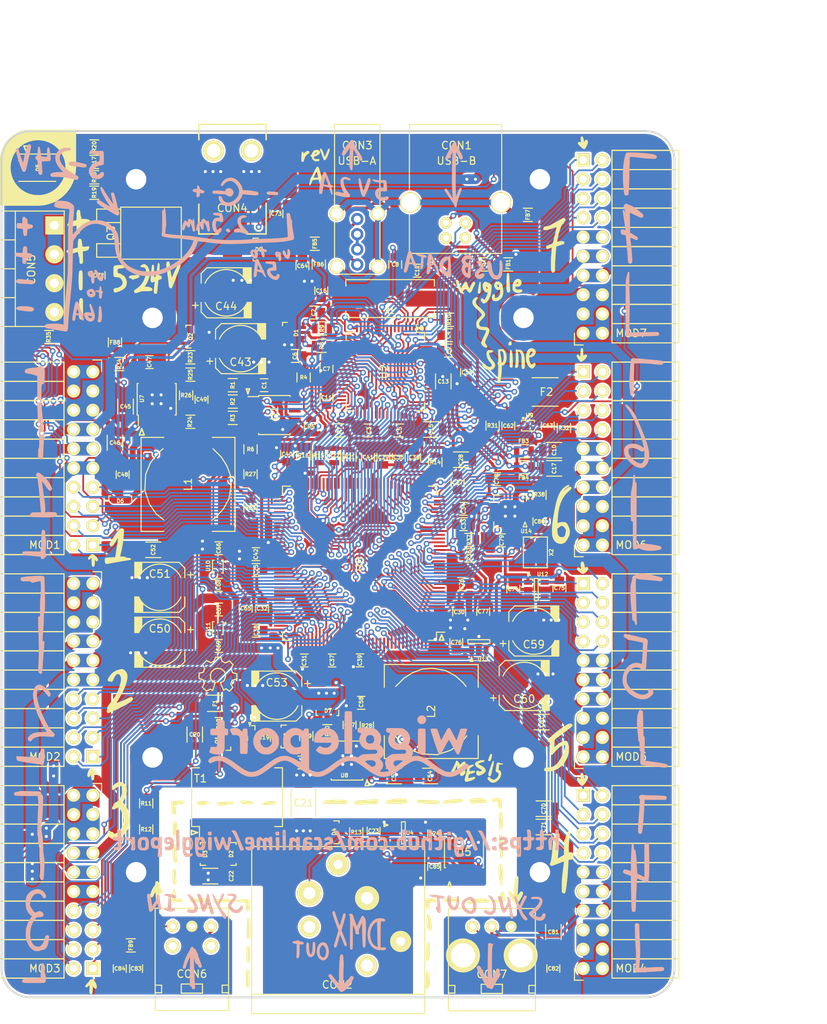
<source format=kicad_pcb>
(kicad_pcb (version 4) (host pcbnew 4.0.0-rc2-1-stable)
  (title_block (title "Wiggle Spine") (rev A))
  (layers (0 F.Cu signal hide) (31 B.Cu signal hide) (34 B.Paste user) (35 F.Paste user) (36 B.SilkS user) (37 F.SilkS user) (38 B.Mask user) (39 F.Mask user) (44 Edge.Cuts user))
  (net 0 "")
  (net 1 Earth)
  (net 2 +3V3)
  (net 3 /USB/FTDI_1V8REG)
  (net 4 /Power/VBUS_UPSTREAM)
  (net 5 /USB/FTDI_VPLL)
  (net 6 "Net-(C12-Pad2)")
  (net 7 /USB/FTDI_VPHY)
  (net 8 "Net-(C16-Pad2)")
  (net 9 /FPGA/DMX_GATE1)
  (net 10 "Net-(C19-Pad1)")
  (net 11 /FPGA/DMX_GATE2)
  (net 12 "Net-(C22-Pad1)")
  (net 13 "Net-(C23-Pad1)")
  (net 14 +5V)
  (net 15 +1V2)
  (net 16 +2V5)
  (net 17 +24V)
  (net 18 "/Power/USB Power Output/5V_IN")
  (net 19 "Net-(C57-Pad1)")
  (net 20 "Net-(C58-Pad2)")
  (net 21 "Net-(C63-Pad2)")
  (net 22 "Net-(C64-Pad2)")
  (net 23 "Net-(C65-Pad2)")
  (net 24 "Net-(C80-Pad1)")
  (net 25 "/Sync In/Out/RXD")
  (net 26 /FPGA/SYNC_TXD)
  (net 27 MOD1_PIN1)
  (net 28 MOD1_PIN2)
  (net 29 MOD1_PIN3)
  (net 30 MOD1_PIN4)
  (net 31 MOD1_PIN5)
  (net 32 MOD1_PIN6)
  (net 33 MOD1_PIN7)
  (net 34 MOD1_PIN8)
  (net 35 MOD2_PIN1)
  (net 36 MOD2_PIN2)
  (net 37 MOD2_PIN3)
  (net 38 MOD2_PIN4)
  (net 39 MOD2_PIN5)
  (net 40 MOD2_PIN6)
  (net 41 MOD2_PIN7)
  (net 42 MOD2_PIN8)
  (net 43 MOD3_PIN1)
  (net 44 MOD3_PIN2)
  (net 45 MOD3_PIN3)
  (net 46 MOD3_PIN4)
  (net 47 MOD3_PIN5)
  (net 48 MOD3_PIN6)
  (net 49 MOD3_PIN7)
  (net 50 MOD3_PIN8)
  (net 51 MOD4_PIN1)
  (net 52 MOD4_PIN2)
  (net 53 MOD4_PIN3)
  (net 54 MOD4_PIN4)
  (net 55 MOD4_PIN5)
  (net 56 MOD4_PIN6)
  (net 57 MOD4_PIN7)
  (net 58 MOD4_PIN8)
  (net 59 MOD5_PIN1)
  (net 60 MOD5_PIN2)
  (net 61 MOD5_PIN3)
  (net 62 MOD5_PIN4)
  (net 63 MOD5_PIN5)
  (net 64 MOD5_PIN6)
  (net 65 MOD5_PIN7)
  (net 66 MOD5_PIN8)
  (net 67 MOD6_PIN1)
  (net 68 MOD6_PIN2)
  (net 69 MOD6_PIN3)
  (net 70 MOD6_PIN4)
  (net 71 MOD6_PIN5)
  (net 72 MOD6_PIN6)
  (net 73 MOD6_PIN7)
  (net 74 MOD6_PIN8)
  (net 75 MOD7_PIN1)
  (net 76 MOD7_PIN2)
  (net 77 MOD7_PIN3)
  (net 78 MOD7_PIN4)
  (net 79 MOD7_PIN5)
  (net 80 MOD7_PIN6)
  (net 81 MOD7_PIN7)
  (net 82 MOD7_PIN8)
  (net 83 "Net-(Q1-Pad3)")
  (net 84 "Net-(Q2-Pad3)")
  (net 85 "/Power/5-24V to 5V Converter/CONVERTED_5V_OKAY")
  (net 86 /USB/VBUS_SENSE)
  (net 87 "Net-(R7-Pad1)")
  (net 88 "Net-(R8-Pad2)")
  (net 89 "Net-(R9-Pad2)")
  (net 90 "Net-(R10-Pad2)")
  (net 91 /USB/SPI_CLK)
  (net 92 /USB/GPIO_L0)
  (net 93 /FPGA/CDONE)
  (net 94 /FPGA/CRESET_B)
  (net 95 /FPGA/VBUS_DOWNSTREAM_EN)
  (net 96 /FPGA/CLK_SCL)
  (net 97 /FPGA/CLK_SDA)
  (net 98 "/Clock Source/VCXO_PWM")
  (net 99 "Net-(T1-Pad11)")
  (net 100 /FPGA/FIFO_DATA0)
  (net 101 /FPGA/FIFO_DATA1)
  (net 102 /FPGA/FIFO_DATA2)
  (net 103 /FPGA/FIFO_DATA3)
  (net 104 /FPGA/FIFO_DATA4)
  (net 105 /FPGA/FIFO_DATA5)
  (net 106 /FPGA/FIFO_DATA6)
  (net 107 /FPGA/FIFO_DATA7)
  (net 108 /FPGA/FIFO_RXF#)
  (net 109 /FPGA/FIFO_TXE#)
  (net 110 /FPGA/FIFO_RD#)
  (net 111 /FPGA/FIFO_WR#)
  (net 112 /FPGA/FIFO_SIWU)
  (net 113 /FPGA/FIFO_CLKOUT)
  (net 114 /FPGA/FIFO_OE#)
  (net 115 /USB/SPI_DO)
  (net 116 /USB/SPI_DI)
  (net 117 /FPGA/DMX_TX1)
  (net 118 /FPGA/DMX_TX2)
  (net 119 "/Clock Source/CLK0")
  (net 120 "/Clock Source/CLK1")
  (net 121 "/Clock Source/CLK2")
  (net 122 "/Clock Source/CLK3")
  (net 123 "/Clock Source/CLK4")
  (net 124 "/Clock Source/CLK5")
  (net 125 "/Clock Source/CLK6")
  (net 126 "/Clock Source/CLK7")
  (net 127 "Net-(D9-Pad3)")
  (net 128 /FPGA/BLUE_N)
  (net 129 /FPGA/GREEN_N)
  (net 130 /FPGA/RED_N)
  (net 131 GND)
  (net 132 GNDPWR)
  (net 133 "Net-(C18-Pad2)")
  (net 134 "Net-(C19-Pad2)")
  (net 135 "Net-(C24-Pad1)")
  (net 136 "Net-(C27-Pad1)")
  (net 137 "Net-(C27-Pad2)")
  (net 138 "Net-(C47-Pad1)")
  (net 139 "Net-(C48-Pad1)")
  (net 140 "Net-(C48-Pad2)")
  (net 141 "Net-(C49-Pad2)")
  (net 142 "Net-(C56-Pad1)")
  (net 143 "Net-(C57-Pad2)")
  (net 144 "Net-(C83-Pad2)")
  (net 145 "Net-(CON1-Pad2)")
  (net 146 "Net-(CON1-Pad1)")
  (net 147 "Net-(CON1-Pad4)")
  (net 148 "Net-(CON1-Pad3)")
  (net 149 "Net-(CON2-Pad3)")
  (net 150 "Net-(CON2-Pad2)")
  (net 151 "Net-(CON3-Pad1)")
  (net 152 "Net-(CON3-Pad2)")
  (net 153 "Net-(CON3-Pad4)")
  (net 154 "Net-(D2-Pad1)")
  (net 155 "Net-(D2-Pad2)")
  (net 156 "Net-(D4-Pad1)")
  (net 157 "Net-(D4-Pad2)")
  (net 158 "Net-(D5-Pad1)")
  (net 159 "Net-(D5-Pad2)")
  (net 160 "Net-(D5-Pad3)")
  (net 161 "Net-(Q1-Pad6)")
  (net 162 "Net-(R23-Pad2)")
  (net 163 "Net-(R25-Pad1)")
  (net 164 "Net-(R29-Pad1)")
  (net 165 "Net-(U14-Pad1)")
  (net 166 "Net-(U14-Pad2)")
  (net 167 /DMX512/DMXGND)
  (net 168 "/Power/5-24V Power Input/POWER_IN")
  (net 169 /USB/EECS)
  (net 170 /USB/EECLK)
  (net 171 /USB/EEDATA_OUT)
  (net 172 /USB/EEDATA)
  (module Symbols:Symbol_OSHW-Logo_SilkScreen (layer F.Cu) (at 125.603 115.697)
    (fp_text reference REF** hide)
    (fp_text value Symbol_OSHW-Logo_SilkScreen)
  )
  (module Terminal_Blocks:TerminalBlock_Pheonix_PT-3.5mm_4pol (layer F.Cu) (at 96.304737 56.253441 270)
    (fp_text reference CON5 (at 5.842 -4.652 270) (layer F.SilkS))
    (fp_text value "5-24V 16A" hide)
    (pad 3 thru_hole circle (at 7.62 -7.7 270) (size 2.4 2.4) (drill 1.2) (layers *.Cu *.Mask F.SilkS) (net 132 GNDPWR))
    (pad 4 thru_hole circle (at 11.43 -7.7 270) (size 2.4 2.4) (drill 1.2) (layers *.Cu *.Mask F.SilkS) (net 132 GNDPWR))
    (pad 2 thru_hole circle (at 3.81 -7.7 270) (size 2.4 2.4) (drill 1.2) (layers *.Cu *.Mask F.SilkS) (net 168 "/Power/5-24V Power Input/POWER_IN"))
    (pad 1 thru_hole rect (at 0 -7.7 270) (size 2.4 2.4) (drill 1.2) (layers *.Cu *.Mask F.SilkS) (net 168 "/Power/5-24V Power Input/POWER_IN"))
  )
  (module Housings_SOIC:SOIC-16_7.5x10.3mm_Pitch1.27mm (layer F.Cu) (at 128.134737 131.691441 90)
    (fp_text reference T1 (at 2.462 -4.826 180) (layer F.SilkS))
    (fp_text value "10/100baseT transformer" hide)
    (pad 1 smd rect (at -4.65 -4.445 90) (size 1.5 0.6) (layers F.Cu F.Paste F.Mask) (net 154 "Net-(D2-Pad1)"))
    (pad 2 smd rect (at -4.65 -3.175 90) (size 1.5 0.6) (layers F.Cu F.Paste F.Mask))
    (pad 3 smd rect (at -4.65 -1.905 90) (size 1.5 0.6) (layers F.Cu F.Paste F.Mask) (net 155 "Net-(D2-Pad2)"))
    (pad 4 smd rect (at -4.65 -0.635 90) (size 1.5 0.6) (layers F.Cu F.Paste F.Mask))
    (pad 5 smd rect (at -4.65 0.635 90) (size 1.5 0.6) (layers F.Cu F.Paste F.Mask))
    (pad 6 smd rect (at -4.65 1.905 90) (size 1.5 0.6) (layers F.Cu F.Paste F.Mask) (net 157 "Net-(D4-Pad2)"))
    (pad 7 smd rect (at -4.65 3.175 90) (size 1.5 0.6) (layers F.Cu F.Paste F.Mask) (net 167 /DMX512/DMXGND))
    (pad 8 smd rect (at -4.65 4.445 90) (size 1.5 0.6) (layers F.Cu F.Paste F.Mask) (net 156 "Net-(D4-Pad1)"))
    (pad 9 smd rect (at 4.65 4.445 90) (size 1.5 0.6) (layers F.Cu F.Paste F.Mask) (net 10 "Net-(C19-Pad1)"))
    (pad 10 smd rect (at 4.65 3.175 90) (size 1.5 0.6) (layers F.Cu F.Paste F.Mask))
    (pad 11 smd rect (at 4.65 1.905 90) (size 1.5 0.6) (layers F.Cu F.Paste F.Mask) (net 99 "Net-(T1-Pad11)"))
    (pad 12 smd rect (at 4.65 0.635 90) (size 1.5 0.6) (layers F.Cu F.Paste F.Mask))
    (pad 13 smd rect (at 4.65 -0.635 90) (size 1.5 0.6) (layers F.Cu F.Paste F.Mask))
    (pad 14 smd rect (at 4.65 -1.905 90) (size 1.5 0.6) (layers F.Cu F.Paste F.Mask) (net 83 "Net-(Q1-Pad3)"))
    (pad 15 smd rect (at 4.65 -3.175 90) (size 1.5 0.6) (layers F.Cu F.Paste F.Mask) (net 133 "Net-(C18-Pad2)"))
    (pad 16 smd rect (at 4.65 -4.445 90) (size 1.5 0.6) (layers F.Cu F.Paste F.Mask) (net 161 "Net-(Q1-Pad6)"))
  )
  (module TO_SOT_Packages_SMD:SOT-23-5 (layer F.Cu) (at 160.072737 111.160441 90)
    (fp_text reference U13 (at -2.3192 0.574 180) (layer F.SilkS) (effects (font (size 0.5 0.5) (thickness 0.125))))
    (fp_text value TCR2EF12 hide)
    (pad 1 smd rect (at -1.1 -0.95 90) (size 1.06 0.65) (layers F.Cu F.Paste F.Mask) (net 16 +2V5))
    (pad 2 smd rect (at -1.1 0 90) (size 1.06 0.65) (layers F.Cu F.Paste F.Mask) (net 131 GND))
    (pad 3 smd rect (at -1.1 0.95 90) (size 1.06 0.65) (layers F.Cu F.Paste F.Mask) (net 16 +2V5))
    (pad 4 smd rect (at 1.1 0.95 90) (size 1.06 0.65) (layers F.Cu F.Paste F.Mask))
    (pad 5 smd rect (at 1.1 -0.95 90) (size 1.06 0.65) (layers F.Cu F.Paste F.Mask) (net 15 +1V2))
  )
  (module TO_SOT_Packages_SMD:SOT-23-5 (layer F.Cu) (at 167.665379 104.282959)
    (fp_text reference U12 (at 0.829958 -2.004718 180) (layer F.SilkS) (effects (font (size 0.5 0.5) (thickness 0.125))))
    (fp_text value TCR2EF25 hide)
    (pad 1 smd rect (at -1.1 -0.95) (size 1.06 0.65) (layers F.Cu F.Paste F.Mask) (net 2 +3V3))
    (pad 2 smd rect (at -1.1 0) (size 1.06 0.65) (layers F.Cu F.Paste F.Mask) (net 131 GND))
    (pad 3 smd rect (at -1.1 0.95) (size 1.06 0.65) (layers F.Cu F.Paste F.Mask) (net 2 +3V3))
    (pad 4 smd rect (at 1.1 0.95) (size 1.06 0.65) (layers F.Cu F.Paste F.Mask))
    (pad 5 smd rect (at 1.1 -0.95) (size 1.06 0.65) (layers F.Cu F.Paste F.Mask) (net 16 +2V5))
  )
  (module Housings_DFN_QFN:QFN-20-1EP_4x4mm_Pitch0.5mm (layer F.Cu) (at 164.202255 93.994799 180)
    (fp_text reference U14 (at -2.134082 -2.593842 360) (layer F.SilkS) (effects (font (size 0.5 0.5) (thickness 0.125))))
    (fp_text value Si5351B hide)
    (pad 1 smd rect (at -1.965 -1 180) (size 0.73 0.246) (layers F.Cu F.Paste F.Mask) (net 165 "Net-(U14-Pad1)"))
    (pad 2 smd rect (at -1.965 -0.5 180) (size 0.73 0.246) (layers F.Cu F.Paste F.Mask) (net 166 "Net-(U14-Pad2)"))
    (pad 3 smd rect (at -1.965 0 180) (size 0.73 0.246) (layers F.Cu F.Paste F.Mask) (net 24 "Net-(C80-Pad1)"))
    (pad 4 smd rect (at -1.965 0.5 180) (size 0.73 0.246) (layers F.Cu F.Paste F.Mask) (net 96 /FPGA/CLK_SCL))
    (pad 5 smd rect (at -1.965 1 180) (size 0.73 0.246) (layers F.Cu F.Paste F.Mask) (net 97 /FPGA/CLK_SDA))
    (pad 6 smd rect (at -1 1.965 270) (size 0.73 0.246) (layers F.Cu F.Paste F.Mask) (net 131 GND))
    (pad 7 smd rect (at -0.5 1.965 270) (size 0.73 0.246) (layers F.Cu F.Paste F.Mask) (net 131 GND))
    (pad 8 smd rect (at 0 1.965 270) (size 0.73 0.246) (layers F.Cu F.Paste F.Mask) (net 122 "/Clock Source/CLK3"))
    (pad 9 smd rect (at 0.5 1.965 270) (size 0.73 0.246) (layers F.Cu F.Paste F.Mask) (net 121 "/Clock Source/CLK2"))
    (pad 10 smd rect (at 1 1.965 270) (size 0.73 0.246) (layers F.Cu F.Paste F.Mask) (net 2 +3V3))
    (pad 11 smd rect (at 1.965 1 180) (size 0.73 0.246) (layers F.Cu F.Paste F.Mask) (net 2 +3V3))
    (pad 12 smd rect (at 1.965 0.5 180) (size 0.73 0.246) (layers F.Cu F.Paste F.Mask) (net 120 "/Clock Source/CLK1"))
    (pad 13 smd rect (at 1.965 0 180) (size 0.73 0.246) (layers F.Cu F.Paste F.Mask) (net 119 "/Clock Source/CLK0"))
    (pad 14 smd rect (at 1.965 -0.5 180) (size 0.73 0.246) (layers F.Cu F.Paste F.Mask) (net 2 +3V3))
    (pad 15 smd rect (at 1.965 -1 180) (size 0.73 0.246) (layers F.Cu F.Paste F.Mask) (net 126 "/Clock Source/CLK7"))
    (pad 16 smd rect (at 1 -1.965 270) (size 0.73 0.246) (layers F.Cu F.Paste F.Mask) (net 125 "/Clock Source/CLK6"))
    (pad 17 smd rect (at 0.5 -1.965 270) (size 0.73 0.246) (layers F.Cu F.Paste F.Mask) (net 124 "/Clock Source/CLK5"))
    (pad 18 smd rect (at 0 -1.965 270) (size 0.73 0.246) (layers F.Cu F.Paste F.Mask) (net 2 +3V3))
    (pad 19 smd rect (at -0.5 -1.965 270) (size 0.73 0.246) (layers F.Cu F.Paste F.Mask) (net 123 "/Clock Source/CLK4"))
    (pad 20 smd rect (at -1 -1.965 270) (size 0.73 0.246) (layers F.Cu F.Paste F.Mask) (net 2 +3V3))
    (pad 21 smd rect (at 0.625 0.625 180) (size 1.25 1.25) (layers F.Cu F.Paste F.Mask) (net 131 GND))
    (pad 21 smd rect (at 0.625 -0.625 180) (size 1.25 1.25) (layers F.Cu F.Paste F.Mask) (net 131 GND))
    (pad 21 smd rect (at -0.625 0.625 180) (size 1.25 1.25) (layers F.Cu F.Paste F.Mask) (net 131 GND))
    (pad 21 smd rect (at -0.625 -0.625 180) (size 1.25 1.25) (layers F.Cu F.Paste F.Mask) (net 131 GND))
  )
  (module Crystals:crystal_FA238-TSX3225 (layer F.Cu) (at 167.542737 99.390441 270)
    (fp_text reference X2 (at 0 -2.0955 450) (layer F.SilkS) (effects (font (size 0.5 0.5) (thickness 0.125))))
    (fp_text value "25.0000 MHz 15ppm 8pF" hide)
    (pad 1 smd rect (at -1.1 0.8 270) (size 1.4 1.2) (layers F.Cu F.Paste F.Mask) (net 165 "Net-(U14-Pad1)"))
    (pad 2 smd rect (at 1.1 0.8 270) (size 1.4 1.2) (layers F.Cu F.Paste F.Mask) (net 131 GND))
    (pad 4 smd rect (at -1.1 -0.8 270) (size 1.4 1.2) (layers F.Cu F.Paste F.Mask) (net 131 GND))
    (pad 3 smd rect (at 1.1 -0.8 270) (size 1.4 1.2) (layers F.Cu F.Paste F.Mask) (net 166 "Net-(U14-Pad2)"))
  )
  (module Housings_SOIC:SOIC-8-1EP_3.9x4.9mm_Pitch1.27mm (layer F.Cu) (at 117.514237 79.192941 90)
    (fp_text reference U7 (at 0.0795 -1.9525 90) (layer F.SilkS) (effects (font (size 0.5 0.5) (thickness 0.125))))
    (fp_text value RT8299A hide)
    (pad 1 smd rect (at -2.7 -1.905 90) (size 1.55 0.6) (layers F.Cu F.Paste F.Mask) (net 140 "Net-(C48-Pad2)"))
    (pad 2 smd rect (at -2.7 -0.635 90) (size 1.55 0.6) (layers F.Cu F.Paste F.Mask) (net 17 +24V))
    (pad 3 smd rect (at -2.7 0.635 90) (size 1.55 0.6) (layers F.Cu F.Paste F.Mask) (net 139 "Net-(C48-Pad1)"))
    (pad 4 smd rect (at -2.7 1.905 90) (size 1.55 0.6) (layers F.Cu F.Paste F.Mask) (net 131 GND))
    (pad 5 smd rect (at 2.7 1.905 90) (size 1.55 0.6) (layers F.Cu F.Paste F.Mask) (net 163 "Net-(R25-Pad1)"))
    (pad 6 smd rect (at 2.7 0.635 90) (size 1.55 0.6) (layers F.Cu F.Paste F.Mask) (net 162 "Net-(R23-Pad2)"))
    (pad 7 smd rect (at 2.7 -0.635 90) (size 1.55 0.6) (layers F.Cu F.Paste F.Mask) (net 85 "/Power/5-24V to 5V Converter/CONVERTED_5V_OKAY"))
    (pad 8 smd rect (at 2.7 -1.905 90) (size 1.55 0.6) (layers F.Cu F.Paste F.Mask) (net 138 "Net-(C47-Pad1)"))
    (pad 9 smd rect (at 0.5875 0.5875 90) (size 1.175 1.175) (layers F.Cu F.Paste F.Mask) (net 131 GND))
    (pad 9 smd rect (at 0.5875 -0.5875 90) (size 1.175 1.175) (layers F.Cu F.Paste F.Mask) (net 131 GND))
    (pad 9 smd rect (at -0.5875 0.5875 90) (size 1.175 1.175) (layers F.Cu F.Paste F.Mask) (net 131 GND))
    (pad 9 smd rect (at -0.5875 -0.5875 90) (size 1.175 1.175) (layers F.Cu F.Paste F.Mask) (net 131 GND))
  )
  (module Housings_SOIC:SOIC-8_3.9x4.9mm_Pitch1.27mm (layer F.Cu) (at 133.054737 81.272441)
    (fp_text reference U1 (at 0 -0.254 90) (layer F.SilkS))
    (fp_text value 93C56 hide)
    (pad 1 smd rect (at -2.7 -1.905) (size 1.55 0.6) (layers F.Cu F.Paste F.Mask) (net 169 /USB/EECS))
    (pad 2 smd rect (at -2.7 -0.635) (size 1.55 0.6) (layers F.Cu F.Paste F.Mask) (net 170 /USB/EECLK))
    (pad 3 smd rect (at -2.7 0.635) (size 1.55 0.6) (layers F.Cu F.Paste F.Mask) (net 172 /USB/EEDATA))
    (pad 4 smd rect (at -2.7 1.905) (size 1.55 0.6) (layers F.Cu F.Paste F.Mask) (net 171 /USB/EEDATA_OUT))
    (pad 5 smd rect (at 2.7 1.905) (size 1.55 0.6) (layers F.Cu F.Paste F.Mask) (net 131 GND))
    (pad 6 smd rect (at 2.7 0.635) (size 1.55 0.6) (layers F.Cu F.Paste F.Mask) (net 2 +3V3))
    (pad 7 smd rect (at 2.7 -0.635) (size 1.55 0.6) (layers F.Cu F.Paste F.Mask))
    (pad 8 smd rect (at 2.7 -1.905) (size 1.55 0.6) (layers F.Cu F.Paste F.Mask) (net 2 +3V3))
  )
  (module TO_SOT_Packages_SMD:SC-70-6 (layer F.Cu) (at 129.150737 124.005401 180)
    (fp_text reference U3 (at 0 0.01016 180) (layer F.SilkS) (effects (font (size 0.5 0.5) (thickness 0.125))))
    (fp_text value NC7WZ14)
    (pad 1 smd rect (at -0.65024 0.94996 180) (size 0.39878 0.7493) (layers F.Cu F.Paste F.Mask) (net 117 /FPGA/DMX_TX1))
    (pad 2 smd rect (at 0 0.94996 180) (size 0.39878 0.7493) (layers F.Cu F.Paste F.Mask) (net 131 GND))
    (pad 3 smd rect (at 0.65024 0.94996 180) (size 0.39878 0.7493) (layers F.Cu F.Paste F.Mask) (net 118 /FPGA/DMX_TX2))
    (pad 4 smd rect (at 0.65024 -0.94996 180) (size 0.39878 0.7493) (layers F.Cu F.Paste F.Mask) (net 134 "Net-(C19-Pad2)"))
    (pad 5 smd rect (at 0 -0.94996 180) (size 0.39878 0.7493) (layers F.Cu F.Paste F.Mask) (net 133 "Net-(C18-Pad2)"))
    (pad 6 smd rect (at -0.65024 -0.94996 180) (size 0.39878 0.7493) (layers F.Cu F.Paste F.Mask) (net 99 "Net-(T1-Pad11)"))
  )
  (module Housings_SOIC:SOIC-8_3.9x4.9mm_Pitch1.27mm (layer F.Cu) (at 158.106737 138.930441 90)
    (fp_text reference U5 (at 0 0 180) (layer F.SilkS))
    (fp_text value ST485E hide)
    (pad 1 smd rect (at -2.7 -1.905 90) (size 1.55 0.6) (layers F.Cu F.Paste F.Mask))
    (pad 2 smd rect (at -2.7 -0.635 90) (size 1.55 0.6) (layers F.Cu F.Paste F.Mask) (net 135 "Net-(C24-Pad1)"))
    (pad 3 smd rect (at -2.7 0.635 90) (size 1.55 0.6) (layers F.Cu F.Paste F.Mask) (net 135 "Net-(C24-Pad1)"))
    (pad 4 smd rect (at -2.7 1.905 90) (size 1.55 0.6) (layers F.Cu F.Paste F.Mask) (net 13 "Net-(C23-Pad1)"))
    (pad 5 smd rect (at 2.7 1.905 90) (size 1.55 0.6) (layers F.Cu F.Paste F.Mask) (net 167 /DMX512/DMXGND))
    (pad 6 smd rect (at 2.7 0.635 90) (size 1.55 0.6) (layers F.Cu F.Paste F.Mask) (net 149 "Net-(CON2-Pad3)"))
    (pad 7 smd rect (at 2.7 -0.635 90) (size 1.55 0.6) (layers F.Cu F.Paste F.Mask) (net 150 "Net-(CON2-Pad2)"))
    (pad 8 smd rect (at 2.7 -1.905 90) (size 1.55 0.6) (layers F.Cu F.Paste F.Mask) (net 135 "Net-(C24-Pad1)"))
  )
  (module TO_SOT_Packages_SMD:SOT-23-5 (layer F.Cu) (at 150.105737 136.390441)
    (fp_text reference U4 (at 0.846 0) (layer F.SilkS) (effects (font (size 0.5 0.5) (thickness 0.125))))
    (fp_text value AP2204K-5.0 hide)
    (pad 1 smd rect (at -1.1 -0.95) (size 1.06 0.65) (layers F.Cu F.Paste F.Mask) (net 12 "Net-(C22-Pad1)"))
    (pad 2 smd rect (at -1.1 0) (size 1.06 0.65) (layers F.Cu F.Paste F.Mask) (net 167 /DMX512/DMXGND))
    (pad 3 smd rect (at -1.1 0.95) (size 1.06 0.65) (layers F.Cu F.Paste F.Mask) (net 12 "Net-(C22-Pad1)"))
    (pad 4 smd rect (at 1.1 0.95) (size 1.06 0.65) (layers F.Cu F.Paste F.Mask))
    (pad 5 smd rect (at 1.1 -0.95) (size 1.06 0.65) (layers F.Cu F.Paste F.Mask) (net 135 "Net-(C24-Pad1)"))
  )
  (module Housings_SOIC:SOIC-8-1EP_3.9x4.9mm_Pitch1.27mm (layer F.Cu) (at 142.645737 126.865441 180)
    (fp_text reference U8 (at 0.3335 -1.9525 180) (layer F.SilkS) (effects (font (size 0.5 0.5) (thickness 0.125))))
    (fp_text value RT8299A hide)
    (pad 1 smd rect (at -2.7 -1.905 180) (size 1.55 0.6) (layers F.Cu F.Paste F.Mask) (net 143 "Net-(C57-Pad2)"))
    (pad 2 smd rect (at -2.7 -0.635 180) (size 1.55 0.6) (layers F.Cu F.Paste F.Mask) (net 14 +5V))
    (pad 3 smd rect (at -2.7 0.635 180) (size 1.55 0.6) (layers F.Cu F.Paste F.Mask) (net 19 "Net-(C57-Pad1)"))
    (pad 4 smd rect (at -2.7 1.905 180) (size 1.55 0.6) (layers F.Cu F.Paste F.Mask) (net 131 GND))
    (pad 5 smd rect (at 2.7 1.905 180) (size 1.55 0.6) (layers F.Cu F.Paste F.Mask) (net 164 "Net-(R29-Pad1)"))
    (pad 6 smd rect (at 2.7 0.635 180) (size 1.55 0.6) (layers F.Cu F.Paste F.Mask) (net 14 +5V))
    (pad 7 smd rect (at 2.7 -0.635 180) (size 1.55 0.6) (layers F.Cu F.Paste F.Mask))
    (pad 8 smd rect (at 2.7 -1.905 180) (size 1.55 0.6) (layers F.Cu F.Paste F.Mask) (net 142 "Net-(C56-Pad1)"))
    (pad 9 smd rect (at 0.5875 0.5875 180) (size 1.175 1.175) (layers F.Cu F.Paste F.Mask) (net 131 GND))
    (pad 9 smd rect (at 0.5875 -0.5875 180) (size 1.175 1.175) (layers F.Cu F.Paste F.Mask) (net 131 GND))
    (pad 9 smd rect (at -0.5875 0.5875 180) (size 1.175 1.175) (layers F.Cu F.Paste F.Mask) (net 131 GND))
    (pad 9 smd rect (at -0.5875 -0.5875 180) (size 1.175 1.175) (layers F.Cu F.Paste F.Mask) (net 131 GND))
  )
  (module Connect:BARREL_JACK (layer F.Cu) (at 127.527917 42.900881 270)
    (fp_text reference CON4 (at 11.06656 0.02818 360) (layer F.SilkS))
    (fp_text value "2.5mm 5-24V 5A" hide)
    (pad 1 smd rect (at 15.5 0 270) (size 4 2.5) (layers F.Cu F.Paste F.Mask) (net 168 "/Power/5-24V Power Input/POWER_IN"))
    (pad 2 smd rect (at 6.25 -6.5 270) (size 7 4) (layers F.Cu F.Paste F.Mask) (net 132 GNDPWR))
    (pad 3 smd rect (at 6.25 6.5 270) (size 7 4) (layers F.Cu F.Paste F.Mask) (net 132 GNDPWR))
    (pad "" thru_hole circle (at 3.5 -2.5 270) (size 2.7 2.7) (drill 1.8) (layers *.Cu *.Mask F.SilkS))
    (pad "" thru_hole circle (at 3.5 2.5 270) (size 2.7 2.7) (drill 1.8) (layers *.Cu *.Mask F.SilkS))
  )
  (module Housings_QFP:TQFP-144_20x20mm_Pitch0.5mm (layer F.Cu) (at 144.310996 100.82262 180)
    (fp_text reference U6 (at 0 -0.134821 270) (layer F.SilkS))
    (fp_text value iCE40-HX1K-TQ144 hide)
    (pad 1 smd rect (at -10.55 -8.75 180) (size 1.45 0.25) (layers F.Cu F.Paste F.Mask) (net 65 MOD5_PIN7))
    (pad 2 smd rect (at -10.55 -8.25 180) (size 1.45 0.25) (layers F.Cu F.Paste F.Mask) (net 66 MOD5_PIN8))
    (pad 3 smd rect (at -10.55 -7.75 180) (size 1.45 0.25) (layers F.Cu F.Paste F.Mask) (net 64 MOD5_PIN6))
    (pad 4 smd rect (at -10.55 -7.25 180) (size 1.45 0.25) (layers F.Cu F.Paste F.Mask) (net 61 MOD5_PIN3))
    (pad 5 smd rect (at -10.55 -6.75 180) (size 1.45 0.25) (layers F.Cu F.Paste F.Mask) (net 131 GND))
    (pad 6 smd rect (at -10.55 -6.25 180) (size 1.45 0.25) (layers F.Cu F.Paste F.Mask) (net 2 +3V3))
    (pad 7 smd rect (at -10.55 -5.75 180) (size 1.45 0.25) (layers F.Cu F.Paste F.Mask) (net 62 MOD5_PIN4))
    (pad 8 smd rect (at -10.55 -5.25 180) (size 1.45 0.25) (layers F.Cu F.Paste F.Mask) (net 59 MOD5_PIN1))
    (pad 9 smd rect (at -10.55 -4.75 180) (size 1.45 0.25) (layers F.Cu F.Paste F.Mask) (net 60 MOD5_PIN2))
    (pad 10 smd rect (at -10.55 -4.25 180) (size 1.45 0.25) (layers F.Cu F.Paste F.Mask) (net 98 "/Clock Source/VCXO_PWM"))
    (pad 11 smd rect (at -10.55 -3.75 180) (size 1.45 0.25) (layers F.Cu F.Paste F.Mask) (net 123 "/Clock Source/CLK4"))
    (pad 12 smd rect (at -10.55 -3.25 180) (size 1.45 0.25) (layers F.Cu F.Paste F.Mask) (net 124 "/Clock Source/CLK5"))
    (pad 13 smd rect (at -10.55 -2.75 180) (size 1.45 0.25) (layers F.Cu F.Paste F.Mask) (net 131 GND))
    (pad 14 smd rect (at -10.55 -2.25 180) (size 1.45 0.25) (layers F.Cu F.Paste F.Mask) (net 131 GND))
    (pad 15 smd rect (at -10.55 -1.75 180) (size 1.45 0.25) (layers F.Cu F.Paste F.Mask))
    (pad 16 smd rect (at -10.55 -1.25 180) (size 1.45 0.25) (layers F.Cu F.Paste F.Mask))
    (pad 17 smd rect (at -10.55 -0.75 180) (size 1.45 0.25) (layers F.Cu F.Paste F.Mask))
    (pad 18 smd rect (at -10.55 -0.25 180) (size 1.45 0.25) (layers F.Cu F.Paste F.Mask))
    (pad 19 smd rect (at -10.55 0.25 180) (size 1.45 0.25) (layers F.Cu F.Paste F.Mask) (net 125 "/Clock Source/CLK6"))
    (pad 20 smd rect (at -10.55 0.75 180) (size 1.45 0.25) (layers F.Cu F.Paste F.Mask) (net 119 "/Clock Source/CLK0"))
    (pad 21 smd rect (at -10.55 1.25 180) (size 1.45 0.25) (layers F.Cu F.Paste F.Mask) (net 120 "/Clock Source/CLK1"))
    (pad 22 smd rect (at -10.55 1.75 180) (size 1.45 0.25) (layers F.Cu F.Paste F.Mask) (net 96 /FPGA/CLK_SCL))
    (pad 23 smd rect (at -10.55 2.25 180) (size 1.45 0.25) (layers F.Cu F.Paste F.Mask) (net 97 /FPGA/CLK_SDA))
    (pad 24 smd rect (at -10.55 2.75 180) (size 1.45 0.25) (layers F.Cu F.Paste F.Mask) (net 126 "/Clock Source/CLK7"))
    (pad 25 smd rect (at -10.55 3.25 180) (size 1.45 0.25) (layers F.Cu F.Paste F.Mask) (net 121 "/Clock Source/CLK2"))
    (pad 26 smd rect (at -10.55 3.75 180) (size 1.45 0.25) (layers F.Cu F.Paste F.Mask) (net 122 "/Clock Source/CLK3"))
    (pad 27 smd rect (at -10.55 4.25 180) (size 1.45 0.25) (layers F.Cu F.Paste F.Mask) (net 15 +1V2))
    (pad 28 smd rect (at -10.55 4.75 180) (size 1.45 0.25) (layers F.Cu F.Paste F.Mask) (net 74 MOD6_PIN8))
    (pad 29 smd rect (at -10.55 5.25 180) (size 1.45 0.25) (layers F.Cu F.Paste F.Mask) (net 73 MOD6_PIN7))
    (pad 30 smd rect (at -10.55 5.75 180) (size 1.45 0.25) (layers F.Cu F.Paste F.Mask) (net 2 +3V3))
    (pad 31 smd rect (at -10.55 6.25 180) (size 1.45 0.25) (layers F.Cu F.Paste F.Mask) (net 72 MOD6_PIN6))
    (pad 32 smd rect (at -10.55 6.75 180) (size 1.45 0.25) (layers F.Cu F.Paste F.Mask) (net 71 MOD6_PIN5))
    (pad 33 smd rect (at -10.55 7.25 180) (size 1.45 0.25) (layers F.Cu F.Paste F.Mask) (net 70 MOD6_PIN4))
    (pad 34 smd rect (at -10.55 7.75 180) (size 1.45 0.25) (layers F.Cu F.Paste F.Mask) (net 95 /FPGA/VBUS_DOWNSTREAM_EN))
    (pad 35 smd rect (at -10.55 8.25 180) (size 1.45 0.25) (layers F.Cu F.Paste F.Mask) (net 136 "Net-(C27-Pad1)"))
    (pad 36 smd rect (at -10.55 8.75 180) (size 1.45 0.25) (layers F.Cu F.Paste F.Mask) (net 137 "Net-(C27-Pad2)"))
    (pad 37 smd rect (at -8.75 10.55 270) (size 1.45 0.25) (layers F.Cu F.Paste F.Mask) (net 67 MOD6_PIN1))
    (pad 38 smd rect (at -8.25 10.55 270) (size 1.45 0.25) (layers F.Cu F.Paste F.Mask) (net 68 MOD6_PIN2))
    (pad 39 smd rect (at -7.75 10.55 270) (size 1.45 0.25) (layers F.Cu F.Paste F.Mask) (net 69 MOD6_PIN3))
    (pad 40 smd rect (at -7.25 10.55 270) (size 1.45 0.25) (layers F.Cu F.Paste F.Mask))
    (pad 41 smd rect (at -6.75 10.55 270) (size 1.45 0.25) (layers F.Cu F.Paste F.Mask) (net 76 MOD7_PIN2))
    (pad 42 smd rect (at -6.25 10.55 270) (size 1.45 0.25) (layers F.Cu F.Paste F.Mask) (net 102 /FPGA/FIFO_DATA2))
    (pad 43 smd rect (at -5.75 10.55 270) (size 1.45 0.25) (layers F.Cu F.Paste F.Mask) (net 77 MOD7_PIN3))
    (pad 44 smd rect (at -5.25 10.55 270) (size 1.45 0.25) (layers F.Cu F.Paste F.Mask) (net 79 MOD7_PIN5))
    (pad 45 smd rect (at -4.75 10.55 270) (size 1.45 0.25) (layers F.Cu F.Paste F.Mask) (net 78 MOD7_PIN4))
    (pad 46 smd rect (at -4.25 10.55 270) (size 1.45 0.25) (layers F.Cu F.Paste F.Mask) (net 2 +3V3))
    (pad 47 smd rect (at -3.75 10.55 270) (size 1.45 0.25) (layers F.Cu F.Paste F.Mask) (net 80 MOD7_PIN6))
    (pad 48 smd rect (at -3.25 10.55 270) (size 1.45 0.25) (layers F.Cu F.Paste F.Mask) (net 81 MOD7_PIN7))
    (pad 49 smd rect (at -2.75 10.55 270) (size 1.45 0.25) (layers F.Cu F.Paste F.Mask) (net 82 MOD7_PIN8))
    (pad 50 smd rect (at -2.25 10.55 270) (size 1.45 0.25) (layers F.Cu F.Paste F.Mask) (net 113 /FPGA/FIFO_CLKOUT))
    (pad 51 smd rect (at -1.75 10.55 270) (size 1.45 0.25) (layers F.Cu F.Paste F.Mask) (net 15 +1V2))
    (pad 52 smd rect (at -1.25 10.55 270) (size 1.45 0.25) (layers F.Cu F.Paste F.Mask) (net 104 /FPGA/FIFO_DATA4))
    (pad 53 smd rect (at -0.75 10.55 270) (size 1.45 0.25) (layers F.Cu F.Paste F.Mask))
    (pad 54 smd rect (at -0.25 10.55 270) (size 1.45 0.25) (layers F.Cu F.Paste F.Mask))
    (pad 55 smd rect (at 0.25 10.55 270) (size 1.45 0.25) (layers F.Cu F.Paste F.Mask))
    (pad 56 smd rect (at 0.75 10.55 270) (size 1.45 0.25) (layers F.Cu F.Paste F.Mask) (net 105 /FPGA/FIFO_DATA5))
    (pad 57 smd rect (at 1.25 10.55 270) (size 1.45 0.25) (layers F.Cu F.Paste F.Mask) (net 2 +3V3))
    (pad 58 smd rect (at 1.75 10.55 270) (size 1.45 0.25) (layers F.Cu F.Paste F.Mask) (net 106 /FPGA/FIFO_DATA6))
    (pad 59 smd rect (at 2.25 10.55 270) (size 1.45 0.25) (layers F.Cu F.Paste F.Mask) (net 131 GND))
    (pad 60 smd rect (at 2.75 10.55 270) (size 1.45 0.25) (layers F.Cu F.Paste F.Mask) (net 114 /FPGA/FIFO_OE#))
    (pad 61 smd rect (at 3.25 10.55 270) (size 1.45 0.25) (layers F.Cu F.Paste F.Mask) (net 107 /FPGA/FIFO_DATA7))
    (pad 62 smd rect (at 3.75 10.55 270) (size 1.45 0.25) (layers F.Cu F.Paste F.Mask) (net 109 /FPGA/FIFO_TXE#))
    (pad 63 smd rect (at 4.25 10.55 270) (size 1.45 0.25) (layers F.Cu F.Paste F.Mask) (net 111 /FPGA/FIFO_WR#))
    (pad 64 smd rect (at 4.75 10.55 270) (size 1.45 0.25) (layers F.Cu F.Paste F.Mask) (net 110 /FPGA/FIFO_RD#))
    (pad 65 smd rect (at 5.25 10.55 270) (size 1.45 0.25) (layers F.Cu F.Paste F.Mask) (net 93 /FPGA/CDONE))
    (pad 66 smd rect (at 5.75 10.55 270) (size 1.45 0.25) (layers F.Cu F.Paste F.Mask) (net 94 /FPGA/CRESET_B))
    (pad 67 smd rect (at 6.25 10.55 270) (size 1.45 0.25) (layers F.Cu F.Paste F.Mask) (net 116 /USB/SPI_DI))
    (pad 68 smd rect (at 6.75 10.55 270) (size 1.45 0.25) (layers F.Cu F.Paste F.Mask) (net 115 /USB/SPI_DO))
    (pad 69 smd rect (at 7.25 10.55 270) (size 1.45 0.25) (layers F.Cu F.Paste F.Mask) (net 131 GND))
    (pad 70 smd rect (at 7.75 10.55 270) (size 1.45 0.25) (layers F.Cu F.Paste F.Mask) (net 91 /USB/SPI_CLK))
    (pad 71 smd rect (at 8.25 10.55 270) (size 1.45 0.25) (layers F.Cu F.Paste F.Mask) (net 92 /USB/GPIO_L0))
    (pad 72 smd rect (at 8.75 10.55 270) (size 1.45 0.25) (layers F.Cu F.Paste F.Mask) (net 2 +3V3))
    (pad 73 smd rect (at 10.55 8.75 180) (size 1.45 0.25) (layers F.Cu F.Paste F.Mask) (net 33 MOD1_PIN7))
    (pad 74 smd rect (at 10.55 8.25 180) (size 1.45 0.25) (layers F.Cu F.Paste F.Mask) (net 34 MOD1_PIN8))
    (pad 75 smd rect (at 10.55 7.75 180) (size 1.45 0.25) (layers F.Cu F.Paste F.Mask) (net 108 /FPGA/FIFO_RXF#))
    (pad 76 smd rect (at 10.55 7.25 180) (size 1.45 0.25) (layers F.Cu F.Paste F.Mask) (net 31 MOD1_PIN5))
    (pad 77 smd rect (at 10.55 6.75 180) (size 1.45 0.25) (layers F.Cu F.Paste F.Mask))
    (pad 78 smd rect (at 10.55 6.25 180) (size 1.45 0.25) (layers F.Cu F.Paste F.Mask) (net 112 /FPGA/FIFO_SIWU))
    (pad 79 smd rect (at 10.55 5.75 180) (size 1.45 0.25) (layers F.Cu F.Paste F.Mask) (net 32 MOD1_PIN6))
    (pad 80 smd rect (at 10.55 5.25 180) (size 1.45 0.25) (layers F.Cu F.Paste F.Mask) (net 29 MOD1_PIN3))
    (pad 81 smd rect (at 10.55 4.75 180) (size 1.45 0.25) (layers F.Cu F.Paste F.Mask) (net 128 /FPGA/BLUE_N))
    (pad 82 smd rect (at 10.55 4.25 180) (size 1.45 0.25) (layers F.Cu F.Paste F.Mask))
    (pad 83 smd rect (at 10.55 3.75 180) (size 1.45 0.25) (layers F.Cu F.Paste F.Mask))
    (pad 84 smd rect (at 10.55 3.25 180) (size 1.45 0.25) (layers F.Cu F.Paste F.Mask))
    (pad 85 smd rect (at 10.55 2.75 180) (size 1.45 0.25) (layers F.Cu F.Paste F.Mask))
    (pad 86 smd rect (at 10.55 2.25 180) (size 1.45 0.25) (layers F.Cu F.Paste F.Mask) (net 131 GND))
    (pad 87 smd rect (at 10.55 1.75 180) (size 1.45 0.25) (layers F.Cu F.Paste F.Mask) (net 27 MOD1_PIN1))
    (pad 88 smd rect (at 10.55 1.25 180) (size 1.45 0.25) (layers F.Cu F.Paste F.Mask) (net 28 MOD1_PIN2))
    (pad 89 smd rect (at 10.55 0.75 180) (size 1.45 0.25) (layers F.Cu F.Paste F.Mask) (net 2 +3V3))
    (pad 90 smd rect (at 10.55 0.25 180) (size 1.45 0.25) (layers F.Cu F.Paste F.Mask) (net 129 /FPGA/GREEN_N))
    (pad 91 smd rect (at 10.55 -0.25 180) (size 1.45 0.25) (layers F.Cu F.Paste F.Mask) (net 30 MOD1_PIN4))
    (pad 92 smd rect (at 10.55 -0.75 180) (size 1.45 0.25) (layers F.Cu F.Paste F.Mask) (net 15 +1V2))
    (pad 93 smd rect (at 10.55 -1.25 180) (size 1.45 0.25) (layers F.Cu F.Paste F.Mask) (net 130 /FPGA/RED_N))
    (pad 94 smd rect (at 10.55 -1.75 180) (size 1.45 0.25) (layers F.Cu F.Paste F.Mask) (net 103 /FPGA/FIFO_DATA3))
    (pad 95 smd rect (at 10.55 -2.25 180) (size 1.45 0.25) (layers F.Cu F.Paste F.Mask) (net 41 MOD2_PIN7))
    (pad 96 smd rect (at 10.55 -2.75 180) (size 1.45 0.25) (layers F.Cu F.Paste F.Mask) (net 40 MOD2_PIN6))
    (pad 97 smd rect (at 10.55 -3.25 180) (size 1.45 0.25) (layers F.Cu F.Paste F.Mask) (net 39 MOD2_PIN5))
    (pad 98 smd rect (at 10.55 -3.75 180) (size 1.45 0.25) (layers F.Cu F.Paste F.Mask) (net 38 MOD2_PIN4))
    (pad 99 smd rect (at 10.55 -4.25 180) (size 1.45 0.25) (layers F.Cu F.Paste F.Mask) (net 37 MOD2_PIN3))
    (pad 100 smd rect (at 10.55 -4.75 180) (size 1.45 0.25) (layers F.Cu F.Paste F.Mask) (net 2 +3V3))
    (pad 101 smd rect (at 10.55 -5.25 180) (size 1.45 0.25) (layers F.Cu F.Paste F.Mask) (net 42 MOD2_PIN8))
    (pad 102 smd rect (at 10.55 -5.75 180) (size 1.45 0.25) (layers F.Cu F.Paste F.Mask) (net 35 MOD2_PIN1))
    (pad 103 smd rect (at 10.55 -6.25 180) (size 1.45 0.25) (layers F.Cu F.Paste F.Mask) (net 131 GND))
    (pad 104 smd rect (at 10.55 -6.75 180) (size 1.45 0.25) (layers F.Cu F.Paste F.Mask) (net 36 MOD2_PIN2))
    (pad 105 smd rect (at 10.55 -7.25 180) (size 1.45 0.25) (layers F.Cu F.Paste F.Mask) (net 25 "/Sync In/Out/RXD"))
    (pad 106 smd rect (at 10.55 -7.75 180) (size 1.45 0.25) (layers F.Cu F.Paste F.Mask) (net 44 MOD3_PIN2))
    (pad 107 smd rect (at 10.55 -8.25 180) (size 1.45 0.25) (layers F.Cu F.Paste F.Mask) (net 11 /FPGA/DMX_GATE2))
    (pad 108 smd rect (at 10.55 -8.75 180) (size 1.45 0.25) (layers F.Cu F.Paste F.Mask) (net 16 +2V5))
    (pad 109 smd rect (at 8.75 -10.55 270) (size 1.45 0.25) (layers F.Cu F.Paste F.Mask))
    (pad 110 smd rect (at 8.25 -10.55 270) (size 1.45 0.25) (layers F.Cu F.Paste F.Mask))
    (pad 111 smd rect (at 7.75 -10.55 270) (size 1.45 0.25) (layers F.Cu F.Paste F.Mask) (net 15 +1V2))
    (pad 112 smd rect (at 7.25 -10.55 270) (size 1.45 0.25) (layers F.Cu F.Paste F.Mask) (net 9 /FPGA/DMX_GATE1))
    (pad 113 smd rect (at 6.75 -10.55 270) (size 1.45 0.25) (layers F.Cu F.Paste F.Mask) (net 43 MOD3_PIN1))
    (pad 114 smd rect (at 6.25 -10.55 270) (size 1.45 0.25) (layers F.Cu F.Paste F.Mask) (net 118 /FPGA/DMX_TX2))
    (pad 115 smd rect (at 5.75 -10.55 270) (size 1.45 0.25) (layers F.Cu F.Paste F.Mask) (net 45 MOD3_PIN3))
    (pad 116 smd rect (at 5.25 -10.55 270) (size 1.45 0.25) (layers F.Cu F.Paste F.Mask) (net 47 MOD3_PIN5))
    (pad 117 smd rect (at 4.75 -10.55 270) (size 1.45 0.25) (layers F.Cu F.Paste F.Mask) (net 48 MOD3_PIN6))
    (pad 118 smd rect (at 4.25 -10.55 270) (size 1.45 0.25) (layers F.Cu F.Paste F.Mask) (net 117 /FPGA/DMX_TX1))
    (pad 119 smd rect (at 3.75 -10.55 270) (size 1.45 0.25) (layers F.Cu F.Paste F.Mask) (net 46 MOD3_PIN4))
    (pad 120 smd rect (at 3.25 -10.55 270) (size 1.45 0.25) (layers F.Cu F.Paste F.Mask) (net 50 MOD3_PIN8))
    (pad 121 smd rect (at 2.75 -10.55 270) (size 1.45 0.25) (layers F.Cu F.Paste F.Mask) (net 49 MOD3_PIN7))
    (pad 122 smd rect (at 2.25 -10.55 270) (size 1.45 0.25) (layers F.Cu F.Paste F.Mask) (net 58 MOD4_PIN8))
    (pad 123 smd rect (at 1.75 -10.55 270) (size 1.45 0.25) (layers F.Cu F.Paste F.Mask) (net 2 +3V3))
    (pad 124 smd rect (at 1.25 -10.55 270) (size 1.45 0.25) (layers F.Cu F.Paste F.Mask))
    (pad 125 smd rect (at 0.75 -10.55 270) (size 1.45 0.25) (layers F.Cu F.Paste F.Mask))
    (pad 126 smd rect (at 0.25 -10.55 270) (size 1.45 0.25) (layers F.Cu F.Paste F.Mask))
    (pad 127 smd rect (at -0.25 -10.55 270) (size 1.45 0.25) (layers F.Cu F.Paste F.Mask))
    (pad 128 smd rect (at -0.75 -10.55 270) (size 1.45 0.25) (layers F.Cu F.Paste F.Mask) (net 57 MOD4_PIN7))
    (pad 129 smd rect (at -1.25 -10.55 270) (size 1.45 0.25) (layers F.Cu F.Paste F.Mask) (net 56 MOD4_PIN6))
    (pad 130 smd rect (at -1.75 -10.55 270) (size 1.45 0.25) (layers F.Cu F.Paste F.Mask))
    (pad 131 smd rect (at -2.25 -10.55 270) (size 1.45 0.25) (layers F.Cu F.Paste F.Mask))
    (pad 132 smd rect (at -2.75 -10.55 270) (size 1.45 0.25) (layers F.Cu F.Paste F.Mask) (net 131 GND))
    (pad 133 smd rect (at -3.25 -10.55 270) (size 1.45 0.25) (layers F.Cu F.Paste F.Mask) (net 2 +3V3))
    (pad 134 smd rect (at -3.75 -10.55 270) (size 1.45 0.25) (layers F.Cu F.Paste F.Mask) (net 55 MOD4_PIN5))
    (pad 135 smd rect (at -4.25 -10.55 270) (size 1.45 0.25) (layers F.Cu F.Paste F.Mask) (net 54 MOD4_PIN4))
    (pad 136 smd rect (at -4.75 -10.55 270) (size 1.45 0.25) (layers F.Cu F.Paste F.Mask) (net 53 MOD4_PIN3))
    (pad 137 smd rect (at -5.25 -10.55 270) (size 1.45 0.25) (layers F.Cu F.Paste F.Mask) (net 51 MOD4_PIN1))
    (pad 138 smd rect (at -5.75 -10.55 270) (size 1.45 0.25) (layers F.Cu F.Paste F.Mask) (net 52 MOD4_PIN2))
    (pad 139 smd rect (at -6.25 -10.55 270) (size 1.45 0.25) (layers F.Cu F.Paste F.Mask) (net 26 /FPGA/SYNC_TXD))
    (pad 140 smd rect (at -6.75 -10.55 270) (size 1.45 0.25) (layers F.Cu F.Paste F.Mask) (net 131 GND))
    (pad 141 smd rect (at -7.25 -10.55 270) (size 1.45 0.25) (layers F.Cu F.Paste F.Mask) (net 101 /FPGA/FIFO_DATA1))
    (pad 142 smd rect (at -7.75 -10.55 270) (size 1.45 0.25) (layers F.Cu F.Paste F.Mask) (net 100 /FPGA/FIFO_DATA0))
    (pad 143 smd rect (at -8.25 -10.55 270) (size 1.45 0.25) (layers F.Cu F.Paste F.Mask) (net 75 MOD7_PIN1))
    (pad 144 smd rect (at -8.75 -10.55 270) (size 1.45 0.25) (layers F.Cu F.Paste F.Mask) (net 63 MOD5_PIN5))
  )
  (module Housings_QFP:LQFP-64_10x10mm_Pitch0.5mm (layer F.Cu) (at 147.720917 75.539881 270)
    (fp_text reference U2 (at 0 0.15518 270) (layer F.SilkS))
    (fp_text value FT2232H hide)
    (pad 1 smd rect (at -5.7 -3.75 270) (size 1 0.25) (layers F.Cu F.Paste F.Mask) (net 131 GND))
    (pad 2 smd rect (at -5.7 -3.25 270) (size 1 0.25) (layers F.Cu F.Paste F.Mask) (net 6 "Net-(C12-Pad2)"))
    (pad 3 smd rect (at -5.7 -2.75 270) (size 1 0.25) (layers F.Cu F.Paste F.Mask) (net 8 "Net-(C16-Pad2)"))
    (pad 4 smd rect (at -5.7 -2.25 270) (size 1 0.25) (layers F.Cu F.Paste F.Mask) (net 7 /USB/FTDI_VPHY))
    (pad 5 smd rect (at -5.7 -1.75 270) (size 1 0.25) (layers F.Cu F.Paste F.Mask) (net 131 GND))
    (pad 6 smd rect (at -5.7 -1.25 270) (size 1 0.25) (layers F.Cu F.Paste F.Mask) (net 90 "Net-(R10-Pad2)"))
    (pad 7 smd rect (at -5.7 -0.75 270) (size 1 0.25) (layers F.Cu F.Paste F.Mask) (net 88 "Net-(R8-Pad2)"))
    (pad 8 smd rect (at -5.7 -0.25 270) (size 1 0.25) (layers F.Cu F.Paste F.Mask) (net 89 "Net-(R9-Pad2)"))
    (pad 9 smd rect (at -5.7 0.25 270) (size 1 0.25) (layers F.Cu F.Paste F.Mask) (net 5 /USB/FTDI_VPLL))
    (pad 10 smd rect (at -5.7 0.75 270) (size 1 0.25) (layers F.Cu F.Paste F.Mask) (net 131 GND))
    (pad 11 smd rect (at -5.7 1.25 270) (size 1 0.25) (layers F.Cu F.Paste F.Mask) (net 131 GND))
    (pad 12 smd rect (at -5.7 1.75 270) (size 1 0.25) (layers F.Cu F.Paste F.Mask) (net 3 /USB/FTDI_1V8REG))
    (pad 13 smd rect (at -5.7 2.25 270) (size 1 0.25) (layers F.Cu F.Paste F.Mask) (net 131 GND))
    (pad 14 smd rect (at -5.7 2.75 270) (size 1 0.25) (layers F.Cu F.Paste F.Mask) (net 87 "Net-(R7-Pad1)"))
    (pad 15 smd rect (at -5.7 3.25 270) (size 1 0.25) (layers F.Cu F.Paste F.Mask) (net 131 GND))
    (pad 16 smd rect (at -5.7 3.75 270) (size 1 0.25) (layers F.Cu F.Paste F.Mask) (net 100 /FPGA/FIFO_DATA0))
    (pad 17 smd rect (at -3.75 5.7) (size 1 0.25) (layers F.Cu F.Paste F.Mask) (net 101 /FPGA/FIFO_DATA1))
    (pad 18 smd rect (at -3.25 5.7) (size 1 0.25) (layers F.Cu F.Paste F.Mask) (net 102 /FPGA/FIFO_DATA2))
    (pad 19 smd rect (at -2.75 5.7) (size 1 0.25) (layers F.Cu F.Paste F.Mask) (net 103 /FPGA/FIFO_DATA3))
    (pad 20 smd rect (at -2.25 5.7) (size 1 0.25) (layers F.Cu F.Paste F.Mask) (net 2 +3V3))
    (pad 21 smd rect (at -1.75 5.7) (size 1 0.25) (layers F.Cu F.Paste F.Mask) (net 104 /FPGA/FIFO_DATA4))
    (pad 22 smd rect (at -1.25 5.7) (size 1 0.25) (layers F.Cu F.Paste F.Mask) (net 105 /FPGA/FIFO_DATA5))
    (pad 23 smd rect (at -0.75 5.7) (size 1 0.25) (layers F.Cu F.Paste F.Mask) (net 106 /FPGA/FIFO_DATA6))
    (pad 24 smd rect (at -0.25 5.7) (size 1 0.25) (layers F.Cu F.Paste F.Mask) (net 107 /FPGA/FIFO_DATA7))
    (pad 25 smd rect (at 0.25 5.7) (size 1 0.25) (layers F.Cu F.Paste F.Mask) (net 131 GND))
    (pad 26 smd rect (at 0.75 5.7) (size 1 0.25) (layers F.Cu F.Paste F.Mask) (net 108 /FPGA/FIFO_RXF#))
    (pad 27 smd rect (at 1.25 5.7) (size 1 0.25) (layers F.Cu F.Paste F.Mask) (net 109 /FPGA/FIFO_TXE#))
    (pad 28 smd rect (at 1.75 5.7) (size 1 0.25) (layers F.Cu F.Paste F.Mask) (net 110 /FPGA/FIFO_RD#))
    (pad 29 smd rect (at 2.25 5.7) (size 1 0.25) (layers F.Cu F.Paste F.Mask) (net 111 /FPGA/FIFO_WR#))
    (pad 30 smd rect (at 2.75 5.7) (size 1 0.25) (layers F.Cu F.Paste F.Mask) (net 112 /FPGA/FIFO_SIWU))
    (pad 31 smd rect (at 3.25 5.7) (size 1 0.25) (layers F.Cu F.Paste F.Mask) (net 2 +3V3))
    (pad 32 smd rect (at 3.75 5.7) (size 1 0.25) (layers F.Cu F.Paste F.Mask) (net 113 /FPGA/FIFO_CLKOUT))
    (pad 33 smd rect (at 5.7 3.75 270) (size 1 0.25) (layers F.Cu F.Paste F.Mask) (net 114 /FPGA/FIFO_OE#))
    (pad 34 smd rect (at 5.7 3.25 270) (size 1 0.25) (layers F.Cu F.Paste F.Mask))
    (pad 35 smd rect (at 5.7 2.75 270) (size 1 0.25) (layers F.Cu F.Paste F.Mask) (net 131 GND))
    (pad 36 smd rect (at 5.7 2.25 270) (size 1 0.25) (layers F.Cu F.Paste F.Mask))
    (pad 37 smd rect (at 5.7 1.75 270) (size 1 0.25) (layers F.Cu F.Paste F.Mask) (net 3 /USB/FTDI_1V8REG))
    (pad 38 smd rect (at 5.7 1.25 270) (size 1 0.25) (layers F.Cu F.Paste F.Mask) (net 91 /USB/SPI_CLK))
    (pad 39 smd rect (at 5.7 0.75 270) (size 1 0.25) (layers F.Cu F.Paste F.Mask) (net 115 /USB/SPI_DO))
    (pad 40 smd rect (at 5.7 0.25 270) (size 1 0.25) (layers F.Cu F.Paste F.Mask) (net 116 /USB/SPI_DI))
    (pad 41 smd rect (at 5.7 -0.25 270) (size 1 0.25) (layers F.Cu F.Paste F.Mask))
    (pad 42 smd rect (at 5.7 -0.75 270) (size 1 0.25) (layers F.Cu F.Paste F.Mask) (net 2 +3V3))
    (pad 43 smd rect (at 5.7 -1.25 270) (size 1 0.25) (layers F.Cu F.Paste F.Mask) (net 92 /USB/GPIO_L0))
    (pad 44 smd rect (at 5.7 -1.75 270) (size 1 0.25) (layers F.Cu F.Paste F.Mask) (net 93 /FPGA/CDONE))
    (pad 45 smd rect (at 5.7 -2.25 270) (size 1 0.25) (layers F.Cu F.Paste F.Mask))
    (pad 46 smd rect (at 5.7 -2.75 270) (size 1 0.25) (layers F.Cu F.Paste F.Mask) (net 94 /FPGA/CRESET_B))
    (pad 47 smd rect (at 5.7 -3.25 270) (size 1 0.25) (layers F.Cu F.Paste F.Mask) (net 131 GND))
    (pad 48 smd rect (at 5.7 -3.75 270) (size 1 0.25) (layers F.Cu F.Paste F.Mask))
    (pad 49 smd rect (at 3.75 -5.7) (size 1 0.25) (layers F.Cu F.Paste F.Mask) (net 3 /USB/FTDI_1V8REG))
    (pad 50 smd rect (at 3.25 -5.7) (size 1 0.25) (layers F.Cu F.Paste F.Mask) (net 2 +3V3))
    (pad 51 smd rect (at 2.75 -5.7) (size 1 0.25) (layers F.Cu F.Paste F.Mask) (net 131 GND))
    (pad 52 smd rect (at 2.25 -5.7) (size 1 0.25) (layers F.Cu F.Paste F.Mask))
    (pad 53 smd rect (at 1.75 -5.7) (size 1 0.25) (layers F.Cu F.Paste F.Mask))
    (pad 54 smd rect (at 1.25 -5.7) (size 1 0.25) (layers F.Cu F.Paste F.Mask))
    (pad 55 smd rect (at 0.75 -5.7) (size 1 0.25) (layers F.Cu F.Paste F.Mask))
    (pad 56 smd rect (at 0.25 -5.7) (size 1 0.25) (layers F.Cu F.Paste F.Mask) (net 2 +3V3))
    (pad 57 smd rect (at -0.25 -5.7) (size 1 0.25) (layers F.Cu F.Paste F.Mask))
    (pad 58 smd rect (at -0.75 -5.7) (size 1 0.25) (layers F.Cu F.Paste F.Mask))
    (pad 59 smd rect (at -1.25 -5.7) (size 1 0.25) (layers F.Cu F.Paste F.Mask) (net 86 /USB/VBUS_SENSE))
    (pad 60 smd rect (at -1.75 -5.7) (size 1 0.25) (layers F.Cu F.Paste F.Mask))
    (pad 61 smd rect (at -2.25 -5.7) (size 1 0.25) (layers F.Cu F.Paste F.Mask) (net 172 /USB/EEDATA))
    (pad 62 smd rect (at -2.75 -5.7) (size 1 0.25) (layers F.Cu F.Paste F.Mask) (net 170 /USB/EECLK))
    (pad 63 smd rect (at -3.25 -5.7) (size 1 0.25) (layers F.Cu F.Paste F.Mask) (net 169 /USB/EECS))
    (pad 64 smd rect (at -3.75 -5.7) (size 1 0.25) (layers F.Cu F.Paste F.Mask) (net 3 /USB/FTDI_1V8REG))
  )
  (module Capacitors_SMD:C_0805 (layer F.Cu) (at 149.613737 83.304441 180)
    (fp_text reference C5 (at 0 0 270) (layer F.SilkS) (effects (font (size 0.5 0.5) (thickness 0.125))))
    (fp_text value 0.1uF hide)
    (pad 1 smd rect (at -1 0 180) (size 1 1.25) (layers F.Cu F.Paste F.Mask) (net 131 GND))
    (pad 2 smd rect (at 1 0 180) (size 1 1.25) (layers F.Cu F.Paste F.Mask) (net 2 +3V3))
  )
  (module Capacitors_SMD:C_0805 (layer F.Cu) (at 135.796137 73.474641)
    (fp_text reference C6 (at -0.016 0 90) (layer F.SilkS) (effects (font (size 0.5 0.5) (thickness 0.125))))
    (fp_text value 0.1uF hide)
    (pad 1 smd rect (at -1 0) (size 1 1.25) (layers F.Cu F.Paste F.Mask) (net 131 GND))
    (pad 2 smd rect (at 1 0) (size 1 1.25) (layers F.Cu F.Paste F.Mask) (net 4 /Power/VBUS_UPSTREAM))
  )
  (module TO_SOT_Packages_SMD:SC-70-6 (layer F.Cu) (at 125.528697 124.183201 90)
    (fp_text reference Q1 (at 0.03556 -0.01016 90) (layer F.SilkS) (effects (font (size 0.5 0.5) (thickness 0.125))))
    (fp_text value DMN3190LDW)
    (pad 1 smd rect (at -0.65024 0.94996 90) (size 0.39878 0.7493) (layers F.Cu F.Paste F.Mask) (net 131 GND))
    (pad 2 smd rect (at 0 0.94996 90) (size 0.39878 0.7493) (layers F.Cu F.Paste F.Mask) (net 9 /FPGA/DMX_GATE1))
    (pad 3 smd rect (at 0.65024 0.94996 90) (size 0.39878 0.7493) (layers F.Cu F.Paste F.Mask) (net 83 "Net-(Q1-Pad3)"))
    (pad 4 smd rect (at 0.65024 -0.94996 90) (size 0.39878 0.7493) (layers F.Cu F.Paste F.Mask) (net 131 GND))
    (pad 5 smd rect (at 0 -0.94996 90) (size 0.39878 0.7493) (layers F.Cu F.Paste F.Mask) (net 11 /FPGA/DMX_GATE2))
    (pad 6 smd rect (at -0.65024 -0.94996 90) (size 0.39878 0.7493) (layers F.Cu F.Paste F.Mask) (net 161 "Net-(Q1-Pad6)"))
  )
  (module COIL_SMD_6mm_1mmCrtYd (layer F.Cu) (at 153.786197 120.388441)
    (fp_text reference L2 (at 0 0 90) (layer F.SilkS))
    (fp_text value 22uH hide)
    (pad 2 smd rect (at 4.95046 0) (size 2.90068 5.40004) (layers F.Cu F.Paste F.Mask) (net 2 +3V3))
    (pad 1 smd rect (at -4.95046 0) (size 2.90068 5.40004) (layers F.Cu F.Paste F.Mask) (net 19 "Net-(C57-Pad1)"))
  )
  (module TO_SOT_Packages_SMD:SOT-23 (layer F.Cu) (at 134.593957 123.690441 90)
    (fp_text reference D8 (at 0 0.01778 90) (layer F.SilkS) (effects (font (size 0.5 0.5) (thickness 0.125))))
    (fp_text value 8.5VWM hide)
    (pad 1 smd rect (at -0.95 1.00076 90) (size 0.8001 0.8001) (layers F.Cu F.Paste F.Mask) (net 14 +5V))
    (pad 2 smd rect (at 0.95 1.00076 90) (size 0.8001 0.8001) (layers F.Cu F.Paste F.Mask) (net 14 +5V))
    (pad 3 smd rect (at 0 -0.99822 90) (size 0.8001 0.8001) (layers F.Cu F.Paste F.Mask) (net 131 GND))
  )
  (module TO_SOT_Packages_SMD:SOT-23 (layer F.Cu) (at 123.925957 139.184441 90)
    (fp_text reference D3 (at 0 0 90) (layer F.SilkS) (effects (font (size 0.5 0.5) (thickness 0.125))))
    (fp_text value "BAT54 2x common anode" hide)
    (pad 1 smd rect (at -0.95 1.00076 90) (size 0.8001 0.8001) (layers F.Cu F.Paste F.Mask) (net 155 "Net-(D2-Pad2)"))
    (pad 2 smd rect (at 0.95 1.00076 90) (size 0.8001 0.8001) (layers F.Cu F.Paste F.Mask) (net 154 "Net-(D2-Pad1)"))
    (pad 3 smd rect (at 0 -0.99822 90) (size 0.8001 0.8001) (layers F.Cu F.Paste F.Mask) (net 167 /DMX512/DMXGND))
  )
  (module TOSLINK:Everlight-PLR135-T8 (layer F.Cu) (at 122.165737 159.848881 180)
    (fp_text reference CON6 (at 0 4.826 360) (layer F.SilkS))
    (fp_text value PLR135 hide)
    (pad 4 thru_hole circle (at -2.54 8.49 180) (size 1.8 1.8) (drill 1.1) (layers *.Cu *.Mask F.SilkS))
    (pad 5 thru_hole circle (at 2.54 8.49 180) (size 1.8 1.8) (drill 1.1) (layers *.Cu *.Mask F.SilkS))
    (pad 1 thru_hole circle (at -2.54 11.12 180) (size 1.5 1.5) (drill 0.8) (layers *.Cu *.Mask F.SilkS) (net 144 "Net-(C83-Pad2)"))
    (pad 3 thru_hole circle (at 2.54 11.12 180) (size 1.5 1.5) (drill 0.8) (layers *.Cu *.Mask F.SilkS) (net 25 "/Sync In/Out/RXD"))
    (pad 2 thru_hole circle (at 0 11.12 180) (size 1.5 1.5) (drill 0.8) (layers *.Cu *.Mask F.SilkS) (net 131 GND))
  )
  (module TOSLINK:Everlight-PLT133-T6A (layer F.Cu) (at 161.789737 159.885441 180)
    (fp_text reference CON7 (at 0 4.826 360) (layer F.SilkS))
    (fp_text value PLT133 hide)
    (pad 1 thru_hole circle (at -3.81 7.31 180) (size 4.5 4.5) (drill 3.2) (layers *.Cu *.Mask F.SilkS) (net 131 GND))
    (pad 1 thru_hole circle (at -2.54 11.12 180) (size 1.5 1.5) (drill 0.8) (layers *.Cu *.Mask F.SilkS) (net 131 GND))
    (pad 3 thru_hole circle (at 2.54 11.12 180) (size 1.5 1.5) (drill 0.8) (layers *.Cu *.Mask F.SilkS) (net 26 /FPGA/SYNC_TXD))
    (pad 2 thru_hole circle (at 0 11.12 180) (size 1.5 1.5) (drill 0.8) (layers *.Cu *.Mask F.SilkS) (net 14 +5V))
    (pad 1 thru_hole circle (at 3.81 7.31 180) (size 4.5 4.5) (drill 3.2) (layers *.Cu *.Mask F.SilkS) (net 131 GND))
  )
  (module Mounting_Holes:MountingHole_2-7mm (layer F.Cu) (at 114.799737 141.597441 90)
    (fp_text reference REF** hide)
    (fp_text value MountingHole_2-7mm hide)
    (pad 1 thru_hole circle (at 0 0 90) (size 6 6) (drill 2.7) (layers *.Cu) (net 131 GND))
  )
  (module LEDs:LED_RGB_PLLC-6 (layer F.Cu) (at 101.845737 48.633441)
    (fp_text reference D5 (at 0 0 90) (layer F.SilkS) (effects (font (size 0.5 0.5) (thickness 0.125))))
    (fp_text value LED_BGR hide)
    (pad 1 smd rect (at -1.55 -1.1 90) (size 0.7 1.3) (layers F.Cu F.Paste F.Mask) (net 158 "Net-(D5-Pad1)"))
    (pad 2 smd rect (at -1.55 0 90) (size 0.7 1.3) (layers F.Cu F.Paste F.Mask) (net 159 "Net-(D5-Pad2)"))
    (pad 3 smd rect (at -1.55 1.1 90) (size 0.7 1.3) (layers F.Cu F.Paste F.Mask) (net 160 "Net-(D5-Pad3)"))
    (pad 4 smd rect (at 1.55 1.1 90) (size 0.7 1.3) (layers F.Cu F.Paste F.Mask) (net 2 +3V3))
    (pad 5 smd rect (at 1.55 0 90) (size 0.7 1.3) (layers F.Cu F.Paste F.Mask) (net 14 +5V))
    (pad 6 smd rect (at 1.55 -1.1 90) (size 0.7 1.3) (layers F.Cu F.Paste F.Mask) (net 14 +5V))
  )
  (module Mounting_Holes:MountingHole_2-7mm (layer F.Cu) (at 168.139737 141.597441 90)
    (fp_text reference REF** hide)
    (fp_text value MountingHole_2-7mm hide)
    (pad 1 thru_hole circle (at 0 0 90) (size 6 6) (drill 2.7) (layers *.Cu) (net 131 GND))
  )
  (module Mounting_Holes:MountingHole_2-7mm (layer F.Cu) (at 168.139737 50.157441 90)
    (fp_text reference REF** hide)
    (fp_text value MountingHole_2-7mm hide)
    (pad 1 thru_hole circle (at 0 0 90) (size 6 6) (drill 2.7) (layers *.Cu) (net 132 GNDPWR))
  )
  (module Mounting_Holes:MountingHole_2-7mm (layer F.Cu) (at 114.799737 50.157441 90)
    (fp_text reference REF** hide)
    (fp_text value MountingHole_2-7mm hide)
    (pad 1 thru_hole circle (at 0 0 90) (size 6 6) (drill 2.7) (layers *.Cu) (net 132 GNDPWR))
  )
  (module Mounting_Holes:MountingHole_2-7mm (layer F.Cu) (at 116.969737 126.450441 90)
    (fp_text reference REF** hide)
    (fp_text value MountingHole_2-7mm hide)
    (pad 1 thru_hole circle (at 0 0 90) (size 6 6) (drill 2.7) (layers *.Cu) (net 131 GND))
  )
  (module Mounting_Holes:MountingHole_2-7mm (layer F.Cu) (at 165.969737 68.450441 90)
    (fp_text reference REF** hide)
    (fp_text value MountingHole_2-7mm hide)
    (pad 1 thru_hole circle (at 0 0 90) (size 6 6) (drill 2.7) (layers *.Cu) (net 132 GNDPWR))
  )
  (module Mounting_Holes:MountingHole_2-7mm (layer F.Cu) (at 165.969737 126.450441 90)
    (fp_text reference REF** hide)
    (fp_text value MountingHole_2-7mm hide)
    (pad 1 thru_hole circle (at 0 0 90) (size 6 6) (drill 2.7) (layers *.Cu) (net 131 GND))
  )
  (module Capacitors_SMD:C_1206 (layer F.Cu) (at 122.546737 123.436441 90)
    (fp_text reference C20 (at 0 0 180) (layer F.SilkS) (effects (font (size 0.5 0.5) (thickness 0.125))))
    (fp_text value "10uF " hide)
    (pad 1 smd rect (at -1.5 0 90) (size 1 1.6) (layers F.Cu F.Paste F.Mask) (net 133 "Net-(C18-Pad2)"))
    (pad 2 smd rect (at 1.5 0 90) (size 1 1.6) (layers F.Cu F.Paste F.Mask) (net 131 GND))
  )
  (module Resistors_SMD:R_0805 (layer F.Cu) (at 163.951237 61.396941 180)
    (fp_text reference FB1 (at 0 0 270) (layer F.SilkS) (effects (font (size 0.5 0.5) (thickness 0.125))))
    (fp_text value "Ferrite bead" hide)
    (pad 1 smd rect (at -0.95 0 180) (size 0.7 1.3) (layers F.Cu F.Paste F.Mask) (net 131 GND))
    (pad 2 smd rect (at 0.95 0 180) (size 0.7 1.3) (layers F.Cu F.Paste F.Mask) (net 147 "Net-(CON1-Pad4)"))
  )
  (module Capacitors_SMD:C_0805 (layer F.Cu) (at 163.075737 97.80162)
    (fp_text reference C79 (at 0.0094 0.006221 90) (layer F.SilkS) (effects (font (size 0.5 0.5) (thickness 0.125))))
    (fp_text value 0.1uF hide)
    (pad 1 smd rect (at -1 0) (size 1 1.25) (layers F.Cu F.Paste F.Mask) (net 131 GND))
    (pad 2 smd rect (at 1 0) (size 1 1.25) (layers F.Cu F.Paste F.Mask) (net 2 +3V3))
  )
  (module Connect:USB_B (layer F.Cu) (at 155.727917 57.910881 90)
    (fp_text reference CON1 (at 12.216 1.391 180) (layer F.SilkS))
    (fp_text value USB-B (at 10.184 1.391 180) (layer F.SilkS))
    (pad 2 thru_hole circle (at 0 2.54) (size 1.524 1.524) (drill 0.8128) (layers *.Cu *.Mask F.SilkS) (net 145 "Net-(CON1-Pad2)"))
    (pad 1 thru_hole circle (at 0 0) (size 1.524 1.524) (drill 0.8128) (layers *.Cu *.Mask F.SilkS) (net 146 "Net-(CON1-Pad1)"))
    (pad 4 thru_hole circle (at 1.99898 0) (size 1.524 1.524) (drill 0.8128) (layers *.Cu *.Mask F.SilkS) (net 147 "Net-(CON1-Pad4)"))
    (pad 3 thru_hole circle (at 1.99898 2.54) (size 1.524 1.524) (drill 0.8128) (layers *.Cu *.Mask F.SilkS) (net 148 "Net-(CON1-Pad3)"))
    (pad 5 thru_hole circle (at 4.699 7.26948) (size 2.70002 2.70002) (drill 2.30124) (layers *.Cu *.Mask F.SilkS) (net 1 Earth))
    (pad 5 thru_hole circle (at 4.699 -4.72948) (size 2.70002 2.70002) (drill 2.30124) (layers *.Cu *.Mask F.SilkS) (net 1 Earth))
  )
  (module Capacitors_SMD:C_0805 (layer F.Cu) (at 149.026237 61.412941 90)
    (fp_text reference C8 (at 0 0 180) (layer F.SilkS) (effects (font (size 0.5 0.5) (thickness 0.125))))
    (fp_text value 0.1uF hide)
    (pad 1 smd rect (at -1 0 90) (size 1 1.25) (layers F.Cu F.Paste F.Mask) (net 131 GND))
    (pad 2 smd rect (at 1 0 90) (size 1 1.25) (layers F.Cu F.Paste F.Mask) (net 5 /USB/FTDI_VPLL))
  )
  (module Connect:XLR3MC (layer F.Cu) (at 141.497917 157.708881 180)
    (fp_text reference CON2 (at 0.127 1.27 360) (layer F.SilkS))
    (fp_text value "XLR-3 Female" hide)
    (pad G thru_hole circle (at -8.25 6.98 180) (size 2.8 2.8) (drill 1.2) (layers *.Cu *.Mask F.SilkS) (net 167 /DMX512/DMXGND))
    (pad 3 thru_hole circle (at 0 17.15 180) (size 2.8 2.8) (drill 1.2) (layers *.Cu *.Mask F.SilkS) (net 149 "Net-(CON2-Pad3)"))
    (pad "" thru_hole circle (at -3.81 3.81 180) (size 2.6 2.6) (drill 1.6) (layers *.Cu *.Mask F.SilkS))
    (pad "" thru_hole circle (at 3.81 8.89 180) (size 2.6 2.6) (drill 1.6) (layers *.Cu *.Mask F.SilkS))
    (pad 2 thru_hole circle (at 3.81 13.335 180) (size 3.2 3.2) (drill 1.6) (layers *.Cu *.Mask F.SilkS) (net 150 "Net-(CON2-Pad2)"))
    (pad 1 thru_hole circle (at -3.81 12.7 180) (size 3.2 3.2) (drill 1.6) (layers *.Cu *.Mask F.SilkS) (net 167 /DMX512/DMXGND))
  )
  (module Capacitors_SMD:C_0805 (layer F.Cu) (at 138.247237 67.746941)
    (fp_text reference C2 (at 0 0 90) (layer F.SilkS) (effects (font (size 0.5 0.5) (thickness 0.125))))
    (fp_text value 0.1uF hide)
    (pad 1 smd rect (at -1 0) (size 1 1.25) (layers F.Cu F.Paste F.Mask) (net 131 GND))
    (pad 2 smd rect (at 1 0) (size 1 1.25) (layers F.Cu F.Paste F.Mask) (net 3 /USB/FTDI_1V8REG))
  )
  (module Capacitors_SMD:C_0805 (layer F.Cu) (at 145.422737 83.304441)
    (fp_text reference C3 (at 0.127 0 90) (layer F.SilkS) (effects (font (size 0.5 0.5) (thickness 0.125))))
    (fp_text value 0.1uF hide)
    (pad 1 smd rect (at -1 0) (size 1 1.25) (layers F.Cu F.Paste F.Mask) (net 131 GND))
    (pad 2 smd rect (at 1 0) (size 1 1.25) (layers F.Cu F.Paste F.Mask) (net 3 /USB/FTDI_1V8REG))
  )
  (module Capacitors_SMD:C_0805 (layer F.Cu) (at 156.084137 70.731441 180)
    (fp_text reference C4 (at 0.016 0 270) (layer F.SilkS) (effects (font (size 0.5 0.5) (thickness 0.125))))
    (fp_text value 0.1uF hide)
    (pad 1 smd rect (at -1 0 180) (size 1 1.25) (layers F.Cu F.Paste F.Mask) (net 131 GND))
    (pad 2 smd rect (at 1 0 180) (size 1 1.25) (layers F.Cu F.Paste F.Mask) (net 3 /USB/FTDI_1V8REG))
  )
  (module Capacitors_SMD:C_0805 (layer F.Cu) (at 139.945737 75.192441 90)
    (fp_text reference C7 (at 0 0 180) (layer F.SilkS) (effects (font (size 0.5 0.5) (thickness 0.125))))
    (fp_text value 0.1uF hide)
    (pad 1 smd rect (at -1 0 90) (size 1 1.25) (layers F.Cu F.Paste F.Mask) (net 131 GND))
    (pad 2 smd rect (at 1 0 90) (size 1 1.25) (layers F.Cu F.Paste F.Mask) (net 2 +3V3))
  )
  (module Capacitors_SMD:C_0805 (layer F.Cu) (at 156.027237 72.763441 180)
    (fp_text reference C9 (at -0.111 0 270) (layer F.SilkS) (effects (font (size 0.5 0.5) (thickness 0.125))))
    (fp_text value 0.1uF hide)
    (pad 1 smd rect (at -1 0 180) (size 1 1.25) (layers F.Cu F.Paste F.Mask) (net 131 GND))
    (pad 2 smd rect (at 1 0 180) (size 1 1.25) (layers F.Cu F.Paste F.Mask) (net 2 +3V3))
  )
  (module Capacitors_SMD:C_1206 (layer F.Cu) (at 170.020737 85.907941)
    (fp_text reference C10 (at 0 0 90) (layer F.SilkS) (effects (font (size 0.5 0.5) (thickness 0.125))))
    (fp_text value "10uF " hide)
    (pad 1 smd rect (at -1.5 0) (size 1 1.6) (layers F.Cu F.Paste F.Mask) (net 5 /USB/FTDI_VPLL))
    (pad 2 smd rect (at 1.5 0) (size 1 1.6) (layers F.Cu F.Paste F.Mask) (net 131 GND))
  )
  (module Capacitors_SMD:C_0805 (layer F.Cu) (at 139.945737 78.970441 270)
    (fp_text reference C11 (at 0 0 360) (layer F.SilkS) (effects (font (size 0.5 0.5) (thickness 0.125))))
    (fp_text value 0.1uF hide)
    (pad 1 smd rect (at -1 0 270) (size 1 1.25) (layers F.Cu F.Paste F.Mask) (net 131 GND))
    (pad 2 smd rect (at 1 0 270) (size 1 1.25) (layers F.Cu F.Paste F.Mask) (net 2 +3V3))
  )
  (module Capacitors_SMD:C_0805 (layer F.Cu) (at 151.931237 62.222441 180)
    (fp_text reference C12 (at 0 0 270) (layer F.SilkS) (effects (font (size 0.5 0.5) (thickness 0.125))))
    (fp_text value 20pF hide)
    (pad 1 smd rect (at -1 0 180) (size 1 1.25) (layers F.Cu F.Paste F.Mask) (net 131 GND))
    (pad 2 smd rect (at 1 0 180) (size 1 1.25) (layers F.Cu F.Paste F.Mask) (net 6 "Net-(C12-Pad2)"))
  )
  (module Capacitors_SMD:C_1206 (layer F.Cu) (at 155.376237 76.826041 90)
    (fp_text reference C13 (at -0.024 0 180) (layer F.SilkS) (effects (font (size 0.5 0.5) (thickness 0.125))))
    (fp_text value "10uF " hide)
    (pad 1 smd rect (at -1.5 0 90) (size 1 1.6) (layers F.Cu F.Paste F.Mask) (net 2 +3V3))
    (pad 2 smd rect (at 1.5 0 90) (size 1 1.6) (layers F.Cu F.Paste F.Mask) (net 131 GND))
  )
  (module Capacitors_SMD:C_0805 (layer F.Cu) (at 158.513137 75.649641 270)
    (fp_text reference C14 (at 0 0 360) (layer F.SilkS) (effects (font (size 0.5 0.5) (thickness 0.125))))
    (fp_text value 0.1uF hide)
    (pad 1 smd rect (at -1 0 270) (size 1 1.25) (layers F.Cu F.Paste F.Mask) (net 131 GND))
    (pad 2 smd rect (at 1 0 270) (size 1 1.25) (layers F.Cu F.Paste F.Mask) (net 7 /USB/FTDI_VPHY))
  )
  (module Capacitors_SMD:C_1206 (layer F.Cu) (at 153.787337 83.177441 180)
    (fp_text reference C15 (at 0.024 0 270) (layer F.SilkS) (effects (font (size 0.5 0.5) (thickness 0.125))))
    (fp_text value "10uF " hide)
    (pad 1 smd rect (at -1.5 0 180) (size 1 1.6) (layers F.Cu F.Paste F.Mask) (net 3 /USB/FTDI_1V8REG))
    (pad 2 smd rect (at 1.5 0 180) (size 1 1.6) (layers F.Cu F.Paste F.Mask) (net 131 GND))
  )
  (module Capacitors_SMD:C_0805 (layer F.Cu) (at 139.261937 64.873441 270)
    (fp_text reference C16 (at 0 0 360) (layer F.SilkS) (effects (font (size 0.5 0.5) (thickness 0.125))))
    (fp_text value 20pF hide)
    (pad 1 smd rect (at -1 0 270) (size 1 1.25) (layers F.Cu F.Paste F.Mask) (net 131 GND))
    (pad 2 smd rect (at 1 0 270) (size 1 1.25) (layers F.Cu F.Paste F.Mask) (net 8 "Net-(C16-Pad2)"))
  )
  (module Capacitors_SMD:C_1206 (layer F.Cu) (at 170.020737 88.308241)
    (fp_text reference C17 (at 0 0 90) (layer F.SilkS) (effects (font (size 0.5 0.5) (thickness 0.125))))
    (fp_text value "10uF " hide)
    (pad 1 smd rect (at -1.5 0) (size 1 1.6) (layers F.Cu F.Paste F.Mask) (net 7 /USB/FTDI_VPHY))
    (pad 2 smd rect (at 1.5 0) (size 1 1.6) (layers F.Cu F.Paste F.Mask) (net 131 GND))
  )
  (module Capacitors_SMD:C_1206 (layer F.Cu) (at 124.602737 142.105441 180)
    (fp_text reference C22 (at -2.778263 -0.007559 270) (layer F.SilkS) (effects (font (size 0.5 0.5) (thickness 0.125))))
    (fp_text value 10uF hide)
    (pad 1 smd rect (at -1.5 0 180) (size 1 1.6) (layers F.Cu F.Paste F.Mask) (net 12 "Net-(C22-Pad1)"))
    (pad 2 smd rect (at 1.5 0 180) (size 1 1.6) (layers F.Cu F.Paste F.Mask) (net 167 /DMX512/DMXGND))
  )
  (module Capacitors_SMD:C_0805 (layer F.Cu) (at 146.168737 136.152441 90)
    (fp_text reference C23 (at 0 0 180) (layer F.SilkS) (effects (font (size 0.5 0.5) (thickness 0.125))))
    (fp_text value 1nF hide)
    (pad 1 smd rect (at -1 0 90) (size 1 1.25) (layers F.Cu F.Paste F.Mask) (net 13 "Net-(C23-Pad1)"))
    (pad 2 smd rect (at 1 0 90) (size 1 1.25) (layers F.Cu F.Paste F.Mask) (net 167 /DMX512/DMXGND))
  )
  (module Capacitors_SMD:C_0805 (layer F.Cu) (at 125.705737 122.039441)
    (fp_text reference C18 (at 0 0 90) (layer F.SilkS) (effects (font (size 0.5 0.5) (thickness 0.125))))
    (fp_text value 0.1uF hide)
    (pad 1 smd rect (at -1 0) (size 1 1.25) (layers F.Cu F.Paste F.Mask) (net 131 GND))
    (pad 2 smd rect (at 1 0) (size 1 1.25) (layers F.Cu F.Paste F.Mask) (net 133 "Net-(C18-Pad2)"))
  )
  (module Capacitors_SMD:C_0805 (layer F.Cu) (at 130.627237 101.719441)
    (fp_text reference C25 (at 0 0 90) (layer F.SilkS) (effects (font (size 0.5 0.5) (thickness 0.125))))
    (fp_text value 0.1uF hide)
    (pad 1 smd rect (at -1 0) (size 1 1.25) (layers F.Cu F.Paste F.Mask) (net 131 GND))
    (pad 2 smd rect (at 1 0) (size 1 1.25) (layers F.Cu F.Paste F.Mask) (net 15 +1V2))
  )
  (module Capacitors_SMD:C_0805 (layer F.Cu) (at 157.767137 103.573641)
    (fp_text reference C26 (at 0.016 0 90) (layer F.SilkS) (effects (font (size 0.5 0.5) (thickness 0.125))))
    (fp_text value 0.1uF hide)
    (pad 1 smd rect (at -1 0) (size 1 1.25) (layers F.Cu F.Paste F.Mask) (net 131 GND))
    (pad 2 smd rect (at 1 0) (size 1 1.25) (layers F.Cu F.Paste F.Mask) (net 2 +3V3))
  )
  (module Capacitors_SMD:C_0805 (layer F.Cu) (at 147.466917 86.842881 270)
    (fp_text reference C29 (at 0 0 360) (layer F.SilkS) (effects (font (size 0.5 0.5) (thickness 0.125))))
    (fp_text value 0.1uF hide)
    (pad 1 smd rect (at -1 0 270) (size 1 1.25) (layers F.Cu F.Paste F.Mask) (net 131 GND))
    (pad 2 smd rect (at 1 0 270) (size 1 1.25) (layers F.Cu F.Paste F.Mask) (net 15 +1V2))
  )
  (module Capacitors_SMD:C_0805 (layer F.Cu) (at 157.471737 107.291441 90)
    (fp_text reference C30 (at 0.016 0 180) (layer F.SilkS) (effects (font (size 0.5 0.5) (thickness 0.125))))
    (fp_text value 0.1uF hide)
    (pad 1 smd rect (at -1 0 90) (size 1 1.25) (layers F.Cu F.Paste F.Mask) (net 131 GND))
    (pad 2 smd rect (at 1 0 90) (size 1 1.25) (layers F.Cu F.Paste F.Mask) (net 2 +3V3))
  )
  (module Capacitors_SMD:C_0805 (layer F.Cu) (at 157.268537 90.197241 90)
    (fp_text reference C27 (at 0.016 0 180) (layer F.SilkS) (effects (font (size 0.5 0.5) (thickness 0.125))))
    (fp_text value 0.1uF hide)
    (pad 1 smd rect (at -1 0 90) (size 1 1.25) (layers F.Cu F.Paste F.Mask) (net 136 "Net-(C27-Pad1)"))
    (pad 2 smd rect (at 1 0 90) (size 1 1.25) (layers F.Cu F.Paste F.Mask) (net 137 "Net-(C27-Pad2)"))
  )
  (module Capacitors_SMD:C_1206 (layer F.Cu) (at 157.724337 87.165241)
    (fp_text reference C28 (at -0.024 0 90) (layer F.SilkS) (effects (font (size 0.5 0.5) (thickness 0.125))))
    (fp_text value "10uF " hide)
    (pad 1 smd rect (at -1.5 0) (size 1 1.6) (layers F.Cu F.Paste F.Mask) (net 137 "Net-(C27-Pad2)"))
    (pad 2 smd rect (at 1.5 0) (size 1 1.6) (layers F.Cu F.Paste F.Mask) (net 136 "Net-(C27-Pad1)"))
  )
  (module Capacitors_SMD:C_0805 (layer F.Cu) (at 137.008737 113.657441)
    (fp_text reference C31 (at 0 0 90) (layer F.SilkS) (effects (font (size 0.5 0.5) (thickness 0.125))))
    (fp_text value 0.1uF hide)
    (pad 1 smd rect (at -1 0) (size 1 1.25) (layers F.Cu F.Paste F.Mask) (net 131 GND))
    (pad 2 smd rect (at 1 0) (size 1 1.25) (layers F.Cu F.Paste F.Mask) (net 15 +1V2))
  )
  (module Capacitors_SMD:C_0805 (layer F.Cu) (at 131.436737 106.783441 90)
    (fp_text reference C32 (at -0.016 0 180) (layer F.SilkS) (effects (font (size 0.5 0.5) (thickness 0.125))))
    (fp_text value 0.1uF hide)
    (pad 1 smd rect (at -1 0 90) (size 1 1.25) (layers F.Cu F.Paste F.Mask) (net 131 GND))
    (pad 2 smd rect (at 1 0 90) (size 1 1.25) (layers F.Cu F.Paste F.Mask) (net 2 +3V3))
  )
  (module Capacitors_SMD:C_0805 (layer F.Cu) (at 158.046537 95.674241 180)
    (fp_text reference C33 (at -0.016 0 270) (layer F.SilkS) (effects (font (size 0.5 0.5) (thickness 0.125))))
    (fp_text value 0.1uF hide)
    (pad 1 smd rect (at -1 0 180) (size 1 1.25) (layers F.Cu F.Paste F.Mask) (net 131 GND))
    (pad 2 smd rect (at 1 0 180) (size 1 1.25) (layers F.Cu F.Paste F.Mask) (net 15 +1V2))
  )
  (module Capacitors_SMD:C_0805 (layer F.Cu) (at 158.046537 93.642241 180)
    (fp_text reference C34 (at -0.016 0 270) (layer F.SilkS) (effects (font (size 0.5 0.5) (thickness 0.125))))
    (fp_text value 0.1uF hide)
    (pad 1 smd rect (at -1 0 180) (size 1 1.25) (layers F.Cu F.Paste F.Mask) (net 131 GND))
    (pad 2 smd rect (at 1 0 180) (size 1 1.25) (layers F.Cu F.Paste F.Mask) (net 2 +3V3))
  )
  (module Capacitors_SMD:C_0805 (layer F.Cu) (at 149.498917 86.858881 270)
    (fp_text reference C35 (at -0.016 0 360) (layer F.SilkS) (effects (font (size 0.5 0.5) (thickness 0.125))))
    (fp_text value 0.1uF hide)
    (pad 1 smd rect (at -1 0 270) (size 1 1.25) (layers F.Cu F.Paste F.Mask) (net 131 GND))
    (pad 2 smd rect (at 1 0 270) (size 1 1.25) (layers F.Cu F.Paste F.Mask) (net 15 +1V2))
  )
  (module Capacitors_SMD:C_0805 (layer F.Cu) (at 151.530917 86.858881 270)
    (fp_text reference C36 (at 0 0 360) (layer F.SilkS) (effects (font (size 0.5 0.5) (thickness 0.125))))
    (fp_text value 0.1uF hide)
    (pad 1 smd rect (at -1 0 270) (size 1 1.25) (layers F.Cu F.Paste F.Mask) (net 131 GND))
    (pad 2 smd rect (at 1 0 270) (size 1 1.25) (layers F.Cu F.Paste F.Mask) (net 2 +3V3))
  )
  (module Capacitors_SMD:C_0805 (layer F.Cu) (at 140.691737 113.657441)
    (fp_text reference C37 (at 0 0 90) (layer F.SilkS) (effects (font (size 0.5 0.5) (thickness 0.125))))
    (fp_text value 0.1uF hide)
    (pad 1 smd rect (at -1 0) (size 1 1.25) (layers F.Cu F.Paste F.Mask) (net 131 GND))
    (pad 2 smd rect (at 1 0) (size 1 1.25) (layers F.Cu F.Paste F.Mask) (net 2 +3V3))
  )
  (module Capacitors_SMD:C_0805 (layer F.Cu) (at 130.658737 109.720441)
    (fp_text reference C38 (at 0 0 90) (layer F.SilkS) (effects (font (size 0.5 0.5) (thickness 0.125))))
    (fp_text value 0.1uF hide)
    (pad 1 smd rect (at -1 0) (size 1 1.25) (layers F.Cu F.Paste F.Mask) (net 131 GND))
    (pad 2 smd rect (at 1 0) (size 1 1.25) (layers F.Cu F.Paste F.Mask) (net 16 +2V5))
  )
  (module Capacitors_SMD:C_0805 (layer F.Cu) (at 144.374737 113.639881)
    (fp_text reference C39 (at -0.016 0 90) (layer F.SilkS) (effects (font (size 0.5 0.5) (thickness 0.125))))
    (fp_text value 0.1uF hide)
    (pad 1 smd rect (at -1 0) (size 1 1.25) (layers F.Cu F.Paste F.Mask) (net 131 GND))
    (pad 2 smd rect (at 1 0) (size 1 1.25) (layers F.Cu F.Paste F.Mask) (net 2 +3V3))
  )
  (module Capacitors_SMD:C_0805 (layer F.Cu) (at 134.738737 86.431941 270)
    (fp_text reference C40 (at 0 0 360) (layer F.SilkS) (effects (font (size 0.5 0.5) (thickness 0.125))))
    (fp_text value 0.1uF hide)
    (pad 1 smd rect (at -1 0 270) (size 1 1.25) (layers F.Cu F.Paste F.Mask) (net 131 GND))
    (pad 2 smd rect (at 1 0 270) (size 1 1.25) (layers F.Cu F.Paste F.Mask) (net 2 +3V3))
  )
  (module Capacitors_SMD:C_0805 (layer F.Cu) (at 145.434917 86.842881 270)
    (fp_text reference C41 (at 0 0 360) (layer F.SilkS) (effects (font (size 0.5 0.5) (thickness 0.125))))
    (fp_text value 0.1uF hide)
    (pad 1 smd rect (at -1 0 270) (size 1 1.25) (layers F.Cu F.Paste F.Mask) (net 131 GND))
    (pad 2 smd rect (at 1 0 270) (size 1 1.25) (layers F.Cu F.Paste F.Mask) (net 2 +3V3))
  )
  (module Capacitors_SMD:C_0805 (layer F.Cu) (at 130.627237 99.623941)
    (fp_text reference C42 (at 0 0 90) (layer F.SilkS) (effects (font (size 0.5 0.5) (thickness 0.125))))
    (fp_text value 0.1uF hide)
    (pad 1 smd rect (at -1 0) (size 1 1.25) (layers F.Cu F.Paste F.Mask) (net 131 GND))
    (pad 2 smd rect (at 1 0) (size 1 1.25) (layers F.Cu F.Paste F.Mask) (net 2 +3V3))
  )
  (module Capacitors_SMD:C_0805 (layer F.Cu) (at 116.561737 74.287441)
    (fp_text reference C47 (at 0 0 90) (layer F.SilkS) (effects (font (size 0.5 0.5) (thickness 0.125))))
    (fp_text value 1uF hide)
    (pad 1 smd rect (at -1 0) (size 1 1.25) (layers F.Cu F.Paste F.Mask) (net 138 "Net-(C47-Pad1)"))
    (pad 2 smd rect (at 1 0) (size 1 1.25) (layers F.Cu F.Paste F.Mask) (net 131 GND))
  )
  (module Capacitors_SMD:C_0805 (layer F.Cu) (at 113.021737 89.130441 90)
    (fp_text reference C48 (at 0 0 180) (layer F.SilkS) (effects (font (size 0.5 0.5) (thickness 0.125))))
    (fp_text value 0.1uF hide)
    (pad 1 smd rect (at -1 0 90) (size 1 1.25) (layers F.Cu F.Paste F.Mask) (net 139 "Net-(C48-Pad1)"))
    (pad 2 smd rect (at 1 0 90) (size 1 1.25) (layers F.Cu F.Paste F.Mask) (net 140 "Net-(C48-Pad2)"))
  )
  (module Capacitors_SMD:C_0805 (layer F.Cu) (at 123.435737 79.224441 270)
    (fp_text reference C49 (at -0.009377 0 360) (layer F.SilkS) (effects (font (size 0.5 0.5) (thickness 0.125))))
    (fp_text value 100pF hide)
    (pad 1 smd rect (at -1 0 270) (size 1 1.25) (layers F.Cu F.Paste F.Mask) (net 131 GND))
    (pad 2 smd rect (at 1 0 270) (size 1 1.25) (layers F.Cu F.Paste F.Mask) (net 141 "Net-(C49-Pad2)"))
  )
  (module Capacitors_SMD:C_0805 (layer F.Cu) (at 136.659737 127.119441 180)
    (fp_text reference C56 (at 0 0 270) (layer F.SilkS) (effects (font (size 0.5 0.5) (thickness 0.125))))
    (fp_text value "1uF " hide)
    (pad 1 smd rect (at -1 0 180) (size 1 1.25) (layers F.Cu F.Paste F.Mask) (net 142 "Net-(C56-Pad1)"))
    (pad 2 smd rect (at 1 0 180) (size 1 1.25) (layers F.Cu F.Paste F.Mask) (net 131 GND))
  )
  (module Capacitors_SMD:C_0805 (layer F.Cu) (at 142.993737 122.166441 90)
    (fp_text reference C57 (at 0 0 180) (layer F.SilkS) (effects (font (size 0.5 0.5) (thickness 0.125))))
    (fp_text value 0.1uF hide)
    (pad 1 smd rect (at -1 0 90) (size 1 1.25) (layers F.Cu F.Paste F.Mask) (net 19 "Net-(C57-Pad1)"))
    (pad 2 smd rect (at 1 0 90) (size 1 1.25) (layers F.Cu F.Paste F.Mask) (net 143 "Net-(C57-Pad2)"))
  )
  (module Capacitors_SMD:C_0805 (layer F.Cu) (at 144.533737 119.245441)
    (fp_text reference C58 (at 0 -0.106957 90) (layer F.SilkS) (effects (font (size 0.5 0.5) (thickness 0.125))))
    (fp_text value 100pF hide)
    (pad 1 smd rect (at -1 0) (size 1 1.25) (layers F.Cu F.Paste F.Mask) (net 131 GND))
    (pad 2 smd rect (at 1 0) (size 1 1.25) (layers F.Cu F.Paste F.Mask) (net 20 "Net-(C58-Pad2)"))
  )
  (module Capacitors_SMD:C_0805 (layer F.Cu) (at 163.974137 82.685441 270)
    (fp_text reference C62 (at 0.022733 0 360) (layer F.SilkS) (effects (font (size 0.5 0.5) (thickness 0.125))))
    (fp_text value "1uF " hide)
    (pad 1 smd rect (at -1 0 270) (size 1 1.25) (layers F.Cu F.Paste F.Mask) (net 18 "/Power/USB Power Output/5V_IN"))
    (pad 2 smd rect (at 1 0 270) (size 1 1.25) (layers F.Cu F.Paste F.Mask) (net 131 GND))
  )
  (module Capacitors_SMD:C_0805 (layer F.Cu) (at 169.181137 82.685441 90)
    (fp_text reference C63 (at 0 0 180) (layer F.SilkS) (effects (font (size 0.5 0.5) (thickness 0.125))))
    (fp_text value 0.1uF hide)
    (pad 1 smd rect (at -1 0 90) (size 1 1.25) (layers F.Cu F.Paste F.Mask) (net 131 GND))
    (pad 2 smd rect (at 1 0 90) (size 1 1.25) (layers F.Cu F.Paste F.Mask) (net 21 "Net-(C63-Pad2)"))
  )
  (module Capacitors_SMD:C_0805 (layer F.Cu) (at 136.770737 61.603441 90)
    (fp_text reference C64 (at 0 0 180) (layer F.SilkS) (effects (font (size 0.5 0.5) (thickness 0.125))))
    (fp_text value 0.1uF hide)
    (pad 1 smd rect (at -1 0 90) (size 1 1.25) (layers F.Cu F.Paste F.Mask) (net 131 GND))
    (pad 2 smd rect (at 1 0 90) (size 1 1.25) (layers F.Cu F.Paste F.Mask) (net 22 "Net-(C64-Pad2)"))
  )
  (module Capacitors_SMD:C_0805 (layer F.Cu) (at 129.277737 106.783441 90)
    (fp_text reference C65 (at 0 0 180) (layer F.SilkS) (effects (font (size 0.5 0.5) (thickness 0.125))))
    (fp_text value 0.1uF hide)
    (pad 1 smd rect (at -1 0 90) (size 1 1.25) (layers F.Cu F.Paste F.Mask) (net 131 GND))
    (pad 2 smd rect (at 1 0 90) (size 1 1.25) (layers F.Cu F.Paste F.Mask) (net 23 "Net-(C65-Pad2)"))
  )
  (module Capacitors_SMD:C_0805 (layer F.Cu) (at 125.705737 98.849241 180)
    (fp_text reference C66 (at 0 0 270) (layer F.SilkS) (effects (font (size 0.5 0.5) (thickness 0.125))))
    (fp_text value "1uF " hide)
    (pad 1 smd rect (at -1 0 180) (size 1 1.25) (layers F.Cu F.Paste F.Mask) (net 4 /Power/VBUS_UPSTREAM))
    (pad 2 smd rect (at 1 0 180) (size 1 1.25) (layers F.Cu F.Paste F.Mask) (net 131 GND))
  )
  (module Capacitors_SMD:C_0805 (layer F.Cu) (at 125.721737 106.926441 180)
    (fp_text reference C67 (at 0 0 270) (layer F.SilkS) (effects (font (size 0.5 0.5) (thickness 0.125))))
    (fp_text value "1uF " hide)
    (pad 1 smd rect (at -1 0 180) (size 1 1.25) (layers F.Cu F.Paste F.Mask) (net 18 "/Power/USB Power Output/5V_IN"))
    (pad 2 smd rect (at 1 0 180) (size 1 1.25) (layers F.Cu F.Paste F.Mask) (net 131 GND))
  )
  (module Capacitors_SMD:C_0805 (layer F.Cu) (at 125.705737 103.675241)
    (fp_text reference C68 (at -0.016 0 90) (layer F.SilkS) (effects (font (size 0.5 0.5) (thickness 0.125))))
    (fp_text value 0.1uF hide)
    (pad 1 smd rect (at -1 0) (size 1 1.25) (layers F.Cu F.Paste F.Mask) (net 131 GND))
    (pad 2 smd rect (at 1 0) (size 1 1.25) (layers F.Cu F.Paste F.Mask) (net 14 +5V))
  )
  (module Capacitors_SMD:C_0805 (layer F.Cu) (at 125.705737 111.752441)
    (fp_text reference C69 (at -0.016 0 90) (layer F.SilkS) (effects (font (size 0.5 0.5) (thickness 0.125))))
    (fp_text value 0.1uF hide)
    (pad 1 smd rect (at -1 0) (size 1 1.25) (layers F.Cu F.Paste F.Mask) (net 131 GND))
    (pad 2 smd rect (at 1 0) (size 1 1.25) (layers F.Cu F.Paste F.Mask) (net 14 +5V))
  )
  (module Capacitors_SMD:C_1206 (layer F.Cu) (at 168.623737 133.215441 180)
    (fp_text reference C70 (at -0.024 0 270) (layer F.SilkS) (effects (font (size 0.5 0.5) (thickness 0.125))))
    (fp_text value "10uF " hide)
    (pad 1 smd rect (at -1.5 0 180) (size 1 1.6) (layers F.Cu F.Paste F.Mask) (net 14 +5V))
    (pad 2 smd rect (at 1.5 0 180) (size 1 1.6) (layers F.Cu F.Paste F.Mask) (net 131 GND))
  )
  (module Capacitors_SMD:C_1206 (layer F.Cu) (at 168.623737 135.628441 180)
    (fp_text reference C71 (at -0.024 0 270) (layer F.SilkS) (effects (font (size 0.5 0.5) (thickness 0.125))))
    (fp_text value "10uF " hide)
    (pad 1 smd rect (at -1.5 0 180) (size 1 1.6) (layers F.Cu F.Paste F.Mask) (net 14 +5V))
    (pad 2 smd rect (at 1.5 0 180) (size 1 1.6) (layers F.Cu F.Paste F.Mask) (net 131 GND))
  )
  (module Capacitors_SMD:C_0805 (layer F.Cu) (at 109.846737 62.841441 90)
    (fp_text reference C72 (at 0 0 180) (layer F.SilkS) (effects (font (size 0.5 0.5) (thickness 0.125))))
    (fp_text value 0.1uF hide)
    (pad 1 smd rect (at -1 0 90) (size 1 1.25) (layers F.Cu F.Paste F.Mask) (net 132 GNDPWR))
    (pad 2 smd rect (at 1 0 90) (size 1 1.25) (layers F.Cu F.Paste F.Mask) (net 168 "/Power/5-24V Power Input/POWER_IN"))
  )
  (module Capacitors_SMD:C_0805 (layer F.Cu) (at 133.341737 54.713441 90)
    (fp_text reference C73 (at 0.0094 -0.0254 180) (layer F.SilkS) (effects (font (size 0.5 0.5) (thickness 0.125))))
    (fp_text value "1uF " hide)
    (pad 1 smd rect (at -1 0 90) (size 1 1.25) (layers F.Cu F.Paste F.Mask) (net 17 +24V))
    (pad 2 smd rect (at 1 0 90) (size 1 1.25) (layers F.Cu F.Paste F.Mask) (net 132 GNDPWR))
  )
  (module Capacitors_SMD:C_0805 (layer F.Cu) (at 164.617379 104.232959 270)
    (fp_text reference C74 (at 0 0 360) (layer F.SilkS) (effects (font (size 0.5 0.5) (thickness 0.125))))
    (fp_text value 0.1uF hide)
    (pad 1 smd rect (at -1 0 270) (size 1 1.25) (layers F.Cu F.Paste F.Mask) (net 131 GND))
    (pad 2 smd rect (at 1 0 270) (size 1 1.25) (layers F.Cu F.Paste F.Mask) (net 2 +3V3))
  )
  (module Capacitors_SMD:C_0805 (layer F.Cu) (at 170.713379 104.089959 270)
    (fp_text reference C75 (at 0 0 360) (layer F.SilkS) (effects (font (size 0.5 0.5) (thickness 0.125))))
    (fp_text value "1uF " hide)
    (pad 1 smd rect (at -1 0 270) (size 1 1.25) (layers F.Cu F.Paste F.Mask) (net 16 +2V5))
    (pad 2 smd rect (at 1 0 270) (size 1 1.25) (layers F.Cu F.Paste F.Mask) (net 131 GND))
  )
  (module Capacitors_SMD:C_0805 (layer F.Cu) (at 157.090737 111.260441 270)
    (fp_text reference C76 (at 0 0 360) (layer F.SilkS) (effects (font (size 0.5 0.5) (thickness 0.125))))
    (fp_text value 0.1uF hide)
    (pad 1 smd rect (at -1 0 270) (size 1 1.25) (layers F.Cu F.Paste F.Mask) (net 131 GND))
    (pad 2 smd rect (at 1 0 270) (size 1 1.25) (layers F.Cu F.Paste F.Mask) (net 16 +2V5))
  )
  (module Capacitors_SMD:C_0805 (layer F.Cu) (at 160.646737 107.196441 90)
    (fp_text reference C77 (at 0 0 180) (layer F.SilkS) (effects (font (size 0.5 0.5) (thickness 0.125))))
    (fp_text value "1uF " hide)
    (pad 1 smd rect (at -1 0 90) (size 1 1.25) (layers F.Cu F.Paste F.Mask) (net 15 +1V2))
    (pad 2 smd rect (at 1 0 90) (size 1 1.25) (layers F.Cu F.Paste F.Mask) (net 131 GND))
  )
  (module Capacitors_SMD:C_0805 (layer F.Cu) (at 162.440737 89.730641 180)
    (fp_text reference C78 (at 0 0 270) (layer F.SilkS) (effects (font (size 0.5 0.5) (thickness 0.125))))
    (fp_text value 0.1uF hide)
    (pad 1 smd rect (at -1 0 180) (size 1 1.25) (layers F.Cu F.Paste F.Mask) (net 131 GND))
    (pad 2 smd rect (at 1 0 180) (size 1 1.25) (layers F.Cu F.Paste F.Mask) (net 2 +3V3))
  )
  (module Capacitors_SMD:C_0805 (layer F.Cu) (at 168.076237 95.321941 270)
    (fp_text reference C80 (at 0 0 360) (layer F.SilkS) (effects (font (size 0.5 0.5) (thickness 0.125))))
    (fp_text value "1uF " hide)
    (pad 1 smd rect (at -1 0 270) (size 1 1.25) (layers F.Cu F.Paste F.Mask) (net 24 "Net-(C80-Pad1)"))
    (pad 2 smd rect (at 1 0 270) (size 1 1.25) (layers F.Cu F.Paste F.Mask) (net 131 GND))
  )
  (module Capacitors_SMD:C_0805 (layer F.Cu) (at 169.917737 154.313441 90)
    (fp_text reference C82 (at 0 0 180) (layer F.SilkS) (effects (font (size 0.5 0.5) (thickness 0.125))))
    (fp_text value 0.1uF hide)
    (pad 1 smd rect (at -1 0 90) (size 1 1.25) (layers F.Cu F.Paste F.Mask) (net 131 GND))
    (pad 2 smd rect (at 1 0 90) (size 1 1.25) (layers F.Cu F.Paste F.Mask) (net 14 +5V))
  )
  (module Capacitors_SMD:C_0805 (layer F.Cu) (at 114.799737 154.313441 90)
    (fp_text reference C83 (at 0 0 180) (layer F.SilkS) (effects (font (size 0.5 0.5) (thickness 0.125))))
    (fp_text value 0.1uF hide)
    (pad 1 smd rect (at -1 0 90) (size 1 1.25) (layers F.Cu F.Paste F.Mask) (net 131 GND))
    (pad 2 smd rect (at 1 0 90) (size 1 1.25) (layers F.Cu F.Paste F.Mask) (net 144 "Net-(C83-Pad2)"))
  )
  (module Capacitors_SMD:C_0805 (layer F.Cu) (at 112.640737 154.313441 270)
    (fp_text reference C84 (at 0 0 360) (layer F.SilkS) (effects (font (size 0.5 0.5) (thickness 0.125))))
    (fp_text value "1uF " hide)
    (pad 1 smd rect (at -1 0 270) (size 1 1.25) (layers F.Cu F.Paste F.Mask) (net 144 "Net-(C83-Pad2)"))
    (pad 2 smd rect (at 1 0 270) (size 1 1.25) (layers F.Cu F.Paste F.Mask) (net 131 GND))
  )
  (module Connect:USB_A_Vertical (layer F.Cu) (at 144.009737 55.410881)
    (fp_text reference CON3 (at 0 -9.716) (layer F.SilkS))
    (fp_text value USB-A (at -0.05 -7.684) (layer F.SilkS))
    (pad 1 thru_hole circle (at 0 0) (size 1.62 1.62) (drill 0.92) (layers *.Cu *.Mask) (net 151 "Net-(CON3-Pad1)"))
    (pad 2 thru_hole circle (at 0 2) (size 1.62 1.62) (drill 0.92) (layers *.Cu *.Mask) (net 152 "Net-(CON3-Pad2)"))
    (pad 3 thru_hole circle (at 0 4) (size 1.62 1.62) (drill 0.92) (layers *.Cu *.Mask) (net 152 "Net-(CON3-Pad2)"))
    (pad 5 thru_hole circle (at 2.72 -0.73) (size 1.85 1.85) (drill 1.35) (layers *.Cu *.Mask F.SilkS) (net 1 Earth))
    (pad 4 thru_hole circle (at 0 6) (size 1.62 1.62) (drill 0.92) (layers *.Cu *.Mask) (net 153 "Net-(CON3-Pad4)"))
    (pad 5 thru_hole circle (at 2.72 6.27) (size 1.85 1.85) (drill 1.35) (layers *.Cu *.Mask F.SilkS) (net 1 Earth))
    (pad 5 thru_hole circle (at -2.72 -0.73) (size 1.85 1.85) (drill 1.35) (layers *.Cu *.Mask F.SilkS) (net 1 Earth))
    (pad 5 thru_hole circle (at -2.72 6.27) (size 1.85 1.85) (drill 1.35) (layers *.Cu *.Mask F.SilkS) (net 1 Earth))
  )
  (module TO_SOT_Packages_SMD:SOT-23 (layer F.Cu) (at 140.961737 136.324441 270)
    (fp_text reference D4 (at -0.066 0 450) (layer F.SilkS) (effects (font (size 0.5 0.5) (thickness 0.125))))
    (fp_text value "BAT54 2x common cathode" hide)
    (pad 1 smd rect (at -0.95 1.00076 270) (size 0.8001 0.8001) (layers F.Cu F.Paste F.Mask) (net 156 "Net-(D4-Pad1)"))
    (pad 2 smd rect (at 0.95 1.00076 270) (size 0.8001 0.8001) (layers F.Cu F.Paste F.Mask) (net 157 "Net-(D4-Pad2)"))
    (pad 3 smd rect (at 0 -0.99822 270) (size 0.8001 0.8001) (layers F.Cu F.Paste F.Mask) (net 13 "Net-(C23-Pad1)"))
  )
  (module TO_SOT_Packages_SMD:SOT-23 (layer F.Cu) (at 127.357497 139.184441 270)
    (fp_text reference D2 (at 0 0 270) (layer F.SilkS) (effects (font (size 0.5 0.5) (thickness 0.125))))
    (fp_text value "BAT54 2x common cathode" hide)
    (pad 1 smd rect (at -0.95 1.00076 270) (size 0.8001 0.8001) (layers F.Cu F.Paste F.Mask) (net 154 "Net-(D2-Pad1)"))
    (pad 2 smd rect (at 0.95 1.00076 270) (size 0.8001 0.8001) (layers F.Cu F.Paste F.Mask) (net 155 "Net-(D2-Pad2)"))
    (pad 3 smd rect (at 0 -0.99822 270) (size 0.8001 0.8001) (layers F.Cu F.Paste F.Mask) (net 12 "Net-(C22-Pad1)"))
  )
  (module TO_SOT_Packages_SMD:SOT-23 (layer F.Cu) (at 112.706737 92.590681)
    (fp_text reference D6 (at 0 0.01778) (layer F.SilkS) (effects (font (size 0.5 0.5) (thickness 0.125))))
    (fp_text value "BAT54 2x common cathode" hide)
    (pad 1 smd rect (at -0.95 1.00076) (size 0.8001 0.8001) (layers F.Cu F.Paste F.Mask) (net 18 "/Power/USB Power Output/5V_IN"))
    (pad 2 smd rect (at 0.95 1.00076) (size 0.8001 0.8001) (layers F.Cu F.Paste F.Mask) (net 18 "/Power/USB Power Output/5V_IN"))
    (pad 3 smd rect (at 0 -0.99822) (size 0.8001 0.8001) (layers F.Cu F.Paste F.Mask) (net 140 "Net-(C48-Pad2)"))
  )
  (module TO_SOT_Packages_SMD:SOT-23 (layer F.Cu) (at 140.072737 120.279221 180)
    (fp_text reference D7 (at -0.066 -0.01524 180) (layer F.SilkS) (effects (font (size 0.5 0.5) (thickness 0.125))))
    (fp_text value "BAT54 2x common cathode" hide)
    (pad 1 smd rect (at -0.95 1.00076 180) (size 0.8001 0.8001) (layers F.Cu F.Paste F.Mask) (net 14 +5V))
    (pad 2 smd rect (at 0.95 1.00076 180) (size 0.8001 0.8001) (layers F.Cu F.Paste F.Mask) (net 14 +5V))
    (pad 3 smd rect (at 0 -0.99822 180) (size 0.8001 0.8001) (layers F.Cu F.Paste F.Mask) (net 143 "Net-(C57-Pad2)"))
  )
  (module TO_SOT_Packages_SMD:SOT-23 (layer F.Cu) (at 130.910957 59.428441 90)
    (fp_text reference D9 (at 0 0.09398 180) (layer F.SilkS) (effects (font (size 0.5 0.5) (thickness 0.125))))
    (fp_text value 8.5VWM hide)
    (pad 1 smd rect (at -0.95 1.00076 90) (size 0.8001 0.8001) (layers F.Cu F.Paste F.Mask) (net 17 +24V))
    (pad 2 smd rect (at 0.95 1.00076 90) (size 0.8001 0.8001) (layers F.Cu F.Paste F.Mask) (net 17 +24V))
    (pad 3 smd rect (at 0 -0.99822 90) (size 0.8001 0.8001) (layers F.Cu F.Paste F.Mask) (net 127 "Net-(D9-Pad3)"))
  )
  (module Resistors_SMD:R_1812 (layer F.Cu) (at 168.838237 78.224441 180)
    (fp_text reference F2 (at -0.167059 0 180) (layer F.SilkS))
    (fp_text value "2A PTC" hide)
    (pad 1 smd rect (at -2.4384 0 180) (size 1.6 3.5) (layers F.Cu F.Paste F.Mask) (net 21 "Net-(C63-Pad2)"))
    (pad 2 smd rect (at 2.4384 0 180) (size 1.6 3.5) (layers F.Cu F.Paste F.Mask) (net 22 "Net-(C64-Pad2)"))
  )
  (module Resistors_SMD:R_0805 (layer F.Cu) (at 160.646737 61.396941 180)
    (fp_text reference FB2 (at 0.0152 -0.0254 270) (layer F.SilkS) (effects (font (size 0.5 0.5) (thickness 0.125))))
    (fp_text value "Ferrite bead" hide)
    (pad 1 smd rect (at -0.95 0 180) (size 0.7 1.3) (layers F.Cu F.Paste F.Mask) (net 146 "Net-(CON1-Pad1)"))
    (pad 2 smd rect (at 0.95 0 180) (size 0.7 1.3) (layers F.Cu F.Paste F.Mask) (net 4 /Power/VBUS_UPSTREAM))
  )
  (module Resistors_SMD:R_0805 (layer F.Cu) (at 166.021337 86.047641)
    (fp_text reference FB3 (at -0.032337 -1.338641 180) (layer F.SilkS) (effects (font (size 0.5 0.5) (thickness 0.125))))
    (fp_text value "Ferrite bead" hide)
    (pad 1 smd rect (at -0.95 0) (size 0.7 1.3) (layers F.Cu F.Paste F.Mask) (net 2 +3V3))
    (pad 2 smd rect (at 0.95 0) (size 0.7 1.3) (layers F.Cu F.Paste F.Mask) (net 5 /USB/FTDI_VPLL))
  )
  (module Resistors_SMD:R_0805 (layer F.Cu) (at 166.021337 88.155841)
    (fp_text reference FB4 (at -0.032337 1.379159 180) (layer F.SilkS) (effects (font (size 0.5 0.5) (thickness 0.125))))
    (fp_text value "Ferrite bead" hide)
    (pad 1 smd rect (at -0.95 0) (size 0.7 1.3) (layers F.Cu F.Paste F.Mask) (net 2 +3V3))
    (pad 2 smd rect (at 0.95 0) (size 0.7 1.3) (layers F.Cu F.Paste F.Mask) (net 7 /USB/FTDI_VPHY))
  )
  (module Resistors_SMD:R_0805 (layer F.Cu) (at 138.406537 58.666441)
    (fp_text reference FB5 (at 0 0 90) (layer F.SilkS) (effects (font (size 0.5 0.5) (thickness 0.125))))
    (fp_text value "Ferrite bead" hide)
    (pad 1 smd rect (at -0.95 0) (size 0.7 1.3) (layers F.Cu F.Paste F.Mask) (net 22 "Net-(C64-Pad2)"))
    (pad 2 smd rect (at 0.95 0) (size 0.7 1.3) (layers F.Cu F.Paste F.Mask) (net 151 "Net-(CON3-Pad1)"))
  )
  (module Resistors_SMD:R_0805 (layer F.Cu) (at 138.929737 61.399441 90)
    (fp_text reference FB6 (at 0 0 180) (layer F.SilkS) (effects (font (size 0.5 0.5) (thickness 0.125))))
    (fp_text value "Ferrite bead" hide)
    (pad 1 smd rect (at -0.95 0 90) (size 0.7 1.3) (layers F.Cu F.Paste F.Mask) (net 131 GND))
    (pad 2 smd rect (at 0.95 0 90) (size 0.7 1.3) (layers F.Cu F.Paste F.Mask) (net 153 "Net-(CON3-Pad4)"))
  )
  (module Resistors_SMD:R_0805 (layer F.Cu) (at 114.098737 151.249441)
    (fp_text reference FB9 (at 0 0 90) (layer F.SilkS) (effects (font (size 0.5 0.5) (thickness 0.125))))
    (fp_text value "Ferrite bead" hide)
    (pad 1 smd rect (at -0.95 0) (size 0.7 1.3) (layers F.Cu F.Paste F.Mask) (net 2 +3V3))
    (pad 2 smd rect (at 0.95 0) (size 0.7 1.3) (layers F.Cu F.Paste F.Mask) (net 144 "Net-(C83-Pad2)"))
  )
  (module TO_SOT_Packages_SMD:SOT-23 (layer F.Cu) (at 122.020957 70.924441 90)
    (fp_text reference Q2 (at 0 0 90) (layer F.SilkS) (effects (font (size 0.5 0.5) (thickness 0.125))))
    (fp_text value 2N7002P hide)
    (pad 1 smd rect (at -0.95 1.00076 90) (size 0.8001 0.8001) (layers F.Cu F.Paste F.Mask) (net 85 "/Power/5-24V to 5V Converter/CONVERTED_5V_OKAY"))
    (pad 2 smd rect (at 0.95 1.00076 90) (size 0.8001 0.8001) (layers F.Cu F.Paste F.Mask) (net 131 GND))
    (pad 3 smd rect (at 0 -0.99822 90) (size 0.8001 0.8001) (layers F.Cu F.Paste F.Mask) (net 84 "Net-(Q2-Pad3)"))
  )
  (module TO_SOT_Packages_SMD:TO-252-2Lead (layer F.Cu) (at 111.243737 57.269441 270)
    (fp_text reference Q3 (at 0 -0.254 270) (layer F.SilkS))
    (fp_text value AOD4189 hide)
    (pad 1 smd rect (at -2.286 0 270) (size 1.651 3.048) (layers F.Cu F.Paste F.Mask) (net 127 "Net-(D9-Pad3)"))
    (pad 2 smd rect (at 0 -6.35 270) (size 6.096 6.096) (layers F.Cu F.Paste F.Mask) (net 168 "/Power/5-24V Power Input/POWER_IN"))
    (pad 3 smd rect (at 2.286 0 270) (size 1.651 3.048) (layers F.Cu F.Paste F.Mask) (net 17 +24V))
  )
  (module Resistors_SMD:R_0805 (layer F.Cu) (at 127.565737 77.335441 180)
    (fp_text reference R1 (at 0 0 270) (layer F.SilkS) (effects (font (size 0.5 0.5) (thickness 0.125))))
    (fp_text value 10k hide)
    (pad 1 smd rect (at -0.95 0 180) (size 0.7 1.3) (layers F.Cu F.Paste F.Mask) (net 169 /USB/EECS))
    (pad 2 smd rect (at 0.95 0 180) (size 0.7 1.3) (layers F.Cu F.Paste F.Mask) (net 2 +3V3))
  )
  (module Resistors_SMD:R_0805 (layer F.Cu) (at 127.565737 79.494441 180)
    (fp_text reference R2 (at 0 0 270) (layer F.SilkS) (effects (font (size 0.5 0.5) (thickness 0.125))))
    (fp_text value 10k hide)
    (pad 1 smd rect (at -0.95 0 180) (size 0.7 1.3) (layers F.Cu F.Paste F.Mask) (net 170 /USB/EECLK))
    (pad 2 smd rect (at 0.95 0 180) (size 0.7 1.3) (layers F.Cu F.Paste F.Mask) (net 2 +3V3))
  )
  (module Resistors_SMD:R_0805 (layer F.Cu) (at 127.565737 81.653441 180)
    (fp_text reference R3 (at 0 0 270) (layer F.SilkS) (effects (font (size 0.5 0.5) (thickness 0.125))))
    (fp_text value 10k hide)
    (pad 1 smd rect (at -0.95 0 180) (size 0.7 1.3) (layers F.Cu F.Paste F.Mask) (net 171 /USB/EEDATA_OUT))
    (pad 2 smd rect (at 0.95 0 180) (size 0.7 1.3) (layers F.Cu F.Paste F.Mask) (net 2 +3V3))
  )
  (module Resistors_SMD:R_0805 (layer F.Cu) (at 136.923137 76.304241 90)
    (fp_text reference R4 (at 0 0 180) (layer F.SilkS) (effects (font (size 0.5 0.5) (thickness 0.125))))
    (fp_text value 4.7k hide)
    (pad 1 smd rect (at -0.95 0 90) (size 0.7 1.3) (layers F.Cu F.Paste F.Mask) (net 86 /USB/VBUS_SENSE))
    (pad 2 smd rect (at 0.95 0 90) (size 0.7 1.3) (layers F.Cu F.Paste F.Mask) (net 4 /Power/VBUS_UPSTREAM))
  )
  (module Resistors_SMD:R_0805 (layer F.Cu) (at 137.913737 82.796441 90)
    (fp_text reference R5 (at 0 0 180) (layer F.SilkS) (effects (font (size 0.5 0.5) (thickness 0.125))))
    (fp_text value 10k hide)
    (pad 1 smd rect (at -0.95 0 90) (size 0.7 1.3) (layers F.Cu F.Paste F.Mask) (net 131 GND))
    (pad 2 smd rect (at 0.95 0 90) (size 0.7 1.3) (layers F.Cu F.Paste F.Mask) (net 86 /USB/VBUS_SENSE))
  )
  (module Resistors_SMD:R_0805 (layer F.Cu) (at 129.912737 85.783441 90)
    (fp_text reference R6 (at 0 0 180) (layer F.SilkS) (effects (font (size 0.5 0.5) (thickness 0.125))))
    (fp_text value 2.2k hide)
    (pad 1 smd rect (at -0.95 0 90) (size 0.7 1.3) (layers F.Cu F.Paste F.Mask) (net 171 /USB/EEDATA_OUT))
    (pad 2 smd rect (at 0.95 0 90) (size 0.7 1.3) (layers F.Cu F.Paste F.Mask) (net 172 /USB/EEDATA))
  )
  (module Resistors_SMD:R_0805 (layer F.Cu) (at 141.657737 83.304441)
    (fp_text reference R7 (at 0 0 90) (layer F.SilkS) (effects (font (size 0.5 0.5) (thickness 0.125))))
    (fp_text value 4.7k hide)
    (pad 1 smd rect (at -0.95 0) (size 0.7 1.3) (layers F.Cu F.Paste F.Mask) (net 87 "Net-(R7-Pad1)"))
    (pad 2 smd rect (at 0.95 0) (size 0.7 1.3) (layers F.Cu F.Paste F.Mask) (net 2 +3V3))
  )
  (module Resistors_SMD:R_0805 (layer F.Cu) (at 139.310737 72.128441)
    (fp_text reference R8 (at 0 0 90) (layer F.SilkS) (effects (font (size 0.5 0.5) (thickness 0.125))))
    (fp_text value 10 hide)
    (pad 1 smd rect (at -0.95 0) (size 0.7 1.3) (layers F.Cu F.Paste F.Mask) (net 145 "Net-(CON1-Pad2)"))
    (pad 2 smd rect (at 0.95 0) (size 0.7 1.3) (layers F.Cu F.Paste F.Mask) (net 88 "Net-(R8-Pad2)"))
  )
  (module Resistors_SMD:R_0805 (layer F.Cu) (at 139.371737 69.842441)
    (fp_text reference R9 (at 0 0 90) (layer F.SilkS) (effects (font (size 0.5 0.5) (thickness 0.125))))
    (fp_text value 10 hide)
    (pad 1 smd rect (at -0.95 0) (size 0.7 1.3) (layers F.Cu F.Paste F.Mask) (net 148 "Net-(CON1-Pad3)"))
    (pad 2 smd rect (at 0.95 0) (size 0.7 1.3) (layers F.Cu F.Paste F.Mask) (net 89 "Net-(R9-Pad2)"))
  )
  (module Resistors_SMD:R_0805 (layer F.Cu) (at 156.135737 68.699441 180)
    (fp_text reference R10 (at 0 0 270) (layer F.SilkS) (effects (font (size 0.5 0.5) (thickness 0.125))))
    (fp_text value "12k 1%" hide)
    (pad 1 smd rect (at -0.95 0 180) (size 0.7 1.3) (layers F.Cu F.Paste F.Mask) (net 131 GND))
    (pad 2 smd rect (at 0.95 0 180) (size 0.7 1.3) (layers F.Cu F.Paste F.Mask) (net 90 "Net-(R10-Pad2)"))
  )
  (module Resistors_SMD:R_0805 (layer F.Cu) (at 143.882737 136.329441 270)
    (fp_text reference R13 (at 0 0 360) (layer F.SilkS) (effects (font (size 0.5 0.5) (thickness 0.125))))
    (fp_text value 240 hide)
    (pad 1 smd rect (at -0.95 0 270) (size 0.7 1.3) (layers F.Cu F.Paste F.Mask) (net 167 /DMX512/DMXGND))
    (pad 2 smd rect (at 0.95 0 270) (size 0.7 1.3) (layers F.Cu F.Paste F.Mask) (net 13 "Net-(C23-Pad1)"))
  )
  (module Resistors_SMD:R_0805 (layer F.Cu) (at 154.322137 87.495441 270)
    (fp_text reference R14 (at 0 0 360) (layer F.SilkS) (effects (font (size 0.5 0.5) (thickness 0.125))))
    (fp_text value 150 hide)
    (pad 1 smd rect (at -0.95 0 270) (size 0.7 1.3) (layers F.Cu F.Paste F.Mask) (net 137 "Net-(C27-Pad2)"))
    (pad 2 smd rect (at 0.95 0 270) (size 0.7 1.3) (layers F.Cu F.Paste F.Mask) (net 15 +1V2))
  )
  (module Resistors_SMD:R_0805 (layer F.Cu) (at 138.929737 86.608941 90)
    (fp_text reference R15 (at 0 0 180) (layer F.SilkS) (effects (font (size 0.5 0.5) (thickness 0.125))))
    (fp_text value 10k hide)
    (pad 1 smd rect (at -0.95 0 90) (size 0.7 1.3) (layers F.Cu F.Paste F.Mask) (net 91 /USB/SPI_CLK))
    (pad 2 smd rect (at 0.95 0 90) (size 0.7 1.3) (layers F.Cu F.Paste F.Mask) (net 2 +3V3))
  )
  (module Resistors_SMD:R_0805 (layer F.Cu) (at 136.897737 86.608941 270)
    (fp_text reference R16 (at 0 0 360) (layer F.SilkS) (effects (font (size 0.5 0.5) (thickness 0.125))))
    (fp_text value 10k hide)
    (pad 1 smd rect (at -0.95 0 270) (size 0.7 1.3) (layers F.Cu F.Paste F.Mask) (net 131 GND))
    (pad 2 smd rect (at 0.95 0 270) (size 0.7 1.3) (layers F.Cu F.Paste F.Mask) (net 92 /USB/GPIO_L0))
  )
  (module Resistors_SMD:R_0805 (layer F.Cu) (at 142.993737 86.799441 90)
    (fp_text reference R21 (at 0 0 180) (layer F.SilkS) (effects (font (size 0.5 0.5) (thickness 0.125))))
    (fp_text value 10k hide)
    (pad 1 smd rect (at -0.95 0 90) (size 0.7 1.3) (layers F.Cu F.Paste F.Mask) (net 93 /FPGA/CDONE))
    (pad 2 smd rect (at 0.95 0 90) (size 0.7 1.3) (layers F.Cu F.Paste F.Mask) (net 2 +3V3))
  )
  (module Resistors_SMD:R_0805 (layer F.Cu) (at 140.961737 86.608941 90)
    (fp_text reference R22 (at 0 0 180) (layer F.SilkS) (effects (font (size 0.5 0.5) (thickness 0.125))))
    (fp_text value 10k hide)
    (pad 1 smd rect (at -0.95 0 90) (size 0.7 1.3) (layers F.Cu F.Paste F.Mask) (net 94 /FPGA/CRESET_B))
    (pad 2 smd rect (at 0.95 0 90) (size 0.7 1.3) (layers F.Cu F.Paste F.Mask) (net 2 +3V3))
  )
  (module Resistors_SMD:R_0805 (layer F.Cu) (at 121.972737 73.652441 180)
    (fp_text reference R23 (at 0.007087 -0.009377 270) (layer F.SilkS) (effects (font (size 0.5 0.5) (thickness 0.125))))
    (fp_text value 100k hide)
    (pad 1 smd rect (at -0.95 0 180) (size 0.7 1.3) (layers F.Cu F.Paste F.Mask) (net 17 +24V))
    (pad 2 smd rect (at 0.95 0 180) (size 0.7 1.3) (layers F.Cu F.Paste F.Mask) (net 162 "Net-(R23-Pad2)"))
  )
  (module Resistors_SMD:R_0805 (layer F.Cu) (at 121.972737 82.161441 180)
    (fp_text reference R24 (at 0.066 0 270) (layer F.SilkS) (effects (font (size 0.5 0.5) (thickness 0.125))))
    (fp_text value 150 hide)
    (pad 1 smd rect (at -0.95 0 180) (size 0.7 1.3) (layers F.Cu F.Paste F.Mask) (net 141 "Net-(C49-Pad2)"))
    (pad 2 smd rect (at 0.95 0 180) (size 0.7 1.3) (layers F.Cu F.Paste F.Mask) (net 139 "Net-(C48-Pad1)"))
  )
  (module Resistors_SMD:R_0805 (layer F.Cu) (at 121.972737 75.938441)
    (fp_text reference R25 (at 0 0 90) (layer F.SilkS) (effects (font (size 0.5 0.5) (thickness 0.125))))
    (fp_text value "27k 1%" hide)
    (pad 1 smd rect (at -0.95 0) (size 0.7 1.3) (layers F.Cu F.Paste F.Mask) (net 163 "Net-(R25-Pad1)"))
    (pad 2 smd rect (at 0.95 0) (size 0.7 1.3) (layers F.Cu F.Paste F.Mask) (net 18 "/Power/USB Power Output/5V_IN"))
  )
  (module Resistors_SMD:R_0805 (layer F.Cu) (at 121.403737 78.666441 90)
    (fp_text reference R26 (at 0 0 180) (layer F.SilkS) (effects (font (size 0.5 0.5) (thickness 0.125))))
    (fp_text value "5.1k 1%" hide)
    (pad 1 smd rect (at -0.95 0 90) (size 0.7 1.3) (layers F.Cu F.Paste F.Mask) (net 131 GND))
    (pad 2 smd rect (at 0.95 0 90) (size 0.7 1.3) (layers F.Cu F.Paste F.Mask) (net 163 "Net-(R25-Pad1)"))
  )
  (module Resistors_SMD:R_0805 (layer F.Cu) (at 129.912737 89.080441 270)
    (fp_text reference R27 (at -0.007087 0.009377 360) (layer F.SilkS) (effects (font (size 0.5 0.5) (thickness 0.125))))
    (fp_text value 100k hide)
    (pad 1 smd rect (at -0.95 0 270) (size 0.7 1.3) (layers F.Cu F.Paste F.Mask) (net 85 "/Power/5-24V to 5V Converter/CONVERTED_5V_OKAY"))
    (pad 2 smd rect (at 0.95 0 270) (size 0.7 1.3) (layers F.Cu F.Paste F.Mask) (net 18 "/Power/USB Power Output/5V_IN"))
  )
  (module Resistors_SMD:R_0805 (layer F.Cu) (at 145.279737 122.354441 270)
    (fp_text reference R28 (at -0.066 0 360) (layer F.SilkS) (effects (font (size 0.5 0.5) (thickness 0.125))))
    (fp_text value 150 hide)
    (pad 1 smd rect (at -0.95 0 270) (size 0.7 1.3) (layers F.Cu F.Paste F.Mask) (net 20 "Net-(C58-Pad2)"))
    (pad 2 smd rect (at 0.95 0 270) (size 0.7 1.3) (layers F.Cu F.Paste F.Mask) (net 19 "Net-(C57-Pad1)"))
  )
  (module Resistors_SMD:R_0805 (layer F.Cu) (at 137.278737 123.629441 90)
    (fp_text reference R29 (at 0 0 180) (layer F.SilkS) (effects (font (size 0.5 0.5) (thickness 0.125))))
    (fp_text value "16k 1%" hide)
    (pad 1 smd rect (at -0.95 0 90) (size 0.7 1.3) (layers F.Cu F.Paste F.Mask) (net 164 "Net-(R29-Pad1)"))
    (pad 2 smd rect (at 0.95 0 90) (size 0.7 1.3) (layers F.Cu F.Paste F.Mask) (net 2 +3V3))
  )
  (module Resistors_SMD:R_0805 (layer F.Cu) (at 140.070237 122.991941 180)
    (fp_text reference R30 (at 0 0 270) (layer F.SilkS) (effects (font (size 0.5 0.5) (thickness 0.125))))
    (fp_text value "5.1k 1%" hide)
    (pad 1 smd rect (at -0.95 0 180) (size 0.7 1.3) (layers F.Cu F.Paste F.Mask) (net 131 GND))
    (pad 2 smd rect (at 0.95 0 180) (size 0.7 1.3) (layers F.Cu F.Paste F.Mask) (net 164 "Net-(R29-Pad1)"))
  )
  (module Resistors_SMD:R_0805 (layer F.Cu) (at 161.891337 82.669441 90)
    (fp_text reference R31 (at 0 0 180) (layer F.SilkS) (effects (font (size 0.5 0.5) (thickness 0.125))))
    (fp_text value 100k hide)
    (pad 1 smd rect (at -0.95 0 90) (size 0.7 1.3) (layers F.Cu F.Paste F.Mask) (net 95 /FPGA/VBUS_DOWNSTREAM_EN))
    (pad 2 smd rect (at 0.95 0 90) (size 0.7 1.3) (layers F.Cu F.Paste F.Mask) (net 18 "/Power/USB Power Output/5V_IN"))
  )
  (module Resistors_SMD:R_0805 (layer F.Cu) (at 171.314737 82.984441 270)
    (fp_text reference R32 (at 0 0 360) (layer F.SilkS) (effects (font (size 0.5 0.5) (thickness 0.125))))
    (fp_text value 100k hide)
    (pad 1 smd rect (at -0.95 0 270) (size 0.7 1.3) (layers F.Cu F.Paste F.Mask) (net 21 "Net-(C63-Pad2)"))
    (pad 2 smd rect (at 0.95 0 270) (size 0.7 1.3) (layers F.Cu F.Paste F.Mask) (net 131 GND))
  )
  (module Resistors_SMD:R_0805 (layer F.Cu) (at 129.912737 93.466941 270)
    (fp_text reference R33 (at 0 0 360) (layer F.SilkS) (effects (font (size 0.5 0.5) (thickness 0.125))))
    (fp_text value 100k hide)
    (pad 1 smd rect (at -0.95 0 270) (size 0.7 1.3) (layers F.Cu F.Paste F.Mask) (net 4 /Power/VBUS_UPSTREAM))
    (pad 2 smd rect (at 0.95 0 270) (size 0.7 1.3) (layers F.Cu F.Paste F.Mask) (net 23 "Net-(C65-Pad2)"))
  )
  (module Resistors_SMD:R_0805 (layer F.Cu) (at 112.579737 74.541441)
    (fp_text reference R34 (at 0 0 90) (layer F.SilkS) (effects (font (size 0.5 0.5) (thickness 0.125))))
    (fp_text value 2.2k hide)
    (pad 1 smd rect (at -0.95 0) (size 0.7 1.3) (layers F.Cu F.Paste F.Mask) (net 23 "Net-(C65-Pad2)"))
    (pad 2 smd rect (at 0.95 0) (size 0.7 1.3) (layers F.Cu F.Paste F.Mask) (net 84 "Net-(Q2-Pad3)"))
  )
  (module Resistors_SMD:R_0805 (layer F.Cu) (at 103.308737 70.985441)
    (fp_text reference R35 (at -0.061 0 90) (layer F.SilkS) (effects (font (size 0.5 0.5) (thickness 0.125))))
    (fp_text value 100k hide)
    (pad 1 smd rect (at -0.95 0) (size 0.7 1.3) (layers F.Cu F.Paste F.Mask) (net 127 "Net-(D9-Pad3)"))
    (pad 2 smd rect (at 0.95 0) (size 0.7 1.3) (layers F.Cu F.Paste F.Mask) (net 132 GNDPWR))
  )
  (module Resistors_SMD:R_0805 (layer F.Cu) (at 158.807737 99.789041 180)
    (fp_text reference R36 (at 0 0 270) (layer F.SilkS) (effects (font (size 0.5 0.5) (thickness 0.125))))
    (fp_text value 2.2k hide)
    (pad 1 smd rect (at -0.95 0 180) (size 0.7 1.3) (layers F.Cu F.Paste F.Mask) (net 2 +3V3))
    (pad 2 smd rect (at 0.95 0 180) (size 0.7 1.3) (layers F.Cu F.Paste F.Mask) (net 96 /FPGA/CLK_SCL))
  )
  (module Resistors_SMD:R_0805 (layer F.Cu) (at 158.807737 97.757041 180)
    (fp_text reference R37 (at 0 0 270) (layer F.SilkS) (effects (font (size 0.5 0.5) (thickness 0.125))))
    (fp_text value 2.2k hide)
    (pad 1 smd rect (at -0.95 0 180) (size 0.7 1.3) (layers F.Cu F.Paste F.Mask) (net 2 +3V3))
    (pad 2 smd rect (at 0.95 0 180) (size 0.7 1.3) (layers F.Cu F.Paste F.Mask) (net 97 /FPGA/CLK_SDA))
  )
  (module Resistors_SMD:R_0805 (layer F.Cu) (at 168.076237 91.815941 270)
    (fp_text reference R38 (at -0.066 0 360) (layer F.SilkS) (effects (font (size 0.5 0.5) (thickness 0.125))))
    (fp_text value 10k hide)
    (pad 1 smd rect (at -0.95 0 270) (size 0.7 1.3) (layers F.Cu F.Paste F.Mask) (net 98 "/Clock Source/VCXO_PWM"))
    (pad 2 smd rect (at 0.95 0 270) (size 0.7 1.3) (layers F.Cu F.Paste F.Mask) (net 24 "Net-(C80-Pad1)"))
  )
  (module Crystals:Crystal_HC49-SD_SMD (layer F.Cu) (at 148.350597 65.905441 180)
    (fp_text reference X1 (at 0.07366 -1.651 180) (layer F.SilkS) (effects (font (size 0.7 0.7))))
    (fp_text value "12 MHz" hide)
    (pad 1 smd rect (at -4.84886 0 180) (size 5.6007 2.10058) (layers F.Cu F.Paste F.Mask) (net 6 "Net-(C12-Pad2)"))
    (pad 2 smd rect (at 4.84886 0 180) (size 5.6007 2.10058) (layers F.Cu F.Paste F.Mask) (net 8 "Net-(C16-Pad2)"))
  )
  (module Capacitors_SMD:C_0805 (layer F.Cu) (at 131.706737 77.335441)
    (fp_text reference C1 (at 0.016 0 90) (layer F.SilkS) (effects (font (size 0.5 0.5) (thickness 0.125))))
    (fp_text value 0.1uF hide)
    (pad 1 smd rect (at -1 0) (size 1 1.25) (layers F.Cu F.Paste F.Mask) (net 131 GND))
    (pad 2 smd rect (at 1 0) (size 1 1.25) (layers F.Cu F.Paste F.Mask) (net 2 +3V3))
  )
  (module Resistors_SMD:R_0805 (layer F.Cu) (at 109.272737 47.871441 180)
    (fp_text reference R17 (at 0 0 270) (layer F.SilkS) (effects (font (size 0.5 0.5) (thickness 0.125))))
    (fp_text value 750 hide)
    (pad 1 smd rect (at -0.95 0 180) (size 0.7 1.3) (layers F.Cu F.Paste F.Mask) (net 128 /FPGA/BLUE_N))
    (pad 2 smd rect (at 0.95 0 180) (size 0.7 1.3) (layers F.Cu F.Paste F.Mask) (net 158 "Net-(D5-Pad1)"))
  )
  (module Resistors_SMD:R_0805 (layer F.Cu) (at 109.272737 49.903441 180)
    (fp_text reference R18 (at 0 0 270) (layer F.SilkS) (effects (font (size 0.5 0.5) (thickness 0.125))))
    (fp_text value 750 hide)
    (pad 1 smd rect (at -0.95 0 180) (size 0.7 1.3) (layers F.Cu F.Paste F.Mask) (net 129 /FPGA/GREEN_N))
    (pad 2 smd rect (at 0.95 0 180) (size 0.7 1.3) (layers F.Cu F.Paste F.Mask) (net 159 "Net-(D5-Pad2)"))
  )
  (module Resistors_SMD:R_0805 (layer F.Cu) (at 109.272737 51.935441 180)
    (fp_text reference R19 (at 0 0 270) (layer F.SilkS) (effects (font (size 0.5 0.5) (thickness 0.125))))
    (fp_text value 240 hide)
    (pad 1 smd rect (at -0.95 0 180) (size 0.7 1.3) (layers F.Cu F.Paste F.Mask) (net 130 /FPGA/RED_N))
    (pad 2 smd rect (at 0.95 0 180) (size 0.7 1.3) (layers F.Cu F.Paste F.Mask) (net 160 "Net-(D5-Pad3)"))
  )
  (module Socket_Strips:Socket_Strip_Angled_2x10_Mirror (layer F.Cu) (at 109.084737 75.557441 270)
    (fp_text reference MOD1 (at 22.86 6.35 360) (layer F.SilkS))
    (fp_text value "2.54mm 2x10 right angle female header" hide)
    (pad 19 thru_hole circle (at 0 0 270) (size 1.7272 1.7272) (drill 1.016) (layers *.Cu *.Mask F.SilkS) (net 17 +24V))
    (pad 20 thru_hole oval (at 0 2.54 270) (size 1.7272 1.7272) (drill 1.016) (layers *.Cu *.Mask F.SilkS) (net 17 +24V))
    (pad 17 thru_hole oval (at 2.54 0 270) (size 1.7272 1.7272) (drill 1.016) (layers *.Cu *.Mask F.SilkS) (net 132 GNDPWR))
    (pad 18 thru_hole oval (at 2.54 2.54 270) (size 1.7272 1.7272) (drill 1.016) (layers *.Cu *.Mask F.SilkS) (net 17 +24V))
    (pad 15 thru_hole oval (at 5.08 0 270) (size 1.7272 1.7272) (drill 1.016) (layers *.Cu *.Mask F.SilkS) (net 132 GNDPWR))
    (pad 16 thru_hole oval (at 5.08 2.54 270) (size 1.7272 1.7272) (drill 1.016) (layers *.Cu *.Mask F.SilkS) (net 132 GNDPWR))
    (pad 13 thru_hole oval (at 7.62 0 270) (size 1.7272 1.7272) (drill 1.016) (layers *.Cu *.Mask F.SilkS) (net 14 +5V))
    (pad 14 thru_hole oval (at 7.62 2.54 270) (size 1.7272 1.7272) (drill 1.016) (layers *.Cu *.Mask F.SilkS) (net 14 +5V))
    (pad 11 thru_hole oval (at 10.16 0 270) (size 1.7272 1.7272) (drill 1.016) (layers *.Cu *.Mask F.SilkS) (net 2 +3V3))
    (pad 12 thru_hole oval (at 10.16 2.54 270) (size 1.7272 1.7272) (drill 1.016) (layers *.Cu *.Mask F.SilkS) (net 2 +3V3))
    (pad 9 thru_hole oval (at 12.7 0 270) (size 1.7272 1.7272) (drill 1.016) (layers *.Cu *.Mask F.SilkS) (net 131 GND))
    (pad 10 thru_hole oval (at 12.7 2.54 270) (size 1.7272 1.7272) (drill 1.016) (layers *.Cu *.Mask F.SilkS) (net 131 GND))
    (pad 7 thru_hole oval (at 15.24 0 270) (size 1.7272 1.7272) (drill 1.016) (layers *.Cu *.Mask F.SilkS) (net 33 MOD1_PIN7))
    (pad 8 thru_hole oval (at 15.24 2.54 270) (size 1.7272 1.7272) (drill 1.016) (layers *.Cu *.Mask F.SilkS) (net 34 MOD1_PIN8))
    (pad 5 thru_hole oval (at 17.78 0 270) (size 1.7272 1.7272) (drill 1.016) (layers *.Cu *.Mask F.SilkS) (net 31 MOD1_PIN5))
    (pad 6 thru_hole oval (at 17.78 2.54 270) (size 1.7272 1.7272) (drill 1.016) (layers *.Cu *.Mask F.SilkS) (net 32 MOD1_PIN6))
    (pad 3 thru_hole oval (at 20.32 0 270) (size 1.7272 1.7272) (drill 1.016) (layers *.Cu *.Mask F.SilkS) (net 29 MOD1_PIN3))
    (pad 4 thru_hole oval (at 20.32 2.54 270) (size 1.7272 1.7272) (drill 1.016) (layers *.Cu *.Mask F.SilkS) (net 30 MOD1_PIN4))
    (pad 1 thru_hole rect (at 22.86 0 270) (size 1.7272 1.7272) (drill 1.016) (layers *.Cu *.Mask F.SilkS) (net 27 MOD1_PIN1))
    (pad 2 thru_hole oval (at 22.86 2.54 270) (size 1.7272 1.7272) (drill 1.016) (layers *.Cu *.Mask F.SilkS) (net 28 MOD1_PIN2))
  )
  (module Socket_Strips:Socket_Strip_Angled_2x10_Mirror (layer F.Cu) (at 109.084737 103.497441 270)
    (fp_text reference MOD2 (at 22.86 6.35 540) (layer F.SilkS))
    (fp_text value "2.54mm 2x10 right angle female header" hide)
    (pad 19 thru_hole circle (at 0 0 270) (size 1.7272 1.7272) (drill 1.016) (layers *.Cu *.Mask F.SilkS) (net 17 +24V))
    (pad 20 thru_hole oval (at 0 2.54 270) (size 1.7272 1.7272) (drill 1.016) (layers *.Cu *.Mask F.SilkS) (net 17 +24V))
    (pad 17 thru_hole oval (at 2.54 0 270) (size 1.7272 1.7272) (drill 1.016) (layers *.Cu *.Mask F.SilkS) (net 132 GNDPWR))
    (pad 18 thru_hole oval (at 2.54 2.54 270) (size 1.7272 1.7272) (drill 1.016) (layers *.Cu *.Mask F.SilkS) (net 17 +24V))
    (pad 15 thru_hole oval (at 5.08 0 270) (size 1.7272 1.7272) (drill 1.016) (layers *.Cu *.Mask F.SilkS) (net 132 GNDPWR))
    (pad 16 thru_hole oval (at 5.08 2.54 270) (size 1.7272 1.7272) (drill 1.016) (layers *.Cu *.Mask F.SilkS) (net 132 GNDPWR))
    (pad 13 thru_hole oval (at 7.62 0 270) (size 1.7272 1.7272) (drill 1.016) (layers *.Cu *.Mask F.SilkS) (net 14 +5V))
    (pad 14 thru_hole oval (at 7.62 2.54 270) (size 1.7272 1.7272) (drill 1.016) (layers *.Cu *.Mask F.SilkS) (net 14 +5V))
    (pad 11 thru_hole oval (at 10.16 0 270) (size 1.7272 1.7272) (drill 1.016) (layers *.Cu *.Mask F.SilkS) (net 2 +3V3))
    (pad 12 thru_hole oval (at 10.16 2.54 270) (size 1.7272 1.7272) (drill 1.016) (layers *.Cu *.Mask F.SilkS) (net 2 +3V3))
    (pad 9 thru_hole oval (at 12.7 0 270) (size 1.7272 1.7272) (drill 1.016) (layers *.Cu *.Mask F.SilkS) (net 131 GND))
    (pad 10 thru_hole oval (at 12.7 2.54 270) (size 1.7272 1.7272) (drill 1.016) (layers *.Cu *.Mask F.SilkS) (net 131 GND))
    (pad 7 thru_hole oval (at 15.24 0 270) (size 1.7272 1.7272) (drill 1.016) (layers *.Cu *.Mask F.SilkS) (net 41 MOD2_PIN7))
    (pad 8 thru_hole oval (at 15.24 2.54 270) (size 1.7272 1.7272) (drill 1.016) (layers *.Cu *.Mask F.SilkS) (net 42 MOD2_PIN8))
    (pad 5 thru_hole oval (at 17.78 0 270) (size 1.7272 1.7272) (drill 1.016) (layers *.Cu *.Mask F.SilkS) (net 39 MOD2_PIN5))
    (pad 6 thru_hole oval (at 17.78 2.54 270) (size 1.7272 1.7272) (drill 1.016) (layers *.Cu *.Mask F.SilkS) (net 40 MOD2_PIN6))
    (pad 3 thru_hole oval (at 20.32 0 270) (size 1.7272 1.7272) (drill 1.016) (layers *.Cu *.Mask F.SilkS) (net 37 MOD2_PIN3))
    (pad 4 thru_hole oval (at 20.32 2.54 270) (size 1.7272 1.7272) (drill 1.016) (layers *.Cu *.Mask F.SilkS) (net 38 MOD2_PIN4))
    (pad 1 thru_hole rect (at 22.86 0 270) (size 1.7272 1.7272) (drill 1.016) (layers *.Cu *.Mask F.SilkS) (net 35 MOD2_PIN1))
    (pad 2 thru_hole oval (at 22.86 2.54 270) (size 1.7272 1.7272) (drill 1.016) (layers *.Cu *.Mask F.SilkS) (net 36 MOD2_PIN2))
  )
  (module Socket_Strips:Socket_Strip_Angled_2x10_Mirror (layer F.Cu) (at 109.084737 131.437441 270)
    (fp_text reference MOD3 (at 22.86 6.35 360) (layer F.SilkS))
    (fp_text value "2.54mm 2x10 right angle female header" hide)
    (pad 19 thru_hole circle (at 0 0 270) (size 1.7272 1.7272) (drill 1.016) (layers *.Cu *.Mask F.SilkS) (net 17 +24V))
    (pad 20 thru_hole oval (at 0 2.54 270) (size 1.7272 1.7272) (drill 1.016) (layers *.Cu *.Mask F.SilkS) (net 17 +24V))
    (pad 17 thru_hole oval (at 2.54 0 270) (size 1.7272 1.7272) (drill 1.016) (layers *.Cu *.Mask F.SilkS) (net 132 GNDPWR))
    (pad 18 thru_hole oval (at 2.54 2.54 270) (size 1.7272 1.7272) (drill 1.016) (layers *.Cu *.Mask F.SilkS) (net 17 +24V))
    (pad 15 thru_hole oval (at 5.08 0 270) (size 1.7272 1.7272) (drill 1.016) (layers *.Cu *.Mask F.SilkS) (net 132 GNDPWR))
    (pad 16 thru_hole oval (at 5.08 2.54 270) (size 1.7272 1.7272) (drill 1.016) (layers *.Cu *.Mask F.SilkS) (net 132 GNDPWR))
    (pad 13 thru_hole oval (at 7.62 0 270) (size 1.7272 1.7272) (drill 1.016) (layers *.Cu *.Mask F.SilkS) (net 14 +5V))
    (pad 14 thru_hole oval (at 7.62 2.54 270) (size 1.7272 1.7272) (drill 1.016) (layers *.Cu *.Mask F.SilkS) (net 14 +5V))
    (pad 11 thru_hole oval (at 10.16 0 270) (size 1.7272 1.7272) (drill 1.016) (layers *.Cu *.Mask F.SilkS) (net 2 +3V3))
    (pad 12 thru_hole oval (at 10.16 2.54 270) (size 1.7272 1.7272) (drill 1.016) (layers *.Cu *.Mask F.SilkS) (net 2 +3V3))
    (pad 9 thru_hole oval (at 12.7 0 270) (size 1.7272 1.7272) (drill 1.016) (layers *.Cu *.Mask F.SilkS) (net 131 GND))
    (pad 10 thru_hole oval (at 12.7 2.54 270) (size 1.7272 1.7272) (drill 1.016) (layers *.Cu *.Mask F.SilkS) (net 131 GND))
    (pad 7 thru_hole oval (at 15.24 0 270) (size 1.7272 1.7272) (drill 1.016) (layers *.Cu *.Mask F.SilkS) (net 49 MOD3_PIN7))
    (pad 8 thru_hole oval (at 15.24 2.54 270) (size 1.7272 1.7272) (drill 1.016) (layers *.Cu *.Mask F.SilkS) (net 50 MOD3_PIN8))
    (pad 5 thru_hole oval (at 17.78 0 270) (size 1.7272 1.7272) (drill 1.016) (layers *.Cu *.Mask F.SilkS) (net 47 MOD3_PIN5))
    (pad 6 thru_hole oval (at 17.78 2.54 270) (size 1.7272 1.7272) (drill 1.016) (layers *.Cu *.Mask F.SilkS) (net 48 MOD3_PIN6))
    (pad 3 thru_hole oval (at 20.32 0 270) (size 1.7272 1.7272) (drill 1.016) (layers *.Cu *.Mask F.SilkS) (net 45 MOD3_PIN3))
    (pad 4 thru_hole oval (at 20.32 2.54 270) (size 1.7272 1.7272) (drill 1.016) (layers *.Cu *.Mask F.SilkS) (net 46 MOD3_PIN4))
    (pad 1 thru_hole rect (at 22.86 0 270) (size 1.7272 1.7272) (drill 1.016) (layers *.Cu *.Mask F.SilkS) (net 43 MOD3_PIN1))
    (pad 2 thru_hole oval (at 22.86 2.54 270) (size 1.7272 1.7272) (drill 1.016) (layers *.Cu *.Mask F.SilkS) (net 44 MOD3_PIN2))
  )
  (module Socket_Strips:Socket_Strip_Angled_2x10_Mirror (layer F.Cu) (at 173.854737 154.297441 90)
    (fp_text reference MOD4 (at 0 6.35 360) (layer F.SilkS))
    (fp_text value "2.54mm 2x10 right angle female header" hide)
    (pad 19 thru_hole circle (at 0 0 90) (size 1.7272 1.7272) (drill 1.016) (layers *.Cu *.Mask F.SilkS) (net 17 +24V))
    (pad 20 thru_hole oval (at 0 2.54 90) (size 1.7272 1.7272) (drill 1.016) (layers *.Cu *.Mask F.SilkS) (net 17 +24V))
    (pad 17 thru_hole oval (at 2.54 0 90) (size 1.7272 1.7272) (drill 1.016) (layers *.Cu *.Mask F.SilkS) (net 132 GNDPWR))
    (pad 18 thru_hole oval (at 2.54 2.54 90) (size 1.7272 1.7272) (drill 1.016) (layers *.Cu *.Mask F.SilkS) (net 17 +24V))
    (pad 15 thru_hole oval (at 5.08 0 90) (size 1.7272 1.7272) (drill 1.016) (layers *.Cu *.Mask F.SilkS) (net 132 GNDPWR))
    (pad 16 thru_hole oval (at 5.08 2.54 90) (size 1.7272 1.7272) (drill 1.016) (layers *.Cu *.Mask F.SilkS) (net 132 GNDPWR))
    (pad 13 thru_hole oval (at 7.62 0 90) (size 1.7272 1.7272) (drill 1.016) (layers *.Cu *.Mask F.SilkS) (net 14 +5V))
    (pad 14 thru_hole oval (at 7.62 2.54 90) (size 1.7272 1.7272) (drill 1.016) (layers *.Cu *.Mask F.SilkS) (net 14 +5V))
    (pad 11 thru_hole oval (at 10.16 0 90) (size 1.7272 1.7272) (drill 1.016) (layers *.Cu *.Mask F.SilkS) (net 2 +3V3))
    (pad 12 thru_hole oval (at 10.16 2.54 90) (size 1.7272 1.7272) (drill 1.016) (layers *.Cu *.Mask F.SilkS) (net 2 +3V3))
    (pad 9 thru_hole oval (at 12.7 0 90) (size 1.7272 1.7272) (drill 1.016) (layers *.Cu *.Mask F.SilkS) (net 131 GND))
    (pad 10 thru_hole oval (at 12.7 2.54 90) (size 1.7272 1.7272) (drill 1.016) (layers *.Cu *.Mask F.SilkS) (net 131 GND))
    (pad 7 thru_hole oval (at 15.24 0 90) (size 1.7272 1.7272) (drill 1.016) (layers *.Cu *.Mask F.SilkS) (net 57 MOD4_PIN7))
    (pad 8 thru_hole oval (at 15.24 2.54 90) (size 1.7272 1.7272) (drill 1.016) (layers *.Cu *.Mask F.SilkS) (net 58 MOD4_PIN8))
    (pad 5 thru_hole oval (at 17.78 0 90) (size 1.7272 1.7272) (drill 1.016) (layers *.Cu *.Mask F.SilkS) (net 55 MOD4_PIN5))
    (pad 6 thru_hole oval (at 17.78 2.54 90) (size 1.7272 1.7272) (drill 1.016) (layers *.Cu *.Mask F.SilkS) (net 56 MOD4_PIN6))
    (pad 3 thru_hole oval (at 20.32 0 90) (size 1.7272 1.7272) (drill 1.016) (layers *.Cu *.Mask F.SilkS) (net 53 MOD4_PIN3))
    (pad 4 thru_hole oval (at 20.32 2.54 90) (size 1.7272 1.7272) (drill 1.016) (layers *.Cu *.Mask F.SilkS) (net 54 MOD4_PIN4))
    (pad 1 thru_hole rect (at 22.86 0 90) (size 1.7272 1.7272) (drill 1.016) (layers *.Cu *.Mask F.SilkS) (net 51 MOD4_PIN1))
    (pad 2 thru_hole oval (at 22.86 2.54 90) (size 1.7272 1.7272) (drill 1.016) (layers *.Cu *.Mask F.SilkS) (net 52 MOD4_PIN2))
  )
  (module Socket_Strips:Socket_Strip_Angled_2x10_Mirror (layer F.Cu) (at 173.854737 126.357441 90)
    (fp_text reference MOD5 (at 0 6.35 360) (layer F.SilkS))
    (fp_text value "2.54mm 2x10 right angle female header" hide)
    (pad 19 thru_hole circle (at 0 0 90) (size 1.7272 1.7272) (drill 1.016) (layers *.Cu *.Mask F.SilkS) (net 17 +24V))
    (pad 20 thru_hole oval (at 0 2.54 90) (size 1.7272 1.7272) (drill 1.016) (layers *.Cu *.Mask F.SilkS) (net 17 +24V))
    (pad 17 thru_hole oval (at 2.54 0 90) (size 1.7272 1.7272) (drill 1.016) (layers *.Cu *.Mask F.SilkS) (net 132 GNDPWR))
    (pad 18 thru_hole oval (at 2.54 2.54 90) (size 1.7272 1.7272) (drill 1.016) (layers *.Cu *.Mask F.SilkS) (net 17 +24V))
    (pad 15 thru_hole oval (at 5.08 0 90) (size 1.7272 1.7272) (drill 1.016) (layers *.Cu *.Mask F.SilkS) (net 132 GNDPWR))
    (pad 16 thru_hole oval (at 5.08 2.54 90) (size 1.7272 1.7272) (drill 1.016) (layers *.Cu *.Mask F.SilkS) (net 132 GNDPWR))
    (pad 13 thru_hole oval (at 7.62 0 90) (size 1.7272 1.7272) (drill 1.016) (layers *.Cu *.Mask F.SilkS) (net 14 +5V))
    (pad 14 thru_hole oval (at 7.62 2.54 90) (size 1.7272 1.7272) (drill 1.016) (layers *.Cu *.Mask F.SilkS) (net 14 +5V))
    (pad 11 thru_hole oval (at 10.16 0 90) (size 1.7272 1.7272) (drill 1.016) (layers *.Cu *.Mask F.SilkS) (net 2 +3V3))
    (pad 12 thru_hole oval (at 10.16 2.54 90) (size 1.7272 1.7272) (drill 1.016) (layers *.Cu *.Mask F.SilkS) (net 2 +3V3))
    (pad 9 thru_hole oval (at 12.7 0 90) (size 1.7272 1.7272) (drill 1.016) (layers *.Cu *.Mask F.SilkS) (net 131 GND))
    (pad 10 thru_hole oval (at 12.7 2.54 90) (size 1.7272 1.7272) (drill 1.016) (layers *.Cu *.Mask F.SilkS) (net 131 GND))
    (pad 7 thru_hole oval (at 15.24 0 90) (size 1.7272 1.7272) (drill 1.016) (layers *.Cu *.Mask F.SilkS) (net 65 MOD5_PIN7))
    (pad 8 thru_hole oval (at 15.24 2.54 90) (size 1.7272 1.7272) (drill 1.016) (layers *.Cu *.Mask F.SilkS) (net 66 MOD5_PIN8))
    (pad 5 thru_hole oval (at 17.78 0 90) (size 1.7272 1.7272) (drill 1.016) (layers *.Cu *.Mask F.SilkS) (net 63 MOD5_PIN5))
    (pad 6 thru_hole oval (at 17.78 2.54 90) (size 1.7272 1.7272) (drill 1.016) (layers *.Cu *.Mask F.SilkS) (net 64 MOD5_PIN6))
    (pad 3 thru_hole oval (at 20.32 0 90) (size 1.7272 1.7272) (drill 1.016) (layers *.Cu *.Mask F.SilkS) (net 61 MOD5_PIN3))
    (pad 4 thru_hole oval (at 20.32 2.54 90) (size 1.7272 1.7272) (drill 1.016) (layers *.Cu *.Mask F.SilkS) (net 62 MOD5_PIN4))
    (pad 1 thru_hole rect (at 22.86 0 90) (size 1.7272 1.7272) (drill 1.016) (layers *.Cu *.Mask F.SilkS) (net 59 MOD5_PIN1))
    (pad 2 thru_hole oval (at 22.86 2.54 90) (size 1.7272 1.7272) (drill 1.016) (layers *.Cu *.Mask F.SilkS) (net 60 MOD5_PIN2))
  )
  (module Socket_Strips:Socket_Strip_Angled_2x10_Mirror (layer F.Cu) (at 173.854737 98.417441 90)
    (fp_text reference MOD6 (at 0 6.35 360) (layer F.SilkS))
    (fp_text value "2.54mm 2x10 right angle female header" hide)
    (pad 19 thru_hole circle (at 0 0 90) (size 1.7272 1.7272) (drill 1.016) (layers *.Cu *.Mask F.SilkS) (net 17 +24V))
    (pad 20 thru_hole oval (at 0 2.54 90) (size 1.7272 1.7272) (drill 1.016) (layers *.Cu *.Mask F.SilkS) (net 17 +24V))
    (pad 17 thru_hole oval (at 2.54 0 90) (size 1.7272 1.7272) (drill 1.016) (layers *.Cu *.Mask F.SilkS) (net 132 GNDPWR))
    (pad 18 thru_hole oval (at 2.54 2.54 90) (size 1.7272 1.7272) (drill 1.016) (layers *.Cu *.Mask F.SilkS) (net 17 +24V))
    (pad 15 thru_hole oval (at 5.08 0 90) (size 1.7272 1.7272) (drill 1.016) (layers *.Cu *.Mask F.SilkS) (net 132 GNDPWR))
    (pad 16 thru_hole oval (at 5.08 2.54 90) (size 1.7272 1.7272) (drill 1.016) (layers *.Cu *.Mask F.SilkS) (net 132 GNDPWR))
    (pad 13 thru_hole oval (at 7.62 0 90) (size 1.7272 1.7272) (drill 1.016) (layers *.Cu *.Mask F.SilkS) (net 14 +5V))
    (pad 14 thru_hole oval (at 7.62 2.54 90) (size 1.7272 1.7272) (drill 1.016) (layers *.Cu *.Mask F.SilkS) (net 14 +5V))
    (pad 11 thru_hole oval (at 10.16 0 90) (size 1.7272 1.7272) (drill 1.016) (layers *.Cu *.Mask F.SilkS) (net 2 +3V3))
    (pad 12 thru_hole oval (at 10.16 2.54 90) (size 1.7272 1.7272) (drill 1.016) (layers *.Cu *.Mask F.SilkS) (net 2 +3V3))
    (pad 9 thru_hole oval (at 12.7 0 90) (size 1.7272 1.7272) (drill 1.016) (layers *.Cu *.Mask F.SilkS) (net 131 GND))
    (pad 10 thru_hole oval (at 12.7 2.54 90) (size 1.7272 1.7272) (drill 1.016) (layers *.Cu *.Mask F.SilkS) (net 131 GND))
    (pad 7 thru_hole oval (at 15.24 0 90) (size 1.7272 1.7272) (drill 1.016) (layers *.Cu *.Mask F.SilkS) (net 73 MOD6_PIN7))
    (pad 8 thru_hole oval (at 15.24 2.54 90) (size 1.7272 1.7272) (drill 1.016) (layers *.Cu *.Mask F.SilkS) (net 74 MOD6_PIN8))
    (pad 5 thru_hole oval (at 17.78 0 90) (size 1.7272 1.7272) (drill 1.016) (layers *.Cu *.Mask F.SilkS) (net 71 MOD6_PIN5))
    (pad 6 thru_hole oval (at 17.78 2.54 90) (size 1.7272 1.7272) (drill 1.016) (layers *.Cu *.Mask F.SilkS) (net 72 MOD6_PIN6))
    (pad 3 thru_hole oval (at 20.32 0 90) (size 1.7272 1.7272) (drill 1.016) (layers *.Cu *.Mask F.SilkS) (net 69 MOD6_PIN3))
    (pad 4 thru_hole oval (at 20.32 2.54 90) (size 1.7272 1.7272) (drill 1.016) (layers *.Cu *.Mask F.SilkS) (net 70 MOD6_PIN4))
    (pad 1 thru_hole rect (at 22.86 0 90) (size 1.7272 1.7272) (drill 1.016) (layers *.Cu *.Mask F.SilkS) (net 67 MOD6_PIN1))
    (pad 2 thru_hole oval (at 22.86 2.54 90) (size 1.7272 1.7272) (drill 1.016) (layers *.Cu *.Mask F.SilkS) (net 68 MOD6_PIN2))
  )
  (module Socket_Strips:Socket_Strip_Angled_2x10_Mirror (layer F.Cu) (at 173.854737 70.477441 90)
    (fp_text reference MOD7 (at 0 6.35 360) (layer F.SilkS))
    (fp_text value "2.54mm 2x10 right angle female header" hide)
    (pad 19 thru_hole circle (at 0 0 90) (size 1.7272 1.7272) (drill 1.016) (layers *.Cu *.Mask F.SilkS) (net 17 +24V))
    (pad 20 thru_hole oval (at 0 2.54 90) (size 1.7272 1.7272) (drill 1.016) (layers *.Cu *.Mask F.SilkS) (net 17 +24V))
    (pad 17 thru_hole oval (at 2.54 0 90) (size 1.7272 1.7272) (drill 1.016) (layers *.Cu *.Mask F.SilkS) (net 132 GNDPWR))
    (pad 18 thru_hole oval (at 2.54 2.54 90) (size 1.7272 1.7272) (drill 1.016) (layers *.Cu *.Mask F.SilkS) (net 17 +24V))
    (pad 15 thru_hole oval (at 5.08 0 90) (size 1.7272 1.7272) (drill 1.016) (layers *.Cu *.Mask F.SilkS) (net 132 GNDPWR))
    (pad 16 thru_hole oval (at 5.08 2.54 90) (size 1.7272 1.7272) (drill 1.016) (layers *.Cu *.Mask F.SilkS) (net 132 GNDPWR))
    (pad 13 thru_hole oval (at 7.62 0 90) (size 1.7272 1.7272) (drill 1.016) (layers *.Cu *.Mask F.SilkS) (net 14 +5V))
    (pad 14 thru_hole oval (at 7.62 2.54 90) (size 1.7272 1.7272) (drill 1.016) (layers *.Cu *.Mask F.SilkS) (net 14 +5V))
    (pad 11 thru_hole oval (at 10.16 0 90) (size 1.7272 1.7272) (drill 1.016) (layers *.Cu *.Mask F.SilkS) (net 2 +3V3))
    (pad 12 thru_hole oval (at 10.16 2.54 90) (size 1.7272 1.7272) (drill 1.016) (layers *.Cu *.Mask F.SilkS) (net 2 +3V3))
    (pad 9 thru_hole oval (at 12.7 0 90) (size 1.7272 1.7272) (drill 1.016) (layers *.Cu *.Mask F.SilkS) (net 131 GND))
    (pad 10 thru_hole oval (at 12.7 2.54 90) (size 1.7272 1.7272) (drill 1.016) (layers *.Cu *.Mask F.SilkS) (net 131 GND))
    (pad 7 thru_hole oval (at 15.24 0 90) (size 1.7272 1.7272) (drill 1.016) (layers *.Cu *.Mask F.SilkS) (net 81 MOD7_PIN7))
    (pad 8 thru_hole oval (at 15.24 2.54 90) (size 1.7272 1.7272) (drill 1.016) (layers *.Cu *.Mask F.SilkS) (net 82 MOD7_PIN8))
    (pad 5 thru_hole oval (at 17.78 0 90) (size 1.7272 1.7272) (drill 1.016) (layers *.Cu *.Mask F.SilkS) (net 79 MOD7_PIN5))
    (pad 6 thru_hole oval (at 17.78 2.54 90) (size 1.7272 1.7272) (drill 1.016) (layers *.Cu *.Mask F.SilkS) (net 80 MOD7_PIN6))
    (pad 3 thru_hole oval (at 20.32 0 90) (size 1.7272 1.7272) (drill 1.016) (layers *.Cu *.Mask F.SilkS) (net 77 MOD7_PIN3))
    (pad 4 thru_hole oval (at 20.32 2.54 90) (size 1.7272 1.7272) (drill 1.016) (layers *.Cu *.Mask F.SilkS) (net 78 MOD7_PIN4))
    (pad 1 thru_hole rect (at 22.86 0 90) (size 1.7272 1.7272) (drill 1.016) (layers *.Cu *.Mask F.SilkS) (net 75 MOD7_PIN1))
    (pad 2 thru_hole oval (at 22.86 2.54 90) (size 1.7272 1.7272) (drill 1.016) (layers *.Cu *.Mask F.SilkS) (net 76 MOD7_PIN2))
  )
  (module Resistors_SMD:R_0805 (layer F.Cu) (at 166.549737 54.856441 180)
    (fp_text reference FB7 (at 0 0 270) (layer F.SilkS) (effects (font (size 0.5 0.5) (thickness 0.125))))
    (fp_text value "Ferrite bead" hide)
    (pad 1 smd rect (at -0.95 0 180) (size 0.7 1.3) (layers F.Cu F.Paste F.Mask) (net 132 GNDPWR))
    (pad 2 smd rect (at 0.95 0 180) (size 0.7 1.3) (layers F.Cu F.Paste F.Mask) (net 1 Earth))
  )
  (module Resistors_SMD:R_0805 (layer F.Cu) (at 112.005737 71.686441 270)
    (fp_text reference FB8 (at 0 0 360) (layer F.SilkS) (effects (font (size 0.5 0.5) (thickness 0.125))))
    (fp_text value "Ferrite bead" hide)
    (pad 1 smd rect (at -0.95 0 270) (size 0.7 1.3) (layers F.Cu F.Paste F.Mask) (net 132 GNDPWR))
    (pad 2 smd rect (at 0.95 0 270) (size 0.7 1.3) (layers F.Cu F.Paste F.Mask) (net 131 GND))
  )
  (module Capacitors_SMD:C_0805 (layer F.Cu) (at 131.690737 123.801441 90)
    (fp_text reference C19 (at 0 0 180) (layer F.SilkS) (effects (font (size 0.5 0.5) (thickness 0.125))))
    (fp_text value 1nF hide)
    (pad 1 smd rect (at -1 0 90) (size 1 1.25) (layers F.Cu F.Paste F.Mask) (net 10 "Net-(C19-Pad1)"))
    (pad 2 smd rect (at 1 0 90) (size 1 1.25) (layers F.Cu F.Paste F.Mask) (net 134 "Net-(C19-Pad2)"))
  )
  (module Capacitors_SMD:C_0805 (layer F.Cu) (at 154.169737 136.501441 90)
    (fp_text reference C24 (at 0 0 180) (layer F.SilkS) (effects (font (size 0.5 0.5) (thickness 0.125))))
    (fp_text value "1uF " hide)
    (pad 1 smd rect (at -1 0 90) (size 1 1.25) (layers F.Cu F.Paste F.Mask) (net 135 "Net-(C24-Pad1)"))
    (pad 2 smd rect (at 1 0 90) (size 1 1.25) (layers F.Cu F.Paste F.Mask) (net 167 /DMX512/DMXGND))
  )
  (module Capacitors_SMD:C_1206 (layer F.Cu) (at 113.402737 80.153441 90)
    (fp_text reference C45 (at 0 0 180) (layer F.SilkS) (effects (font (size 0.5 0.5) (thickness 0.125))))
    (fp_text value "10uF " hide)
    (pad 1 smd rect (at -1.5 0 90) (size 1 1.6) (layers F.Cu F.Paste F.Mask) (net 17 +24V))
    (pad 2 smd rect (at 1.5 0 90) (size 1 1.6) (layers F.Cu F.Paste F.Mask) (net 131 GND))
  )
  (module Capacitors_SMD:C_1206 (layer F.Cu) (at 112.005737 84.931441 270)
    (fp_text reference C46 (at 0 0 360) (layer F.SilkS) (effects (font (size 0.5 0.5) (thickness 0.125))))
    (fp_text value "10uF " hide)
    (pad 1 smd rect (at -1.5 0 270) (size 1 1.6) (layers F.Cu F.Paste F.Mask) (net 17 +24V))
    (pad 2 smd rect (at 1.5 0 270) (size 1 1.6) (layers F.Cu F.Paste F.Mask) (net 131 GND))
  )
  (module Capacitors_SMD:C_1206 (layer F.Cu) (at 117.061737 99.052441 180)
    (fp_text reference C52 (at 0 0 270) (layer F.SilkS) (effects (font (size 0.5 0.5) (thickness 0.125))))
    (fp_text value "10uF " hide)
    (pad 1 smd rect (at -1.5 0 180) (size 1 1.6) (layers F.Cu F.Paste F.Mask) (net 18 "/Power/USB Power Output/5V_IN"))
    (pad 2 smd rect (at 1.5 0 180) (size 1 1.6) (layers F.Cu F.Paste F.Mask) (net 131 GND))
  )
  (module Capacitors_SMD:C_1206 (layer F.Cu) (at 153.637737 128.897441)
    (fp_text reference C54 (at 0 0 90) (layer F.SilkS) (effects (font (size 0.5 0.5) (thickness 0.125))))
    (fp_text value "10uF " hide)
    (pad 1 smd rect (at -1.5 0) (size 1 1.6) (layers F.Cu F.Paste F.Mask) (net 14 +5V))
    (pad 2 smd rect (at 1.5 0) (size 1 1.6) (layers F.Cu F.Paste F.Mask) (net 131 GND))
  )
  (module Capacitors_SMD:C_1206 (layer F.Cu) (at 148.859737 128.897441)
    (fp_text reference C55 (at 0 0 90) (layer F.SilkS) (effects (font (size 0.5 0.5) (thickness 0.125))))
    (fp_text value "10uF " hide)
    (pad 1 smd rect (at -1.5 0) (size 1 1.6) (layers F.Cu F.Paste F.Mask) (net 14 +5V))
    (pad 2 smd rect (at 1.5 0) (size 1 1.6) (layers F.Cu F.Paste F.Mask) (net 131 GND))
  )
  (module Capacitors_SMD:C_1206 (layer F.Cu) (at 168.369737 121.785441 180)
    (fp_text reference C61 (at 0 0 270) (layer F.SilkS) (effects (font (size 0.5 0.5) (thickness 0.125))))
    (fp_text value "10uF " hide)
    (pad 1 smd rect (at -1.5 0 180) (size 1 1.6) (layers F.Cu F.Paste F.Mask) (net 2 +3V3))
    (pad 2 smd rect (at 1.5 0 180) (size 1 1.6) (layers F.Cu F.Paste F.Mask) (net 131 GND))
  )
  (module Capacitors_SMD:C_1206 (layer F.Cu) (at 169.917737 149.495441 90)
    (fp_text reference C81 (at 0 0 180) (layer F.SilkS) (effects (font (size 0.5 0.5) (thickness 0.125))))
    (fp_text value "10uF " hide)
    (pad 1 smd rect (at -1.5 0 90) (size 1 1.6) (layers F.Cu F.Paste F.Mask) (net 14 +5V))
    (pad 2 smd rect (at 1.5 0 90) (size 1 1.6) (layers F.Cu F.Paste F.Mask) (net 131 GND))
  )
  (module Resistors_SMD:R_1206 (layer F.Cu) (at 125.213737 119.308941 180)
    (fp_text reference F1 (at 0 0 270) (layer F.SilkS) (effects (font (size 0.5 0.5) (thickness 0.125))))
    (fp_text value "200mA PTC" hide)
    (pad 1 smd rect (at -1.45 0 180) (size 0.9 1.7) (layers F.Cu F.Paste F.Mask) (net 133 "Net-(C18-Pad2)"))
    (pad 2 smd rect (at 1.45 0 180) (size 0.9 1.7) (layers F.Cu F.Paste F.Mask) (net 14 +5V))
  )
  (module Resistors_SMD:R_0805 (layer F.Cu) (at 116.133237 132.514441 270)
    (fp_text reference R11 (at 0 0 360) (layer F.SilkS) (effects (font (size 0.5 0.5) (thickness 0.125))))
    (fp_text value 10k hide)
    (pad 1 smd rect (at -0.95 0 270) (size 0.7 1.3) (layers F.Cu F.Paste F.Mask) (net 11 /FPGA/DMX_GATE2))
    (pad 2 smd rect (at 0.95 0 270) (size 0.7 1.3) (layers F.Cu F.Paste F.Mask) (net 131 GND))
  )
  (module Resistors_SMD:R_0805 (layer F.Cu) (at 116.133237 135.943441 270)
    (fp_text reference R12 (at 0 0 360) (layer F.SilkS) (effects (font (size 0.5 0.5) (thickness 0.125))))
    (fp_text value 10k hide)
    (pad 1 smd rect (at -0.95 0 270) (size 0.7 1.3) (layers F.Cu F.Paste F.Mask) (net 9 /FPGA/DMX_GATE1))
    (pad 2 smd rect (at 0.95 0 270) (size 0.7 1.3) (layers F.Cu F.Paste F.Mask) (net 131 GND))
  )
  (module Resistors_SMD:R_0805 (layer F.Cu) (at 109.272737 45.839441)
    (fp_text reference R20 (at 0 0 90) (layer F.SilkS) (effects (font (size 0.5 0.5) (thickness 0.125))))
    (fp_text value "16k 1%" hide)
    (pad 1 smd rect (at -0.95 0) (size 0.7 1.3) (layers F.Cu F.Paste F.Mask) (net 158 "Net-(D5-Pad1)"))
    (pad 2 smd rect (at 0.95 0) (size 0.7 1.3) (layers F.Cu F.Paste F.Mask) (net 93 /FPGA/CDONE))
  )
  (module Mounting_Holes:MountingHole_2-7mm (layer F.Cu) (at 116.969737 68.450441 90)
    (fp_text reference REF** hide)
    (fp_text value MountingHole_2-7mm hide)
    (pad 1 thru_hole circle (at 0 0 90) (size 6 6) (drill 2.7) (layers *.Cu) (net 132 GNDPWR))
  )
  (module Capacitors_SMD:C_0805 (layer F.Cu) (at 154.169737 140.851441 90)
    (fp_text reference C85 (at 0 0.059999 180) (layer F.SilkS) (effects (font (size 0.5 0.5) (thickness 0.125))))
    (fp_text value 0.1uF hide)
    (pad 1 smd rect (at -1 0 90) (size 1 1.25) (layers F.Cu F.Paste F.Mask) (net 167 /DMX512/DMXGND))
    (pad 2 smd rect (at 1 0 90) (size 1 1.25) (layers F.Cu F.Paste F.Mask) (net 135 "Net-(C24-Pad1)"))
  )
  (module Capacitors_SMD:C_1808 (layer F.Cu) (at 136.897737 132.453441 90)
    (fp_text reference C21 (at 0 0 180) (layer F.SilkS) (effects (font (size 0.9 0.9))))
    (fp_text value 1nF hide)
    (pad 1 smd rect (at -2.5 0 90) (size 1 2.3) (layers F.Cu F.Paste F.Mask) (net 167 /DMX512/DMXGND))
    (pad 2 smd rect (at 2.5 0 90) (size 1 2.3) (layers F.Cu F.Paste F.Mask) (net 131 GND))
  )
  (module Air_Coils_SML_NEOSID:COIL_SMD_6mm_1mmCrtYd (layer F.Cu) (at 121.657737 90.418981 270)
    (fp_text reference L1 (at 0 0 450) (layer F.SilkS))
    (fp_text value 22uH hide)
    (pad 2 smd rect (at 4.95046 0 270) (size 2.90068 5.40004) (layers F.Cu F.Paste F.Mask) (net 18 "/Power/USB Power Output/5V_IN"))
    (pad 1 smd rect (at -4.95046 0 270) (size 2.90068 5.40004) (layers F.Cu F.Paste F.Mask) (net 139 "Net-(C48-Pad1)"))
  )
  (module TDFN4:TDFN4 (layer F.Cu) (at 166.514137 82.669441 270)
    (fp_text reference U9 (at -1.3462 -0.254 360) (layer F.SilkS) (effects (font (size 0.5 0.5) (thickness 0.125))))
    (fp_text value SiP32408 hide)
    (pad 5 smd rect (at 0 0 270) (size 0.86 0.5) (layers F.Cu F.Paste F.Mask) (net 131 GND))
    (pad 3 smd rect (at 0.25 -0.725 270) (size 0.3 0.55) (layers F.Cu F.Paste F.Mask) (net 95 /FPGA/VBUS_DOWNSTREAM_EN))
    (pad 4 smd rect (at -0.25 -0.725 270) (size 0.3 0.55) (layers F.Cu F.Paste F.Mask) (net 21 "Net-(C63-Pad2)"))
    (pad 2 smd rect (at 0.25 0.725 270) (size 0.3 0.55) (layers F.Cu F.Paste F.Mask) (net 131 GND))
    (pad 1 smd rect (at -0.25 0.725 270) (size 0.3 0.55) (layers F.Cu F.Paste F.Mask) (net 18 "/Power/USB Power Output/5V_IN"))
  )
  (module TDFN4:TDFN4 (layer F.Cu) (at 125.590737 101.225241 180)
    (fp_text reference U10 (at 1.274 0.037 270) (layer F.SilkS) (effects (font (size 0.5 0.5) (thickness 0.125))))
    (fp_text value SiP32408 hide)
    (pad 5 smd rect (at 0 0 180) (size 0.86 0.5) (layers F.Cu F.Paste F.Mask) (net 131 GND))
    (pad 3 smd rect (at 0.25 -0.725 180) (size 0.3 0.55) (layers F.Cu F.Paste F.Mask) (net 23 "Net-(C65-Pad2)"))
    (pad 4 smd rect (at -0.25 -0.725 180) (size 0.3 0.55) (layers F.Cu F.Paste F.Mask) (net 14 +5V))
    (pad 2 smd rect (at 0.25 0.725 180) (size 0.3 0.55) (layers F.Cu F.Paste F.Mask) (net 131 GND))
    (pad 1 smd rect (at -0.25 0.725 180) (size 0.3 0.55) (layers F.Cu F.Paste F.Mask) (net 4 /Power/VBUS_UPSTREAM))
  )
  (module TDFN4:TDFN4 (layer F.Cu) (at 125.594737 109.339441 180)
    (fp_text reference U11 (at 1.27 0 450) (layer F.SilkS) (effects (font (size 0.5 0.5) (thickness 0.125))))
    (fp_text value SiP32408 hide)
    (pad 5 smd rect (at 0 0 180) (size 0.86 0.5) (layers F.Cu F.Paste F.Mask) (net 131 GND))
    (pad 3 smd rect (at 0.25 -0.725 180) (size 0.3 0.55) (layers F.Cu F.Paste F.Mask) (net 85 "/Power/5-24V to 5V Converter/CONVERTED_5V_OKAY"))
    (pad 4 smd rect (at -0.25 -0.725 180) (size 0.3 0.55) (layers F.Cu F.Paste F.Mask) (net 14 +5V))
    (pad 2 smd rect (at 0.25 0.725 180) (size 0.3 0.55) (layers F.Cu F.Paste F.Mask) (net 131 GND))
    (pad 1 smd rect (at -0.25 0.725 180) (size 0.3 0.55) (layers F.Cu F.Paste F.Mask) (net 18 "/Power/USB Power Output/5V_IN"))
  )
  (module TO_SOT_Packages_SMD:SC-70-6 (layer F.Cu) (at 135.917297 70.375841 270)
    (fp_text reference D1 (at 0.0508 -0.01524 450) (layer F.SilkS) (effects (font (size 0.5 0.5) (thickness 0.125))))
    (fp_text value "TVS DIODE 5.5VWM")
    (pad 1 smd rect (at -0.65024 0.94996 270) (size 0.39878 0.7493) (layers F.Cu F.Paste F.Mask))
    (pad 2 smd rect (at 0 0.94996 270) (size 0.39878 0.7493) (layers F.Cu F.Paste F.Mask) (net 131 GND))
    (pad 3 smd rect (at 0.65024 0.94996 270) (size 0.39878 0.7493) (layers F.Cu F.Paste F.Mask))
    (pad 4 smd rect (at 0.65024 -0.94996 270) (size 0.39878 0.7493) (layers F.Cu F.Paste F.Mask) (net 145 "Net-(CON1-Pad2)"))
    (pad 5 smd rect (at 0 -0.94996 270) (size 0.39878 0.7493) (layers F.Cu F.Paste F.Mask) (net 4 /Power/VBUS_UPSTREAM))
    (pad 6 smd rect (at -0.65024 -0.94996 270) (size 0.39878 0.7493) (layers F.Cu F.Paste F.Mask) (net 148 "Net-(CON1-Pad3)"))
  )
  (module Capacitors_SMD:c_elec_6.3x7.7 (layer F.Cu) (at 167.334557 109.7707 180)
    (fp_text reference C59 (at 0 -1.778 180) (layer F.SilkS))
    (fp_text value 22uF hide)
    (pad 1 smd rect (at 2.75082 0 180) (size 3.59918 1.6002) (layers F.Cu F.Paste F.Mask) (net 2 +3V3))
    (pad 2 smd rect (at -2.75082 0 180) (size 3.59918 1.6002) (layers F.Cu F.Paste F.Mask) (net 131 GND))
  )
  (module Capacitors_SMD:c_elec_6.3x7.7 (layer F.Cu) (at 133.384917 118.356441)
    (fp_text reference C53 (at 0 -1.778) (layer F.SilkS))
    (fp_text value 22uF hide)
    (pad 1 smd rect (at 2.75082 0) (size 3.59918 1.6002) (layers F.Cu F.Paste F.Mask) (net 14 +5V))
    (pad 2 smd rect (at -2.75082 0) (size 3.59918 1.6002) (layers F.Cu F.Paste F.Mask) (net 131 GND))
  )
  (module Capacitors_SMD:c_elec_6.3x7.7 (layer F.Cu) (at 117.931557 104.005441)
    (fp_text reference C51 (at 0 -1.778) (layer F.SilkS))
    (fp_text value 22uF hide)
    (pad 1 smd rect (at 2.75082 0) (size 3.59918 1.6002) (layers F.Cu F.Paste F.Mask) (net 18 "/Power/USB Power Output/5V_IN"))
    (pad 2 smd rect (at -2.75082 0) (size 3.59918 1.6002) (layers F.Cu F.Paste F.Mask) (net 131 GND))
  )
  (module Capacitors_SMD:c_elec_6.3x7.7 (layer F.Cu) (at 126.694557 65.143441 180)
    (fp_text reference C44 (at 0 -1.778 180) (layer F.SilkS))
    (fp_text value 22uF hide)
    (pad 1 smd rect (at 2.75082 0 180) (size 3.59918 1.6002) (layers F.Cu F.Paste F.Mask) (net 17 +24V))
    (pad 2 smd rect (at -2.75082 0 180) (size 3.59918 1.6002) (layers F.Cu F.Paste F.Mask) (net 131 GND))
  )
  (module Capacitors_SMD:c_elec_6.3x7.7 (layer F.Cu) (at 128.599557 72.509441 180)
    (fp_text reference C43 (at 0 -1.778 180) (layer F.SilkS))
    (fp_text value 22uF hide)
    (pad 1 smd rect (at 2.75082 0 180) (size 3.59918 1.6002) (layers F.Cu F.Paste F.Mask) (net 17 +24V))
    (pad 2 smd rect (at -2.75082 0 180) (size 3.59918 1.6002) (layers F.Cu F.Paste F.Mask) (net 131 GND))
  )
  (module Capacitors_SMD:c_elec_6.3x7.7 (layer F.Cu) (at 117.931557 111.244441)
    (fp_text reference C50 (at 0 -1.778) (layer F.SilkS))
    (fp_text value 22uF hide)
    (pad 1 smd rect (at 2.75082 0) (size 3.59918 1.6002) (layers F.Cu F.Paste F.Mask) (net 18 "/Power/USB Power Output/5V_IN"))
    (pad 2 smd rect (at -2.75082 0) (size 3.59918 1.6002) (layers F.Cu F.Paste F.Mask) (net 131 GND))
  )
  (module Capacitors_SMD:c_elec_6.3x7.7 (layer F.Cu) (at 166.064557 116.959441 180)
    (fp_text reference C60 (at 0 -1.778 180) (layer F.SilkS))
    (fp_text value 22uF hide)
    (pad 1 smd rect (at 2.75082 0 180) (size 3.59918 1.6002) (layers F.Cu F.Paste F.Mask) (net 2 +3V3))
    (pad 2 smd rect (at -2.75082 0 180) (size 3.59918 1.6002) (layers F.Cu F.Paste F.Mask) (net 131 GND))
  )
  (module Wiggleport:wiggle-spine-front-silk (layer F.Cu) (at 140.335 101.092)
    (fp_text reference G*** hide)
    (fp_text value LOGO hide)
  )
  (module Wiggleport:wiggle-spine-back-silk (layer B.Cu) (at 141.478 101.092 180)
    (fp_text reference G*** hide)
    (fp_text value LOGO hide)
  )
  (gr_line (start 105.147737 43.807441) (end 105.147737 45.839441) (layer F.SilkS) (width 0.4))
  (gr_line (start 105.401737 43.807441) (end 105.401737 45.839441) (layer F.SilkS) (width 0.4))
  (gr_line (start 105.655737 43.807441) (end 105.655737 46.601441) (layer F.SilkS) (width 0.4))
  (gr_line (start 98.289737 51.173441) (end 98.289737 52.697441) (layer F.SilkS) (width 0.4))
  (gr_line (start 98.035737 51.173441) (end 98.035737 52.697441) (layer F.SilkS) (width 0.4))
  (gr_line (start 97.781737 47.617441) (end 97.781737 53.459441) (layer F.SilkS) (width 0.4))
  (gr_line (start 97.527737 47.617441) (end 97.527737 53.459441) (layer F.SilkS) (width 0.4))
  (gr_line (start 97.273737 47.617441) (end 97.273737 53.459441) (layer F.SilkS) (width 0.4))
  (gr_line (start 101.845737 44.569441) (end 106.671737 44.569441) (layer F.SilkS) (width 0.4))
  (gr_line (start 101.845737 44.315441) (end 106.671737 44.315441) (layer F.SilkS) (width 0.4))
  (gr_line (start 101.845737 44.061441) (end 106.671737 44.061441) (layer F.SilkS) (width 0.4))
  (gr_line (start 105.909737 43.807441) (end 105.909737 48.633441) (layer F.SilkS) (width 0.4))
  (gr_line (start 106.163737 43.807441) (end 106.163737 48.633441) (layer F.SilkS) (width 0.4))
  (gr_line (start 106.417737 43.807441) (end 106.417737 48.633441) (layer F.SilkS) (width 0.4))
  (gr_line (start 101.845737 52.443441) (end 97.019737 52.443441) (layer F.SilkS) (width 0.4))
  (gr_line (start 101.845737 52.697441) (end 97.019737 52.697441) (layer F.SilkS) (width 0.4))
  (gr_line (start 101.845737 52.951441) (end 97.019737 52.951441) (layer F.SilkS) (width 0.4))
  (gr_line (start 101.845737 53.205441) (end 97.019737 53.205441) (layer F.SilkS) (width 0.4))
  (gr_line (start 106.671737 43.807441) (end 106.671737 48.633441) (layer F.SilkS) (width 0.4))
  (gr_line (start 106.671737 43.807441) (end 101.035777 43.813016) (layer F.SilkS) (width 0.4))
  (gr_line (start 101.845737 53.459441) (end 97.019737 53.459441) (layer F.SilkS) (width 0.4))
  (gr_line (start 97.019737 47.617441) (end 97.019737 53.459441) (layer F.SilkS) (width 0.4))
  (gr_line (start 99.305737 44.315441) (end 97.527737 46.093441) (layer F.SilkS) (width 0.5))
  (gr_arc (start 100.829737 47.617441) (end 97.019737 47.617441) (angle 93.0999956) (layer F.SilkS) (width 0.4))
  (gr_circle (center 101.845737 48.633441) (end 98.035737 46.601441) (layer F.SilkS) (width 1.4))
  (gr_arc (start 182.109737 47.617441) (end 182.109737 43.807441) (angle 90) (layer Edge.Cuts) (width 0.254))
  (gr_arc (start 182.109737 154.297441) (end 185.919737 154.297441) (angle 90) (layer Edge.Cuts) (width 0.254))
  (gr_arc (start 100.829737 154.297441) (end 100.829737 158.107441) (angle 90) (layer Edge.Cuts) (width 0.254))
  (gr_arc (start 100.829737 47.617441) (end 97.019737 47.617441) (angle 90) (layer Edge.Cuts) (width 0.254))
  (gr_line (start 97.019737 47.617441) (end 97.019737 154.297441) (layer Edge.Cuts) (width 0.254))
  (gr_line (start 182.109737 43.807441) (end 100.829737 43.807441) (layer Edge.Cuts) (width 0.254))
  (gr_line (start 185.919737 154.297441) (end 185.919737 47.617441) (layer Edge.Cuts) (width 0.254))
  (gr_line (start 100.829737 158.107441) (end 182.109737 158.107441) (layer Edge.Cuts) (width 0.254))
  (segment (start 141.289737 54.680881) (end 142.765177 53.205441) (width 0.762) (layer B.Cu) (net 1))
  (segment (start 142.765177 53.205441) (end 145.254297 53.205441) (width 0.762) (layer B.Cu) (net 1))
  (segment (start 145.254297 53.205441) (end 146.729737 54.680881) (width 0.762) (layer B.Cu) (net 1))
  (segment (start 146.729737 61.680881) (end 145.045177 63.365441) (width 0.762) (layer B.Cu) (net 1))
  (segment (start 145.045177 63.365441) (end 142.974297 63.365441) (width 0.762) (layer B.Cu) (net 1))
  (segment (start 142.974297 63.365441) (end 142.214736 62.60588) (width 0.762) (layer B.Cu) (net 1))
  (segment (start 142.214736 62.60588) (end 141.289737 61.680881) (width 0.762) (layer B.Cu) (net 1))
  (segment (start 165.599737 54.856441) (end 164.641957 54.856441) (width 0.762) (layer F.Cu) (net 1))
  (segment (start 164.641957 54.856441) (end 162.997397 53.211881) (width 0.762) (layer F.Cu) (net 1))
  (segment (start 146.729737 61.680881) (end 146.729737 54.680881) (width 0.762) (layer B.Cu) (net 1))
  (segment (start 150.998437 53.211881) (end 162.997397 53.211881) (width 0.762) (layer B.Cu) (net 1))
  (segment (start 150.998437 53.211881) (end 148.198737 53.211881) (width 0.762) (layer B.Cu) (net 1))
  (segment (start 148.198737 53.211881) (end 146.729737 54.680881) (width 0.762) (layer B.Cu) (net 1))
  (segment (start 150.335297 86.95238) (end 151.233958 87.851041) (width 0.381) (layer F.Cu) (net 2))
  (segment (start 151.233958 87.851041) (end 151.502737 87.851041) (width 0.381) (layer F.Cu) (net 2))
  (segment (start 146.450418 86.95238) (end 150.335297 86.95238) (width 0.381) (layer F.Cu) (net 2))
  (segment (start 145.559917 87.842881) (end 146.450418 86.95238) (width 0.381) (layer F.Cu) (net 2))
  (segment (start 145.434917 87.842881) (end 145.559917 87.842881) (width 0.381) (layer F.Cu) (net 2))
  (segment (start 137.549339 116.260941) (end 136.516737 116.260941) (width 1.778) (layer F.Cu) (net 2))
  (segment (start 136.516737 116.260941) (end 135.361037 116.260941) (width 1.778) (layer F.Cu) (net 2))
  (segment (start 141.215737 116.578441) (end 140.676922 116.578441) (width 0.762) (layer F.Cu) (net 2))
  (segment (start 140.676922 116.578441) (end 140.359422 116.260941) (width 0.762) (layer F.Cu) (net 2))
  (segment (start 140.359422 116.260941) (end 136.516737 116.260941) (width 0.762) (layer F.Cu) (net 2))
  (segment (start 161.194106 95.451669) (end 160.262905 95.451669) (width 0.2286) (layer F.Cu) (net 2))
  (segment (start 161.773792 94.494799) (end 161.557954 94.710638) (width 0.2286) (layer F.Cu) (net 2))
  (segment (start 162.237255 94.494799) (end 161.773792 94.494799) (width 0.2286) (layer F.Cu) (net 2))
  (segment (start 161.557954 95.087821) (end 161.194106 95.451669) (width 0.2286) (layer F.Cu) (net 2))
  (segment (start 161.557954 94.710638) (end 161.557954 95.087821) (width 0.2286) (layer F.Cu) (net 2))
  (segment (start 160.262905 95.451669) (end 160.091133 95.623441) (width 0.2286) (layer F.Cu) (net 2))
  (segment (start 160.002236 96.481542) (end 159.757737 96.726041) (width 0.381) (layer F.Cu) (net 2))
  (segment (start 160.091133 95.623441) (end 160.002236 95.712338) (width 0.381) (layer F.Cu) (net 2))
  (segment (start 159.757737 96.726041) (end 159.757737 97.757041) (width 0.381) (layer F.Cu) (net 2))
  (segment (start 160.002236 95.712338) (end 160.002236 96.481542) (width 0.381) (layer F.Cu) (net 2))
  (segment (start 160.091133 93.032641) (end 160.073311 93.050463) (width 0.381) (layer F.Cu) (net 2))
  (segment (start 160.073311 93.050463) (end 160.073311 95.605619) (width 0.381) (layer F.Cu) (net 2))
  (segment (start 160.073311 95.605619) (end 160.091133 95.623441) (width 0.381) (layer F.Cu) (net 2))
  (segment (start 164.621538 88.71514) (end 162.729038 88.71514) (width 0.381) (layer F.Cu) (net 2))
  (segment (start 165.096737 88.239941) (end 164.621538 88.71514) (width 0.381) (layer F.Cu) (net 2))
  (segment (start 162.729038 88.71514) (end 161.472237 89.971941) (width 0.381) (layer F.Cu) (net 2))
  (segment (start 156.811337 85.920641) (end 160.061361 85.920641) (width 0.381) (layer F.Cu) (net 2))
  (segment (start 161.933936 92.059163) (end 161.488237 91.613464) (width 0.2286) (layer F.Cu) (net 2))
  (segment (start 162.321737 88.304696) (end 162.321737 88.724641) (width 0.381) (layer F.Cu) (net 2))
  (segment (start 161.905037 87.887996) (end 162.321737 88.304696) (width 0.381) (layer F.Cu) (net 2))
  (segment (start 162.321737 88.724641) (end 161.440737 89.605641) (width 0.381) (layer F.Cu) (net 2))
  (segment (start 161.440737 89.605641) (end 161.440737 89.730641) (width 0.381) (layer F.Cu) (net 2))
  (segment (start 163.202255 92.029799) (end 162.850655 92.029799) (width 0.2286) (layer F.Cu) (net 2))
  (segment (start 161.488237 91.613464) (end 161.488237 89.908441) (width 0.2286) (layer F.Cu) (net 2))
  (segment (start 162.821291 92.059163) (end 161.933936 92.059163) (width 0.2286) (layer F.Cu) (net 2))
  (segment (start 162.850655 92.029799) (end 162.821291 92.059163) (width 0.2286) (layer F.Cu) (net 2))
  (segment (start 161.905037 87.764317) (end 161.905037 87.887996) (width 0.381) (layer F.Cu) (net 2))
  (segment (start 160.061361 85.920641) (end 161.905037 87.764317) (width 0.381) (layer F.Cu) (net 2))
  (segment (start 163.313737 104.183241) (end 163.313737 103.992714) (width 0.381) (layer F.Cu) (net 2))
  (segment (start 159.605319 103.953409) (end 160.144134 103.953409) (width 0.381) (layer B.Cu) (net 2))
  (segment (start 160.304191 104.113466) (end 163.192985 104.113466) (width 0.381) (layer B.Cu) (net 2))
  (segment (start 163.192985 104.113466) (end 163.313737 103.992714) (width 0.381) (layer B.Cu) (net 2))
  (segment (start 163.567737 104.437241) (end 163.313737 104.183241) (width 0.381) (layer F.Cu) (net 2))
  (segment (start 160.144134 103.953409) (end 160.304191 104.113466) (width 0.381) (layer B.Cu) (net 2))
  (via (at 163.313737 103.992714) (size 0.762) (drill 0.4064) (layers F.Cu B.Cu) (net 2))
  (segment (start 106.544737 85.717441) (end 104.654723 85.717441) (width 1.27) (layer F.Cu) (net 2))
  (segment (start 103.51802 86.854144) (end 103.51802 98.332953) (width 1.27) (layer F.Cu) (net 2))
  (segment (start 104.654723 85.717441) (end 103.51802 86.854144) (width 1.27) (layer F.Cu) (net 2))
  (segment (start 103.51802 98.332953) (end 105.355109 100.170042) (width 1.27) (layer F.Cu) (net 2))
  (segment (start 110.456338 100.170042) (end 112.450237 102.163941) (width 1.27) (layer F.Cu) (net 2))
  (segment (start 105.355109 100.170042) (end 110.456338 100.170042) (width 1.27) (layer F.Cu) (net 2))
  (segment (start 112.450237 102.163941) (end 112.450237 110.291941) (width 1.27) (layer F.Cu) (net 2))
  (segment (start 112.450237 110.291941) (end 109.948336 112.793842) (width 1.27) (layer F.Cu) (net 2))
  (segment (start 109.948336 112.793842) (end 109.084737 113.657441) (width 1.27) (layer F.Cu) (net 2))
  (segment (start 101.918757 79.436295) (end 102.277537 79.795075) (width 0.2286) (layer F.Cu) (net 2))
  (segment (start 102.277537 79.795075) (end 102.277537 82.115768) (width 0.2286) (layer F.Cu) (net 2))
  (segment (start 102.277537 82.115768) (end 101.918757 82.474548) (width 0.2286) (layer F.Cu) (net 2))
  (segment (start 105.681138 84.110554) (end 103.865403 82.294819) (width 0.2286) (layer B.Cu) (net 2))
  (segment (start 105.681138 84.853842) (end 105.681138 84.110554) (width 0.2286) (layer B.Cu) (net 2))
  (segment (start 106.544737 85.717441) (end 105.681138 84.853842) (width 0.2286) (layer B.Cu) (net 2))
  (segment (start 102.457572 82.474548) (end 101.918757 82.474548) (width 0.2286) (layer B.Cu) (net 2))
  (segment (start 102.637301 82.294819) (end 102.457572 82.474548) (width 0.2286) (layer B.Cu) (net 2))
  (segment (start 103.865403 82.294819) (end 102.637301 82.294819) (width 0.2286) (layer B.Cu) (net 2))
  (segment (start 99.251748 69.385506) (end 100.408603 70.542361) (width 0.2286) (layer F.Cu) (net 2))
  (segment (start 101.932942 73.502284) (end 102.471757 73.502284) (width 0.2286) (layer F.Cu) (net 2))
  (segment (start 101.488927 73.502284) (end 101.932942 73.502284) (width 0.2286) (layer F.Cu) (net 2))
  (segment (start 100.408603 72.42196) (end 101.488927 73.502284) (width 0.2286) (layer F.Cu) (net 2))
  (segment (start 99.394296 46.86914) (end 99.251748 47.011688) (width 0.2286) (layer F.Cu) (net 2))
  (segment (start 102.517137 49.733441) (end 102.117258 49.333562) (width 0.2286) (layer F.Cu) (net 2))
  (segment (start 102.117254 47.789216) (end 101.197178 46.86914) (width 0.2286) (layer F.Cu) (net 2))
  (segment (start 102.117258 49.333562) (end 102.117254 47.789216) (width 0.2286) (layer F.Cu) (net 2))
  (segment (start 103.395737 49.733441) (end 102.517137 49.733441) (width 0.2286) (layer F.Cu) (net 2))
  (segment (start 101.197178 46.86914) (end 99.394296 46.86914) (width 0.2286) (layer F.Cu) (net 2))
  (segment (start 99.251748 47.011688) (end 99.251748 69.385506) (width 0.2286) (layer F.Cu) (net 2))
  (segment (start 100.408603 70.542361) (end 100.408603 72.42196) (width 0.2286) (layer F.Cu) (net 2))
  (segment (start 103.903137 127.576641) (end 103.903137 128.897441) (width 1.27) (layer F.Cu) (net 2))
  (via (at 103.903137 128.897441) (size 0.762) (drill 0.4064) (layers F.Cu B.Cu) (net 2))
  (segment (start 103.903137 127.576641) (end 103.903137 116.299041) (width 1.27) (layer F.Cu) (net 2))
  (segment (start 103.903137 134.815641) (end 103.903137 127.576641) (width 1.27) (layer B.Cu) (net 2))
  (via (at 103.903137 127.576641) (size 0.762) (drill 0.4064) (layers F.Cu B.Cu) (net 2))
  (segment (start 106.544737 113.657441) (end 103.903137 116.299041) (width 1.27) (layer F.Cu) (net 2))
  (segment (start 99.880426 150.27473) (end 99.880426 139.829013) (width 0.2286) (layer F.Cu) (net 2))
  (segment (start 105.481126 155.87543) (end 99.880426 150.27473) (width 0.2286) (layer F.Cu) (net 2))
  (segment (start 110.262638 155.412482) (end 109.79969 155.87543) (width 0.2286) (layer F.Cu) (net 2))
  (segment (start 110.262638 153.394651) (end 110.262638 155.412482) (width 0.2286) (layer F.Cu) (net 2))
  (segment (start 109.79969 155.87543) (end 105.481126 155.87543) (width 0.2286) (layer F.Cu) (net 2))
  (segment (start 102.455399 137.25404) (end 102.556938 137.25404) (width 0.2286) (layer F.Cu) (net 2))
  (segment (start 99.880426 139.829013) (end 102.455399 137.25404) (width 0.2286) (layer F.Cu) (net 2))
  (segment (start 113.148737 151.249441) (end 112.407848 151.249441) (width 0.2286) (layer F.Cu) (net 2))
  (segment (start 102.556938 137.25404) (end 102.937937 136.873041) (width 0.2286) (layer F.Cu) (net 2))
  (segment (start 112.407848 151.249441) (end 110.262638 153.394651) (width 0.2286) (layer F.Cu) (net 2))
  (segment (start 102.937937 136.822242) (end 102.912537 136.847642) (width 1.27) (layer B.Cu) (net 2))
  (segment (start 102.937937 135.780841) (end 102.937937 136.822242) (width 1.27) (layer B.Cu) (net 2))
  (segment (start 102.937937 135.780841) (end 102.937937 136.873041) (width 1.27) (layer F.Cu) (net 2))
  (segment (start 106.544737 141.597441) (end 102.937937 137.990641) (width 1.27) (layer F.Cu) (net 2))
  (segment (start 102.937937 137.990641) (end 102.937937 136.873041) (width 1.27) (layer F.Cu) (net 2))
  (segment (start 102.299756 79.055296) (end 101.918757 79.436295) (width 0.2286) (layer B.Cu) (net 2))
  (segment (start 103.228725 73.720437) (end 103.228725 78.126327) (width 0.2286) (layer B.Cu) (net 2))
  (segment (start 103.010572 73.502284) (end 103.228725 73.720437) (width 0.2286) (layer B.Cu) (net 2))
  (segment (start 102.471757 73.502284) (end 103.010572 73.502284) (width 0.2286) (layer B.Cu) (net 2))
  (segment (start 103.228725 78.126327) (end 102.299756 79.055296) (width 0.2286) (layer B.Cu) (net 2))
  (via (at 101.918757 79.436295) (size 0.762) (drill 0.4064) (layers F.Cu B.Cu) (net 2))
  (via (at 101.918757 82.474548) (size 0.762) (drill 0.4064) (layers F.Cu B.Cu) (net 2))
  (segment (start 140.136777 81.59298) (end 140.498333 81.954536) (width 0.2286) (layer F.Cu) (net 2))
  (segment (start 138.34689 82.753058) (end 138.885705 82.753058) (width 0.381) (layer F.Cu) (net 2))
  (segment (start 139.945737 79.970441) (end 139.945737 80.699041) (width 0.2286) (layer F.Cu) (net 2))
  (segment (start 136.046837 86.608981) (end 136.590397 86.065421) (width 0.381) (layer B.Cu) (net 2))
  (via (at 138.885705 82.753058) (size 0.762) (drill 0.4064) (layers F.Cu B.Cu) (net 2))
  (segment (start 136.590397 85.048366) (end 138.504706 83.134057) (width 0.381) (layer B.Cu) (net 2))
  (segment (start 137.075354 82.753058) (end 138.34689 82.753058) (width 0.381) (layer F.Cu) (net 2))
  (segment (start 140.847682 81.954536) (end 143.136888 84.243742) (width 0.2286) (layer F.Cu) (net 2))
  (segment (start 138.504706 83.134057) (end 138.885705 82.753058) (width 0.381) (layer B.Cu) (net 2))
  (segment (start 136.229737 81.907441) (end 137.075354 82.753058) (width 0.381) (layer F.Cu) (net 2))
  (segment (start 139.945737 80.699041) (end 140.136777 80.890081) (width 0.2286) (layer F.Cu) (net 2))
  (segment (start 136.590397 86.065421) (end 136.590397 85.048366) (width 0.381) (layer B.Cu) (net 2))
  (segment (start 140.136777 80.890081) (end 140.136777 81.59298) (width 0.2286) (layer F.Cu) (net 2))
  (segment (start 140.498333 81.954536) (end 140.847682 81.954536) (width 0.2286) (layer F.Cu) (net 2))
  (segment (start 138.929737 85.658941) (end 138.629737 85.658941) (width 0.381) (layer F.Cu) (net 2))
  (segment (start 138.629737 85.658941) (end 137.679697 86.608981) (width 0.381) (layer F.Cu) (net 2))
  (segment (start 137.679697 86.608981) (end 136.585652 86.608981) (width 0.381) (layer F.Cu) (net 2))
  (segment (start 135.033377 87.622441) (end 135.665838 86.98998) (width 0.381) (layer F.Cu) (net 2))
  (segment (start 134.738737 87.622441) (end 135.033377 87.622441) (width 0.381) (layer F.Cu) (net 2))
  (via (at 136.046837 86.608981) (size 0.762) (drill 0.4064) (layers F.Cu B.Cu) (net 2))
  (segment (start 135.665838 86.98998) (end 136.046837 86.608981) (width 0.381) (layer F.Cu) (net 2))
  (segment (start 136.585652 86.608981) (end 136.046837 86.608981) (width 0.381) (layer F.Cu) (net 2))
  (segment (start 140.961737 85.658941) (end 138.929737 85.658941) (width 0.381) (layer F.Cu) (net 2))
  (segment (start 140.961737 85.658941) (end 142.803237 85.658941) (width 0.381) (layer F.Cu) (net 2))
  (segment (start 142.803237 85.658941) (end 142.993737 85.849441) (width 0.381) (layer F.Cu) (net 2))
  (segment (start 142.693737 85.849441) (end 142.993737 85.849441) (width 0.381) (layer F.Cu) (net 2))
  (segment (start 144.310445 88.842353) (end 145.309917 87.842881) (width 0.2286) (layer F.Cu) (net 2))
  (segment (start 143.060996 89.31902) (end 143.537663 88.842353) (width 0.2286) (layer F.Cu) (net 2))
  (segment (start 143.537663 88.842353) (end 144.310445 88.842353) (width 0.2286) (layer F.Cu) (net 2))
  (segment (start 143.060996 90.27262) (end 143.060996 89.31902) (width 0.2286) (layer F.Cu) (net 2))
  (segment (start 145.309917 87.842881) (end 145.434917 87.842881) (width 0.2286) (layer F.Cu) (net 2))
  (segment (start 137.659737 120.769441) (end 140.099313 120.769441) (width 0.381) (layer B.Cu) (net 2))
  (segment (start 140.099313 120.769441) (end 141.987247 118.881507) (width 0.381) (layer B.Cu) (net 2))
  (segment (start 141.987247 118.881507) (end 141.987247 117.349951) (width 0.381) (layer B.Cu) (net 2))
  (segment (start 141.987247 117.349951) (end 141.596736 116.95944) (width 0.381) (layer B.Cu) (net 2))
  (segment (start 141.596736 116.95944) (end 141.215737 116.578441) (width 0.381) (layer B.Cu) (net 2))
  (segment (start 149.949237 84.764941) (end 148.613737 83.429441) (width 0.381) (layer F.Cu) (net 2))
  (segment (start 152.264879 84.764941) (end 149.949237 84.764941) (width 0.381) (layer F.Cu) (net 2))
  (segment (start 152.546418 85.04648) (end 152.264879 84.764941) (width 0.381) (layer F.Cu) (net 2))
  (segment (start 151.655917 87.858881) (end 152.546418 86.96838) (width 0.381) (layer F.Cu) (net 2))
  (segment (start 152.546418 86.96838) (end 152.546418 85.04648) (width 0.381) (layer F.Cu) (net 2))
  (segment (start 148.560996 90.27262) (end 148.560996 89.31902) (width 0.2286) (layer F.Cu) (net 2))
  (segment (start 155.338137 87.895699) (end 155.141079 87.698641) (width 0.2286) (layer F.Cu) (net 2))
  (segment (start 148.560996 89.31902) (end 148.733575 89.146441) (width 0.2286) (layer F.Cu) (net 2))
  (segment (start 148.733575 89.146441) (end 155.186879 89.146441) (width 0.2286) (layer F.Cu) (net 2))
  (segment (start 155.338137 88.995183) (end 155.338137 87.895699) (width 0.2286) (layer F.Cu) (net 2))
  (segment (start 155.186879 89.146441) (end 155.338137 88.995183) (width 0.2286) (layer F.Cu) (net 2))
  (segment (start 155.141079 87.698641) (end 151.832937 87.698641) (width 0.2286) (layer F.Cu) (net 2))
  (segment (start 151.832937 87.698641) (end 151.672697 87.858881) (width 0.2286) (layer F.Cu) (net 2))
  (segment (start 151.672697 87.858881) (end 151.530917 87.858881) (width 0.2286) (layer F.Cu) (net 2))
  (segment (start 157.046537 93.517241) (end 157.937038 92.62674) (width 0.381) (layer F.Cu) (net 2))
  (segment (start 157.937038 92.62674) (end 159.760916 92.62674) (width 0.381) (layer F.Cu) (net 2))
  (segment (start 157.046537 93.642241) (end 157.046537 93.517241) (width 0.381) (layer F.Cu) (net 2))
  (segment (start 159.760916 92.62674) (end 160.128975 92.994799) (width 0.381) (layer F.Cu) (net 2))
  (segment (start 160.091133 93.032641) (end 160.091133 93.004045) (width 0.381) (layer F.Cu) (net 2))
  (segment (start 160.091133 93.004045) (end 161.440737 91.654441) (width 0.381) (layer F.Cu) (net 2))
  (segment (start 161.440737 91.654441) (end 161.440737 90.736641) (width 0.381) (layer F.Cu) (net 2))
  (segment (start 161.440737 90.736641) (end 161.440737 89.730641) (width 0.381) (layer F.Cu) (net 2))
  (segment (start 162.237255 92.994799) (end 160.128975 92.994799) (width 0.2286) (layer F.Cu) (net 2))
  (segment (start 160.128975 92.994799) (end 160.091133 93.032641) (width 0.2286) (layer F.Cu) (net 2))
  (segment (start 163.567737 99.890641) (end 163.669337 99.992241) (width 0.2286) (layer F.Cu) (net 2))
  (segment (start 163.669337 99.992241) (end 164.710737 99.992241) (width 0.2286) (layer F.Cu) (net 2))
  (segment (start 164.710737 99.992241) (end 165.399825 99.303153) (width 0.2286) (layer F.Cu) (net 2))
  (segment (start 165.399825 99.303153) (end 165.399825 96.157369) (width 0.2286) (layer F.Cu) (net 2))
  (segment (start 165.399825 96.157369) (end 165.202255 95.959799) (width 0.2286) (layer F.Cu) (net 2))
  (segment (start 163.567737 102.591859) (end 163.567737 99.890641) (width 0.381) (layer F.Cu) (net 2))
  (segment (start 163.567737 99.890641) (end 163.567737 98.30962) (width 0.381) (layer F.Cu) (net 2))
  (segment (start 160.945937 99.890641) (end 163.567737 99.890641) (width 0.381) (layer F.Cu) (net 2))
  (segment (start 159.757737 99.433441) (end 160.488737 99.433441) (width 0.381) (layer F.Cu) (net 2))
  (segment (start 160.488737 99.433441) (end 160.945937 99.890641) (width 0.381) (layer F.Cu) (net 2))
  (segment (start 158.767137 103.573641) (end 159.225551 103.573641) (width 0.381) (layer F.Cu) (net 2))
  (segment (start 159.225551 103.573641) (end 159.605319 103.953409) (width 0.381) (layer F.Cu) (net 2))
  (via (at 159.605319 103.953409) (size 0.762) (drill 0.4064) (layers F.Cu B.Cu) (net 2))
  (segment (start 163.567737 98.30962) (end 164.075737 97.80162) (width 0.381) (layer F.Cu) (net 2))
  (segment (start 163.567737 102.591859) (end 163.817138 102.342458) (width 0.381) (layer F.Cu) (net 2))
  (segment (start 163.817138 102.342458) (end 166.280878 102.342458) (width 0.381) (layer F.Cu) (net 2))
  (segment (start 166.565379 102.626959) (end 166.565379 103.332959) (width 0.381) (layer F.Cu) (net 2))
  (segment (start 166.280878 102.342458) (end 166.565379 102.626959) (width 0.381) (layer F.Cu) (net 2))
  (segment (start 164.617379 105.232959) (end 163.611379 105.232959) (width 0.381) (layer F.Cu) (net 2))
  (segment (start 163.567737 105.189317) (end 163.567737 102.591859) (width 0.381) (layer F.Cu) (net 2))
  (segment (start 163.611379 105.232959) (end 163.567737 105.189317) (width 0.381) (layer F.Cu) (net 2))
  (segment (start 157.471737 106.291441) (end 157.471737 104.869041) (width 0.381) (layer F.Cu) (net 2))
  (segment (start 157.471737 104.869041) (end 158.767137 103.573641) (width 0.381) (layer F.Cu) (net 2))
  (segment (start 156.177838 83.007788) (end 156.177838 83.940942) (width 0.381) (layer F.Cu) (net 2))
  (segment (start 156.012842 81.900044) (end 156.177838 82.06504) (width 0.381) (layer F.Cu) (net 2))
  (segment (start 155.376237 79.207041) (end 156.012842 79.843646) (width 0.381) (layer F.Cu) (net 2))
  (segment (start 156.012842 79.843646) (end 156.012842 81.900044) (width 0.381) (layer F.Cu) (net 2))
  (segment (start 155.376237 78.326041) (end 155.376237 79.207041) (width 0.381) (layer F.Cu) (net 2))
  (segment (start 160.664725 66.000742) (end 163.520038 63.145429) (width 1.27) (layer B.Cu) (net 2))
  (segment (start 178.280725 86.371453) (end 178.280725 74.929499) (width 1.27) (layer B.Cu) (net 2))
  (segment (start 177.106679 73.755453) (end 163.698991 73.755453) (width 1.27) (layer B.Cu) (net 2))
  (segment (start 176.394737 88.257441) (end 178.280725 86.371453) (width 1.27) (layer B.Cu) (net 2))
  (segment (start 163.520038 63.145429) (end 171.026749 63.145429) (width 1.27) (layer B.Cu) (net 2))
  (segment (start 178.280725 74.929499) (end 177.106679 73.755453) (width 1.27) (layer B.Cu) (net 2))
  (segment (start 156.177838 82.06504) (end 156.177838 83.007788) (width 0.381) (layer F.Cu) (net 2))
  (segment (start 171.026749 63.145429) (end 172.991138 61.18104) (width 1.27) (layer B.Cu) (net 2))
  (segment (start 160.664725 70.721187) (end 160.664725 66.000742) (width 1.27) (layer B.Cu) (net 2))
  (segment (start 163.698991 73.755453) (end 160.664725 70.721187) (width 1.27) (layer B.Cu) (net 2))
  (segment (start 172.991138 61.18104) (end 173.854737 60.317441) (width 1.27) (layer B.Cu) (net 2))
  (segment (start 156.700235 84.463339) (end 156.700235 85.809539) (width 0.381) (layer F.Cu) (net 2))
  (segment (start 156.700235 85.809539) (end 156.811337 85.920641) (width 0.381) (layer F.Cu) (net 2))
  (segment (start 156.177838 83.940942) (end 156.700235 84.463339) (width 0.381) (layer F.Cu) (net 2))
  (segment (start 153.025625 86.489173) (end 153.025625 86.034501) (width 0.381) (layer F.Cu) (net 2))
  (segment (start 151.655917 87.858881) (end 153.025625 86.489173) (width 0.381) (layer F.Cu) (net 2))
  (segment (start 155.353935 85.54613) (end 155.728446 85.920641) (width 0.381) (layer F.Cu) (net 2))
  (segment (start 155.728446 85.920641) (end 156.811337 85.920641) (width 0.381) (layer F.Cu) (net 2))
  (segment (start 153.025625 86.034501) (end 153.513997 85.546129) (width 0.381) (layer F.Cu) (net 2))
  (segment (start 153.513997 85.546129) (end 155.353935 85.54613) (width 0.381) (layer F.Cu) (net 2))
  (segment (start 156.177838 83.940942) (end 156.183541 83.946645) (width 0.381) (layer F.Cu) (net 2))
  (segment (start 156.183541 83.946645) (end 156.208941 83.946645) (width 0.381) (layer F.Cu) (net 2))
  (segment (start 156.183541 83.946645) (end 156.192226 83.95533) (width 0.381) (layer F.Cu) (net 2))
  (segment (start 134.738737 87.431941) (end 133.732737 87.431941) (width 0.381) (layer F.Cu) (net 2))
  (segment (start 132.833737 86.860441) (end 132.008237 87.685941) (width 0.381) (layer F.Cu) (net 2))
  (segment (start 133.732737 87.431941) (end 133.161237 86.860441) (width 0.381) (layer F.Cu) (net 2))
  (segment (start 132.008237 91.036266) (end 131.690737 91.353766) (width 0.381) (layer F.Cu) (net 2))
  (segment (start 133.161237 86.860441) (end 132.833737 86.860441) (width 0.381) (layer F.Cu) (net 2))
  (segment (start 132.008237 87.685941) (end 132.008237 91.036266) (width 0.381) (layer F.Cu) (net 2))
  (segment (start 131.690737 91.353766) (end 131.690737 91.368941) (width 0.381) (layer F.Cu) (net 2))
  (segment (start 131.373237 98.363941) (end 131.627237 98.617941) (width 0.381) (layer F.Cu) (net 2))
  (segment (start 131.690737 91.368941) (end 131.373237 91.686441) (width 0.381) (layer F.Cu) (net 2))
  (segment (start 131.627237 98.617941) (end 131.627237 99.623941) (width 0.381) (layer F.Cu) (net 2))
  (segment (start 131.373237 91.686441) (end 131.373237 98.363941) (width 0.381) (layer F.Cu) (net 2))
  (segment (start 125.144055 115.381452) (end 112.030062 115.381452) (width 1.778) (layer F.Cu) (net 2))
  (segment (start 126.769657 113.75585) (end 125.144055 115.381452) (width 1.778) (layer F.Cu) (net 2))
  (segment (start 135.361037 116.260941) (end 132.855946 113.75585) (width 1.778) (layer F.Cu) (net 2))
  (segment (start 140.199737 115.616432) (end 139.575884 116.240285) (width 1.778) (layer F.Cu) (net 2))
  (segment (start 132.855946 113.75585) (end 126.769657 113.75585) (width 1.778) (layer F.Cu) (net 2))
  (segment (start 112.030062 115.381452) (end 110.306051 113.657441) (width 1.778) (layer F.Cu) (net 2))
  (segment (start 110.306051 113.657441) (end 109.084737 113.657441) (width 1.778) (layer F.Cu) (net 2))
  (segment (start 137.569995 116.240285) (end 137.549339 116.260941) (width 1.778) (layer F.Cu) (net 2))
  (segment (start 139.575884 116.240285) (end 137.569995 116.240285) (width 1.778) (layer F.Cu) (net 2))
  (segment (start 139.092137 74.192441) (end 139.945737 74.192441) (width 0.2286) (layer F.Cu) (net 2))
  (segment (start 138.948757 78.702583) (end 138.948756 76.136004) (width 0.2286) (layer F.Cu) (net 2))
  (segment (start 138.316049 74.968529) (end 139.092137 74.192441) (width 0.2286) (layer F.Cu) (net 2))
  (segment (start 138.316049 75.503297) (end 138.316049 74.968529) (width 0.2286) (layer F.Cu) (net 2))
  (segment (start 138.948756 76.136004) (end 138.316049 75.503297) (width 0.2286) (layer F.Cu) (net 2))
  (segment (start 139.092137 78.845963) (end 138.948757 78.702583) (width 0.2286) (layer F.Cu) (net 2))
  (segment (start 139.092137 79.241841) (end 139.092137 78.845963) (width 0.2286) (layer F.Cu) (net 2))
  (segment (start 139.820737 79.970441) (end 139.092137 79.241841) (width 0.2286) (layer F.Cu) (net 2))
  (segment (start 139.945737 79.970441) (end 139.820737 79.970441) (width 0.2286) (layer F.Cu) (net 2))
  (segment (start 155.376237 77.112257) (end 155.376237 78.021241) (width 0.2286) (layer F.Cu) (net 2))
  (segment (start 156.490538 75.997956) (end 155.376237 77.112257) (width 0.2286) (layer F.Cu) (net 2))
  (segment (start 155.755837 73.839899) (end 156.490538 74.5746) (width 0.2286) (layer F.Cu) (net 2))
  (segment (start 155.027237 72.763441) (end 155.027237 72.888441) (width 0.2286) (layer F.Cu) (net 2))
  (segment (start 155.755837 73.617041) (end 155.755837 73.839899) (width 0.2286) (layer F.Cu) (net 2))
  (segment (start 156.490538 74.5746) (end 156.490538 75.997956) (width 0.2286) (layer F.Cu) (net 2))
  (segment (start 155.027237 72.888441) (end 155.755837 73.617041) (width 0.2286) (layer F.Cu) (net 2))
  (segment (start 155.376237 78.326041) (end 154.912397 78.789881) (width 0.2286) (layer F.Cu) (net 2))
  (segment (start 154.912397 78.789881) (end 153.420917 78.789881) (width 0.2286) (layer F.Cu) (net 2))
  (segment (start 151.530917 87.858881) (end 151.655917 87.858881) (width 0.381) (layer F.Cu) (net 2))
  (segment (start 131.436737 105.783441) (end 131.436737 104.902441) (width 0.381) (layer F.Cu) (net 2))
  (segment (start 131.436737 104.902441) (end 130.736736 104.20244) (width 0.381) (layer F.Cu) (net 2))
  (segment (start 130.736736 104.20244) (end 130.736736 100.639442) (width 0.381) (layer F.Cu) (net 2))
  (segment (start 130.736736 100.639442) (end 131.627237 99.748941) (width 0.381) (layer F.Cu) (net 2))
  (segment (start 131.627237 99.748941) (end 131.627237 99.623941) (width 0.381) (layer F.Cu) (net 2))
  (segment (start 144.778839 115.952943) (end 142.859635 115.952943) (width 1.778) (layer F.Cu) (net 2))
  (segment (start 145.813701 114.918081) (end 144.778839 115.952943) (width 1.778) (layer F.Cu) (net 2))
  (segment (start 142.859635 115.952943) (end 142.523124 115.616432) (width 1.778) (layer F.Cu) (net 2))
  (segment (start 145.813701 114.286119) (end 145.813701 114.918081) (width 1.778) (layer F.Cu) (net 2))
  (segment (start 142.523124 115.616432) (end 142.231737 115.616432) (width 1.778) (layer F.Cu) (net 2))
  (segment (start 164.202737 114.673441) (end 164.17538 114.700798) (width 1.778) (layer F.Cu) (net 2))
  (segment (start 164.17538 114.700798) (end 146.22838 114.700798) (width 1.778) (layer F.Cu) (net 2))
  (segment (start 146.22838 114.700798) (end 145.813701 114.286119) (width 1.778) (layer F.Cu) (net 2))
  (segment (start 159.757737 99.433441) (end 159.757737 97.337941) (width 0.381) (layer F.Cu) (net 2))
  (segment (start 142.993737 85.849441) (end 142.993737 83.690441) (width 0.381) (layer F.Cu) (net 2))
  (segment (start 142.993737 83.690441) (end 142.607737 83.304441) (width 0.381) (layer F.Cu) (net 2))
  (segment (start 142.607737 83.304441) (end 142.607737 83.604441) (width 0.381) (layer F.Cu) (net 2))
  (segment (start 142.607737 83.604441) (end 143.323238 84.319942) (width 0.381) (layer F.Cu) (net 2))
  (segment (start 143.323238 84.319942) (end 147.723236 84.319942) (width 0.381) (layer F.Cu) (net 2))
  (segment (start 147.723236 84.319942) (end 148.613737 83.429441) (width 0.381) (layer F.Cu) (net 2))
  (segment (start 148.613737 83.429441) (end 148.613737 83.304441) (width 0.381) (layer F.Cu) (net 2))
  (segment (start 133.760996 100.07262) (end 131.948916 100.07262) (width 0.2286) (layer F.Cu) (net 2))
  (segment (start 131.948916 100.07262) (end 131.563737 99.687441) (width 0.2286) (layer F.Cu) (net 2))
  (segment (start 131.563737 99.687441) (end 131.627237 99.623941) (width 0.2286) (layer F.Cu) (net 2))
  (segment (start 146.315624 113.639881) (end 146.315624 113.784196) (width 0.2286) (layer F.Cu) (net 2))
  (segment (start 146.315624 113.784196) (end 145.813701 114.286119) (width 0.2286) (layer F.Cu) (net 2))
  (segment (start 133.760996 105.57262) (end 131.647558 105.57262) (width 0.2286) (layer F.Cu) (net 2))
  (segment (start 131.647558 105.57262) (end 131.436737 105.783441) (width 0.2286) (layer F.Cu) (net 2))
  (segment (start 166.565379 103.320083) (end 166.565379 103.332959) (width 0.2286) (layer F.Cu) (net 2))
  (segment (start 163.567737 102.591859) (end 163.678078 102.481518) (width 0.2286) (layer F.Cu) (net 2))
  (segment (start 164.617379 105.232959) (end 166.565379 105.232959) (width 0.381) (layer F.Cu) (net 2))
  (segment (start 164.617379 105.232959) (end 164.492379 105.232959) (width 0.2286) (layer F.Cu) (net 2))
  (segment (start 164.583737 109.7707) (end 164.583737 105.266601) (width 0.381) (layer F.Cu) (net 2))
  (segment (start 164.583737 105.266601) (end 164.617379 105.232959) (width 0.381) (layer F.Cu) (net 2))
  (segment (start 103.318936 135.399842) (end 102.937937 135.780841) (width 1.27) (layer B.Cu) (net 2))
  (segment (start 103.903137 134.815641) (end 103.318936 135.399842) (width 1.27) (layer B.Cu) (net 2))
  (via (at 102.937937 135.780841) (size 0.762) (drill 0.4064) (layers F.Cu B.Cu) (net 2))
  (via (at 102.937937 136.873041) (size 0.762) (drill 0.4064) (layers F.Cu B.Cu) (net 2))
  (segment (start 165.096737 88.239941) (end 165.096737 88.237041) (width 0.381) (layer F.Cu) (net 2))
  (segment (start 165.096737 88.237041) (end 166.387137 89.527441) (width 0.381) (layer F.Cu) (net 2))
  (segment (start 166.387137 89.527441) (end 169.234647 89.527441) (width 0.381) (layer F.Cu) (net 2))
  (segment (start 169.234647 89.527441) (end 170.660716 90.95351) (width 0.381) (layer F.Cu) (net 2))
  (segment (start 170.660716 90.95351) (end 170.660716 91.451462) (width 0.381) (layer F.Cu) (net 2))
  (segment (start 141.215737 116.578441) (end 140.253728 115.616432) (width 0.762) (layer F.Cu) (net 2))
  (segment (start 142.177746 115.616432) (end 142.231737 115.616432) (width 0.762) (layer F.Cu) (net 2))
  (via (at 141.215737 116.578441) (size 0.762) (drill 0.4064) (layers F.Cu B.Cu) (net 2))
  (segment (start 141.215737 116.578441) (end 142.177746 115.616432) (width 0.762) (layer F.Cu) (net 2))
  (segment (start 140.253728 115.616432) (end 140.199737 115.616432) (width 0.762) (layer F.Cu) (net 2))
  (via (at 102.471757 73.502284) (size 0.762) (drill 0.4064) (layers F.Cu B.Cu) (net 2))
  (segment (start 156.995737 93.210441) (end 156.995737 93.335441) (width 0.2286) (layer F.Cu) (net 2))
  (segment (start 156.995737 93.335441) (end 156.074737 94.256441) (width 0.2286) (layer F.Cu) (net 2))
  (segment (start 156.074737 94.256441) (end 156.074737 94.812479) (width 0.2286) (layer F.Cu) (net 2))
  (segment (start 156.074737 94.812479) (end 155.814596 95.07262) (width 0.2286) (layer F.Cu) (net 2))
  (segment (start 155.814596 95.07262) (end 154.860996 95.07262) (width 0.2286) (layer F.Cu) (net 2))
  (segment (start 153.420917 78.789881) (end 154.696497 78.789881) (width 0.2286) (layer F.Cu) (net 2))
  (segment (start 154.696497 78.789881) (end 155.283428 78.20295) (width 0.2286) (layer F.Cu) (net 2))
  (segment (start 155.283428 78.20295) (end 155.413228 78.20295) (width 0.2286) (layer F.Cu) (net 2))
  (segment (start 155.413228 78.20295) (end 155.693737 77.922441) (width 0.2286) (layer F.Cu) (net 2))
  (segment (start 153.420917 75.789881) (end 154.149517 75.789881) (width 0.2286) (layer F.Cu) (net 2))
  (segment (start 154.149517 75.789881) (end 154.245937 75.693461) (width 0.2286) (layer F.Cu) (net 2))
  (segment (start 154.245937 75.693461) (end 154.245937 73.987241) (width 0.2286) (layer F.Cu) (net 2))
  (segment (start 155.090737 73.142441) (end 155.090737 73.017441) (width 0.2286) (layer F.Cu) (net 2))
  (segment (start 154.245937 73.987241) (end 155.090737 73.142441) (width 0.2286) (layer F.Cu) (net 2))
  (segment (start 164.202255 95.959799) (end 164.202255 98.341375) (width 0.2286) (layer F.Cu) (net 2))
  (segment (start 135.38532 81.907441) (end 134.589236 81.111356) (width 0.381) (layer F.Cu) (net 2))
  (segment (start 135.881737 81.907441) (end 135.38532 81.907441) (width 0.381) (layer F.Cu) (net 2))
  (segment (start 134.589236 81.111356) (end 134.589236 79.643942) (width 0.381) (layer F.Cu) (net 2))
  (segment (start 134.589236 79.643942) (end 134.865737 79.367441) (width 0.381) (layer F.Cu) (net 2))
  (segment (start 157.471737 106.291441) (end 156.618137 106.291441) (width 0.2286) (layer F.Cu) (net 2))
  (segment (start 156.618137 106.291441) (end 155.836958 107.07262) (width 0.2286) (layer F.Cu) (net 2))
  (segment (start 155.836958 107.07262) (end 155.814596 107.07262) (width 0.2286) (layer F.Cu) (net 2))
  (segment (start 155.814596 107.07262) (end 154.860996 107.07262) (width 0.2286) (layer F.Cu) (net 2))
  (segment (start 178.299726 114.292452) (end 178.299726 102.80858) (width 1.27) (layer F.Cu) (net 2))
  (segment (start 170.660716 91.912553) (end 170.660716 91.451462) (width 1.27) (layer F.Cu) (net 2))
  (segment (start 170.660716 99.838391) (end 170.660716 91.912553) (width 1.27) (layer F.Cu) (net 2))
  (segment (start 172.541787 101.719462) (end 170.660716 99.838391) (width 1.27) (layer F.Cu) (net 2))
  (segment (start 177.210608 101.719462) (end 172.541787 101.719462) (width 1.27) (layer F.Cu) (net 2))
  (segment (start 178.299726 102.80858) (end 177.210608 101.719462) (width 1.27) (layer F.Cu) (net 2))
  (segment (start 176.394737 116.197441) (end 178.299726 114.292452) (width 1.27) (layer F.Cu) (net 2))
  (segment (start 165.096737 87.939941) (end 165.096737 88.239941) (width 0.381) (layer F.Cu) (net 2))
  (segment (start 170.660716 91.451462) (end 173.854737 88.257441) (width 0.762) (layer F.Cu) (net 2))
  (segment (start 164.075737 97.909441) (end 164.075737 97.80162) (width 0.2286) (layer F.Cu) (net 2))
  (segment (start 164.219558 105.63078) (end 164.617379 105.232959) (width 0.2286) (layer F.Cu) (net 2))
  (segment (start 143.136888 84.243742) (end 142.607737 83.714591) (width 0.2286) (layer F.Cu) (net 2))
  (segment (start 142.607737 83.714591) (end 142.607737 83.304441) (width 0.2286) (layer F.Cu) (net 2))
  (segment (start 147.799436 84.243742) (end 148.613737 83.429441) (width 0.2286) (layer F.Cu) (net 2))
  (segment (start 147.560996 112.32622) (end 147.560996 111.37262) (width 0.2286) (layer F.Cu) (net 2))
  (segment (start 146.315624 113.639881) (end 147.560996 112.394509) (width 0.2286) (layer F.Cu) (net 2))
  (segment (start 145.374737 113.639881) (end 146.315624 113.639881) (width 0.2286) (layer F.Cu) (net 2))
  (segment (start 147.560996 112.394509) (end 147.560996 112.32622) (width 0.2286) (layer F.Cu) (net 2))
  (segment (start 141.691737 113.657441) (end 141.691737 113.532441) (width 0.2286) (layer F.Cu) (net 2))
  (segment (start 141.691737 113.532441) (end 142.560996 112.663182) (width 0.2286) (layer F.Cu) (net 2))
  (segment (start 142.560996 112.663182) (end 142.560996 112.32622) (width 0.2286) (layer F.Cu) (net 2))
  (segment (start 142.560996 112.32622) (end 142.560996 111.37262) (width 0.2286) (layer F.Cu) (net 2))
  (segment (start 165.096737 87.939941) (end 165.096737 85.844441) (width 0.381) (layer F.Cu) (net 2))
  (segment (start 142.607737 83.304441) (end 142.607737 83.361041) (width 0.2286) (layer F.Cu) (net 2))
  (segment (start 128.038828 72.518398) (end 128.038828 75.61235) (width 0.381) (layer F.Cu) (net 2))
  (segment (start 129.238386 71.31884) (end 128.038828 72.518398) (width 0.381) (layer F.Cu) (net 2))
  (segment (start 133.540468 75.49571) (end 133.540468 71.39694) (width 0.381) (layer F.Cu) (net 2))
  (segment (start 126.615737 77.035441) (end 126.615737 77.335441) (width 0.381) (layer F.Cu) (net 2))
  (segment (start 133.462368 71.31884) (end 129.238386 71.31884) (width 0.381) (layer F.Cu) (net 2))
  (segment (start 132.706737 77.335441) (end 132.706737 76.329441) (width 0.381) (layer F.Cu) (net 2))
  (segment (start 133.540468 71.39694) (end 133.462368 71.31884) (width 0.381) (layer F.Cu) (net 2))
  (segment (start 132.706737 76.329441) (end 133.540468 75.49571) (width 0.381) (layer F.Cu) (net 2))
  (segment (start 128.038828 75.61235) (end 126.615737 77.035441) (width 0.381) (layer F.Cu) (net 2))
  (segment (start 148.613737 83.304441) (end 148.470917 83.161621) (width 0.2286) (layer F.Cu) (net 2))
  (segment (start 148.470917 83.161621) (end 148.470917 81.239881) (width 0.2286) (layer F.Cu) (net 2))
  (segment (start 142.993737 85.849441) (end 143.441477 85.849441) (width 0.381) (layer F.Cu) (net 2))
  (segment (start 143.441477 85.849441) (end 145.434917 87.842881) (width 0.381) (layer F.Cu) (net 2))
  (segment (start 134.738737 87.622441) (end 134.738737 89.803961) (width 0.2286) (layer F.Cu) (net 2))
  (segment (start 134.738737 89.803961) (end 135.207396 90.27262) (width 0.2286) (layer F.Cu) (net 2))
  (segment (start 135.207396 90.27262) (end 135.560996 90.27262) (width 0.2286) (layer F.Cu) (net 2))
  (segment (start 126.615737 81.653441) (end 126.615737 79.494441) (width 0.381) (layer F.Cu) (net 2))
  (segment (start 126.615737 77.335441) (end 126.615737 79.494441) (width 0.381) (layer F.Cu) (net 2))
  (segment (start 135.754737 81.907441) (end 136.229737 81.907441) (width 0.2286) (layer F.Cu) (net 2))
  (segment (start 139.945737 74.192441) (end 140.070737 74.192441) (width 0.2286) (layer F.Cu) (net 2))
  (segment (start 140.070737 74.192441) (end 140.973297 73.289881) (width 0.2286) (layer F.Cu) (net 2))
  (segment (start 140.973297 73.289881) (end 141.292317 73.289881) (width 0.2286) (layer F.Cu) (net 2))
  (segment (start 141.292317 73.289881) (end 142.020917 73.289881) (width 0.2286) (layer F.Cu) (net 2))
  (segment (start 139.945737 79.970441) (end 140.070737 79.970441) (width 0.2286) (layer F.Cu) (net 2))
  (segment (start 141.251297 78.789881) (end 141.292317 78.789881) (width 0.2286) (layer F.Cu) (net 2))
  (segment (start 140.070737 79.970441) (end 141.251297 78.789881) (width 0.2286) (layer F.Cu) (net 2))
  (segment (start 141.292317 78.789881) (end 142.020917 78.789881) (width 0.2286) (layer F.Cu) (net 2))
  (segment (start 134.865737 79.367441) (end 132.833737 77.335441) (width 0.381) (layer F.Cu) (net 2))
  (segment (start 132.833737 77.335441) (end 132.706737 77.335441) (width 0.381) (layer F.Cu) (net 2))
  (segment (start 134.865737 79.367441) (end 135.881737 79.367441) (width 0.381) (layer F.Cu) (net 2))
  (segment (start 132.706737 77.335441) (end 132.706737 77.460441) (width 0.381) (layer F.Cu) (net 2))
  (segment (start 141.691737 113.657441) (end 141.691737 114.663441) (width 0.381) (layer F.Cu) (net 2))
  (segment (start 141.691737 114.663441) (end 142.231737 115.203441) (width 0.381) (layer F.Cu) (net 2))
  (segment (start 142.231737 115.203441) (end 142.231737 115.616432) (width 0.381) (layer F.Cu) (net 2))
  (segment (start 142.231737 115.616432) (end 140.199737 115.616432) (width 1.778) (layer F.Cu) (net 2))
  (via (at 137.659737 120.769441) (size 0.762) (drill 0.4064) (layers F.Cu B.Cu) (net 2))
  (segment (start 137.659737 121.567441) (end 137.659737 120.769441) (width 0.381) (layer F.Cu) (net 2))
  (segment (start 137.278737 122.679441) (end 137.278737 121.948441) (width 0.381) (layer F.Cu) (net 2))
  (segment (start 137.278737 121.948441) (end 137.659737 121.567441) (width 0.381) (layer F.Cu) (net 2))
  (segment (start 178.299737 142.232441) (end 177.258336 143.273842) (width 1.27) (layer F.Cu) (net 2))
  (segment (start 177.258336 143.273842) (end 176.394737 144.137441) (width 1.27) (layer F.Cu) (net 2))
  (segment (start 172.359859 129.68484) (end 177.235986 129.68484) (width 1.27) (layer F.Cu) (net 2))
  (segment (start 178.299737 130.748591) (end 178.299737 142.232441) (width 1.27) (layer F.Cu) (net 2))
  (segment (start 170.425737 127.750718) (end 172.359859 129.68484) (width 1.27) (layer F.Cu) (net 2))
  (segment (start 170.425737 119.626441) (end 170.425737 127.750718) (width 1.27) (layer F.Cu) (net 2))
  (segment (start 177.235986 129.68484) (end 178.299737 130.748591) (width 1.27) (layer F.Cu) (net 2))
  (segment (start 173.854737 116.197441) (end 170.425737 119.626441) (width 1.27) (layer F.Cu) (net 2))
  (segment (start 173.854737 116.197441) (end 172.633423 116.197441) (width 1.778) (layer F.Cu) (net 2))
  (segment (start 172.633423 116.197441) (end 171.601107 115.165125) (width 1.778) (layer F.Cu) (net 2))
  (segment (start 171.601107 115.165125) (end 171.601107 114.721333) (width 1.778) (layer F.Cu) (net 2))
  (segment (start 171.601107 114.721333) (end 170.591205 113.711431) (width 1.778) (layer F.Cu) (net 2))
  (segment (start 170.591205 113.711431) (end 167.130999 113.711431) (width 1.778) (layer F.Cu) (net 2))
  (segment (start 167.130999 113.711431) (end 166.168989 114.673441) (width 1.778) (layer F.Cu) (net 2))
  (segment (start 166.168989 114.673441) (end 164.202737 114.673441) (width 1.778) (layer F.Cu) (net 2))
  (segment (start 164.202737 116.070441) (end 164.202737 114.673441) (width 1.778) (layer F.Cu) (net 2))
  (segment (start 164.202737 114.673441) (end 164.202737 110.482441) (width 1.778) (layer F.Cu) (net 2))
  (segment (start 164.030296 114.845882) (end 164.202737 114.673441) (width 0.762) (layer F.Cu) (net 2))
  (segment (start 164.219558 111.3328) (end 164.219558 109.7707) (width 0.762) (layer F.Cu) (net 2))
  (segment (start 106.544737 141.597441) (end 109.084737 141.597441) (width 1.778) (layer B.Cu) (net 2))
  (segment (start 106.544737 113.657441) (end 109.084737 113.657441) (width 1.778) (layer B.Cu) (net 2))
  (segment (start 106.544737 85.717441) (end 109.084737 85.717441) (width 1.778) (layer B.Cu) (net 2))
  (segment (start 173.854737 60.317441) (end 176.394737 60.317441) (width 1.778) (layer B.Cu) (net 2))
  (segment (start 173.854737 88.257441) (end 176.394737 88.257441) (width 1.778) (layer B.Cu) (net 2))
  (segment (start 173.854737 116.197441) (end 176.394737 116.197441) (width 1.778) (layer B.Cu) (net 2))
  (segment (start 173.854737 144.137441) (end 176.394737 144.137441) (width 1.778) (layer B.Cu) (net 2))
  (segment (start 164.219558 109.7707) (end 165.219048 109.7707) (width 1.27) (layer F.Cu) (net 2))
  (segment (start 158.736657 120.388441) (end 162.165657 116.959441) (width 1.778) (layer F.Cu) (net 2))
  (segment (start 162.165657 116.959441) (end 163.313737 116.959441) (width 1.778) (layer F.Cu) (net 2))
  (segment (start 163.313737 116.959441) (end 164.202737 116.070441) (width 1.778) (layer F.Cu) (net 2))
  (segment (start 158.789737 120.441521) (end 158.736657 120.388441) (width 0.762) (layer F.Cu) (net 2))
  (segment (start 176.394737 144.137441) (end 173.854737 144.137441) (width 1.778) (layer F.Cu) (net 2))
  (segment (start 176.394737 116.197441) (end 173.854737 116.197441) (width 1.778) (layer F.Cu) (net 2))
  (segment (start 176.394737 88.257441) (end 173.854737 88.257441) (width 1.778) (layer F.Cu) (net 2))
  (segment (start 176.394737 60.317441) (end 173.854737 60.317441) (width 1.778) (layer F.Cu) (net 2))
  (segment (start 106.544737 85.717441) (end 109.084737 85.717441) (width 1.778) (layer F.Cu) (net 2))
  (segment (start 106.544737 113.657441) (end 109.084737 113.657441) (width 1.778) (layer F.Cu) (net 2))
  (segment (start 106.544737 141.597441) (end 109.084737 141.597441) (width 1.778) (layer F.Cu) (net 2))
  (segment (start 149.657571 78.83808) (end 149.657571 78.787663) (width 0.2286) (layer F.Cu) (net 3))
  (segment (start 145.970917 80.325651) (end 145.804935 80.159669) (width 0.2286) (layer F.Cu) (net 3))
  (segment (start 145.970917 81.239881) (end 145.970917 80.325651) (width 0.2286) (layer F.Cu) (net 3))
  (segment (start 146.572702 79.041663) (end 147.123882 78.490483) (width 0.2286) (layer F.Cu) (net 3))
  (segment (start 147.732371 78.490483) (end 148.512151 79.270263) (width 0.2286) (layer F.Cu) (net 3))
  (segment (start 146.379786 79.041663) (end 146.572702 79.041663) (width 0.2286) (layer F.Cu) (net 3))
  (segment (start 145.804935 79.616514) (end 146.379786 79.041663) (width 0.2286) (layer F.Cu) (net 3))
  (segment (start 149.225388 79.270263) (end 149.657571 78.83808) (width 0.2286) (layer F.Cu) (net 3))
  (segment (start 148.512151 79.270263) (end 149.225388 79.270263) (width 0.2286) (layer F.Cu) (net 3))
  (segment (start 147.123882 78.490483) (end 147.732371 78.490483) (width 0.2286) (layer F.Cu) (net 3))
  (segment (start 145.804935 80.159669) (end 145.804935 79.616514) (width 0.2286) (layer F.Cu) (net 3))
  (segment (start 149.657571 78.787663) (end 149.657571 77.763574) (width 0.2286) (layer F.Cu) (net 3))
  (segment (start 149.657571 77.763574) (end 149.485978 77.591981) (width 0.2286) (layer F.Cu) (net 3))
  (segment (start 149.485978 77.591981) (end 149.478357 77.591981) (width 0.2286) (layer F.Cu) (net 3))
  (segment (start 149.478357 77.591981) (end 148.403937 76.517561) (width 0.2286) (layer F.Cu) (net 3))
  (segment (start 148.403937 76.517561) (end 148.403937 73.098295) (width 0.2286) (layer F.Cu) (net 3))
  (segment (start 148.403937 73.098295) (end 148.233969 72.928327) (width 0.2286) (layer F.Cu) (net 3))
  (segment (start 148.233969 72.928327) (end 147.85297 72.547328) (width 0.2286) (layer F.Cu) (net 3))
  (segment (start 144.380428 71.046281) (end 144.879665 71.545518) (width 0.2286) (layer F.Cu) (net 3))
  (segment (start 144.043357 71.046281) (end 144.380428 71.046281) (width 0.2286) (layer F.Cu) (net 3))
  (segment (start 147.85297 72.547328) (end 146.539252 71.23361) (width 0.2286) (layer B.Cu) (net 3))
  (segment (start 143.353898 70.356822) (end 144.043357 71.046281) (width 0.2286) (layer F.Cu) (net 3))
  (segment (start 145.719202 71.53891) (end 145.950665 71.53891) (width 0.2286) (layer F.Cu) (net 3))
  (segment (start 142.376671 70.14651) (end 142.586983 70.356822) (width 0.2286) (layer F.Cu) (net 3))
  (segment (start 146.539252 71.23361) (end 146.255965 71.23361) (width 0.2286) (layer B.Cu) (net 3))
  (segment (start 142.376671 69.35936) (end 142.376671 70.14651) (width 0.2286) (layer F.Cu) (net 3))
  (segment (start 142.586983 70.356822) (end 143.353898 70.356822) (width 0.2286) (layer F.Cu) (net 3))
  (via (at 146.255965 71.23361) (size 0.762) (drill 0.4064) (layers F.Cu B.Cu) (net 3))
  (segment (start 145.950665 71.53891) (end 146.255965 71.23361) (width 0.2286) (layer F.Cu) (net 3))
  (segment (start 144.879665 71.545518) (end 145.712594 71.545518) (width 0.2286) (layer F.Cu) (net 3))
  (segment (start 145.712594 71.545518) (end 145.719202 71.53891) (width 0.2286) (layer F.Cu) (net 3))
  (segment (start 149.657571 78.787663) (end 150.251523 78.787663) (width 0.2286) (layer F.Cu) (net 3))
  (segment (start 150.251523 78.787663) (end 151.032218 79.568358) (width 0.2286) (layer F.Cu) (net 3))
  (segment (start 151.032218 79.568358) (end 153.14244 79.568358) (width 0.2286) (layer F.Cu) (net 3))
  (segment (start 153.14244 79.568358) (end 153.420917 79.289881) (width 0.2286) (layer F.Cu) (net 3))
  (segment (start 146.511068 69.50734) (end 145.967328 68.9636) (width 0.2286) (layer B.Cu) (net 3))
  (segment (start 152.142303 69.50734) (end 146.511068 69.50734) (width 0.2286) (layer B.Cu) (net 3))
  (via (at 147.85297 72.547328) (size 0.762) (drill 0.4064) (layers F.Cu B.Cu) (net 3))
  (segment (start 145.967328 68.9636) (end 142.953096 68.9636) (width 0.2286) (layer B.Cu) (net 3))
  (segment (start 152.907357 69.281101) (end 152.368542 69.281101) (width 0.2286) (layer B.Cu) (net 3))
  (segment (start 152.368542 69.281101) (end 152.142303 69.50734) (width 0.2286) (layer B.Cu) (net 3))
  (segment (start 142.762596 68.7731) (end 142.381597 68.392101) (width 0.2286) (layer B.Cu) (net 3))
  (segment (start 142.953096 68.9636) (end 142.762596 68.7731) (width 0.2286) (layer B.Cu) (net 3))
  (segment (start 146.080758 71.177354) (end 146.080758 70.509864) (width 0.2286) (layer F.Cu) (net 3))
  (segment (start 146.080758 70.509864) (end 145.970917 70.400023) (width 0.2286) (layer F.Cu) (net 3))
  (segment (start 145.970917 70.400023) (end 145.970917 69.839881) (width 0.2286) (layer F.Cu) (net 3))
  (segment (start 145.719202 71.53891) (end 146.080758 71.177354) (width 0.2286) (layer F.Cu) (net 3))
  (segment (start 142.381597 69.354434) (end 142.381597 68.930916) (width 0.2286) (layer F.Cu) (net 3))
  (segment (start 142.376671 69.35936) (end 142.381597 69.354434) (width 0.2286) (layer F.Cu) (net 3))
  (via (at 142.381597 68.392101) (size 0.762) (drill 0.4064) (layers F.Cu B.Cu) (net 3))
  (segment (start 142.381597 68.930916) (end 142.381597 68.392101) (width 0.2286) (layer F.Cu) (net 3))
  (segment (start 139.247237 67.683441) (end 140.278007 68.714211) (width 0.2286) (layer F.Cu) (net 3))
  (segment (start 141.731521 68.714211) (end 142.376671 69.35936) (width 0.2286) (layer F.Cu) (net 3))
  (segment (start 140.278007 68.714211) (end 141.731521 68.714211) (width 0.2286) (layer F.Cu) (net 3))
  (via (at 152.907357 69.281101) (size 0.762) (drill 0.4064) (layers F.Cu B.Cu) (net 3))
  (segment (start 152.907357 70.922721) (end 152.907357 69.281101) (width 0.2286) (layer F.Cu) (net 3))
  (segment (start 153.420917 71.789881) (end 153.420917 71.436281) (width 0.2286) (layer F.Cu) (net 3))
  (segment (start 153.420917 71.436281) (end 152.907357 70.922721) (width 0.2286) (layer F.Cu) (net 3))
  (segment (start 153.420917 79.289881) (end 153.965177 79.289881) (width 0.2286) (layer F.Cu) (net 3))
  (segment (start 153.965177 79.289881) (end 155.288737 80.613441) (width 0.2286) (layer F.Cu) (net 3))
  (segment (start 155.288737 80.613441) (end 155.288737 83.240941) (width 0.2286) (layer F.Cu) (net 3))
  (segment (start 155.084137 70.731441) (end 155.084137 70.756841) (width 0.2286) (layer F.Cu) (net 3))
  (segment (start 153.420917 71.789881) (end 154.159297 71.789881) (width 0.2286) (layer F.Cu) (net 3))
  (segment (start 154.159297 71.789881) (end 155.090737 70.858441) (width 0.2286) (layer F.Cu) (net 3))
  (segment (start 145.970917 81.239881) (end 145.970917 82.852621) (width 0.2286) (layer F.Cu) (net 3))
  (segment (start 145.970917 82.852621) (end 146.422737 83.304441) (width 0.2286) (layer F.Cu) (net 3))
  (segment (start 130.039737 91.556251) (end 130.666579 91.556251) (width 0.381) (layer F.Cu) (net 4))
  (segment (start 139.101238 72.96494) (end 139.101238 71.16604) (width 0.381) (layer F.Cu) (net 4))
  (segment (start 138.015336 76.52264) (end 137.105648 75.612952) (width 0.381) (layer F.Cu) (net 4))
  (segment (start 131.381849 90.840981) (end 131.381849 86.345005) (width 0.381) (layer F.Cu) (net 4))
  (segment (start 139.203355 81.546062) (end 138.015336 80.358042) (width 0.381) (layer F.Cu) (net 4))
  (segment (start 137.513016 73.201647) (end 138.267743 73.201647) (width 0.381) (layer F.Cu) (net 4))
  (segment (start 138.864531 73.201647) (end 139.101238 72.96494) (width 0.381) (layer F.Cu) (net 4))
  (segment (start 138.267743 73.201647) (end 138.864531 73.201647) (width 0.381) (layer F.Cu) (net 4))
  (segment (start 139.203355 81.979615) (end 139.203355 81.546062) (width 0.381) (layer F.Cu) (net 4))
  (segment (start 139.787102 82.563362) (end 139.203355 81.979615) (width 0.381) (layer F.Cu) (net 4))
  (segment (start 138.015336 80.358042) (end 138.015336 76.52264) (width 0.381) (layer F.Cu) (net 4))
  (segment (start 131.381849 86.345005) (end 133.239912 84.486942) (width 0.381) (layer F.Cu) (net 4))
  (segment (start 138.876138 84.486942) (end 139.787102 83.575978) (width 0.381) (layer F.Cu) (net 4))
  (segment (start 133.239912 84.486942) (end 138.876138 84.486942) (width 0.381) (layer F.Cu) (net 4))
  (segment (start 137.105648 75.612952) (end 137.105648 73.609015) (width 0.381) (layer F.Cu) (net 4))
  (segment (start 139.787102 83.575978) (end 139.787102 82.563362) (width 0.381) (layer F.Cu) (net 4))
  (segment (start 130.666579 91.556251) (end 131.381849 90.840981) (width 0.381) (layer F.Cu) (net 4))
  (segment (start 137.105648 73.609015) (end 137.513016 73.201647) (width 0.381) (layer F.Cu) (net 4))
  (segment (start 125.824737 97.843241) (end 126.705737 98.724241) (width 0.381) (layer F.Cu) (net 4))
  (segment (start 125.824737 90.090259) (end 125.824737 97.843241) (width 0.381) (layer F.Cu) (net 4))
  (segment (start 126.705737 98.724241) (end 126.705737 98.849241) (width 0.381) (layer F.Cu) (net 4))
  (segment (start 126.778056 89.13694) (end 125.824737 90.090259) (width 0.381) (layer F.Cu) (net 4))
  (segment (start 128.144238 90.795594) (end 128.144238 89.53812) (width 0.381) (layer F.Cu) (net 4))
  (segment (start 128.904895 91.556251) (end 128.144238 90.795594) (width 0.381) (layer F.Cu) (net 4))
  (segment (start 130.039737 91.556251) (end 128.904895 91.556251) (width 0.381) (layer F.Cu) (net 4))
  (segment (start 127.743058 89.13694) (end 126.778056 89.13694) (width 0.381) (layer F.Cu) (net 4))
  (segment (start 128.144238 89.53812) (end 127.743058 89.13694) (width 0.381) (layer F.Cu) (net 4))
  (segment (start 157.113898 59.957422) (end 157.092917 59.936441) (width 0.381) (layer B.Cu) (net 4))
  (segment (start 157.092917 59.936441) (end 156.753809 59.936441) (width 0.381) (layer B.Cu) (net 4))
  (segment (start 156.753809 59.936441) (end 147.68772 69.00253) (width 0.381) (layer B.Cu) (net 4))
  (segment (start 147.68772 69.00253) (end 146.775449 69.00253) (width 0.381) (layer B.Cu) (net 4))
  (segment (start 146.775449 69.00253) (end 144.726083 66.953163) (width 0.381) (layer B.Cu) (net 4))
  (segment (start 144.726083 66.953163) (end 141.318117 66.953163) (width 0.381) (layer B.Cu) (net 4))
  (segment (start 141.318117 66.953163) (end 140.635384 67.635896) (width 0.381) (layer B.Cu) (net 4))
  (segment (start 140.635384 67.635896) (end 140.635384 69.298037) (width 0.381) (layer B.Cu) (net 4))
  (segment (start 140.635384 69.298037) (end 140.87175 69.534403) (width 0.381) (layer B.Cu) (net 4))
  (segment (start 140.87175 69.534403) (end 141.252749 69.915402) (width 0.381) (layer B.Cu) (net 4))
  (segment (start 139.101238 71.16604) (end 139.384336 70.882942) (width 0.381) (layer F.Cu) (net 4))
  (via (at 141.252749 69.915402) (size 0.762) (drill 0.4064) (layers F.Cu B.Cu) (net 4))
  (segment (start 141.252749 70.454217) (end 141.252749 69.915402) (width 0.381) (layer F.Cu) (net 4))
  (segment (start 140.984138 70.882942) (end 141.252749 70.614331) (width 0.381) (layer F.Cu) (net 4))
  (segment (start 139.384336 70.882942) (end 140.984138 70.882942) (width 0.381) (layer F.Cu) (net 4))
  (segment (start 141.252749 70.614331) (end 141.252749 70.454217) (width 0.381) (layer F.Cu) (net 4))
  (segment (start 130.039737 92.516941) (end 130.039737 91.785941) (width 0.381) (layer F.Cu) (net 4))
  (segment (start 130.039737 91.785941) (end 130.039737 91.556251) (width 0.381) (layer F.Cu) (net 4))
  (segment (start 137.069131 73.201647) (end 136.796137 73.474641) (width 0.381) (layer F.Cu) (net 4))
  (segment (start 138.267743 73.201647) (end 137.069131 73.201647) (width 0.381) (layer F.Cu) (net 4))
  (segment (start 159.694237 61.460441) (end 159.694237 60.380941) (width 0.381) (layer F.Cu) (net 4))
  (segment (start 159.694237 60.380941) (end 158.995737 59.682441) (width 0.381) (layer F.Cu) (net 4))
  (segment (start 158.995737 59.682441) (end 157.388879 59.682441) (width 0.381) (layer F.Cu) (net 4))
  (segment (start 157.388879 59.682441) (end 157.113898 59.957422) (width 0.381) (layer F.Cu) (net 4))
  (via (at 157.113898 59.957422) (size 0.762) (drill 0.4064) (layers F.Cu B.Cu) (net 4))
  (segment (start 139.101238 71.16604) (end 139.023138 71.08794) (width 0.381) (layer F.Cu) (net 4))
  (segment (start 139.023138 71.08794) (end 137.990836 71.08794) (width 0.381) (layer F.Cu) (net 4))
  (segment (start 137.990836 71.08794) (end 137.632408 70.729512) (width 0.381) (layer F.Cu) (net 4))
  (segment (start 137.632408 70.729512) (end 137.632408 70.385342) (width 0.381) (layer F.Cu) (net 4))
  (segment (start 137.632408 70.385342) (end 137.622907 70.375841) (width 0.381) (layer F.Cu) (net 4))
  (segment (start 137.622907 70.375841) (end 136.867257 70.375841) (width 0.381) (layer F.Cu) (net 4))
  (segment (start 136.806297 70.365681) (end 136.765657 70.365681) (width 0.381) (layer F.Cu) (net 4))
  (segment (start 136.923137 75.354241) (end 136.923137 73.601641) (width 0.2286) (layer F.Cu) (net 4))
  (segment (start 136.923137 73.601641) (end 136.796137 73.474641) (width 0.2286) (layer F.Cu) (net 4))
  (segment (start 136.770737 73.449241) (end 136.567537 73.246041) (width 0.381) (layer F.Cu) (net 4))
  (segment (start 136.694537 73.500041) (end 136.770737 73.576241) (width 0.2286) (layer F.Cu) (net 4))
  (segment (start 125.840737 100.500241) (end 125.840737 98.985641) (width 0.2286) (layer F.Cu) (net 4))
  (segment (start 125.840737 98.985641) (end 125.977137 98.849241) (width 0.2286) (layer F.Cu) (net 4))
  (segment (start 125.977137 98.849241) (end 126.705737 98.849241) (width 0.2286) (layer F.Cu) (net 4))
  (segment (start 166.268974 86.24984) (end 165.831934 86.68688) (width 0.381) (layer B.Cu) (net 5))
  (via (at 164.140325 86.68688) (size 0.762) (drill 0.4064) (layers F.Cu B.Cu) (net 5))
  (segment (start 165.831934 86.68688) (end 164.67914 86.68688) (width 0.381) (layer B.Cu) (net 5))
  (segment (start 153.094065 60.698441) (end 157.988214 65.59259) (width 0.381) (layer F.Cu) (net 5))
  (segment (start 160.990904 84.58951) (end 161.78085 84.58951) (width 0.381) (layer F.Cu) (net 5))
  (segment (start 157.174864 79.687373) (end 157.174864 81.41872) (width 0.381) (layer F.Cu) (net 5))
  (segment (start 157.174864 81.41872) (end 157.33986 81.583716) (width 0.381) (layer F.Cu) (net 5))
  (segment (start 159.884737 77.439971) (end 158.038515 79.286193) (width 0.381) (layer F.Cu) (net 5))
  (segment (start 161.78085 84.58951) (end 163.87822 86.68688) (width 0.381) (layer F.Cu) (net 5))
  (segment (start 163.87822 86.68688) (end 164.140325 86.68688) (width 0.381) (layer F.Cu) (net 5))
  (segment (start 158.60553 83.792134) (end 160.193528 83.792134) (width 0.381) (layer F.Cu) (net 5))
  (segment (start 150.032237 60.412941) (end 150.317737 60.698441) (width 0.381) (layer F.Cu) (net 5))
  (segment (start 164.67914 86.68688) (end 164.140325 86.68688) (width 0.381) (layer B.Cu) (net 5))
  (segment (start 158.038515 79.286193) (end 157.576044 79.286193) (width 0.381) (layer F.Cu) (net 5))
  (segment (start 157.33986 81.583716) (end 157.33986 82.526464) (width 0.381) (layer F.Cu) (net 5))
  (segment (start 157.33986 82.526464) (end 158.60553 83.792134) (width 0.381) (layer F.Cu) (net 5))
  (segment (start 150.317737 60.698441) (end 153.094065 60.698441) (width 0.381) (layer F.Cu) (net 5))
  (segment (start 157.576044 79.286193) (end 157.174864 79.687373) (width 0.381) (layer F.Cu) (net 5))
  (segment (start 159.884737 73.988858) (end 159.884737 77.439971) (width 0.381) (layer F.Cu) (net 5))
  (segment (start 157.988214 72.092335) (end 159.884737 73.988858) (width 0.381) (layer F.Cu) (net 5))
  (segment (start 149.026237 60.412941) (end 150.032237 60.412941) (width 0.381) (layer F.Cu) (net 5))
  (segment (start 160.193528 83.792134) (end 160.990904 84.58951) (width 0.381) (layer F.Cu) (net 5))
  (segment (start 157.988214 65.59259) (end 157.988214 72.092335) (width 0.381) (layer F.Cu) (net 5))
  (segment (start 147.505458 67.761936) (end 147.311746 67.568224) (width 0.2286) (layer F.Cu) (net 5))
  (segment (start 148.708737 59.174441) (end 148.708737 65.632418) (width 0.2286) (layer B.Cu) (net 5))
  (segment (start 147.505458 69.80534) (end 147.505458 67.761936) (width 0.2286) (layer F.Cu) (net 5))
  (segment (start 147.692745 66.64841) (end 147.311746 67.029409) (width 0.2286) (layer B.Cu) (net 5))
  (segment (start 148.708737 65.632418) (end 147.692745 66.64841) (width 0.2286) (layer B.Cu) (net 5))
  (via (at 147.311746 67.029409) (size 0.762) (drill 0.4064) (layers F.Cu B.Cu) (net 5))
  (segment (start 147.311746 67.568224) (end 147.311746 67.029409) (width 0.2286) (layer F.Cu) (net 5))
  (segment (start 147.470917 69.839881) (end 147.505458 69.80534) (width 0.2286) (layer F.Cu) (net 5))
  (segment (start 166.971337 86.086292) (end 166.807789 86.24984) (width 0.381) (layer F.Cu) (net 5))
  (segment (start 166.807789 86.24984) (end 166.268974 86.24984) (width 0.381) (layer F.Cu) (net 5))
  (via (at 166.268974 86.24984) (size 0.762) (drill 0.4064) (layers F.Cu B.Cu) (net 5))
  (segment (start 166.971337 86.047641) (end 166.971337 86.086292) (width 0.381) (layer F.Cu) (net 5))
  (segment (start 166.971337 86.047641) (end 168.381037 86.047641) (width 0.381) (layer F.Cu) (net 5))
  (segment (start 168.381037 86.047641) (end 168.520737 85.907941) (width 0.381) (layer F.Cu) (net 5))
  (segment (start 149.026237 60.412941) (end 149.026237 59.491941) (width 0.2286) (layer F.Cu) (net 5))
  (segment (start 149.026237 59.491941) (end 148.708737 59.174441) (width 0.2286) (layer F.Cu) (net 5))
  (via (at 148.708737 59.174441) (size 0.762) (drill 0.4064) (layers F.Cu B.Cu) (net 5))
  (segment (start 151.354833 67.750065) (end 153.199457 65.905441) (width 0.2286) (layer F.Cu) (net 6))
  (segment (start 151.354833 68.841203) (end 151.354833 67.750065) (width 0.2286) (layer F.Cu) (net 6))
  (segment (start 150.970917 69.839881) (end 150.970917 69.225119) (width 0.2286) (layer F.Cu) (net 6))
  (segment (start 150.970917 69.225119) (end 151.354833 68.841203) (width 0.2286) (layer F.Cu) (net 6))
  (segment (start 150.867737 62.285941) (end 150.867737 65.323781) (width 0.2286) (layer F.Cu) (net 6))
  (segment (start 150.867737 65.323781) (end 151.449397 65.905441) (width 0.2286) (layer F.Cu) (net 6))
  (segment (start 151.449397 65.905441) (end 153.199457 65.905441) (width 0.2286) (layer F.Cu) (net 6))
  (segment (start 163.721067 87.562631) (end 164.102066 87.94363) (width 0.381) (layer F.Cu) (net 7))
  (segment (start 163.535457 87.377021) (end 163.721067 87.562631) (width 0.381) (layer F.Cu) (net 7))
  (segment (start 164.190912 88.032476) (end 164.102066 87.94363) (width 0.381) (layer B.Cu) (net 7))
  (segment (start 162.795185 86.425518) (end 163.535457 87.16579) (width 0.381) (layer F.Cu) (net 7))
  (segment (start 158.364868 84.373145) (end 159.952866 84.373145) (width 0.381) (layer F.Cu) (net 7))
  (segment (start 156.758849 81.824378) (end 156.758849 82.767126) (width 0.381) (layer F.Cu) (net 7))
  (segment (start 156.593853 81.659382) (end 156.758849 81.824378) (width 0.381) (layer F.Cu) (net 7))
  (segment (start 156.758849 82.767126) (end 158.364868 84.373145) (width 0.381) (layer F.Cu) (net 7))
  (segment (start 157.538886 78.480167) (end 156.593853 79.4252) (width 0.381) (layer F.Cu) (net 7))
  (segment (start 162.005239 86.425518) (end 162.795185 86.425518) (width 0.381) (layer F.Cu) (net 7))
  (via (at 164.102066 87.94363) (size 0.762) (drill 0.4064) (layers F.Cu B.Cu) (net 7))
  (segment (start 166.187572 88.032476) (end 164.190912 88.032476) (width 0.381) (layer B.Cu) (net 7))
  (segment (start 159.952866 84.373145) (end 162.005239 86.425518) (width 0.381) (layer F.Cu) (net 7))
  (segment (start 156.593853 79.4252) (end 156.593853 81.659382) (width 0.381) (layer F.Cu) (net 7))
  (segment (start 163.535457 87.16579) (end 163.535457 87.377021) (width 0.381) (layer F.Cu) (net 7))
  (segment (start 156.200236 73.65094) (end 156.919149 74.369853) (width 0.2286) (layer F.Cu) (net 7))
  (segment (start 156.919149 76.175492) (end 156.506537 76.588104) (width 0.2286) (layer F.Cu) (net 7))
  (segment (start 156.506537 77.447818) (end 157.538886 78.480167) (width 0.2286) (layer F.Cu) (net 7))
  (segment (start 149.970917 69.839881) (end 149.970917 70.439903) (width 0.2286) (layer F.Cu) (net 7))
  (segment (start 152.212055 70.297881) (end 152.212055 68.947355) (width 0.2286) (layer F.Cu) (net 7))
  (segment (start 150.185196 70.654182) (end 151.855754 70.654182) (width 0.2286) (layer F.Cu) (net 7))
  (segment (start 149.970917 70.439903) (end 150.185196 70.654182) (width 0.2286) (layer F.Cu) (net 7))
  (segment (start 156.200236 68.12644) (end 156.200236 73.65094) (width 0.2286) (layer F.Cu) (net 7))
  (segment (start 156.919149 74.369853) (end 156.919149 76.175492) (width 0.2286) (layer F.Cu) (net 7))
  (segment (start 155.772438 67.698642) (end 156.200236 68.12644) (width 0.2286) (layer F.Cu) (net 7))
  (segment (start 152.212055 68.947355) (end 153.460768 67.698642) (width 0.2286) (layer F.Cu) (net 7))
  (segment (start 151.855754 70.654182) (end 152.212055 70.297881) (width 0.2286) (layer F.Cu) (net 7))
  (segment (start 156.506537 76.588104) (end 156.506537 77.447818) (width 0.2286) (layer F.Cu) (net 7))
  (segment (start 153.460768 67.698642) (end 155.772438 67.698642) (width 0.2286) (layer F.Cu) (net 7))
  (segment (start 158.424048 76.814552) (end 158.424048 78.078987) (width 0.381) (layer F.Cu) (net 7))
  (segment (start 158.424048 78.078987) (end 158.022868 78.480167) (width 0.381) (layer F.Cu) (net 7))
  (segment (start 158.022868 78.480167) (end 157.538886 78.480167) (width 0.381) (layer F.Cu) (net 7))
  (segment (start 158.386137 76.776641) (end 158.424048 76.814552) (width 0.381) (layer F.Cu) (net 7))
  (segment (start 166.187572 88.103076) (end 166.187572 88.032476) (width 0.381) (layer F.Cu) (net 7))
  (segment (start 166.971337 88.155841) (end 166.240337 88.155841) (width 0.381) (layer F.Cu) (net 7))
  (segment (start 166.240337 88.155841) (end 166.187572 88.103076) (width 0.381) (layer F.Cu) (net 7))
  (via (at 166.187572 88.032476) (size 0.762) (drill 0.4064) (layers F.Cu B.Cu) (net 7))
  (segment (start 168.520737 88.308241) (end 167.123737 88.308241) (width 0.381) (layer F.Cu) (net 7))
  (segment (start 167.123737 88.308241) (end 166.971337 88.155841) (width 0.381) (layer F.Cu) (net 7))
  (segment (start 150.69625 68.885948) (end 150.470917 69.111281) (width 0.2286) (layer F.Cu) (net 8))
  (segment (start 148.845332 65.905441) (end 150.69625 67.756359) (width 0.2286) (layer F.Cu) (net 8))
  (segment (start 150.470917 69.111281) (end 150.470917 69.839881) (width 0.2286) (layer F.Cu) (net 8))
  (segment (start 143.501737 65.905441) (end 148.845332 65.905441) (width 0.2286) (layer F.Cu) (net 8))
  (segment (start 150.69625 67.756359) (end 150.69625 68.885948) (width 0.2286) (layer F.Cu) (net 8))
  (segment (start 140.472787 65.905441) (end 143.501737 65.905441) (width 0.2286) (layer F.Cu) (net 8))
  (segment (start 138.929737 65.524441) (end 140.091787 65.524441) (width 0.2286) (layer F.Cu) (net 8))
  (segment (start 140.091787 65.524441) (end 140.472787 65.905441) (width 0.2286) (layer F.Cu) (net 8))
  (segment (start 143.501737 65.905441) (end 141.751677 65.905441) (width 0.2286) (layer F.Cu) (net 8))
  (segment (start 142.866737 66.540441) (end 143.501737 65.905441) (width 0.2286) (layer F.Cu) (net 8))
  (segment (start 129.514411 112.850608) (end 129.514411 111.065473) (width 0.2286) (layer B.Cu) (net 9))
  (segment (start 136.010188 110.085608) (end 136.076644 110.019152) (width 0.2286) (layer B.Cu) (net 9))
  (segment (start 135.222129 110.085608) (end 136.010188 110.085608) (width 0.2286) (layer B.Cu) (net 9))
  (segment (start 130.379966 110.199918) (end 135.107819 110.199918) (width 0.2286) (layer B.Cu) (net 9))
  (segment (start 125.899537 116.465482) (end 129.514411 112.850608) (width 0.2286) (layer B.Cu) (net 9))
  (segment (start 125.899537 128.643441) (end 125.899537 116.465482) (width 0.2286) (layer B.Cu) (net 9))
  (segment (start 135.107819 110.199918) (end 135.222129 110.085608) (width 0.2286) (layer B.Cu) (net 9))
  (segment (start 136.076644 110.019152) (end 136.457643 109.638153) (width 0.2286) (layer B.Cu) (net 9))
  (segment (start 129.514411 111.065473) (end 130.379966 110.199918) (width 0.2286) (layer B.Cu) (net 9))
  (segment (start 136.457643 109.829589) (end 136.457643 109.638153) (width 0.2286) (layer F.Cu) (net 9))
  (segment (start 137.060996 111.37262) (end 137.060996 110.432942) (width 0.2286) (layer F.Cu) (net 9))
  (segment (start 137.060996 110.432942) (end 136.457643 109.829589) (width 0.2286) (layer F.Cu) (net 9))
  (via (at 136.457643 109.638153) (size 0.762) (drill 0.4064) (layers F.Cu B.Cu) (net 9))
  (segment (start 116.069737 129.849941) (end 115.168936 130.750742) (width 0.2286) (layer F.Cu) (net 9))
  (segment (start 115.168936 130.750742) (end 115.168936 134.32914) (width 0.2286) (layer F.Cu) (net 9))
  (segment (start 115.833237 134.993441) (end 116.133237 134.993441) (width 0.2286) (layer F.Cu) (net 9))
  (segment (start 115.168936 134.32914) (end 115.833237 134.993441) (width 0.2286) (layer F.Cu) (net 9))
  (segment (start 123.348049 129.849941) (end 116.069737 129.849941) (width 0.2286) (layer F.Cu) (net 9))
  (segment (start 125.899537 128.643441) (end 124.554549 128.643441) (width 0.2286) (layer F.Cu) (net 9))
  (segment (start 124.554549 128.643441) (end 123.348049 129.849941) (width 0.2286) (layer F.Cu) (net 9))
  (segment (start 125.594738 128.338642) (end 125.899537 128.643441) (width 0.2286) (layer F.Cu) (net 9))
  (segment (start 125.594738 126.0193) (end 125.594738 128.338642) (width 0.2286) (layer F.Cu) (net 9))
  (segment (start 126.217909 125.396129) (end 125.594738 126.0193) (width 0.2286) (layer F.Cu) (net 9))
  (segment (start 127.140249 125.396129) (end 126.217909 125.396129) (width 0.2286) (layer F.Cu) (net 9))
  (segment (start 127.271137 125.265241) (end 127.140249 125.396129) (width 0.2286) (layer F.Cu) (net 9))
  (segment (start 127.271137 124.554041) (end 127.271137 125.265241) (width 0.2286) (layer F.Cu) (net 9))
  (segment (start 126.900297 124.183201) (end 127.271137 124.554041) (width 0.2286) (layer F.Cu) (net 9))
  (segment (start 126.478657 124.183201) (end 126.900297 124.183201) (width 0.2286) (layer F.Cu) (net 9))
  (via (at 125.899537 128.643441) (size 0.762) (drill 0.4064) (layers F.Cu B.Cu) (net 9))
  (segment (start 132.579737 127.041441) (end 132.579737 126.591441) (width 0.381) (layer F.Cu) (net 10))
  (segment (start 132.579737 126.591441) (end 131.690737 125.702441) (width 0.381) (layer F.Cu) (net 10))
  (segment (start 131.690737 125.702441) (end 131.690737 125.682441) (width 0.381) (layer F.Cu) (net 10))
  (segment (start 131.690737 125.682441) (end 131.690737 124.801441) (width 0.381) (layer F.Cu) (net 10))
  (segment (start 133.760996 109.07262) (end 134.730159 109.07262) (width 0.2286) (layer F.Cu) (net 11))
  (segment (start 129.0858 110.887937) (end 130.269129 109.704608) (width 0.2286) (layer B.Cu) (net 11))
  (segment (start 130.269129 109.704608) (end 134.230366 109.704608) (width 0.2286) (layer B.Cu) (net 11))
  (segment (start 122.683257 126.941641) (end 122.683257 119.075616) (width 0.2286) (layer B.Cu) (net 11))
  (segment (start 122.683257 119.075616) (end 129.0858 112.673073) (width 0.2286) (layer B.Cu) (net 11))
  (segment (start 134.730159 109.07262) (end 135.065664 109.408125) (width 0.2286) (layer F.Cu) (net 11))
  (via (at 135.065664 109.408125) (size 0.762) (drill 0.4064) (layers F.Cu B.Cu) (net 11))
  (segment (start 134.526849 109.408125) (end 135.065664 109.408125) (width 0.2286) (layer B.Cu) (net 11))
  (segment (start 134.230366 109.704608) (end 134.526849 109.408125) (width 0.2286) (layer B.Cu) (net 11))
  (segment (start 129.0858 112.673073) (end 129.0858 110.887937) (width 0.2286) (layer B.Cu) (net 11))
  (segment (start 116.577736 130.357944) (end 116.196737 130.738943) (width 0.2286) (layer B.Cu) (net 11))
  (segment (start 117.170938 129.764742) (end 116.577736 130.357944) (width 0.2286) (layer B.Cu) (net 11))
  (segment (start 122.683257 126.941641) (end 119.860156 129.764742) (width 0.2286) (layer B.Cu) (net 11))
  (segment (start 116.133237 130.802443) (end 116.196737 130.738943) (width 0.2286) (layer F.Cu) (net 11))
  (segment (start 116.133237 131.564441) (end 116.133237 130.802443) (width 0.2286) (layer F.Cu) (net 11))
  (segment (start 119.860156 129.764742) (end 117.170938 129.764742) (width 0.2286) (layer B.Cu) (net 11))
  (via (at 116.196737 130.738943) (size 0.762) (drill 0.4064) (layers F.Cu B.Cu) (net 11))
  (segment (start 122.683257 126.402826) (end 122.683257 126.941641) (width 0.2286) (layer F.Cu) (net 11))
  (segment (start 123.262042 125.824041) (end 122.683257 126.402826) (width 0.2286) (layer F.Cu) (net 11))
  (segment (start 123.638937 125.824041) (end 123.262042 125.824041) (width 0.2286) (layer F.Cu) (net 11))
  (segment (start 123.867537 125.595441) (end 123.638937 125.824041) (width 0.2286) (layer F.Cu) (net 11))
  (segment (start 123.867537 124.291151) (end 123.867537 125.595441) (width 0.2286) (layer F.Cu) (net 11))
  (segment (start 123.975487 124.183201) (end 123.867537 124.291151) (width 0.2286) (layer F.Cu) (net 11))
  (segment (start 124.578737 124.183201) (end 123.975487 124.183201) (width 0.2286) (layer F.Cu) (net 11))
  (via (at 122.683257 126.941641) (size 0.762) (drill 0.4064) (layers F.Cu B.Cu) (net 11))
  (segment (start 149.005737 138.046441) (end 149.005737 137.340441) (width 0.381) (layer F.Cu) (net 12))
  (segment (start 145.674075 138.749452) (end 146.880566 139.955943) (width 0.381) (layer F.Cu) (net 12))
  (segment (start 129.136767 139.184441) (end 129.571756 138.749452) (width 0.381) (layer F.Cu) (net 12))
  (segment (start 128.355717 139.184441) (end 129.136767 139.184441) (width 0.381) (layer F.Cu) (net 12))
  (segment (start 148.317059 139.955943) (end 149.005737 139.267265) (width 0.381) (layer F.Cu) (net 12))
  (segment (start 146.880566 139.955943) (end 148.317059 139.955943) (width 0.381) (layer F.Cu) (net 12))
  (segment (start 129.571756 138.749452) (end 145.674075 138.749452) (width 0.381) (layer F.Cu) (net 12))
  (segment (start 149.005737 139.267265) (end 149.005737 138.046441) (width 0.381) (layer F.Cu) (net 12))
  (segment (start 149.005737 137.340441) (end 149.917737 137.340441) (width 0.381) (layer F.Cu) (net 12))
  (segment (start 149.917737 137.340441) (end 149.978737 137.279441) (width 0.381) (layer F.Cu) (net 12))
  (segment (start 149.978737 137.279441) (end 149.978737 135.502441) (width 0.381) (layer F.Cu) (net 12))
  (segment (start 149.978737 135.502441) (end 149.916737 135.440441) (width 0.381) (layer F.Cu) (net 12))
  (segment (start 149.916737 135.440441) (end 149.005737 135.440441) (width 0.381) (layer F.Cu) (net 12))
  (segment (start 126.102737 142.105441) (end 126.229737 141.978441) (width 0.381) (layer F.Cu) (net 12))
  (segment (start 126.229737 141.978441) (end 126.356737 141.978441) (width 0.381) (layer F.Cu) (net 12))
  (segment (start 126.356737 141.978441) (end 128.355717 139.979461) (width 0.381) (layer F.Cu) (net 12))
  (segment (start 128.355717 139.979461) (end 128.355717 139.184441) (width 0.381) (layer F.Cu) (net 12))
  (segment (start 147.319737 139.184441) (end 147.946737 139.184441) (width 0.381) (layer F.Cu) (net 13))
  (segment (start 146.168737 137.152441) (end 146.168737 138.033441) (width 0.381) (layer F.Cu) (net 13))
  (segment (start 147.946737 139.184441) (end 148.835735 140.073439) (width 0.381) (layer B.Cu) (net 13))
  (segment (start 146.168737 138.033441) (end 147.319737 139.184441) (width 0.381) (layer F.Cu) (net 13))
  (segment (start 148.835735 140.073439) (end 159.472922 140.073439) (width 0.381) (layer B.Cu) (net 13))
  (segment (start 159.472922 140.073439) (end 160.011737 140.073439) (width 0.381) (layer B.Cu) (net 13))
  (via (at 147.946737 139.184441) (size 0.762) (drill 0.4064) (layers F.Cu B.Cu) (net 13))
  (via (at 160.011737 140.073439) (size 0.762) (drill 0.4064) (layers F.Cu B.Cu) (net 13))
  (segment (start 160.011737 141.630441) (end 160.011737 140.073439) (width 0.381) (layer F.Cu) (net 13))
  (segment (start 143.882737 137.279441) (end 142.914957 137.279441) (width 0.381) (layer F.Cu) (net 13))
  (segment (start 142.914957 137.279441) (end 141.959957 136.324441) (width 0.381) (layer F.Cu) (net 13))
  (segment (start 143.882737 137.279441) (end 146.041737 137.279441) (width 0.381) (layer F.Cu) (net 13))
  (segment (start 146.041737 137.279441) (end 146.168737 137.152441) (width 0.381) (layer F.Cu) (net 13))
  (segment (start 162.930238 149.905942) (end 170.626236 149.905942) (width 0.381) (layer B.Cu) (net 14))
  (segment (start 113.280049 72.56343) (end 111.937038 73.906441) (width 0.2286) (layer B.Cu) (net 14))
  (segment (start 111.937038 73.906441) (end 106.341537 73.906441) (width 0.2286) (layer B.Cu) (net 14))
  (segment (start 106.341537 73.906441) (end 104.538137 72.103041) (width 0.2286) (layer B.Cu) (net 14))
  (segment (start 102.880443 72.103041) (end 101.665606 73.317878) (width 0.2286) (layer B.Cu) (net 14))
  (segment (start 104.538137 72.103041) (end 102.880443 72.103041) (width 0.2286) (layer B.Cu) (net 14))
  (segment (start 101.665606 73.317878) (end 101.665606 74.191875) (width 0.2286) (layer B.Cu) (net 14))
  (segment (start 101.665606 74.191875) (end 101.938013 74.464282) (width 0.2286) (layer B.Cu) (net 14))
  (segment (start 101.938013 74.464282) (end 102.476828 74.464282) (width 0.2286) (layer B.Cu) (net 14))
  (segment (start 105.115814 83.177441) (end 105.323423 83.177441) (width 1.27) (layer F.Cu) (net 14))
  (segment (start 102.048009 98.941851) (end 102.048009 86.245246) (width 1.27) (layer F.Cu) (net 14))
  (segment (start 110.926226 102.795206) (end 109.904451 101.773431) (width 1.27) (layer F.Cu) (net 14))
  (segment (start 104.879589 101.773431) (end 102.048009 98.941851) (width 1.27) (layer F.Cu) (net 14))
  (segment (start 102.048009 86.245246) (end 105.115814 83.177441) (width 1.27) (layer F.Cu) (net 14))
  (segment (start 109.084737 111.117441) (end 110.926226 109.275952) (width 1.27) (layer F.Cu) (net 14))
  (segment (start 110.926226 109.275952) (end 110.926226 102.795206) (width 1.27) (layer F.Cu) (net 14))
  (segment (start 109.904451 101.773431) (end 104.879589 101.773431) (width 1.27) (layer F.Cu) (net 14))
  (segment (start 105.323423 83.177441) (end 106.544737 83.177441) (width 1.27) (layer F.Cu) (net 14))
  (segment (start 102.517137 47.533441) (end 101.424225 46.440529) (width 0.2286) (layer F.Cu) (net 14))
  (segment (start 99.21676 46.440529) (end 98.823137 46.834152) (width 0.2286) (layer F.Cu) (net 14))
  (segment (start 101.424225 46.440529) (end 99.21676 46.440529) (width 0.2286) (layer F.Cu) (net 14))
  (segment (start 99.940737 70.680641) (end 99.940737 72.560241) (width 0.2286) (layer F.Cu) (net 14))
  (segment (start 103.395737 47.533441) (end 102.517137 47.533441) (width 0.2286) (layer F.Cu) (net 14))
  (segment (start 98.823137 69.563041) (end 99.940737 70.680641) (width 0.2286) (layer F.Cu) (net 14))
  (segment (start 98.823137 46.834152) (end 98.823137 69.563041) (width 0.2286) (layer F.Cu) (net 14))
  (segment (start 99.940737 72.560241) (end 101.844778 74.464282) (width 0.2286) (layer F.Cu) (net 14))
  (segment (start 101.844778 74.464282) (end 101.938013 74.464282) (width 0.2286) (layer F.Cu) (net 14))
  (segment (start 101.938013 74.464282) (end 102.476828 74.464282) (width 0.2286) (layer F.Cu) (net 14))
  (segment (start 130.858091 55.248259) (end 135.948909 50.157441) (width 1.27) (layer B.Cu) (net 14))
  (segment (start 159.091922 50.157441) (end 159.630737 50.157441) (width 1.27) (layer B.Cu) (net 14))
  (segment (start 135.948909 50.157441) (end 159.091922 50.157441) (width 1.27) (layer B.Cu) (net 14))
  (segment (start 128.18222 55.248259) (end 130.858091 55.248259) (width 1.27) (layer B.Cu) (net 14))
  (segment (start 120.949726 62.480753) (end 128.18222 55.248259) (width 1.27) (layer B.Cu) (net 14))
  (segment (start 120.949726 70.735754) (end 120.949726 62.480753) (width 1.27) (layer B.Cu) (net 14))
  (segment (start 119.12205 72.56343) (end 120.949726 70.735754) (width 1.27) (layer B.Cu) (net 14))
  (segment (start 113.280049 72.56343) (end 119.12205 72.56343) (width 1.27) (layer B.Cu) (net 14))
  (segment (start 142.633746 117.667452) (end 142.543444 117.667452) (width 1.27) (layer F.Cu) (net 14))
  (segment (start 142.543444 117.667452) (end 141.022737 119.188159) (width 1.27) (layer F.Cu) (net 14))
  (segment (start 141.022737 119.188159) (end 141.022737 119.278461) (width 1.27) (layer F.Cu) (net 14))
  (segment (start 164.128936 64.61544) (end 162.134736 66.60964) (width 1.27) (layer B.Cu) (net 14))
  (segment (start 179.750736 87.441442) (end 177.258336 89.933842) (width 1.27) (layer B.Cu) (net 14))
  (segment (start 177.258336 89.933842) (end 176.394737 90.797441) (width 1.27) (layer B.Cu) (net 14))
  (segment (start 173.854737 62.857441) (end 172.096738 64.61544) (width 1.27) (layer B.Cu) (net 14))
  (segment (start 172.096738 64.61544) (end 164.128936 64.61544) (width 1.27) (layer B.Cu) (net 14))
  (segment (start 162.134736 66.60964) (end 162.134736 70.112286) (width 1.27) (layer B.Cu) (net 14))
  (segment (start 162.134736 70.112286) (end 164.307892 72.285442) (width 1.27) (layer B.Cu) (net 14))
  (segment (start 177.715577 72.285442) (end 179.750736 74.320601) (width 1.27) (layer B.Cu) (net 14))
  (segment (start 164.307892 72.285442) (end 177.715577 72.285442) (width 1.27) (layer B.Cu) (net 14))
  (segment (start 179.750736 74.320601) (end 179.750736 87.441442) (width 1.27) (layer B.Cu) (net 14))
  (segment (start 131.373237 112.006441) (end 133.532237 112.006441) (width 1.27) (layer B.Cu) (net 14))
  (segment (start 132.516241 112.006441) (end 132.516237 112.006445) (width 1.27) (layer F.Cu) (net 14))
  (segment (start 133.532237 112.006441) (end 132.516241 112.006441) (width 1.27) (layer F.Cu) (net 14))
  (segment (start 132.516233 112.006441) (end 132.516237 112.006445) (width 1.27) (layer F.Cu) (net 14))
  (segment (start 132.325737 112.006441) (end 132.516233 112.006441) (width 1.27) (layer F.Cu) (net 14))
  (via (at 132.516237 112.006445) (size 0.762) (drill 0.4064) (layers F.Cu B.Cu) (net 14))
  (segment (start 131.373231 112.006441) (end 132.325737 112.006441) (width 1.27) (layer F.Cu) (net 14))
  (segment (start 133.532237 112.545256) (end 133.532237 112.006441) (width 1.27) (layer B.Cu) (net 14))
  (segment (start 133.532237 114.149023) (end 133.532237 112.545256) (width 1.27) (layer B.Cu) (net 14))
  (segment (start 137.358655 117.975441) (end 133.532237 114.149023) (width 1.27) (layer B.Cu) (net 14))
  (segment (start 138.929737 117.975441) (end 137.358655 117.975441) (width 1.27) (layer B.Cu) (net 14))
  (via (at 133.532237 112.006441) (size 0.762) (drill 0.4064) (layers F.Cu B.Cu) (net 14))
  (segment (start 128.007737 111.752441) (end 128.261737 112.006441) (width 1.27) (layer F.Cu) (net 14))
  (segment (start 130.834416 112.006441) (end 131.373231 112.006441) (width 1.27) (layer F.Cu) (net 14))
  (segment (start 128.261737 112.006441) (end 130.834416 112.006441) (width 1.27) (layer F.Cu) (net 14))
  (via (at 131.373231 112.006441) (size 0.762) (drill 0.4064) (layers F.Cu B.Cu) (net 14))
  (segment (start 135.005999 118.356441) (end 136.135737 118.356441) (width 1.27) (layer F.Cu) (net 14))
  (segment (start 127.636297 115.479861) (end 132.129419 115.479861) (width 1.27) (layer F.Cu) (net 14))
  (segment (start 123.689737 117.213441) (end 125.902717 117.213441) (width 1.27) (layer F.Cu) (net 14))
  (segment (start 125.902717 117.213441) (end 127.636297 115.479861) (width 1.27) (layer F.Cu) (net 14))
  (segment (start 132.129419 115.479861) (end 135.005999 118.356441) (width 1.27) (layer F.Cu) (net 14))
  (segment (start 142.643248 117.676954) (end 142.633746 117.667452) (width 1.27) (layer F.Cu) (net 14))
  (segment (start 151.655137 117.149211) (end 150.930735 116.424809) (width 1.27) (layer F.Cu) (net 14))
  (segment (start 151.655137 124.302041) (end 151.655137 117.149211) (width 1.27) (layer F.Cu) (net 14))
  (segment (start 145.492947 117.676954) (end 142.643248 117.676954) (width 1.27) (layer F.Cu) (net 14))
  (segment (start 146.745092 116.424809) (end 145.492947 117.676954) (width 1.27) (layer F.Cu) (net 14))
  (segment (start 147.359737 128.597441) (end 151.655137 124.302041) (width 1.27) (layer F.Cu) (net 14))
  (segment (start 150.930735 116.424809) (end 146.745092 116.424809) (width 1.27) (layer F.Cu) (net 14))
  (segment (start 106.544737 111.117441) (end 102.306135 115.356043) (width 1.27) (layer F.Cu) (net 14))
  (segment (start 102.306135 115.356043) (end 102.306135 129.688039) (width 1.27) (layer F.Cu) (net 14))
  (segment (start 102.306135 129.688039) (end 103.191937 130.573841) (width 1.27) (layer F.Cu) (net 14))
  (segment (start 103.191937 130.573841) (end 104.970219 130.573841) (width 1.27) (layer F.Cu) (net 14))
  (segment (start 104.970219 130.573841) (end 106.138619 129.405441) (width 1.27) (layer F.Cu) (net 14))
  (segment (start 106.138619 129.405441) (end 109.566667 129.405441) (width 1.27) (layer F.Cu) (net 14))
  (segment (start 109.566667 129.405441) (end 110.862737 130.701511) (width 1.27) (layer F.Cu) (net 14))
  (segment (start 126.705737 103.675241) (end 126.705737 104.11554) (width 0.762) (layer F.Cu) (net 14))
  (segment (start 126.705737 104.11554) (end 128.007737 105.41754) (width 0.762) (layer F.Cu) (net 14))
  (segment (start 128.007737 105.41754) (end 128.007737 111.752441) (width 0.762) (layer F.Cu) (net 14))
  (via (at 102.476828 74.464282) (size 0.762) (drill 0.4064) (layers F.Cu B.Cu) (net 14))
  (segment (start 111.405705 80.856473) (end 111.405705 74.437774) (width 1.27) (layer B.Cu) (net 14))
  (segment (start 111.405705 74.437774) (end 113.280049 72.56343) (width 1.27) (layer B.Cu) (net 14))
  (segment (start 109.084737 83.177441) (end 111.405705 80.856473) (width 1.27) (layer B.Cu) (net 14))
  (segment (start 172.991138 91.66104) (end 173.854737 90.797441) (width 1.27) (layer F.Cu) (net 14))
  (segment (start 179.823737 102.177314) (end 177.841874 100.195451) (width 1.27) (layer F.Cu) (net 14))
  (segment (start 173.118262 100.195451) (end 172.130727 99.207916) (width 1.27) (layer F.Cu) (net 14))
  (segment (start 179.823737 115.308441) (end 179.823737 102.177314) (width 1.27) (layer F.Cu) (net 14))
  (segment (start 172.130727 92.521451) (end 172.991138 91.66104) (width 1.27) (layer F.Cu) (net 14))
  (segment (start 172.130727 99.207916) (end 172.130727 92.521451) (width 1.27) (layer F.Cu) (net 14))
  (segment (start 177.841874 100.195451) (end 173.118262 100.195451) (width 1.27) (layer F.Cu) (net 14))
  (segment (start 176.394737 118.737441) (end 179.823737 115.308441) (width 1.27) (layer F.Cu) (net 14))
  (segment (start 125.840737 101.950241) (end 125.840737 103.538841) (width 0.2286) (layer F.Cu) (net 14))
  (segment (start 125.840737 103.538841) (end 125.977137 103.675241) (width 0.2286) (layer F.Cu) (net 14))
  (segment (start 125.977137 103.675241) (end 126.705737 103.675241) (width 0.2286) (layer F.Cu) (net 14))
  (segment (start 128.007737 111.752441) (end 126.705737 111.752441) (width 1.27) (layer F.Cu) (net 14))
  (segment (start 139.945737 126.230441) (end 139.470737 126.230441) (width 0.2286) (layer F.Cu) (net 14))
  (segment (start 138.530937 125.290641) (end 136.304567 125.290641) (width 0.2286) (layer F.Cu) (net 14))
  (segment (start 139.470737 126.230441) (end 138.530937 125.290641) (width 0.2286) (layer F.Cu) (net 14))
  (segment (start 136.304567 125.290641) (end 135.875387 124.861461) (width 0.2286) (layer F.Cu) (net 14))
  (segment (start 126.705737 111.752441) (end 126.705737 110.925441) (width 0.2286) (layer F.Cu) (net 14))
  (segment (start 126.705737 110.925441) (end 125.844737 110.064441) (width 0.2286) (layer F.Cu) (net 14))
  (segment (start 135.594717 124.640441) (end 135.594717 122.740441) (width 0.381) (layer F.Cu) (net 14))
  (segment (start 170.123737 135.628441) (end 170.123737 133.215441) (width 0.762) (layer F.Cu) (net 14))
  (segment (start 173.854737 146.677441) (end 172.149348 144.972052) (width 0.762) (layer F.Cu) (net 14))
  (segment (start 172.149348 144.972052) (end 172.149348 137.954052) (width 0.762) (layer F.Cu) (net 14))
  (segment (start 172.149348 137.954052) (end 170.123737 135.928441) (width 0.762) (layer F.Cu) (net 14))
  (segment (start 170.123737 135.928441) (end 170.123737 135.628441) (width 0.762) (layer F.Cu) (net 14))
  (segment (start 161.789737 148.765441) (end 162.930238 149.905942) (width 0.381) (layer B.Cu) (net 14))
  (segment (start 170.626236 149.905942) (end 172.991138 147.54104) (width 0.381) (layer B.Cu) (net 14))
  (segment (start 172.991138 147.54104) (end 173.854737 146.677441) (width 0.381) (layer B.Cu) (net 14))
  (segment (start 173.473737 146.677441) (end 173.854737 146.677441) (width 0.381) (layer F.Cu) (net 14))
  (segment (start 135.627737 124.480461) (end 135.627737 118.864441) (width 0.762) (layer F.Cu) (net 14))
  (segment (start 135.627737 118.864441) (end 136.135737 118.356441) (width 0.762) (layer F.Cu) (net 14))
  (segment (start 123.763737 117.287441) (end 123.763737 119.372441) (width 0.381) (layer F.Cu) (net 14))
  (segment (start 111.243737 117.213441) (end 123.689737 117.213441) (width 1.27) (layer F.Cu) (net 14))
  (segment (start 123.689737 117.213441) (end 123.763737 117.287441) (width 0.381) (layer F.Cu) (net 14))
  (segment (start 159.630737 50.157441) (end 158.487735 50.157441) (width 1.27) (layer B.Cu) (net 14))
  (segment (start 159.630737 50.157441) (end 158.487735 50.157441) (width 1.27) (layer F.Cu) (net 14))
  (via (at 158.487735 50.157441) (size 0.762) (drill 0.4064) (layers F.Cu B.Cu) (net 14))
  (segment (start 164.202737 45.585441) (end 160.011736 49.776442) (width 1.27) (layer F.Cu) (net 14))
  (segment (start 160.011736 49.776442) (end 159.630737 50.157441) (width 1.27) (layer F.Cu) (net 14))
  (segment (start 177.252587 45.585441) (end 164.202737 45.585441) (width 1.27) (layer F.Cu) (net 14))
  (segment (start 179.061737 60.190441) (end 179.061737 47.394591) (width 1.27) (layer F.Cu) (net 14))
  (segment (start 176.394737 62.857441) (end 179.061737 60.190441) (width 1.27) (layer F.Cu) (net 14))
  (segment (start 179.061737 47.394591) (end 177.252587 45.585441) (width 1.27) (layer F.Cu) (net 14))
  (via (at 159.630737 50.157441) (size 0.762) (drill 0.4064) (layers F.Cu B.Cu) (net 14))
  (segment (start 142.633746 117.667452) (end 142.325757 117.975441) (width 1.27) (layer F.Cu) (net 14))
  (segment (start 142.325757 117.975441) (end 140.961737 117.975441) (width 1.27) (layer F.Cu) (net 14))
  (segment (start 142.633746 117.667452) (end 142.050748 117.667452) (width 1.27) (layer F.Cu) (net 14))
  (segment (start 139.945737 117.975441) (end 139.945737 118.201461) (width 1.27) (layer F.Cu) (net 14))
  (segment (start 139.945737 118.201461) (end 141.022737 119.278461) (width 1.27) (layer F.Cu) (net 14))
  (segment (start 139.122737 119.278461) (end 139.122737 118.798441) (width 1.27) (layer F.Cu) (net 14))
  (segment (start 139.122737 118.798441) (end 139.945737 117.975441) (width 1.27) (layer F.Cu) (net 14))
  (segment (start 140.961737 117.975441) (end 138.929737 117.975441) (width 1.27) (layer F.Cu) (net 14))
  (segment (start 139.945737 117.975441) (end 140.961737 117.975441) (width 1.27) (layer B.Cu) (net 14))
  (via (at 140.961737 117.975441) (size 0.762) (drill 0.4064) (layers F.Cu B.Cu) (net 14))
  (segment (start 139.945737 117.975441) (end 138.929737 117.975441) (width 1.27) (layer B.Cu) (net 14))
  (segment (start 138.929737 117.975441) (end 139.945737 117.975441) (width 1.27) (layer F.Cu) (net 14))
  (via (at 139.945737 117.975441) (size 0.762) (drill 0.4064) (layers F.Cu B.Cu) (net 14))
  (segment (start 136.135737 118.356441) (end 138.548737 118.356441) (width 1.27) (layer F.Cu) (net 14))
  (segment (start 138.548737 118.356441) (end 138.929737 117.975441) (width 1.27) (layer F.Cu) (net 14))
  (via (at 138.929737 117.975441) (size 0.762) (drill 0.4064) (layers F.Cu B.Cu) (net 14))
  (segment (start 110.862737 117.594441) (end 111.243737 117.213441) (width 1.27) (layer F.Cu) (net 14))
  (segment (start 110.862737 130.701511) (end 110.862737 117.594441) (width 1.27) (layer F.Cu) (net 14))
  (segment (start 109.919265 139.057441) (end 109.084737 139.057441) (width 1.27) (layer F.Cu) (net 14))
  (segment (start 111.799338 131.638112) (end 111.799338 137.177368) (width 1.27) (layer F.Cu) (net 14))
  (segment (start 110.862737 130.701511) (end 111.799338 131.638112) (width 1.27) (layer F.Cu) (net 14))
  (segment (start 111.799338 137.177368) (end 109.919265 139.057441) (width 1.27) (layer F.Cu) (net 14))
  (segment (start 161.789737 148.765441) (end 161.789737 149.826101) (width 0.381) (layer F.Cu) (net 14))
  (segment (start 161.869578 149.905942) (end 167.647238 149.905942) (width 0.381) (layer F.Cu) (net 14))
  (segment (start 167.647238 149.905942) (end 168.736737 150.995441) (width 0.381) (layer F.Cu) (net 14))
  (segment (start 161.789737 149.826101) (end 161.869578 149.905942) (width 0.381) (layer F.Cu) (net 14))
  (segment (start 168.736737 150.995441) (end 169.917737 150.995441) (width 0.381) (layer F.Cu) (net 14))
  (segment (start 169.917737 153.313441) (end 169.917737 150.995441) (width 0.381) (layer F.Cu) (net 14))
  (segment (start 139.122737 119.278461) (end 137.057757 119.278461) (width 1.27) (layer F.Cu) (net 14))
  (segment (start 137.057757 119.278461) (end 136.135737 118.356441) (width 1.27) (layer F.Cu) (net 14))
  (segment (start 141.022737 119.278461) (end 139.122737 119.278461) (width 1.27) (layer F.Cu) (net 14))
  (segment (start 145.345737 127.500441) (end 146.882737 127.500441) (width 0.762) (layer F.Cu) (net 14))
  (segment (start 146.882737 127.500441) (end 147.359737 127.977441) (width 0.762) (layer F.Cu) (net 14))
  (segment (start 147.359737 127.977441) (end 147.359737 128.897441) (width 0.762) (layer F.Cu) (net 14))
  (segment (start 148.440738 127.51644) (end 151.324538 127.51644) (width 0.762) (layer F.Cu) (net 14))
  (segment (start 135.373737 118.610441) (end 135.627737 118.356441) (width 0.762) (layer F.Cu) (net 14))
  (segment (start 147.359737 128.897441) (end 147.359737 128.597441) (width 0.762) (layer F.Cu) (net 14))
  (segment (start 152.137737 128.329639) (end 152.137737 128.897441) (width 0.762) (layer F.Cu) (net 14))
  (segment (start 147.359737 128.597441) (end 148.440738 127.51644) (width 0.762) (layer F.Cu) (net 14))
  (segment (start 151.324538 127.51644) (end 152.137737 128.329639) (width 0.762) (layer F.Cu) (net 14))
  (segment (start 106.544737 139.057441) (end 109.084737 139.057441) (width 1.778) (layer B.Cu) (net 14))
  (segment (start 106.544737 111.117441) (end 109.084737 111.117441) (width 1.778) (layer B.Cu) (net 14))
  (segment (start 106.544737 83.177441) (end 109.084737 83.177441) (width 1.778) (layer B.Cu) (net 14))
  (segment (start 173.854737 62.857441) (end 176.394737 62.857441) (width 1.778) (layer B.Cu) (net 14))
  (segment (start 173.854737 90.797441) (end 176.394737 90.797441) (width 1.778) (layer B.Cu) (net 14))
  (segment (start 173.854737 118.737441) (end 176.394737 118.737441) (width 1.778) (layer B.Cu) (net 14))
  (segment (start 173.854737 146.677441) (end 176.394737 146.677441) (width 1.778) (layer B.Cu) (net 14))
  (segment (start 106.544737 111.117441) (end 106.544737 111.142956) (width 1.27) (layer F.Cu) (net 14))
  (segment (start 179.823737 129.151441) (end 179.823737 143.248441) (width 1.27) (layer F.Cu) (net 14))
  (segment (start 173.854737 118.737441) (end 171.949748 120.64243) (width 1.27) (layer F.Cu) (net 14))
  (segment (start 179.823737 143.248441) (end 177.258336 145.813842) (width 1.27) (layer F.Cu) (net 14))
  (segment (start 178.833125 128.160829) (end 179.823737 129.151441) (width 1.27) (layer F.Cu) (net 14))
  (segment (start 172.991124 128.160829) (end 178.833125 128.160829) (width 1.27) (layer F.Cu) (net 14))
  (segment (start 171.949748 127.119453) (end 172.991124 128.160829) (width 1.27) (layer F.Cu) (net 14))
  (segment (start 171.949748 120.64243) (end 171.949748 127.119453) (width 1.27) (layer F.Cu) (net 14))
  (segment (start 177.258336 145.813842) (end 176.394737 146.677441) (width 1.27) (layer F.Cu) (net 14))
  (segment (start 103.395737 48.633441) (end 103.395737 47.533441) (width 0.2286) (layer F.Cu) (net 14))
  (segment (start 176.394737 146.677441) (end 173.854737 146.677441) (width 1.778) (layer F.Cu) (net 14))
  (segment (start 176.394737 118.737441) (end 173.854737 118.737441) (width 1.778) (layer F.Cu) (net 14))
  (segment (start 176.394737 90.797441) (end 173.854737 90.797441) (width 1.778) (layer F.Cu) (net 14))
  (segment (start 176.394737 62.857441) (end 173.854737 62.857441) (width 1.778) (layer F.Cu) (net 14))
  (segment (start 106.544737 83.177441) (end 109.084737 83.177441) (width 1.778) (layer F.Cu) (net 14))
  (segment (start 106.544737 111.117441) (end 109.084737 111.117441) (width 1.778) (layer F.Cu) (net 14))
  (segment (start 106.544737 139.057441) (end 109.084737 139.057441) (width 1.778) (layer F.Cu) (net 14))
  (segment (start 143.419263 106.397627) (end 143.780819 106.036071) (width 0.2286) (layer F.Cu) (net 15))
  (segment (start 136.560996 111.37262) (end 136.560996 110.555022) (width 0.2286) (layer F.Cu) (net 15))
  (segment (start 140.600186 106.227981) (end 142.582127 106.227981) (width 0.2286) (layer F.Cu) (net 15))
  (segment (start 140.500169 106.327998) (end 140.600186 106.227981) (width 0.2286) (layer F.Cu) (net 15))
  (segment (start 140.466754 106.327998) (end 140.500169 106.327998) (width 0.2286) (layer F.Cu) (net 15))
  (segment (start 136.560996 110.555022) (end 136.339293 110.333319) (width 0.2286) (layer F.Cu) (net 15))
  (segment (start 142.639445 104.052123) (end 142.639445 102.206378) (width 0.2286) (layer F.Cu) (net 15))
  (segment (start 138.387207 107.655419) (end 139.511676 106.53095) (width 0.2286) (layer F.Cu) (net 15))
  (segment (start 140.263802 106.53095) (end 140.466754 106.327998) (width 0.2286) (layer F.Cu) (net 15))
  (segment (start 139.511676 106.53095) (end 140.263802 106.53095) (width 0.2286) (layer F.Cu) (net 15))
  (segment (start 135.762323 109.186349) (end 137.293253 107.655419) (width 0.2286) (layer F.Cu) (net 15))
  (segment (start 137.293253 107.655419) (end 138.387207 107.655419) (width 0.2286) (layer F.Cu) (net 15))
  (segment (start 143.780819 105.193497) (end 142.639445 104.052123) (width 0.2286) (layer F.Cu) (net 15))
  (segment (start 142.582127 106.227981) (end 142.751773 106.397627) (width 0.2286) (layer F.Cu) (net 15))
  (segment (start 143.091564 100.856802) (end 143.091564 100.11555) (width 0.2286) (layer F.Cu) (net 15))
  (segment (start 143.252158 101.017396) (end 143.091564 100.856802) (width 0.2286) (layer F.Cu) (net 15))
  (segment (start 135.762323 110.002695) (end 135.762323 109.186349) (width 0.2286) (layer F.Cu) (net 15))
  (segment (start 136.339293 110.333319) (end 136.092947 110.333319) (width 0.2286) (layer F.Cu) (net 15))
  (segment (start 136.092947 110.333319) (end 135.762323 110.002695) (width 0.2286) (layer F.Cu) (net 15))
  (segment (start 142.751773 106.397627) (end 143.419263 106.397627) (width 0.2286) (layer F.Cu) (net 15))
  (segment (start 143.780819 106.036071) (end 143.780819 105.193497) (width 0.2286) (layer F.Cu) (net 15))
  (segment (start 142.639445 102.206378) (end 143.252158 101.593665) (width 0.2286) (layer F.Cu) (net 15))
  (segment (start 143.252158 101.593665) (end 143.252158 101.017396) (width 0.2286) (layer F.Cu) (net 15))
  (segment (start 142.013174 100.850538) (end 140.124999 100.850538) (width 0.2286) (layer F.Cu) (net 15))
  (segment (start 137.604667 98.47148) (end 137.243111 98.833036) (width 0.2286) (layer F.Cu) (net 15))
  (segment (start 138.097368 98.47148) (end 137.604667 98.47148) (width 0.2286) (layer F.Cu) (net 15))
  (segment (start 138.255591 98.494168) (end 138.120056 98.494168) (width 0.2286) (layer F.Cu) (net 15))
  (segment (start 138.120056 98.494168) (end 138.097368 98.47148) (width 0.2286) (layer F.Cu) (net 15))
  (segment (start 142.558894 100.64822) (end 142.215492 100.64822) (width 0.2286) (layer F.Cu) (net 15))
  (segment (start 140.124999 100.850538) (end 138.633715 99.359254) (width 0.2286) (layer F.Cu) (net 15))
  (segment (start 142.215492 100.64822) (end 142.013174 100.850538) (width 0.2286) (layer F.Cu) (net 15))
  (segment (start 143.091564 100.11555) (end 142.558894 100.64822) (width 0.2286) (layer F.Cu) (net 15))
  (segment (start 138.633715 98.872293) (end 138.255591 98.494168) (width 0.2286) (layer F.Cu) (net 15))
  (segment (start 137.243111 99.62969) (end 135.300181 101.57262) (width 0.2286) (layer F.Cu) (net 15))
  (segment (start 137.243111 98.833036) (end 137.243111 99.62969) (width 0.2286) (layer F.Cu) (net 15))
  (segment (start 138.633715 99.359254) (end 138.633715 98.872293) (width 0.2286) (layer F.Cu) (net 15))
  (segment (start 135.300181 101.57262) (end 134.714596 101.57262) (width 0.2286) (layer F.Cu) (net 15))
  (segment (start 134.714596 101.57262) (end 133.760996 101.57262) (width 0.2286) (layer F.Cu) (net 15))
  (segment (start 149.678359 96.191631) (end 148.958711 96.911279) (width 0.2286) (layer F.Cu) (net 15))
  (segment (start 140.855715 96.044075) (end 140.855715 96.851265) (width 0.2286) (layer F.Cu) (net 15))
  (segment (start 149.678359 95.960255) (end 149.678359 96.191631) (width 0.2286) (layer F.Cu) (net 15))
  (segment (start 141.323305 95.704775) (end 141.266245 95.761835) (width 0.2286) (layer F.Cu) (net 15))
  (segment (start 141.266245 95.761835) (end 141.137955 95.761835) (width 0.2286) (layer F.Cu) (net 15))
  (segment (start 142.875016 97.225522) (end 144.567879 95.532659) (width 0.2286) (layer F.Cu) (net 15))
  (segment (start 148.958711 96.911279) (end 148.785992 96.911279) (width 0.2286) (layer F.Cu) (net 15))
  (segment (start 148.785992 96.911279) (end 148.231615 97.465656) (width 0.2286) (layer F.Cu) (net 15))
  (segment (start 146.060996 92.214326) (end 142.570547 95.704775) (width 0.2286) (layer F.Cu) (net 15))
  (segment (start 141.137955 95.761835) (end 140.855715 96.044075) (width 0.2286) (layer F.Cu) (net 15))
  (segment (start 146.060996 90.27262) (end 146.060996 92.214326) (width 0.2286) (layer F.Cu) (net 15))
  (segment (start 147.548802 97.465656) (end 147.033126 96.94998) (width 0.2286) (layer F.Cu) (net 15))
  (segment (start 147.033126 96.94998) (end 146.588655 96.94998) (width 0.2286) (layer F.Cu) (net 15))
  (segment (start 146.588655 96.94998) (end 144.571247 98.967388) (width 0.2286) (layer F.Cu) (net 15))
  (segment (start 142.570547 95.704775) (end 141.323305 95.704775) (width 0.2286) (layer F.Cu) (net 15))
  (segment (start 141.229972 97.225522) (end 142.875016 97.225522) (width 0.2286) (layer F.Cu) (net 15))
  (segment (start 149.250763 95.532659) (end 149.678359 95.960255) (width 0.2286) (layer F.Cu) (net 15))
  (segment (start 144.567879 95.532659) (end 149.250763 95.532659) (width 0.2286) (layer F.Cu) (net 15))
  (segment (start 148.231615 97.465656) (end 147.548802 97.465656) (width 0.2286) (layer F.Cu) (net 15))
  (segment (start 140.855715 96.851265) (end 141.229972 97.225522) (width 0.2286) (layer F.Cu) (net 15))
  (segment (start 144.182402 99.023988) (end 143.091564 100.114826) (width 0.2286) (layer F.Cu) (net 15))
  (segment (start 143.091564 100.114826) (end 143.091564 100.11555) (width 0.2286) (layer F.Cu) (net 15))
  (segment (start 144.571247 98.967388) (end 144.514647 99.023988) (width 0.2286) (layer F.Cu) (net 15))
  (segment (start 144.514647 99.023988) (end 144.182402 99.023988) (width 0.2286) (layer F.Cu) (net 15))
  (segment (start 149.623917 87.858881) (end 150.482866 88.71783) (width 0.2286) (layer F.Cu) (net 15))
  (segment (start 149.498917 87.858881) (end 149.623917 87.858881) (width 0.2286) (layer F.Cu) (net 15))
  (segment (start 150.482866 88.71783) (end 153.171148 88.71783) (width 0.2286) (layer F.Cu) (net 15))
  (segment (start 153.171148 88.71783) (end 153.443537 88.445441) (width 0.2286) (layer F.Cu) (net 15))
  (segment (start 153.443537 88.445441) (end 154.322137 88.445441) (width 0.2286) (layer F.Cu) (net 15))
  (segment (start 160.646737 108.196441) (end 160.521737 108.196441) (width 0.381) (layer F.Cu) (net 15))
  (segment (start 160.521737 108.196441) (end 159.631236 107.30594) (width 0.381) (layer F.Cu) (net 15))
  (segment (start 158.520138 96.71654) (end 158.082236 96.71654) (width 0.381) (layer F.Cu) (net 15))
  (segment (start 157.224337 95.858641) (end 157.224337 95.293241) (width 0.381) (layer F.Cu) (net 15))
  (segment (start 159.631236 107.30594) (end 159.631236 105.38404) (width 0.381) (layer F.Cu) (net 15))
  (segment (start 159.709336 105.30594) (end 160.217535 105.30594) (width 0.381) (layer F.Cu) (net 15))
  (segment (start 160.95785 104.565625) (end 160.95785 102.843354) (width 0.381) (layer F.Cu) (net 15))
  (segment (start 158.767137 96.963539) (end 158.520138 96.71654) (width 0.381) (layer F.Cu) (net 15))
  (segment (start 159.631236 105.38404) (end 159.709336 105.30594) (width 0.381) (layer F.Cu) (net 15))
  (segment (start 160.217535 105.30594) (end 160.95785 104.565625) (width 0.381) (layer F.Cu) (net 15))
  (segment (start 160.95785 102.843354) (end 158.767137 100.652641) (width 0.381) (layer F.Cu) (net 15))
  (segment (start 158.082236 96.71654) (end 157.224337 95.858641) (width 0.381) (layer F.Cu) (net 15))
  (segment (start 158.767137 100.652641) (end 158.767137 96.963539) (width 0.381) (layer F.Cu) (net 15))
  (segment (start 147.252971 100.238621) (end 145.631457 100.238621) (width 0.2286) (layer F.Cu) (net 15))
  (segment (start 151.606349 96.688228) (end 149.668855 98.625722) (width 0.2286) (layer F.Cu) (net 15))
  (segment (start 149.496136 98.625722) (end 148.81258 99.309278) (width 0.2286) (layer F.Cu) (net 15))
  (segment (start 154.860996 96.57262) (end 152.430384 96.57262) (width 0.2286) (layer F.Cu) (net 15))
  (segment (start 145.631457 100.238621) (end 144.571247 99.178411) (width 0.2286) (layer F.Cu) (net 15))
  (segment (start 144.571247 99.178411) (end 144.571247 98.967388) (width 0.2286) (layer F.Cu) (net 15))
  (segment (start 152.430384 96.57262) (end 152.314776 96.688228) (width 0.2286) (layer F.Cu) (net 15))
  (segment (start 148.182314 99.309278) (end 147.252971 100.238621) (width 0.2286) (layer F.Cu) (net 15))
  (segment (start 152.314776 96.688228) (end 151.606349 96.688228) (width 0.2286) (layer F.Cu) (net 15))
  (segment (start 148.81258 99.309278) (end 148.182314 99.309278) (width 0.2286) (layer F.Cu) (net 15))
  (segment (start 149.668855 98.625722) (end 149.496136 98.625722) (width 0.2286) (layer F.Cu) (net 15))
  (segment (start 136.560996 111.37262) (end 136.560996 112.41646) (width 0.2286) (layer F.Cu) (net 15))
  (segment (start 136.560996 112.41646) (end 137.801977 113.657441) (width 0.2286) (layer F.Cu) (net 15))
  (segment (start 137.801977 113.657441) (end 138.008737 113.657441) (width 0.2286) (layer F.Cu) (net 15))
  (segment (start 136.560996 111.37262) (end 136.560996 112.32622) (width 0.2286) (layer F.Cu) (net 15))
  (segment (start 149.377039 87.858881) (end 149.137828 88.098092) (width 0.2286) (layer F.Cu) (net 15))
  (segment (start 149.498917 87.858881) (end 149.377039 87.858881) (width 0.2286) (layer F.Cu) (net 15))
  (segment (start 147.466917 87.842881) (end 149.482917 87.842881) (width 0.381) (layer F.Cu) (net 15))
  (segment (start 149.482917 87.842881) (end 149.498917 87.858881) (width 0.381) (layer F.Cu) (net 15))
  (segment (start 131.658737 101.719441) (end 131.805558 101.57262) (width 0.2286) (layer F.Cu) (net 15))
  (segment (start 131.805558 101.57262) (end 133.760996 101.57262) (width 0.2286) (layer F.Cu) (net 15))
  (segment (start 159.122737 110.060441) (end 159.122737 109.149441) (width 0.381) (layer F.Cu) (net 15))
  (segment (start 159.122737 109.149441) (end 160.075737 108.196441) (width 0.381) (layer F.Cu) (net 15))
  (segment (start 160.075737 108.196441) (end 160.646737 108.196441) (width 0.381) (layer F.Cu) (net 15))
  (segment (start 156.995737 95.528441) (end 156.995737 95.242441) (width 0.2286) (layer F.Cu) (net 15))
  (segment (start 159.122737 110.060441) (end 159.122737 109.855441) (width 0.2286) (layer F.Cu) (net 15))
  (segment (start 160.646737 108.331441) (end 160.646737 108.196441) (width 0.2286) (layer F.Cu) (net 15))
  (segment (start 154.860996 96.57262) (end 155.814596 96.57262) (width 0.2286) (layer F.Cu) (net 15))
  (segment (start 155.814596 96.57262) (end 156.995737 95.391479) (width 0.2286) (layer F.Cu) (net 15))
  (segment (start 156.995737 95.391479) (end 156.995737 95.242441) (width 0.2286) (layer F.Cu) (net 15))
  (segment (start 147.466917 87.842881) (end 147.341917 87.842881) (width 0.2286) (layer F.Cu) (net 15))
  (segment (start 146.060996 89.123802) (end 146.060996 89.31902) (width 0.2286) (layer F.Cu) (net 15))
  (segment (start 147.341917 87.842881) (end 146.060996 89.123802) (width 0.2286) (layer F.Cu) (net 15))
  (segment (start 146.060996 89.31902) (end 146.060996 90.27262) (width 0.2286) (layer F.Cu) (net 15))
  (segment (start 142.759175 107.283295) (end 142.378176 107.664294) (width 0.2286) (layer B.Cu) (net 16))
  (segment (start 142.378176 107.664294) (end 142.378176 108.282036) (width 0.2286) (layer B.Cu) (net 16))
  (segment (start 142.378176 108.282036) (end 141.733879 108.926333) (width 0.2286) (layer B.Cu) (net 16))
  (segment (start 141.733879 108.926333) (end 141.733879 109.075299) (width 0.2286) (layer B.Cu) (net 16))
  (segment (start 141.733879 109.075299) (end 139.437737 111.371441) (width 0.2286) (layer B.Cu) (net 16))
  (segment (start 134.865737 112.260441) (end 134.865737 113.479641) (width 0.2286) (layer B.Cu) (net 16))
  (segment (start 139.437737 111.371441) (end 135.754737 111.371441) (width 0.2286) (layer B.Cu) (net 16))
  (segment (start 135.754737 111.371441) (end 134.865737 112.260441) (width 0.2286) (layer B.Cu) (net 16))
  (segment (start 163.26254 102.651039) (end 162.723725 102.651039) (width 0.381) (layer B.Cu) (net 16))
  (segment (start 161.022737 112.055441) (end 162.393646 110.684532) (width 0.381) (layer F.Cu) (net 16))
  (segment (start 170.679737 101.973441) (end 170.002139 102.651039) (width 0.381) (layer B.Cu) (net 16))
  (segment (start 162.723725 103.189854) (end 162.723725 102.651039) (width 0.381) (layer F.Cu) (net 16))
  (segment (start 162.393646 103.519933) (end 162.723725 103.189854) (width 0.381) (layer F.Cu) (net 16))
  (segment (start 162.393646 110.684532) (end 162.393646 103.519933) (width 0.381) (layer F.Cu) (net 16))
  (via (at 162.723725 102.651039) (size 0.762) (drill 0.4064) (layers F.Cu B.Cu) (net 16))
  (segment (start 170.002139 102.651039) (end 163.26254 102.651039) (width 0.381) (layer B.Cu) (net 16))
  (segment (start 161.022737 112.260441) (end 161.022737 112.055441) (width 0.381) (layer F.Cu) (net 16))
  (segment (start 152.066331 108.506034) (end 152.066331 108.135038) (width 0.2286) (layer F.Cu) (net 16))
  (segment (start 147.037155 103.96013) (end 147.037155 103.750171) (width 0.2286) (layer F.Cu) (net 16))
  (segment (start 147.037155 103.750171) (end 145.77022 102.483236) (width 0.2286) (layer F.Cu) (net 16))
  (segment (start 143.589405 100.748496) (end 143.680769 100.83986) (width 0.2286) (layer F.Cu) (net 16))
  (segment (start 143.982197 99.83034) (end 143.589405 100.223132) (width 0.2286) (layer F.Cu) (net 16))
  (segment (start 143.680769 101.771201) (end 143.068056 102.383914) (width 0.2286) (layer F.Cu) (net 16))
  (segment (start 144.617029 99.83034) (end 143.982197 99.83034) (width 0.2286) (layer F.Cu) (net 16))
  (segment (start 157.090737 112.260441) (end 156.965737 112.260441) (width 0.2286) (layer F.Cu) (net 16))
  (segment (start 153.572218 110.011921) (end 152.066331 108.506034) (width 0.2286) (layer F.Cu) (net 16))
  (segment (start 145.77022 102.483236) (end 145.77022 100.983531) (width 0.2286) (layer F.Cu) (net 16))
  (segment (start 143.680769 100.83986) (end 143.680769 101.771201) (width 0.2286) (layer F.Cu) (net 16))
  (segment (start 143.589405 100.223132) (end 143.589405 100.748496) (width 0.2286) (layer F.Cu) (net 16))
  (segment (start 148.783079 104.851786) (end 147.928811 104.851786) (width 0.2286) (layer F.Cu) (net 16))
  (segment (start 154.717217 110.011921) (end 153.572218 110.011921) (width 0.2286) (layer F.Cu) (net 16))
  (segment (start 156.965737 112.260441) (end 154.717217 110.011921) (width 0.2286) (layer F.Cu) (net 16))
  (segment (start 143.068056 103.763111) (end 144.233257 104.928312) (width 0.2286) (layer F.Cu) (net 16))
  (segment (start 144.233257 104.928312) (end 144.233257 106.348028) (width 0.2286) (layer F.Cu) (net 16))
  (segment (start 144.233257 106.348028) (end 143.29799 107.283295) (width 0.2286) (layer F.Cu) (net 16))
  (segment (start 152.066331 108.135038) (end 148.783079 104.851786) (width 0.2286) (layer F.Cu) (net 16))
  (segment (start 145.77022 100.983531) (end 144.617029 99.83034) (width 0.2286) (layer F.Cu) (net 16))
  (segment (start 147.928811 104.851786) (end 147.037155 103.96013) (width 0.2286) (layer F.Cu) (net 16))
  (segment (start 143.068056 102.383914) (end 143.068056 103.763111) (width 0.2286) (layer F.Cu) (net 16))
  (segment (start 143.29799 107.283295) (end 142.759175 107.283295) (width 0.2286) (layer F.Cu) (net 16))
  (segment (start 133.760996 109.92622) (end 134.865737 111.030961) (width 0.2286) (layer F.Cu) (net 16))
  (segment (start 134.865737 111.030961) (end 134.865737 113.479641) (width 0.2286) (layer F.Cu) (net 16))
  (segment (start 133.760996 109.57262) (end 133.760996 109.92622) (width 0.2286) (layer F.Cu) (net 16))
  (via (at 134.865737 113.479641) (size 0.762) (drill 0.4064) (layers F.Cu B.Cu) (net 16))
  (via (at 142.759175 107.283295) (size 0.762) (drill 0.4064) (layers F.Cu B.Cu) (net 16))
  (segment (start 159.372583 113.421287) (end 159.122737 113.171441) (width 0.381) (layer F.Cu) (net 16))
  (segment (start 161.022737 113.171441) (end 160.772891 113.421287) (width 0.381) (layer F.Cu) (net 16))
  (segment (start 161.022737 112.260441) (end 161.022737 113.171441) (width 0.381) (layer F.Cu) (net 16))
  (segment (start 159.122737 113.171441) (end 159.122737 112.260441) (width 0.381) (layer F.Cu) (net 16))
  (segment (start 160.772891 113.421287) (end 159.372583 113.421287) (width 0.381) (layer F.Cu) (net 16))
  (segment (start 131.806558 109.57262) (end 131.658737 109.720441) (width 0.2286) (layer F.Cu) (net 16))
  (segment (start 133.760996 109.57262) (end 131.806558 109.57262) (width 0.2286) (layer F.Cu) (net 16))
  (segment (start 168.765379 103.332959) (end 170.470379 103.332959) (width 0.381) (layer F.Cu) (net 16))
  (segment (start 170.679737 101.973441) (end 170.679737 103.056317) (width 0.381) (layer F.Cu) (net 16))
  (segment (start 170.679737 103.056317) (end 170.713379 103.089959) (width 0.381) (layer F.Cu) (net 16))
  (via (at 170.679737 101.973441) (size 0.762) (drill 0.4064) (layers F.Cu B.Cu) (net 16))
  (segment (start 157.090737 112.260441) (end 159.122737 112.260441) (width 0.381) (layer F.Cu) (net 16))
  (segment (start 170.470379 103.332959) (end 170.713379 103.089959) (width 0.2286) (layer F.Cu) (net 16))
  (segment (start 116.879237 82.928103) (end 116.048898 83.758442) (width 0.762) (layer F.Cu) (net 17))
  (segment (start 116.048898 83.758442) (end 114.862738 83.758442) (width 0.762) (layer F.Cu) (net 17))
  (segment (start 116.879237 81.892941) (end 116.879237 82.928103) (width 0.762) (layer F.Cu) (net 17))
  (segment (start 114.862738 83.758442) (end 114.837737 83.733441) (width 0.762) (layer F.Cu) (net 17))
  (segment (start 121.255147 63.111441) (end 114.841735 63.111441) (width 3.81) (layer F.Cu) (net 17))
  (segment (start 126.281158 68.137452) (end 121.255147 63.111441) (width 3.81) (layer F.Cu) (net 17))
  (segment (start 132.032202 68.137452) (end 126.281158 68.137452) (width 3.81) (layer F.Cu) (net 17))
  (segment (start 132.121112 68.048542) (end 132.032202 68.137452) (width 3.81) (layer F.Cu) (net 17))
  (segment (start 132.833737 62.030482) (end 133.349968 62.546713) (width 3.81) (layer F.Cu) (net 17))
  (segment (start 153.588735 54.028918) (end 153.588735 58.267329) (width 2.286) (layer F.Cu) (net 17))
  (segment (start 153.691448 53.926205) (end 153.588735 54.028918) (width 2.286) (layer F.Cu) (net 17))
  (segment (start 153.691448 49.679152) (end 153.691448 53.926205) (width 2.286) (layer F.Cu) (net 17))
  (segment (start 153.588735 58.267329) (end 153.280737 58.575327) (width 2.286) (layer F.Cu) (net 17))
  (segment (start 152.899737 48.887441) (end 153.691448 49.679152) (width 2.286) (layer F.Cu) (net 17))
  (segment (start 135.761677 55.91144) (end 142.785676 48.887441) (width 3.81) (layer F.Cu) (net 17))
  (segment (start 135.422536 55.91144) (end 135.761677 55.91144) (width 3.81) (layer F.Cu) (net 17))
  (segment (start 142.785676 48.887441) (end 152.899737 48.887441) (width 3.81) (layer F.Cu) (net 17))
  (segment (start 107.176538 75.112865) (end 105.545919 76.743484) (width 3.81) (layer F.Cu) (net 17))
  (segment (start 105.545919 76.743484) (end 103.882207 76.743484) (width 3.81) (layer F.Cu) (net 17))
  (segment (start 107.176538 70.776638) (end 107.176538 75.112865) (width 3.81) (layer F.Cu) (net 17))
  (segment (start 114.841735 63.111441) (end 107.176538 70.776638) (width 3.81) (layer F.Cu) (net 17))
  (segment (start 99.307998 78.326788) (end 99.307998 133.706682) (width 3.81) (layer F.Cu) (net 17))
  (segment (start 103.882207 76.743484) (end 103.675408 76.950283) (width 3.81) (layer F.Cu) (net 17))
  (segment (start 103.675408 76.950283) (end 100.684503 76.950283) (width 3.81) (layer F.Cu) (net 17))
  (segment (start 100.684503 76.950283) (end 99.307998 78.326788) (width 3.81) (layer F.Cu) (net 17))
  (segment (start 99.307998 133.706682) (end 99.569247 133.967931) (width 3.81) (layer F.Cu) (net 17))
  (segment (start 105.585916 133.01862) (end 100.518558 133.01862) (width 1.778) (layer F.Cu) (net 17))
  (segment (start 106.544737 133.977441) (end 105.585916 133.01862) (width 1.778) (layer F.Cu) (net 17))
  (segment (start 100.518558 133.01862) (end 99.569247 133.967931) (width 1.778) (layer F.Cu) (net 17))
  (segment (start 111.243737 59.555441) (end 112.645939 59.555441) (width 1.778) (layer F.Cu) (net 17))
  (segment (start 112.645939 59.555441) (end 113.456736 60.366238) (width 1.778) (layer F.Cu) (net 17))
  (segment (start 113.456736 60.366238) (end 113.456736 61.726442) (width 1.778) (layer F.Cu) (net 17))
  (segment (start 113.456736 61.726442) (end 114.841735 63.111441) (width 1.778) (layer F.Cu) (net 17))
  (segment (start 110.735737 81.946503) (end 110.735737 77.208441) (width 0.762) (layer F.Cu) (net 17))
  (segment (start 112.522675 83.733441) (end 110.735737 81.946503) (width 0.762) (layer F.Cu) (net 17))
  (segment (start 113.021737 83.733441) (end 112.522675 83.733441) (width 0.762) (layer F.Cu) (net 17))
  (segment (start 105.681138 77.233842) (end 106.544737 78.097441) (width 1.778) (layer F.Cu) (net 17))
  (segment (start 102.607737 78.097441) (end 103.471336 77.233842) (width 1.778) (layer F.Cu) (net 17))
  (segment (start 103.471336 77.233842) (end 105.681138 77.233842) (width 1.778) (layer F.Cu) (net 17))
  (segment (start 183.452739 74.360443) (end 183.379737 74.287441) (width 3.81) (layer F.Cu) (net 17))
  (segment (start 183.452739 154.224439) (end 183.452739 74.360443) (width 3.81) (layer F.Cu) (net 17))
  (segment (start 183.379737 154.297441) (end 183.452739 154.224439) (width 3.81) (layer F.Cu) (net 17))
  (segment (start 106.544737 106.037441) (end 99.686737 106.037441) (width 1.778) (layer F.Cu) (net 17))
  (segment (start 99.686737 106.037441) (end 99.559737 105.910441) (width 1.778) (layer F.Cu) (net 17))
  (segment (start 163.885096 64.10744) (end 166.806237 64.10744) (width 2.286) (layer F.Cu) (net 17))
  (segment (start 154.369949 48.887441) (end 152.899737 48.887441) (width 2.286) (layer F.Cu) (net 17))
  (segment (start 163.694947 58.212439) (end 154.369949 48.887441) (width 2.286) (layer F.Cu) (net 17))
  (segment (start 165.792259 58.212439) (end 163.694947 58.212439) (width 2.286) (layer F.Cu) (net 17))
  (segment (start 166.806237 59.226417) (end 165.792259 58.212439) (width 2.286) (layer F.Cu) (net 17))
  (segment (start 166.806237 64.10744) (end 166.806237 59.226417) (width 2.286) (layer F.Cu) (net 17))
  (segment (start 160.864736 67.1278) (end 163.885096 64.10744) (width 2.286) (layer F.Cu) (net 17))
  (segment (start 153.280737 58.575327) (end 153.652881 58.575327) (width 1.778) (layer F.Cu) (net 17))
  (segment (start 153.652881 58.575327) (end 160.864736 65.787182) (width 1.778) (layer F.Cu) (net 17))
  (segment (start 160.864736 65.787182) (end 160.864736 67.1278) (width 1.778) (layer F.Cu) (net 17))
  (segment (start 160.864736 66.428486) (end 160.864736 67.1278) (width 2.286) (layer F.Cu) (net 17))
  (segment (start 170.243334 73.555442) (end 163.519336 73.555442) (width 3.81) (layer F.Cu) (net 17))
  (segment (start 160.864736 70.900842) (end 160.864736 67.1278) (width 3.81) (layer F.Cu) (net 17))
  (segment (start 178.833136 72.53484) (end 171.263936 72.53484) (width 3.81) (layer F.Cu) (net 17))
  (segment (start 171.263936 72.53484) (end 170.243334 73.555442) (width 3.81) (layer F.Cu) (net 17))
  (segment (start 163.519336 73.555442) (end 160.864736 70.900842) (width 3.81) (layer F.Cu) (net 17))
  (segment (start 123.943737 65.143441) (end 123.943737 62.565341) (width 1.778) (layer F.Cu) (net 17))
  (segment (start 123.943737 62.565341) (end 125.019196 61.489882) (width 1.778) (layer F.Cu) (net 17))
  (segment (start 130.611598 61.489882) (end 132.833737 59.267743) (width 1.778) (layer F.Cu) (net 17))
  (segment (start 125.019196 61.489882) (end 130.611598 61.489882) (width 1.778) (layer F.Cu) (net 17))
  (segment (start 132.833737 59.267743) (end 132.833737 58.500239) (width 1.778) (layer F.Cu) (net 17))
  (segment (start 133.349968 62.546713) (end 133.533696 62.730441) (width 2.286) (layer F.Cu) (net 17))
  (segment (start 133.533696 62.730441) (end 133.659237 62.730441) (width 2.286) (layer F.Cu) (net 17))
  (segment (start 133.659237 62.730441) (end 132.587968 63.80171) (width 2.286) (layer F.Cu) (net 17))
  (segment (start 132.587968 63.80171) (end 132.587968 67.61171) (width 2.286) (layer F.Cu) (net 17))
  (segment (start 132.587968 67.61171) (end 132.071737 68.127941) (width 2.286) (layer F.Cu) (net 17))
  (segment (start 132.071737 68.127941) (end 132.071737 68.097917) (width 2.286) (layer F.Cu) (net 17))
  (segment (start 132.071737 68.097917) (end 132.121112 68.048542) (width 2.286) (layer F.Cu) (net 17))
  (segment (start 109.900735 76.373439) (end 109.900735 67.756443) (width 0.762) (layer F.Cu) (net 17))
  (segment (start 110.735737 77.208441) (end 109.900735 76.373439) (width 0.762) (layer F.Cu) (net 17))
  (segment (start 114.837737 83.733441) (end 112.307737 83.733441) (width 0.762) (layer F.Cu) (net 17))
  (segment (start 112.307737 83.733441) (end 112.005737 83.431441) (width 0.762) (layer F.Cu) (net 17))
  (segment (start 132.833737 58.500239) (end 135.422536 55.91144) (width 3.81) (layer F.Cu) (net 17))
  (segment (start 132.833737 62.030482) (end 132.833737 58.500239) (width 3.81) (layer F.Cu) (net 17))
  (segment (start 133.341737 55.713441) (end 135.224537 55.713441) (width 0.762) (layer F.Cu) (net 17))
  (segment (start 135.224537 55.713441) (end 135.422536 55.91144) (width 0.762) (layer F.Cu) (net 17))
  (segment (start 132.121112 68.048542) (end 132.167874 68.095305) (width 3.81) (layer F.Cu) (net 17))
  (segment (start 113.148737 81.653441) (end 113.148737 82.915441) (width 0.762) (layer F.Cu) (net 17))
  (segment (start 113.148737 82.915441) (end 113.966737 83.733441) (width 0.762) (layer F.Cu) (net 17))
  (segment (start 113.966737 83.733441) (end 114.837737 83.733441) (width 0.762) (layer F.Cu) (net 17))
  (segment (start 113.148737 81.653441) (end 113.148737 83.431441) (width 0.762) (layer F.Cu) (net 17))
  (segment (start 110.735737 77.208441) (end 109.084737 75.557441) (width 0.762) (layer F.Cu) (net 17))
  (segment (start 122.922737 73.652441) (end 125.734437 73.652441) (width 0.2286) (layer F.Cu) (net 17))
  (segment (start 125.734437 73.652441) (end 125.848737 73.538141) (width 0.2286) (layer F.Cu) (net 17))
  (segment (start 125.848737 73.538141) (end 125.848737 72.509441) (width 0.2286) (layer F.Cu) (net 17))
  (segment (start 99.569247 133.967931) (end 99.559737 133.977441) (width 1.778) (layer F.Cu) (net 17))
  (segment (start 176.394737 154.297441) (end 176.394737 151.757441) (width 1.778) (layer F.Cu) (net 17))
  (segment (start 173.854737 154.297441) (end 176.394737 154.297441) (width 1.778) (layer F.Cu) (net 17))
  (segment (start 176.394737 126.357441) (end 176.394737 123.817441) (width 1.778) (layer F.Cu) (net 17))
  (segment (start 173.854737 126.357441) (end 176.394737 126.357441) (width 1.778) (layer F.Cu) (net 17))
  (segment (start 176.394737 98.417441) (end 176.394737 95.877441) (width 1.778) (layer F.Cu) (net 17))
  (segment (start 176.394737 98.417441) (end 173.854737 98.417441) (width 1.778) (layer F.Cu) (net 17))
  (segment (start 176.394737 70.477441) (end 176.394737 67.937441) (width 1.778) (layer F.Cu) (net 17))
  (segment (start 176.394737 70.477441) (end 173.854737 70.477441) (width 1.778) (layer F.Cu) (net 17))
  (segment (start 106.544737 75.557441) (end 106.544737 78.097441) (width 1.778) (layer F.Cu) (net 17))
  (segment (start 109.084737 75.557441) (end 106.544737 75.557441) (width 1.778) (layer F.Cu) (net 17))
  (segment (start 106.544737 103.497441) (end 106.544737 106.037441) (width 1.778) (layer F.Cu) (net 17))
  (segment (start 109.084737 103.497441) (end 106.544737 103.497441) (width 1.778) (layer F.Cu) (net 17))
  (segment (start 109.084737 131.437441) (end 106.544737 131.437441) (width 1.778) (layer F.Cu) (net 17))
  (segment (start 106.544737 133.977441) (end 106.544737 131.437441) (width 1.778) (layer F.Cu) (net 17))
  (segment (start 178.833136 72.53484) (end 179.620535 71.747441) (width 3.81) (layer F.Cu) (net 17))
  (segment (start 179.620535 71.747441) (end 182.109737 71.747441) (width 3.81) (layer F.Cu) (net 17))
  (segment (start 178.833136 72.53484) (end 181.627136 72.53484) (width 3.81) (layer F.Cu) (net 17))
  (segment (start 181.627136 72.53484) (end 183.379737 74.287441) (width 3.81) (layer F.Cu) (net 17))
  (segment (start 182.109737 71.747441) (end 183.379737 73.017441) (width 3.81) (layer F.Cu) (net 17))
  (segment (start 183.379737 70.477441) (end 183.379737 74.287441) (width 3.81) (layer F.Cu) (net 17))
  (segment (start 125.848737 72.509441) (end 125.848737 68.721031) (width 0.762) (layer F.Cu) (net 17))
  (segment (start 183.379737 70.477441) (end 176.394737 70.477441) (width 1.778) (layer F.Cu) (net 17))
  (segment (start 183.379737 98.417441) (end 176.394737 98.417441) (width 1.778) (layer F.Cu) (net 17))
  (segment (start 183.379737 126.357441) (end 176.394737 126.357441) (width 1.778) (layer F.Cu) (net 17))
  (segment (start 183.379737 154.297441) (end 176.394737 154.297441) (width 1.778) (layer F.Cu) (net 17))
  (segment (start 176.394737 154.297441) (end 173.854737 154.297441) (width 1.778) (layer B.Cu) (net 17))
  (segment (start 176.394737 154.297441) (end 176.394737 151.757441) (width 1.778) (layer B.Cu) (net 17))
  (segment (start 176.394737 126.357441) (end 173.854737 126.357441) (width 1.778) (layer B.Cu) (net 17))
  (segment (start 176.394737 126.357441) (end 176.394737 123.817441) (width 1.778) (layer B.Cu) (net 17))
  (segment (start 176.394737 98.417441) (end 173.854737 98.417441) (width 1.778) (layer B.Cu) (net 17))
  (segment (start 176.394737 98.417441) (end 176.394737 95.877441) (width 1.778) (layer B.Cu) (net 17))
  (segment (start 176.394737 70.477441) (end 173.854737 70.477441) (width 1.778) (layer B.Cu) (net 17))
  (segment (start 176.394737 70.477441) (end 176.394737 67.937441) (width 1.778) (layer B.Cu) (net 17))
  (segment (start 106.544737 75.557441) (end 109.084737 75.557441) (width 1.778) (layer B.Cu) (net 17))
  (segment (start 106.544737 75.557441) (end 106.544737 78.097441) (width 1.778) (layer B.Cu) (net 17))
  (segment (start 106.544737 103.497441) (end 109.084737 103.497441) (width 1.778) (layer B.Cu) (net 17))
  (segment (start 106.544737 103.497441) (end 106.544737 106.037441) (width 1.778) (layer B.Cu) (net 17))
  (segment (start 106.544737 131.437441) (end 109.084737 131.437441) (width 1.778) (layer B.Cu) (net 17))
  (segment (start 106.544737 131.437441) (end 106.544737 133.977441) (width 1.778) (layer B.Cu) (net 17))
  (segment (start 112.431216 85.30015) (end 113.77555 86.644484) (width 0.381) (layer B.Cu) (net 18))
  (segment (start 144.070023 71.017219) (end 141.893888 71.017219) (width 0.381) (layer B.Cu) (net 18))
  (segment (start 152.074422 72.121032) (end 151.33378 72.121032) (width 0.381) (layer B.Cu) (net 18))
  (segment (start 136.389737 68.446619) (end 139.691737 65.144619) (width 0.381) (layer B.Cu) (net 18))
  (segment (start 139.691737 62.857441) (end 137.431137 60.596841) (width 0.381) (layer B.Cu) (net 18))
  (segment (start 137.431137 60.596841) (end 124.350137 60.596841) (width 0.381) (layer B.Cu) (net 18))
  (segment (start 147.031387 70.440761) (end 146.082 70.440761) (width 0.381) (layer B.Cu) (net 18))
  (segment (start 145.015134 70.072108) (end 144.070023 71.017219) (width 0.381) (layer B.Cu) (net 18))
  (segment (start 150.653908 72.800904) (end 149.07403 72.800904) (width 0.381) (layer B.Cu) (net 18))
  (segment (start 138.812241 74.403763) (end 138.411061 74.804943) (width 0.381) (layer B.Cu) (net 18))
  (segment (start 138.812241 72.245937) (end 138.812241 74.403763) (width 0.381) (layer B.Cu) (net 18))
  (segment (start 122.038737 62.908241) (end 122.038737 71.264841) (width 0.381) (layer B.Cu) (net 18))
  (segment (start 146.082 70.440761) (end 145.713347 70.072108) (width 0.381) (layer B.Cu) (net 18))
  (segment (start 148.654747 72.381621) (end 148.654747 72.064121) (width 0.381) (layer B.Cu) (net 18))
  (segment (start 149.07403 72.800904) (end 148.654747 72.381621) (width 0.381) (layer B.Cu) (net 18))
  (segment (start 151.33378 72.121032) (end 150.653908 72.800904) (width 0.381) (layer B.Cu) (net 18))
  (segment (start 163.470686 79.980612) (end 162.645798 79.980612) (width 0.381) (layer B.Cu) (net 18))
  (segment (start 162.645798 79.980612) (end 154.577148 71.911962) (width 0.381) (layer B.Cu) (net 18))
  (segment (start 154.577148 71.911962) (end 152.283492 71.911962) (width 0.381) (layer B.Cu) (net 18))
  (segment (start 148.654747 72.064121) (end 147.031387 70.440761) (width 0.381) (layer B.Cu) (net 18))
  (segment (start 152.283492 71.911962) (end 152.074422 72.121032) (width 0.381) (layer B.Cu) (net 18))
  (segment (start 145.713347 70.072108) (end 145.015134 70.072108) (width 0.381) (layer B.Cu) (net 18))
  (segment (start 141.893888 71.017219) (end 141.795593 71.115514) (width 0.381) (layer B.Cu) (net 18))
  (segment (start 136.389737 73.687853) (end 136.389737 68.446619) (width 0.381) (layer B.Cu) (net 18))
  (segment (start 141.795593 71.115514) (end 139.942664 71.115514) (width 0.381) (layer B.Cu) (net 18))
  (segment (start 139.942664 71.115514) (end 138.812241 72.245937) (width 0.381) (layer B.Cu) (net 18))
  (segment (start 115.733965 86.644484) (end 116.27278 86.644484) (width 0.381) (layer B.Cu) (net 18))
  (segment (start 138.411061 74.804943) (end 137.506827 74.804943) (width 0.381) (layer B.Cu) (net 18))
  (segment (start 137.506827 74.804943) (end 136.389737 73.687853) (width 0.381) (layer B.Cu) (net 18))
  (segment (start 122.038737 71.264841) (end 119.625737 73.677841) (width 0.381) (layer B.Cu) (net 18))
  (segment (start 139.691737 65.144619) (end 139.691737 62.857441) (width 0.381) (layer B.Cu) (net 18))
  (segment (start 113.986937 73.677841) (end 112.431216 75.233562) (width 0.381) (layer B.Cu) (net 18))
  (segment (start 124.350137 60.596841) (end 122.038737 62.908241) (width 0.381) (layer B.Cu) (net 18))
  (segment (start 119.625737 73.677841) (end 113.986937 73.677841) (width 0.381) (layer B.Cu) (net 18))
  (segment (start 112.431216 75.233562) (end 112.431216 85.30015) (width 0.381) (layer B.Cu) (net 18))
  (segment (start 113.77555 86.644484) (end 115.733965 86.644484) (width 0.381) (layer B.Cu) (net 18))
  (via (at 116.27278 86.644484) (size 0.762) (drill 0.4064) (layers F.Cu B.Cu) (net 18))
  (segment (start 118.561737 99.052441) (end 118.561737 97.871441) (width 0.381) (layer F.Cu) (net 18))
  (segment (start 116.27278 87.183299) (end 116.27278 86.644484) (width 0.381) (layer F.Cu) (net 18))
  (segment (start 118.561737 97.871441) (end 116.27278 95.582484) (width 0.381) (layer F.Cu) (net 18))
  (segment (start 116.27278 95.582484) (end 116.27278 87.183299) (width 0.381) (layer F.Cu) (net 18))
  (segment (start 122.922737 75.938441) (end 123.653737 75.938441) (width 0.381) (layer F.Cu) (net 18))
  (segment (start 123.653737 75.938441) (end 124.959737 77.244441) (width 0.381) (layer F.Cu) (net 18))
  (segment (start 124.959737 77.244441) (end 124.959737 82.415441) (width 0.381) (layer F.Cu) (net 18))
  (segment (start 127.753737 86.733441) (end 125.848737 88.638441) (width 0.381) (layer F.Cu) (net 18))
  (segment (start 124.959737 82.415441) (end 127.753737 85.209441) (width 0.381) (layer F.Cu) (net 18))
  (segment (start 127.753737 85.209441) (end 127.753737 86.733441) (width 0.381) (layer F.Cu) (net 18))
  (segment (start 129.912737 89.751799) (end 129.912737 90.030441) (width 0.381) (layer F.Cu) (net 18))
  (segment (start 128.288257 88.127319) (end 129.912737 89.751799) (width 0.381) (layer F.Cu) (net 18))
  (segment (start 126.359859 88.127319) (end 128.288257 88.127319) (width 0.381) (layer F.Cu) (net 18))
  (segment (start 125.848737 88.638441) (end 126.359859 88.127319) (width 0.381) (layer F.Cu) (net 18))
  (segment (start 163.974137 80.484063) (end 163.851685 80.361611) (width 0.381) (layer F.Cu) (net 18))
  (segment (start 163.851685 80.361611) (end 163.470686 79.980612) (width 0.381) (layer F.Cu) (net 18))
  (segment (start 163.974137 81.685441) (end 163.974137 80.484063) (width 0.381) (layer F.Cu) (net 18))
  (via (at 163.470686 79.980612) (size 0.762) (drill 0.4064) (layers F.Cu B.Cu) (net 18))
  (segment (start 113.656737 93.591441) (end 118.101737 93.591441) (width 0.762) (layer F.Cu) (net 18))
  (segment (start 118.101737 93.591441) (end 118.228737 93.718441) (width 0.762) (layer F.Cu) (net 18))
  (segment (start 118.228737 93.718441) (end 118.228737 97.157441) (width 0.762) (layer F.Cu) (net 18))
  (segment (start 118.228737 97.157441) (end 118.561737 97.490441) (width 0.762) (layer F.Cu) (net 18))
  (segment (start 118.561737 97.490441) (end 118.561737 99.052441) (width 0.762) (layer F.Cu) (net 18))
  (segment (start 126.721737 105.851239) (end 126.721737 106.926441) (width 1.27) (layer F.Cu) (net 18))
  (segment (start 124.247448 105.456432) (end 126.32693 105.456432) (width 1.27) (layer F.Cu) (net 18))
  (segment (start 120.682377 111.244441) (end 120.682377 108.337799) (width 1.27) (layer F.Cu) (net 18))
  (segment (start 124.23744 105.46644) (end 124.247448 105.456432) (width 1.27) (layer F.Cu) (net 18))
  (segment (start 120.682377 108.337799) (end 123.553736 105.46644) (width 1.27) (layer F.Cu) (net 18))
  (segment (start 123.553736 105.46644) (end 124.23744 105.46644) (width 1.27) (layer F.Cu) (net 18))
  (segment (start 126.32693 105.456432) (end 126.721737 105.851239) (width 1.27) (layer F.Cu) (net 18))
  (segment (start 125.848737 88.638441) (end 124.495695 89.991483) (width 0.381) (layer F.Cu) (net 18))
  (segment (start 124.495695 89.991483) (end 124.495695 92.531483) (width 0.381) (layer F.Cu) (net 18))
  (segment (start 124.495695 92.531483) (end 121.657737 95.369441) (width 0.381) (layer F.Cu) (net 18))
  (segment (start 163.974137 81.685441) (end 161.689737 81.685441) (width 0.381) (layer F.Cu) (net 18))
  (segment (start 161.689737 81.685441) (end 161.662737 81.658441) (width 0.381) (layer F.Cu) (net 18))
  (segment (start 165.789137 82.419441) (end 163.979537 82.419441) (width 0.2286) (layer F.Cu) (net 18))
  (segment (start 163.979537 82.419441) (end 163.974137 82.414041) (width 0.2286) (layer F.Cu) (net 18))
  (segment (start 163.974137 82.414041) (end 163.974137 81.685441) (width 0.2286) (layer F.Cu) (net 18))
  (segment (start 111.756737 93.591441) (end 113.656737 93.591441) (width 0.762) (layer F.Cu) (net 18))
  (segment (start 126.721737 106.926441) (end 126.721737 107.737441) (width 0.2286) (layer F.Cu) (net 18))
  (segment (start 126.721737 107.737441) (end 125.844737 108.614441) (width 0.2286) (layer F.Cu) (net 18))
  (segment (start 120.682377 104.005441) (end 120.682377 98.925441) (width 1.778) (layer F.Cu) (net 18))
  (segment (start 120.682377 98.925441) (end 120.682377 96.598801) (width 1.778) (layer F.Cu) (net 18))
  (segment (start 118.561737 99.052441) (end 120.555377 99.052441) (width 0.762) (layer F.Cu) (net 18))
  (segment (start 120.555377 99.052441) (end 120.682377 98.925441) (width 0.762) (layer F.Cu) (net 18))
  (segment (start 120.682377 96.598801) (end 121.911737 95.369441) (width 1.778) (layer F.Cu) (net 18))
  (segment (start 120.682377 104.005441) (end 120.682377 111.244441) (width 1.778) (layer F.Cu) (net 18))
  (segment (start 146.691737 123.304441) (end 148.835737 121.160441) (width 0.762) (layer F.Cu) (net 19))
  (segment (start 148.835737 121.160441) (end 148.835737 120.388441) (width 0.762) (layer F.Cu) (net 19))
  (segment (start 145.279737 123.304441) (end 146.691737 123.304441) (width 0.762) (layer F.Cu) (net 19))
  (segment (start 145.279737 123.304441) (end 143.131737 123.304441) (width 0.762) (layer F.Cu) (net 19))
  (segment (start 143.131737 123.304441) (end 142.993737 123.166441) (width 0.762) (layer F.Cu) (net 19))
  (segment (start 145.345737 126.230441) (end 146.755737 126.230441) (width 0.762) (layer F.Cu) (net 19))
  (segment (start 148.835737 124.150441) (end 148.835737 123.850461) (width 0.762) (layer F.Cu) (net 19))
  (segment (start 146.755737 126.230441) (end 148.835737 124.150441) (width 0.762) (layer F.Cu) (net 19))
  (segment (start 148.835737 123.850461) (end 148.835737 120.388441) (width 0.762) (layer F.Cu) (net 19))
  (segment (start 145.279737 121.404441) (end 145.533737 121.150441) (width 0.762) (layer F.Cu) (net 20))
  (segment (start 145.533737 121.150441) (end 145.533737 119.245441) (width 0.762) (layer F.Cu) (net 20))
  (segment (start 170.603537 78.224441) (end 170.552737 78.224441) (width 0.381) (layer F.Cu) (net 21))
  (segment (start 170.552737 78.224441) (end 169.003337 79.773841) (width 0.381) (layer F.Cu) (net 21))
  (segment (start 169.003337 79.773841) (end 169.003337 81.507641) (width 0.381) (layer F.Cu) (net 21))
  (segment (start 169.003337 81.507641) (end 169.181137 81.685441) (width 0.381) (layer F.Cu) (net 21))
  (segment (start 167.239137 82.419441) (end 169.175737 82.419441) (width 0.2286) (layer F.Cu) (net 21))
  (segment (start 169.175737 82.419441) (end 169.181137 82.414041) (width 0.2286) (layer F.Cu) (net 21))
  (segment (start 169.181137 82.414041) (end 169.181137 81.685441) (width 0.2286) (layer F.Cu) (net 21))
  (segment (start 137.456537 58.666441) (end 137.456537 58.366441) (width 0.381) (layer F.Cu) (net 22))
  (segment (start 152.654128 60.11743) (end 153.334726 60.11743) (width 0.381) (layer F.Cu) (net 22))
  (segment (start 151.048726 57.06943) (end 151.048727 58.512029) (width 0.381) (layer F.Cu) (net 22))
  (segment (start 137.456537 58.366441) (end 138.299537 57.523441) (width 0.381) (layer F.Cu) (net 22))
  (segment (start 141.977737 57.523441) (end 142.228225 57.272953) (width 0.381) (layer F.Cu) (net 22))
  (segment (start 158.569225 65.351929) (end 158.569225 71.851673) (width 0.381) (layer F.Cu) (net 22))
  (segment (start 151.048727 58.512029) (end 152.654128 60.11743) (width 0.381) (layer F.Cu) (net 22))
  (segment (start 138.299537 57.523441) (end 141.977737 57.523441) (width 0.381) (layer F.Cu) (net 22))
  (segment (start 142.228225 57.272953) (end 142.228225 56.593978) (width 0.381) (layer F.Cu) (net 22))
  (segment (start 153.334726 60.11743) (end 158.569225 65.351929) (width 0.381) (layer F.Cu) (net 22))
  (segment (start 142.228225 56.593978) (end 142.739737 56.082466) (width 0.381) (layer F.Cu) (net 22))
  (segment (start 142.739737 56.082466) (end 142.739737 54.904139) (width 0.381) (layer F.Cu) (net 22))
  (segment (start 142.739737 54.904139) (end 143.697485 53.946391) (width 0.381) (layer F.Cu) (net 22))
  (segment (start 145.517285 53.946391) (end 146.098296 53.36538) (width 0.381) (layer F.Cu) (net 22))
  (segment (start 143.697485 53.946391) (end 145.517285 53.946391) (width 0.381) (layer F.Cu) (net 22))
  (segment (start 147.344676 53.36538) (end 151.048726 57.06943) (width 0.381) (layer F.Cu) (net 22))
  (segment (start 146.098296 53.36538) (end 147.344676 53.36538) (width 0.381) (layer F.Cu) (net 22))
  (segment (start 158.569225 71.851673) (end 162.646491 75.928939) (width 0.381) (layer F.Cu) (net 22))
  (segment (start 162.646491 75.928939) (end 165.209235 75.928939) (width 0.381) (layer F.Cu) (net 22))
  (segment (start 165.209235 75.928939) (end 166.488737 77.208441) (width 0.381) (layer F.Cu) (net 22))
  (segment (start 136.770737 60.603441) (end 136.770737 59.352241) (width 0.381) (layer F.Cu) (net 22))
  (segment (start 136.770737 59.352241) (end 137.456537 58.666441) (width 0.381) (layer F.Cu) (net 22))
  (segment (start 117.414696 87.006759) (end 117.414696 86.467944) (width 0.2286) (layer F.Cu) (net 23))
  (segment (start 117.033697 86.086945) (end 117.414696 86.467944) (width 0.2286) (layer B.Cu) (net 23))
  (segment (start 113.202717 77.520778) (end 112.984547 77.738948) (width 0.2286) (layer B.Cu) (net 23))
  (segment (start 113.645037 85.800061) (end 116.746813 85.800061) (width 0.2286) (layer B.Cu) (net 23))
  (segment (start 112.984547 85.139571) (end 113.645037 85.800061) (width 0.2286) (layer B.Cu) (net 23))
  (segment (start 113.202717 76.981963) (end 113.202717 77.520778) (width 0.2286) (layer B.Cu) (net 23))
  (segment (start 123.668195 89.718111) (end 119.658592 89.718111) (width 0.2286) (layer F.Cu) (net 23))
  (segment (start 117.414696 87.474215) (end 117.414696 87.006759) (width 0.2286) (layer F.Cu) (net 23))
  (via (at 117.414696 86.467944) (size 0.762) (drill 0.4064) (layers F.Cu B.Cu) (net 23))
  (segment (start 119.658592 89.718111) (end 117.414696 87.474215) (width 0.2286) (layer F.Cu) (net 23))
  (segment (start 112.984547 77.738948) (end 112.984547 85.139571) (width 0.2286) (layer B.Cu) (net 23))
  (segment (start 116.746813 85.800061) (end 117.033697 86.086945) (width 0.2286) (layer B.Cu) (net 23))
  (segment (start 127.182407 89.718111) (end 127.372737 89.908441) (width 0.2286) (layer B.Cu) (net 23))
  (via (at 127.372737 89.908441) (size 0.762) (drill 0.4064) (layers F.Cu B.Cu) (net 23))
  (segment (start 127.372737 89.971941) (end 127.372737 89.908441) (width 0.2286) (layer F.Cu) (net 23))
  (segment (start 127.566435 90.165639) (end 127.372737 89.971941) (width 0.2286) (layer F.Cu) (net 23))
  (segment (start 123.668195 89.718111) (end 127.182407 89.718111) (width 0.2286) (layer B.Cu) (net 23))
  (segment (start 126.419425 103.883606) (end 127.444213 103.883606) (width 0.2286) (layer B.Cu) (net 23))
  (segment (start 128.106502 103.883606) (end 127.983028 103.883606) (width 0.2286) (layer F.Cu) (net 23))
  (segment (start 129.277737 105.054841) (end 128.106502 103.883606) (width 0.2286) (layer F.Cu) (net 23))
  (segment (start 129.277737 105.783441) (end 129.277737 105.054841) (width 0.2286) (layer F.Cu) (net 23))
  (segment (start 127.566435 91.194139) (end 127.566435 103.467013) (width 0.2286) (layer F.Cu) (net 23))
  (segment (start 127.444213 103.883606) (end 127.983028 103.883606) (width 0.2286) (layer B.Cu) (net 23))
  (segment (start 127.602029 103.502607) (end 127.983028 103.883606) (width 0.2286) (layer F.Cu) (net 23))
  (segment (start 125.005048 102.469229) (end 126.419425 103.883606) (width 0.2286) (layer B.Cu) (net 23))
  (segment (start 127.566435 103.467013) (end 127.602029 103.502607) (width 0.2286) (layer F.Cu) (net 23))
  (via (at 127.983028 103.883606) (size 0.762) (drill 0.4064) (layers F.Cu B.Cu) (net 23))
  (segment (start 130.039737 94.416941) (end 129.595237 94.416941) (width 0.2286) (layer F.Cu) (net 23))
  (segment (start 129.595237 94.416941) (end 127.566435 92.388139) (width 0.2286) (layer F.Cu) (net 23))
  (segment (start 127.566435 92.388139) (end 127.566435 91.943639) (width 0.2286) (layer F.Cu) (net 23))
  (segment (start 127.566435 91.943639) (end 127.566435 90.165639) (width 0.2286) (layer F.Cu) (net 23))
  (segment (start 127.566435 90.165639) (end 127.566435 91.194139) (width 0.2286) (layer F.Cu) (net 23))
  (segment (start 127.566435 91.371939) (end 127.566435 91.194139) (width 0.2286) (layer F.Cu) (net 23))
  (segment (start 125.340737 101.950241) (end 125.340737 102.453841) (width 0.2286) (layer F.Cu) (net 23))
  (via (at 125.005048 102.469229) (size 0.762) (drill 0.4064) (layers F.Cu B.Cu) (net 23))
  (segment (start 125.325349 102.469229) (end 125.005048 102.469229) (width 0.2286) (layer F.Cu) (net 23))
  (segment (start 125.340737 102.453841) (end 125.325349 102.469229) (width 0.2286) (layer F.Cu) (net 23))
  (via (at 123.668195 89.718111) (size 0.762) (drill 0.4064) (layers F.Cu B.Cu) (net 23))
  (segment (start 111.903425 76.221486) (end 111.903425 74.815129) (width 0.2286) (layer F.Cu) (net 23))
  (segment (start 111.903425 74.815129) (end 111.629737 74.541441) (width 0.2286) (layer F.Cu) (net 23))
  (segment (start 113.202717 76.981963) (end 112.663902 76.981963) (width 0.2286) (layer F.Cu) (net 23))
  (segment (start 112.663902 76.981963) (end 111.903425 76.221486) (width 0.2286) (layer F.Cu) (net 23))
  (via (at 113.202717 76.981963) (size 0.762) (drill 0.4064) (layers F.Cu B.Cu) (net 23))
  (segment (start 168.076237 94.321941) (end 168.076237 92.765941) (width 0.2286) (layer F.Cu) (net 24))
  (segment (start 166.167255 93.994799) (end 167.749095 93.994799) (width 0.2286) (layer F.Cu) (net 24))
  (segment (start 167.749095 93.994799) (end 168.076237 94.321941) (width 0.2286) (layer F.Cu) (net 24))
  (segment (start 111.512381 134.369197) (end 111.512381 123.971896) (width 0.2286) (layer B.Cu) (net 25))
  (segment (start 110.583337 135.298241) (end 111.512381 134.369197) (width 0.2286) (layer B.Cu) (net 25))
  (segment (start 142.153776 105.283936) (end 142.499868 104.937844) (width 0.2286) (layer B.Cu) (net 25))
  (segment (start 128.671305 105.847109) (end 129.008932 105.847109) (width 0.2286) (layer B.Cu) (net 25))
  (segment (start 125.228289 111.075265) (end 125.228289 109.290125) (width 0.2286) (layer B.Cu) (net 25))
  (segment (start 115.457911 120.845643) (end 125.228289 111.075265) (width 0.2286) (layer B.Cu) (net 25))
  (segment (start 114.638634 120.845643) (end 115.457911 120.845643) (width 0.2286) (layer B.Cu) (net 25))
  (segment (start 111.512381 123.971896) (end 114.638634 120.845643) (width 0.2286) (layer B.Cu) (net 25))
  (segment (start 129.572105 105.283936) (end 142.153776 105.283936) (width 0.2286) (layer B.Cu) (net 25))
  (segment (start 129.008932 105.847109) (end 129.572105 105.283936) (width 0.2286) (layer B.Cu) (net 25))
  (segment (start 125.228289 109.290125) (end 128.671305 105.847109) (width 0.2286) (layer B.Cu) (net 25))
  (segment (start 119.625737 148.728881) (end 116.003555 148.728881) (width 0.2286) (layer F.Cu) (net 25))
  (segment (start 105.30359 156.304041) (end 99.451822 150.452273) (width 0.2286) (layer F.Cu) (net 25))
  (segment (start 109.583431 137.762041) (end 110.583337 136.762135) (width 0.2286) (layer F.Cu) (net 25))
  (segment (start 110.583337 136.762135) (end 110.583337 135.837056) (width 0.2286) (layer F.Cu) (net 25))
  (segment (start 99.451822 139.448209) (end 101.887027 137.013004) (width 0.2286) (layer F.Cu) (net 25))
  (segment (start 116.003555 148.728881) (end 113.813038 150.919398) (width 0.2286) (layer F.Cu) (net 25))
  (segment (start 113.813038 150.919398) (end 113.813038 152.150882) (width 0.2286) (layer F.Cu) (net 25))
  (segment (start 113.813038 152.150882) (end 113.46478 152.49914) (width 0.2286) (layer F.Cu) (net 25))
  (segment (start 113.46478 152.49914) (end 111.764296 152.49914) (width 0.2286) (layer F.Cu) (net 25))
  (segment (start 99.451822 150.452273) (end 99.451822 139.448209) (width 0.2286) (layer F.Cu) (net 25))
  (segment (start 111.764296 152.49914) (end 111.065937 153.197499) (width 0.2286) (layer F.Cu) (net 25))
  (segment (start 109.977226 156.304041) (end 105.30359 156.304041) (width 0.2286) (layer F.Cu) (net 25))
  (segment (start 111.065937 155.21533) (end 109.977226 156.304041) (width 0.2286) (layer F.Cu) (net 25))
  (segment (start 111.065937 153.197499) (end 111.065937 155.21533) (width 0.2286) (layer F.Cu) (net 25))
  (segment (start 101.887027 137.013004) (end 101.887027 135.206151) (width 0.2286) (layer F.Cu) (net 25))
  (segment (start 102.277537 134.815641) (end 104.207937 134.815641) (width 0.2286) (layer F.Cu) (net 25))
  (segment (start 101.887027 135.206151) (end 102.277537 134.815641) (width 0.2286) (layer F.Cu) (net 25))
  (segment (start 104.207937 134.815641) (end 104.639737 135.247441) (width 0.2286) (layer F.Cu) (net 25))
  (segment (start 104.639737 135.247441) (end 104.639737 136.898441) (width 0.2286) (layer F.Cu) (net 25))
  (segment (start 104.639737 136.898441) (end 105.503337 137.762041) (width 0.2286) (layer F.Cu) (net 25))
  (segment (start 105.503337 137.762041) (end 109.583431 137.762041) (width 0.2286) (layer F.Cu) (net 25))
  (segment (start 110.583337 135.837056) (end 110.583337 135.298241) (width 0.2286) (layer F.Cu) (net 25))
  (segment (start 133.760996 108.07262) (end 135.623319 108.07262) (width 0.2286) (layer F.Cu) (net 25))
  (segment (start 142.118869 105.318843) (end 142.499868 104.937844) (width 0.2286) (layer F.Cu) (net 25))
  (segment (start 140.245114 105.370759) (end 142.066953 105.370759) (width 0.2286) (layer F.Cu) (net 25))
  (segment (start 139.908728 105.673728) (end 140.111682 105.470776) (width 0.2286) (layer F.Cu) (net 25))
  (segment (start 142.066953 105.370759) (end 142.118869 105.318843) (width 0.2286) (layer F.Cu) (net 25))
  (segment (start 135.623319 108.07262) (end 136.897742 106.798197) (width 0.2286) (layer F.Cu) (net 25))
  (segment (start 140.145097 105.470776) (end 140.245114 105.370759) (width 0.2286) (layer F.Cu) (net 25))
  (segment (start 138.029036 106.798197) (end 139.153505 105.673728) (width 0.2286) (layer F.Cu) (net 25))
  (segment (start 140.111682 105.470776) (end 140.145097 105.470776) (width 0.2286) (layer F.Cu) (net 25))
  (segment (start 136.897742 106.798197) (end 138.029036 106.798197) (width 0.2286) (layer F.Cu) (net 25))
  (segment (start 139.153505 105.673728) (end 139.908728 105.673728) (width 0.2286) (layer F.Cu) (net 25))
  (via (at 142.499868 104.937844) (size 0.762) (drill 0.4064) (layers F.Cu B.Cu) (net 25))
  (via (at 110.583337 135.298241) (size 0.762) (drill 0.4064) (layers F.Cu B.Cu) (net 25))
  (segment (start 159.249737 148.765441) (end 162.551737 152.067441) (width 0.2286) (layer F.Cu) (net 26))
  (segment (start 162.551737 152.067441) (end 162.551737 153.322607) (width 0.2286) (layer F.Cu) (net 26))
  (segment (start 162.551737 153.322607) (end 165.812571 156.583441) (width 0.2286) (layer F.Cu) (net 26))
  (segment (start 165.812571 156.583441) (end 170.933737 156.583441) (width 0.2286) (layer F.Cu) (net 26))
  (segment (start 169.282737 136.653183) (end 169.282737 136.517441) (width 0.2286) (layer F.Cu) (net 26))
  (segment (start 170.933737 156.583441) (end 171.454038 156.06314) (width 0.2286) (layer F.Cu) (net 26))
  (segment (start 171.454038 156.06314) (end 171.454038 138.824484) (width 0.2286) (layer F.Cu) (net 26))
  (segment (start 171.454038 138.824484) (end 169.282737 136.653183) (width 0.2286) (layer F.Cu) (net 26))
  (segment (start 168.393737 123.817441) (end 168.393737 120.007441) (width 0.2286) (layer F.Cu) (net 26))
  (segment (start 169.282737 136.517441) (end 169.284038 136.51614) (width 0.2286) (layer F.Cu) (net 26))
  (segment (start 169.284038 136.51614) (end 169.284038 124.707742) (width 0.2286) (layer F.Cu) (net 26))
  (segment (start 169.284038 124.707742) (end 168.393737 123.817441) (width 0.2286) (layer F.Cu) (net 26))
  (segment (start 168.393737 120.007441) (end 169.282737 119.118441) (width 0.2286) (layer F.Cu) (net 26))
  (segment (start 149.923276 109.022718) (end 148.162098 107.26154) (width 0.2286) (layer F.Cu) (net 26))
  (segment (start 149.923276 109.393714) (end 149.923276 109.022718) (width 0.2286) (layer F.Cu) (net 26))
  (segment (start 148.099889 107.26154) (end 147.561074 107.26154) (width 0.2286) (layer F.Cu) (net 26))
  (segment (start 150.560996 110.031434) (end 149.923276 109.393714) (width 0.2286) (layer F.Cu) (net 26))
  (segment (start 148.162098 107.26154) (end 148.099889 107.26154) (width 0.2286) (layer F.Cu) (net 26))
  (segment (start 148.099889 107.26154) (end 147.561074 107.26154) (width 0.2286) (layer B.Cu) (net 26))
  (segment (start 169.282737 119.118441) (end 161.850039 111.685743) (width 0.2286) (layer B.Cu) (net 26))
  (segment (start 152.586299 111.685743) (end 148.162096 107.26154) (width 0.2286) (layer B.Cu) (net 26))
  (segment (start 161.850039 111.685743) (end 152.586299 111.685743) (width 0.2286) (layer B.Cu) (net 26))
  (segment (start 150.560996 111.37262) (end 150.560996 110.031434) (width 0.2286) (layer F.Cu) (net 26))
  (segment (start 148.162096 107.26154) (end 148.099889 107.26154) (width 0.2286) (layer B.Cu) (net 26))
  (via (at 147.561074 107.26154) (size 0.762) (drill 0.4064) (layers F.Cu B.Cu) (net 26))
  (via (at 169.282737 119.118441) (size 0.762) (drill 0.4064) (layers F.Cu B.Cu) (net 26))
  (segment (start 118.554839 97.07443) (end 120.672545 94.956724) (width 0.2286) (layer B.Cu) (net 27))
  (segment (start 135.094391 98.406569) (end 135.232489 98.406569) (width 0.2286) (layer B.Cu) (net 27))
  (segment (start 131.172626 96.730107) (end 133.417929 96.730107) (width 0.2286) (layer B.Cu) (net 27))
  (segment (start 112.437801 97.07443) (end 118.554839 97.07443) (width 0.2286) (layer B.Cu) (net 27))
  (segment (start 130.974038 96.531519) (end 131.172626 96.730107) (width 0.2286) (layer B.Cu) (net 27))
  (segment (start 133.417929 96.730107) (end 135.094391 98.406569) (width 0.2286) (layer B.Cu) (net 27))
  (segment (start 129.527562 96.531519) (end 130.974038 96.531519) (width 0.2286) (layer B.Cu) (net 27))
  (segment (start 111.094791 98.417441) (end 112.437801 97.07443) (width 0.2286) (layer B.Cu) (net 27))
  (segment (start 109.084737 98.417441) (end 111.094791 98.417441) (width 0.2286) (layer B.Cu) (net 27))
  (segment (start 120.672545 94.956724) (end 127.952767 94.956724) (width 0.2286) (layer B.Cu) (net 27))
  (segment (start 127.952767 94.956724) (end 129.527562 96.531519) (width 0.2286) (layer B.Cu) (net 27))
  (via (at 135.232489 98.406569) (size 0.762) (drill 0.4064) (layers F.Cu B.Cu) (net 27))
  (segment (start 134.566438 99.07262) (end 134.85149 98.787568) (width 0.2286) (layer F.Cu) (net 27))
  (segment (start 134.85149 98.787568) (end 135.232489 98.406569) (width 0.2286) (layer F.Cu) (net 27))
  (segment (start 133.760996 99.07262) (end 134.566438 99.07262) (width 0.2286) (layer F.Cu) (net 27))
  (segment (start 134.537185 98.45551) (end 134.537185 98.743493) (width 0.2286) (layer B.Cu) (net 28))
  (segment (start 127.775231 95.385335) (end 129.350026 96.96013) (width 0.2286) (layer B.Cu) (net 28))
  (segment (start 130.988717 97.158718) (end 133.240393 97.158718) (width 0.2286) (layer B.Cu) (net 28))
  (segment (start 134.537185 98.743493) (end 135.159421 99.365729) (width 0.2286) (layer B.Cu) (net 28))
  (segment (start 106.544737 98.417441) (end 107.722638 99.595342) (width 0.2286) (layer B.Cu) (net 28))
  (segment (start 107.722638 99.595342) (end 110.523036 99.595342) (width 0.2286) (layer B.Cu) (net 28))
  (segment (start 110.523036 99.595342) (end 112.615337 97.503041) (width 0.2286) (layer B.Cu) (net 28))
  (segment (start 112.615337 97.503041) (end 118.732375 97.503041) (width 0.2286) (layer B.Cu) (net 28))
  (segment (start 118.732375 97.503041) (end 120.850081 95.385335) (width 0.2286) (layer B.Cu) (net 28))
  (segment (start 120.850081 95.385335) (end 127.775231 95.385335) (width 0.2286) (layer B.Cu) (net 28))
  (segment (start 129.350026 96.96013) (end 130.790129 96.96013) (width 0.2286) (layer B.Cu) (net 28))
  (segment (start 130.790129 96.96013) (end 130.988717 97.158718) (width 0.2286) (layer B.Cu) (net 28))
  (segment (start 133.240393 97.158718) (end 134.537185 98.45551) (width 0.2286) (layer B.Cu) (net 28))
  (segment (start 135.159421 99.365729) (end 135.311448 99.365729) (width 0.2286) (layer B.Cu) (net 28))
  (segment (start 133.760996 99.57262) (end 135.104557 99.57262) (width 0.2286) (layer F.Cu) (net 28))
  (via (at 135.311448 99.365729) (size 0.762) (drill 0.4064) (layers F.Cu B.Cu) (net 28))
  (segment (start 135.104557 99.57262) (end 135.311448 99.365729) (width 0.2286) (layer F.Cu) (net 28))
  (segment (start 109.084737 95.877441) (end 110.016325 94.945853) (width 0.2286) (layer B.Cu) (net 29))
  (segment (start 110.962169 94.429641) (end 118.168893 94.429641) (width 0.2286) (layer B.Cu) (net 29))
  (segment (start 110.016325 94.945853) (end 110.445957 94.945853) (width 0.2286) (layer B.Cu) (net 29))
  (segment (start 110.445957 94.945853) (end 110.962169 94.429641) (width 0.2286) (layer B.Cu) (net 29))
  (segment (start 132.160175 94.587052) (end 134.305611 94.587052) (width 0.2286) (layer B.Cu) (net 29))
  (segment (start 118.168893 94.429641) (end 119.784865 92.813669) (width 0.2286) (layer B.Cu) (net 29))
  (segment (start 119.784865 92.813669) (end 128.840447 92.813669) (width 0.2286) (layer B.Cu) (net 29))
  (segment (start 128.840447 92.813669) (end 130.415242 94.388464) (width 0.2286) (layer B.Cu) (net 29))
  (segment (start 134.305611 94.587052) (end 135.04172 95.323161) (width 0.2286) (layer B.Cu) (net 29))
  (segment (start 130.415242 94.388464) (end 131.950465 94.388464) (width 0.2286) (layer B.Cu) (net 29))
  (segment (start 131.950465 94.388464) (end 132.148045 94.586044) (width 0.2286) (layer B.Cu) (net 29))
  (segment (start 132.148045 94.586044) (end 132.160175 94.587052) (width 0.2286) (layer B.Cu) (net 29))
  (segment (start 135.04172 95.323161) (end 135.433411 95.323161) (width 0.2286) (layer B.Cu) (net 29))
  (via (at 135.433411 95.323161) (size 0.762) (drill 0.4064) (layers F.Cu B.Cu) (net 29))
  (segment (start 135.183952 95.57262) (end 135.433411 95.323161) (width 0.2286) (layer F.Cu) (net 29))
  (segment (start 133.760996 95.57262) (end 135.183952 95.57262) (width 0.2286) (layer F.Cu) (net 29))
  (segment (start 128.130303 94.528113) (end 129.705098 96.102908) (width 0.2286) (layer B.Cu) (net 30))
  (segment (start 110.170799 97.230551) (end 110.373467 97.433219) (width 0.2286) (layer B.Cu) (net 30))
  (segment (start 131.371415 96.301496) (end 133.595465 96.301496) (width 0.2286) (layer B.Cu) (net 30))
  (segment (start 129.705098 96.102908) (end 131.172827 96.102908) (width 0.2286) (layer B.Cu) (net 30))
  (segment (start 133.595465 96.301496) (end 135.005218 97.711249) (width 0.2286) (layer B.Cu) (net 30))
  (segment (start 135.005218 97.711249) (end 135.525717 97.711249) (width 0.2286) (layer B.Cu) (net 30))
  (segment (start 131.172827 96.102908) (end 131.371415 96.301496) (width 0.2286) (layer B.Cu) (net 30))
  (segment (start 118.377303 96.645819) (end 120.495009 94.528113) (width 0.2286) (layer B.Cu) (net 30))
  (segment (start 112.260265 96.645819) (end 118.377303 96.645819) (width 0.2286) (layer B.Cu) (net 30))
  (segment (start 110.373467 97.433219) (end 111.472866 97.433219) (width 0.2286) (layer B.Cu) (net 30))
  (segment (start 107.897847 97.230551) (end 110.170799 97.230551) (width 0.2286) (layer B.Cu) (net 30))
  (segment (start 135.525717 97.711249) (end 136.322799 98.508331) (width 0.2286) (layer B.Cu) (net 30))
  (segment (start 111.472866 97.433219) (end 112.260265 96.645819) (width 0.2286) (layer B.Cu) (net 30))
  (segment (start 120.495009 94.528113) (end 128.130303 94.528113) (width 0.2286) (layer B.Cu) (net 30))
  (segment (start 106.544737 95.877441) (end 107.897847 97.230551) (width 0.2286) (layer B.Cu) (net 30))
  (segment (start 136.322799 98.508331) (end 136.628264 98.508331) (width 0.2286) (layer B.Cu) (net 30))
  (segment (start 136.628264 99.047146) (end 136.628264 98.508331) (width 0.2286) (layer F.Cu) (net 30))
  (segment (start 133.760996 101.07262) (end 135.194034 101.07262) (width 0.2286) (layer F.Cu) (net 30))
  (segment (start 135.194034 101.07262) (end 136.628264 99.63839) (width 0.2286) (layer F.Cu) (net 30))
  (segment (start 136.628264 99.63839) (end 136.628264 99.047146) (width 0.2286) (layer F.Cu) (net 30))
  (via (at 136.628264 98.508331) (size 0.762) (drill 0.4064) (layers F.Cu B.Cu) (net 30))
  (segment (start 109.084737 93.337441) (end 109.135537 93.286641) (width 0.2286) (layer B.Cu) (net 31))
  (segment (start 109.135537 93.286641) (end 118.099599 93.286641) (width 0.2286) (layer B.Cu) (net 31))
  (segment (start 118.099599 93.286641) (end 119.429793 91.956447) (width 0.2286) (layer B.Cu) (net 31))
  (segment (start 119.429793 91.956447) (end 129.195519 91.956447) (width 0.2286) (layer B.Cu) (net 31))
  (segment (start 134.977196 93.531242) (end 135.059725 93.448713) (width 0.2286) (layer B.Cu) (net 31))
  (segment (start 129.195519 91.956447) (end 130.770312 93.531242) (width 0.2286) (layer B.Cu) (net 31))
  (segment (start 130.770312 93.531242) (end 134.977196 93.531242) (width 0.2286) (layer B.Cu) (net 31))
  (segment (start 133.760996 93.57262) (end 134.935818 93.57262) (width 0.2286) (layer F.Cu) (net 31))
  (segment (start 134.935818 93.57262) (end 135.059725 93.448713) (width 0.2286) (layer F.Cu) (net 31))
  (via (at 135.059725 93.448713) (size 0.762) (drill 0.4064) (layers F.Cu B.Cu) (net 31))
  (segment (start 129.017983 92.385058) (end 130.592776 93.959853) (width 0.2286) (layer B.Cu) (net 32))
  (segment (start 130.592776 93.959853) (end 132.138592 93.959853) (width 0.2286) (layer B.Cu) (net 32))
  (segment (start 119.607329 92.385058) (end 129.017983 92.385058) (width 0.2286) (layer B.Cu) (net 32))
  (segment (start 110.268421 94.517242) (end 110.816411 93.969252) (width 0.2286) (layer B.Cu) (net 32))
  (segment (start 107.724538 94.517242) (end 110.268421 94.517242) (width 0.2286) (layer B.Cu) (net 32))
  (segment (start 106.544737 93.337441) (end 107.724538 94.517242) (width 0.2286) (layer B.Cu) (net 32))
  (segment (start 132.138592 93.959853) (end 132.33718 94.158441) (width 0.2286) (layer B.Cu) (net 32))
  (segment (start 110.816411 93.969252) (end 118.023135 93.969252) (width 0.2286) (layer B.Cu) (net 32))
  (segment (start 118.023135 93.969252) (end 119.607329 92.385058) (width 0.2286) (layer B.Cu) (net 32))
  (segment (start 132.33718 94.158441) (end 134.887679 94.158441) (width 0.2286) (layer B.Cu) (net 32))
  (segment (start 134.887679 94.158441) (end 135.136865 94.407627) (width 0.2286) (layer B.Cu) (net 32))
  (segment (start 133.760996 95.07262) (end 134.694677 95.07262) (width 0.2286) (layer F.Cu) (net 32))
  (segment (start 134.694677 95.07262) (end 135.136865 94.630432) (width 0.2286) (layer F.Cu) (net 32))
  (via (at 135.136865 94.407627) (size 0.762) (drill 0.4064) (layers F.Cu B.Cu) (net 32))
  (segment (start 135.136865 94.630432) (end 135.136865 94.407627) (width 0.2286) (layer F.Cu) (net 32))
  (segment (start 109.084737 90.797441) (end 110.306051 90.797441) (width 0.2286) (layer B.Cu) (net 33))
  (segment (start 110.306051 90.797441) (end 111.118851 91.610241) (width 0.2286) (layer B.Cu) (net 33))
  (segment (start 134.886902 91.529803) (end 135.089805 91.529803) (width 0.2286) (layer B.Cu) (net 33))
  (segment (start 111.118851 91.610241) (end 118.563693 91.610241) (width 0.2286) (layer B.Cu) (net 33))
  (segment (start 118.563693 91.610241) (end 119.122493 91.051441) (width 0.2286) (layer B.Cu) (net 33))
  (segment (start 119.122493 91.051441) (end 129.50279 91.051441) (width 0.2286) (layer B.Cu) (net 33))
  (segment (start 129.50279 91.051441) (end 131.106356 92.655007) (width 0.2286) (layer B.Cu) (net 33))
  (segment (start 131.106356 92.655007) (end 133.761698 92.655007) (width 0.2286) (layer B.Cu) (net 33))
  (segment (start 133.761698 92.655007) (end 134.886902 91.529803) (width 0.2286) (layer B.Cu) (net 33))
  (segment (start 134.903813 91.529803) (end 135.089805 91.529803) (width 0.2286) (layer F.Cu) (net 33))
  (segment (start 134.360996 92.07262) (end 134.903813 91.529803) (width 0.2286) (layer F.Cu) (net 33))
  (segment (start 133.760996 92.07262) (end 134.360996 92.07262) (width 0.2286) (layer F.Cu) (net 33))
  (via (at 135.089805 91.529803) (size 0.762) (drill 0.4064) (layers F.Cu B.Cu) (net 33))
  (segment (start 106.544737 90.797441) (end 107.814737 92.067441) (width 0.2286) (layer B.Cu) (net 34))
  (segment (start 107.814737 92.067441) (end 118.712644 92.067441) (width 0.2286) (layer B.Cu) (net 34))
  (segment (start 118.712644 92.067441) (end 119.252249 91.527836) (width 0.2286) (layer B.Cu) (net 34))
  (segment (start 119.252249 91.527836) (end 129.373049 91.527836) (width 0.2286) (layer B.Cu) (net 34))
  (segment (start 130.928854 93.083642) (end 134.41086 93.083642) (width 0.2286) (layer B.Cu) (net 34))
  (segment (start 129.373049 91.527836) (end 130.928854 93.083642) (width 0.2286) (layer B.Cu) (net 34))
  (segment (start 134.41086 93.083642) (end 134.625318 92.869184) (width 0.2286) (layer B.Cu) (net 34))
  (segment (start 134.625318 92.869184) (end 135.006317 92.488185) (width 0.2286) (layer B.Cu) (net 34))
  (via (at 135.006317 92.488185) (size 0.762) (drill 0.4064) (layers F.Cu B.Cu) (net 34))
  (segment (start 133.760996 92.57262) (end 134.921882 92.57262) (width 0.2286) (layer F.Cu) (net 34))
  (segment (start 134.921882 92.57262) (end 135.006317 92.488185) (width 0.2286) (layer F.Cu) (net 34))
  (segment (start 128.183193 105.122927) (end 128.316233 104.989887) (width 0.2286) (layer B.Cu) (net 35))
  (segment (start 126.062848 105.122927) (end 128.183193 105.122927) (width 0.2286) (layer B.Cu) (net 35))
  (segment (start 128.316233 104.989887) (end 128.65386 104.989887) (width 0.2286) (layer B.Cu) (net 35))
  (segment (start 129.217033 104.426714) (end 140.626478 104.426714) (width 0.2286) (layer B.Cu) (net 35))
  (segment (start 128.65386 104.989887) (end 129.217033 104.426714) (width 0.2286) (layer B.Cu) (net 35))
  (segment (start 141.031087 104.022105) (end 141.031087 103.667081) (width 0.2286) (layer B.Cu) (net 35))
  (segment (start 124.066429 103.126508) (end 126.062848 105.122927) (width 0.2286) (layer B.Cu) (net 35))
  (segment (start 123.028185 103.126508) (end 124.066429 103.126508) (width 0.2286) (layer B.Cu) (net 35))
  (segment (start 122.451403 112.639857) (end 122.451403 103.70329) (width 0.2286) (layer B.Cu) (net 35))
  (segment (start 109.084737 126.357441) (end 110.176937 126.357441) (width 0.2286) (layer B.Cu) (net 35))
  (segment (start 110.437315 126.097063) (end 110.437315 123.815744) (width 0.2286) (layer B.Cu) (net 35))
  (segment (start 110.176937 126.357441) (end 110.437315 126.097063) (width 0.2286) (layer B.Cu) (net 35))
  (segment (start 140.626478 104.426714) (end 141.031087 104.022105) (width 0.2286) (layer B.Cu) (net 35))
  (segment (start 114.264638 119.988421) (end 115.102839 119.988421) (width 0.2286) (layer B.Cu) (net 35))
  (segment (start 110.437315 123.815744) (end 114.264638 119.988421) (width 0.2286) (layer B.Cu) (net 35))
  (segment (start 115.102839 119.988421) (end 122.451403 112.639857) (width 0.2286) (layer B.Cu) (net 35))
  (segment (start 122.451403 103.70329) (end 123.028185 103.126508) (width 0.2286) (layer B.Cu) (net 35))
  (segment (start 136.118102 105.940975) (end 137.490617 105.940975) (width 0.2286) (layer F.Cu) (net 35))
  (segment (start 140.640705 104.412485) (end 141.031087 104.022103) (width 0.2286) (layer F.Cu) (net 35))
  (segment (start 135.486457 106.57262) (end 136.118102 105.940975) (width 0.2286) (layer F.Cu) (net 35))
  (segment (start 133.760996 106.57262) (end 135.486457 106.57262) (width 0.2286) (layer F.Cu) (net 35))
  (segment (start 139.756607 104.613554) (end 139.790025 104.613554) (width 0.2286) (layer F.Cu) (net 35))
  (segment (start 141.031087 104.022103) (end 141.031087 103.667081) (width 0.2286) (layer F.Cu) (net 35))
  (segment (start 139.553654 104.816506) (end 139.756607 104.613554) (width 0.2286) (layer F.Cu) (net 35))
  (segment (start 138.615086 104.816506) (end 139.553654 104.816506) (width 0.2286) (layer F.Cu) (net 35))
  (segment (start 137.490617 105.940975) (end 138.615086 104.816506) (width 0.2286) (layer F.Cu) (net 35))
  (segment (start 139.790025 104.613554) (end 139.991094 104.412485) (width 0.2286) (layer F.Cu) (net 35))
  (segment (start 139.991094 104.412485) (end 140.640705 104.412485) (width 0.2286) (layer F.Cu) (net 35))
  (via (at 141.031087 103.667081) (size 0.762) (drill 0.4064) (layers F.Cu B.Cu) (net 35))
  (segment (start 128.493769 105.418498) (end 128.831396 105.418498) (width 0.2286) (layer B.Cu) (net 36))
  (segment (start 123.221401 103.555119) (end 123.888893 103.555119) (width 0.2286) (layer B.Cu) (net 36))
  (segment (start 122.880014 103.896506) (end 123.221401 103.555119) (width 0.2286) (layer B.Cu) (net 36))
  (segment (start 141.297018 104.78522) (end 141.678017 104.404221) (width 0.2286) (layer B.Cu) (net 36))
  (segment (start 141.226913 104.855325) (end 141.297018 104.78522) (width 0.2286) (layer B.Cu) (net 36))
  (segment (start 129.394569 104.855325) (end 141.226913 104.855325) (width 0.2286) (layer B.Cu) (net 36))
  (segment (start 128.831396 105.418498) (end 129.394569 104.855325) (width 0.2286) (layer B.Cu) (net 36))
  (segment (start 122.880014 112.817393) (end 122.880014 103.896506) (width 0.2286) (layer B.Cu) (net 36))
  (segment (start 111.018326 126.611706) (end 111.018326 123.84088) (width 0.2286) (layer B.Cu) (net 36))
  (segment (start 128.360729 105.551538) (end 128.493769 105.418498) (width 0.2286) (layer B.Cu) (net 36))
  (segment (start 111.018326 123.84088) (end 114.442174 120.417032) (width 0.2286) (layer B.Cu) (net 36))
  (segment (start 106.544737 126.357441) (end 107.722638 127.535342) (width 0.2286) (layer B.Cu) (net 36))
  (segment (start 123.888893 103.555119) (end 125.885312 105.551538) (width 0.2286) (layer B.Cu) (net 36))
  (segment (start 125.885312 105.551538) (end 128.360729 105.551538) (width 0.2286) (layer B.Cu) (net 36))
  (segment (start 115.280375 120.417032) (end 122.880014 112.817393) (width 0.2286) (layer B.Cu) (net 36))
  (segment (start 110.09469 127.535342) (end 111.018326 126.611706) (width 0.2286) (layer B.Cu) (net 36))
  (segment (start 107.722638 127.535342) (end 110.09469 127.535342) (width 0.2286) (layer B.Cu) (net 36))
  (segment (start 114.442174 120.417032) (end 115.280375 120.417032) (width 0.2286) (layer B.Cu) (net 36))
  (segment (start 141.297018 104.78522) (end 141.678017 104.404221) (width 0.2286) (layer F.Cu) (net 36))
  (segment (start 139.967561 105.042165) (end 140.067578 104.942148) (width 0.2286) (layer F.Cu) (net 36))
  (segment (start 139.934143 105.042165) (end 139.967561 105.042165) (width 0.2286) (layer F.Cu) (net 36))
  (segment (start 137.851341 106.369586) (end 138.97581 105.245117) (width 0.2286) (layer F.Cu) (net 36))
  (segment (start 141.14009 104.942148) (end 141.297018 104.78522) (width 0.2286) (layer F.Cu) (net 36))
  (segment (start 138.97581 105.245117) (end 139.731191 105.245117) (width 0.2286) (layer F.Cu) (net 36))
  (segment (start 140.067578 104.942148) (end 141.14009 104.942148) (width 0.2286) (layer F.Cu) (net 36))
  (segment (start 139.731191 105.245117) (end 139.934143 105.042165) (width 0.2286) (layer F.Cu) (net 36))
  (segment (start 136.295638 106.369586) (end 137.851341 106.369586) (width 0.2286) (layer F.Cu) (net 36))
  (segment (start 135.092604 107.57262) (end 136.295638 106.369586) (width 0.2286) (layer F.Cu) (net 36))
  (via (at 141.678017 104.404221) (size 0.762) (drill 0.4064) (layers F.Cu B.Cu) (net 36))
  (segment (start 133.760996 107.57262) (end 135.092604 107.57262) (width 0.2286) (layer F.Cu) (net 36))
  (segment (start 109.084737 123.817441) (end 109.948336 122.953842) (width 0.2286) (layer B.Cu) (net 37))
  (segment (start 128.138697 104.561276) (end 128.476324 104.561276) (width 0.2286) (layer B.Cu) (net 37))
  (segment (start 128.476324 104.561276) (end 129.039497 103.998103) (width 0.2286) (layer B.Cu) (net 37))
  (segment (start 122.022792 103.525754) (end 122.850649 102.697897) (width 0.2286) (layer B.Cu) (net 37))
  (segment (start 126.240384 104.694316) (end 128.005657 104.694316) (width 0.2286) (layer B.Cu) (net 37))
  (segment (start 128.005657 104.694316) (end 128.138697 104.561276) (width 0.2286) (layer B.Cu) (net 37))
  (segment (start 114.087102 119.55981) (end 114.925303 119.55981) (width 0.2286) (layer B.Cu) (net 37))
  (segment (start 114.925303 119.55981) (end 122.022792 112.462321) (width 0.2286) (layer B.Cu) (net 37))
  (segment (start 110.69307 122.953842) (end 114.087102 119.55981) (width 0.2286) (layer B.Cu) (net 37))
  (segment (start 138.75449 103.998103) (end 139.083073 103.66952) (width 0.2286) (layer B.Cu) (net 37))
  (segment (start 129.039497 103.998103) (end 138.75449 103.998103) (width 0.2286) (layer B.Cu) (net 37))
  (segment (start 122.022792 112.462321) (end 122.022792 103.525754) (width 0.2286) (layer B.Cu) (net 37))
  (segment (start 109.948336 122.953842) (end 110.69307 122.953842) (width 0.2286) (layer B.Cu) (net 37))
  (segment (start 124.243965 102.697897) (end 126.240384 104.694316) (width 0.2286) (layer B.Cu) (net 37))
  (segment (start 122.850649 102.697897) (end 124.243965 102.697897) (width 0.2286) (layer B.Cu) (net 37))
  (segment (start 138.546036 103.673261) (end 139.079332 103.673261) (width 0.2286) (layer F.Cu) (net 37))
  (segment (start 133.760996 105.07262) (end 137.146677 105.07262) (width 0.2286) (layer F.Cu) (net 37))
  (segment (start 137.146677 105.07262) (end 138.546036 103.673261) (width 0.2286) (layer F.Cu) (net 37))
  (segment (start 139.079332 103.673261) (end 139.083073 103.66952) (width 0.2286) (layer F.Cu) (net 37))
  (via (at 139.083073 103.66952) (size 0.762) (drill 0.4064) (layers F.Cu B.Cu) (net 37))
  (segment (start 121.594181 103.348218) (end 123.210297 101.732102) (width 0.2286) (layer B.Cu) (net 38))
  (segment (start 128.697729 103.569492) (end 138.199772 103.569492) (width 0.2286) (layer B.Cu) (net 38))
  (segment (start 128.316541 103.188304) (end 128.697729 103.569492) (width 0.2286) (layer B.Cu) (net 38))
  (segment (start 126.707436 103.188304) (end 128.316541 103.188304) (width 0.2286) (layer B.Cu) (net 38))
  (segment (start 138.81531 102.953954) (end 139.589039 102.953954) (width 0.2286) (layer B.Cu) (net 38))
  (segment (start 139.589039 102.953954) (end 139.722856 102.820137) (width 0.2286) (layer B.Cu) (net 38))
  (segment (start 114.747767 119.131199) (end 121.594181 112.284785) (width 0.2286) (layer B.Cu) (net 38))
  (segment (start 106.544737 123.817441) (end 107.903581 122.458597) (width 0.2286) (layer B.Cu) (net 38))
  (segment (start 107.903581 122.458597) (end 110.582168 122.458597) (width 0.2286) (layer B.Cu) (net 38))
  (segment (start 123.210297 101.732102) (end 125.25124 101.732108) (width 0.2286) (layer B.Cu) (net 38))
  (segment (start 125.25124 101.732108) (end 126.707436 103.188304) (width 0.2286) (layer B.Cu) (net 38))
  (segment (start 110.582168 122.458597) (end 113.909566 119.131199) (width 0.2286) (layer B.Cu) (net 38))
  (segment (start 113.909566 119.131199) (end 114.747767 119.131199) (width 0.2286) (layer B.Cu) (net 38))
  (segment (start 138.199772 103.569492) (end 138.81531 102.953954) (width 0.2286) (layer B.Cu) (net 38))
  (segment (start 121.594181 112.284785) (end 121.594181 103.348218) (width 0.2286) (layer B.Cu) (net 38))
  (segment (start 133.760996 104.57262) (end 136.875179 104.57262) (width 0.2286) (layer F.Cu) (net 38))
  (segment (start 138.829963 102.939299) (end 139.603694 102.939299) (width 0.2286) (layer F.Cu) (net 38))
  (segment (start 138.524613 103.24465) (end 138.829963 102.939299) (width 0.2286) (layer F.Cu) (net 38))
  (segment (start 138.203149 103.24465) (end 138.524613 103.24465) (width 0.2286) (layer F.Cu) (net 38))
  (segment (start 139.603694 102.939299) (end 139.722856 102.820137) (width 0.2286) (layer F.Cu) (net 38))
  (segment (start 136.875179 104.57262) (end 138.203149 103.24465) (width 0.2286) (layer F.Cu) (net 38))
  (via (at 139.722856 102.820137) (size 0.762) (drill 0.4064) (layers F.Cu B.Cu) (net 38))
  (segment (start 109.084737 121.277441) (end 111.157177 121.277441) (width 0.2286) (layer B.Cu) (net 39))
  (segment (start 128.875497 103.140881) (end 138.022237 103.140881) (width 0.2286) (layer B.Cu) (net 39))
  (segment (start 138.022237 103.140881) (end 138.934991 102.228127) (width 0.2286) (layer B.Cu) (net 39))
  (segment (start 138.934991 102.228127) (end 138.964574 102.228127) (width 0.2286) (layer B.Cu) (net 39))
  (segment (start 126.884971 102.759693) (end 128.494309 102.759693) (width 0.2286) (layer B.Cu) (net 39))
  (segment (start 125.428777 101.303499) (end 126.884971 102.759693) (width 0.2286) (layer B.Cu) (net 39))
  (segment (start 124.610498 101.303492) (end 125.428777 101.303499) (width 0.2286) (layer B.Cu) (net 39))
  (segment (start 123.032761 101.303491) (end 124.610498 101.303492) (width 0.2286) (layer B.Cu) (net 39))
  (segment (start 114.570231 118.702588) (end 121.16557 112.107249) (width 0.2286) (layer B.Cu) (net 39))
  (segment (start 111.157177 121.277441) (end 113.73203 118.702588) (width 0.2286) (layer B.Cu) (net 39))
  (segment (start 128.494309 102.759693) (end 128.875497 103.140881) (width 0.2286) (layer B.Cu) (net 39))
  (segment (start 113.73203 118.702588) (end 114.570231 118.702588) (width 0.2286) (layer B.Cu) (net 39))
  (segment (start 121.16557 103.170682) (end 123.032761 101.303491) (width 0.2286) (layer B.Cu) (net 39))
  (segment (start 121.16557 112.107249) (end 121.16557 103.170682) (width 0.2286) (layer B.Cu) (net 39))
  (segment (start 138.887695 102.228127) (end 138.964574 102.228127) (width 0.2286) (layer F.Cu) (net 39))
  (segment (start 138.299783 102.816039) (end 138.887695 102.228127) (width 0.2286) (layer F.Cu) (net 39))
  (segment (start 138.025613 102.816039) (end 138.299783 102.816039) (width 0.2286) (layer F.Cu) (net 39))
  (segment (start 136.769032 104.07262) (end 138.025613 102.816039) (width 0.2286) (layer F.Cu) (net 39))
  (segment (start 133.760996 104.07262) (end 136.769032 104.07262) (width 0.2286) (layer F.Cu) (net 39))
  (via (at 138.964574 102.228127) (size 0.762) (drill 0.4064) (layers F.Cu B.Cu) (net 39))
  (segment (start 106.544737 121.277441) (end 107.897203 119.924975) (width 0.2286) (layer B.Cu) (net 40))
  (segment (start 128.671845 102.331082) (end 129.053033 102.71227) (width 0.2286) (layer B.Cu) (net 40))
  (segment (start 137.627635 102.501207) (end 138.008634 102.120208) (width 0.2286) (layer B.Cu) (net 40))
  (segment (start 127.062513 102.331082) (end 128.671845 102.331082) (width 0.2286) (layer B.Cu) (net 40))
  (segment (start 120.736959 111.929713) (end 120.736959 102.992723) (width 0.2286) (layer B.Cu) (net 40))
  (segment (start 111.903496 119.924975) (end 113.554494 118.273977) (width 0.2286) (layer B.Cu) (net 40))
  (segment (start 107.897203 119.924975) (end 111.903496 119.924975) (width 0.2286) (layer B.Cu) (net 40))
  (segment (start 137.416572 102.71227) (end 137.627635 102.501207) (width 0.2286) (layer B.Cu) (net 40))
  (segment (start 129.053033 102.71227) (end 137.416572 102.71227) (width 0.2286) (layer B.Cu) (net 40))
  (segment (start 113.554494 118.273977) (end 114.392695 118.273977) (width 0.2286) (layer B.Cu) (net 40))
  (segment (start 114.392695 118.273977) (end 120.736959 111.929713) (width 0.2286) (layer B.Cu) (net 40))
  (segment (start 125.606311 100.87488) (end 127.062513 102.331082) (width 0.2286) (layer B.Cu) (net 40))
  (segment (start 122.854802 100.87488) (end 125.606311 100.87488) (width 0.2286) (layer B.Cu) (net 40))
  (segment (start 120.736959 102.992723) (end 122.854802 100.87488) (width 0.2286) (layer B.Cu) (net 40))
  (segment (start 137.627635 102.501207) (end 138.008634 102.120208) (width 0.2286) (layer F.Cu) (net 40))
  (segment (start 133.760996 103.57262) (end 136.556222 103.57262) (width 0.2286) (layer F.Cu) (net 40))
  (segment (start 136.556222 103.57262) (end 137.627635 102.501207) (width 0.2286) (layer F.Cu) (net 40))
  (via (at 138.008634 102.120208) (size 0.762) (drill 0.4064) (layers F.Cu B.Cu) (net 40))
  (segment (start 125.783854 100.44628) (end 126.097693 100.760122) (width 0.2286) (layer B.Cu) (net 41))
  (segment (start 127.240042 101.902471) (end 127.240048 101.902472) (width 0.2286) (layer B.Cu) (net 41))
  (segment (start 126.097693 100.760122) (end 127.240042 101.902471) (width 0.2286) (layer B.Cu) (net 41))
  (segment (start 129.164536 102.217627) (end 136.851441 102.217627) (width 0.2286) (layer B.Cu) (net 41))
  (segment (start 109.976812 117.845366) (end 114.215159 117.845366) (width 0.2286) (layer B.Cu) (net 41))
  (segment (start 136.671119 102.397949) (end 137.052118 102.01695) (width 0.2286) (layer F.Cu) (net 41))
  (segment (start 124.399441 100.44627) (end 125.783854 100.44628) (width 0.2286) (layer B.Cu) (net 41))
  (segment (start 135.996448 103.07262) (end 136.671119 102.397949) (width 0.2286) (layer F.Cu) (net 41))
  (segment (start 133.760996 103.07262) (end 135.996448 103.07262) (width 0.2286) (layer F.Cu) (net 41))
  (segment (start 136.851441 102.217627) (end 137.052118 102.01695) (width 0.2286) (layer B.Cu) (net 41))
  (segment (start 122.677266 100.446269) (end 124.399441 100.44627) (width 0.2286) (layer B.Cu) (net 41))
  (segment (start 120.308348 102.815187) (end 122.677266 100.446269) (width 0.2286) (layer B.Cu) (net 41))
  (segment (start 109.084737 118.737441) (end 109.976812 117.845366) (width 0.2286) (layer B.Cu) (net 41))
  (segment (start 127.240048 101.902472) (end 128.849384 101.902473) (width 0.2286) (layer B.Cu) (net 41))
  (segment (start 114.215159 117.845366) (end 120.308348 111.752177) (width 0.2286) (layer B.Cu) (net 41))
  (segment (start 120.308348 111.752177) (end 120.308348 102.815187) (width 0.2286) (layer B.Cu) (net 41))
  (via (at 137.052118 102.01695) (size 0.762) (drill 0.4064) (layers F.Cu B.Cu) (net 41))
  (segment (start 128.913461 101.966552) (end 129.164536 102.217627) (width 0.2286) (layer B.Cu) (net 41))
  (segment (start 128.849384 101.902473) (end 128.913461 101.966552) (width 0.2286) (layer B.Cu) (net 41))
  (segment (start 140.418176 103.261967) (end 140.070381 103.609762) (width 0.2286) (layer B.Cu) (net 42))
  (segment (start 127.417579 101.473861) (end 129.026922 101.473863) (width 0.2286) (layer B.Cu) (net 42))
  (segment (start 140.070381 103.609762) (end 140.070381 103.717184) (width 0.2286) (layer B.Cu) (net 42))
  (segment (start 126.275231 100.331513) (end 127.417579 101.473861) (width 0.2286) (layer B.Cu) (net 42))
  (segment (start 125.961394 100.017671) (end 126.275231 100.331513) (width 0.2286) (layer B.Cu) (net 42))
  (segment (start 139.426039 101.707973) (end 139.620824 101.707973) (width 0.2286) (layer B.Cu) (net 42))
  (segment (start 137.405146 101.336778) (end 139.054844 101.336778) (width 0.2286) (layer B.Cu) (net 42))
  (segment (start 139.054844 101.336778) (end 139.426039 101.707973) (width 0.2286) (layer B.Cu) (net 42))
  (segment (start 137.390017 101.321649) (end 137.405146 101.336778) (width 0.2286) (layer B.Cu) (net 42))
  (segment (start 136.251006 101.789016) (end 136.718373 101.321649) (width 0.2286) (layer B.Cu) (net 42))
  (segment (start 136.718373 101.321649) (end 137.390017 101.321649) (width 0.2286) (layer B.Cu) (net 42))
  (segment (start 129.342072 101.789016) (end 136.251006 101.789016) (width 0.2286) (layer B.Cu) (net 42))
  (segment (start 122.49973 100.017658) (end 124.30935 100.017658) (width 0.2286) (layer B.Cu) (net 42))
  (segment (start 119.879737 102.637651) (end 122.49973 100.017658) (width 0.2286) (layer B.Cu) (net 42))
  (segment (start 129.026922 101.473863) (end 129.342072 101.789016) (width 0.2286) (layer B.Cu) (net 42))
  (segment (start 119.879737 111.574641) (end 119.879737 102.637651) (width 0.2286) (layer B.Cu) (net 42))
  (segment (start 124.30935 100.017658) (end 125.961394 100.017671) (width 0.2286) (layer B.Cu) (net 42))
  (segment (start 139.620824 101.707973) (end 140.418176 102.505325) (width 0.2286) (layer B.Cu) (net 42))
  (segment (start 106.544737 118.737441) (end 107.865423 117.416755) (width 0.2286) (layer B.Cu) (net 42))
  (segment (start 114.037623 117.416755) (end 119.879737 111.574641) (width 0.2286) (layer B.Cu) (net 42))
  (segment (start 107.865423 117.416755) (end 114.037623 117.416755) (width 0.2286) (layer B.Cu) (net 42))
  (segment (start 140.418176 102.505325) (end 140.418176 103.261967) (width 0.2286) (layer B.Cu) (net 42))
  (segment (start 139.689382 104.098183) (end 140.070381 103.717184) (width 0.2286) (layer F.Cu) (net 42))
  (segment (start 139.365165 104.387895) (end 139.654877 104.098183) (width 0.2286) (layer F.Cu) (net 42))
  (segment (start 138.43755 104.387895) (end 139.365165 104.387895) (width 0.2286) (layer F.Cu) (net 42))
  (segment (start 135.38031 106.07262) (end 135.940566 105.512364) (width 0.2286) (layer F.Cu) (net 42))
  (segment (start 139.654877 104.098183) (end 139.689382 104.098183) (width 0.2286) (layer F.Cu) (net 42))
  (segment (start 133.760996 106.07262) (end 135.38031 106.07262) (width 0.2286) (layer F.Cu) (net 42))
  (segment (start 137.313081 105.512364) (end 138.43755 104.387895) (width 0.2286) (layer F.Cu) (net 42))
  (via (at 140.070381 103.717184) (size 0.762) (drill 0.4064) (layers F.Cu B.Cu) (net 42))
  (segment (start 135.940566 105.512364) (end 137.313081 105.512364) (width 0.2286) (layer F.Cu) (net 42))
  (segment (start 131.022721 108.712824) (end 136.893616 108.712824) (width 0.2286) (layer B.Cu) (net 43))
  (segment (start 130.091593 109.275997) (end 130.459548 109.275997) (width 0.2286) (layer B.Cu) (net 43))
  (segment (start 130.459548 109.275997) (end 131.022721 108.712824) (width 0.2286) (layer B.Cu) (net 43))
  (segment (start 128.657189 112.495538) (end 128.657189 110.710401) (width 0.2286) (layer B.Cu) (net 43))
  (segment (start 121.765715 119.38701) (end 128.657189 112.495538) (width 0.2286) (layer B.Cu) (net 43))
  (segment (start 121.765715 120.187099) (end 121.765715 119.38701) (width 0.2286) (layer B.Cu) (net 43))
  (segment (start 120.294373 121.658441) (end 121.765715 120.187099) (width 0.2286) (layer B.Cu) (net 43))
  (segment (start 118.736737 121.658441) (end 120.294373 121.658441) (width 0.2286) (layer B.Cu) (net 43))
  (segment (start 128.657189 110.710401) (end 130.091593 109.275997) (width 0.2286) (layer B.Cu) (net 43))
  (segment (start 136.893616 108.712824) (end 137.162517 108.981725) (width 0.2286) (layer B.Cu) (net 43))
  (segment (start 137.560996 111.37262) (end 137.560996 110.318864) (width 0.2286) (layer F.Cu) (net 43))
  (segment (start 137.162517 109.52054) (end 137.162517 108.981725) (width 0.2286) (layer F.Cu) (net 43))
  (segment (start 137.162517 109.920385) (end 137.162517 109.52054) (width 0.2286) (layer F.Cu) (net 43))
  (segment (start 137.560996 110.318864) (end 137.162517 109.920385) (width 0.2286) (layer F.Cu) (net 43))
  (via (at 137.162517 108.981725) (size 0.762) (drill 0.4064) (layers F.Cu B.Cu) (net 43))
  (segment (start 111.145328 151.440144) (end 111.145328 140.3862) (width 0.2286) (layer F.Cu) (net 43))
  (segment (start 109.084737 153.500735) (end 111.145328 151.440144) (width 0.2286) (layer F.Cu) (net 43))
  (segment (start 113.655436 124.859576) (end 116.856571 121.658441) (width 0.2286) (layer F.Cu) (net 43))
  (segment (start 113.655436 137.876092) (end 113.655436 124.859576) (width 0.2286) (layer F.Cu) (net 43))
  (segment (start 111.145328 140.3862) (end 113.655436 137.876092) (width 0.2286) (layer F.Cu) (net 43))
  (segment (start 109.084737 154.297441) (end 109.084737 153.500735) (width 0.2286) (layer F.Cu) (net 43))
  (segment (start 118.197922 121.658441) (end 118.736737 121.658441) (width 0.2286) (layer F.Cu) (net 43))
  (segment (start 116.856571 121.658441) (end 118.197922 121.658441) (width 0.2286) (layer F.Cu) (net 43))
  (via (at 118.736737 121.658441) (size 0.762) (drill 0.4064) (layers F.Cu B.Cu) (net 43))
  (segment (start 104.468316 139.431719) (end 106.179284 137.720751) (width 0.2286) (layer B.Cu) (net 44))
  (segment (start 142.546703 105.702326) (end 143.085518 105.702326) (width 0.2286) (layer B.Cu) (net 44))
  (segment (start 142.536482 105.712547) (end 142.546703 105.702326) (width 0.2286) (layer B.Cu) (net 44))
  (segment (start 128.848841 106.27572) (end 129.186468 106.27572) (width 0.2286) (layer B.Cu) (net 44))
  (segment (start 125.6569 111.252801) (end 125.6569 109.467661) (width 0.2286) (layer B.Cu) (net 44))
  (segment (start 114.81617 121.274254) (end 115.635447 121.274254) (width 0.2286) (layer B.Cu) (net 44))
  (segment (start 111.940992 135.362923) (end 111.940992 124.149432) (width 0.2286) (layer B.Cu) (net 44))
  (segment (start 109.583164 137.720751) (end 111.940992 135.362923) (width 0.2286) (layer B.Cu) (net 44))
  (segment (start 104.468316 152.22102) (end 104.468316 139.431719) (width 0.2286) (layer B.Cu) (net 44))
  (segment (start 111.940992 124.149432) (end 114.81617 121.274254) (width 0.2286) (layer B.Cu) (net 44))
  (segment (start 125.6569 109.467661) (end 128.848841 106.27572) (width 0.2286) (layer B.Cu) (net 44))
  (segment (start 106.544737 154.297441) (end 104.468316 152.22102) (width 0.2286) (layer B.Cu) (net 44))
  (segment (start 106.179284 137.720751) (end 109.583164 137.720751) (width 0.2286) (layer B.Cu) (net 44))
  (segment (start 129.749641 105.712547) (end 142.536482 105.712547) (width 0.2286) (layer B.Cu) (net 44))
  (segment (start 115.635447 121.274254) (end 125.6569 111.252801) (width 0.2286) (layer B.Cu) (net 44))
  (segment (start 129.186468 106.27572) (end 129.749641 105.712547) (width 0.2286) (layer B.Cu) (net 44))
  (segment (start 142.449659 105.79937) (end 142.546703 105.702326) (width 0.2286) (layer F.Cu) (net 44))
  (segment (start 140.289218 105.899387) (end 140.322633 105.899387) (width 0.2286) (layer F.Cu) (net 44))
  (segment (start 140.42265 105.79937) (end 142.449659 105.79937) (width 0.2286) (layer F.Cu) (net 44))
  (segment (start 140.086265 106.102339) (end 140.289218 105.899387) (width 0.2286) (layer F.Cu) (net 44))
  (segment (start 133.760996 108.57262) (end 135.729466 108.57262) (width 0.2286) (layer F.Cu) (net 44))
  (segment (start 135.729466 108.57262) (end 137.075278 107.226808) (width 0.2286) (layer F.Cu) (net 44))
  (segment (start 138.206572 107.226808) (end 139.331041 106.102339) (width 0.2286) (layer F.Cu) (net 44))
  (segment (start 140.322633 105.899387) (end 140.42265 105.79937) (width 0.2286) (layer F.Cu) (net 44))
  (segment (start 137.075278 107.226808) (end 138.206572 107.226808) (width 0.2286) (layer F.Cu) (net 44))
  (segment (start 139.331041 106.102339) (end 140.086265 106.102339) (width 0.2286) (layer F.Cu) (net 44))
  (segment (start 142.546703 105.702326) (end 143.085518 105.702326) (width 0.2286) (layer F.Cu) (net 44))
  (via (at 143.085518 105.702326) (size 0.762) (drill 0.4064) (layers F.Cu B.Cu) (net 44))
  (segment (start 121.337104 119.209474) (end 121.337104 120.009563) (width 0.2286) (layer B.Cu) (net 45))
  (segment (start 120.062273 120.794162) (end 119.523458 120.794162) (width 0.2286) (layer B.Cu) (net 45))
  (segment (start 128.228546 112.318034) (end 121.337104 119.209474) (width 0.2286) (layer B.Cu) (net 45))
  (segment (start 130.838795 108.284213) (end 130.275622 108.847386) (width 0.2286) (layer B.Cu) (net 45))
  (segment (start 128.228578 112.318003) (end 128.228546 112.318034) (width 0.2286) (layer B.Cu) (net 45))
  (segment (start 129.914057 108.847386) (end 128.228578 110.532865) (width 0.2286) (layer B.Cu) (net 45))
  (segment (start 130.275622 108.847386) (end 129.914057 108.847386) (width 0.2286) (layer B.Cu) (net 45))
  (segment (start 138.101733 108.677997) (end 137.707949 108.284213) (width 0.2286) (layer B.Cu) (net 45))
  (segment (start 128.228578 110.532865) (end 128.228578 112.318003) (width 0.2286) (layer B.Cu) (net 45))
  (segment (start 120.552505 120.794162) (end 120.062273 120.794162) (width 0.2286) (layer B.Cu) (net 45))
  (segment (start 121.337104 120.009563) (end 120.552505 120.794162) (width 0.2286) (layer B.Cu) (net 45))
  (segment (start 137.707949 108.284213) (end 130.838795 108.284213) (width 0.2286) (layer B.Cu) (net 45))
  (segment (start 118.984643 120.794162) (end 119.523458 120.794162) (width 0.2286) (layer F.Cu) (net 45))
  (segment (start 113.226825 124.68204) (end 117.114703 120.794162) (width 0.2286) (layer F.Cu) (net 45))
  (segment (start 110.716717 140.208664) (end 113.226825 137.698556) (width 0.2286) (layer F.Cu) (net 45))
  (segment (start 110.716717 150.125461) (end 110.716717 140.208664) (width 0.2286) (layer F.Cu) (net 45))
  (segment (start 109.084737 151.757441) (end 110.716717 150.125461) (width 0.2286) (layer F.Cu) (net 45))
  (segment (start 113.226825 137.698556) (end 113.226825 124.68204) (width 0.2286) (layer F.Cu) (net 45))
  (via (at 119.523458 120.794162) (size 0.762) (drill 0.4064) (layers F.Cu B.Cu) (net 45))
  (segment (start 117.114703 120.794162) (end 118.984643 120.794162) (width 0.2286) (layer F.Cu) (net 45))
  (segment (start 138.560996 110.41902) (end 138.600168 110.379848) (width 0.2286) (layer F.Cu) (net 45))
  (segment (start 138.520767 109.367845) (end 138.520767 109.097031) (width 0.2286) (layer F.Cu) (net 45))
  (segment (start 138.600168 110.379848) (end 138.600168 109.447246) (width 0.2286) (layer F.Cu) (net 45))
  (segment (start 138.520767 109.097031) (end 138.482732 109.058996) (width 0.2286) (layer F.Cu) (net 45))
  (segment (start 138.600168 109.447246) (end 138.520767 109.367845) (width 0.2286) (layer F.Cu) (net 45))
  (segment (start 138.482732 109.058996) (end 138.101733 108.677997) (width 0.2286) (layer F.Cu) (net 45))
  (segment (start 138.560996 111.37262) (end 138.560996 110.41902) (width 0.2286) (layer F.Cu) (net 45))
  (via (at 138.101733 108.677997) (size 0.762) (drill 0.4064) (layers F.Cu B.Cu) (net 45))
  (segment (start 126.085511 109.645197) (end 129.026377 106.704331) (width 0.2286) (layer B.Cu) (net 46))
  (segment (start 106.544737 151.757441) (end 104.896927 150.109631) (width 0.2286) (layer B.Cu) (net 46))
  (segment (start 140.470725 106.546897) (end 140.851724 106.927896) (width 0.2286) (layer B.Cu) (net 46))
  (segment (start 140.064986 106.141158) (end 140.470725 106.546897) (width 0.2286) (layer B.Cu) (net 46))
  (segment (start 129.927177 106.141158) (end 140.064986 106.141158) (width 0.2286) (layer B.Cu) (net 46))
  (segment (start 129.364004 106.704331) (end 129.927177 106.141158) (width 0.2286) (layer B.Cu) (net 46))
  (segment (start 129.026377 106.704331) (end 129.364004 106.704331) (width 0.2286) (layer B.Cu) (net 46))
  (segment (start 115.812983 121.702865) (end 126.085511 111.430337) (width 0.2286) (layer B.Cu) (net 46))
  (segment (start 112.369603 124.326968) (end 114.993706 121.702865) (width 0.2286) (layer B.Cu) (net 46))
  (segment (start 110.135704 139.667833) (end 112.369603 137.433934) (width 0.2286) (layer B.Cu) (net 46))
  (segment (start 110.135704 139.715182) (end 110.135704 139.667833) (width 0.2286) (layer B.Cu) (net 46))
  (segment (start 104.896927 141.501957) (end 106.138133 140.260751) (width 0.2286) (layer B.Cu) (net 46))
  (segment (start 104.896927 150.109631) (end 104.896927 141.501957) (width 0.2286) (layer B.Cu) (net 46))
  (segment (start 112.369603 137.433934) (end 112.369603 124.326968) (width 0.2286) (layer B.Cu) (net 46))
  (segment (start 106.138133 140.260751) (end 109.590135 140.260751) (width 0.2286) (layer B.Cu) (net 46))
  (segment (start 126.085511 111.430337) (end 126.085511 109.645197) (width 0.2286) (layer B.Cu) (net 46))
  (segment (start 114.993706 121.702865) (end 115.812983 121.702865) (width 0.2286) (layer B.Cu) (net 46))
  (segment (start 109.590135 140.260751) (end 110.135704 139.715182) (width 0.2286) (layer B.Cu) (net 46))
  (segment (start 141.314185 108.798963) (end 141.007631 108.492409) (width 0.2286) (layer F.Cu) (net 46))
  (segment (start 140.86062 108.492409) (end 140.499064 108.130853) (width 0.2286) (layer F.Cu) (net 46))
  (segment (start 140.499064 107.463363) (end 140.851724 107.110703) (width 0.2286) (layer F.Cu) (net 46))
  (segment (start 140.499064 108.130853) (end 140.499064 107.463363) (width 0.2286) (layer F.Cu) (net 46))
  (segment (start 141.314185 109.458715) (end 141.314185 108.798963) (width 0.2286) (layer F.Cu) (net 46))
  (segment (start 140.560996 111.37262) (end 140.560996 110.211904) (width 0.2286) (layer F.Cu) (net 46))
  (segment (start 140.560996 110.211904) (end 141.314185 109.458715) (width 0.2286) (layer F.Cu) (net 46))
  (segment (start 141.007631 108.492409) (end 140.86062 108.492409) (width 0.2286) (layer F.Cu) (net 46))
  (segment (start 140.851724 107.110703) (end 140.851724 106.927896) (width 0.2286) (layer F.Cu) (net 46))
  (via (at 140.851724 106.927896) (size 0.762) (drill 0.4064) (layers F.Cu B.Cu) (net 46))
  (segment (start 130.643669 107.855602) (end 130.080496 108.418775) (width 0.2286) (layer B.Cu) (net 47))
  (segment (start 138.832942 108.425876) (end 138.262668 107.855602) (width 0.2286) (layer B.Cu) (net 47))
  (segment (start 138.832942 108.6531) (end 138.832942 108.425876) (width 0.2286) (layer B.Cu) (net 47))
  (segment (start 127.799955 112.140479) (end 120.866491 119.073943) (width 0.2286) (layer B.Cu) (net 47))
  (segment (start 127.799955 110.355341) (end 127.799955 112.140479) (width 0.2286) (layer B.Cu) (net 47))
  (segment (start 130.080496 108.418775) (end 129.736521 108.418775) (width 0.2286) (layer B.Cu) (net 47))
  (segment (start 138.262668 107.855602) (end 130.643669 107.855602) (width 0.2286) (layer B.Cu) (net 47))
  (segment (start 120.866491 119.073943) (end 120.866491 119.451128) (width 0.2286) (layer B.Cu) (net 47))
  (segment (start 120.866491 119.451128) (end 120.485492 119.832127) (width 0.2286) (layer B.Cu) (net 47))
  (segment (start 129.736521 108.418775) (end 127.799955 110.355341) (width 0.2286) (layer B.Cu) (net 47))
  (segment (start 139.213941 109.034099) (end 138.832942 108.6531) (width 0.2286) (layer B.Cu) (net 47))
  (segment (start 109.084737 149.217441) (end 110.288106 148.014072) (width 0.2286) (layer F.Cu) (net 47))
  (segment (start 119.946677 119.832127) (end 120.485492 119.832127) (width 0.2286) (layer F.Cu) (net 47))
  (segment (start 112.798214 137.52102) (end 112.798214 124.504504) (width 0.2286) (layer F.Cu) (net 47))
  (segment (start 117.470591 119.832127) (end 119.946677 119.832127) (width 0.2286) (layer F.Cu) (net 47))
  (segment (start 110.288106 148.014072) (end 110.288106 140.031128) (width 0.2286) (layer F.Cu) (net 47))
  (via (at 120.485492 119.832127) (size 0.762) (drill 0.4064) (layers F.Cu B.Cu) (net 47))
  (segment (start 112.798214 124.504504) (end 117.470591 119.832127) (width 0.2286) (layer F.Cu) (net 47))
  (segment (start 110.288106 140.031128) (end 112.798214 137.52102) (width 0.2286) (layer F.Cu) (net 47))
  (segment (start 139.060996 111.37262) (end 139.060996 109.187044) (width 0.2286) (layer F.Cu) (net 47))
  (segment (start 139.060996 109.187044) (end 139.213941 109.034099) (width 0.2286) (layer F.Cu) (net 47))
  (via (at 139.213941 109.034099) (size 0.762) (drill 0.4064) (layers F.Cu B.Cu) (net 47))
  (segment (start 130.104713 106.569769) (end 139.188939 106.569769) (width 0.2286) (layer B.Cu) (net 48))
  (segment (start 106.544737 149.217441) (end 105.325538 147.998242) (width 0.2286) (layer B.Cu) (net 48))
  (segment (start 105.325538 147.998242) (end 105.325538 143.32464) (width 0.2286) (layer B.Cu) (net 48))
  (segment (start 139.464423 106.845253) (end 139.845422 107.226252) (width 0.2286) (layer B.Cu) (net 48))
  (segment (start 129.54154 107.132942) (end 130.104713 106.569769) (width 0.2286) (layer B.Cu) (net 48))
  (segment (start 129.203913 107.132942) (end 129.54154 107.132942) (width 0.2286) (layer B.Cu) (net 48))
  (segment (start 126.514122 109.822733) (end 129.203913 107.132942) (width 0.2286) (layer B.Cu) (net 48))
  (segment (start 126.514122 111.607873) (end 126.514122 109.822733) (width 0.2286) (layer B.Cu) (net 48))
  (segment (start 115.990519 122.131476) (end 126.514122 111.607873) (width 0.2286) (layer B.Cu) (net 48))
  (segment (start 105.849427 142.800751) (end 109.58668 142.800751) (width 0.2286) (layer B.Cu) (net 48))
  (segment (start 105.325538 143.32464) (end 105.849427 142.800751) (width 0.2286) (layer B.Cu) (net 48))
  (segment (start 110.564315 139.845369) (end 112.798214 137.61147) (width 0.2286) (layer B.Cu) (net 48))
  (segment (start 112.798214 137.61147) (end 112.798214 124.504504) (width 0.2286) (layer B.Cu) (net 48))
  (segment (start 112.798214 124.504504) (end 115.171242 122.131476) (width 0.2286) (layer B.Cu) (net 48))
  (segment (start 115.171242 122.131476) (end 115.990519 122.131476) (width 0.2286) (layer B.Cu) (net 48))
  (segment (start 139.188939 106.569769) (end 139.464423 106.845253) (width 0.2286) (layer B.Cu) (net 48))
  (segment (start 110.564315 141.823116) (end 110.564315 139.845369) (width 0.2286) (layer B.Cu) (net 48))
  (segment (start 109.58668 142.800751) (end 110.564315 141.823116) (width 0.2286) (layer B.Cu) (net 48))
  (segment (start 139.560996 109.676585) (end 139.90926 109.328321) (width 0.2286) (layer F.Cu) (net 48))
  (via (at 139.845422 107.226252) (size 0.762) (drill 0.4064) (layers F.Cu B.Cu) (net 48))
  (segment (start 139.845422 107.765067) (end 139.845422 107.226252) (width 0.2286) (layer F.Cu) (net 48))
  (segment (start 139.560996 111.37262) (end 139.560996 109.676585) (width 0.2286) (layer F.Cu) (net 48))
  (segment (start 139.90926 107.828905) (end 139.845422 107.765067) (width 0.2286) (layer F.Cu) (net 48))
  (segment (start 139.90926 109.328321) (end 139.90926 107.828905) (width 0.2286) (layer F.Cu) (net 48))
  (segment (start 113.655436 124.859576) (end 115.526314 122.988698) (width 0.2286) (layer B.Cu) (net 49))
  (segment (start 115.526314 122.988698) (end 116.34559 122.988698) (width 0.2286) (layer B.Cu) (net 49))
  (segment (start 139.57319 108.358089) (end 140.705228 108.358089) (width 0.2286) (layer B.Cu) (net 49))
  (segment (start 140.705228 108.358089) (end 140.866857 108.519718) (width 0.2286) (layer B.Cu) (net 49))
  (segment (start 139.556881 108.34178) (end 139.57319 108.358089) (width 0.2286) (layer B.Cu) (net 49))
  (segment (start 139.354992 108.34178) (end 139.556881 108.34178) (width 0.2286) (layer B.Cu) (net 49))
  (segment (start 129.558985 107.990164) (end 129.896612 107.990164) (width 0.2286) (layer B.Cu) (net 49))
  (segment (start 111.485436 140.17692) (end 113.655436 138.00692) (width 0.2286) (layer B.Cu) (net 49))
  (segment (start 111.485436 144.276742) (end 111.485436 140.17692) (width 0.2286) (layer B.Cu) (net 49))
  (segment (start 116.34559 122.988698) (end 127.371344 111.962944) (width 0.2286) (layer B.Cu) (net 49))
  (segment (start 140.866857 108.519718) (end 141.532036 108.519718) (width 0.2286) (layer B.Cu) (net 49))
  (segment (start 127.371344 110.177805) (end 129.558985 107.990164) (width 0.2286) (layer B.Cu) (net 49))
  (segment (start 141.532036 108.519718) (end 141.909554 108.1422) (width 0.2286) (layer B.Cu) (net 49))
  (segment (start 141.909554 107.08178) (end 141.825335 106.997561) (width 0.2286) (layer B.Cu) (net 49))
  (segment (start 109.084737 146.677441) (end 111.485436 144.276742) (width 0.2286) (layer B.Cu) (net 49))
  (segment (start 113.655436 138.00692) (end 113.655436 124.859576) (width 0.2286) (layer B.Cu) (net 49))
  (segment (start 141.909554 108.1422) (end 141.909554 107.08178) (width 0.2286) (layer B.Cu) (net 49))
  (segment (start 138.440203 107.426991) (end 139.354992 108.34178) (width 0.2286) (layer B.Cu) (net 49))
  (segment (start 130.459785 107.426991) (end 138.440203 107.426991) (width 0.2286) (layer B.Cu) (net 49))
  (segment (start 129.896612 107.990164) (end 130.459785 107.426991) (width 0.2286) (layer B.Cu) (net 49))
  (segment (start 127.371344 111.962944) (end 127.371344 110.177805) (width 0.2286) (layer B.Cu) (net 49))
  (segment (start 141.560996 110.424197) (end 142.225942 109.759251) (width 0.2286) (layer F.Cu) (net 49))
  (segment (start 142.225942 109.759251) (end 142.225942 107.820709) (width 0.2286) (layer F.Cu) (net 49))
  (segment (start 142.225942 107.820709) (end 141.825335 107.420102) (width 0.2286) (layer F.Cu) (net 49))
  (segment (start 141.560996 111.37262) (end 141.560996 110.424197) (width 0.2286) (layer F.Cu) (net 49))
  (segment (start 141.825335 107.420102) (end 141.825335 106.997561) (width 0.2286) (layer F.Cu) (net 49))
  (via (at 141.825335 106.997561) (size 0.762) (drill 0.4064) (layers F.Cu B.Cu) (net 49))
  (segment (start 115.348778 122.560087) (end 116.168055 122.560087) (width 0.2286) (layer B.Cu) (net 50))
  (segment (start 139.750726 107.929478) (end 140.556726 107.929478) (width 0.2286) (layer B.Cu) (net 50))
  (segment (start 107.722638 145.49954) (end 109.465932 145.49954) (width 0.2286) (layer B.Cu) (net 50))
  (segment (start 129.719076 107.561553) (end 130.282249 106.99838) (width 0.2286) (layer B.Cu) (net 50))
  (segment (start 140.556726 107.929478) (end 140.661787 107.824417) (width 0.2286) (layer B.Cu) (net 50))
  (segment (start 138.617739 106.99838) (end 139.532528 107.913169) (width 0.2286) (layer B.Cu) (net 50))
  (segment (start 139.532528 107.913169) (end 139.734417 107.913169) (width 0.2286) (layer B.Cu) (net 50))
  (segment (start 139.734417 107.913169) (end 139.750726 107.929478) (width 0.2286) (layer B.Cu) (net 50))
  (segment (start 130.282249 106.99838) (end 138.617739 106.99838) (width 0.2286) (layer B.Cu) (net 50))
  (segment (start 129.381449 107.561553) (end 129.719076 107.561553) (width 0.2286) (layer B.Cu) (net 50))
  (segment (start 113.226825 124.68204) (end 115.348778 122.560087) (width 0.2286) (layer B.Cu) (net 50))
  (segment (start 113.226825 137.789006) (end 113.226825 124.68204) (width 0.2286) (layer B.Cu) (net 50))
  (segment (start 110.992926 140.022905) (end 113.226825 137.789006) (width 0.2286) (layer B.Cu) (net 50))
  (segment (start 109.465932 145.49954) (end 110.992926 143.972546) (width 0.2286) (layer B.Cu) (net 50))
  (segment (start 110.992926 143.972546) (end 110.992926 140.022905) (width 0.2286) (layer B.Cu) (net 50))
  (segment (start 126.942733 111.785409) (end 126.942733 110.000269) (width 0.2286) (layer B.Cu) (net 50))
  (segment (start 106.544737 146.677441) (end 107.722638 145.49954) (width 0.2286) (layer B.Cu) (net 50))
  (segment (start 126.942733 110.000269) (end 129.381449 107.561553) (width 0.2286) (layer B.Cu) (net 50))
  (segment (start 140.661787 107.824417) (end 141.200602 107.824417) (width 0.2286) (layer B.Cu) (net 50))
  (segment (start 116.168055 122.560087) (end 126.942733 111.785409) (width 0.2286) (layer B.Cu) (net 50))
  (via (at 141.200602 107.824417) (size 0.762) (drill 0.4064) (layers F.Cu B.Cu) (net 50))
  (segment (start 141.060996 111.37262) (end 141.060996 110.318051) (width 0.2286) (layer F.Cu) (net 50))
  (segment (start 141.060996 110.318051) (end 141.742796 109.636251) (width 0.2286) (layer F.Cu) (net 50))
  (segment (start 141.742796 108.366611) (end 141.581601 108.205416) (width 0.2286) (layer F.Cu) (net 50))
  (segment (start 141.581601 108.205416) (end 141.200602 107.824417) (width 0.2286) (layer F.Cu) (net 50))
  (segment (start 141.742796 109.636251) (end 141.742796 108.366611) (width 0.2286) (layer F.Cu) (net 50))
  (segment (start 147.109278 108.334909) (end 146.985731 108.334909) (width 0.2286) (layer B.Cu) (net 51))
  (segment (start 147.159833 108.385462) (end 147.109279 108.334908) (width 0.2286) (layer F.Cu) (net 51))
  (segment (start 149.066054 109.37779) (end 148.073726 108.385462) (width 0.2286) (layer F.Cu) (net 51))
  (segment (start 149.560996 111.37262) (end 149.560996 110.243728) (width 0.2286) (layer F.Cu) (net 51))
  (segment (start 149.560996 110.243728) (end 149.066054 109.748786) (width 0.2286) (layer F.Cu) (net 51))
  (segment (start 146.232585 107.581761) (end 145.762337 107.581761) (width 0.2286) (layer F.Cu) (net 51))
  (segment (start 171.949737 123.915587) (end 160.577115 112.542965) (width 0.2286) (layer B.Cu) (net 51))
  (segment (start 173.854737 131.437441) (end 173.854737 130.345241) (width 0.2286) (layer B.Cu) (net 51))
  (segment (start 149.066054 109.748786) (end 149.066054 109.37779) (width 0.2286) (layer F.Cu) (net 51))
  (segment (start 160.577115 112.542965) (end 152.231227 112.542965) (width 0.2286) (layer B.Cu) (net 51))
  (segment (start 171.949737 128.440241) (end 171.949737 123.915587) (width 0.2286) (layer B.Cu) (net 51))
  (segment (start 173.854737 130.345241) (end 171.949737 128.440241) (width 0.2286) (layer B.Cu) (net 51))
  (segment (start 148.073725 108.385463) (end 147.159832 108.385463) (width 0.2286) (layer B.Cu) (net 51))
  (segment (start 147.109279 108.334908) (end 146.985732 108.334908) (width 0.2286) (layer F.Cu) (net 51))
  (segment (start 152.231227 112.542965) (end 148.073725 108.385463) (width 0.2286) (layer B.Cu) (net 51))
  (segment (start 148.073726 108.385462) (end 147.159833 108.385462) (width 0.2286) (layer F.Cu) (net 51))
  (segment (start 147.159832 108.385463) (end 147.109278 108.334909) (width 0.2286) (layer B.Cu) (net 51))
  (segment (start 146.232583 107.581761) (end 145.762337 107.581761) (width 0.2286) (layer B.Cu) (net 51))
  (segment (start 146.985732 108.334908) (end 146.232585 107.581761) (width 0.2286) (layer F.Cu) (net 51))
  (segment (start 146.985731 108.334909) (end 146.232583 107.581761) (width 0.2286) (layer B.Cu) (net 51))
  (via (at 145.762337 107.581761) (size 0.762) (drill 0.4064) (layers F.Cu B.Cu) (net 51))
  (segment (start 148.251262 107.956851) (end 147.337369 107.956851) (width 0.2286) (layer F.Cu) (net 52))
  (segment (start 147.163268 107.906297) (end 146.632651 107.37568) (width 0.2286) (layer F.Cu) (net 52))
  (segment (start 146.632651 107.37568) (end 146.632651 107.009555) (width 0.2286) (layer F.Cu) (net 52))
  (segment (start 149.494665 109.200254) (end 148.251262 107.956851) (width 0.2286) (layer F.Cu) (net 52))
  (segment (start 147.337368 107.956852) (end 147.286814 107.906298) (width 0.2286) (layer B.Cu) (net 52))
  (segment (start 147.286814 107.906298) (end 147.163267 107.906298) (width 0.2286) (layer B.Cu) (net 52))
  (segment (start 160.785465 112.114354) (end 152.408763 112.114354) (width 0.2286) (layer B.Cu) (net 52))
  (segment (start 149.494665 109.57125) (end 149.494665 109.200254) (width 0.2286) (layer F.Cu) (net 52))
  (segment (start 176.394737 131.437441) (end 172.378348 127.421052) (width 0.2286) (layer B.Cu) (net 52))
  (segment (start 147.337369 107.956851) (end 147.286815 107.906297) (width 0.2286) (layer F.Cu) (net 52))
  (segment (start 147.286815 107.906297) (end 147.163268 107.906297) (width 0.2286) (layer F.Cu) (net 52))
  (segment (start 150.060996 110.137581) (end 149.494665 109.57125) (width 0.2286) (layer F.Cu) (net 52))
  (segment (start 152.408763 112.114354) (end 148.251261 107.956852) (width 0.2286) (layer B.Cu) (net 52))
  (segment (start 147.163267 107.906298) (end 146.632651 107.375682) (width 0.2286) (layer B.Cu) (net 52))
  (segment (start 172.378348 127.421052) (end 172.378348 123.707237) (width 0.2286) (layer B.Cu) (net 52))
  (segment (start 148.251261 107.956852) (end 147.337368 107.956852) (width 0.2286) (layer B.Cu) (net 52))
  (segment (start 172.378348 123.707237) (end 160.785465 112.114354) (width 0.2286) (layer B.Cu) (net 52))
  (segment (start 150.060996 111.37262) (end 150.060996 110.137581) (width 0.2286) (layer F.Cu) (net 52))
  (segment (start 146.632651 107.375682) (end 146.632651 107.009555) (width 0.2286) (layer B.Cu) (net 52))
  (via (at 146.632651 107.009555) (size 0.762) (drill 0.4064) (layers F.Cu B.Cu) (net 52))
  (segment (start 146.982297 108.814073) (end 146.931743 108.763519) (width 0.2286) (layer F.Cu) (net 53))
  (segment (start 152.053691 112.971576) (end 147.896189 108.814074) (width 0.2286) (layer B.Cu) (net 53))
  (segment (start 171.427093 123.99909) (end 160.399579 112.971576) (width 0.2286) (layer B.Cu) (net 53))
  (segment (start 147.89619 108.814073) (end 146.982297 108.814073) (width 0.2286) (layer F.Cu) (net 53))
  (segment (start 148.637443 109.926322) (end 148.637443 109.555326) (width 0.2286) (layer F.Cu) (net 53))
  (segment (start 171.427093 131.549797) (end 171.427093 123.99909) (width 0.2286) (layer B.Cu) (net 53))
  (segment (start 149.060996 111.37262) (end 149.060996 110.349875) (width 0.2286) (layer F.Cu) (net 53))
  (segment (start 146.931743 108.763519) (end 146.415484 108.763519) (width 0.2286) (layer F.Cu) (net 53))
  (segment (start 149.060996 110.349875) (end 148.637443 109.926322) (width 0.2286) (layer F.Cu) (net 53))
  (segment (start 173.854737 133.977441) (end 171.427093 131.549797) (width 0.2286) (layer B.Cu) (net 53))
  (segment (start 146.415484 108.763519) (end 146.139724 108.487759) (width 0.2286) (layer F.Cu) (net 53))
  (segment (start 147.896189 108.814074) (end 146.982296 108.814074) (width 0.2286) (layer B.Cu) (net 53))
  (segment (start 146.415485 108.76352) (end 146.139724 108.487759) (width 0.2286) (layer B.Cu) (net 53))
  (segment (start 148.637443 109.555326) (end 147.89619 108.814073) (width 0.2286) (layer F.Cu) (net 53))
  (segment (start 146.982296 108.814074) (end 146.931742 108.76352) (width 0.2286) (layer B.Cu) (net 53))
  (segment (start 160.399579 112.971576) (end 152.053691 112.971576) (width 0.2286) (layer B.Cu) (net 53))
  (segment (start 146.931742 108.76352) (end 146.415485 108.76352) (width 0.2286) (layer B.Cu) (net 53))
  (via (at 146.139724 108.487759) (size 0.762) (drill 0.4064) (layers F.Cu B.Cu) (net 53))
  (segment (start 170.998482 124.197724) (end 160.200945 113.400187) (width 0.2286) (layer B.Cu) (net 54))
  (segment (start 151.876155 113.400187) (end 147.847275 109.371307) (width 0.2286) (layer B.Cu) (net 54))
  (segment (start 148.560996 110.456022) (end 148.208832 110.103858) (width 0.2286) (layer F.Cu) (net 54))
  (segment (start 160.200945 113.400187) (end 151.876155 113.400187) (width 0.2286) (layer B.Cu) (net 54))
  (segment (start 147.847275 109.371307) (end 146.855615 109.371307) (width 0.2286) (layer B.Cu) (net 54))
  (segment (start 170.998482 132.86448) (end 170.998482 124.197724) (width 0.2286) (layer B.Cu) (net 54))
  (segment (start 173.289344 135.155342) (end 170.998482 132.86448) (width 0.2286) (layer B.Cu) (net 54))
  (segment (start 146.855616 109.371306) (end 146.75198 109.474942) (width 0.2286) (layer F.Cu) (net 54))
  (segment (start 148.560996 111.37262) (end 148.560996 110.456022) (width 0.2286) (layer F.Cu) (net 54))
  (segment (start 148.208832 110.103858) (end 148.208832 109.732862) (width 0.2286) (layer F.Cu) (net 54))
  (segment (start 175.216836 135.155342) (end 173.289344 135.155342) (width 0.2286) (layer B.Cu) (net 54))
  (segment (start 147.847276 109.371306) (end 146.855616 109.371306) (width 0.2286) (layer F.Cu) (net 54))
  (segment (start 176.394737 133.977441) (end 175.216836 135.155342) (width 0.2286) (layer B.Cu) (net 54))
  (via (at 146.75198 109.474942) (size 0.762) (drill 0.4064) (layers F.Cu B.Cu) (net 54))
  (segment (start 146.855615 109.371307) (end 146.75198 109.474942) (width 0.2286) (layer B.Cu) (net 54))
  (segment (start 148.208832 109.732862) (end 147.847276 109.371306) (width 0.2286) (layer F.Cu) (net 54))
  (segment (start 148.060996 111.37262) (end 148.060996 110.562169) (width 0.2286) (layer F.Cu) (net 55))
  (segment (start 148.060996 110.562169) (end 147.565435 110.066608) (width 0.2286) (layer F.Cu) (net 55))
  (segment (start 151.275721 113.828798) (end 147.89453 110.447607) (width 0.2286) (layer B.Cu) (net 55))
  (segment (start 170.569871 124.37526) (end 160.023409 113.828798) (width 0.2286) (layer B.Cu) (net 55))
  (segment (start 147.565435 110.066608) (end 147.513531 110.066608) (width 0.2286) (layer F.Cu) (net 55))
  (segment (start 170.569871 133.232575) (end 170.569871 124.37526) (width 0.2286) (layer B.Cu) (net 55))
  (segment (start 147.89453 110.447607) (end 147.513531 110.066608) (width 0.2286) (layer B.Cu) (net 55))
  (via (at 147.513531 110.066608) (size 0.762) (drill 0.4064) (layers F.Cu B.Cu) (net 55))
  (segment (start 160.023409 113.828798) (end 151.275721 113.828798) (width 0.2286) (layer B.Cu) (net 55))
  (segment (start 173.854737 136.517441) (end 170.569871 133.232575) (width 0.2286) (layer B.Cu) (net 55))
  (segment (start 150.194269 114.257409) (end 146.23388 110.29702) (width 0.2286) (layer B.Cu) (net 56))
  (segment (start 159.750924 114.257409) (end 150.194269 114.257409) (width 0.2286) (layer B.Cu) (net 56))
  (segment (start 170.14126 124.647745) (end 159.750924 114.257409) (width 0.2286) (layer B.Cu) (net 56))
  (segment (start 173.289344 137.695342) (end 170.14126 134.547258) (width 0.2286) (layer B.Cu) (net 56))
  (segment (start 145.560996 111.37262) (end 145.560996 110.207906) (width 0.2286) (layer F.Cu) (net 56))
  (segment (start 146.23388 110.29702) (end 145.852881 109.916021) (width 0.2286) (layer B.Cu) (net 56))
  (segment (start 170.14126 134.547258) (end 170.14126 124.647745) (width 0.2286) (layer B.Cu) (net 56))
  (segment (start 175.216836 137.695342) (end 173.289344 137.695342) (width 0.2286) (layer B.Cu) (net 56))
  (via (at 145.852881 109.916021) (size 0.762) (drill 0.4064) (layers F.Cu B.Cu) (net 56))
  (segment (start 176.394737 136.517441) (end 175.216836 137.695342) (width 0.2286) (layer B.Cu) (net 56))
  (segment (start 145.560996 110.207906) (end 145.852881 109.916021) (width 0.2286) (layer F.Cu) (net 56))
  (segment (start 145.102595 109.333094) (end 145.321807 109.113882) (width 0.2286) (layer B.Cu) (net 57))
  (segment (start 169.712649 134.915353) (end 169.712649 124.895401) (width 0.2286) (layer B.Cu) (net 57))
  (segment (start 149.606862 114.68602) (end 145.102595 110.181753) (width 0.2286) (layer B.Cu) (net 57))
  (segment (start 159.503268 114.68602) (end 149.606862 114.68602) (width 0.2286) (layer B.Cu) (net 57))
  (segment (start 169.712649 124.895401) (end 159.503268 114.68602) (width 0.2286) (layer B.Cu) (net 57))
  (segment (start 173.854737 139.057441) (end 169.712649 134.915353) (width 0.2286) (layer B.Cu) (net 57))
  (segment (start 145.102595 110.181753) (end 145.102595 109.333094) (width 0.2286) (layer B.Cu) (net 57))
  (segment (start 145.102596 109.333093) (end 145.321807 109.113882) (width 0.2286) (layer F.Cu) (net 57))
  (segment (start 145.102596 110.37742) (end 145.102596 109.333093) (width 0.2286) (layer F.Cu) (net 57))
  (segment (start 145.060996 110.41902) (end 145.102596 110.37742) (width 0.2286) (layer F.Cu) (net 57))
  (segment (start 145.060996 111.37262) (end 145.060996 110.41902) (width 0.2286) (layer F.Cu) (net 57))
  (via (at 145.321807 109.113882) (size 0.762) (drill 0.4064) (layers F.Cu B.Cu) (net 57))
  (segment (start 176.394737 139.057441) (end 175.216836 140.235342) (width 0.2286) (layer B.Cu) (net 58))
  (segment (start 159.325732 115.114631) (end 149.429327 115.114631) (width 0.2286) (layer B.Cu) (net 58))
  (segment (start 144.40719 110.092494) (end 144.40719 110.051099) (width 0.2286) (layer B.Cu) (net 58))
  (segment (start 169.284038 136.230036) (end 169.284038 125.072937) (width 0.2286) (layer B.Cu) (net 58))
  (segment (start 169.284038 125.072937) (end 159.325732 115.114631) (width 0.2286) (layer B.Cu) (net 58))
  (segment (start 175.216836 140.235342) (end 173.289344 140.235342) (width 0.2286) (layer B.Cu) (net 58))
  (segment (start 173.289344 140.235342) (end 169.284038 136.230036) (width 0.2286) (layer B.Cu) (net 58))
  (segment (start 149.429327 115.114631) (end 144.40719 110.092494) (width 0.2286) (layer B.Cu) (net 58))
  (segment (start 142.060996 111.37262) (end 142.060996 110.530343) (width 0.2286) (layer F.Cu) (net 58))
  (segment (start 142.060996 110.530343) (end 142.54024 110.051099) (width 0.2286) (layer F.Cu) (net 58))
  (via (at 144.40719 110.051099) (size 0.762) (drill 0.4064) (layers F.Cu B.Cu) (net 58))
  (segment (start 143.868375 110.051099) (end 144.40719 110.051099) (width 0.2286) (layer F.Cu) (net 58))
  (segment (start 142.54024 110.051099) (end 143.868375 110.051099) (width 0.2286) (layer F.Cu) (net 58))
  (segment (start 172.562508 103.297412) (end 162.979991 103.297412) (width 0.2286) (layer B.Cu) (net 59))
  (segment (start 152.133224 103.446641) (end 149.743274 101.056691) (width 0.2286) (layer B.Cu) (net 59))
  (segment (start 158.878393 103.446641) (end 152.133224 103.446641) (width 0.2286) (layer B.Cu) (net 59))
  (segment (start 160.138575 103.23394) (end 159.091094 103.23394) (width 0.2286) (layer B.Cu) (net 59))
  (segment (start 173.854737 103.497441) (end 172.762537 103.497441) (width 0.2286) (layer B.Cu) (net 59))
  (segment (start 149.743274 101.056691) (end 149.743274 100.634571) (width 0.2286) (layer B.Cu) (net 59))
  (segment (start 159.091094 103.23394) (end 158.878393 103.446641) (width 0.2286) (layer B.Cu) (net 59))
  (segment (start 172.762537 103.497441) (end 172.562508 103.297412) (width 0.2286) (layer B.Cu) (net 59))
  (segment (start 162.979991 103.297412) (end 162.681907 103.595496) (width 0.2286) (layer B.Cu) (net 59))
  (segment (start 162.681907 103.595496) (end 160.500131 103.595496) (width 0.2286) (layer B.Cu) (net 59))
  (segment (start 160.500131 103.595496) (end 160.138575 103.23394) (width 0.2286) (layer B.Cu) (net 59))
  (segment (start 149.743274 100.634571) (end 149.381718 100.273015) (width 0.2286) (layer B.Cu) (net 59))
  (segment (start 149.381718 100.273015) (end 148.762821 100.273015) (width 0.2286) (layer B.Cu) (net 59))
  (segment (start 148.762821 100.273015) (end 148.522312 100.032506) (width 0.2286) (layer B.Cu) (net 59))
  (segment (start 154.860996 106.07262) (end 153.640793 106.07262) (width 0.2286) (layer F.Cu) (net 59))
  (via (at 148.522312 100.032506) (size 0.762) (drill 0.4064) (layers F.Cu B.Cu) (net 59))
  (segment (start 149.743273 100.634572) (end 149.381717 100.273016) (width 0.2286) (layer F.Cu) (net 59))
  (segment (start 149.381717 100.273016) (end 148.762822 100.273016) (width 0.2286) (layer F.Cu) (net 59))
  (segment (start 149.743273 102.1751) (end 149.743273 100.634572) (width 0.2286) (layer F.Cu) (net 59))
  (segment (start 153.640793 106.07262) (end 149.743273 102.1751) (width 0.2286) (layer F.Cu) (net 59))
  (segment (start 148.762822 100.273016) (end 148.522312 100.032506) (width 0.2286) (layer F.Cu) (net 59))
  (segment (start 149.517172 99.748963) (end 149.517172 99.591018) (width 0.2286) (layer B.Cu) (net 60))
  (segment (start 150.171885 100.403676) (end 149.517172 99.748963) (width 0.2286) (layer B.Cu) (net 60))
  (segment (start 158.700857 103.01803) (end 152.31076 103.01803) (width 0.2286) (layer B.Cu) (net 60))
  (segment (start 150.171885 100.879155) (end 150.171885 100.403676) (width 0.2286) (layer B.Cu) (net 60))
  (segment (start 152.31076 103.01803) (end 150.171885 100.879155) (width 0.2286) (layer B.Cu) (net 60))
  (segment (start 170.972185 101.236841) (end 160.482046 101.236841) (width 0.2286) (layer B.Cu) (net 60))
  (segment (start 174.536991 101.639695) (end 171.375039 101.639695) (width 0.2286) (layer B.Cu) (net 60))
  (segment (start 176.394737 103.497441) (end 174.536991 101.639695) (width 0.2286) (layer B.Cu) (net 60))
  (segment (start 171.375039 101.639695) (end 170.972185 101.236841) (width 0.2286) (layer B.Cu) (net 60))
  (segment (start 160.482046 101.236841) (end 158.700857 103.01803) (width 0.2286) (layer B.Cu) (net 60))
  (via (at 149.517172 99.591018) (size 0.762) (drill 0.4064) (layers F.Cu B.Cu) (net 60))
  (segment (start 153.746942 105.57262) (end 150.172435 101.998113) (width 0.2286) (layer F.Cu) (net 60))
  (segment (start 150.172435 100.394066) (end 149.517172 99.738803) (width 0.2286) (layer F.Cu) (net 60))
  (segment (start 154.860996 105.57262) (end 153.746942 105.57262) (width 0.2286) (layer F.Cu) (net 60))
  (segment (start 149.517172 99.738803) (end 149.517172 99.591018) (width 0.2286) (layer F.Cu) (net 60))
  (segment (start 150.172435 101.998113) (end 150.172435 100.394066) (width 0.2286) (layer F.Cu) (net 60))
  (segment (start 173.854737 106.037441) (end 172.933941 105.116645) (width 0.2286) (layer B.Cu) (net 61))
  (segment (start 149.212538 101.738249) (end 148.821871 101.738249) (width 0.2286) (layer B.Cu) (net 61))
  (segment (start 148.370044 101.214187) (end 147.989045 100.833188) (width 0.2286) (layer B.Cu) (net 61))
  (segment (start 152.590934 105.116645) (end 149.212538 101.738249) (width 0.2286) (layer B.Cu) (net 61))
  (segment (start 172.933941 105.116645) (end 152.590934 105.116645) (width 0.2286) (layer B.Cu) (net 61))
  (segment (start 148.370044 101.286422) (end 148.370044 101.214187) (width 0.2286) (layer B.Cu) (net 61))
  (segment (start 148.821871 101.738249) (end 148.370044 101.286422) (width 0.2286) (layer B.Cu) (net 61))
  (via (at 147.989045 100.833188) (size 0.762) (drill 0.4064) (layers F.Cu B.Cu) (net 61))
  (segment (start 153.780775 107.795086) (end 153.780775 107.424894) (width 0.2286) (layer F.Cu) (net 61))
  (segment (start 154.058309 108.07262) (end 153.780775 107.795086) (width 0.2286) (layer F.Cu) (net 61))
  (segment (start 153.780775 107.424894) (end 148.616639 102.260758) (width 0.2286) (layer F.Cu) (net 61))
  (segment (start 148.370044 101.27372) (end 148.370044 101.214187) (width 0.2286) (layer F.Cu) (net 61))
  (segment (start 148.616639 102.260758) (end 148.616639 101.520315) (width 0.2286) (layer F.Cu) (net 61))
  (segment (start 148.616639 101.520315) (end 148.370044 101.27372) (width 0.2286) (layer F.Cu) (net 61))
  (segment (start 148.370044 101.214187) (end 147.989045 100.833188) (width 0.2286) (layer F.Cu) (net 61))
  (segment (start 154.860996 108.07262) (end 154.058309 108.07262) (width 0.2286) (layer F.Cu) (net 61))
  (segment (start 149.429752 101.349316) (end 149.428971 101.349316) (width 0.2286) (layer B.Cu) (net 62))
  (segment (start 149.428971 101.349316) (end 149.047972 100.968317) (width 0.2286) (layer B.Cu) (net 62))
  (segment (start 176.394737 106.037441) (end 175.04533 104.688034) (width 0.2286) (layer B.Cu) (net 62))
  (segment (start 175.04533 104.688034) (end 152.76847 104.688034) (width 0.2286) (layer B.Cu) (net 62))
  (segment (start 152.76847 104.688034) (end 149.429752 101.349316) (width 0.2286) (layer B.Cu) (net 62))
  (segment (start 153.534647 106.57262) (end 149.047972 102.085945) (width 0.2286) (layer F.Cu) (net 62))
  (segment (start 154.860996 106.57262) (end 153.534647 106.57262) (width 0.2286) (layer F.Cu) (net 62))
  (segment (start 149.047972 101.507132) (end 149.047972 100.968317) (width 0.2286) (layer F.Cu) (net 62))
  (segment (start 149.047972 102.085945) (end 149.047972 101.507132) (width 0.2286) (layer F.Cu) (net 62))
  (via (at 149.047972 100.968317) (size 0.762) (drill 0.4064) (layers F.Cu B.Cu) (net 62))
  (segment (start 146.341853 103.530719) (end 146.341853 104.069534) (width 0.2286) (layer B.Cu) (net 63))
  (segment (start 148.865167 102.603172) (end 147.901883 102.603172) (width 0.2286) (layer B.Cu) (net 63))
  (segment (start 171.251163 105.973867) (end 152.235862 105.973867) (width 0.2286) (layer B.Cu) (net 63))
  (segment (start 173.854737 108.577441) (end 171.251163 105.973867) (width 0.2286) (layer B.Cu) (net 63))
  (segment (start 146.341853 103.424302) (end 146.341853 103.530719) (width 0.2286) (layer B.Cu) (net 63))
  (segment (start 152.235862 105.973867) (end 148.865167 102.603172) (width 0.2286) (layer B.Cu) (net 63))
  (segment (start 147.184761 102.581394) (end 146.341853 103.424302) (width 0.2286) (layer B.Cu) (net 63))
  (segment (start 147.880105 102.581394) (end 147.184761 102.581394) (width 0.2286) (layer B.Cu) (net 63))
  (segment (start 147.901883 102.603172) (end 147.880105 102.581394) (width 0.2286) (layer B.Cu) (net 63))
  (segment (start 151.63772 108.312574) (end 148.605543 105.280397) (width 0.2286) (layer F.Cu) (net 63))
  (segment (start 146.722852 104.450533) (end 146.341853 104.069534) (width 0.2286) (layer F.Cu) (net 63))
  (segment (start 148.605543 105.280397) (end 147.751275 105.280397) (width 0.2286) (layer F.Cu) (net 63))
  (segment (start 153.060996 111.37262) (end 153.060996 110.106846) (width 0.2286) (layer F.Cu) (net 63))
  (segment (start 147.751275 105.280397) (end 146.921411 104.450533) (width 0.2286) (layer F.Cu) (net 63))
  (segment (start 151.63772 108.68357) (end 151.63772 108.312574) (width 0.2286) (layer F.Cu) (net 63))
  (segment (start 153.060996 110.106846) (end 151.63772 108.68357) (width 0.2286) (layer F.Cu) (net 63))
  (segment (start 146.921411 104.450533) (end 146.722852 104.450533) (width 0.2286) (layer F.Cu) (net 63))
  (via (at 146.341853 104.069534) (size 0.762) (drill 0.4064) (layers F.Cu B.Cu) (net 63))
  (segment (start 148.202048 102.172874) (end 147.829897 101.800723) (width 0.2286) (layer B.Cu) (net 64))
  (segment (start 149.041016 102.172874) (end 148.202048 102.172874) (width 0.2286) (layer B.Cu) (net 64))
  (segment (start 152.413398 105.545256) (end 149.041016 102.172874) (width 0.2286) (layer B.Cu) (net 64))
  (segment (start 173.190883 107.307441) (end 171.428699 105.545256) (width 0.2286) (layer B.Cu) (net 64))
  (segment (start 171.428699 105.545256) (end 152.413398 105.545256) (width 0.2286) (layer B.Cu) (net 64))
  (segment (start 175.124737 107.307441) (end 173.190883 107.307441) (width 0.2286) (layer B.Cu) (net 64))
  (segment (start 176.394737 108.577441) (end 175.124737 107.307441) (width 0.2286) (layer B.Cu) (net 64))
  (segment (start 153.352164 107.60243) (end 147.829897 102.080163) (width 0.2286) (layer F.Cu) (net 64))
  (segment (start 153.352164 107.972621) (end 153.352164 107.60243) (width 0.2286) (layer F.Cu) (net 64))
  (segment (start 154.860996 108.57262) (end 153.952163 108.57262) (width 0.2286) (layer F.Cu) (net 64))
  (via (at 147.829897 101.800723) (size 0.762) (drill 0.4064) (layers F.Cu B.Cu) (net 64))
  (segment (start 153.952163 108.57262) (end 153.352164 107.972621) (width 0.2286) (layer F.Cu) (net 64))
  (segment (start 147.829897 102.080163) (end 147.829897 101.800723) (width 0.2286) (layer F.Cu) (net 64))
  (segment (start 147.790499 103.032556) (end 147.54636 103.276695) (width 0.2286) (layer B.Cu) (net 65))
  (segment (start 152.058324 106.402477) (end 148.688403 103.032556) (width 0.2286) (layer B.Cu) (net 65))
  (segment (start 148.688403 103.032556) (end 147.790499 103.032556) (width 0.2286) (layer B.Cu) (net 65))
  (segment (start 172.676836 108.053296) (end 171.026018 106.402478) (width 0.2286) (layer B.Cu) (net 65))
  (segment (start 171.026018 106.402478) (end 152.058324 106.402477) (width 0.2286) (layer B.Cu) (net 65))
  (segment (start 173.854737 111.117441) (end 172.676836 109.93954) (width 0.2286) (layer B.Cu) (net 65))
  (segment (start 172.676836 109.93954) (end 172.676836 108.053296) (width 0.2286) (layer B.Cu) (net 65))
  (segment (start 154.860996 109.57262) (end 153.739064 109.57262) (width 0.2286) (layer F.Cu) (net 65))
  (segment (start 147.54636 103.81551) (end 147.54636 103.276695) (width 0.2286) (layer F.Cu) (net 65))
  (segment (start 152.494942 107.957502) (end 148.960615 104.423175) (width 0.2286) (layer F.Cu) (net 65))
  (segment (start 152.494942 108.328498) (end 152.494942 107.957502) (width 0.2286) (layer F.Cu) (net 65))
  (segment (start 148.107193 104.423175) (end 147.54636 103.862342) (width 0.2286) (layer F.Cu) (net 65))
  (segment (start 148.960615 104.423175) (end 148.107193 104.423175) (width 0.2286) (layer F.Cu) (net 65))
  (segment (start 147.54636 103.862342) (end 147.54636 103.81551) (width 0.2286) (layer F.Cu) (net 65))
  (segment (start 153.739064 109.57262) (end 152.494942 108.328498) (width 0.2286) (layer F.Cu) (net 65))
  (via (at 147.54636 103.276695) (size 0.762) (drill 0.4064) (layers F.Cu B.Cu) (net 65))
  (segment (start 170.848482 106.831089) (end 151.88079 106.831089) (width 0.2286) (layer B.Cu) (net 66))
  (segment (start 149.158567 104.108866) (end 148.777012 104.108866) (width 0.2286) (layer B.Cu) (net 66))
  (segment (start 148.777012 104.108866) (end 148.396013 103.727867) (width 0.2286) (layer B.Cu) (net 66))
  (segment (start 175.216836 112.295342) (end 173.289344 112.295342) (width 0.2286) (layer B.Cu) (net 66))
  (segment (start 173.289344 112.295342) (end 172.203737 111.209735) (width 0.2286) (layer B.Cu) (net 66))
  (segment (start 172.203737 111.209735) (end 172.203737 108.186344) (width 0.2286) (layer B.Cu) (net 66))
  (segment (start 176.394737 111.117441) (end 175.216836 112.295342) (width 0.2286) (layer B.Cu) (net 66))
  (segment (start 172.203737 108.186344) (end 170.848482 106.831089) (width 0.2286) (layer B.Cu) (net 66))
  (segment (start 151.88079 106.831089) (end 149.158567 104.108866) (width 0.2286) (layer B.Cu) (net 66))
  (segment (start 152.923553 108.150157) (end 152.923553 107.779966) (width 0.2286) (layer F.Cu) (net 66))
  (segment (start 154.860996 109.07262) (end 153.846016 109.07262) (width 0.2286) (layer F.Cu) (net 66))
  (segment (start 148.871454 103.727867) (end 148.396013 103.727867) (width 0.2286) (layer F.Cu) (net 66))
  (segment (start 153.846016 109.07262) (end 152.923553 108.150157) (width 0.2286) (layer F.Cu) (net 66))
  (segment (start 152.923553 107.779966) (end 148.871454 103.727867) (width 0.2286) (layer F.Cu) (net 66))
  (via (at 148.396013 103.727867) (size 0.762) (drill 0.4064) (layers F.Cu B.Cu) (net 66))
  (segment (start 173.854737 75.557441) (end 172.762537 75.557441) (width 0.2286) (layer B.Cu) (net 67))
  (segment (start 172.762537 75.557441) (end 165.02818 83.291798) (width 0.2286) (layer B.Cu) (net 67))
  (segment (start 161.716155 84.636435) (end 161.716155 84.942494) (width 0.2286) (layer B.Cu) (net 67))
  (segment (start 155.019248 90.162441) (end 155.007285 90.150478) (width 0.2286) (layer B.Cu) (net 67))
  (segment (start 165.02818 83.291798) (end 163.060792 83.291798) (width 0.2286) (layer B.Cu) (net 67))
  (segment (start 163.060792 83.291798) (end 161.716155 84.636435) (width 0.2286) (layer B.Cu) (net 67))
  (segment (start 161.716155 84.942494) (end 158.94714 87.711509) (width 0.2286) (layer B.Cu) (net 67))
  (segment (start 158.94714 87.711509) (end 158.158875 87.711509) (width 0.2286) (layer B.Cu) (net 67))
  (segment (start 158.158875 87.711509) (end 155.707943 90.162441) (width 0.2286) (layer B.Cu) (net 67))
  (segment (start 155.707943 90.162441) (end 155.019248 90.162441) (width 0.2286) (layer B.Cu) (net 67))
  (segment (start 153.536738 90.150478) (end 155.007285 90.150478) (width 0.2286) (layer F.Cu) (net 67))
  (segment (start 153.414596 90.27262) (end 153.536738 90.150478) (width 0.2286) (layer F.Cu) (net 67))
  (segment (start 153.060996 90.27262) (end 153.414596 90.27262) (width 0.2286) (layer F.Cu) (net 67))
  (via (at 155.007285 90.150478) (size 0.762) (drill 0.4064) (layers F.Cu B.Cu) (net 67))
  (segment (start 176.394737 75.557441) (end 175.077126 76.875052) (width 0.2286) (layer B.Cu) (net 68))
  (segment (start 163.238328 83.720409) (end 162.144766 84.813971) (width 0.2286) (layer B.Cu) (net 68))
  (segment (start 159.124676 88.14012) (end 158.336411 88.14012) (width 0.2286) (layer B.Cu) (net 68))
  (segment (start 172.127272 76.875052) (end 165.281916 83.720409) (width 0.2286) (layer B.Cu) (net 68))
  (segment (start 158.336411 88.14012) (end 155.553333 90.923198) (width 0.2286) (layer B.Cu) (net 68))
  (segment (start 175.077126 76.875052) (end 172.127272 76.875052) (width 0.2286) (layer B.Cu) (net 68))
  (segment (start 162.144766 85.12003) (end 159.124676 88.14012) (width 0.2286) (layer B.Cu) (net 68))
  (segment (start 162.144766 84.813971) (end 162.144766 85.12003) (width 0.2286) (layer B.Cu) (net 68))
  (segment (start 165.281916 83.720409) (end 163.238328 83.720409) (width 0.2286) (layer B.Cu) (net 68))
  (segment (start 155.553333 90.923198) (end 154.973064 90.923198) (width 0.2286) (layer B.Cu) (net 68))
  (segment (start 154.973064 90.923198) (end 154.434249 90.923198) (width 0.2286) (layer B.Cu) (net 68))
  (segment (start 152.560996 90.27262) (end 152.560996 91.22622) (width 0.2286) (layer F.Cu) (net 68))
  (segment (start 152.646697 91.311921) (end 153.437437 91.311921) (width 0.2286) (layer F.Cu) (net 68))
  (segment (start 153.82616 90.923198) (end 153.895434 90.923198) (width 0.2286) (layer F.Cu) (net 68))
  (segment (start 153.895434 90.923198) (end 154.434249 90.923198) (width 0.2286) (layer F.Cu) (net 68))
  (segment (start 153.437437 91.311921) (end 153.82616 90.923198) (width 0.2286) (layer F.Cu) (net 68))
  (segment (start 152.560996 91.22622) (end 152.646697 91.311921) (width 0.2286) (layer F.Cu) (net 68))
  (via (at 154.434249 90.923198) (size 0.762) (drill 0.4064) (layers F.Cu B.Cu) (net 68))
  (segment (start 158.513947 88.568731) (end 155.081759 92.000919) (width 0.2286) (layer B.Cu) (net 69))
  (segment (start 155.081759 92.000919) (end 154.069799 92.000919) (width 0.2286) (layer B.Cu) (net 69))
  (segment (start 159.302212 88.568731) (end 158.513947 88.568731) (width 0.2286) (layer B.Cu) (net 69))
  (segment (start 154.069799 92.000919) (end 153.530984 92.000919) (width 0.2286) (layer B.Cu) (net 69))
  (segment (start 162.573377 85.297566) (end 159.302212 88.568731) (width 0.2286) (layer B.Cu) (net 69))
  (segment (start 163.415864 84.14902) (end 162.573377 84.991507) (width 0.2286) (layer B.Cu) (net 69))
  (segment (start 165.459452 84.14902) (end 163.415864 84.14902) (width 0.2286) (layer B.Cu) (net 69))
  (segment (start 162.573377 84.991507) (end 162.573377 85.297566) (width 0.2286) (layer B.Cu) (net 69))
  (segment (start 173.854737 78.097441) (end 171.51103 78.097441) (width 0.2286) (layer B.Cu) (net 69))
  (segment (start 171.51103 78.097441) (end 165.459452 84.14902) (width 0.2286) (layer B.Cu) (net 69))
  (segment (start 152.992169 92.000919) (end 153.530984 92.000919) (width 0.2286) (layer F.Cu) (net 69))
  (segment (start 152.060996 91.344479) (end 152.717436 92.000919) (width 0.2286) (layer F.Cu) (net 69))
  (segment (start 152.060996 90.27262) (end 152.060996 91.344479) (width 0.2286) (layer F.Cu) (net 69))
  (segment (start 152.717436 92.000919) (end 152.992169 92.000919) (width 0.2286) (layer F.Cu) (net 69))
  (via (at 153.530984 92.000919) (size 0.762) (drill 0.4064) (layers F.Cu B.Cu) (net 69))
  (segment (start 158.691483 88.997342) (end 154.905188 92.783637) (width 0.2286) (layer B.Cu) (net 70))
  (segment (start 153.510496 92.783637) (end 152.971681 92.783637) (width 0.2286) (layer B.Cu) (net 70))
  (segment (start 154.905188 92.783637) (end 153.510496 92.783637) (width 0.2286) (layer B.Cu) (net 70))
  (segment (start 165.636988 84.577631) (end 163.5934 84.577631) (width 0.2286) (layer B.Cu) (net 70))
  (segment (start 170.799566 79.415052) (end 165.636988 84.577631) (width 0.2286) (layer B.Cu) (net 70))
  (segment (start 175.077126 79.415052) (end 170.799566 79.415052) (width 0.2286) (layer B.Cu) (net 70))
  (segment (start 176.394737 78.097441) (end 175.077126 79.415052) (width 0.2286) (layer B.Cu) (net 70))
  (segment (start 163.001988 85.475102) (end 159.479748 88.997342) (width 0.2286) (layer B.Cu) (net 70))
  (segment (start 159.479748 88.997342) (end 158.691483 88.997342) (width 0.2286) (layer B.Cu) (net 70))
  (segment (start 163.5934 84.577631) (end 163.001988 85.169043) (width 0.2286) (layer B.Cu) (net 70))
  (segment (start 163.001988 85.169043) (end 163.001988 85.475102) (width 0.2286) (layer B.Cu) (net 70))
  (segment (start 153.992871 93.57262) (end 153.584887 93.164636) (width 0.2286) (layer F.Cu) (net 70))
  (segment (start 153.35268 93.164636) (end 152.971681 92.783637) (width 0.2286) (layer F.Cu) (net 70))
  (segment (start 153.584887 93.164636) (end 153.35268 93.164636) (width 0.2286) (layer F.Cu) (net 70))
  (via (at 152.971681 92.783637) (size 0.762) (drill 0.4064) (layers F.Cu B.Cu) (net 70))
  (segment (start 154.860996 93.57262) (end 153.992871 93.57262) (width 0.2286) (layer F.Cu) (net 70))
  (segment (start 153.507572 93.745644) (end 152.968757 93.745644) (width 0.2286) (layer B.Cu) (net 71))
  (segment (start 158.869019 89.425953) (end 154.549328 93.745644) (width 0.2286) (layer B.Cu) (net 71))
  (segment (start 154.549328 93.745644) (end 153.507572 93.745644) (width 0.2286) (layer B.Cu) (net 71))
  (segment (start 159.952433 89.425953) (end 158.869019 89.425953) (width 0.2286) (layer B.Cu) (net 71))
  (segment (start 160.424288 88.954098) (end 159.952433 89.425953) (width 0.2286) (layer B.Cu) (net 71))
  (segment (start 173.854737 80.637441) (end 172.991138 81.50104) (width 0.2286) (layer B.Cu) (net 71))
  (segment (start 172.991138 81.50104) (end 171.934697 81.50104) (width 0.2286) (layer B.Cu) (net 71))
  (segment (start 171.934697 81.50104) (end 166.980904 86.454833) (width 0.2286) (layer B.Cu) (net 71))
  (segment (start 166.980904 86.454833) (end 166.980904 88.359836) (width 0.2286) (layer B.Cu) (net 71))
  (segment (start 166.980904 88.359836) (end 166.386642 88.954098) (width 0.2286) (layer B.Cu) (net 71))
  (segment (start 166.386642 88.954098) (end 160.424288 88.954098) (width 0.2286) (layer B.Cu) (net 71))
  (segment (start 153.886724 94.07262) (end 153.559748 93.745644) (width 0.2286) (layer F.Cu) (net 71))
  (segment (start 153.559748 93.745644) (end 153.507572 93.745644) (width 0.2286) (layer F.Cu) (net 71))
  (segment (start 153.507572 93.745644) (end 152.968757 93.745644) (width 0.2286) (layer F.Cu) (net 71))
  (via (at 152.968757 93.745644) (size 0.762) (drill 0.4064) (layers F.Cu B.Cu) (net 71))
  (segment (start 154.860996 94.07262) (end 153.886724 94.07262) (width 0.2286) (layer F.Cu) (net 71))
  (segment (start 159.046555 89.854564) (end 154.258962 94.642157) (width 0.2286) (layer B.Cu) (net 72))
  (segment (start 166.564178 89.382709) (end 160.601824 89.382709) (width 0.2286) (layer B.Cu) (net 72))
  (segment (start 167.409515 88.537372) (end 166.564178 89.382709) (width 0.2286) (layer B.Cu) (net 72))
  (segment (start 153.962178 94.642157) (end 153.423363 94.642157) (width 0.2286) (layer B.Cu) (net 72))
  (segment (start 154.258962 94.642157) (end 153.962178 94.642157) (width 0.2286) (layer B.Cu) (net 72))
  (segment (start 176.394737 80.637441) (end 175.051726 81.980452) (width 0.2286) (layer B.Cu) (net 72))
  (segment (start 167.409515 86.632369) (end 167.409515 88.537372) (width 0.2286) (layer B.Cu) (net 72))
  (segment (start 175.051726 81.980452) (end 172.061432 81.980452) (width 0.2286) (layer B.Cu) (net 72))
  (segment (start 172.061432 81.980452) (end 167.409515 86.632369) (width 0.2286) (layer B.Cu) (net 72))
  (segment (start 160.129969 89.854564) (end 159.046555 89.854564) (width 0.2286) (layer B.Cu) (net 72))
  (segment (start 160.601824 89.382709) (end 160.129969 89.854564) (width 0.2286) (layer B.Cu) (net 72))
  (segment (start 153.4929 94.57262) (end 153.423363 94.642157) (width 0.2286) (layer F.Cu) (net 72))
  (segment (start 154.860996 94.57262) (end 153.4929 94.57262) (width 0.2286) (layer F.Cu) (net 72))
  (via (at 153.423363 94.642157) (size 0.762) (drill 0.4064) (layers F.Cu B.Cu) (net 72))
  (segment (start 173.854737 83.177441) (end 171.47059 83.177441) (width 0.2286) (layer B.Cu) (net 73))
  (segment (start 153.967327 95.539939) (end 152.992942 95.539939) (width 0.2286) (layer B.Cu) (net 73))
  (segment (start 166.741714 89.81132) (end 160.77936 89.81132) (width 0.2286) (layer B.Cu) (net 73))
  (segment (start 167.838126 88.714908) (end 166.741714 89.81132) (width 0.2286) (layer B.Cu) (net 73))
  (segment (start 160.307505 90.283175) (end 159.224091 90.283175) (width 0.2286) (layer B.Cu) (net 73))
  (segment (start 171.47059 83.177441) (end 167.838126 86.809905) (width 0.2286) (layer B.Cu) (net 73))
  (segment (start 159.224091 90.283175) (end 153.967327 95.539939) (width 0.2286) (layer B.Cu) (net 73))
  (segment (start 160.77936 89.81132) (end 160.307505 90.283175) (width 0.2286) (layer B.Cu) (net 73))
  (segment (start 152.992942 95.539939) (end 152.611943 95.15894) (width 0.2286) (layer B.Cu) (net 73))
  (segment (start 167.838126 86.809905) (end 167.838126 88.714908) (width 0.2286) (layer B.Cu) (net 73))
  (segment (start 154.860996 95.57262) (end 153.025623 95.57262) (width 0.2286) (layer F.Cu) (net 73))
  (segment (start 152.992942 95.539939) (end 152.611943 95.15894) (width 0.2286) (layer F.Cu) (net 73))
  (via (at 152.611943 95.15894) (size 0.762) (drill 0.4064) (layers F.Cu B.Cu) (net 73))
  (segment (start 153.025623 95.57262) (end 152.992942 95.539939) (width 0.2286) (layer F.Cu) (net 73))
  (segment (start 160.485041 90.711786) (end 159.401627 90.711786) (width 0.2286) (layer B.Cu) (net 74))
  (segment (start 159.401627 90.711786) (end 153.799312 96.314101) (width 0.2286) (layer B.Cu) (net 74))
  (segment (start 153.799312 96.314101) (end 152.421855 96.314101) (width 0.2286) (layer B.Cu) (net 74))
  (segment (start 166.91925 90.239931) (end 160.956896 90.239931) (width 0.2286) (layer B.Cu) (net 74))
  (segment (start 175.216836 84.355342) (end 170.898836 84.355342) (width 0.2286) (layer B.Cu) (net 74))
  (segment (start 160.956896 90.239931) (end 160.485041 90.711786) (width 0.2286) (layer B.Cu) (net 74))
  (segment (start 170.898836 84.355342) (end 168.266737 86.987441) (width 0.2286) (layer B.Cu) (net 74))
  (segment (start 176.394737 83.177441) (end 175.216836 84.355342) (width 0.2286) (layer B.Cu) (net 74))
  (segment (start 168.266737 86.987441) (end 168.266737 88.892444) (width 0.2286) (layer B.Cu) (net 74))
  (segment (start 152.421855 96.314101) (end 152.040856 95.933102) (width 0.2286) (layer B.Cu) (net 74))
  (segment (start 168.266737 88.892444) (end 166.91925 90.239931) (width 0.2286) (layer B.Cu) (net 74))
  (segment (start 152.579671 95.933102) (end 152.040856 95.933102) (width 0.2286) (layer F.Cu) (net 74))
  (segment (start 153.167671 96.050161) (end 152.69673 96.050161) (width 0.2286) (layer F.Cu) (net 74))
  (segment (start 154.860996 96.07262) (end 152.180374 96.07262) (width 0.2286) (layer F.Cu) (net 74))
  (segment (start 152.69673 96.050161) (end 152.579671 95.933102) (width 0.2286) (layer F.Cu) (net 74))
  (segment (start 152.180374 96.07262) (end 152.040856 95.933102) (width 0.2286) (layer F.Cu) (net 74))
  (via (at 152.040856 95.933102) (size 0.762) (drill 0.4064) (layers F.Cu B.Cu) (net 74))
  (segment (start 154.585639 63.46901) (end 154.585639 69.337987) (width 0.2286) (layer B.Cu) (net 75))
  (segment (start 167.860337 56.329641) (end 161.725008 56.329641) (width 0.2286) (layer B.Cu) (net 75))
  (segment (start 171.391003 51.59944) (end 171.391003 52.798975) (width 0.2286) (layer B.Cu) (net 75))
  (segment (start 173.854737 47.617441) (end 172.762537 47.617441) (width 0.2286) (layer B.Cu) (net 75))
  (segment (start 171.391003 52.798975) (end 167.860337 56.329641) (width 0.2286) (layer B.Cu) (net 75))
  (segment (start 172.762537 47.617441) (end 172.127537 48.252441) (width 0.2286) (layer B.Cu) (net 75))
  (segment (start 172.127537 48.252441) (end 172.127537 50.862908) (width 0.2286) (layer B.Cu) (net 75))
  (segment (start 172.127537 50.862908) (end 171.391003 51.59944) (width 0.2286) (layer B.Cu) (net 75))
  (segment (start 161.725008 56.329641) (end 154.585639 63.46901) (width 0.2286) (layer B.Cu) (net 75))
  (segment (start 154.585639 69.337987) (end 153.708454 70.215172) (width 0.2286) (layer B.Cu) (net 75))
  (segment (start 149.80896 70.555389) (end 149.427961 70.936388) (width 0.2286) (layer B.Cu) (net 75))
  (segment (start 153.708454 70.215172) (end 150.149177 70.215172) (width 0.2286) (layer B.Cu) (net 75))
  (segment (start 150.149177 70.215172) (end 149.80896 70.555389) (width 0.2286) (layer B.Cu) (net 75))
  (segment (start 150.135559 72.340267) (end 150.135559 71.772011) (width 0.2286) (layer F.Cu) (net 75))
  (segment (start 151.048193 78.504445) (end 151.048193 77.553649) (width 0.2286) (layer F.Cu) (net 75))
  (segment (start 149.386068 76.274698) (end 149.386068 73.089758) (width 0.2286) (layer F.Cu) (net 75))
  (segment (start 150.310309 77.198939) (end 149.386068 76.274698) (width 0.2286) (layer F.Cu) (net 75))
  (segment (start 150.046796 71.555223) (end 149.80896 71.317387) (width 0.2286) (layer F.Cu) (net 75))
  (segment (start 149.80896 71.317387) (end 149.427961 70.936388) (width 0.2286) (layer F.Cu) (net 75))
  (segment (start 150.693483 77.198939) (end 150.310309 77.198939) (width 0.2286) (layer F.Cu) (net 75))
  (segment (start 151.048193 77.553649) (end 150.693483 77.198939) (width 0.2286) (layer F.Cu) (net 75))
  (segment (start 149.386068 73.089758) (end 150.135559 72.340267) (width 0.2286) (layer F.Cu) (net 75))
  (segment (start 151.383607 78.839859) (end 151.048193 78.504445) (width 0.2286) (layer F.Cu) (net 75))
  (segment (start 150.135559 71.772011) (end 150.046796 71.683248) (width 0.2286) (layer F.Cu) (net 75))
  (segment (start 150.046796 71.683248) (end 150.046796 71.555223) (width 0.2286) (layer F.Cu) (net 75))
  (via (at 149.427961 70.936388) (size 0.762) (drill 0.4064) (layers F.Cu B.Cu) (net 75))
  (segment (start 151.383607 79.378674) (end 151.383607 78.839859) (width 0.2286) (layer B.Cu) (net 75))
  (segment (start 144.810158 101.045628) (end 145.030851 100.824935) (width 0.2286) (layer B.Cu) (net 75))
  (segment (start 150.236699 82.517303) (end 150.236699 81.142547) (width 0.2286) (layer B.Cu) (net 75))
  (segment (start 151.383607 79.995639) (end 151.383607 79.378674) (width 0.2286) (layer B.Cu) (net 75))
  (segment (start 145.331766 97.615992) (end 145.353232 97.465723) (width 0.2286) (layer B.Cu) (net 75))
  (via (at 151.383607 78.839859) (size 0.762) (drill 0.4064) (layers F.Cu B.Cu) (net 75))
  (segment (start 145.353232 97.465723) (end 145.329085 97.393285) (width 0.2286) (layer B.Cu) (net 75))
  (segment (start 145.329085 97.393285) (end 145.475309 97.100833) (width 0.2286) (layer B.Cu) (net 75))
  (segment (start 145.475309 97.024475) (end 145.869524 96.63026) (width 0.2286) (layer B.Cu) (net 75))
  (segment (start 145.869524 86.884478) (end 150.236699 82.517303) (width 0.2286) (layer B.Cu) (net 75))
  (segment (start 144.810158 101.584443) (end 144.810158 101.045628) (width 0.2286) (layer B.Cu) (net 75))
  (segment (start 145.281926 98.839967) (end 145.281926 98.122191) (width 0.2286) (layer B.Cu) (net 75))
  (segment (start 145.869524 96.63026) (end 145.869524 86.884478) (width 0.2286) (layer B.Cu) (net 75))
  (segment (start 150.236699 81.142547) (end 151.383607 79.995639) (width 0.2286) (layer B.Cu) (net 75))
  (segment (start 145.331766 98.072351) (end 145.331766 97.615992) (width 0.2286) (layer B.Cu) (net 75))
  (segment (start 145.030851 100.824935) (end 145.030851 99.091042) (width 0.2286) (layer B.Cu) (net 75))
  (segment (start 145.475309 97.100833) (end 145.475309 97.024475) (width 0.2286) (layer B.Cu) (net 75))
  (segment (start 145.281926 98.122191) (end 145.331766 98.072351) (width 0.2286) (layer B.Cu) (net 75))
  (segment (start 145.030851 99.091042) (end 145.281926 98.839967) (width 0.2286) (layer B.Cu) (net 75))
  (segment (start 146.580417 105.457031) (end 145.264496 104.14111) (width 0.2286) (layer F.Cu) (net 75))
  (segment (start 145.264496 104.14111) (end 145.264496 102.038781) (width 0.2286) (layer F.Cu) (net 75))
  (segment (start 152.560996 111.37262) (end 152.560996 110.212993) (width 0.2286) (layer F.Cu) (net 75))
  (segment (start 147.321469 105.457031) (end 146.580417 105.457031) (width 0.2286) (layer F.Cu) (net 75))
  (segment (start 145.191157 101.965442) (end 144.810158 101.584443) (width 0.2286) (layer F.Cu) (net 75))
  (segment (start 145.264496 102.038781) (end 145.191157 101.965442) (width 0.2286) (layer F.Cu) (net 75))
  (segment (start 147.573446 105.709008) (end 147.321469 105.457031) (width 0.2286) (layer F.Cu) (net 75))
  (segment (start 148.428007 105.709008) (end 147.573446 105.709008) (width 0.2286) (layer F.Cu) (net 75))
  (segment (start 151.209109 108.861106) (end 151.209109 108.49011) (width 0.2286) (layer F.Cu) (net 75))
  (segment (start 152.560996 110.212993) (end 151.209109 108.861106) (width 0.2286) (layer F.Cu) (net 75))
  (via (at 144.810158 101.584443) (size 0.762) (drill 0.4064) (layers F.Cu B.Cu) (net 75))
  (segment (start 151.209109 108.49011) (end 148.428007 105.709008) (width 0.2286) (layer F.Cu) (net 75))
  (segment (start 153.88599 70.643783) (end 150.909002 70.643783) (width 0.2286) (layer B.Cu) (net 76))
  (segment (start 150.742098 70.810687) (end 150.742098 71.349502) (width 0.2286) (layer B.Cu) (net 76))
  (segment (start 171.819614 52.976511) (end 168.037873 56.758252) (width 0.2286) (layer B.Cu) (net 76))
  (segment (start 161.902544 56.758252) (end 155.01425 63.646546) (width 0.2286) (layer B.Cu) (net 76))
  (segment (start 176.394737 47.617441) (end 175.032638 48.97954) (width 0.2286) (layer B.Cu) (net 76))
  (segment (start 155.01425 69.515523) (end 153.88599 70.643783) (width 0.2286) (layer B.Cu) (net 76))
  (segment (start 171.819614 51.776976) (end 171.819614 52.976511) (width 0.2286) (layer B.Cu) (net 76))
  (segment (start 172.556148 49.712736) (end 172.556147 51.040446) (width 0.2286) (layer B.Cu) (net 76))
  (segment (start 172.556147 51.040446) (end 171.819614 51.776976) (width 0.2286) (layer B.Cu) (net 76))
  (segment (start 173.289344 48.97954) (end 172.556148 49.712736) (width 0.2286) (layer B.Cu) (net 76))
  (segment (start 168.037873 56.758252) (end 161.902544 56.758252) (width 0.2286) (layer B.Cu) (net 76))
  (segment (start 175.032638 48.97954) (end 173.289344 48.97954) (width 0.2286) (layer B.Cu) (net 76))
  (segment (start 150.909002 70.643783) (end 150.742098 70.810687) (width 0.2286) (layer B.Cu) (net 76))
  (segment (start 155.01425 63.646546) (end 155.01425 69.515523) (width 0.2286) (layer B.Cu) (net 76))
  (segment (start 151.48365 77.87891) (end 151.48365 77.382959) (width 0.2286) (layer F.Cu) (net 76))
  (segment (start 151.48365 77.382959) (end 150.871019 76.770328) (width 0.2286) (layer F.Cu) (net 76))
  (segment (start 152.339905 78.735165) (end 151.48365 77.87891) (width 0.2286) (layer F.Cu) (net 76))
  (segment (start 150.742098 72.339875) (end 150.742098 71.888317) (width 0.2286) (layer F.Cu) (net 76))
  (segment (start 149.814679 73.267294) (end 150.742098 72.339875) (width 0.2286) (layer F.Cu) (net 76))
  (segment (start 150.742098 71.888317) (end 150.742098 71.349502) (width 0.2286) (layer F.Cu) (net 76))
  (segment (start 150.871019 76.770328) (end 150.487844 76.770328) (width 0.2286) (layer F.Cu) (net 76))
  (segment (start 149.814679 76.097163) (end 149.814679 73.267294) (width 0.2286) (layer F.Cu) (net 76))
  (segment (start 150.487844 76.770328) (end 149.814679 76.097163) (width 0.2286) (layer F.Cu) (net 76))
  (via (at 150.742098 71.349502) (size 0.762) (drill 0.4064) (layers F.Cu B.Cu) (net 76))
  (segment (start 145.903919 97.202013) (end 146.298135 96.807796) (width 0.2286) (layer B.Cu) (net 76))
  (segment (start 145.791842 97.42617) (end 145.903919 97.202013) (width 0.2286) (layer B.Cu) (net 76))
  (segment (start 152.339905 79.645488) (end 152.339905 79.27398) (width 0.2286) (layer B.Cu) (net 76))
  (segment (start 145.710537 99.307549) (end 145.710537 98.299727) (width 0.2286) (layer B.Cu) (net 76))
  (segment (start 145.754106 99.351118) (end 145.710537 99.307549) (width 0.2286) (layer B.Cu) (net 76))
  (segment (start 145.710537 98.299727) (end 145.781174 98.22909) (width 0.2286) (layer B.Cu) (net 76))
  (segment (start 145.781174 98.22909) (end 145.781174 97.500851) (width 0.2286) (layer B.Cu) (net 76))
  (segment (start 146.298135 87.062014) (end 150.66531 82.694839) (width 0.2286) (layer B.Cu) (net 76))
  (segment (start 150.66531 81.320083) (end 152.339905 79.645488) (width 0.2286) (layer B.Cu) (net 76))
  (segment (start 150.66531 82.694839) (end 150.66531 81.320083) (width 0.2286) (layer B.Cu) (net 76))
  (segment (start 146.298135 96.807796) (end 146.298135 87.062014) (width 0.2286) (layer B.Cu) (net 76))
  (segment (start 152.339905 79.27398) (end 152.339905 78.735165) (width 0.2286) (layer B.Cu) (net 76))
  (via (at 152.339905 78.735165) (size 0.762) (drill 0.4064) (layers F.Cu B.Cu) (net 76))
  (segment (start 145.781174 97.500851) (end 145.791842 97.42617) (width 0.2286) (layer B.Cu) (net 76))
  (via (at 145.754106 99.351118) (size 0.762) (drill 0.4064) (layers F.Cu B.Cu) (net 76))
  (segment (start 151.110699 91.238065) (end 151.232445 91.238065) (width 0.2286) (layer F.Cu) (net 76))
  (segment (start 152.102029 92.107649) (end 152.102027 94.368835) (width 0.2286) (layer F.Cu) (net 76))
  (segment (start 151.253817 96.434613) (end 149.491319 98.197111) (width 0.2286) (layer F.Cu) (net 76))
  (segment (start 149.491319 98.197111) (end 149.3186 98.197111) (width 0.2286) (layer F.Cu) (net 76))
  (segment (start 149.3186 98.197111) (end 148.635044 98.880667) (width 0.2286) (layer F.Cu) (net 76))
  (segment (start 146.292921 99.351118) (end 145.754106 99.351118) (width 0.2286) (layer F.Cu) (net 76))
  (segment (start 148.635044 98.880667) (end 147.980424 98.880667) (width 0.2286) (layer F.Cu) (net 76))
  (segment (start 151.232445 91.238065) (end 152.102029 92.107649) (width 0.2286) (layer F.Cu) (net 76))
  (segment (start 152.102027 94.368835) (end 151.253817 95.217041) (width 0.2286) (layer F.Cu) (net 76))
  (segment (start 151.253817 95.217041) (end 151.253817 96.434613) (width 0.2286) (layer F.Cu) (net 76))
  (segment (start 147.980424 98.880667) (end 147.509973 99.351118) (width 0.2286) (layer F.Cu) (net 76))
  (segment (start 151.060996 90.27262) (end 151.060996 91.188362) (width 0.2286) (layer F.Cu) (net 76))
  (segment (start 151.060996 91.188362) (end 151.110699 91.238065) (width 0.2286) (layer F.Cu) (net 76))
  (segment (start 147.509973 99.351118) (end 146.292921 99.351118) (width 0.2286) (layer F.Cu) (net 76))
  (segment (start 155.442861 63.824082) (end 155.442861 69.693059) (width 0.2286) (layer B.Cu) (net 77))
  (segment (start 172.248225 51.954512) (end 172.248225 53.154047) (width 0.2286) (layer B.Cu) (net 77))
  (segment (start 152.242916 71.349531) (end 151.704101 71.349531) (width 0.2286) (layer B.Cu) (net 77))
  (segment (start 155.442861 69.693059) (end 153.786389 71.349531) (width 0.2286) (layer B.Cu) (net 77))
  (segment (start 162.08008 57.186863) (end 155.442861 63.824082) (width 0.2286) (layer B.Cu) (net 77))
  (segment (start 172.248225 53.154047) (end 168.215409 57.186863) (width 0.2286) (layer B.Cu) (net 77))
  (segment (start 172.991138 51.211599) (end 172.248225 51.954512) (width 0.2286) (layer B.Cu) (net 77))
  (segment (start 172.991138 51.02104) (end 172.991138 51.211599) (width 0.2286) (layer B.Cu) (net 77))
  (segment (start 153.786389 71.349531) (end 152.242916 71.349531) (width 0.2286) (layer B.Cu) (net 77))
  (segment (start 173.854737 50.157441) (end 172.991138 51.02104) (width 0.2286) (layer B.Cu) (net 77))
  (segment (start 168.215409 57.186863) (end 162.08008 57.186863) (width 0.2286) (layer B.Cu) (net 77))
  (segment (start 150.665379 76.341717) (end 150.253971 75.930308) (width 0.2286) (layer F.Cu) (net 77))
  (segment (start 150.253971 73.446849) (end 151.704101 71.996719) (width 0.2286) (layer F.Cu) (net 77))
  (segment (start 150.253971 75.930308) (end 150.253971 73.446849) (width 0.2286) (layer F.Cu) (net 77))
  (segment (start 151.704101 71.996719) (end 151.704101 71.888346) (width 0.2286) (layer F.Cu) (net 77))
  (segment (start 151.704101 71.888346) (end 151.704101 71.349531) (width 0.2286) (layer F.Cu) (net 77))
  (segment (start 152.184441 77.34129) (end 151.184868 76.341717) (width 0.2286) (layer F.Cu) (net 77))
  (segment (start 151.184868 76.341717) (end 150.665379 76.341717) (width 0.2286) (layer F.Cu) (net 77))
  (via (at 151.704101 71.349531) (size 0.762) (drill 0.4064) (layers F.Cu B.Cu) (net 77))
  (segment (start 153.463818 78.081852) (end 152.723256 77.34129) (width 0.2286) (layer B.Cu) (net 77))
  (segment (start 146.920423 97.8207) (end 147.155357 97.585766) (width 0.2286) (layer B.Cu) (net 77))
  (segment (start 151.522532 83.049911) (end 151.522532 81.851811) (width 0.2286) (layer B.Cu) (net 77))
  (segment (start 147.155357 97.585766) (end 147.155357 87.417086) (width 0.2286) (layer B.Cu) (net 77))
  (segment (start 153.463818 79.910525) (end 153.463818 78.081852) (width 0.2286) (layer B.Cu) (net 77))
  (segment (start 151.522532 81.851811) (end 153.463818 79.910525) (width 0.2286) (layer B.Cu) (net 77))
  (segment (start 152.723256 77.34129) (end 152.184441 77.34129) (width 0.2286) (layer B.Cu) (net 77))
  (segment (start 147.155357 87.417086) (end 151.522532 83.049911) (width 0.2286) (layer B.Cu) (net 77))
  (via (at 152.184441 77.34129) (size 0.762) (drill 0.4064) (layers F.Cu B.Cu) (net 77))
  (segment (start 150.396595 96.079542) (end 149.136247 97.33989) (width 0.2286) (layer F.Cu) (net 77))
  (segment (start 148.409151 97.894267) (end 146.99399 97.894267) (width 0.2286) (layer F.Cu) (net 77))
  (segment (start 150.877373 92.095287) (end 151.244807 92.462721) (width 0.2286) (layer F.Cu) (net 77))
  (via (at 146.920423 97.8207) (size 0.762) (drill 0.4064) (layers F.Cu B.Cu) (net 77))
  (segment (start 151.244807 92.462721) (end 151.244807 94.013759) (width 0.2286) (layer F.Cu) (net 77))
  (segment (start 148.963528 97.33989) (end 148.409151 97.894267) (width 0.2286) (layer F.Cu) (net 77))
  (segment (start 150.060996 91.400656) (end 150.755627 92.095287) (width 0.2286) (layer F.Cu) (net 77))
  (segment (start 150.755627 92.095287) (end 150.877373 92.095287) (width 0.2286) (layer F.Cu) (net 77))
  (segment (start 150.396595 94.861969) (end 150.396595 96.079542) (width 0.2286) (layer F.Cu) (net 77))
  (segment (start 146.99399 97.894267) (end 146.920423 97.8207) (width 0.2286) (layer F.Cu) (net 77))
  (segment (start 150.060996 90.27262) (end 150.060996 91.400656) (width 0.2286) (layer F.Cu) (net 77))
  (segment (start 151.244807 94.013759) (end 150.396595 94.861969) (width 0.2286) (layer F.Cu) (net 77))
  (segment (start 149.136247 97.33989) (end 148.963528 97.33989) (width 0.2286) (layer F.Cu) (net 77))
  (segment (start 156.022968 63.850122) (end 156.022968 72.643872) (width 0.2286) (layer B.Cu) (net 78))
  (segment (start 175.032638 51.51954) (end 173.289348 51.51954) (width 0.2286) (layer B.Cu) (net 78))
  (segment (start 168.392945 57.615474) (end 162.257616 57.615474) (width 0.2286) (layer B.Cu) (net 78))
  (segment (start 162.257616 57.615474) (end 156.022968 63.850122) (width 0.2286) (layer B.Cu) (net 78))
  (segment (start 172.676836 52.132048) (end 172.676836 53.331583) (width 0.2286) (layer B.Cu) (net 78))
  (segment (start 173.162293 51.646595) (end 172.676836 52.132048) (width 0.2286) (layer B.Cu) (net 78))
  (segment (start 162.050678 78.671582) (end 162.587779 78.671582) (width 0.2286) (layer B.Cu) (net 78))
  (segment (start 173.289348 51.51954) (end 173.162293 51.646595) (width 0.2286) (layer B.Cu) (net 78))
  (segment (start 172.676836 53.331583) (end 168.392945 57.615474) (width 0.2286) (layer B.Cu) (net 78))
  (segment (start 176.394737 50.157441) (end 175.032638 51.51954) (width 0.2286) (layer B.Cu) (net 78))
  (segment (start 156.022968 72.643872) (end 162.050678 78.671582) (width 0.2286) (layer B.Cu) (net 78))
  (segment (start 158.695196 82.271761) (end 158.90019 82.066767) (width 0.2286) (layer B.Cu) (net 78))
  (segment (start 150.527321 93.724183) (end 150.146322 93.343184) (width 0.2286) (layer B.Cu) (net 78))
  (segment (start 150.136718 93.343184) (end 149.838374 93.04484) (width 0.2286) (layer B.Cu) (net 78))
  (segment (start 149.838374 90.596242) (end 154.425509 86.009107) (width 0.2286) (layer B.Cu) (net 78))
  (segment (start 150.146322 93.343184) (end 150.136718 93.343184) (width 0.2286) (layer B.Cu) (net 78))
  (segment (start 149.838374 93.04484) (end 149.838374 90.596242) (width 0.2286) (layer B.Cu) (net 78))
  (segment (start 158.90019 82.066767) (end 159.439005 82.066767) (width 0.2286) (layer B.Cu) (net 78))
  (segment (start 157.059724 82.271761) (end 158.695196 82.271761) (width 0.2286) (layer B.Cu) (net 78))
  (segment (start 154.425509 84.905976) (end 157.059724 82.271761) (width 0.2286) (layer B.Cu) (net 78))
  (segment (start 154.425509 86.009107) (end 154.425509 84.905976) (width 0.2286) (layer B.Cu) (net 78))
  (segment (start 160.028823 81.476949) (end 159.820004 81.685768) (width 0.2286) (layer F.Cu) (net 78))
  (segment (start 159.820004 81.685768) (end 159.439005 82.066767) (width 0.2286) (layer F.Cu) (net 78))
  (segment (start 160.028823 80.848297) (end 160.028823 81.476949) (width 0.2286) (layer F.Cu) (net 78))
  (segment (start 161.824539 79.052581) (end 160.028823 80.848297) (width 0.2286) (layer F.Cu) (net 78))
  (segment (start 162.20678 79.052581) (end 161.824539 79.052581) (width 0.2286) (layer F.Cu) (net 78))
  (segment (start 162.587779 78.671582) (end 162.20678 79.052581) (width 0.2286) (layer F.Cu) (net 78))
  (via (at 159.439005 82.066767) (size 0.762) (drill 0.4064) (layers F.Cu B.Cu) (net 78))
  (via (at 162.587779 78.671582) (size 0.762) (drill 0.4064) (layers F.Cu B.Cu) (net 78))
  (segment (start 150.146322 93.343184) (end 150.527321 93.724183) (width 0.2286) (layer F.Cu) (net 78))
  (segment (start 149.060996 90.27262) (end 149.060996 92.267462) (width 0.2286) (layer F.Cu) (net 78))
  (via (at 150.527321 93.724183) (size 0.762) (drill 0.4064) (layers F.Cu B.Cu) (net 78))
  (segment (start 149.060996 92.267462) (end 150.136718 93.343184) (width 0.2286) (layer F.Cu) (net 78))
  (segment (start 150.136718 93.343184) (end 150.146322 93.343184) (width 0.2286) (layer F.Cu) (net 78))
  (segment (start 173.854737 52.697441) (end 173.854737 52.759829) (width 0.2286) (layer B.Cu) (net 79))
  (segment (start 173.854737 52.759829) (end 168.570481 58.044085) (width 0.2286) (layer B.Cu) (net 79))
  (segment (start 163.804687 78.859442) (end 164.024936 78.859442) (width 0.2286) (layer B.Cu) (net 79))
  (segment (start 156.451579 72.466337) (end 161.95385 77.968608) (width 0.2286) (layer B.Cu) (net 79))
  (segment (start 156.451579 64.027658) (end 156.451579 72.466337) (width 0.2286) (layer B.Cu) (net 79))
  (segment (start 168.570481 58.044085) (end 162.435152 58.044085) (width 0.2286) (layer B.Cu) (net 79))
  (segment (start 162.913853 77.968608) (end 163.804687 78.859442) (width 0.2286) (layer B.Cu) (net 79))
  (segment (start 161.95385 77.968608) (end 162.913853 77.968608) (width 0.2286) (layer B.Cu) (net 79))
  (segment (start 162.435152 58.044085) (end 156.451579 64.027658) (width 0.2286) (layer B.Cu) (net 79))
  (segment (start 150.53966 92.762251) (end 150.53966 90.501103) (width 0.2286) (layer B.Cu) (net 79))
  (segment (start 159.445705 82.967062) (end 158.90689 82.967062) (width 0.2286) (layer F.Cu) (net 79))
  (segment (start 159.558436 82.967062) (end 159.445705 82.967062) (width 0.2286) (layer F.Cu) (net 79))
  (segment (start 160.824537 81.021612) (end 160.824537 81.700961) (width 0.2286) (layer F.Cu) (net 79))
  (segment (start 160.824537 81.700961) (end 159.558436 82.967062) (width 0.2286) (layer F.Cu) (net 79))
  (segment (start 163.486121 78.859442) (end 162.146675 80.198888) (width 0.2286) (layer F.Cu) (net 79))
  (segment (start 158.368075 82.967062) (end 158.90689 82.967062) (width 0.2286) (layer B.Cu) (net 79))
  (segment (start 164.024936 78.859442) (end 163.486121 78.859442) (width 0.2286) (layer F.Cu) (net 79))
  (segment (start 154.85412 85.083512) (end 156.97057 82.967062) (width 0.2286) (layer B.Cu) (net 79))
  (segment (start 161.647261 80.198888) (end 160.824537 81.021612) (width 0.2286) (layer F.Cu) (net 79))
  (segment (start 162.146675 80.198888) (end 161.647261 80.198888) (width 0.2286) (layer F.Cu) (net 79))
  (segment (start 150.53966 90.501103) (end 154.85412 86.186643) (width 0.2286) (layer B.Cu) (net 79))
  (segment (start 154.85412 86.186643) (end 154.85412 85.083512) (width 0.2286) (layer B.Cu) (net 79))
  (segment (start 156.97057 82.967062) (end 158.368075 82.967062) (width 0.2286) (layer B.Cu) (net 79))
  (via (at 158.90689 82.967062) (size 0.762) (drill 0.4064) (layers F.Cu B.Cu) (net 79))
  (segment (start 149.560996 91.783587) (end 150.158661 92.381252) (width 0.2286) (layer F.Cu) (net 79))
  (segment (start 149.560996 90.27262) (end 149.560996 91.783587) (width 0.2286) (layer F.Cu) (net 79))
  (segment (start 150.158661 92.381252) (end 150.53966 92.762251) (width 0.2286) (layer F.Cu) (net 79))
  (via (at 150.53966 92.762251) (size 0.762) (drill 0.4064) (layers F.Cu B.Cu) (net 79))
  (via (at 164.024936 78.859442) (size 0.762) (drill 0.4064) (layers F.Cu B.Cu) (net 79))
  (segment (start 163.674233 78.122841) (end 164.685337 78.122841) (width 0.2286) (layer B.Cu) (net 80))
  (segment (start 175.216836 53.875342) (end 173.345371 53.875342) (width 0.2286) (layer B.Cu) (net 80))
  (segment (start 162.840624 58.472696) (end 156.88019 64.43313) (width 0.2286) (layer B.Cu) (net 80))
  (segment (start 164.685337 78.122841) (end 164.761537 78.199041) (width 0.2286) (layer B.Cu) (net 80))
  (segment (start 162.131385 77.539997) (end 163.091389 77.539997) (width 0.2286) (layer B.Cu) (net 80))
  (segment (start 156.88019 64.43313) (end 156.88019 72.288802) (width 0.2286) (layer B.Cu) (net 80))
  (segment (start 168.748017 58.472696) (end 162.840624 58.472696) (width 0.2286) (layer B.Cu) (net 80))
  (segment (start 163.091389 77.539997) (end 163.674233 78.122841) (width 0.2286) (layer B.Cu) (net 80))
  (segment (start 173.345371 53.875342) (end 168.748017 58.472696) (width 0.2286) (layer B.Cu) (net 80))
  (segment (start 176.394737 52.697441) (end 175.216836 53.875342) (width 0.2286) (layer B.Cu) (net 80))
  (segment (start 156.88019 72.288802) (end 162.131385 77.539997) (width 0.2286) (layer B.Cu) (net 80))
  (segment (start 157.694922 81.551841) (end 158.233737 81.551841) (width 0.2286) (layer B.Cu) (net 80))
  (segment (start 153.996898 84.72844) (end 157.173497 81.551841) (width 0.2286) (layer B.Cu) (net 80))
  (segment (start 149.671183 94.863235) (end 149.832001 94.702417) (width 0.2286) (layer B.Cu) (net 80))
  (segment (start 153.996898 85.772741) (end 153.996898 84.72844) (width 0.2286) (layer B.Cu) (net 80))
  (segment (start 149.406901 93.259139) (end 149.406901 90.362738) (width 0.2286) (layer B.Cu) (net 80))
  (segment (start 149.832001 94.702417) (end 149.832001 93.684239) (width 0.2286) (layer B.Cu) (net 80))
  (segment (start 157.173497 81.551841) (end 157.694922 81.551841) (width 0.2286) (layer B.Cu) (net 80))
  (segment (start 149.406901 90.362738) (end 153.996898 85.772741) (width 0.2286) (layer B.Cu) (net 80))
  (segment (start 149.832001 93.684239) (end 149.406901 93.259139) (width 0.2286) (layer B.Cu) (net 80))
  (segment (start 159.600212 80.851181) (end 158.899552 81.551841) (width 0.2286) (layer F.Cu) (net 80))
  (segment (start 162.294693 77.976281) (end 159.600212 80.670761) (width 0.2286) (layer F.Cu) (net 80))
  (segment (start 163.068084 78.122841) (end 162.921524 77.976281) (width 0.2286) (layer F.Cu) (net 80))
  (via (at 158.233737 81.551841) (size 0.762) (drill 0.4064) (layers F.Cu B.Cu) (net 80))
  (segment (start 158.899552 81.551841) (end 158.772552 81.551841) (width 0.2286) (layer F.Cu) (net 80))
  (segment (start 159.600212 80.670761) (end 159.600212 80.851181) (width 0.2286) (layer F.Cu) (net 80))
  (segment (start 164.761537 78.199041) (end 164.685337 78.122841) (width 0.2286) (layer F.Cu) (net 80))
  (segment (start 164.685337 78.122841) (end 163.068084 78.122841) (width 0.2286) (layer F.Cu) (net 80))
  (segment (start 158.772552 81.551841) (end 158.233737 81.551841) (width 0.2286) (layer F.Cu) (net 80))
  (segment (start 162.921524 77.976281) (end 162.294693 77.976281) (width 0.2286) (layer F.Cu) (net 80))
  (segment (start 149.831983 93.684577) (end 149.831983 94.702435) (width 0.2286) (layer F.Cu) (net 80))
  (segment (start 148.060996 90.27262) (end 148.060996 91.91359) (width 0.2286) (layer F.Cu) (net 80))
  (segment (start 148.060996 91.91359) (end 149.831983 93.684577) (width 0.2286) (layer F.Cu) (net 80))
  (segment (start 149.831983 94.702435) (end 149.671183 94.863235) (width 0.2286) (layer F.Cu) (net 80))
  (via (at 149.671183 94.863235) (size 0.762) (drill 0.4064) (layers F.Cu B.Cu) (net 80))
  (via (at 164.761537 78.199041) (size 0.762) (drill 0.4064) (layers F.Cu B.Cu) (net 80))
  (segment (start 168.925553 58.901307) (end 163.018159 58.901307) (width 0.2286) (layer B.Cu) (net 81))
  (segment (start 163.018159 58.901307) (end 157.308801 64.610665) (width 0.2286) (layer B.Cu) (net 81))
  (segment (start 157.308801 72.111267) (end 162.30892 77.111386) (width 0.2286) (layer B.Cu) (net 81))
  (segment (start 172.589419 55.237441) (end 168.925553 58.901307) (width 0.2286) (layer B.Cu) (net 81))
  (segment (start 173.854737 55.237441) (end 172.589419 55.237441) (width 0.2286) (layer B.Cu) (net 81))
  (segment (start 163.688094 77.111386) (end 163.954803 77.378095) (width 0.2286) (layer B.Cu) (net 81))
  (segment (start 162.30892 77.111386) (end 163.688094 77.111386) (width 0.2286) (layer B.Cu) (net 81))
  (segment (start 157.308801 64.610665) (end 157.308801 72.111267) (width 0.2286) (layer B.Cu) (net 81))
  (segment (start 148.97829 90.155786) (end 153.568287 85.565789) (width 0.2286) (layer B.Cu) (net 81))
  (segment (start 157.30846 80.810731) (end 158.628206 80.810731) (width 0.2286) (layer B.Cu) (net 81))
  (segment (start 153.568287 85.565789) (end 153.568287 84.550904) (width 0.2286) (layer B.Cu) (net 81))
  (segment (start 149.136491 93.972416) (end 148.97829 93.814215) (width 0.2286) (layer B.Cu) (net 81))
  (segment (start 153.568287 84.550904) (end 157.30846 80.810731) (width 0.2286) (layer B.Cu) (net 81))
  (segment (start 148.97829 93.814215) (end 148.97829 90.155786) (width 0.2286) (layer B.Cu) (net 81))
  (segment (start 158.628206 80.810731) (end 158.744046 80.694891) (width 0.2286) (layer B.Cu) (net 81))
  (segment (start 159.125045 80.313892) (end 158.744046 80.694891) (width 0.2286) (layer F.Cu) (net 81))
  (segment (start 162.060842 77.378095) (end 159.125045 80.313892) (width 0.2286) (layer F.Cu) (net 81))
  (segment (start 163.954803 77.378095) (end 162.060842 77.378095) (width 0.2286) (layer F.Cu) (net 81))
  (via (at 158.744046 80.694891) (size 0.762) (drill 0.4064) (layers F.Cu B.Cu) (net 81))
  (via (at 163.954803 77.378095) (size 0.762) (drill 0.4064) (layers F.Cu B.Cu) (net 81))
  (segment (start 147.560996 92.396921) (end 148.755492 93.591417) (width 0.2286) (layer F.Cu) (net 81))
  (segment (start 147.560996 90.27262) (end 147.560996 92.396921) (width 0.2286) (layer F.Cu) (net 81))
  (via (at 149.136491 93.972416) (size 0.762) (drill 0.4064) (layers F.Cu B.Cu) (net 81))
  (segment (start 148.755492 93.591417) (end 149.136491 93.972416) (width 0.2286) (layer F.Cu) (net 81))
  (segment (start 164.647226 76.682775) (end 164.913937 76.949486) (width 0.2286) (layer B.Cu) (net 82))
  (segment (start 162.486455 76.682775) (end 164.647226 76.682775) (width 0.2286) (layer B.Cu) (net 82))
  (segment (start 157.737412 71.933732) (end 162.486455 76.682775) (width 0.2286) (layer B.Cu) (net 82))
  (segment (start 169.103089 59.329918) (end 163.195694 59.329918) (width 0.2286) (layer B.Cu) (net 82))
  (segment (start 163.195694 59.329918) (end 157.737412 64.7882) (width 0.2286) (layer B.Cu) (net 82))
  (segment (start 171.960987 56.472019) (end 169.103089 59.329918) (width 0.2286) (layer B.Cu) (net 82))
  (segment (start 176.394737 55.237441) (end 175.160159 56.472019) (width 0.2286) (layer B.Cu) (net 82))
  (segment (start 175.160159 56.472019) (end 171.960987 56.472019) (width 0.2286) (layer B.Cu) (net 82))
  (segment (start 157.737412 64.7882) (end 157.737412 71.933732) (width 0.2286) (layer B.Cu) (net 82))
  (segment (start 153.139676 84.373368) (end 157.45535 80.057694) (width 0.2286) (layer B.Cu) (net 82))
  (segment (start 148.709477 94.837339) (end 148.44119 94.569052) (width 0.2286) (layer B.Cu) (net 82))
  (segment (start 157.45535 80.057694) (end 157.946365 80.057694) (width 0.2286) (layer B.Cu) (net 82))
  (segment (start 153.139676 85.358836) (end 153.139676 84.373368) (width 0.2286) (layer B.Cu) (net 82))
  (segment (start 148.44119 94.569052) (end 148.44119 90.057322) (width 0.2286) (layer B.Cu) (net 82))
  (segment (start 148.44119 90.057322) (end 153.139676 85.358836) (width 0.2286) (layer B.Cu) (net 82))
  (segment (start 158.01798 80.057694) (end 157.946365 80.057694) (width 0.2286) (layer F.Cu) (net 82))
  (segment (start 161.507187 76.568487) (end 158.01798 80.057694) (width 0.2286) (layer F.Cu) (net 82))
  (segment (start 164.532938 76.568487) (end 161.507187 76.568487) (width 0.2286) (layer F.Cu) (net 82))
  (segment (start 164.913937 76.949486) (end 164.532938 76.568487) (width 0.2286) (layer F.Cu) (net 82))
  (via (at 157.946365 80.057694) (size 0.762) (drill 0.4064) (layers F.Cu B.Cu) (net 82))
  (via (at 148.709477 94.837339) (size 0.762) (drill 0.4064) (layers F.Cu B.Cu) (net 82))
  (segment (start 147.060996 93.188858) (end 148.328478 94.45634) (width 0.2286) (layer F.Cu) (net 82))
  (segment (start 147.060996 90.27262) (end 147.060996 93.188858) (width 0.2286) (layer F.Cu) (net 82))
  (segment (start 148.328478 94.45634) (end 148.709477 94.837339) (width 0.2286) (layer F.Cu) (net 82))
  (via (at 164.913937 76.949486) (size 0.762) (drill 0.4064) (layers F.Cu B.Cu) (net 82))
  (segment (start 126.229737 126.591441) (end 126.229737 127.041441) (width 0.381) (layer F.Cu) (net 83))
  (segment (start 126.920238 125.90094) (end 126.229737 126.591441) (width 0.381) (layer F.Cu) (net 83))
  (segment (start 127.349348 125.90094) (end 126.920238 125.90094) (width 0.381) (layer F.Cu) (net 83))
  (segment (start 127.877548 125.37274) (end 127.349348 125.90094) (width 0.381) (layer F.Cu) (net 83))
  (segment (start 126.981069 123.532961) (end 127.877548 124.42944) (width 0.381) (layer F.Cu) (net 83))
  (segment (start 126.478657 123.532961) (end 126.981069 123.532961) (width 0.381) (layer F.Cu) (net 83))
  (segment (start 127.877548 124.42944) (end 127.877548 125.37274) (width 0.381) (layer F.Cu) (net 83))
  (segment (start 113.529737 73.525441) (end 115.290436 71.764742) (width 0.2286) (layer F.Cu) (net 84))
  (segment (start 115.290436 71.764742) (end 119.553786 71.764742) (width 0.2286) (layer F.Cu) (net 84))
  (segment (start 119.553786 71.764742) (end 120.394087 70.924441) (width 0.2286) (layer F.Cu) (net 84))
  (segment (start 113.529737 74.541441) (end 113.529737 73.525441) (width 0.2286) (layer F.Cu) (net 84))
  (segment (start 121.022737 70.924441) (end 120.394087 70.924441) (width 0.2286) (layer F.Cu) (net 84))
  (segment (start 129.912737 88.130441) (end 129.034137 88.130441) (width 0.2286) (layer F.Cu) (net 85))
  (segment (start 129.034137 88.130441) (end 128.261737 87.358041) (width 0.2286) (layer F.Cu) (net 85))
  (segment (start 128.261737 87.358041) (end 128.261737 84.876531) (width 0.2286) (layer F.Cu) (net 85))
  (segment (start 128.261737 84.876531) (end 125.845548 82.460342) (width 0.2286) (layer F.Cu) (net 85))
  (segment (start 125.845548 82.460342) (end 125.845548 77.107105) (width 0.2286) (layer F.Cu) (net 85))
  (segment (start 125.845548 77.107105) (end 123.533884 74.795441) (width 0.2286) (layer F.Cu) (net 85))
  (segment (start 123.533884 74.795441) (end 122.499995 74.795441) (width 0.2286) (layer F.Cu) (net 85))
  (segment (start 122.499995 74.795441) (end 122.258436 74.553882) (width 0.2286) (layer F.Cu) (net 85))
  (segment (start 122.258436 74.553882) (end 122.258436 72.98314) (width 0.2286) (layer F.Cu) (net 85))
  (segment (start 123.575334 104.250439) (end 122.867429 103.542534) (width 0.2286) (layer F.Cu) (net 85))
  (segment (start 127.952157 88.632129) (end 128.948436 89.628408) (width 0.2286) (layer F.Cu) (net 85))
  (segment (start 122.867429 103.542534) (end 122.867429 97.575695) (width 0.2286) (layer F.Cu) (net 85))
  (segment (start 125.000506 90.20058) (end 126.568956 88.63213) (width 0.2286) (layer F.Cu) (net 85))
  (segment (start 126.568956 88.63213) (end 127.952157 88.632129) (width 0.2286) (layer F.Cu) (net 85))
  (segment (start 122.867429 97.575695) (end 123.228985 97.214139) (width 0.2286) (layer F.Cu) (net 85))
  (segment (start 123.228985 97.214139) (end 124.687129 97.214139) (width 0.2286) (layer F.Cu) (net 85))
  (segment (start 124.687129 97.214139) (end 125.000506 96.900762) (width 0.2286) (layer F.Cu) (net 85))
  (segment (start 125.000506 96.900762) (end 125.000506 90.20058) (width 0.2286) (layer F.Cu) (net 85))
  (segment (start 128.948436 89.628408) (end 128.948436 90.631882) (width 0.2286) (layer F.Cu) (net 85))
  (segment (start 128.948436 90.631882) (end 129.011296 90.694742) (width 0.2286) (layer F.Cu) (net 85))
  (segment (start 129.011296 90.694742) (end 130.814178 90.694742) (width 0.2286) (layer F.Cu) (net 85))
  (segment (start 130.814178 90.694742) (end 130.877038 90.631882) (width 0.2286) (layer F.Cu) (net 85))
  (segment (start 130.877038 90.631882) (end 130.877038 88.794742) (width 0.2286) (layer F.Cu) (net 85))
  (segment (start 130.877038 88.794742) (end 130.212737 88.130441) (width 0.2286) (layer F.Cu) (net 85))
  (segment (start 130.212737 88.130441) (end 129.912737 88.130441) (width 0.2286) (layer F.Cu) (net 85))
  (segment (start 124.592791 110.064441) (end 124.532988 110.124244) (width 0.2286) (layer F.Cu) (net 85))
  (segment (start 125.344737 110.064441) (end 124.592791 110.064441) (width 0.2286) (layer F.Cu) (net 85))
  (segment (start 124.151989 109.743245) (end 124.532988 110.124244) (width 0.2286) (layer B.Cu) (net 85))
  (segment (start 123.575334 104.250439) (end 123.575334 109.16659) (width 0.2286) (layer B.Cu) (net 85))
  (segment (start 123.575334 109.16659) (end 124.151989 109.743245) (width 0.2286) (layer B.Cu) (net 85))
  (via (at 124.532988 110.124244) (size 0.762) (drill 0.4064) (layers F.Cu B.Cu) (net 85))
  (via (at 123.575334 104.250439) (size 0.762) (drill 0.4064) (layers F.Cu B.Cu) (net 85))
  (segment (start 122.258436 72.98314) (end 122.258436 72.009072) (width 0.2286) (layer F.Cu) (net 85))
  (segment (start 122.258436 72.009072) (end 122.393067 71.874441) (width 0.2286) (layer F.Cu) (net 85))
  (segment (start 122.393067 71.874441) (end 123.021717 71.874441) (width 0.2286) (layer F.Cu) (net 85))
  (segment (start 116.879237 76.017941) (end 116.879237 76.492941) (width 0.2286) (layer F.Cu) (net 85))
  (segment (start 119.905137 72.509441) (end 119.092337 73.322241) (width 0.2286) (layer F.Cu) (net 85))
  (segment (start 121.784737 72.509441) (end 119.905137 72.509441) (width 0.2286) (layer F.Cu) (net 85))
  (segment (start 119.092337 73.322241) (end 119.092337 74.447583) (width 0.2286) (layer F.Cu) (net 85))
  (segment (start 118.313178 75.226742) (end 117.670436 75.226742) (width 0.2286) (layer F.Cu) (net 85))
  (segment (start 122.258436 72.98314) (end 121.784737 72.509441) (width 0.2286) (layer F.Cu) (net 85))
  (segment (start 117.670436 75.226742) (end 116.879237 76.017941) (width 0.2286) (layer F.Cu) (net 85))
  (segment (start 119.092337 74.447583) (end 118.313178 75.226742) (width 0.2286) (layer F.Cu) (net 85))
  (segment (start 141.803061 75.642601) (end 141.803061 75.515601) (width 0.2286) (layer B.Cu) (net 86))
  (segment (start 145.888413 73.645012) (end 147.019127 74.775726) (width 0.2286) (layer B.Cu) (net 86))
  (segment (start 136.961237 78.414933) (end 137.580406 77.795764) (width 0.2286) (layer B.Cu) (net 86))
  (segment (start 143.67365 73.645012) (end 145.888413 73.645012) (width 0.2286) (layer B.Cu) (net 86))
  (segment (start 141.803061 75.515601) (end 143.67365 73.645012) (width 0.2286) (layer B.Cu) (net 86))
  (segment (start 139.649898 77.795764) (end 141.803061 75.642601) (width 0.2286) (layer B.Cu) (net 86))
  (segment (start 137.580406 77.795764) (end 139.649898 77.795764) (width 0.2286) (layer B.Cu) (net 86))
  (segment (start 151.526762 74.775726) (end 151.83521 74.467278) (width 0.2286) (layer B.Cu) (net 86))
  (segment (start 151.83521 74.467278) (end 152.374025 74.467278) (width 0.2286) (layer B.Cu) (net 86))
  (segment (start 147.019127 74.775726) (end 151.526762 74.775726) (width 0.2286) (layer B.Cu) (net 86))
  (segment (start 153.420917 74.289881) (end 152.551422 74.289881) (width 0.2286) (layer F.Cu) (net 86))
  (segment (start 152.551422 74.289881) (end 152.374025 74.467278) (width 0.2286) (layer F.Cu) (net 86))
  (via (at 152.374025 74.467278) (size 0.762) (drill 0.4064) (layers F.Cu B.Cu) (net 86))
  (segment (start 136.961237 78.953748) (end 136.961237 78.414933) (width 0.2286) (layer F.Cu) (net 86))
  (via (at 136.961237 78.414933) (size 0.762) (drill 0.4064) (layers F.Cu B.Cu) (net 86))
  (segment (start 136.961237 80.573941) (end 136.961237 78.953748) (width 0.2286) (layer F.Cu) (net 86))
  (segment (start 138.167737 81.780441) (end 136.961237 80.573941) (width 0.2286) (layer F.Cu) (net 86))
  (segment (start 136.923137 77.254241) (end 136.923137 78.376833) (width 0.2286) (layer F.Cu) (net 86))
  (segment (start 136.923137 78.376833) (end 136.961237 78.414933) (width 0.2286) (layer F.Cu) (net 86))
  (segment (start 138.040735 73.494626) (end 138.040735 74.033441) (width 0.2286) (layer B.Cu) (net 87))
  (segment (start 138.040735 72.303533) (end 138.040735 73.494626) (width 0.2286) (layer B.Cu) (net 87))
  (segment (start 139.733564 70.610704) (end 138.040735 72.303533) (width 0.2286) (layer B.Cu) (net 87))
  (segment (start 141.586494 70.610703) (end 139.733564 70.610704) (width 0.2286) (layer B.Cu) (net 87))
  (segment (start 141.94805 69.581962) (end 141.94805 70.249147) (width 0.2286) (layer B.Cu) (net 87))
  (segment (start 141.330695 67.725615) (end 141.330695 68.964607) (width 0.2286) (layer B.Cu) (net 87))
  (segment (start 141.598336 67.457974) (end 141.330695 67.725615) (width 0.2286) (layer B.Cu) (net 87))
  (segment (start 141.330695 68.964607) (end 141.94805 69.581962) (width 0.2286) (layer B.Cu) (net 87))
  (segment (start 144.11907 67.457974) (end 141.598336 67.457974) (width 0.2286) (layer B.Cu) (net 87))
  (segment (start 141.94805 70.249147) (end 141.586494 70.610703) (width 0.2286) (layer B.Cu) (net 87))
  (segment (start 144.898897 68.237801) (end 144.11907 67.457974) (width 0.2286) (layer B.Cu) (net 87))
  (segment (start 137.887438 74.725553) (end 138.040735 74.572256) (width 0.2286) (layer F.Cu) (net 87))
  (segment (start 138.520146 76.31354) (end 137.887438 75.680832) (width 0.2286) (layer F.Cu) (net 87))
  (segment (start 138.520147 80.148943) (end 138.520146 76.31354) (width 0.2286) (layer F.Cu) (net 87))
  (segment (start 139.708166 81.336962) (end 138.520147 80.148943) (width 0.2286) (layer F.Cu) (net 87))
  (segment (start 139.708166 81.770516) (end 139.708166 81.336962) (width 0.2286) (layer F.Cu) (net 87))
  (segment (start 140.707737 83.304441) (end 140.707737 82.770087) (width 0.2286) (layer F.Cu) (net 87))
  (segment (start 140.707737 82.770087) (end 139.708166 81.770516) (width 0.2286) (layer F.Cu) (net 87))
  (segment (start 137.887438 75.680832) (end 137.887438 74.725553) (width 0.2286) (layer F.Cu) (net 87))
  (via (at 138.040735 74.033441) (size 0.762) (drill 0.4064) (layers F.Cu B.Cu) (net 87))
  (segment (start 138.040735 74.572256) (end 138.040735 74.033441) (width 0.2286) (layer F.Cu) (net 87))
  (via (at 144.898897 68.237801) (size 0.762) (drill 0.4064) (layers F.Cu B.Cu) (net 87))
  (segment (start 144.970917 69.839881) (end 144.970917 68.309821) (width 0.2286) (layer F.Cu) (net 87))
  (segment (start 144.970917 68.309821) (end 144.898897 68.237801) (width 0.2286) (layer F.Cu) (net 87))
  (segment (start 142.98097 71.252968) (end 143.631505 71.903503) (width 0.2286) (layer F.Cu) (net 88))
  (segment (start 146.965753 72.40274) (end 148.470917 70.897576) (width 0.2286) (layer F.Cu) (net 88))
  (segment (start 141.367088 71.252968) (end 142.98097 71.252968) (width 0.2286) (layer F.Cu) (net 88))
  (segment (start 140.491615 72.128441) (end 141.367088 71.252968) (width 0.2286) (layer F.Cu) (net 88))
  (segment (start 144.025356 71.903503) (end 144.524593 72.40274) (width 0.2286) (layer F.Cu) (net 88))
  (segment (start 140.199737 72.128441) (end 140.491615 72.128441) (width 0.2286) (layer F.Cu) (net 88))
  (segment (start 144.524593 72.40274) (end 146.965753 72.40274) (width 0.2286) (layer F.Cu) (net 88))
  (segment (start 143.631505 71.903503) (end 144.025356 71.903503) (width 0.2286) (layer F.Cu) (net 88))
  (segment (start 148.470917 70.897576) (end 148.470917 70.568481) (width 0.2286) (layer F.Cu) (net 88))
  (segment (start 148.470917 70.568481) (end 148.470917 69.839881) (width 0.2286) (layer F.Cu) (net 88))
  (segment (start 142.199135 70.785434) (end 143.119587 70.785438) (width 0.2286) (layer F.Cu) (net 89))
  (segment (start 146.565269 71.974129) (end 147.970917 70.568481) (width 0.2286) (layer F.Cu) (net 89))
  (segment (start 143.809041 71.474892) (end 144.202892 71.474892) (width 0.2286) (layer F.Cu) (net 89))
  (segment (start 141.94806 70.534359) (end 142.199135 70.785434) (width 0.2286) (layer F.Cu) (net 89))
  (segment (start 140.841726 69.2201) (end 141.586495 69.2201) (width 0.2286) (layer F.Cu) (net 89))
  (segment (start 141.94806 69.581665) (end 141.94806 70.534359) (width 0.2286) (layer F.Cu) (net 89))
  (segment (start 141.586495 69.2201) (end 141.94806 69.581665) (width 0.2286) (layer F.Cu) (net 89))
  (segment (start 144.702129 71.974129) (end 146.565269 71.974129) (width 0.2286) (layer F.Cu) (net 89))
  (segment (start 144.202892 71.474892) (end 144.702129 71.974129) (width 0.2286) (layer F.Cu) (net 89))
  (segment (start 147.970917 70.568481) (end 147.970917 69.839881) (width 0.2286) (layer F.Cu) (net 89))
  (segment (start 140.326737 69.735089) (end 140.841726 69.2201) (width 0.2286) (layer F.Cu) (net 89))
  (segment (start 143.119587 70.785438) (end 143.809041 71.474892) (width 0.2286) (layer F.Cu) (net 89))
  (segment (start 140.326737 69.969441) (end 140.326737 69.735089) (width 0.2286) (layer F.Cu) (net 89))
  (segment (start 153.331539 68.369243) (end 153.712538 68.750242) (width 0.2286) (layer B.Cu) (net 90))
  (segment (start 149.470301 68.341437) (end 153.303733 68.341437) (width 0.2286) (layer B.Cu) (net 90))
  (segment (start 153.763339 68.699441) (end 153.712538 68.750242) (width 0.2286) (layer F.Cu) (net 90))
  (segment (start 153.303733 68.341437) (end 153.331539 68.369243) (width 0.2286) (layer B.Cu) (net 90))
  (via (at 153.712538 68.750242) (size 0.762) (drill 0.4064) (layers F.Cu B.Cu) (net 90))
  (segment (start 155.185737 68.699441) (end 153.763339 68.699441) (width 0.2286) (layer F.Cu) (net 90))
  (segment (start 149.089302 68.722436) (end 149.470301 68.341437) (width 0.2286) (layer F.Cu) (net 90))
  (via (at 149.470301 68.341437) (size 0.762) (drill 0.4064) (layers F.Cu B.Cu) (net 90))
  (segment (start 148.970917 68.840821) (end 149.089302 68.722436) (width 0.2286) (layer F.Cu) (net 90))
  (segment (start 148.970917 69.839881) (end 148.970917 68.840821) (width 0.2286) (layer F.Cu) (net 90))
  (segment (start 140.616154 99.692371) (end 140.616154 98.393822) (width 0.2286) (layer B.Cu) (net 91))
  (segment (start 140.616154 98.393822) (end 142.271394 96.738579) (width 0.2286) (layer B.Cu) (net 91))
  (segment (start 142.271394 96.738579) (end 142.321649 96.487308) (width 0.2286) (layer B.Cu) (net 91))
  (segment (start 142.321649 96.487308) (end 142.321649 95.838527) (width 0.2286) (layer B.Cu) (net 91))
  (segment (start 142.321649 95.838527) (end 142.86924 95.290936) (width 0.2286) (layer B.Cu) (net 91))
  (segment (start 142.86924 95.290936) (end 142.86924 85.641733) (width 0.2286) (layer B.Cu) (net 91))
  (segment (start 142.86924 85.641733) (end 146.636058 81.874915) (width 0.2286) (layer B.Cu) (net 91))
  (segment (start 146.636058 81.874915) (end 146.636058 80.330347) (width 0.2286) (layer B.Cu) (net 91))
  (segment (start 146.636058 80.330347) (end 146.636058 79.791532) (width 0.2286) (layer B.Cu) (net 91))
  (segment (start 146.470917 79.956673) (end 146.636058 79.791532) (width 0.2286) (layer F.Cu) (net 91))
  (segment (start 146.470917 81.239881) (end 146.470917 79.956673) (width 0.2286) (layer F.Cu) (net 91))
  (via (at 146.636058 79.791532) (size 0.762) (drill 0.4064) (layers F.Cu B.Cu) (net 91))
  (segment (start 136.276808 91.650985) (end 136.276808 94.577081) (width 0.2286) (layer F.Cu) (net 91))
  (segment (start 136.560996 91.366797) (end 136.276808 91.650985) (width 0.2286) (layer F.Cu) (net 91))
  (segment (start 136.560996 90.27262) (end 136.560996 91.366797) (width 0.2286) (layer F.Cu) (net 91))
  (segment (start 138.610661 97.636946) (end 140.235155 99.26144) (width 0.2286) (layer F.Cu) (net 91))
  (via (at 140.616154 99.692371) (size 0.762) (drill 0.4064) (layers F.Cu B.Cu) (net 91))
  (segment (start 138.439568 97.636946) (end 138.610661 97.636946) (width 0.2286) (layer F.Cu) (net 91))
  (segment (start 137.043232 96.24061) (end 138.439568 97.636946) (width 0.2286) (layer F.Cu) (net 91))
  (segment (start 136.276808 94.577081) (end 137.043232 95.343505) (width 0.2286) (layer F.Cu) (net 91))
  (segment (start 137.043232 95.343505) (end 137.043232 96.24061) (width 0.2286) (layer F.Cu) (net 91))
  (segment (start 140.235155 99.311372) (end 140.616154 99.692371) (width 0.2286) (layer F.Cu) (net 91))
  (segment (start 140.235155 99.26144) (end 140.235155 99.311372) (width 0.2286) (layer F.Cu) (net 91))
  (segment (start 138.929737 87.749441) (end 138.455936 88.223242) (width 0.2286) (layer F.Cu) (net 91))
  (segment (start 138.455936 88.223242) (end 136.791883 88.223242) (width 0.2286) (layer F.Cu) (net 91))
  (segment (start 136.791883 88.223242) (end 136.428906 88.586219) (width 0.2286) (layer F.Cu) (net 91))
  (segment (start 136.428906 88.586219) (end 136.428906 89.262158) (width 0.2286) (layer F.Cu) (net 91))
  (segment (start 136.428906 89.262158) (end 136.560996 89.394248) (width 0.2286) (layer F.Cu) (net 91))
  (segment (start 136.560996 89.394248) (end 136.560996 90.27262) (width 0.2286) (layer F.Cu) (net 91))
  (segment (start 145.012295 96.130325) (end 145.012295 86.529413) (width 0.2286) (layer B.Cu) (net 92))
  (segment (start 149.986235 80.054696) (end 149.986235 79.515881) (width 0.2286) (layer B.Cu) (net 92))
  (segment (start 149.379477 82.162231) (end 149.379477 80.787475) (width 0.2286) (layer B.Cu) (net 92))
  (segment (start 144.943735 96.247176) (end 144.992028 96.150592) (width 0.2286) (layer B.Cu) (net 92))
  (segment (start 144.403571 97.327515) (end 144.54844 97.037772) (width 0.2286) (layer B.Cu) (net 92))
  (segment (start 149.986235 80.180717) (end 149.986235 80.054696) (width 0.2286) (layer B.Cu) (net 92))
  (segment (start 149.379477 80.787475) (end 149.986235 80.180717) (width 0.2286) (layer B.Cu) (net 92))
  (segment (start 144.453746 97.700679) (end 144.453746 97.553596) (width 0.2286) (layer B.Cu) (net 92))
  (via (at 149.986235 79.515881) (size 0.762) (drill 0.4064) (layers F.Cu B.Cu) (net 92))
  (segment (start 144.158014 98.328686) (end 144.158014 98.033809) (width 0.2286) (layer B.Cu) (net 92))
  (segment (start 144.54844 97.037772) (end 144.54844 96.642471) (width 0.2286) (layer B.Cu) (net 92))
  (segment (start 149.609051 79.515881) (end 149.986235 79.515881) (width 0.2286) (layer F.Cu) (net 92))
  (segment (start 144.54844 96.642471) (end 144.943735 96.247176) (width 0.2286) (layer B.Cu) (net 92))
  (segment (start 148.970917 80.154015) (end 149.609051 79.515881) (width 0.2286) (layer F.Cu) (net 92))
  (segment (start 148.970917 81.239881) (end 148.970917 80.154015) (width 0.2286) (layer F.Cu) (net 92))
  (segment (start 144.472635 97.534707) (end 144.403571 97.327515) (width 0.2286) (layer B.Cu) (net 92))
  (segment (start 144.447513 97.74431) (end 144.453746 97.700679) (width 0.2286) (layer B.Cu) (net 92))
  (segment (start 144.158014 98.033809) (end 144.447513 97.74431) (width 0.2286) (layer B.Cu) (net 92))
  (segment (start 144.992028 96.150592) (end 145.012295 96.130325) (width 0.2286) (layer B.Cu) (net 92))
  (segment (start 145.012295 86.529413) (end 149.379477 82.162231) (width 0.2286) (layer B.Cu) (net 92))
  (segment (start 144.453746 97.553596) (end 144.472635 97.534707) (width 0.2286) (layer B.Cu) (net 92))
  (segment (start 142.365395 100.219609) (end 143.777015 98.807989) (width 0.2286) (layer F.Cu) (net 92))
  (segment (start 136.605471 95.511891) (end 136.605471 96.4313) (width 0.2286) (layer F.Cu) (net 92))
  (segment (start 143.777015 98.807989) (end 143.777015 98.709685) (width 0.2286) (layer F.Cu) (net 92))
  (segment (start 141.835638 100.421927) (end 142.037956 100.219609) (width 0.2286) (layer F.Cu) (net 92))
  (segment (start 142.037956 100.219609) (end 142.365395 100.219609) (width 0.2286) (layer F.Cu) (net 92))
  (segment (start 140.329357 100.421927) (end 141.835638 100.421927) (width 0.2286) (layer F.Cu) (net 92))
  (segment (start 136.060996 90.27262) (end 136.060996 91.26065) (width 0.2286) (layer F.Cu) (net 92))
  (segment (start 143.777015 98.709685) (end 144.158014 98.328686) (width 0.2286) (layer F.Cu) (net 92))
  (segment (start 139.13925 99.23182) (end 140.329357 100.421927) (width 0.2286) (layer F.Cu) (net 92))
  (segment (start 139.13925 98.771681) (end 139.13925 99.23182) (width 0.2286) (layer F.Cu) (net 92))
  (segment (start 138.433129 98.065558) (end 139.13925 98.771681) (width 0.2286) (layer F.Cu) (net 92))
  (segment (start 138.239729 98.065558) (end 138.433129 98.065558) (width 0.2286) (layer F.Cu) (net 92))
  (segment (start 135.848197 91.473449) (end 135.848197 94.754617) (width 0.2286) (layer F.Cu) (net 92))
  (segment (start 135.848197 94.754617) (end 136.605471 95.511891) (width 0.2286) (layer F.Cu) (net 92))
  (segment (start 136.060996 91.26065) (end 135.848197 91.473449) (width 0.2286) (layer F.Cu) (net 92))
  (segment (start 136.605471 96.4313) (end 138.239729 98.065558) (width 0.2286) (layer F.Cu) (net 92))
  (via (at 144.158014 98.328686) (size 0.762) (drill 0.4064) (layers F.Cu B.Cu) (net 92))
  (segment (start 135.96432 89.260202) (end 136.000297 89.296179) (width 0.2286) (layer F.Cu) (net 92))
  (segment (start 136.000297 89.296179) (end 136.000297 90.211921) (width 0.2286) (layer F.Cu) (net 92))
  (segment (start 136.000297 90.211921) (end 136.060996 90.27262) (width 0.2286) (layer F.Cu) (net 92))
  (segment (start 136.897737 87.749441) (end 136.659542 87.749441) (width 0.2286) (layer F.Cu) (net 92))
  (segment (start 136.659542 87.749441) (end 136.576951 87.832028) (width 0.2286) (layer F.Cu) (net 92))
  (segment (start 135.96432 88.444659) (end 135.96432 89.260202) (width 0.2286) (layer F.Cu) (net 92))
  (segment (start 136.576951 87.832028) (end 135.96432 88.444659) (width 0.2286) (layer F.Cu) (net 92))
  (segment (start 171.441737 80.891441) (end 171.857443 80.891441) (width 0.2286) (layer F.Cu) (net 93))
  (segment (start 171.857443 80.891441) (end 173.289344 79.45954) (width 0.2286) (layer F.Cu) (net 93))
  (segment (start 173.289344 79.45954) (end 179.407836 79.45954) (width 0.2286) (layer F.Cu) (net 93))
  (segment (start 179.407836 79.45954) (end 180.966737 77.900639) (width 0.2286) (layer F.Cu) (net 93))
  (segment (start 180.966737 77.900639) (end 180.966737 77.462441) (width 0.2286) (layer F.Cu) (net 93))
  (segment (start 179.315737 67.556441) (end 179.315737 66.616704) (width 0.2286) (layer F.Cu) (net 93))
  (segment (start 179.315737 66.616704) (end 176.893164 64.194131) (width 0.2286) (layer F.Cu) (net 93))
  (segment (start 176.893164 64.194131) (end 172.778427 64.194131) (width 0.2286) (layer F.Cu) (net 93))
  (segment (start 172.778427 64.194131) (end 172.457737 63.873441) (width 0.2286) (layer F.Cu) (net 93))
  (segment (start 172.457737 63.873441) (end 172.457737 49.141441) (width 0.2286) (layer F.Cu) (net 93))
  (segment (start 172.457737 49.141441) (end 169.917737 46.601441) (width 0.2286) (layer F.Cu) (net 93))
  (segment (start 169.917737 46.601441) (end 164.583737 46.601441) (width 0.2286) (layer F.Cu) (net 93))
  (segment (start 164.583737 46.601441) (end 162.043737 49.141441) (width 0.2286) (layer F.Cu) (net 93))
  (segment (start 162.043737 49.141441) (end 162.043737 50.157441) (width 0.2286) (layer F.Cu) (net 93))
  (segment (start 110.222737 46.139441) (end 110.222737 45.839441) (width 0.2286) (layer F.Cu) (net 93))
  (segment (start 111.073557 51.336427) (end 111.073557 46.990261) (width 0.2286) (layer F.Cu) (net 93))
  (segment (start 116.654201 53.03083) (end 116.21329 53.471742) (width 0.2286) (layer F.Cu) (net 93))
  (segment (start 116.21329 53.471742) (end 113.208872 53.471742) (width 0.2286) (layer F.Cu) (net 93))
  (segment (start 123.21371 53.03083) (end 116.654201 53.03083) (width 0.2286) (layer F.Cu) (net 93))
  (segment (start 125.880708 50.363832) (end 123.21371 53.03083) (width 0.2286) (layer F.Cu) (net 93))
  (segment (start 130.984617 56.464261) (end 130.984617 51.991321) (width 0.2286) (layer F.Cu) (net 93))
  (segment (start 130.984617 51.991321) (end 129.357129 50.363832) (width 0.2286) (layer F.Cu) (net 93))
  (segment (start 129.357129 50.363832) (end 125.880708 50.363832) (width 0.2286) (layer F.Cu) (net 93))
  (segment (start 111.073557 46.990261) (end 110.222737 46.139441) (width 0.2286) (layer F.Cu) (net 93))
  (segment (start 113.208872 53.471742) (end 111.073557 51.336427) (width 0.2286) (layer F.Cu) (net 93))
  (segment (start 180.966737 77.462441) (end 180.966737 74.160441) (width 0.2286) (layer B.Cu) (net 93))
  (segment (start 179.315737 72.509441) (end 179.315737 67.556441) (width 0.2286) (layer B.Cu) (net 93))
  (segment (start 180.966737 74.160441) (end 179.315737 72.509441) (width 0.2286) (layer B.Cu) (net 93))
  (segment (start 163.430599 85.391231) (end 163.430599 85.652638) (width 0.2286) (layer B.Cu) (net 93))
  (segment (start 163.430599 85.652638) (end 162.642452 86.440784) (width 0.2286) (layer B.Cu) (net 93))
  (segment (start 165.814524 85.006242) (end 163.815588 85.006242) (width 0.2286) (layer B.Cu) (net 93))
  (segment (start 169.929324 80.891441) (end 165.814524 85.006242) (width 0.2286) (layer B.Cu) (net 93))
  (segment (start 171.441737 80.891441) (end 169.929324 80.891441) (width 0.2286) (layer B.Cu) (net 93))
  (segment (start 163.815588 85.006242) (end 163.430599 85.391231) (width 0.2286) (layer B.Cu) (net 93))
  (segment (start 162.642452 86.440784) (end 162.642452 86.974025) (width 0.2286) (layer B.Cu) (net 93))
  (segment (start 162.642452 86.974025) (end 162.642452 87.51284) (width 0.2286) (layer B.Cu) (net 93))
  (segment (start 157.473404 84.572774) (end 157.854403 84.953773) (width 0.2286) (layer F.Cu) (net 93))
  (via (at 162.642452 87.51284) (size 0.762) (drill 0.4064) (layers F.Cu B.Cu) (net 93))
  (segment (start 162.261453 87.131841) (end 162.642452 87.51284) (width 0.2286) (layer F.Cu) (net 93))
  (segment (start 161.997652 87.131841) (end 162.261453 87.131841) (width 0.2286) (layer F.Cu) (net 93))
  (segment (start 159.819584 84.953773) (end 161.997652 87.131841) (width 0.2286) (layer F.Cu) (net 93))
  (segment (start 157.854403 84.953773) (end 159.819584 84.953773) (width 0.2286) (layer F.Cu) (net 93))
  (segment (start 162.043737 50.157441) (end 161.065837 51.135341) (width 0.2286) (layer B.Cu) (net 93))
  (segment (start 161.065837 51.135341) (end 136.313537 51.135341) (width 0.2286) (layer B.Cu) (net 93))
  (segment (start 136.313537 51.135341) (end 130.984617 56.464261) (width 0.2286) (layer B.Cu) (net 93))
  (via (at 130.984617 56.464261) (size 0.762) (drill 0.4064) (layers F.Cu B.Cu) (net 93))
  (segment (start 153.548433 80.479416) (end 153.929432 80.860415) (width 0.2286) (layer F.Cu) (net 93))
  (segment (start 150.534193 79.996969) (end 153.065986 79.996969) (width 0.2286) (layer F.Cu) (net 93))
  (segment (start 149.771016 80.211182) (end 150.31998 80.211182) (width 0.2286) (layer F.Cu) (net 93))
  (segment (start 150.31998 80.211182) (end 150.534193 79.996969) (width 0.2286) (layer F.Cu) (net 93))
  (segment (start 149.470917 80.511281) (end 149.771016 80.211182) (width 0.2286) (layer F.Cu) (net 93))
  (segment (start 149.470917 81.239881) (end 149.470917 80.511281) (width 0.2286) (layer F.Cu) (net 93))
  (segment (start 153.065986 79.996969) (end 153.548433 80.479416) (width 0.2286) (layer F.Cu) (net 93))
  (segment (start 152.379754 83.120914) (end 153.929432 81.571236) (width 0.2286) (layer B.Cu) (net 93))
  (segment (start 153.929432 81.571236) (end 153.929432 81.39923) (width 0.2286) (layer B.Cu) (net 93))
  (segment (start 151.364358 84.429631) (end 152.379754 83.414236) (width 0.2286) (layer B.Cu) (net 93))
  (segment (start 149.525912 88.106261) (end 149.525912 86.307567) (width 0.2286) (layer B.Cu) (net 93))
  (segment (start 149.525912 86.307567) (end 151.364358 84.469121) (width 0.2286) (layer B.Cu) (net 93))
  (segment (start 151.364358 84.469121) (end 151.364358 84.429631) (width 0.2286) (layer B.Cu) (net 93))
  (segment (start 152.379754 83.414236) (end 152.379754 83.120914) (width 0.2286) (layer B.Cu) (net 93))
  (segment (start 148.012579 95.583172) (end 148.012579 89.619588) (width 0.2286) (layer B.Cu) (net 93))
  (segment (start 153.929432 81.39923) (end 153.929432 80.860415) (width 0.2286) (layer B.Cu) (net 93))
  (segment (start 148.012579 89.619588) (end 149.525912 88.106261) (width 0.2286) (layer B.Cu) (net 93))
  (segment (start 148.657367 96.22796) (end 148.012579 95.583172) (width 0.2286) (layer B.Cu) (net 93))
  (segment (start 139.060996 89.430828) (end 139.060996 90.27262) (width 0.2286) (layer F.Cu) (net 93))
  (segment (start 139.258505 89.233319) (end 139.060996 89.430828) (width 0.2286) (layer F.Cu) (net 93))
  (segment (start 142.524428 87.749441) (end 141.04055 89.233319) (width 0.2286) (layer F.Cu) (net 93))
  (segment (start 142.993737 87.749441) (end 142.524428 87.749441) (width 0.2286) (layer F.Cu) (net 93))
  (segment (start 141.04055 89.233319) (end 139.258505 89.233319) (width 0.2286) (layer F.Cu) (net 93))
  (segment (start 138.857519 91.638234) (end 137.991252 92.504501) (width 0.2286) (layer F.Cu) (net 93))
  (segment (start 138.757676 94.633361) (end 138.757676 95.494906) (width 0.2286) (layer F.Cu) (net 93))
  (segment (start 144.744052 95.962632) (end 148.392039 95.962632) (width 0.2286) (layer F.Cu) (net 93))
  (segment (start 137.991252 92.504501) (end 137.991252 93.866937) (width 0.2286) (layer F.Cu) (net 93))
  (segment (start 139.185272 95.922502) (end 139.320805 95.922502) (width 0.2286) (layer F.Cu) (net 93))
  (segment (start 138.757676 95.494906) (end 139.185272 95.922502) (width 0.2286) (layer F.Cu) (net 93))
  (segment (start 143.052552 97.654133) (end 144.744052 95.962632) (width 0.2286) (layer F.Cu) (net 93))
  (segment (start 148.392039 95.962632) (end 148.657367 96.22796) (width 0.2286) (layer F.Cu) (net 93))
  (segment (start 139.320805 95.922502) (end 141.052436 97.654133) (width 0.2286) (layer F.Cu) (net 93))
  (segment (start 139.060996 91.178418) (end 138.857519 91.381895) (width 0.2286) (layer F.Cu) (net 93))
  (segment (start 137.991252 93.866937) (end 138.757676 94.633361) (width 0.2286) (layer F.Cu) (net 93))
  (segment (start 141.052436 97.654133) (end 143.052552 97.654133) (width 0.2286) (layer F.Cu) (net 93))
  (segment (start 138.857519 91.381895) (end 138.857519 91.638234) (width 0.2286) (layer F.Cu) (net 93))
  (segment (start 139.060996 90.27262) (end 139.060996 91.178418) (width 0.2286) (layer F.Cu) (net 93))
  (via (at 157.473404 84.572774) (size 0.762) (drill 0.4064) (layers F.Cu B.Cu) (net 93))
  (segment (start 155.928715 84.993971) (end 157.052207 84.993971) (width 0.381) (layer B.Cu) (net 93))
  (segment (start 157.052207 84.993971) (end 157.092405 84.953773) (width 0.381) (layer B.Cu) (net 93))
  (segment (start 157.092405 84.953773) (end 157.473404 84.572774) (width 0.381) (layer B.Cu) (net 93))
  (segment (start 155.3899 84.993971) (end 155.928715 84.993971) (width 0.2286) (layer F.Cu) (net 93))
  (segment (start 154.525767 84.993971) (end 155.3899 84.993971) (width 0.2286) (layer F.Cu) (net 93))
  (segment (start 153.929432 84.397636) (end 154.525767 84.993971) (width 0.2286) (layer F.Cu) (net 93))
  (segment (start 153.929432 80.860415) (end 153.929432 84.397636) (width 0.2286) (layer F.Cu) (net 93))
  (via (at 155.928715 84.993971) (size 0.762) (drill 0.4064) (layers F.Cu B.Cu) (net 93))
  (via (at 153.929432 80.860415) (size 0.762) (drill 0.4064) (layers F.Cu B.Cu) (net 93))
  (via (at 148.657367 96.22796) (size 0.762) (drill 0.4064) (layers F.Cu B.Cu) (net 93))
  (via (at 162.043737 50.157441) (size 0.762) (drill 0.4064) (layers F.Cu B.Cu) (net 93))
  (via (at 179.315737 67.556441) (size 0.762) (drill 0.4064) (layers F.Cu B.Cu) (net 93))
  (via (at 180.966737 77.462441) (size 0.762) (drill 0.4064) (layers F.Cu B.Cu) (net 93))
  (via (at 171.441737 80.891441) (size 0.762) (drill 0.4064) (layers F.Cu B.Cu) (net 93))
  (segment (start 110.222737 45.839441) (end 110.222737 45.539441) (width 0.2286) (layer F.Cu) (net 93))
  (segment (start 150.711729 80.42558) (end 152.053631 80.42558) (width 0.2286) (layer F.Cu) (net 94))
  (segment (start 152.634722 81.006671) (end 153.015721 81.38767) (width 0.2286) (layer F.Cu) (net 94))
  (segment (start 150.470917 80.666392) (end 150.711729 80.42558) (width 0.2286) (layer F.Cu) (net 94))
  (segment (start 152.053631 80.42558) (end 152.634722 81.006671) (width 0.2286) (layer F.Cu) (net 94))
  (segment (start 150.470917 81.239881) (end 150.470917 80.666392) (width 0.2286) (layer F.Cu) (net 94))
  (segment (start 152.634722 81.768669) (end 153.015721 81.38767) (width 0.2286) (layer B.Cu) (net 94))
  (segment (start 150.935747 84.242843) (end 151.951143 83.227447) (width 0.2286) (layer B.Cu) (net 94))
  (segment (start 151.951143 82.943378) (end 152.634722 82.259799) (width 0.2286) (layer B.Cu) (net 94))
  (segment (start 151.951143 83.227447) (end 151.951143 82.943378) (width 0.2286) (layer B.Cu) (net 94))
  (segment (start 150.935747 84.291585) (end 150.935747 84.242843) (width 0.2286) (layer B.Cu) (net 94))
  (segment (start 149.097301 87.928725) (end 149.097301 86.130031) (width 0.2286) (layer B.Cu) (net 94))
  (segment (start 147.583968 95.958524) (end 147.583968 89.442053) (width 0.2286) (layer B.Cu) (net 94))
  (segment (start 152.634722 82.259799) (end 152.634722 81.768669) (width 0.2286) (layer B.Cu) (net 94))
  (segment (start 147.856965 96.231521) (end 147.583968 95.958524) (width 0.2286) (layer B.Cu) (net 94))
  (segment (start 147.856965 96.770336) (end 147.856965 96.231521) (width 0.2286) (layer B.Cu) (net 94))
  (segment (start 149.097301 86.130031) (end 150.935747 84.291585) (width 0.2286) (layer B.Cu) (net 94))
  (segment (start 147.583968 89.442053) (end 149.097301 87.928725) (width 0.2286) (layer B.Cu) (net 94))
  (segment (start 138.972176 96.351113) (end 139.143269 96.351113) (width 0.2286) (layer F.Cu) (net 94))
  (segment (start 138.560996 90.27262) (end 138.560996 91.072271) (width 0.2286) (layer F.Cu) (net 94))
  (segment (start 137.562641 94.044473) (end 138.329065 94.810897) (width 0.2286) (layer F.Cu) (net 94))
  (segment (start 138.428908 91.204359) (end 138.428908 91.460698) (width 0.2286) (layer F.Cu) (net 94))
  (segment (start 140.8749 98.082744) (end 143.230088 98.082744) (width 0.2286) (layer F.Cu) (net 94))
  (segment (start 139.143269 96.351113) (end 140.8749 98.082744) (width 0.2286) (layer F.Cu) (net 94))
  (segment (start 138.329065 94.810897) (end 138.329065 95.708002) (width 0.2286) (layer F.Cu) (net 94))
  (segment (start 137.562641 92.326965) (end 137.562641 94.044473) (width 0.2286) (layer F.Cu) (net 94))
  (segment (start 138.560996 91.072271) (end 138.428908 91.204359) (width 0.2286) (layer F.Cu) (net 94))
  (segment (start 147.504717 96.418088) (end 147.856965 96.770336) (width 0.2286) (layer F.Cu) (net 94))
  (segment (start 138.428908 91.460698) (end 137.562641 92.326965) (width 0.2286) (layer F.Cu) (net 94))
  (segment (start 143.230088 98.082744) (end 144.894743 96.418088) (width 0.2286) (layer F.Cu) (net 94))
  (segment (start 144.894743 96.418088) (end 147.504717 96.418088) (width 0.2286) (layer F.Cu) (net 94))
  (segment (start 138.329065 95.708002) (end 138.972176 96.351113) (width 0.2286) (layer F.Cu) (net 94))
  (via (at 153.015721 81.38767) (size 0.762) (drill 0.4064) (layers F.Cu B.Cu) (net 94))
  (via (at 147.856965 96.770336) (size 0.762) (drill 0.4064) (layers F.Cu B.Cu) (net 94))
  (segment (start 140.961737 87.749441) (end 140.961737 88.257441) (width 0.2286) (layer F.Cu) (net 94))
  (segment (start 140.961737 88.257441) (end 140.41447 88.804708) (width 0.2286) (layer F.Cu) (net 94))
  (segment (start 140.41447 88.804708) (end 139.007019 88.804708) (width 0.2286) (layer F.Cu) (net 94))
  (segment (start 139.007019 88.804708) (end 138.693084 89.118643) (width 0.2286) (layer F.Cu) (net 94))
  (segment (start 138.693084 89.118643) (end 138.693084 89.192593) (width 0.2286) (layer F.Cu) (net 94))
  (segment (start 138.693084 89.192593) (end 138.566658 89.31902) (width 0.2286) (layer F.Cu) (net 94))
  (segment (start 138.566658 89.31902) (end 138.560996 89.31902) (width 0.2286) (layer F.Cu) (net 94))
  (segment (start 138.560996 89.31902) (end 138.560996 90.27262) (width 0.2286) (layer F.Cu) (net 94))
  (segment (start 164.125901 85.724977) (end 163.744902 86.105976) (width 0.2286) (layer B.Cu) (net 95))
  (segment (start 163.73788 86.105976) (end 163.443133 86.400723) (width 0.2286) (layer B.Cu) (net 95))
  (segment (start 162.905982 88.258796) (end 161.76728 88.258796) (width 0.2286) (layer B.Cu) (net 95))
  (segment (start 163.744902 86.105976) (end 163.73788 86.105976) (width 0.2286) (layer B.Cu) (net 95))
  (segment (start 163.443133 86.400723) (end 163.443133 87.721645) (width 0.2286) (layer B.Cu) (net 95))
  (segment (start 163.443133 87.721645) (end 162.905982 88.258796) (width 0.2286) (layer B.Cu) (net 95))
  (segment (start 161.76728 88.258796) (end 161.228465 88.258796) (width 0.2286) (layer B.Cu) (net 95))
  (via (at 161.228465 88.258796) (size 0.762) (drill 0.4064) (layers F.Cu B.Cu) (net 95))
  (segment (start 160.847466 88.639795) (end 161.228465 88.258796) (width 0.2286) (layer F.Cu) (net 95))
  (segment (start 158.462337 91.024924) (end 160.847466 88.639795) (width 0.2286) (layer F.Cu) (net 95))
  (segment (start 158.462337 91.788041) (end 158.462337 91.024924) (width 0.2286) (layer F.Cu) (net 95))
  (segment (start 154.860996 93.07262) (end 155.856958 93.07262) (width 0.2286) (layer F.Cu) (net 95))
  (segment (start 158.128449 92.121929) (end 158.462337 91.788041) (width 0.2286) (layer F.Cu) (net 95))
  (segment (start 155.856958 93.07262) (end 156.807649 92.121929) (width 0.2286) (layer F.Cu) (net 95))
  (segment (start 156.807649 92.121929) (end 158.128449 92.121929) (width 0.2286) (layer F.Cu) (net 95))
  (segment (start 164.664716 85.724977) (end 164.125901 85.724977) (width 0.2286) (layer B.Cu) (net 95))
  (via (at 164.125901 85.724977) (size 0.762) (drill 0.4064) (layers F.Cu B.Cu) (net 95))
  (segment (start 161.959365 83.558441) (end 163.744902 85.343978) (width 0.2286) (layer F.Cu) (net 95))
  (segment (start 167.975125 83.945914) (end 166.384587 85.536452) (width 0.2286) (layer B.Cu) (net 95))
  (segment (start 164.853241 85.536452) (end 164.664716 85.724977) (width 0.2286) (layer B.Cu) (net 95))
  (segment (start 163.744902 85.343978) (end 164.125901 85.724977) (width 0.2286) (layer F.Cu) (net 95))
  (segment (start 161.662737 83.558441) (end 161.959365 83.558441) (width 0.2286) (layer F.Cu) (net 95))
  (segment (start 166.384587 85.536452) (end 164.853241 85.536452) (width 0.2286) (layer B.Cu) (net 95))
  (segment (start 167.88701 83.945914) (end 167.975125 83.945914) (width 0.2286) (layer F.Cu) (net 95))
  (segment (start 167.239137 83.298041) (end 167.88701 83.945914) (width 0.2286) (layer F.Cu) (net 95))
  (via (at 167.975125 83.945914) (size 0.762) (drill 0.4064) (layers F.Cu B.Cu) (net 95))
  (segment (start 167.239137 82.919441) (end 167.239137 83.298041) (width 0.2286) (layer F.Cu) (net 95))
  (segment (start 166.869737 91.813441) (end 166.488738 91.432442) (width 0.2286) (layer B.Cu) (net 96))
  (segment (start 159.913638 92.018217) (end 155.938236 95.993619) (width 0.2286) (layer B.Cu) (net 96))
  (segment (start 166.488738 91.432442) (end 164.840738 91.432442) (width 0.2286) (layer B.Cu) (net 96))
  (segment (start 164.840738 91.432442) (end 164.540274 91.732906) (width 0.2286) (layer B.Cu) (net 96))
  (segment (start 164.540274 91.732906) (end 162.900582 91.732906) (width 0.2286) (layer B.Cu) (net 96))
  (segment (start 156.303338 98.519042) (end 156.684337 98.900041) (width 0.2286) (layer B.Cu) (net 96))
  (segment (start 162.900582 91.732906) (end 162.515247 92.118241) (width 0.2286) (layer B.Cu) (net 96))
  (segment (start 162.515247 92.118241) (end 161.722673 92.118241) (width 0.2286) (layer B.Cu) (net 96))
  (segment (start 161.722673 92.118241) (end 161.622649 92.018217) (width 0.2286) (layer B.Cu) (net 96))
  (segment (start 161.622649 92.018217) (end 159.913638 92.018217) (width 0.2286) (layer B.Cu) (net 96))
  (segment (start 155.938236 95.993619) (end 155.938236 98.15394) (width 0.2286) (layer B.Cu) (net 96))
  (segment (start 155.938236 98.15394) (end 156.303338 98.519042) (width 0.2286) (layer B.Cu) (net 96))
  (segment (start 157.217737 99.433441) (end 157.065336 99.28104) (width 0.2286) (layer F.Cu) (net 96))
  (segment (start 157.857737 99.433441) (end 157.217737 99.433441) (width 0.2286) (layer F.Cu) (net 96))
  (segment (start 156.511758 99.07262) (end 156.684337 98.900041) (width 0.2286) (layer F.Cu) (net 96))
  (segment (start 154.860996 99.07262) (end 156.511758 99.07262) (width 0.2286) (layer F.Cu) (net 96))
  (segment (start 157.065336 99.28104) (end 156.684337 98.900041) (width 0.2286) (layer F.Cu) (net 96))
  (via (at 156.684337 98.900041) (size 0.762) (drill 0.4064) (layers F.Cu B.Cu) (net 96))
  (segment (start 166.869737 92.352256) (end 166.869737 91.813441) (width 0.2286) (layer F.Cu) (net 96))
  (segment (start 166.869737 93.385917) (end 166.869737 92.352256) (width 0.2286) (layer F.Cu) (net 96))
  (segment (start 166.760855 93.494799) (end 166.869737 93.385917) (width 0.2286) (layer F.Cu) (net 96))
  (segment (start 166.167255 93.494799) (end 166.760855 93.494799) (width 0.2286) (layer F.Cu) (net 96))
  (via (at 166.869737 91.813441) (size 0.762) (drill 0.4064) (layers F.Cu B.Cu) (net 96))
  (segment (start 165.912304 92.156839) (end 165.373489 92.156839) (width 0.2286) (layer B.Cu) (net 97))
  (segment (start 165.373489 92.156839) (end 165.368811 92.161517) (width 0.2286) (layer B.Cu) (net 97))
  (segment (start 165.368811 92.161517) (end 163.083716 92.161517) (width 0.2286) (layer B.Cu) (net 97))
  (segment (start 163.083716 92.161517) (end 162.695192 92.550041) (width 0.2286) (layer B.Cu) (net 97))
  (segment (start 162.695192 92.550041) (end 161.548326 92.550041) (width 0.2286) (layer B.Cu) (net 97))
  (segment (start 161.548326 92.550041) (end 161.445113 92.446828) (width 0.2286) (layer B.Cu) (net 97))
  (segment (start 160.091174 92.446828) (end 156.633537 95.904465) (width 0.2286) (layer B.Cu) (net 97))
  (segment (start 161.445113 92.446828) (end 160.091174 92.446828) (width 0.2286) (layer B.Cu) (net 97))
  (segment (start 156.633537 95.904465) (end 156.633537 97.319826) (width 0.2286) (layer B.Cu) (net 97))
  (segment (start 156.633537 97.319826) (end 156.633537 97.858641) (width 0.2286) (layer B.Cu) (net 97))
  (segment (start 156.873485 97.594948) (end 156.62241 97.846023) (width 0.2286) (layer F.Cu) (net 97))
  (segment (start 156.904683 97.573116) (end 156.895782 97.577566) (width 0.2286) (layer F.Cu) (net 97))
  (segment (start 157.572618 97.573116) (end 156.904683 97.573116) (width 0.2286) (layer F.Cu) (net 97))
  (segment (start 156.895782 97.577566) (end 156.890161 97.594426) (width 0.2286) (layer F.Cu) (net 97))
  (segment (start 156.890161 97.594426) (end 156.889116 97.594948) (width 0.2286) (layer F.Cu) (net 97))
  (segment (start 156.889116 97.594948) (end 156.873485 97.594948) (width 0.2286) (layer F.Cu) (net 97))
  (segment (start 156.62241 97.846023) (end 156.62241 97.847514) (width 0.2286) (layer F.Cu) (net 97))
  (segment (start 156.62241 97.847514) (end 156.633537 97.858641) (width 0.2286) (layer F.Cu) (net 97))
  (via (at 156.633537 97.858641) (size 0.762) (drill 0.4064) (layers F.Cu B.Cu) (net 97))
  (segment (start 156.639763 97.82867) (end 156.62241 97.846023) (width 0.2286) (layer F.Cu) (net 97))
  (segment (start 156.642205 97.804253) (end 156.639763 97.82867) (width 0.2286) (layer F.Cu) (net 97))
  (segment (start 156.598428 97.788788) (end 156.661106 97.788788) (width 0.2286) (layer F.Cu) (net 97))
  (segment (start 154.860996 98.57262) (end 155.814596 98.57262) (width 0.2286) (layer F.Cu) (net 97))
  (segment (start 155.814596 98.57262) (end 156.598428 97.788788) (width 0.2286) (layer F.Cu) (net 97))
  (segment (start 156.661106 97.788788) (end 156.642205 97.804253) (width 0.2286) (layer F.Cu) (net 97))
  (via (at 165.912304 92.156839) (size 0.762) (drill 0.4064) (layers F.Cu B.Cu) (net 97))
  (segment (start 166.167255 92.41179) (end 165.912304 92.156839) (width 0.2286) (layer F.Cu) (net 97))
  (segment (start 166.167255 92.994799) (end 166.167255 92.41179) (width 0.2286) (layer F.Cu) (net 97))
  (segment (start 152.543155 102.589419) (end 150.872043 100.918307) (width 0.2286) (layer B.Cu) (net 98))
  (segment (start 169.016085 95.872461) (end 164.439105 100.449441) (width 0.2286) (layer B.Cu) (net 98))
  (segment (start 158.523321 102.589419) (end 152.543155 102.589419) (width 0.2286) (layer B.Cu) (net 98))
  (segment (start 160.663299 100.449441) (end 158.523321 102.589419) (width 0.2286) (layer B.Cu) (net 98))
  (segment (start 164.439105 100.449441) (end 160.663299 100.449441) (width 0.2286) (layer B.Cu) (net 98))
  (segment (start 169.016085 95.333646) (end 169.016085 95.872461) (width 0.2286) (layer B.Cu) (net 98))
  (segment (start 150.872043 100.918307) (end 150.872043 100.595163) (width 0.2286) (layer B.Cu) (net 98))
  (segment (start 154.860996 105.07262) (end 153.853088 105.07262) (width 0.2286) (layer F.Cu) (net 98))
  (segment (start 151.16235 100.88547) (end 150.872043 100.595163) (width 0.2286) (layer F.Cu) (net 98))
  (segment (start 151.16235 102.381882) (end 151.16235 100.88547) (width 0.2286) (layer F.Cu) (net 98))
  (segment (start 153.853088 105.07262) (end 151.16235 102.381882) (width 0.2286) (layer F.Cu) (net 98))
  (via (at 150.872043 100.595163) (size 0.762) (drill 0.4064) (layers F.Cu B.Cu) (net 98))
  (segment (start 169.219237 95.130494) (end 169.016085 95.333646) (width 0.2286) (layer F.Cu) (net 98))
  (segment (start 169.219237 91.708941) (end 169.219237 95.130494) (width 0.2286) (layer F.Cu) (net 98))
  (via (at 169.016085 95.333646) (size 0.762) (drill 0.4064) (layers F.Cu B.Cu) (net 98))
  (segment (start 168.076237 90.865941) (end 168.376237 90.865941) (width 0.2286) (layer F.Cu) (net 98))
  (segment (start 168.376237 90.865941) (end 169.219237 91.708941) (width 0.2286) (layer F.Cu) (net 98))
  (segment (start 129.800977 124.183201) (end 130.675236 123.308942) (width 0.381) (layer F.Cu) (net 99))
  (segment (start 130.675236 122.113966) (end 130.943459 121.845743) (width 0.381) (layer F.Cu) (net 99))
  (segment (start 132.805186 122.01089) (end 132.805186 125.513988) (width 0.381) (layer F.Cu) (net 99))
  (segment (start 132.640039 121.845743) (end 132.805186 122.01089) (width 0.381) (layer F.Cu) (net 99))
  (segment (start 130.943459 121.845743) (end 132.640039 121.845743) (width 0.381) (layer F.Cu) (net 99))
  (segment (start 129.800977 124.955361) (end 129.800977 124.183201) (width 0.381) (layer F.Cu) (net 99))
  (segment (start 130.675236 123.308942) (end 130.675236 122.113966) (width 0.381) (layer F.Cu) (net 99))
  (segment (start 132.805186 125.513988) (end 133.270238 125.97904) (width 0.381) (layer F.Cu) (net 99))
  (segment (start 130.039737 127.491441) (end 130.039737 127.041441) (width 0.381) (layer F.Cu) (net 99))
  (segment (start 130.730238 128.181942) (end 130.039737 127.491441) (width 0.381) (layer F.Cu) (net 99))
  (segment (start 133.192138 128.181942) (end 130.730238 128.181942) (width 0.381) (layer F.Cu) (net 99))
  (segment (start 133.270238 128.103842) (end 133.192138 128.181942) (width 0.381) (layer F.Cu) (net 99))
  (segment (start 133.270238 125.97904) (end 133.270238 128.103842) (width 0.381) (layer F.Cu) (net 99))
  (segment (start 148.955056 76.449833) (end 150.352891 77.847668) (width 0.2286) (layer F.Cu) (net 100))
  (segment (start 150.352891 77.847668) (end 150.352891 77.952311) (width 0.2286) (layer F.Cu) (net 100))
  (segment (start 149.43855 72.020156) (end 148.955056 72.50365) (width 0.2286) (layer F.Cu) (net 100))
  (segment (start 148.955056 72.50365) (end 148.955056 76.449833) (width 0.2286) (layer F.Cu) (net 100))
  (segment (start 149.808088 80.965011) (end 150.682205 80.090894) (width 0.2286) (layer B.Cu) (net 100))
  (segment (start 149.808088 82.339767) (end 149.808088 80.965011) (width 0.2286) (layer B.Cu) (net 100))
  (segment (start 145.011196 97.070657) (end 145.011195 97.070651) (width 0.2286) (layer B.Cu) (net 100))
  (segment (start 145.011195 96.882442) (end 145.440913 96.452724) (width 0.2286) (layer B.Cu) (net 100))
  (segment (start 144.311997 100.535801) (end 144.311997 99.203749) (width 0.2286) (layer B.Cu) (net 100))
  (segment (start 144.311997 99.203749) (end 144.853315 98.662431) (width 0.2286) (layer B.Cu) (net 100))
  (segment (start 144.882357 97.731132) (end 144.903155 97.585539) (width 0.2286) (layer B.Cu) (net 100))
  (segment (start 150.682205 78.82044) (end 150.352891 78.491126) (width 0.2286) (layer B.Cu) (net 100))
  (segment (start 150.352891 78.491126) (end 150.352891 77.952311) (width 0.2286) (layer B.Cu) (net 100))
  (segment (start 144.853315 97.944655) (end 144.882357 97.915613) (width 0.2286) (layer B.Cu) (net 100))
  (segment (start 145.011195 97.070651) (end 145.011195 96.882442) (width 0.2286) (layer B.Cu) (net 100))
  (segment (start 144.853315 98.662431) (end 144.853315 97.944655) (width 0.2286) (layer B.Cu) (net 100))
  (segment (start 150.682205 80.090894) (end 150.682205 78.82044) (width 0.2286) (layer B.Cu) (net 100))
  (segment (start 144.903155 97.585539) (end 144.903155 97.470882) (width 0.2286) (layer B.Cu) (net 100))
  (segment (start 144.882357 97.915613) (end 144.882357 97.731132) (width 0.2286) (layer B.Cu) (net 100))
  (segment (start 144.903155 97.470882) (end 144.866328 97.3604) (width 0.2286) (layer B.Cu) (net 100))
  (segment (start 144.866328 97.3604) (end 145.011196 97.070657) (width 0.2286) (layer B.Cu) (net 100))
  (via (at 150.352891 77.952311) (size 0.762) (drill 0.4064) (layers F.Cu B.Cu) (net 100))
  (segment (start 145.440913 86.706942) (end 149.808088 82.339767) (width 0.2286) (layer B.Cu) (net 100))
  (segment (start 145.440913 96.452724) (end 145.440913 86.706942) (width 0.2286) (layer B.Cu) (net 100))
  (segment (start 147.354344 69.93595) (end 149.057551 71.639157) (width 0.2286) (layer B.Cu) (net 100))
  (segment (start 146.333532 69.93595) (end 147.354344 69.93595) (width 0.2286) (layer B.Cu) (net 100))
  (segment (start 143.610797 69.661499) (end 143.704999 69.567297) (width 0.2286) (layer B.Cu) (net 100))
  (segment (start 143.071982 69.661499) (end 143.610797 69.661499) (width 0.2286) (layer B.Cu) (net 100))
  (segment (start 143.704999 69.567297) (end 145.964879 69.567297) (width 0.2286) (layer B.Cu) (net 100))
  (segment (start 145.964879 69.567297) (end 146.333532 69.93595) (width 0.2286) (layer B.Cu) (net 100))
  (segment (start 149.057551 71.639157) (end 149.43855 72.020156) (width 0.2286) (layer B.Cu) (net 100))
  (via (at 149.43855 72.020156) (size 0.762) (drill 0.4064) (layers F.Cu B.Cu) (net 100))
  (segment (start 147.143933 105.885642) (end 146.402881 105.885642) (width 0.2286) (layer F.Cu) (net 100))
  (segment (start 146.402881 105.885642) (end 144.572959 104.05572) (width 0.2286) (layer F.Cu) (net 100))
  (segment (start 150.780498 108.667646) (end 148.250471 106.137619) (width 0.2286) (layer F.Cu) (net 100))
  (segment (start 150.780498 109.038642) (end 150.780498 108.667646) (width 0.2286) (layer F.Cu) (net 100))
  (segment (start 152.060996 110.31914) (end 150.780498 109.038642) (width 0.2286) (layer F.Cu) (net 100))
  (segment (start 152.060996 111.37262) (end 152.060996 110.31914) (width 0.2286) (layer F.Cu) (net 100))
  (segment (start 147.395008 106.136717) (end 147.143933 105.885642) (width 0.2286) (layer F.Cu) (net 100))
  (segment (start 148.250471 106.137619) (end 147.395909 106.137619) (width 0.2286) (layer F.Cu) (net 100))
  (segment (start 147.395909 106.137619) (end 147.395008 106.136717) (width 0.2286) (layer F.Cu) (net 100))
  (segment (start 144.572959 104.05572) (end 144.572959 102.330575) (width 0.2286) (layer F.Cu) (net 100))
  (segment (start 144.572959 102.330575) (end 144.10938 101.866996) (width 0.2286) (layer F.Cu) (net 100))
  (segment (start 144.10938 101.866996) (end 144.10938 101.277233) (width 0.2286) (layer F.Cu) (net 100))
  (segment (start 144.10938 101.277233) (end 144.311997 101.074616) (width 0.2286) (layer F.Cu) (net 100))
  (segment (start 144.311997 101.074616) (end 144.311997 100.535801) (width 0.2286) (layer F.Cu) (net 100))
  (via (at 144.311997 100.535801) (size 0.762) (drill 0.4064) (layers F.Cu B.Cu) (net 100))
  (segment (start 143.069937 69.766241) (end 143.071982 69.764196) (width 0.2286) (layer F.Cu) (net 100))
  (segment (start 143.970917 69.839881) (end 143.250364 69.839881) (width 0.2286) (layer F.Cu) (net 100))
  (segment (start 143.071982 69.725627) (end 143.071982 69.661499) (width 0.2286) (layer F.Cu) (net 100))
  (segment (start 143.144605 69.79825) (end 143.071982 69.725627) (width 0.2286) (layer F.Cu) (net 100))
  (segment (start 143.250364 69.839881) (end 143.071982 69.661499) (width 0.2286) (layer F.Cu) (net 100))
  (segment (start 143.071982 69.764196) (end 143.071982 69.661499) (width 0.2286) (layer F.Cu) (net 100))
  (via (at 143.071982 69.661499) (size 0.762) (drill 0.4064) (layers F.Cu B.Cu) (net 100))
  (segment (start 148.950867 80.609937) (end 149.262456 80.298348) (width 0.2286) (layer B.Cu) (net 101))
  (segment (start 149.262456 78.91024) (end 148.881457 78.529241) (width 0.2286) (layer B.Cu) (net 101))
  (segment (start 143.462139 98.615615) (end 143.462139 98.041229) (width 0.2286) (layer B.Cu) (net 101))
  (segment (start 149.262456 80.298348) (end 149.262456 78.91024) (width 0.2286) (layer B.Cu) (net 101))
  (segment (start 143.526606 98.680082) (end 143.462139 98.615615) (width 0.2286) (layer B.Cu) (net 101))
  (segment (start 144.583684 96.00108) (end 144.583684 86.351877) (width 0.2286) (layer B.Cu) (net 101))
  (segment (start 144.06673 96.518034) (end 144.583684 96.00108) (width 0.2286) (layer B.Cu) (net 101))
  (segment (start 144.06673 97.042794) (end 144.06673 96.518034) (width 0.2286) (layer B.Cu) (net 101))
  (segment (start 143.462139 98.041229) (end 144.007796 97.495576) (width 0.2286) (layer B.Cu) (net 101))
  (segment (start 143.940814 97.29463) (end 144.06673 97.042794) (width 0.2286) (layer B.Cu) (net 101))
  (segment (start 143.816697 102.125506) (end 143.526606 101.835415) (width 0.2286) (layer B.Cu) (net 101))
  (segment (start 144.007796 97.495576) (end 143.940814 97.29463) (width 0.2286) (layer B.Cu) (net 101))
  (segment (start 143.526606 101.835415) (end 143.526606 98.680082) (width 0.2286) (layer B.Cu) (net 101))
  (segment (start 146.123685 72.831351) (end 147.975326 74.682992) (width 0.2286) (layer F.Cu) (net 101))
  (segment (start 143.816697 102.664321) (end 143.816697 102.125506) (width 0.2286) (layer B.Cu) (net 101))
  (segment (start 148.881457 77.601228) (end 148.881457 77.990426) (width 0.2286) (layer F.Cu) (net 101))
  (segment (start 147.975326 74.682992) (end 147.975326 76.695097) (width 0.2286) (layer F.Cu) (net 101))
  (segment (start 144.347058 72.83135) (end 146.123685 72.831351) (width 0.2286) (layer F.Cu) (net 101))
  (segment (start 148.950866 81.984695) (end 148.950867 80.609937) (width 0.2286) (layer B.Cu) (net 101))
  (segment (start 143.612079 72.511968) (end 144.027675 72.511968) (width 0.2286) (layer F.Cu) (net 101))
  (segment (start 142.020917 71.789881) (end 142.889992 71.789881) (width 0.2286) (layer F.Cu) (net 101))
  (segment (start 142.889992 71.789881) (end 143.612079 72.511968) (width 0.2286) (layer F.Cu) (net 101))
  (segment (start 144.583684 86.351877) (end 148.950866 81.984695) (width 0.2286) (layer B.Cu) (net 101))
  (segment (start 148.881457 77.990426) (end 148.881457 78.529241) (width 0.2286) (layer F.Cu) (net 101))
  (segment (start 144.027675 72.511968) (end 144.347058 72.83135) (width 0.2286) (layer F.Cu) (net 101))
  (segment (start 147.975326 76.695097) (end 148.881457 77.601228) (width 0.2286) (layer F.Cu) (net 101))
  (via (at 148.881457 78.529241) (size 0.762) (drill 0.4064) (layers F.Cu B.Cu) (net 101))
  (segment (start 146.225345 106.314253) (end 143.816697 103.905605) (width 0.2286) (layer F.Cu) (net 101))
  (segment (start 151.560996 110.425287) (end 150.351887 109.216178) (width 0.2286) (layer F.Cu) (net 101))
  (segment (start 143.816697 103.203136) (end 143.816697 102.664321) (width 0.2286) (layer F.Cu) (net 101))
  (segment (start 146.966397 106.314253) (end 146.225345 106.314253) (width 0.2286) (layer F.Cu) (net 101))
  (segment (start 151.560996 111.37262) (end 151.560996 110.425287) (width 0.2286) (layer F.Cu) (net 101))
  (segment (start 150.351887 109.216178) (end 150.351887 108.845182) (width 0.2286) (layer F.Cu) (net 101))
  (segment (start 147.218374 106.56623) (end 146.966397 106.314253) (width 0.2286) (layer F.Cu) (net 101))
  (segment (start 150.351887 108.845182) (end 148.072935 106.56623) (width 0.2286) (layer F.Cu) (net 101))
  (segment (start 143.816697 103.905605) (end 143.816697 103.203136) (width 0.2286) (layer F.Cu) (net 101))
  (via (at 143.816697 102.664321) (size 0.762) (drill 0.4064) (layers F.Cu B.Cu) (net 101))
  (segment (start 148.072935 106.56623) (end 147.218374 106.56623) (width 0.2286) (layer F.Cu) (net 101))
  (segment (start 148.523316 77.513242) (end 148.142317 77.894241) (width 0.2286) (layer B.Cu) (net 102))
  (via (at 148.142317 77.894241) (size 0.762) (drill 0.4064) (layers F.Cu B.Cu) (net 102))
  (segment (start 143.90117 72.991609) (end 144.169522 73.25996) (width 0.2286) (layer F.Cu) (net 102))
  (segment (start 148.840816 77.195742) (end 148.523316 77.513242) (width 0.2286) (layer B.Cu) (net 102))
  (segment (start 142.776372 72.289881) (end 143.4781 72.991609) (width 0.2286) (layer F.Cu) (net 102))
  (segment (start 148.142317 77.468235) (end 148.142317 77.894241) (width 0.2286) (layer F.Cu) (net 102))
  (segment (start 150.690284 77.195742) (end 148.840816 77.195742) (width 0.2286) (layer B.Cu) (net 102))
  (segment (start 152.673651 78.039863) (end 151.534405 78.039863) (width 0.2286) (layer B.Cu) (net 102))
  (segment (start 153.035207 79.556332) (end 153.035207 78.401419) (width 0.2286) (layer B.Cu) (net 102))
  (segment (start 151.534405 78.039863) (end 150.690284 77.195742) (width 0.2286) (layer B.Cu) (net 102))
  (segment (start 151.093921 81.497618) (end 153.035207 79.556332) (width 0.2286) (layer B.Cu) (net 102))
  (segment (start 146.405857 98.633527) (end 146.209785 98.437455) (width 0.2286) (layer B.Cu) (net 102))
  (segment (start 146.256175 97.455904) (end 146.726746 96.985332) (width 0.2286) (layer B.Cu) (net 102))
  (segment (start 145.946148 73.259961) (end 147.546715 74.860528) (width 0.2286) (layer F.Cu) (net 102))
  (segment (start 144.169522 73.25996) (end 145.946148 73.259961) (width 0.2286) (layer F.Cu) (net 102))
  (segment (start 147.546715 76.872633) (end 148.142317 77.468235) (width 0.2286) (layer F.Cu) (net 102))
  (segment (start 153.035207 78.401419) (end 152.673651 78.039863) (width 0.2286) (layer B.Cu) (net 102))
  (segment (start 146.726746 87.23955) (end 151.093921 82.872375) (width 0.2286) (layer B.Cu) (net 102))
  (segment (start 146.726746 96.985332) (end 146.726746 87.23955) (width 0.2286) (layer B.Cu) (net 102))
  (segment (start 146.209785 98.437455) (end 146.209785 97.548685) (width 0.2286) (layer B.Cu) (net 102))
  (segment (start 147.546715 74.860528) (end 147.546715 76.872633) (width 0.2286) (layer F.Cu) (net 102))
  (segment (start 146.209785 97.548685) (end 146.256175 97.455904) (width 0.2286) (layer B.Cu) (net 102))
  (segment (start 142.020917 72.289881) (end 142.776372 72.289881) (width 0.2286) (layer F.Cu) (net 102))
  (segment (start 143.4781 72.991609) (end 143.90117 72.991609) (width 0.2286) (layer F.Cu) (net 102))
  (segment (start 151.093921 82.872375) (end 151.093921 81.497618) (width 0.2286) (layer B.Cu) (net 102))
  (via (at 146.405857 98.633527) (size 0.762) (drill 0.4064) (layers F.Cu B.Cu) (net 102))
  (segment (start 150.825206 95.039505) (end 150.825206 96.257078) (width 0.2286) (layer F.Cu) (net 102))
  (segment (start 147.17315 98.633527) (end 146.944672 98.633527) (width 0.2286) (layer F.Cu) (net 102))
  (segment (start 150.560996 90.27262) (end 150.560996 91.294509) (width 0.2286) (layer F.Cu) (net 102))
  (segment (start 150.933163 91.666676) (end 151.054909 91.666676) (width 0.2286) (layer F.Cu) (net 102))
  (segment (start 149.313782 97.768502) (end 149.141063 97.768502) (width 0.2286) (layer F.Cu) (net 102))
  (segment (start 149.141063 97.768502) (end 148.586687 98.322878) (width 0.2286) (layer F.Cu) (net 102))
  (segment (start 148.586687 98.322878) (end 147.483799 98.322878) (width 0.2286) (layer F.Cu) (net 102))
  (segment (start 147.483799 98.322878) (end 147.17315 98.633527) (width 0.2286) (layer F.Cu) (net 102))
  (segment (start 150.560996 91.294509) (end 150.933163 91.666676) (width 0.2286) (layer F.Cu) (net 102))
  (segment (start 146.944672 98.633527) (end 146.405857 98.633527) (width 0.2286) (layer F.Cu) (net 102))
  (segment (start 150.825206 96.257078) (end 149.313782 97.768502) (width 0.2286) (layer F.Cu) (net 102))
  (segment (start 151.054909 91.666676) (end 151.673418 92.285185) (width 0.2286) (layer F.Cu) (net 102))
  (segment (start 151.673418 92.285185) (end 151.673417 94.191297) (width 0.2286) (layer F.Cu) (net 102))
  (segment (start 151.673417 94.191297) (end 150.825206 95.039505) (width 0.2286) (layer F.Cu) (net 102))
  (segment (start 145.724545 73.688573) (end 147.118104 75.082132) (width 0.2286) (layer F.Cu) (net 103))
  (segment (start 143.991987 73.68857) (end 145.724545 73.688573) (width 0.2286) (layer F.Cu) (net 103))
  (segment (start 147.118104 75.082132) (end 147.118104 77.526009) (width 0.2286) (layer F.Cu) (net 103))
  (segment (start 148.829424 80.125232) (end 148.829424 79.597683) (width 0.2286) (layer B.Cu) (net 103))
  (segment (start 142.518865 101.343627) (end 143.097995 100.764497) (width 0.2286) (layer B.Cu) (net 103))
  (segment (start 143.517412 97.379812) (end 143.478056 97.26175) (width 0.2286) (layer B.Cu) (net 103))
  (segment (start 142.62375 72.789881) (end 143.254089 73.42022) (width 0.2286) (layer F.Cu) (net 103))
  (segment (start 144.155073 86.174341) (end 148.522255 81.807159) (width 0.2286) (layer B.Cu) (net 103))
  (segment (start 143.033539 97.863682) (end 143.517412 97.379812) (width 0.2286) (layer B.Cu) (net 103))
  (via (at 147.195517 77.603422) (size 0.762) (drill 0.4064) (layers F.Cu B.Cu) (net 103))
  (segment (start 142.020917 72.789881) (end 142.62375 72.789881) (width 0.2286) (layer F.Cu) (net 103))
  (segment (start 143.254089 73.42022) (end 143.723635 73.42022) (width 0.2286) (layer F.Cu) (net 103))
  (segment (start 147.118104 77.526009) (end 147.195517 77.603422) (width 0.2286) (layer F.Cu) (net 103))
  (segment (start 143.097995 100.764497) (end 143.097995 98.857618) (width 0.2286) (layer B.Cu) (net 103))
  (segment (start 143.097995 98.857618) (end 143.033528 98.793151) (width 0.2286) (layer B.Cu) (net 103))
  (segment (start 143.033528 98.793151) (end 143.033529 97.863692) (width 0.2286) (layer B.Cu) (net 103))
  (segment (start 143.638074 96.941706) (end 143.638074 96.340543) (width 0.2286) (layer B.Cu) (net 103))
  (segment (start 143.478057 97.261743) (end 143.638074 96.941706) (width 0.2286) (layer B.Cu) (net 103))
  (segment (start 148.829424 79.597683) (end 147.195517 77.963776) (width 0.2286) (layer B.Cu) (net 103))
  (segment (start 143.033529 97.863692) (end 143.033539 97.863682) (width 0.2286) (layer B.Cu) (net 103))
  (segment (start 144.155073 95.823544) (end 144.155073 86.174341) (width 0.2286) (layer B.Cu) (net 103))
  (segment (start 148.522257 80.432399) (end 148.829424 80.125232) (width 0.2286) (layer B.Cu) (net 103))
  (segment (start 148.522255 81.807159) (end 148.522257 80.432399) (width 0.2286) (layer B.Cu) (net 103))
  (segment (start 143.478056 97.26175) (end 143.478057 97.261743) (width 0.2286) (layer B.Cu) (net 103))
  (segment (start 143.723635 73.42022) (end 143.991987 73.68857) (width 0.2286) (layer F.Cu) (net 103))
  (segment (start 147.195517 77.963776) (end 147.195517 77.603422) (width 0.2286) (layer B.Cu) (net 103))
  (segment (start 143.638074 96.340543) (end 144.155073 95.823544) (width 0.2286) (layer B.Cu) (net 103))
  (segment (start 133.760996 102.57262) (end 135.512475 102.57262) (width 0.2286) (layer F.Cu) (net 103))
  (segment (start 135.512475 102.57262) (end 136.805946 101.279149) (width 0.2286) (layer F.Cu) (net 103))
  (segment (start 136.805946 101.279149) (end 141.915572 101.279149) (width 0.2286) (layer F.Cu) (net 103))
  (via (at 142.518865 101.343627) (size 0.762) (drill 0.4064) (layers F.Cu B.Cu) (net 103))
  (segment (start 141.98005 101.343627) (end 142.518865 101.343627) (width 0.2286) (layer F.Cu) (net 103))
  (segment (start 141.915572 101.279149) (end 141.98005 101.343627) (width 0.2286) (layer F.Cu) (net 103))
  (segment (start 146.229697 78.877556) (end 146.229697 78.819136) (width 0.2286) (layer B.Cu) (net 104))
  (segment (start 142.440629 85.464197) (end 145.940757 81.964069) (width 0.2286) (layer B.Cu) (net 104))
  (segment (start 142.440629 94.729867) (end 142.440629 85.464197) (width 0.2286) (layer B.Cu) (net 104))
  (segment (start 142.161023 95.009473) (end 142.440629 94.729867) (width 0.2286) (layer B.Cu) (net 104))
  (segment (start 146.513584 77.434748) (end 146.491976 77.456356) (width 0.2286) (layer F.Cu) (net 104))
  (segment (start 145.940757 81.964069) (end 145.940757 79.166496) (width 0.2286) (layer B.Cu) (net 104))
  (segment (start 145.940757 79.166496) (end 146.229697 78.877556) (width 0.2286) (layer B.Cu) (net 104))
  (segment (start 145.537553 74.117183) (end 146.513584 75.093214) (width 0.2286) (layer F.Cu) (net 104))
  (segment (start 143.814452 74.11718) (end 145.537553 74.117183) (width 0.2286) (layer F.Cu) (net 104))
  (segment (start 143.558541 73.86127) (end 143.814452 74.11718) (width 0.2286) (layer F.Cu) (net 104))
  (segment (start 142.749517 73.789881) (end 142.820906 73.86127) (width 0.2286) (layer F.Cu) (net 104))
  (segment (start 142.020917 73.789881) (end 142.749517 73.789881) (width 0.2286) (layer F.Cu) (net 104))
  (segment (start 146.513584 75.093214) (end 146.513584 77.434748) (width 0.2286) (layer F.Cu) (net 104))
  (segment (start 146.491976 77.456356) (end 146.491976 78.018042) (width 0.2286) (layer F.Cu) (net 104))
  (segment (start 146.491976 78.018042) (end 146.229697 78.280321) (width 0.2286) (layer F.Cu) (net 104))
  (segment (start 146.229697 78.819136) (end 146.229697 78.280321) (width 0.2286) (layer B.Cu) (net 104))
  (segment (start 142.820906 73.86127) (end 143.558541 73.86127) (width 0.2286) (layer F.Cu) (net 104))
  (via (at 146.229697 78.280321) (size 0.762) (drill 0.4064) (layers F.Cu B.Cu) (net 104))
  (segment (start 145.560996 90.27262) (end 145.560996 91.6095) (width 0.2286) (layer F.Cu) (net 104))
  (segment (start 145.560996 91.6095) (end 142.542022 94.628474) (width 0.2286) (layer F.Cu) (net 104))
  (segment (start 142.542022 94.628474) (end 142.161023 95.009473) (width 0.2286) (layer F.Cu) (net 104))
  (via (at 142.161023 95.009473) (size 0.762) (drill 0.4064) (layers F.Cu B.Cu) (net 104))
  (segment (start 143.336885 74.289881) (end 143.592795 74.545791) (width 0.2286) (layer F.Cu) (net 105))
  (segment (start 145.960513 77.151312) (end 145.81246 77.299365) (width 0.2286) (layer F.Cu) (net 105))
  (segment (start 145.960513 75.17256) (end 145.960513 77.151312) (width 0.2286) (layer F.Cu) (net 105))
  (segment (start 143.592795 74.545791) (end 144.011389 74.545791) (width 0.2286) (layer F.Cu) (net 105))
  (segment (start 145.333746 74.545793) (end 145.960513 75.17256) (width 0.2286) (layer F.Cu) (net 105))
  (segment (start 144.011389 74.545791) (end 145.333746 74.545793) (width 0.2286) (layer F.Cu) (net 105))
  (segment (start 142.020917 74.289881) (end 143.336885 74.289881) (width 0.2286) (layer F.Cu) (net 105))
  (segment (start 141.501631 94.685534) (end 142.012018 94.175147) (width 0.2286) (layer B.Cu) (net 105))
  (segment (start 145.524235 77.933875) (end 145.81246 77.64565) (width 0.2286) (layer B.Cu) (net 105))
  (segment (start 140.932499 95.066533) (end 141.313498 94.685534) (width 0.2286) (layer B.Cu) (net 105))
  (segment (start 145.524235 78.519492) (end 145.524235 77.933875) (width 0.2286) (layer B.Cu) (net 105))
  (segment (start 142.012018 85.286661) (end 145.512146 81.786533) (width 0.2286) (layer B.Cu) (net 105))
  (segment (start 145.512147 78.53158) (end 145.524235 78.519492) (width 0.2286) (layer B.Cu) (net 105))
  (segment (start 141.313498 94.685534) (end 141.501631 94.685534) (width 0.2286) (layer B.Cu) (net 105))
  (via (at 145.81246 77.299365) (size 0.762) (drill 0.4064) (layers F.Cu B.Cu) (net 105))
  (segment (start 145.81246 77.64565) (end 145.81246 77.299365) (width 0.2286) (layer B.Cu) (net 105))
  (segment (start 145.512146 81.786533) (end 145.512147 78.53158) (width 0.2286) (layer B.Cu) (net 105))
  (segment (start 142.012018 94.175147) (end 142.012018 85.286661) (width 0.2286) (layer B.Cu) (net 105))
  (segment (start 141.313498 94.685534) (end 140.932499 95.066533) (width 0.2286) (layer F.Cu) (net 105))
  (via (at 140.932499 95.066533) (size 0.762) (drill 0.4064) (layers F.Cu B.Cu) (net 105))
  (segment (start 141.501631 94.685534) (end 141.313498 94.685534) (width 0.2286) (layer F.Cu) (net 105))
  (segment (start 143.560996 92.626169) (end 141.501631 94.685534) (width 0.2286) (layer F.Cu) (net 105))
  (segment (start 143.560996 90.27262) (end 143.560996 92.626169) (width 0.2286) (layer F.Cu) (net 105))
  (segment (start 145.531902 76.213291) (end 145.226409 76.518784) (width 0.2286) (layer F.Cu) (net 106))
  (segment (start 145.531902 75.363795) (end 145.531902 76.213291) (width 0.2286) (layer F.Cu) (net 106))
  (segment (start 143.230737 74.789881) (end 143.415259 74.974402) (width 0.2286) (layer F.Cu) (net 106))
  (segment (start 142.020917 74.789881) (end 143.230737 74.789881) (width 0.2286) (layer F.Cu) (net 106))
  (segment (start 143.415259 74.974402) (end 145.14251 74.974403) (width 0.2286) (layer F.Cu) (net 106))
  (segment (start 145.14251 74.974403) (end 145.531902 75.363795) (width 0.2286) (layer F.Cu) (net 106))
  (segment (start 145.095624 78.341956) (end 145.095624 77.756339) (width 0.2286) (layer B.Cu) (net 106))
  (segment (start 145.095624 77.756339) (end 145.115295 77.736668) (width 0.2286) (layer B.Cu) (net 106))
  (segment (start 145.083534 78.655764) (end 145.083539 78.354041) (width 0.2286) (layer B.Cu) (net 106))
  (segment (start 145.083539 78.354041) (end 145.095624 78.341956) (width 0.2286) (layer B.Cu) (net 106))
  (segment (start 145.115295 77.736668) (end 145.115295 76.629898) (width 0.2286) (layer B.Cu) (net 106))
  (segment (start 145.115295 76.629898) (end 145.226409 76.518784) (width 0.2286) (layer B.Cu) (net 106))
  (segment (start 141.291937 85.400595) (end 145.083535 81.608997) (width 0.2286) (layer B.Cu) (net 106))
  (segment (start 145.083535 81.608997) (end 145.083534 78.655764) (width 0.2286) (layer B.Cu) (net 106))
  (segment (start 141.291937 93.822581) (end 141.291937 85.400595) (width 0.2286) (layer B.Cu) (net 106))
  (via (at 145.226409 76.518784) (size 0.762) (drill 0.4064) (layers F.Cu B.Cu) (net 106))
  (segment (start 142.560996 92.553522) (end 141.672936 93.441582) (width 0.2286) (layer F.Cu) (net 106))
  (segment (start 142.560996 90.27262) (end 142.560996 92.553522) (width 0.2286) (layer F.Cu) (net 106))
  (segment (start 141.672936 93.441582) (end 141.291937 93.822581) (width 0.2286) (layer F.Cu) (net 106))
  (via (at 141.291937 93.822581) (size 0.762) (drill 0.4064) (layers F.Cu B.Cu) (net 106))
  (segment (start 140.703756 88.139355) (end 139.619903 87.055502) (width 0.2286) (layer B.Cu) (net 107))
  (segment (start 144.667013 77.624523) (end 144.686684 77.604852) (width 0.2286) (layer B.Cu) (net 107))
  (segment (start 144.09049 81.375249) (end 144.09049 80.310814) (width 0.2286) (layer B.Cu) (net 107))
  (segment (start 144.686684 77.604852) (end 144.686684 77.07339) (width 0.2286) (layer B.Cu) (net 107))
  (segment (start 139.800957 93.771781) (end 140.703756 92.868982) (width 0.2286) (layer B.Cu) (net 107))
  (segment (start 139.619903 87.055502) (end 139.619903 85.845836) (width 0.2286) (layer B.Cu) (net 107))
  (segment (start 140.703756 92.868982) (end 140.703756 88.139355) (width 0.2286) (layer B.Cu) (net 107))
  (segment (start 144.393156 76.779862) (end 144.393156 76.050706) (width 0.2286) (layer B.Cu) (net 107))
  (segment (start 144.686684 77.07339) (end 144.393156 76.779862) (width 0.2286) (layer B.Cu) (net 107))
  (segment (start 139.619903 85.845836) (end 144.09049 81.375249) (width 0.2286) (layer B.Cu) (net 107))
  (segment (start 144.09049 80.310814) (end 143.692913 79.913237) (width 0.2286) (layer B.Cu) (net 107))
  (segment (start 144.667013 77.866394) (end 144.667013 77.624523) (width 0.2286) (layer B.Cu) (net 107))
  (segment (start 143.692913 78.840494) (end 144.667013 77.866394) (width 0.2286) (layer B.Cu) (net 107))
  (segment (start 143.692913 79.913237) (end 143.692913 78.840494) (width 0.2286) (layer B.Cu) (net 107))
  (segment (start 144.393156 76.050706) (end 144.774155 75.669707) (width 0.2286) (layer B.Cu) (net 107))
  (segment (start 144.282621 75.413896) (end 144.497641 75.444613) (width 0.2286) (layer F.Cu) (net 107))
  (segment (start 144.497641 75.444613) (end 144.549061 75.444613) (width 0.2286) (layer F.Cu) (net 107))
  (segment (start 143.093744 75.289881) (end 143.217759 75.413896) (width 0.2286) (layer F.Cu) (net 107))
  (segment (start 144.549061 75.444613) (end 144.774155 75.669707) (width 0.2286) (layer F.Cu) (net 107))
  (via (at 144.774155 75.669707) (size 0.762) (drill 0.4064) (layers F.Cu B.Cu) (net 107))
  (segment (start 143.217759 75.413896) (end 144.282621 75.413896) (width 0.2286) (layer F.Cu) (net 107))
  (segment (start 142.020917 75.289881) (end 143.093744 75.289881) (width 0.2286) (layer F.Cu) (net 107))
  (segment (start 141.117375 90.328999) (end 141.117375 92.344168) (width 0.2286) (layer F.Cu) (net 107))
  (segment (start 141.060996 90.27262) (end 141.117375 90.328999) (width 0.2286) (layer F.Cu) (net 107))
  (segment (start 141.117375 92.344168) (end 139.800957 93.660586) (width 0.2286) (layer F.Cu) (net 107))
  (via (at 139.800957 93.771781) (size 0.762) (drill 0.4064) (layers F.Cu B.Cu) (net 107))
  (segment (start 139.800957 93.660586) (end 139.800957 93.771781) (width 0.2286) (layer F.Cu) (net 107))
  (segment (start 133.097257 88.067512) (end 134.377474 86.787295) (width 0.2286) (layer B.Cu) (net 108))
  (via (at 143.674004 76.550863) (size 0.762) (drill 0.4064) (layers F.Cu B.Cu) (net 108))
  (segment (start 143.293005 76.931862) (end 143.674004 76.550863) (width 0.2286) (layer B.Cu) (net 108))
  (segment (start 134.377474 84.627314) (end 139.374142 79.630646) (width 0.2286) (layer B.Cu) (net 108))
  (segment (start 140.594221 79.630646) (end 143.293005 76.931862) (width 0.2286) (layer B.Cu) (net 108))
  (segment (start 139.374142 79.630646) (end 140.594221 79.630646) (width 0.2286) (layer B.Cu) (net 108))
  (segment (start 143.413022 76.289881) (end 143.674004 76.550863) (width 0.2286) (layer F.Cu) (net 108))
  (segment (start 134.377474 86.787295) (end 134.377474 84.627314) (width 0.2286) (layer B.Cu) (net 108))
  (segment (start 142.020917 76.289881) (end 143.413022 76.289881) (width 0.2286) (layer F.Cu) (net 108))
  (via (at 133.097257 88.067512) (size 0.762) (drill 0.4064) (layers F.Cu B.Cu) (net 108))
  (segment (start 133.478256 88.448511) (end 133.097257 88.067512) (width 0.2286) (layer F.Cu) (net 108))
  (segment (start 134.227538 89.197793) (end 133.478256 88.448511) (width 0.2286) (layer F.Cu) (net 108))
  (segment (start 132.721695 92.986919) (end 132.721695 91.696179) (width 0.2286) (layer F.Cu) (net 108))
  (segment (start 134.227538 90.190336) (end 134.227538 89.197793) (width 0.2286) (layer F.Cu) (net 108))
  (segment (start 132.721695 91.696179) (end 134.227538 90.190336) (width 0.2286) (layer F.Cu) (net 108))
  (segment (start 132.807396 93.07262) (end 132.721695 92.986919) (width 0.2286) (layer F.Cu) (net 108))
  (segment (start 133.760996 93.07262) (end 132.807396 93.07262) (width 0.2286) (layer F.Cu) (net 108))
  (segment (start 138.900485 93.607647) (end 140.275145 92.232987) (width 0.2286) (layer B.Cu) (net 109))
  (via (at 143.986391 77.482315) (size 0.762) (drill 0.4064) (layers F.Cu B.Cu) (net 109))
  (segment (start 142.020917 76.789881) (end 142.923952 76.789881) (width 0.2286) (layer F.Cu) (net 109))
  (segment (start 138.715277 93.607647) (end 138.900485 93.607647) (width 0.2286) (layer B.Cu) (net 109))
  (segment (start 143.661879 81.197713) (end 143.661879 80.494092) (width 0.2286) (layer B.Cu) (net 109))
  (segment (start 143.257314 78.211392) (end 143.605392 77.863314) (width 0.2286) (layer B.Cu) (net 109))
  (segment (start 143.257314 80.089527) (end 143.257314 78.211392) (width 0.2286) (layer B.Cu) (net 109))
  (segment (start 140.275145 88.316891) (end 139.191292 87.233038) (width 0.2286) (layer B.Cu) (net 109))
  (segment (start 143.661879 80.494092) (end 143.257314 80.089527) (width 0.2286) (layer B.Cu) (net 109))
  (segment (start 142.923952 76.789881) (end 143.616386 77.482315) (width 0.2286) (layer F.Cu) (net 109))
  (segment (start 140.275145 92.232987) (end 140.275145 88.316891) (width 0.2286) (layer B.Cu) (net 109))
  (segment (start 139.191292 85.6683) (end 143.661879 81.197713) (width 0.2286) (layer B.Cu) (net 109))
  (segment (start 143.605392 77.863314) (end 143.986391 77.482315) (width 0.2286) (layer B.Cu) (net 109))
  (segment (start 139.191292 87.233038) (end 139.191292 85.6683) (width 0.2286) (layer B.Cu) (net 109))
  (segment (start 143.616386 77.482315) (end 143.986391 77.482315) (width 0.2286) (layer F.Cu) (net 109))
  (segment (start 140.688764 91.196464) (end 140.688764 92.166632) (width 0.2286) (layer F.Cu) (net 109))
  (segment (start 139.467211 93.040919) (end 138.900483 93.607647) (width 0.2286) (layer F.Cu) (net 109))
  (segment (start 139.814477 93.040919) (end 139.467211 93.040919) (width 0.2286) (layer F.Cu) (net 109))
  (segment (start 140.688764 92.166632) (end 139.814477 93.040919) (width 0.2286) (layer F.Cu) (net 109))
  (segment (start 140.560996 91.068696) (end 140.688764 91.196464) (width 0.2286) (layer F.Cu) (net 109))
  (segment (start 140.560996 90.27262) (end 140.560996 91.068696) (width 0.2286) (layer F.Cu) (net 109))
  (segment (start 138.900483 93.607647) (end 138.715277 93.607647) (width 0.2286) (layer F.Cu) (net 109))
  (via (at 138.715277 93.607647) (size 0.762) (drill 0.4064) (layers F.Cu B.Cu) (net 109))
  (segment (start 143.69244 80.030625) (end 143.347566 80.375499) (width 0.2286) (layer F.Cu) (net 110))
  (segment (start 142.805805 77.289881) (end 143.69244 78.176516) (width 0.2286) (layer F.Cu) (net 110))
  (segment (start 142.020917 77.289881) (end 142.805805 77.289881) (width 0.2286) (layer F.Cu) (net 110))
  (segment (start 143.347566 80.375499) (end 143.347566 80.471914) (width 0.2286) (layer F.Cu) (net 110))
  (segment (start 143.347566 80.471914) (end 142.966567 80.852913) (width 0.2286) (layer F.Cu) (net 110))
  (segment (start 143.69244 78.176516) (end 143.69244 80.030625) (width 0.2286) (layer F.Cu) (net 110))
  (segment (start 138.762681 90.905593) (end 138.762681 85.458837) (width 0.2286) (layer B.Cu) (net 110))
  (segment (start 138.762681 85.458837) (end 142.966567 81.254951) (width 0.2286) (layer B.Cu) (net 110))
  (segment (start 139.561504 91.704416) (end 138.762681 90.905593) (width 0.2286) (layer B.Cu) (net 110))
  (segment (start 142.966567 81.254951) (end 142.966567 80.852913) (width 0.2286) (layer B.Cu) (net 110))
  (via (at 142.966567 80.852913) (size 0.762) (drill 0.4064) (layers F.Cu B.Cu) (net 110))
  (segment (start 139.560996 90.27262) (end 139.560996 91.703908) (width 0.2286) (layer F.Cu) (net 110))
  (via (at 139.561504 91.704416) (size 0.762) (drill 0.4064) (layers F.Cu B.Cu) (net 110))
  (segment (start 139.560996 91.703908) (end 139.561504 91.704416) (width 0.2286) (layer F.Cu) (net 110))
  (segment (start 142.699658 77.789881) (end 143.263829 78.354052) (width 0.2286) (layer F.Cu) (net 111))
  (segment (start 143.263829 79.843858) (end 142.949894 80.157793) (width 0.2286) (layer F.Cu) (net 111))
  (segment (start 143.263829 78.354052) (end 143.263829 79.843858) (width 0.2286) (layer F.Cu) (net 111))
  (segment (start 142.000597 80.647266) (end 142.000597 81.186081) (width 0.2286) (layer F.Cu) (net 111))
  (segment (start 142.949894 80.157793) (end 142.49007 80.157793) (width 0.2286) (layer F.Cu) (net 111))
  (segment (start 142.020917 77.789881) (end 142.699658 77.789881) (width 0.2286) (layer F.Cu) (net 111))
  (segment (start 142.49007 80.157793) (end 142.000597 80.647266) (width 0.2286) (layer F.Cu) (net 111))
  (via (at 142.000597 81.186081) (size 0.762) (drill 0.4064) (layers F.Cu B.Cu) (net 111))
  (segment (start 141.619598 81.56708) (end 142.000597 81.186081) (width 0.2286) (layer B.Cu) (net 111))
  (segment (start 138.875798 92.649001) (end 138.33407 92.107273) (width 0.2286) (layer B.Cu) (net 111))
  (segment (start 138.33407 85.281301) (end 141.619598 81.995773) (width 0.2286) (layer B.Cu) (net 111))
  (segment (start 138.33407 92.107273) (end 138.33407 85.281301) (width 0.2286) (layer B.Cu) (net 111))
  (segment (start 141.619598 81.995773) (end 141.619598 81.56708) (width 0.2286) (layer B.Cu) (net 111))
  (segment (start 139.694063 92.555186) (end 138.969613 92.555186) (width 0.2286) (layer F.Cu) (net 111))
  (segment (start 140.060996 91.174843) (end 140.260153 91.374) (width 0.2286) (layer F.Cu) (net 111))
  (via (at 138.875798 92.649001) (size 0.762) (drill 0.4064) (layers F.Cu B.Cu) (net 111))
  (segment (start 140.260153 91.374) (end 140.260153 91.989096) (width 0.2286) (layer F.Cu) (net 111))
  (segment (start 140.260153 91.989096) (end 139.694063 92.555186) (width 0.2286) (layer F.Cu) (net 111))
  (segment (start 140.060996 90.27262) (end 140.060996 91.174843) (width 0.2286) (layer F.Cu) (net 111))
  (segment (start 138.969613 92.555186) (end 138.875798 92.649001) (width 0.2286) (layer F.Cu) (net 111))
  (segment (start 142.835218 79.666322) (end 142.772358 79.729182) (width 0.2286) (layer F.Cu) (net 112))
  (segment (start 142.593511 78.289881) (end 142.835218 78.531588) (width 0.2286) (layer F.Cu) (net 112))
  (segment (start 142.772358 79.729182) (end 141.910433 79.729182) (width 0.2286) (layer F.Cu) (net 112))
  (segment (start 142.020917 78.289881) (end 142.593511 78.289881) (width 0.2286) (layer F.Cu) (net 112))
  (segment (start 141.910433 79.729182) (end 141.580358 80.059257) (width 0.2286) (layer F.Cu) (net 112))
  (segment (start 142.835218 78.531588) (end 142.835218 79.666322) (width 0.2286) (layer F.Cu) (net 112))
  (segment (start 133.470688 88.894394) (end 133.089689 89.275393) (width 0.2286) (layer B.Cu) (net 112))
  (segment (start 134.806085 85.129045) (end 134.806085 87.558997) (width 0.2286) (layer B.Cu) (net 112))
  (segment (start 139.875873 80.059257) (end 134.806085 85.129045) (width 0.2286) (layer B.Cu) (net 112))
  (segment (start 134.806085 87.558997) (end 133.470688 88.894394) (width 0.2286) (layer B.Cu) (net 112))
  (segment (start 141.580358 80.059257) (end 139.875873 80.059257) (width 0.2286) (layer B.Cu) (net 112))
  (segment (start 133.089689 89.814208) (end 133.089689 89.275393) (width 0.2286) (layer F.Cu) (net 112))
  (segment (start 132.293084 94.058308) (end 132.293084 91.518643) (width 0.2286) (layer F.Cu) (net 112))
  (segment (start 132.807396 94.57262) (end 132.293084 94.058308) (width 0.2286) (layer F.Cu) (net 112))
  (segment (start 132.293084 91.518643) (end 133.089689 90.722038) (width 0.2286) (layer F.Cu) (net 112))
  (segment (start 133.760996 94.57262) (end 132.807396 94.57262) (width 0.2286) (layer F.Cu) (net 112))
  (segment (start 133.089689 90.722038) (end 133.089689 89.814208) (width 0.2286) (layer F.Cu) (net 112))
  (via (at 133.089689 89.275393) (size 0.762) (drill 0.4064) (layers F.Cu B.Cu) (net 112))
  (via (at 141.580358 80.059257) (size 0.762) (drill 0.4064) (layers F.Cu B.Cu) (net 112))
  (segment (start 141.578957 96.418461) (end 141.040142 96.418461) (width 0.2286) (layer B.Cu) (net 113))
  (segment (start 140.832079 82.052091) (end 140.832079 81.798049) (width 0.2286) (layer B.Cu) (net 113))
  (segment (start 138.515852 94.467082) (end 137.905459 93.856689) (width 0.2286) (layer B.Cu) (net 113))
  (segment (start 140.237179 95.615498) (end 140.237179 94.916315) (width 0.2286) (layer B.Cu) (net 113))
  (segment (start 137.905459 93.856689) (end 137.905459 84.978711) (width 0.2286) (layer B.Cu) (net 113))
  (segment (start 140.832079 81.798049) (end 140.832079 81.259234) (width 0.2286) (layer B.Cu) (net 113))
  (segment (start 142.020917 79.289881) (end 141.357443 79.289881) (width 0.2286) (layer F.Cu) (net 113))
  (segment (start 141.040142 96.418461) (end 140.237179 95.615498) (width 0.2286) (layer B.Cu) (net 113))
  (segment (start 140.885038 79.762286) (end 140.885038 80.66746) (width 0.2286) (layer F.Cu) (net 113))
  (segment (start 139.787946 94.467082) (end 138.515852 94.467082) (width 0.2286) (layer B.Cu) (net 113))
  (segment (start 140.832079 80.720419) (end 140.832079 81.259234) (width 0.2286) (layer F.Cu) (net 113))
  (via (at 140.832079 81.259234) (size 0.762) (drill 0.4064) (layers F.Cu B.Cu) (net 113))
  (segment (start 141.357443 79.289881) (end 140.885038 79.762286) (width 0.2286) (layer F.Cu) (net 113))
  (segment (start 137.905459 84.978711) (end 140.832079 82.052091) (width 0.2286) (layer B.Cu) (net 113))
  (segment (start 140.237179 94.916315) (end 139.787946 94.467082) (width 0.2286) (layer B.Cu) (net 113))
  (segment (start 140.885038 80.66746) (end 140.832079 80.720419) (width 0.2286) (layer F.Cu) (net 113))
  (segment (start 146.560996 92.39419) (end 142.536725 96.418461) (width 0.2286) (layer F.Cu) (net 113))
  (segment (start 142.117772 96.418461) (end 141.578957 96.418461) (width 0.2286) (layer F.Cu) (net 113))
  (via (at 141.578957 96.418461) (size 0.762) (drill 0.4064) (layers F.Cu B.Cu) (net 113))
  (segment (start 142.536725 96.418461) (end 142.117772 96.418461) (width 0.2286) (layer F.Cu) (net 113))
  (segment (start 146.560996 90.27262) (end 146.560996 92.39419) (width 0.2286) (layer F.Cu) (net 113))
  (segment (start 143.970917 80.358761) (end 144.388215 79.941463) (width 0.2286) (layer F.Cu) (net 114))
  (segment (start 144.388215 79.913604) (end 144.388215 79.374789) (width 0.2286) (layer B.Cu) (net 114))
  (segment (start 144.530524 80.055913) (end 144.388215 79.913604) (width 0.2286) (layer B.Cu) (net 114))
  (segment (start 140.315223 86.611521) (end 140.315223 85.756663) (width 0.2286) (layer B.Cu) (net 114))
  (segment (start 140.315223 85.756663) (end 144.530524 81.541362) (width 0.2286) (layer B.Cu) (net 114))
  (segment (start 144.388215 79.941463) (end 144.388215 79.913604) (width 0.2286) (layer F.Cu) (net 114))
  (segment (start 144.388215 79.913604) (end 144.388215 79.374789) (width 0.2286) (layer F.Cu) (net 114))
  (segment (start 144.530524 81.541362) (end 144.530524 80.055913) (width 0.2286) (layer B.Cu) (net 114))
  (segment (start 143.970917 81.239881) (end 143.970917 80.358761) (width 0.2286) (layer F.Cu) (net 114))
  (via (at 144.388215 79.374789) (size 0.762) (drill 0.4064) (layers F.Cu B.Cu) (net 114))
  (segment (start 143.421559 86.611521) (end 140.854038 86.611521) (width 0.2286) (layer F.Cu) (net 114))
  (segment (start 140.854038 86.611521) (end 140.315223 86.611521) (width 0.2286) (layer F.Cu) (net 114))
  (segment (start 141.560996 89.31902) (end 142.466274 88.413742) (width 0.2286) (layer F.Cu) (net 114))
  (segment (start 143.958038 88.350882) (end 143.958038 87.148) (width 0.2286) (layer F.Cu) (net 114))
  (segment (start 143.958038 87.148) (end 143.421559 86.611521) (width 0.2286) (layer F.Cu) (net 114))
  (segment (start 143.895178 88.413742) (end 143.958038 88.350882) (width 0.2286) (layer F.Cu) (net 114))
  (segment (start 142.466274 88.413742) (end 143.895178 88.413742) (width 0.2286) (layer F.Cu) (net 114))
  (segment (start 141.560996 90.27262) (end 141.560996 89.31902) (width 0.2286) (layer F.Cu) (net 114))
  (via (at 140.315223 86.611521) (size 0.762) (drill 0.4064) (layers F.Cu B.Cu) (net 114))
  (segment (start 147.331378 80.125763) (end 147.331378 79.283045) (width 0.2286) (layer F.Cu) (net 115))
  (segment (start 142.626166 97.048724) (end 142.659995 96.981065) (width 0.2286) (layer B.Cu) (net 115))
  (segment (start 142.778305 95.988018) (end 143.297851 95.468472) (width 0.2286) (layer B.Cu) (net 115))
  (segment (start 143.297851 85.819269) (end 147.331377 81.785743) (width 0.2286) (layer B.Cu) (net 115))
  (segment (start 143.297851 95.468472) (end 143.297851 85.819269) (width 0.2286) (layer B.Cu) (net 115))
  (segment (start 146.970917 80.486224) (end 147.331378 80.125763) (width 0.2286) (layer F.Cu) (net 115))
  (segment (start 147.331377 81.785743) (end 147.331377 79.283046) (width 0.2286) (layer B.Cu) (net 115))
  (segment (start 142.707118 96.745454) (end 142.778305 96.697996) (width 0.2286) (layer B.Cu) (net 115))
  (segment (start 141.578149 99.698027) (end 141.578149 98.096741) (width 0.2286) (layer B.Cu) (net 115))
  (segment (start 142.778305 96.697996) (end 142.778305 95.988018) (width 0.2286) (layer B.Cu) (net 115))
  (segment (start 141.578149 98.096741) (end 142.626166 97.048724) (width 0.2286) (layer B.Cu) (net 115))
  (via (at 147.42862 79.185803) (size 0.762) (drill 0.4064) (layers F.Cu B.Cu) (net 115))
  (segment (start 142.659995 96.981065) (end 142.707118 96.745454) (width 0.2286) (layer B.Cu) (net 115))
  (segment (start 147.331377 79.283046) (end 147.42862 79.185803) (width 0.2286) (layer B.Cu) (net 115))
  (segment (start 147.331378 79.283045) (end 147.42862 79.185803) (width 0.2286) (layer F.Cu) (net 115))
  (segment (start 146.970917 81.239881) (end 146.970917 80.486224) (width 0.2286) (layer F.Cu) (net 115))
  (via (at 141.578149 99.698027) (size 0.762) (drill 0.4064) (layers F.Cu B.Cu) (net 115))
  (segment (start 138.617104 97.208335) (end 138.788197 97.208335) (width 0.2286) (layer F.Cu) (net 115))
  (segment (start 141.358903 98.939966) (end 141.578149 99.159212) (width 0.2286) (layer F.Cu) (net 115))
  (segment (start 137.471843 95.165969) (end 137.471843 96.063074) (width 0.2286) (layer F.Cu) (net 115))
  (segment (start 141.578149 99.159212) (end 141.578149 99.698027) (width 0.2286) (layer F.Cu) (net 115))
  (segment (start 140.519828 98.939966) (end 141.358903 98.939966) (width 0.2286) (layer F.Cu) (net 115))
  (segment (start 138.788197 97.208335) (end 140.519828 98.939966) (width 0.2286) (layer F.Cu) (net 115))
  (segment (start 137.560996 90.27262) (end 137.560996 91.069101) (width 0.2286) (layer F.Cu) (net 115))
  (segment (start 136.705419 91.924678) (end 136.705419 94.399545) (width 0.2286) (layer F.Cu) (net 115))
  (segment (start 137.560996 91.069101) (end 136.705419 91.924678) (width 0.2286) (layer F.Cu) (net 115))
  (segment (start 136.705419 94.399545) (end 137.471843 95.165969) (width 0.2286) (layer F.Cu) (net 115))
  (segment (start 137.471843 96.063074) (end 138.617104 97.208335) (width 0.2286) (layer F.Cu) (net 115))
  (segment (start 143.145597 96.96826) (end 143.195832 96.867789) (width 0.2286) (layer B.Cu) (net 116))
  (segment (start 143.195832 96.867789) (end 143.209463 96.677879) (width 0.2286) (layer B.Cu) (net 116))
  (segment (start 143.726462 85.996805) (end 148.027556 81.695711) (width 0.2286) (layer B.Cu) (net 116))
  (segment (start 143.092587 97.0036) (end 143.145597 96.96826) (width 0.2286) (layer B.Cu) (net 116))
  (segment (start 142.402694 97.88838) (end 143.027028 97.264046) (width 0.2286) (layer B.Cu) (net 116))
  (segment (start 143.0153 97.228858) (end 143.069026 97.121403) (width 0.2286) (layer B.Cu) (net 116))
  (segment (start 148.027556 80.111555) (end 148.027556 79.943769) (width 0.2286) (layer F.Cu) (net 116))
  (segment (start 148.027556 81.695711) (end 148.027556 80.482584) (width 0.2286) (layer B.Cu) (net 116))
  (segment (start 143.209463 96.677879) (end 143.209463 96.163007) (width 0.2286) (layer B.Cu) (net 116))
  (via (at 148.027556 79.943769) (size 0.762) (drill 0.4064) (layers F.Cu B.Cu) (net 116))
  (segment (start 143.069026 97.121403) (end 143.092587 97.0036) (width 0.2286) (layer B.Cu) (net 116))
  (segment (start 147.470917 81.239881) (end 147.470917 80.668194) (width 0.2286) (layer F.Cu) (net 116))
  (segment (start 143.726462 95.646008) (end 143.726462 85.996805) (width 0.2286) (layer B.Cu) (net 116))
  (segment (start 143.027028 97.264046) (end 143.0153 97.228858) (width 0.2286) (layer B.Cu) (net 116))
  (segment (start 143.209463 96.163007) (end 143.726462 95.646008) (width 0.2286) (layer B.Cu) (net 116))
  (segment (start 147.470917 80.668194) (end 148.027556 80.111555) (width 0.2286) (layer F.Cu) (net 116))
  (segment (start 148.027556 80.482584) (end 148.027556 79.943769) (width 0.2286) (layer B.Cu) (net 116))
  (segment (start 142.402694 99.191363) (end 142.402694 97.88838) (width 0.2286) (layer B.Cu) (net 116))
  (segment (start 138.000297 90.333319) (end 138.000297 91.283162) (width 0.2286) (layer F.Cu) (net 116))
  (segment (start 138.965733 96.779724) (end 140.697364 98.511355) (width 0.2286) (layer F.Cu) (net 116))
  (segment (start 137.900454 94.988433) (end 137.900454 95.885538) (width 0.2286) (layer F.Cu) (net 116))
  (segment (start 140.697364 98.511355) (end 141.722686 98.511355) (width 0.2286) (layer F.Cu) (net 116))
  (segment (start 138.000297 91.283162) (end 137.13403 92.149429) (width 0.2286) (layer F.Cu) (net 116))
  (segment (start 137.13403 94.222009) (end 137.900454 94.988433) (width 0.2286) (layer F.Cu) (net 116))
  (segment (start 137.13403 92.149429) (end 137.13403 94.222009) (width 0.2286) (layer F.Cu) (net 116))
  (segment (start 138.060996 90.27262) (end 138.000297 90.333319) (width 0.2286) (layer F.Cu) (net 116))
  (segment (start 142.021695 98.810364) (end 142.402694 99.191363) (width 0.2286) (layer F.Cu) (net 116))
  (segment (start 137.900454 95.885538) (end 138.79464 96.779724) (width 0.2286) (layer F.Cu) (net 116))
  (segment (start 138.79464 96.779724) (end 138.965733 96.779724) (width 0.2286) (layer F.Cu) (net 116))
  (segment (start 141.722686 98.511355) (end 142.021695 98.810364) (width 0.2286) (layer F.Cu) (net 116))
  (via (at 142.402694 99.191363) (size 0.762) (drill 0.4064) (layers F.Cu B.Cu) (net 116))
  (segment (start 128.287791 115.289527) (end 130.371633 113.205685) (width 0.2286) (layer B.Cu) (net 117))
  (segment (start 135.462891 111.05714) (end 135.577201 110.94283) (width 0.2286) (layer B.Cu) (net 117))
  (segment (start 140.223563 109.544772) (end 140.604562 109.163773) (width 0.2286) (layer B.Cu) (net 117))
  (segment (start 138.825505 110.94283) (end 140.223563 109.544772) (width 0.2286) (layer B.Cu) (net 117))
  (segment (start 135.577201 110.94283) (end 138.825505 110.94283) (width 0.2286) (layer B.Cu) (net 117))
  (segment (start 130.735038 111.05714) (end 135.462891 111.05714) (width 0.2286) (layer B.Cu) (net 117))
  (segment (start 130.420737 119.590808) (end 128.287788 117.457859) (width 0.2286) (layer B.Cu) (net 117))
  (segment (start 130.371633 111.420545) (end 130.735038 111.05714) (width 0.2286) (layer B.Cu) (net 117))
  (segment (start 128.287788 117.457859) (end 128.287791 115.289527) (width 0.2286) (layer B.Cu) (net 117))
  (segment (start 130.371633 113.205685) (end 130.371633 111.420545) (width 0.2286) (layer B.Cu) (net 117))
  (segment (start 130.420737 121.150441) (end 130.420737 119.590808) (width 0.2286) (layer B.Cu) (net 117))
  (segment (start 140.448929 109.325803) (end 140.604562 109.17017) (width 0.2286) (layer F.Cu) (net 117))
  (segment (start 140.060996 110.03229) (end 140.604562 109.488724) (width 0.2286) (layer F.Cu) (net 117))
  (segment (start 140.060996 111.37262) (end 140.060996 110.03229) (width 0.2286) (layer F.Cu) (net 117))
  (segment (start 140.604562 109.488724) (end 140.604562 109.163773) (width 0.2286) (layer F.Cu) (net 117))
  (via (at 140.604562 109.163773) (size 0.762) (drill 0.4064) (layers F.Cu B.Cu) (net 117))
  (segment (start 140.604562 109.17017) (end 140.604562 109.163773) (width 0.2286) (layer F.Cu) (net 117))
  (segment (start 129.800977 122.125801) (end 130.420737 121.506041) (width 0.2286) (layer F.Cu) (net 117))
  (segment (start 130.420737 121.506041) (end 130.420737 121.150441) (width 0.2286) (layer F.Cu) (net 117))
  (via (at 130.420737 121.150441) (size 0.762) (drill 0.4064) (layers F.Cu B.Cu) (net 117))
  (segment (start 129.800977 123.055441) (end 129.800977 122.125801) (width 0.2286) (layer F.Cu) (net 117))
  (segment (start 129.943022 111.243009) (end 130.557502 110.628529) (width 0.2286) (layer B.Cu) (net 118))
  (segment (start 130.557502 110.628529) (end 135.285355 110.628529) (width 0.2286) (layer B.Cu) (net 118))
  (segment (start 127.859177 115.111994) (end 129.943022 113.028149) (width 0.2286) (layer B.Cu) (net 118))
  (segment (start 136.989638 110.514219) (end 137.494924 110.008933) (width 0.2286) (layer B.Cu) (net 118))
  (segment (start 135.399665 110.514219) (end 136.989638 110.514219) (width 0.2286) (layer B.Cu) (net 118))
  (segment (start 135.285355 110.628529) (end 135.399665 110.514219) (width 0.2286) (layer B.Cu) (net 118))
  (segment (start 129.943022 113.028149) (end 129.943022 111.243009) (width 0.2286) (layer B.Cu) (net 118))
  (segment (start 128.743415 121.305089) (end 128.743415 118.519632) (width 0.2286) (layer B.Cu) (net 118))
  (segment (start 137.494924 110.008933) (end 137.875923 109.627934) (width 0.2286) (layer B.Cu) (net 118))
  (segment (start 127.859177 117.635395) (end 127.859177 115.111994) (width 0.2286) (layer B.Cu) (net 118))
  (segment (start 128.743415 118.519632) (end 127.859177 117.635395) (width 0.2286) (layer B.Cu) (net 118))
  (via (at 137.875923 109.627934) (size 0.762) (drill 0.4064) (layers F.Cu B.Cu) (net 118))
  (segment (start 138.060996 109.813007) (end 137.875923 109.627934) (width 0.2286) (layer F.Cu) (net 118))
  (segment (start 138.060996 111.37262) (end 138.060996 109.813007) (width 0.2286) (layer F.Cu) (net 118))
  (segment (start 128.55697 121.491534) (end 128.743415 121.305089) (width 0.2286) (layer F.Cu) (net 118))
  (segment (start 128.55697 122.395718) (end 128.55697 121.491534) (width 0.2286) (layer F.Cu) (net 118))
  (segment (start 128.500497 123.055441) (end 128.500497 122.452191) (width 0.2286) (layer F.Cu) (net 118))
  (segment (start 128.500497 122.452191) (end 128.55697 122.395718) (width 0.2286) (layer F.Cu) (net 118))
  (via (at 128.743415 121.305089) (size 0.762) (drill 0.4064) (layers F.Cu B.Cu) (net 118))
  (segment (start 157.988255 100.093751) (end 159.789515 98.292491) (width 0.2286) (layer B.Cu) (net 119))
  (segment (start 160.479361 95.137366) (end 160.86036 94.756367) (width 0.2286) (layer B.Cu) (net 119))
  (segment (start 159.789515 95.827212) (end 160.479361 95.137366) (width 0.2286) (layer B.Cu) (net 119))
  (segment (start 159.789515 98.292491) (end 159.789515 95.827212) (width 0.2286) (layer B.Cu) (net 119))
  (segment (start 162.237255 93.994799) (end 161.621928 93.994799) (width 0.2286) (layer F.Cu) (net 119))
  (segment (start 161.241359 94.375368) (end 160.86036 94.756367) (width 0.2286) (layer F.Cu) (net 119))
  (via (at 160.86036 94.756367) (size 0.762) (drill 0.4064) (layers F.Cu B.Cu) (net 119))
  (segment (start 161.621928 93.994799) (end 161.241359 94.375368) (width 0.2286) (layer F.Cu) (net 119))
  (segment (start 153.548822 100.093751) (end 157.988255 100.093751) (width 0.2286) (layer B.Cu) (net 119))
  (segment (start 154.860996 100.07262) (end 153.569953 100.07262) (width 0.2286) (layer F.Cu) (net 119))
  (via (at 153.548822 100.093751) (size 0.762) (drill 0.4064) (layers F.Cu B.Cu) (net 119))
  (segment (start 153.569953 100.07262) (end 153.548822 100.093751) (width 0.2286) (layer F.Cu) (net 119))
  (segment (start 153.554984 99.131768) (end 154.10575 99.131768) (width 0.2286) (layer B.Cu) (net 120))
  (segment (start 154.10575 99.131768) (end 154.578101 99.604119) (width 0.2286) (layer B.Cu) (net 120))
  (segment (start 154.578101 99.604119) (end 157.871741 99.604119) (width 0.2286) (layer B.Cu) (net 120))
  (segment (start 157.871741 99.604119) (end 159.333059 98.142801) (width 0.2286) (layer B.Cu) (net 120))
  (segment (start 159.333059 98.142801) (end 159.333059 95.540119) (width 0.2286) (layer B.Cu) (net 120))
  (segment (start 159.333059 95.540119) (end 160.011737 94.861441) (width 0.2286) (layer B.Cu) (net 120))
  (segment (start 160.011737 94.861441) (end 160.011737 94.62166) (width 0.2286) (layer B.Cu) (net 120))
  (segment (start 160.011737 94.62166) (end 160.529258 94.104139) (width 0.2286) (layer B.Cu) (net 120))
  (segment (start 160.529258 94.104139) (end 160.910257 93.72314) (width 0.2286) (layer B.Cu) (net 120))
  (segment (start 161.138598 93.494799) (end 160.910257 93.72314) (width 0.2286) (layer F.Cu) (net 120))
  (segment (start 162.237255 93.494799) (end 161.138598 93.494799) (width 0.2286) (layer F.Cu) (net 120))
  (via (at 160.910257 93.72314) (size 0.762) (drill 0.4064) (layers F.Cu B.Cu) (net 120))
  (segment (start 153.936014 99.512798) (end 153.935983 99.512767) (width 0.2286) (layer F.Cu) (net 120))
  (segment (start 154.860996 99.57262) (end 154.801174 99.512798) (width 0.2286) (layer F.Cu) (net 120))
  (segment (start 153.935983 99.512767) (end 153.554984 99.131768) (width 0.2286) (layer F.Cu) (net 120))
  (segment (start 154.801174 99.512798) (end 153.936014 99.512798) (width 0.2286) (layer F.Cu) (net 120))
  (via (at 153.554984 99.131768) (size 0.762) (drill 0.4064) (layers F.Cu B.Cu) (net 120))
  (segment (start 153.804007 97.5217) (end 159.756699 91.569008) (width 0.2286) (layer B.Cu) (net 121))
  (segment (start 151.660552 98.178681) (end 151.760403 98.07883) (width 0.2286) (layer B.Cu) (net 121))
  (segment (start 161.701763 91.363862) (end 162.240578 91.363862) (width 0.2286) (layer B.Cu) (net 121))
  (segment (start 151.760403 98.07883) (end 152.300018 98.07883) (width 0.2286) (layer B.Cu) (net 121))
  (segment (start 163.702255 92.029799) (end 163.702255 91.594342) (width 0.2286) (layer F.Cu) (net 121))
  (via (at 162.240578 91.363862) (size 0.762) (drill 0.4064) (layers F.Cu B.Cu) (net 121))
  (segment (start 159.756699 91.569008) (end 161.496617 91.569008) (width 0.2286) (layer B.Cu) (net 121))
  (segment (start 161.496617 91.569008) (end 161.701763 91.363862) (width 0.2286) (layer B.Cu) (net 121))
  (segment (start 152.857148 97.5217) (end 153.804007 97.5217) (width 0.2286) (layer B.Cu) (net 121))
  (segment (start 152.300018 98.07883) (end 152.857148 97.5217) (width 0.2286) (layer B.Cu) (net 121))
  (segment (start 162.621577 90.982863) (end 162.240578 91.363862) (width 0.2286) (layer F.Cu) (net 121))
  (segment (start 151.121737 98.178681) (end 151.660552 98.178681) (width 0.2286) (layer B.Cu) (net 121))
  (segment (start 163.702255 91.594342) (end 163.090776 90.982863) (width 0.2286) (layer F.Cu) (net 121))
  (segment (start 163.090776 90.982863) (end 162.621577 90.982863) (width 0.2286) (layer F.Cu) (net 121))
  (segment (start 153.869537 97.534761) (end 152.844089 97.534761) (width 0.2286) (layer F.Cu) (net 121))
  (segment (start 151.660552 98.178681) (end 151.121737 98.178681) (width 0.2286) (layer F.Cu) (net 121))
  (segment (start 151.760402 98.078831) (end 151.660552 98.178681) (width 0.2286) (layer F.Cu) (net 121))
  (segment (start 153.907396 97.57262) (end 153.869537 97.534761) (width 0.2286) (layer F.Cu) (net 121))
  (segment (start 152.300019 98.078831) (end 151.760402 98.078831) (width 0.2286) (layer F.Cu) (net 121))
  (segment (start 154.860996 97.57262) (end 153.907396 97.57262) (width 0.2286) (layer F.Cu) (net 121))
  (segment (start 152.844089 97.534761) (end 152.300019 98.078831) (width 0.2286) (layer F.Cu) (net 121))
  (via (at 151.121737 98.178681) (size 0.762) (drill 0.4064) (layers F.Cu B.Cu) (net 121))
  (segment (start 164.206528 91.037604) (end 163.667713 91.037604) (width 0.2286) (layer B.Cu) (net 122))
  (segment (start 159.579163 91.140397) (end 153.71703 97.00253) (width 0.2286) (layer B.Cu) (net 122))
  (segment (start 152.347272 97.00253) (end 151.966273 97.383529) (width 0.2286) (layer B.Cu) (net 122))
  (segment (start 160.662577 91.140397) (end 159.579163 91.140397) (width 0.2286) (layer B.Cu) (net 122))
  (segment (start 163.667713 91.037604) (end 163.298651 90.668542) (width 0.2286) (layer B.Cu) (net 122))
  (segment (start 153.71703 97.00253) (end 152.347272 97.00253) (width 0.2286) (layer B.Cu) (net 122))
  (segment (start 161.134432 90.668542) (end 160.662577 91.140397) (width 0.2286) (layer B.Cu) (net 122))
  (segment (start 163.298651 90.668542) (end 161.134432 90.668542) (width 0.2286) (layer B.Cu) (net 122))
  (segment (start 154.860996 97.07262) (end 152.633284 97.07262) (width 0.2286) (layer F.Cu) (net 122))
  (segment (start 152.633284 97.07262) (end 152.322375 97.383529) (width 0.2286) (layer F.Cu) (net 122))
  (via (at 151.966273 97.383529) (size 0.762) (drill 0.4064) (layers F.Cu B.Cu) (net 122))
  (segment (start 152.322375 97.383529) (end 151.966273 97.383529) (width 0.2286) (layer F.Cu) (net 122))
  (via (at 164.206528 91.037604) (size 0.762) (drill 0.4064) (layers F.Cu B.Cu) (net 122))
  (segment (start 164.202255 91.041877) (end 164.206528 91.037604) (width 0.2286) (layer F.Cu) (net 122))
  (segment (start 164.202255 92.029799) (end 164.202255 91.041877) (width 0.2286) (layer F.Cu) (net 122))
  (segment (start 164.202255 92.029799) (end 164.202255 91.36991) (width 0.2286) (layer F.Cu) (net 122))
  (segment (start 164.049609 99.670039) (end 164.430608 99.28904) (width 0.2286) (layer B.Cu) (net 123))
  (segment (start 150.482248 99.713665) (end 150.779045 99.713665) (width 0.2286) (layer B.Cu) (net 123))
  (segment (start 158.345785 102.160808) (end 160.666752 99.839841) (width 0.2286) (layer B.Cu) (net 123))
  (segment (start 151.567669 101.007786) (end 152.720691 102.160808) (width 0.2286) (layer B.Cu) (net 123))
  (segment (start 150.779045 99.713665) (end 150.972522 99.907142) (width 0.2286) (layer B.Cu) (net 123))
  (segment (start 152.720691 102.160808) (end 158.345785 102.160808) (width 0.2286) (layer B.Cu) (net 123))
  (segment (start 151.567669 100.25881) (end 151.567669 101.007786) (width 0.2286) (layer B.Cu) (net 123))
  (segment (start 151.216001 99.907142) (end 151.567669 100.25881) (width 0.2286) (layer B.Cu) (net 123))
  (segment (start 163.879807 99.839841) (end 164.049609 99.670039) (width 0.2286) (layer B.Cu) (net 123))
  (segment (start 160.666752 99.839841) (end 163.879807 99.839841) (width 0.2286) (layer B.Cu) (net 123))
  (segment (start 150.972522 99.907142) (end 151.216001 99.907142) (width 0.2286) (layer B.Cu) (net 123))
  (segment (start 164.702255 96.609137) (end 164.964736 96.871618) (width 0.2286) (layer F.Cu) (net 123))
  (segment (start 164.964736 96.871618) (end 164.964736 98.754912) (width 0.2286) (layer F.Cu) (net 123))
  (segment (start 164.964736 98.754912) (end 164.811607 98.908041) (width 0.2286) (layer F.Cu) (net 123))
  (segment (start 164.811607 98.908041) (end 164.430608 99.28904) (width 0.2286) (layer F.Cu) (net 123))
  (segment (start 164.702255 95.959799) (end 164.702255 96.609137) (width 0.2286) (layer F.Cu) (net 123))
  (via (at 164.430608 99.28904) (size 0.762) (drill 0.4064) (layers F.Cu B.Cu) (net 123))
  (segment (start 153.959231 104.57262) (end 151.590961 102.204347) (width 0.2286) (layer F.Cu) (net 123))
  (segment (start 151.244342 99.907141) (end 150.972523 99.907141) (width 0.2286) (layer F.Cu) (net 123))
  (segment (start 150.972523 99.907141) (end 150.779047 99.713665) (width 0.2286) (layer F.Cu) (net 123))
  (segment (start 151.590961 102.204347) (end 151.590961 100.25376) (width 0.2286) (layer F.Cu) (net 123))
  (segment (start 154.860996 104.57262) (end 153.959231 104.57262) (width 0.2286) (layer F.Cu) (net 123))
  (segment (start 151.590961 100.25376) (end 151.244342 99.907141) (width 0.2286) (layer F.Cu) (net 123))
  (segment (start 150.779047 99.713665) (end 150.482248 99.713665) (width 0.2286) (layer F.Cu) (net 123))
  (via (at 150.482248 99.713665) (size 0.762) (drill 0.4064) (layers F.Cu B.Cu) (net 123))
  (segment (start 162.257402 99.116881) (end 162.796217 99.116881) (width 0.2286) (layer B.Cu) (net 124))
  (segment (start 151.306268 99.21184) (end 151.99628 99.901852) (width 0.2286) (layer B.Cu) (net 124))
  (segment (start 160.783565 99.116881) (end 162.257402 99.116881) (width 0.2286) (layer B.Cu) (net 124))
  (segment (start 151.99628 100.83025) (end 152.898227 101.732197) (width 0.2286) (layer B.Cu) (net 124))
  (segment (start 158.168249 101.732197) (end 160.783565 99.116881) (width 0.2286) (layer B.Cu) (net 124))
  (segment (start 152.898227 101.732197) (end 158.168249 101.732197) (width 0.2286) (layer B.Cu) (net 124))
  (segment (start 151.99628 99.901852) (end 151.99628 100.83025) (width 0.2286) (layer B.Cu) (net 124))
  (segment (start 162.957195 98.955903) (end 162.796217 99.116881) (width 0.2286) (layer F.Cu) (net 124))
  (segment (start 162.957195 97.298459) (end 162.957195 98.955903) (width 0.2286) (layer F.Cu) (net 124))
  (segment (start 163.702255 96.553399) (end 162.957195 97.298459) (width 0.2286) (layer F.Cu) (net 124))
  (segment (start 163.702255 95.959799) (end 163.702255 96.553399) (width 0.2286) (layer F.Cu) (net 124))
  (via (at 162.796217 99.116881) (size 0.762) (drill 0.4064) (layers F.Cu B.Cu) (net 124))
  (segment (start 154.065377 104.07262) (end 152.097105 102.104345) (width 0.2286) (layer F.Cu) (net 124))
  (segment (start 152.097105 100.002677) (end 151.687267 99.592839) (width 0.2286) (layer F.Cu) (net 124))
  (segment (start 151.687267 99.592839) (end 151.306268 99.21184) (width 0.2286) (layer F.Cu) (net 124))
  (segment (start 154.860996 104.07262) (end 154.065377 104.07262) (width 0.2286) (layer F.Cu) (net 124))
  (segment (start 152.097105 102.104345) (end 152.097105 100.002677) (width 0.2286) (layer F.Cu) (net 124))
  (via (at 151.306268 99.21184) (size 0.762) (drill 0.4064) (layers F.Cu B.Cu) (net 124))
  (segment (start 152.424891 100.649987) (end 153.07849 101.303586) (width 0.2286) (layer B.Cu) (net 125))
  (segment (start 162.129961 97.164338) (end 162.129961 96.814584) (width 0.2286) (layer B.Cu) (net 125))
  (segment (start 152.164695 98.776548) (end 152.164695 99.315363) (width 0.2286) (layer B.Cu) (net 125))
  (segment (start 157.990713 101.303586) (end 162.129961 97.164338) (width 0.2286) (layer B.Cu) (net 125))
  (segment (start 153.07849 101.303586) (end 157.990713 101.303586) (width 0.2286) (layer B.Cu) (net 125))
  (segment (start 152.164695 99.315363) (end 152.424891 99.575559) (width 0.2286) (layer B.Cu) (net 125))
  (segment (start 152.424891 99.575559) (end 152.424891 100.649987) (width 0.2286) (layer B.Cu) (net 125))
  (segment (start 162.129961 96.814584) (end 162.51096 96.433585) (width 0.2286) (layer B.Cu) (net 125))
  (segment (start 162.850655 95.959799) (end 162.51096 96.299494) (width 0.2286) (layer F.Cu) (net 125))
  (segment (start 163.202255 95.959799) (end 162.850655 95.959799) (width 0.2286) (layer F.Cu) (net 125))
  (segment (start 162.51096 96.299494) (end 162.51096 96.433585) (width 0.2286) (layer F.Cu) (net 125))
  (via (at 162.51096 96.433585) (size 0.762) (drill 0.4064) (layers F.Cu B.Cu) (net 125))
  (segment (start 154.860996 100.57262) (end 154.053488 100.57262) (width 0.2286) (layer F.Cu) (net 125))
  (segment (start 152.760036 100.694955) (end 152.760036 99.371889) (width 0.2286) (layer F.Cu) (net 125))
  (segment (start 153.696297 100.929811) (end 152.994892 100.929811) (width 0.2286) (layer F.Cu) (net 125))
  (segment (start 152.760036 99.371889) (end 152.545694 99.157547) (width 0.2286) (layer F.Cu) (net 125))
  (segment (start 152.545694 99.157547) (end 152.164695 98.776548) (width 0.2286) (layer F.Cu) (net 125))
  (segment (start 154.053488 100.57262) (end 153.696297 100.929811) (width 0.2286) (layer F.Cu) (net 125))
  (segment (start 152.994892 100.929811) (end 152.760036 100.694955) (width 0.2286) (layer F.Cu) (net 125))
  (via (at 152.164695 98.776548) (size 0.762) (drill 0.4064) (layers F.Cu B.Cu) (net 125))
  (segment (start 152.859682 99.273859) (end 152.853502 99.280039) (width 0.2286) (layer B.Cu) (net 126))
  (segment (start 152.859682 98.797856) (end 152.859682 99.273859) (width 0.2286) (layer B.Cu) (net 126))
  (segment (start 160.773737 96.685804) (end 160.773737 96.146989) (width 0.2286) (layer B.Cu) (net 126))
  (segment (start 160.773737 97.914415) (end 160.773737 96.685804) (width 0.2286) (layer B.Cu) (net 126))
  (segment (start 152.853502 99.280039) (end 152.853502 100.472451) (width 0.2286) (layer B.Cu) (net 126))
  (segment (start 153.169971 98.250152) (end 153.169971 98.487567) (width 0.2286) (layer B.Cu) (net 126))
  (segment (start 161.174184 96.146989) (end 160.773737 96.146989) (width 0.2286) (layer F.Cu) (net 126))
  (segment (start 162.237255 94.994799) (end 162.237255 95.083918) (width 0.2286) (layer F.Cu) (net 126))
  (segment (start 153.256026 100.874975) (end 157.813177 100.874975) (width 0.2286) (layer B.Cu) (net 126))
  (segment (start 153.169971 98.487567) (end 152.859682 98.797856) (width 0.2286) (layer B.Cu) (net 126))
  (segment (start 152.853502 100.472451) (end 153.256026 100.874975) (width 0.2286) (layer B.Cu) (net 126))
  (segment (start 162.237255 95.083918) (end 161.174184 96.146989) (width 0.2286) (layer F.Cu) (net 126))
  (via (at 160.773737 96.146989) (size 0.762) (drill 0.4064) (layers F.Cu B.Cu) (net 126))
  (segment (start 157.813177 100.874975) (end 160.773737 97.914415) (width 0.2286) (layer B.Cu) (net 126))
  (segment (start 154.860996 98.07262) (end 153.347503 98.07262) (width 0.2286) (layer F.Cu) (net 126))
  (segment (start 153.347503 98.07262) (end 153.169971 98.250152) (width 0.2286) (layer F.Cu) (net 126))
  (via (at 153.169971 98.250152) (size 0.762) (drill 0.4064) (layers F.Cu B.Cu) (net 126))
  (segment (start 126.229735 50.792443) (end 123.562737 53.459441) (width 0.2286) (layer F.Cu) (net 127))
  (segment (start 116.390825 53.900353) (end 111.310825 53.900353) (width 0.2286) (layer F.Cu) (net 127))
  (segment (start 111.310825 53.900353) (end 111.243737 53.967441) (width 0.2286) (layer F.Cu) (net 127))
  (segment (start 123.562737 53.459441) (end 116.831737 53.459441) (width 0.2286) (layer F.Cu) (net 127))
  (segment (start 129.912737 59.428441) (end 129.912737 51.525587) (width 0.2286) (layer F.Cu) (net 127))
  (segment (start 129.179593 50.792443) (end 126.229735 50.792443) (width 0.2286) (layer F.Cu) (net 127))
  (segment (start 129.912737 51.525587) (end 129.179593 50.792443) (width 0.2286) (layer F.Cu) (net 127))
  (segment (start 116.831737 53.459441) (end 116.390825 53.900353) (width 0.2286) (layer F.Cu) (net 127))
  (segment (start 110.883057 54.328121) (end 111.243737 53.967441) (width 0.2286) (layer F.Cu) (net 127))
  (segment (start 101.500095 54.328121) (end 110.883057 54.328121) (width 0.2286) (layer F.Cu) (net 127))
  (segment (start 100.966192 54.862024) (end 101.500095 54.328121) (width 0.2286) (layer F.Cu) (net 127))
  (segment (start 100.966192 68.675362) (end 100.966192 54.862024) (width 0.2286) (layer F.Cu) (net 127))
  (segment (start 102.358737 70.067907) (end 100.966192 68.675362) (width 0.2286) (layer F.Cu) (net 127))
  (segment (start 102.358737 70.985441) (end 102.358737 70.067907) (width 0.2286) (layer F.Cu) (net 127))
  (segment (start 111.243737 53.967441) (end 111.243737 55.237441) (width 0.2286) (layer F.Cu) (net 127))
  (segment (start 111.44485 94.85829) (end 111.043116 95.260024) (width 0.2286) (layer B.Cu) (net 128))
  (segment (start 118.346391 94.85829) (end 111.44485 94.85829) (width 0.2286) (layer B.Cu) (net 128))
  (segment (start 119.962401 93.24228) (end 118.346391 94.85829) (width 0.2286) (layer B.Cu) (net 128))
  (segment (start 128.662911 93.24228) (end 119.962401 93.24228) (width 0.2286) (layer B.Cu) (net 128))
  (segment (start 105.366836 93.902834) (end 106.163542 94.69954) (width 0.2286) (layer F.Cu) (net 128))
  (segment (start 130.237706 94.817075) (end 128.662911 93.24228) (width 0.2286) (layer B.Cu) (net 128))
  (segment (start 135.910169 96.158726) (end 135.271138 96.158726) (width 0.2286) (layer B.Cu) (net 128))
  (segment (start 131.772661 94.817075) (end 130.237706 94.817075) (width 0.2286) (layer B.Cu) (net 128))
  (segment (start 131.971249 95.015663) (end 131.772661 94.817075) (width 0.2286) (layer B.Cu) (net 128))
  (segment (start 135.271138 96.158726) (end 134.128073 95.015663) (width 0.2286) (layer B.Cu) (net 128))
  (segment (start 110.281118 95.260024) (end 110.662117 95.641023) (width 0.2286) (layer F.Cu) (net 128))
  (segment (start 106.163542 94.69954) (end 109.720634 94.69954) (width 0.2286) (layer F.Cu) (net 128))
  (segment (start 105.366836 87.74698) (end 105.366836 93.902834) (width 0.2286) (layer F.Cu) (net 128))
  (segment (start 109.720634 94.69954) (end 110.281118 95.260024) (width 0.2286) (layer F.Cu) (net 128))
  (segment (start 134.128073 95.015663) (end 131.971249 95.015663) (width 0.2286) (layer B.Cu) (net 128))
  (segment (start 105.64154 87.472276) (end 105.366836 87.74698) (width 0.2286) (layer F.Cu) (net 128))
  (via (at 110.662117 95.641023) (size 0.762) (drill 0.4064) (layers F.Cu B.Cu) (net 128))
  (segment (start 105.64154 86.933461) (end 105.64154 87.472276) (width 0.2286) (layer F.Cu) (net 128))
  (segment (start 111.043116 95.260024) (end 110.662117 95.641023) (width 0.2286) (layer B.Cu) (net 128))
  (segment (start 103.176058 80.68295) (end 103.881728 79.97728) (width 0.2286) (layer F.Cu) (net 128))
  (segment (start 103.176058 82.609122) (end 103.176058 80.68295) (width 0.2286) (layer F.Cu) (net 128))
  (segment (start 103.881728 78.912684) (end 103.881728 79.451499) (width 0.2286) (layer B.Cu) (net 128))
  (segment (start 103.557057 82.990121) (end 103.176058 82.609122) (width 0.2286) (layer F.Cu) (net 128))
  (segment (start 103.881728 79.97728) (end 103.881728 79.451499) (width 0.2286) (layer F.Cu) (net 128))
  (segment (start 103.881728 78.82414) (end 103.881728 78.912684) (width 0.2286) (layer B.Cu) (net 128))
  (segment (start 104.352637 74.257482) (end 104.352637 78.353231) (width 0.2286) (layer B.Cu) (net 128))
  (segment (start 104.352637 78.353231) (end 103.881728 78.82414) (width 0.2286) (layer B.Cu) (net 128))
  (via (at 103.881728 79.451499) (size 0.762) (drill 0.4064) (layers F.Cu B.Cu) (net 128))
  (via (at 103.557057 82.990121) (size 0.762) (drill 0.4064) (layers F.Cu B.Cu) (net 128))
  (segment (start 103.938056 83.37112) (end 103.557057 82.990121) (width 0.2286) (layer B.Cu) (net 128))
  (segment (start 105.195348 84.628412) (end 103.938056 83.37112) (width 0.2286) (layer B.Cu) (net 128))
  (segment (start 105.195348 86.487269) (end 105.195348 84.628412) (width 0.2286) (layer B.Cu) (net 128))
  (segment (start 105.64154 86.933461) (end 105.195348 86.487269) (width 0.2286) (layer B.Cu) (net 128))
  (segment (start 101.399754 72.806964) (end 102.806645 72.806964) (width 0.2286) (layer F.Cu) (net 128))
  (segment (start 103.813822 74.257482) (end 104.352637 74.257482) (width 0.2286) (layer F.Cu) (net 128))
  (segment (start 103.167074 73.610734) (end 103.813822 74.257482) (width 0.2286) (layer F.Cu) (net 128))
  (segment (start 102.806645 72.806964) (end 103.167074 73.167393) (width 0.2286) (layer F.Cu) (net 128))
  (segment (start 100.837214 72.244424) (end 101.399754 72.806964) (width 0.2286) (layer F.Cu) (net 128))
  (segment (start 99.680359 69.20797) (end 100.837214 70.364825) (width 0.2286) (layer F.Cu) (net 128))
  (segment (start 99.680359 54.329417) (end 99.680359 69.20797) (width 0.2286) (layer F.Cu) (net 128))
  (segment (start 100.967488 53.042288) (end 99.680359 54.329417) (width 0.2286) (layer F.Cu) (net 128))
  (segment (start 110.222737 48.171441) (end 109.083477 49.310701) (width 0.2286) (layer F.Cu) (net 128))
  (segment (start 108.670596 53.042288) (end 100.967488 53.042288) (width 0.2286) (layer F.Cu) (net 128))
  (segment (start 109.083477 52.629407) (end 108.670596 53.042288) (width 0.2286) (layer F.Cu) (net 128))
  (segment (start 109.083477 49.310701) (end 109.083477 52.629407) (width 0.2286) (layer F.Cu) (net 128))
  (segment (start 100.837214 70.364825) (end 100.837214 72.244424) (width 0.2286) (layer F.Cu) (net 128))
  (segment (start 103.167074 73.167393) (end 103.167074 73.610734) (width 0.2286) (layer F.Cu) (net 128))
  (segment (start 110.222737 47.871441) (end 110.222737 48.171441) (width 0.2286) (layer F.Cu) (net 128))
  (via (at 105.64154 86.933461) (size 0.762) (drill 0.4064) (layers F.Cu B.Cu) (net 128))
  (segment (start 135.824063 96.07262) (end 135.910169 96.158726) (width 0.2286) (layer F.Cu) (net 128))
  (segment (start 133.760996 96.07262) (end 135.824063 96.07262) (width 0.2286) (layer F.Cu) (net 128))
  (via (at 135.910169 96.158726) (size 0.762) (drill 0.4064) (layers F.Cu B.Cu) (net 128))
  (via (at 104.352637 74.257482) (size 0.762) (drill 0.4064) (layers F.Cu B.Cu) (net 128))
  (segment (start 112.591513 95.982203) (end 112.052698 95.982203) (width 0.2286) (layer B.Cu) (net 129))
  (segment (start 111.061174 97.512542) (end 112.052698 96.521018) (width 0.2286) (layer F.Cu) (net 129))
  (segment (start 104.734022 87.403922) (end 104.734022 95.816557) (width 0.2286) (layer F.Cu) (net 129))
  (segment (start 133.773001 95.872885) (end 131.57022 95.872885) (width 0.2286) (layer B.Cu) (net 129))
  (segment (start 120.317473 94.099502) (end 118.434772 95.982203) (width 0.2286) (layer B.Cu) (net 129))
  (segment (start 128.307839 94.099502) (end 120.317473 94.099502) (width 0.2286) (layer B.Cu) (net 129))
  (segment (start 129.882634 95.674297) (end 128.307839 94.099502) (width 0.2286) (layer B.Cu) (net 129))
  (segment (start 131.57022 95.872885) (end 131.371632 95.674297) (width 0.2286) (layer B.Cu) (net 129))
  (segment (start 135.182754 97.282638) (end 133.773001 95.872885) (width 0.2286) (layer B.Cu) (net 129))
  (segment (start 136.369417 97.551301) (end 136.100754 97.282638) (width 0.2286) (layer B.Cu) (net 129))
  (segment (start 112.052698 96.521018) (end 112.052698 95.982203) (width 0.2286) (layer F.Cu) (net 129))
  (segment (start 110.452792 97.512542) (end 111.061174 97.512542) (width 0.2286) (layer F.Cu) (net 129))
  (segment (start 106.157005 97.23954) (end 110.17979 97.23954) (width 0.2286) (layer F.Cu) (net 129))
  (segment (start 104.734022 95.816557) (end 106.157005 97.23954) (width 0.2286) (layer F.Cu) (net 129))
  (segment (start 110.17979 97.23954) (end 110.452792 97.512542) (width 0.2286) (layer F.Cu) (net 129))
  (segment (start 136.100754 97.282638) (end 135.182754 97.282638) (width 0.2286) (layer B.Cu) (net 129))
  (segment (start 131.371632 95.674297) (end 129.882634 95.674297) (width 0.2286) (layer B.Cu) (net 129))
  (via (at 112.052698 95.982203) (size 0.762) (drill 0.4064) (layers F.Cu B.Cu) (net 129))
  (segment (start 118.434772 95.982203) (end 112.591513 95.982203) (width 0.2286) (layer B.Cu) (net 129))
  (segment (start 102.353737 83.685441) (end 102.734736 83.304442) (width 0.2286) (layer F.Cu) (net 129))
  (segment (start 103.657336 78.393361) (end 102.92362 79.127077) (width 0.2286) (layer B.Cu) (net 129))
  (segment (start 102.92362 79.127077) (end 102.92362 79.538077) (width 0.2286) (layer B.Cu) (net 129))
  (segment (start 103.775184 73.367122) (end 103.657336 73.48497) (width 0.2286) (layer B.Cu) (net 129))
  (segment (start 103.775184 72.828307) (end 103.775184 73.367122) (width 0.2286) (layer B.Cu) (net 129))
  (segment (start 103.657336 73.48497) (end 103.657336 78.393361) (width 0.2286) (layer B.Cu) (net 129))
  (segment (start 102.734736 79.726961) (end 102.92362 79.538077) (width 0.2286) (layer F.Cu) (net 129))
  (segment (start 102.734736 83.304442) (end 102.734736 79.726961) (width 0.2286) (layer F.Cu) (net 129))
  (via (at 102.92362 79.538077) (size 0.762) (drill 0.4064) (layers F.Cu B.Cu) (net 129))
  (segment (start 101.265825 70.187289) (end 101.265825 72.064418) (width 0.2286) (layer F.Cu) (net 129))
  (segment (start 101.57976 72.378353) (end 103.32523 72.378353) (width 0.2286) (layer F.Cu) (net 129))
  (segment (start 100.10897 69.030434) (end 101.265825 70.187289) (width 0.2286) (layer F.Cu) (net 129))
  (segment (start 101.265825 72.064418) (end 101.57976 72.378353) (width 0.2286) (layer F.Cu) (net 129))
  (segment (start 101.145024 53.470899) (end 100.10897 54.506953) (width 0.2286) (layer F.Cu) (net 129))
  (segment (start 100.10897 54.506953) (end 100.10897 69.030434) (width 0.2286) (layer F.Cu) (net 129))
  (segment (start 103.394185 72.447308) (end 103.775184 72.828307) (width 0.2286) (layer F.Cu) (net 129))
  (segment (start 109.558436 50.867742) (end 109.558436 52.760595) (width 0.2286) (layer F.Cu) (net 129))
  (segment (start 103.32523 72.378353) (end 103.394185 72.447308) (width 0.2286) (layer F.Cu) (net 129))
  (segment (start 108.848132 53.470899) (end 101.145024 53.470899) (width 0.2286) (layer F.Cu) (net 129))
  (segment (start 109.558436 52.760595) (end 108.848132 53.470899) (width 0.2286) (layer F.Cu) (net 129))
  (segment (start 110.222737 50.203441) (end 109.558436 50.867742) (width 0.2286) (layer F.Cu) (net 129))
  (segment (start 102.353737 83.685441) (end 103.623737 83.685441) (width 0.2286) (layer B.Cu) (net 129))
  (segment (start 103.623737 83.685441) (end 104.766737 84.828441) (width 0.2286) (layer B.Cu) (net 129))
  (segment (start 104.766737 87.371207) (end 104.734022 87.403922) (width 0.2286) (layer B.Cu) (net 129))
  (segment (start 104.766737 84.828441) (end 104.766737 87.371207) (width 0.2286) (layer B.Cu) (net 129))
  (via (at 104.734022 87.403922) (size 0.762) (drill 0.4064) (layers F.Cu B.Cu) (net 129))
  (segment (start 135.927806 97.992912) (end 135.988418 97.9323) (width 0.2286) (layer F.Cu) (net 129))
  (segment (start 135.988418 97.9323) (end 136.369417 97.551301) (width 0.2286) (layer F.Cu) (net 129))
  (segment (start 133.760996 100.57262) (end 135.087888 100.57262) (width 0.2286) (layer F.Cu) (net 129))
  (segment (start 135.087888 100.57262) (end 136.043234 99.617273) (width 0.2286) (layer F.Cu) (net 129))
  (via (at 136.369417 97.551301) (size 0.762) (drill 0.4064) (layers F.Cu B.Cu) (net 129))
  (segment (start 135.927806 98.824358) (end 135.927806 97.992912) (width 0.2286) (layer F.Cu) (net 129))
  (segment (start 136.043234 98.939786) (end 135.927806 98.824358) (width 0.2286) (layer F.Cu) (net 129))
  (segment (start 136.043234 99.617273) (end 136.043234 98.939786) (width 0.2286) (layer F.Cu) (net 129))
  (via (at 102.353737 83.685441) (size 0.762) (drill 0.4064) (layers F.Cu B.Cu) (net 129))
  (via (at 103.775184 72.828307) (size 0.762) (drill 0.4064) (layers F.Cu B.Cu) (net 129))
  (segment (start 110.222737 50.203441) (end 109.513348 50.91283) (width 0.2286) (layer F.Cu) (net 129))
  (segment (start 110.222737 49.903441) (end 110.222737 50.203441) (width 0.2286) (layer F.Cu) (net 129))
  (segment (start 103.718959 81.520063) (end 104.157137 81.958241) (width 0.2286) (layer F.Cu) (net 130))
  (segment (start 109.764157 81.958241) (end 110.354737 82.548821) (width 0.2286) (layer F.Cu) (net 130))
  (segment (start 130.06017 95.245686) (end 128.485375 93.670891) (width 0.2286) (layer B.Cu) (net 130))
  (segment (start 110.354737 94.086395) (end 111.637098 95.368757) (width 0.2286) (layer F.Cu) (net 130))
  (segment (start 104.835231 79.768319) (end 103.718959 80.884591) (width 0.2286) (layer F.Cu) (net 130))
  (segment (start 133.950537 95.444274) (end 131.772596 95.444274) (width 0.2286) (layer B.Cu) (net 130))
  (segment (start 118.523927 95.286901) (end 111.718952 95.286901) (width 0.2286) (layer B.Cu) (net 130))
  (segment (start 128.485375 93.670891) (end 120.139937 93.670891) (width 0.2286) (layer B.Cu) (net 130))
  (segment (start 108.703542 92.15954) (end 110.065836 92.15954) (width 0.2286) (layer F.Cu) (net 130))
  (segment (start 104.157137 81.958241) (end 109.764157 81.958241) (width 0.2286) (layer F.Cu) (net 130))
  (segment (start 111.357396 95.648457) (end 111.357396 96.220982) (width 0.2286) (layer B.Cu) (net 130))
  (segment (start 111.718952 95.286901) (end 111.357396 95.648457) (width 0.2286) (layer B.Cu) (net 130))
  (segment (start 137.938413 97.966789) (end 136.825651 96.854027) (width 0.2286) (layer B.Cu) (net 130))
  (segment (start 111.357397 95.648458) (end 111.357397 96.220981) (width 0.2286) (layer F.Cu) (net 130))
  (segment (start 137.938413 99.166782) (end 137.938413 97.966789) (width 0.2286) (layer B.Cu) (net 130))
  (segment (start 111.243736 96.334642) (end 110.862737 96.715641) (width 0.2286) (layer F.Cu) (net 130))
  (segment (start 111.357397 96.220981) (end 111.243736 96.334642) (width 0.2286) (layer F.Cu) (net 130))
  (segment (start 111.637098 95.368757) (end 111.357397 95.648458) (width 0.2286) (layer F.Cu) (net 130))
  (segment (start 110.065836 92.15954) (end 110.354737 92.448441) (width 0.2286) (layer F.Cu) (net 130))
  (segment (start 107.814737 91.270735) (end 108.703542 92.15954) (width 0.2286) (layer F.Cu) (net 130))
  (segment (start 110.354737 82.548821) (end 110.354737 86.149178) (width 0.2286) (layer F.Cu) (net 130))
  (segment (start 108.516427 86.920751) (end 107.814737 87.622441) (width 0.2286) (layer F.Cu) (net 130))
  (segment (start 109.583164 86.920751) (end 108.516427 86.920751) (width 0.2286) (layer F.Cu) (net 130))
  (segment (start 107.814737 87.622441) (end 107.814737 91.270735) (width 0.2286) (layer F.Cu) (net 130))
  (segment (start 110.354737 86.149178) (end 109.583164 86.920751) (width 0.2286) (layer F.Cu) (net 130))
  (segment (start 104.835231 79.229504) (end 104.835231 79.768319) (width 0.2286) (layer F.Cu) (net 130))
  (segment (start 135.36029 96.854027) (end 133.950537 95.444274) (width 0.2286) (layer B.Cu) (net 130))
  (segment (start 103.718959 80.884591) (end 103.718959 81.520063) (width 0.2286) (layer F.Cu) (net 130))
  (segment (start 111.243736 96.334642) (end 110.862737 96.715641) (width 0.2286) (layer B.Cu) (net 130))
  (segment (start 110.354737 92.448441) (end 110.354737 94.086395) (width 0.2286) (layer F.Cu) (net 130))
  (segment (start 111.357396 96.220982) (end 111.243736 96.334642) (width 0.2286) (layer B.Cu) (net 130))
  (segment (start 120.139937 93.670891) (end 118.523927 95.286901) (width 0.2286) (layer B.Cu) (net 130))
  (segment (start 131.772596 95.444274) (end 131.574008 95.245686) (width 0.2286) (layer B.Cu) (net 130))
  (segment (start 136.825651 96.854027) (end 135.36029 96.854027) (width 0.2286) (layer B.Cu) (net 130))
  (segment (start 131.574008 95.245686) (end 130.06017 95.245686) (width 0.2286) (layer B.Cu) (net 130))
  (via (at 110.862737 96.715641) (size 0.762) (drill 0.4064) (layers F.Cu B.Cu) (net 130))
  (segment (start 101.757296 71.949742) (end 103.920306 71.949742) (width 0.2286) (layer F.Cu) (net 130))
  (segment (start 103.920306 71.949742) (end 104.639737 72.669173) (width 0.2286) (layer F.Cu) (net 130))
  (segment (start 100.537581 68.852898) (end 101.694436 70.009753) (width 0.2286) (layer F.Cu) (net 130))
  (segment (start 110.222737 52.814041) (end 109.137268 53.89951) (width 0.2286) (layer F.Cu) (net 130))
  (segment (start 110.222737 51.935441) (end 110.222737 52.814041) (width 0.2286) (layer F.Cu) (net 130))
  (segment (start 101.32256 53.89951) (end 100.537581 54.684489) (width 0.2286) (layer F.Cu) (net 130))
  (segment (start 101.694436 70.009753) (end 101.694436 71.886882) (width 0.2286) (layer F.Cu) (net 130))
  (segment (start 101.694436 71.886882) (end 101.757296 71.949742) (width 0.2286) (layer F.Cu) (net 130))
  (segment (start 109.137268 53.89951) (end 101.32256 53.89951) (width 0.2286) (layer F.Cu) (net 130))
  (segment (start 104.639737 72.669173) (end 104.639737 72.758026) (width 0.2286) (layer F.Cu) (net 130))
  (segment (start 104.639737 72.758026) (end 104.639737 73.296841) (width 0.2286) (layer F.Cu) (net 130))
  (segment (start 100.537581 54.684489) (end 100.537581 68.852898) (width 0.2286) (layer F.Cu) (net 130))
  (segment (start 137.938413 99.540535) (end 137.938413 99.166782) (width 0.2286) (layer F.Cu) (net 130))
  (segment (start 135.406328 102.07262) (end 137.938413 99.540535) (width 0.2286) (layer F.Cu) (net 130))
  (segment (start 133.760996 102.07262) (end 135.406328 102.07262) (width 0.2286) (layer F.Cu) (net 130))
  (via (at 137.938413 99.166782) (size 0.762) (drill 0.4064) (layers F.Cu B.Cu) (net 130))
  (segment (start 105.020736 73.67784) (end 104.639737 73.296841) (width 0.2286) (layer B.Cu) (net 130))
  (segment (start 105.21623 78.848505) (end 105.21623 73.873334) (width 0.2286) (layer B.Cu) (net 130))
  (segment (start 104.835231 79.229504) (end 105.21623 78.848505) (width 0.2286) (layer B.Cu) (net 130))
  (via (at 104.639737 73.296841) (size 0.762) (drill 0.4064) (layers F.Cu B.Cu) (net 130))
  (segment (start 105.21623 73.873334) (end 105.020736 73.67784) (width 0.2286) (layer B.Cu) (net 130))
  (via (at 104.835231 79.229504) (size 0.762) (drill 0.4064) (layers F.Cu B.Cu) (net 130))
  (segment (start 150.504917 85.858881) (end 150.622006 85.97597) (width 0.381) (layer F.Cu) (net 131))
  (segment (start 153.075055 83.454659) (end 151.796289 84.733425) (width 0.381) (layer B.Cu) (net 131))
  (segment (start 151.160821 86.233) (end 150.622006 86.233) (width 0.381) (layer F.Cu) (net 131))
  (segment (start 151.530917 85.862904) (end 151.160821 86.233) (width 0.381) (layer F.Cu) (net 131))
  (segment (start 151.530917 85.858881) (end 151.530917 85.862904) (width 0.381) (layer F.Cu) (net 131))
  (via (at 150.622006 86.233) (size 0.762) (drill 0.4064) (layers F.Cu B.Cu) (net 131))
  (segment (start 151.796289 84.733425) (end 151.796289 85.058717) (width 0.381) (layer B.Cu) (net 131))
  (segment (start 149.498917 85.858881) (end 150.504917 85.858881) (width 0.381) (layer F.Cu) (net 131))
  (segment (start 151.796289 85.058717) (end 151.003005 85.852001) (width 0.381) (layer B.Cu) (net 131))
  (segment (start 150.622006 85.97597) (end 150.622006 86.233) (width 0.381) (layer F.Cu) (net 131))
  (segment (start 151.003005 85.852001) (end 150.622006 86.233) (width 0.381) (layer B.Cu) (net 131))
  (segment (start 158.220423 110.003745) (end 158.220423 109.46493) (width 0.381) (layer F.Cu) (net 131))
  (segment (start 158.096737 110.260441) (end 158.220423 110.136755) (width 0.381) (layer F.Cu) (net 131))
  (segment (start 157.090737 110.260441) (end 158.096737 110.260441) (width 0.381) (layer F.Cu) (net 131))
  (segment (start 158.220423 108.926115) (end 158.220423 109.46493) (width 0.762) (layer F.Cu) (net 131))
  (via (at 158.220423 109.46493) (size 0.762) (drill 0.4064) (layers F.Cu B.Cu) (net 131))
  (segment (start 158.220423 108.717755) (end 158.220423 108.926115) (width 0.762) (layer F.Cu) (net 131))
  (segment (start 157.511737 109.212441) (end 157.694922 109.212441) (width 0.381) (layer F.Cu) (net 131))
  (segment (start 157.835726 109.339442) (end 157.961214 109.46493) (width 0.762) (layer F.Cu) (net 131))
  (segment (start 157.471737 109.172441) (end 157.511737 109.212441) (width 0.381) (layer F.Cu) (net 131))
  (segment (start 158.614737 108.323441) (end 158.220423 108.717755) (width 0.762) (layer F.Cu) (net 131))
  (segment (start 157.708725 109.212441) (end 157.835726 109.339442) (width 0.381) (layer F.Cu) (net 131))
  (segment (start 158.220423 110.136755) (end 158.220423 110.003745) (width 0.381) (layer F.Cu) (net 131))
  (segment (start 157.217739 109.212441) (end 157.694922 109.212441) (width 0.762) (layer F.Cu) (net 131))
  (segment (start 156.328737 109.339441) (end 157.835726 109.339442) (width 0.762) (layer F.Cu) (net 131))
  (segment (start 157.694922 109.212441) (end 157.708725 109.212441) (width 0.381) (layer F.Cu) (net 131))
  (segment (start 157.961214 109.46493) (end 158.220423 109.46493) (width 0.762) (layer F.Cu) (net 131))
  (segment (start 156.328739 108.323441) (end 157.217739 109.212441) (width 0.762) (layer F.Cu) (net 131))
  (segment (start 157.471737 108.291441) (end 157.471737 109.172441) (width 0.381) (layer F.Cu) (net 131))
  (segment (start 156.328739 109.339439) (end 156.328737 109.339441) (width 0.762) (layer F.Cu) (net 131))
  (segment (start 156.328739 108.323441) (end 156.328739 109.339439) (width 0.762) (layer F.Cu) (net 131))
  (segment (start 157.471737 108.291441) (end 157.376737 108.291441) (width 0.762) (layer F.Cu) (net 131))
  (segment (start 156.709736 108.958442) (end 156.328737 109.339441) (width 0.762) (layer F.Cu) (net 131))
  (segment (start 157.376737 108.291441) (end 156.709736 108.958442) (width 0.762) (layer F.Cu) (net 131))
  (via (at 156.328737 109.339441) (size 0.762) (drill 0.4064) (layers F.Cu B.Cu) (net 131))
  (via (at 156.328739 108.323441) (size 0.762) (drill 0.4064) (layers F.Cu B.Cu) (net 131))
  (segment (start 135.896084 100.635398) (end 133.578494 100.635398) (width 1.27) (layer B.Cu) (net 131))
  (segment (start 133.578494 100.635398) (end 132.452737 99.509641) (width 1.27) (layer B.Cu) (net 131))
  (segment (start 137.77908 100.372338) (end 136.159144 100.372338) (width 1.27) (layer B.Cu) (net 131))
  (segment (start 139.593 100.387467) (end 137.794209 100.387467) (width 1.27) (layer B.Cu) (net 131))
  (segment (start 139.721552 100.516019) (end 139.593 100.387467) (width 1.27) (layer B.Cu) (net 131))
  (segment (start 137.794209 100.387467) (end 137.77908 100.372338) (width 1.27) (layer B.Cu) (net 131))
  (segment (start 136.159144 100.372338) (end 135.896084 100.635398) (width 1.27) (layer B.Cu) (net 131))
  (segment (start 137.342237 67.683441) (end 136.191006 67.683441) (width 0.381) (layer F.Cu) (net 131))
  (segment (start 136.191006 67.683441) (end 134.738737 69.13571) (width 0.381) (layer F.Cu) (net 131))
  (segment (start 137.405737 67.683441) (end 137.405737 65.905441) (width 0.381) (layer F.Cu) (net 131))
  (segment (start 137.405737 65.905441) (end 136.643737 65.143441) (width 0.381) (layer F.Cu) (net 131))
  (segment (start 136.643737 65.143441) (end 136.643737 64.000451) (width 0.381) (layer F.Cu) (net 131))
  (segment (start 136.643737 64.000451) (end 137.024747 63.619441) (width 0.381) (layer F.Cu) (net 131))
  (segment (start 152.217237 127.325941) (end 147.283037 127.325941) (width 0.762) (layer B.Cu) (net 131))
  (segment (start 147.283037 127.325941) (end 147.210137 127.398841) (width 0.762) (layer B.Cu) (net 131))
  (segment (start 147.210137 127.398841) (end 152.477457 127.398841) (width 0.762) (layer B.Cu) (net 131))
  (segment (start 152.477457 127.398841) (end 153.915737 128.837121) (width 0.762) (layer B.Cu) (net 131))
  (segment (start 168.861097 115.435441) (end 162.647608 109.221952) (width 3.81) (layer B.Cu) (net 131))
  (segment (start 162.647608 109.221952) (end 155.347648 109.221952) (width 3.81) (layer B.Cu) (net 131))
  (segment (start 155.347648 109.221952) (end 155.185737 109.060041) (width 3.81) (layer B.Cu) (net 131))
  (segment (start 109.084737 88.257441) (end 110.662726 89.83543) (width 0.762) (layer F.Cu) (net 131))
  (segment (start 118.492916 87.499862) (end 124.822558 87.499862) (width 0.762) (layer F.Cu) (net 131))
  (segment (start 118.376716 87.383662) (end 118.492916 87.499862) (width 0.762) (layer F.Cu) (net 131))
  (segment (start 112.005737 88.130441) (end 113.005782 89.130486) (width 3.81) (layer B.Cu) (net 131))
  (segment (start 131.350377 74.826256) (end 131.350377 74.287441) (width 3.81) (layer B.Cu) (net 131))
  (segment (start 111.841886 92.573512) (end 113.785666 92.573512) (width 0.762) (layer F.Cu) (net 131))
  (segment (start 115.699975 85.682464) (end 116.845854 85.682464) (width 0.762) (layer F.Cu) (net 131))
  (segment (start 118.376716 85.711655) (end 118.376716 87.383662) (width 0.762) (layer F.Cu) (net 131))
  (segment (start 122.107936 83.392442) (end 121.991736 83.276242) (width 0.762) (layer F.Cu) (net 131))
  (segment (start 113.785666 92.573512) (end 115.31076 91.048418) (width 0.762) (layer F.Cu) (net 131))
  (segment (start 110.662726 91.394352) (end 111.841886 92.573512) (width 0.762) (layer F.Cu) (net 131))
  (segment (start 117.884119 85.219058) (end 118.376716 85.711655) (width 0.762) (layer F.Cu) (net 131))
  (segment (start 124.822558 87.499862) (end 124.938758 87.383662) (width 0.762) (layer F.Cu) (net 131))
  (segment (start 110.662726 89.83543) (end 110.662726 91.394352) (width 0.762) (layer F.Cu) (net 131))
  (segment (start 123.310737 78.224441) (end 123.435737 78.224441) (width 0.762) (layer F.Cu) (net 131))
  (segment (start 116.868055 85.660263) (end 116.892093 85.660263) (width 0.762) (layer F.Cu) (net 131))
  (segment (start 118.607977 88.831705) (end 131.350377 76.089305) (width 3.81) (layer B.Cu) (net 131))
  (segment (start 117.904875 89.130486) (end 118.203656 88.831705) (width 3.81) (layer B.Cu) (net 131))
  (segment (start 124.938758 87.383662) (end 124.938758 83.664462) (width 0.762) (layer F.Cu) (net 131))
  (segment (start 121.991736 83.276242) (end 121.991736 79.543442) (width 0.762) (layer F.Cu) (net 131))
  (segment (start 131.350377 76.089305) (end 131.350377 74.826256) (width 3.81) (layer B.Cu) (net 131))
  (segment (start 117.333298 85.219058) (end 117.884119 85.219058) (width 0.762) (layer F.Cu) (net 131))
  (segment (start 116.845854 85.682464) (end 116.868055 85.660263) (width 0.762) (layer F.Cu) (net 131))
  (segment (start 124.666738 83.392442) (end 122.107936 83.392442) (width 0.762) (layer F.Cu) (net 131))
  (segment (start 113.005782 89.130486) (end 117.904875 89.130486) (width 3.81) (layer B.Cu) (net 131))
  (segment (start 115.31076 91.048418) (end 115.31076 86.071679) (width 0.762) (layer F.Cu) (net 131))
  (segment (start 118.203656 88.831705) (end 118.607977 88.831705) (width 3.81) (layer B.Cu) (net 131))
  (segment (start 121.991736 79.543442) (end 123.310737 78.224441) (width 0.762) (layer F.Cu) (net 131))
  (segment (start 124.938758 83.664462) (end 124.666738 83.392442) (width 0.762) (layer F.Cu) (net 131))
  (segment (start 115.31076 86.071679) (end 115.699975 85.682464) (width 0.762) (layer F.Cu) (net 131))
  (segment (start 116.892093 85.660263) (end 117.333298 85.219058) (width 0.762) (layer F.Cu) (net 131))
  (segment (start 101.083743 140.454441) (end 101.083737 140.454435) (width 1.778) (layer B.Cu) (net 131))
  (segment (start 101.464736 140.835428) (end 101.083737 140.454429) (width 1.778) (layer F.Cu) (net 131))
  (segment (start 103.623737 142.994429) (end 101.464736 140.835428) (width 1.778) (layer F.Cu) (net 131))
  (segment (start 101.083737 142.486441) (end 101.083737 140.454429) (width 1.778) (layer F.Cu) (net 131))
  (segment (start 103.623737 142.994441) (end 103.623737 142.994429) (width 1.778) (layer F.Cu) (net 131))
  (segment (start 101.083737 140.454435) (end 101.083737 140.454429) (width 1.778) (layer B.Cu) (net 131))
  (via (at 101.083737 140.454429) (size 0.762) (drill 0.4064) (layers F.Cu B.Cu) (net 131))
  (segment (start 101.083743 136.593641) (end 101.083743 140.454441) (width 1.778) (layer B.Cu) (net 131))
  (segment (start 127.626737 63.492441) (end 129.912737 63.492441) (width 1.778) (layer F.Cu) (net 131))
  (segment (start 129.912737 63.492441) (end 129.912737 64.676081) (width 1.778) (layer F.Cu) (net 131))
  (segment (start 129.912737 64.676081) (end 129.445377 65.143441) (width 1.778) (layer F.Cu) (net 131))
  (segment (start 129.445377 65.143441) (end 129.277737 65.143441) (width 1.778) (layer F.Cu) (net 131))
  (segment (start 129.277737 65.143441) (end 127.626737 63.492441) (width 1.778) (layer F.Cu) (net 131))
  (segment (start 129.445377 65.143441) (end 129.445377 64.168081) (width 1.27) (layer F.Cu) (net 131))
  (segment (start 129.445377 64.168081) (end 128.769737 63.492441) (width 1.27) (layer F.Cu) (net 131))
  (segment (start 128.769737 63.492441) (end 129.912737 63.492441) (width 1.27) (layer F.Cu) (net 131))
  (segment (start 127.626737 63.492441) (end 128.769737 63.492441) (width 1.27) (layer F.Cu) (net 131))
  (segment (start 160.273269 84.230474) (end 158.35546 86.148283) (width 2.286) (layer B.Cu) (net 131))
  (segment (start 160.273269 84.018373) (end 160.273269 84.230474) (width 2.286) (layer B.Cu) (net 131))
  (segment (start 161.118658 83.172984) (end 160.273269 84.018373) (width 2.286) (layer B.Cu) (net 131))
  (segment (start 161.118658 82.455562) (end 161.118658 83.172984) (width 2.286) (layer B.Cu) (net 131))
  (segment (start 135.687387 76.338453) (end 139.046261 76.338453) (width 2.286) (layer B.Cu) (net 131))
  (segment (start 140.34575 75.038964) (end 140.34575 74.604964) (width 2.286) (layer B.Cu) (net 131))
  (segment (start 134.544388 77.481452) (end 135.687387 76.338453) (width 2.286) (layer B.Cu) (net 131))
  (segment (start 140.34575 74.604964) (end 142.399984 72.55073) (width 2.286) (layer B.Cu) (net 131))
  (segment (start 139.046261 76.338453) (end 140.34575 75.038964) (width 2.286) (layer B.Cu) (net 131))
  (segment (start 123.316968 110.740956) (end 123.316968 108.33121) (width 1.27) (layer F.Cu) (net 131))
  (segment (start 124.328453 111.752441) (end 123.316968 110.740956) (width 1.27) (layer F.Cu) (net 131))
  (segment (start 124.705737 111.752441) (end 124.328453 111.752441) (width 1.27) (layer F.Cu) (net 131))
  (segment (start 123.316968 108.33121) (end 124.721737 106.926441) (width 1.27) (layer F.Cu) (net 131))
  (segment (start 106.036099 100.798653) (end 104.592136 99.35469) (width 1.778) (layer B.Cu) (net 131))
  (segment (start 106.398716 88.403462) (end 106.544737 88.257441) (width 1.778) (layer B.Cu) (net 131))
  (segment (start 104.592136 89.860192) (end 106.048866 88.403462) (width 1.778) (layer B.Cu) (net 131))
  (segment (start 106.048866 88.403462) (end 106.398716 88.403462) (width 1.778) (layer B.Cu) (net 131))
  (segment (start 111.243737 102.766591) (end 109.275799 100.798653) (width 1.778) (layer B.Cu) (net 131))
  (segment (start 109.275799 100.798653) (end 106.036099 100.798653) (width 1.778) (layer B.Cu) (net 131))
  (segment (start 104.592136 99.35469) (end 104.592136 89.860192) (width 1.778) (layer B.Cu) (net 131))
  (segment (start 142.020917 75.789881) (end 142.749517 75.789881) (width 0.2286) (layer F.Cu) (net 131))
  (segment (start 144.531107 76.851317) (end 145.115296 77.435506) (width 0.2286) (layer F.Cu) (net 131))
  (segment (start 142.805837 75.846201) (end 143.963174 75.846201) (width 0.2286) (layer F.Cu) (net 131))
  (segment (start 144.970917 80.511281) (end 144.970917 81.239881) (width 0.2286) (layer F.Cu) (net 131))
  (segment (start 143.963174 75.846201) (end 144.531107 76.414134) (width 0.2286) (layer F.Cu) (net 131))
  (segment (start 142.749517 75.789881) (end 142.805837 75.846201) (width 0.2286) (layer F.Cu) (net 131))
  (segment (start 145.115296 77.435506) (end 145.115296 80.366902) (width 0.2286) (layer F.Cu) (net 131))
  (segment (start 144.531107 76.414134) (end 144.531107 76.851317) (width 0.2286) (layer F.Cu) (net 131))
  (segment (start 145.115296 80.366902) (end 144.970917 80.511281) (width 0.2286) (layer F.Cu) (net 131))
  (segment (start 144.777426 72.55073) (end 144.777426 71.445981) (width 0.762) (layer B.Cu) (net 131))
  (segment (start 145.470917 70.752943) (end 145.373643 70.850217) (width 0.2286) (layer F.Cu) (net 131))
  (segment (start 144.777426 71.445981) (end 145.372653 70.850754) (width 0.762) (layer B.Cu) (net 131))
  (segment (start 145.470917 69.839881) (end 145.470917 70.752943) (width 0.2286) (layer F.Cu) (net 131))
  (via (at 145.373643 70.850217) (size 0.762) (drill 0.4064) (layers F.Cu B.Cu) (net 131))
  (segment (start 145.372653 70.850754) (end 145.373106 70.850754) (width 0.762) (layer B.Cu) (net 131))
  (segment (start 145.373106 70.850754) (end 145.373643 70.850217) (width 0.762) (layer B.Cu) (net 131))
  (segment (start 151.708683 73.251277) (end 151.133545 73.826415) (width 1.27) (layer B.Cu) (net 131))
  (segment (start 153.762991 73.445473) (end 153.568795 73.251277) (width 1.27) (layer B.Cu) (net 131))
  (segment (start 151.133545 73.826415) (end 147.412344 73.826415) (width 1.27) (layer B.Cu) (net 131))
  (segment (start 147.412344 73.826415) (end 146.136659 72.55073) (width 1.27) (layer B.Cu) (net 131))
  (segment (start 146.136659 72.55073) (end 144.777426 72.55073) (width 1.27) (layer B.Cu) (net 131))
  (segment (start 153.568795 73.251277) (end 151.708683 73.251277) (width 1.27) (layer B.Cu) (net 131))
  (segment (start 138.167737 66.476941) (end 138.167737 65.099241) (width 0.2286) (layer F.Cu) (net 131))
  (segment (start 144.470917 69.839881) (end 144.470917 68.811765) (width 0.2286) (layer F.Cu) (net 131))
  (segment (start 144.470917 68.811765) (end 143.963358 68.304206) (width 0.2286) (layer F.Cu) (net 131))
  (segment (start 143.963358 68.304206) (end 143.963358 67.517336) (width 0.2286) (layer F.Cu) (net 131))
  (segment (start 143.963358 67.517336) (end 143.716054 67.270032) (width 0.2286) (layer F.Cu) (net 131))
  (segment (start 139.924054 66.74414) (end 138.434936 66.74414) (width 0.2286) (layer F.Cu) (net 131))
  (segment (start 138.167737 65.099241) (end 139.386937 63.880041) (width 0.2286) (layer F.Cu) (net 131))
  (segment (start 140.449946 67.270032) (end 139.924054 66.74414) (width 0.2286) (layer F.Cu) (net 131))
  (segment (start 138.434936 66.74414) (end 138.167737 66.476941) (width 0.2286) (layer F.Cu) (net 131))
  (segment (start 143.716054 67.270032) (end 140.449946 67.270032) (width 0.2286) (layer F.Cu) (net 131))
  (segment (start 145.588665 69.02558) (end 146.422737 69.02558) (width 0.2286) (layer F.Cu) (net 131))
  (segment (start 145.410218 69.204027) (end 145.588665 69.02558) (width 0.2286) (layer F.Cu) (net 131))
  (segment (start 145.410218 70.591322) (end 145.410218 69.204027) (width 0.2286) (layer F.Cu) (net 131))
  (segment (start 144.466937 70.526643) (end 144.594476 70.654182) (width 0.2286) (layer F.Cu) (net 131))
  (segment (start 145.347358 70.654182) (end 145.410218 70.591322) (width 0.2286) (layer F.Cu) (net 131))
  (segment (start 144.466937 69.740841) (end 144.466937 70.526643) (width 0.2286) (layer F.Cu) (net 131))
  (segment (start 144.594476 70.654182) (end 145.347358 70.654182) (width 0.2286) (layer F.Cu) (net 131))
  (segment (start 151.783444 69.527354) (end 151.470917 69.839881) (width 0.2286) (layer F.Cu) (net 131))
  (segment (start 151.783444 68.769819) (end 151.783444 69.527354) (width 0.2286) (layer F.Cu) (net 131))
  (segment (start 153.283231 67.270032) (end 151.783444 68.769819) (width 0.2286) (layer F.Cu) (net 131))
  (segment (start 156.296328 67.270032) (end 153.283231 67.270032) (width 0.2286) (layer F.Cu) (net 131))
  (segment (start 156.705047 67.678751) (end 156.296328 67.270032) (width 0.2286) (layer F.Cu) (net 131))
  (segment (start 135.234696 85.919982) (end 135.234696 89.552467) (width 0.2286) (layer B.Cu) (net 131))
  (segment (start 135.818237 85.336441) (end 135.234696 85.919982) (width 0.2286) (layer B.Cu) (net 131))
  (segment (start 135.234696 89.552467) (end 136.071686 90.389457) (width 0.2286) (layer B.Cu) (net 131))
  (segment (start 139.874616 94.823342) (end 139.493617 95.204341) (width 0.2286) (layer F.Cu) (net 131))
  (segment (start 140.502655 93.595515) (end 140.502655 94.195303) (width 0.2286) (layer F.Cu) (net 131))
  (segment (start 142.060996 92.037174) (end 140.502655 93.595515) (width 0.2286) (layer F.Cu) (net 131))
  (segment (start 139.112618 95.58534) (end 139.493617 95.204341) (width 0.2286) (layer B.Cu) (net 131))
  (segment (start 138.091537 96.360041) (end 138.337917 96.360041) (width 0.2286) (layer B.Cu) (net 131))
  (via (at 139.493617 95.204341) (size 0.762) (drill 0.4064) (layers F.Cu B.Cu) (net 131))
  (segment (start 140.502655 94.195303) (end 139.874616 94.823342) (width 0.2286) (layer F.Cu) (net 131))
  (segment (start 142.060996 90.27262) (end 142.060996 92.037174) (width 0.2286) (layer F.Cu) (net 131))
  (segment (start 138.337917 96.360041) (end 139.112618 95.58534) (width 0.2286) (layer B.Cu) (net 131))
  (segment (start 134.384203 90.059801) (end 135.795703 90.059801) (width 1.778) (layer B.Cu) (net 131))
  (segment (start 135.795703 90.059801) (end 135.876141 90.140239) (width 1.778) (layer B.Cu) (net 131))
  (segment (start 133.265561 91.178443) (end 134.384203 90.059801) (width 1.778) (layer B.Cu) (net 131))
  (segment (start 131.690737 91.178443) (end 133.265561 91.178443) (width 1.778) (layer B.Cu) (net 131))
  (segment (start 139.213559 100.152965) (end 139.213559 97.482063) (width 1.27) (layer B.Cu) (net 131))
  (segment (start 139.964195 100.758662) (end 139.819256 100.758662) (width 1.27) (layer B.Cu) (net 131))
  (segment (start 139.213559 97.482063) (end 138.091537 96.360041) (width 1.27) (layer B.Cu) (net 131))
  (segment (start 139.819256 100.758662) (end 139.213559 100.152965) (width 1.27) (layer B.Cu) (net 131))
  (segment (start 140.070876 100.865343) (end 139.964195 100.758662) (width 1.27) (layer B.Cu) (net 131))
  (segment (start 144.365337 114.571841) (end 142.937189 113.143693) (width 1.778) (layer B.Cu) (net 131))
  (segment (start 142.937189 113.143693) (end 142.937189 109.424761) (width 1.778) (layer B.Cu) (net 131))
  (segment (start 142.937189 109.424761) (end 143.581487 108.780463) (width 1.778) (layer B.Cu) (net 131))
  (segment (start 143.581487 108.780463) (end 143.581487 108.778152) (width 1.778) (layer B.Cu) (net 131))
  (segment (start 144.229177 108.130462) (end 144.229177 106.639597) (width 1.778) (layer B.Cu) (net 131))
  (segment (start 143.581487 108.778152) (end 144.229177 108.130462) (width 1.778) (layer B.Cu) (net 131))
  (segment (start 144.229177 106.639597) (end 144.450333 106.418441) (width 1.778) (layer B.Cu) (net 131))
  (segment (start 138.091537 96.360041) (end 136.677427 94.945931) (width 1.27) (layer B.Cu) (net 131))
  (segment (start 136.677427 90.941525) (end 135.876141 90.140239) (width 1.27) (layer B.Cu) (net 131))
  (segment (start 144.139935 103.908864) (end 143.16531 103.908864) (width 1.27) (layer B.Cu) (net 131))
  (segment (start 140.120722 100.865343) (end 140.070876 100.865343) (width 1.27) (layer B.Cu) (net 131))
  (segment (start 141.343815 102.088435) (end 140.120722 100.865343) (width 1.27) (layer B.Cu) (net 131))
  (segment (start 141.343815 102.102883) (end 141.343815 102.088435) (width 1.27) (layer B.Cu) (net 131))
  (segment (start 143.16531 103.908864) (end 141.962559 102.706113) (width 1.27) (layer B.Cu) (net 131))
  (segment (start 141.947045 102.706113) (end 141.343815 102.102883) (width 1.27) (layer B.Cu) (net 131))
  (segment (start 141.962559 102.706113) (end 141.947045 102.706113) (width 1.27) (layer B.Cu) (net 131))
  (segment (start 136.677427 94.945931) (end 136.677427 90.941525) (width 1.27) (layer B.Cu) (net 131))
  (segment (start 140.198086 100.865343) (end 140.070876 100.865343) (width 1.27) (layer B.Cu) (net 131))
  (segment (start 151.752737 93.158809) (end 151.75568 93.155866) (width 1.27) (layer B.Cu) (net 131))
  (segment (start 150.837996 95.336278) (end 150.837996 95.213126) (width 1.27) (layer B.Cu) (net 131))
  (segment (start 151.752737 94.298385) (end 151.752737 93.158809) (width 1.27) (layer B.Cu) (net 131))
  (segment (start 146.528194 101.491191) (end 146.528194 100.303679) (width 1.27) (layer B.Cu) (net 131))
  (segment (start 151.75568 93.155866) (end 151.75568 91.101068) (width 1.27) (layer B.Cu) (net 131))
  (segment (start 150.837996 95.213126) (end 151.752737 94.298385) (width 1.27) (layer B.Cu) (net 131))
  (segment (start 150.824854 95.34942) (end 150.837996 95.336278) (width 1.27) (layer B.Cu) (net 131))
  (segment (start 146.528194 100.303679) (end 150.824854 96.007019) (width 1.27) (layer B.Cu) (net 131))
  (segment (start 150.824854 96.007019) (end 150.824854 95.34942) (width 1.27) (layer B.Cu) (net 131))
  (segment (start 151.75568 91.101068) (end 152.013936 90.842812) (width 1.27) (layer B.Cu) (net 131))
  (segment (start 144.317735 119.524841) (end 144.216135 119.626441) (width 0.762) (layer B.Cu) (net 131))
  (segment (start 144.216135 119.626441) (end 143.100752 119.626441) (width 0.762) (layer B.Cu) (net 131))
  (segment (start 143.100752 119.626441) (end 142.561937 119.626441) (width 0.762) (layer F.Cu) (net 131))
  (segment (start 143.152737 119.626441) (end 143.100752 119.626441) (width 0.762) (layer F.Cu) (net 131))
  (segment (start 143.533737 119.245441) (end 143.152737 119.626441) (width 0.762) (layer F.Cu) (net 131))
  (segment (start 143.100752 119.626441) (end 142.561937 119.626441) (width 0.762) (layer B.Cu) (net 131))
  (via (at 142.561937 119.626441) (size 0.762) (drill 0.4064) (layers F.Cu B.Cu) (net 131))
  (segment (start 144.317735 125.160437) (end 144.317735 119.524841) (width 3.81) (layer B.Cu) (net 131))
  (segment (start 144.317735 119.524841) (end 144.317735 114.524239) (width 3.81) (layer B.Cu) (net 131))
  (segment (start 161.803881 97.401505) (end 162.203996 97.80162) (width 0.2286) (layer F.Cu) (net 131))
  (segment (start 161.803881 96.123439) (end 161.803881 97.401505) (width 0.2286) (layer F.Cu) (net 131))
  (segment (start 162.672195 95.524859) (end 162.402461 95.524859) (width 0.2286) (layer F.Cu) (net 131))
  (segment (start 163.577255 94.619799) (end 162.672195 95.524859) (width 0.2286) (layer F.Cu) (net 131))
  (segment (start 162.402461 95.524859) (end 161.803881 96.123439) (width 0.2286) (layer F.Cu) (net 131))
  (segment (start 163.577255 93.369799) (end 161.654174 93.369799) (width 0.381) (layer B.Cu) (net 131))
  (segment (start 160.549939 92.951639) (end 159.122737 94.378841) (width 0.381) (layer B.Cu) (net 131))
  (segment (start 161.654174 93.369799) (end 161.236014 92.951639) (width 0.381) (layer B.Cu) (net 131))
  (segment (start 161.236014 92.951639) (end 160.549939 92.951639) (width 0.381) (layer B.Cu) (net 131))
  (segment (start 159.122737 94.378841) (end 159.122737 94.632841) (width 0.381) (layer B.Cu) (net 131))
  (segment (start 159.122735 94.094026) (end 159.122735 94.632841) (width 0.381) (layer F.Cu) (net 131))
  (segment (start 159.224337 93.566041) (end 159.122735 93.667643) (width 0.381) (layer F.Cu) (net 131))
  (segment (start 159.122735 93.667643) (end 159.122735 94.094026) (width 0.381) (layer F.Cu) (net 131))
  (via (at 159.122735 94.632841) (size 0.762) (drill 0.4064) (layers F.Cu B.Cu) (net 131))
  (segment (start 159.976873 104.724929) (end 159.468674 104.724929) (width 0.381) (layer F.Cu) (net 131))
  (segment (start 158.614737 105.578866) (end 158.614737 107.784626) (width 0.381) (layer F.Cu) (net 131))
  (segment (start 157.683537 102.532241) (end 159.553639 102.532241) (width 0.381) (layer F.Cu) (net 131))
  (segment (start 159.468674 104.724929) (end 158.614737 105.578866) (width 0.381) (layer F.Cu) (net 131))
  (segment (start 156.767137 103.448641) (end 157.683537 102.532241) (width 0.381) (layer F.Cu) (net 131))
  (segment (start 159.553639 102.532241) (end 160.376839 103.355441) (width 0.381) (layer F.Cu) (net 131))
  (segment (start 158.614737 107.784626) (end 158.614737 108.323441) (width 0.381) (layer F.Cu) (net 131))
  (segment (start 156.767137 103.573641) (end 156.767137 103.448641) (width 0.381) (layer F.Cu) (net 131))
  (segment (start 160.376839 103.355441) (end 160.376839 104.324963) (width 0.381) (layer F.Cu) (net 131))
  (segment (start 160.376839 104.324963) (end 159.976873 104.724929) (width 0.381) (layer F.Cu) (net 131))
  (segment (start 154.860996 103.57262) (end 156.766116 103.57262) (width 0.2286) (layer F.Cu) (net 131))
  (segment (start 156.766116 103.57262) (end 156.767137 103.573641) (width 0.2286) (layer F.Cu) (net 131))
  (segment (start 153.762991 73.445473) (end 153.941947 73.445473) (width 2.286) (layer B.Cu) (net 131))
  (segment (start 153.941947 73.445473) (end 161.332537 80.836063) (width 2.286) (layer B.Cu) (net 131))
  (segment (start 158.940714 65.286634) (end 158.940714 71.435296) (width 1.778) (layer B.Cu) (net 131))
  (segment (start 167.750378 77.823154) (end 164.1229 81.450632) (width 1.778) (layer B.Cu) (net 131))
  (segment (start 167.750378 77.234191) (end 167.750378 77.823154) (width 1.778) (layer B.Cu) (net 131))
  (segment (start 161.231328 81.450632) (end 161.180137 81.399441) (width 1.778) (layer B.Cu) (net 131))
  (segment (start 161.332537 80.836063) (end 161.332537 82.085241) (width 2.286) (layer B.Cu) (net 131))
  (segment (start 162.984882 75.479464) (end 165.995651 75.479464) (width 1.778) (layer B.Cu) (net 131))
  (segment (start 158.940714 71.435296) (end 162.984882 75.479464) (width 1.778) (layer B.Cu) (net 131))
  (segment (start 165.995651 75.479464) (end 167.750378 77.234191) (width 1.778) (layer B.Cu) (net 131))
  (segment (start 164.1229 81.450632) (end 161.231328 81.450632) (width 1.778) (layer B.Cu) (net 131))
  (segment (start 156.559959 87.608688) (end 155.24806 87.608688) (width 1.778) (layer B.Cu) (net 131))
  (segment (start 155.24806 87.608688) (end 152.013936 90.842812) (width 1.778) (layer B.Cu) (net 131))
  (segment (start 158.35546 86.148283) (end 158.020364 86.148283) (width 1.778) (layer B.Cu) (net 131))
  (segment (start 158.020364 86.148283) (end 156.559959 87.608688) (width 1.778) (layer B.Cu) (net 131))
  (segment (start 153.075055 83.317543) (end 153.075055 83.454659) (width 0.381) (layer B.Cu) (net 131))
  (segment (start 155.312737 76.192441) (end 155.312737 81.079861) (width 0.381) (layer B.Cu) (net 131))
  (segment (start 155.312737 81.079861) (end 153.075055 83.317543) (width 0.381) (layer B.Cu) (net 131))
  (segment (start 152.502455 83.454659) (end 152.53624 83.454659) (width 0.762) (layer F.Cu) (net 131))
  (via (at 153.075055 83.454659) (size 0.762) (drill 0.4064) (layers F.Cu B.Cu) (net 131))
  (segment (start 152.53624 83.454659) (end 153.075055 83.454659) (width 0.762) (layer F.Cu) (net 131))
  (segment (start 152.288737 83.240941) (end 152.502455 83.454659) (width 0.762) (layer F.Cu) (net 131))
  (segment (start 150.613737 83.304441) (end 152.225237 83.304441) (width 0.381) (layer F.Cu) (net 131))
  (segment (start 152.225237 83.304441) (end 152.288737 83.240941) (width 0.381) (layer F.Cu) (net 131))
  (segment (start 128.452237 100.258941) (end 128.452237 99.242943) (width 0.762) (layer F.Cu) (net 131))
  (segment (start 128.452237 99.242943) (end 128.452235 99.242941) (width 0.762) (layer F.Cu) (net 131))
  (segment (start 128.452237 100.419441) (end 128.452237 100.258941) (width 0.381) (layer F.Cu) (net 131))
  (via (at 128.452237 100.258941) (size 0.762) (drill 0.4064) (layers F.Cu B.Cu) (net 131))
  (segment (start 129.627237 101.719441) (end 129.627237 101.594441) (width 0.381) (layer F.Cu) (net 131))
  (segment (start 129.627237 101.594441) (end 128.452237 100.419441) (width 0.381) (layer F.Cu) (net 131))
  (segment (start 128.452235 99.329939) (end 128.452235 99.242941) (width 0.381) (layer F.Cu) (net 131))
  (segment (start 128.746237 99.623941) (end 128.452235 99.329939) (width 0.381) (layer F.Cu) (net 131))
  (segment (start 129.934352 99.242941) (end 128.99105 99.242941) (width 3.81) (layer B.Cu) (net 131))
  (segment (start 130.201052 99.509641) (end 129.934352 99.242941) (width 3.81) (layer B.Cu) (net 131))
  (segment (start 132.452737 99.509641) (end 130.201052 99.509641) (width 3.81) (layer B.Cu) (net 131))
  (segment (start 128.071236 98.861942) (end 128.452235 99.242941) (width 3.81) (layer B.Cu) (net 131))
  (segment (start 126.813939 97.604645) (end 128.071236 98.861942) (width 3.81) (layer B.Cu) (net 131))
  (segment (start 116.638553 102.735441) (end 121.76935 97.604645) (width 3.81) (layer B.Cu) (net 131))
  (via (at 128.452235 99.242941) (size 0.762) (drill 0.4064) (layers F.Cu B.Cu) (net 131))
  (segment (start 121.76935 97.604645) (end 126.813939 97.604645) (width 3.81) (layer B.Cu) (net 131))
  (segment (start 128.99105 99.242941) (end 128.452235 99.242941) (width 3.81) (layer B.Cu) (net 131))
  (segment (start 115.267097 102.735441) (end 116.638553 102.735441) (width 3.81) (layer B.Cu) (net 131))
  (segment (start 129.627237 99.623941) (end 128.746237 99.623941) (width 0.381) (layer F.Cu) (net 131))
  (segment (start 132.64324 98.48094) (end 132.262241 98.099941) (width 0.2286) (layer F.Cu) (net 131))
  (segment (start 132.73492 98.57262) (end 132.64324 98.48094) (width 0.2286) (layer F.Cu) (net 131))
  (segment (start 133.760996 98.57262) (end 132.73492 98.57262) (width 0.2286) (layer F.Cu) (net 131))
  (via (at 132.262241 98.099941) (size 0.762) (drill 0.4064) (layers F.Cu B.Cu) (net 131))
  (segment (start 129.402737 107.783441) (end 130.217038 106.96914) (width 0.2286) (layer F.Cu) (net 131))
  (segment (start 130.217038 106.96914) (end 130.217038 105.056342) (width 0.2286) (layer F.Cu) (net 131))
  (segment (start 130.217038 105.056342) (end 129.917737 104.757041) (width 0.2286) (layer F.Cu) (net 131))
  (segment (start 129.917737 104.757041) (end 129.917737 101.978441) (width 0.2286) (layer F.Cu) (net 131))
  (segment (start 124.705737 111.627441) (end 124.705737 111.752441) (width 0.381) (layer F.Cu) (net 131))
  (segment (start 123.756435 109.781919) (end 123.756435 110.678139) (width 0.381) (layer F.Cu) (net 131))
  (segment (start 124.198913 109.339441) (end 123.756435 109.781919) (width 0.381) (layer F.Cu) (net 131))
  (segment (start 123.756435 110.678139) (end 124.705737 111.627441) (width 0.381) (layer F.Cu) (net 131))
  (segment (start 124.783737 109.339441) (end 124.198913 109.339441) (width 0.381) (layer F.Cu) (net 131))
  (segment (start 144.777426 72.55073) (end 142.399984 72.55073) (width 1.27) (layer B.Cu) (net 131))
  (segment (start 146.616388 68.58535) (end 147.056618 69.02558) (width 0.2286) (layer F.Cu) (net 131))
  (segment (start 146.616388 66.673129) (end 146.616388 68.58535) (width 0.2286) (layer F.Cu) (net 131))
  (segment (start 149.894246 69.02558) (end 150.267639 68.652187) (width 0.2286) (layer F.Cu) (net 131))
  (segment (start 150.267639 68.652187) (end 150.267639 67.933895) (width 0.2286) (layer F.Cu) (net 131))
  (segment (start 146.955466 66.334051) (end 146.616388 66.673129) (width 0.2286) (layer F.Cu) (net 131))
  (segment (start 149.470917 69.149139) (end 149.594476 69.02558) (width 0.2286) (layer F.Cu) (net 131))
  (segment (start 149.470917 69.839881) (end 149.470917 69.149139) (width 0.2286) (layer F.Cu) (net 131))
  (segment (start 148.667796 66.334052) (end 146.955466 66.334051) (width 0.2286) (layer F.Cu) (net 131))
  (segment (start 149.594476 69.02558) (end 149.894246 69.02558) (width 0.2286) (layer F.Cu) (net 131))
  (segment (start 150.267639 67.933895) (end 148.667796 66.334052) (width 0.2286) (layer F.Cu) (net 131))
  (segment (start 156.705047 67.678751) (end 156.705047 68.318751) (width 0.381) (layer F.Cu) (net 131))
  (segment (start 156.705047 68.318751) (end 157.085737 68.699441) (width 0.381) (layer F.Cu) (net 131))
  (segment (start 157.085737 68.699441) (end 157.085737 70.729841) (width 0.381) (layer F.Cu) (net 131))
  (segment (start 157.085737 70.729841) (end 157.084137 70.731441) (width 0.381) (layer F.Cu) (net 131))
  (segment (start 157.027237 72.763441) (end 157.027237 70.788341) (width 0.381) (layer F.Cu) (net 131))
  (segment (start 157.027237 70.788341) (end 157.084137 70.731441) (width 0.381) (layer F.Cu) (net 131))
  (segment (start 158.513137 74.649641) (end 158.513137 74.249341) (width 0.381) (layer F.Cu) (net 131))
  (segment (start 158.513137 74.249341) (end 157.027237 72.763441) (width 0.381) (layer F.Cu) (net 131))
  (segment (start 156.252537 77.132241) (end 156.663042 77.132241) (width 0.762) (layer B.Cu) (net 131))
  (segment (start 155.312737 76.192441) (end 156.252537 77.132241) (width 0.762) (layer B.Cu) (net 131))
  (segment (start 156.663042 77.132241) (end 157.201857 77.132241) (width 0.762) (layer B.Cu) (net 131))
  (segment (start 157.497136 76.836962) (end 157.201857 77.132241) (width 0.381) (layer F.Cu) (net 131))
  (segment (start 157.497136 75.540642) (end 157.497136 76.836962) (width 0.381) (layer F.Cu) (net 131))
  (segment (start 158.388137 74.649641) (end 157.497136 75.540642) (width 0.381) (layer F.Cu) (net 131))
  (segment (start 158.513137 74.649641) (end 158.388137 74.649641) (width 0.381) (layer F.Cu) (net 131))
  (via (at 157.201857 77.132241) (size 0.762) (drill 0.4064) (layers F.Cu B.Cu) (net 131))
  (segment (start 146.470917 69.839881) (end 146.470917 69.111281) (width 0.2286) (layer F.Cu) (net 131))
  (segment (start 146.470917 69.111281) (end 146.385216 69.02558) (width 0.2286) (layer F.Cu) (net 131))
  (segment (start 146.385216 69.02558) (end 145.594476 69.02558) (width 0.2286) (layer F.Cu) (net 131))
  (segment (start 145.594476 69.02558) (end 145.470917 69.149139) (width 0.2286) (layer F.Cu) (net 131))
  (segment (start 145.470917 69.149139) (end 145.470917 69.839881) (width 0.2286) (layer F.Cu) (net 131))
  (segment (start 139.575826 75.779742) (end 139.194827 75.398743) (width 0.381) (layer F.Cu) (net 131))
  (segment (start 139.945737 76.192441) (end 139.945737 76.149653) (width 0.381) (layer F.Cu) (net 131))
  (via (at 139.194827 75.398743) (size 0.762) (drill 0.4064) (layers F.Cu B.Cu) (net 131))
  (segment (start 139.945737 76.149653) (end 139.575826 75.779742) (width 0.381) (layer F.Cu) (net 131))
  (segment (start 139.945737 77.970441) (end 139.945737 76.192441) (width 0.381) (layer F.Cu) (net 131))
  (segment (start 158.487737 74.643041) (end 158.487737 74.548347) (width 0.2286) (layer F.Cu) (net 131))
  (segment (start 155.312737 76.192441) (end 155.312737 75.389541) (width 0.762) (layer F.Cu) (net 131))
  (segment (start 155.312737 75.389541) (end 155.376237 75.326041) (width 0.762) (layer F.Cu) (net 131))
  (segment (start 155.312737 75.968921) (end 155.312737 76.192441) (width 0.381) (layer F.Cu) (net 131))
  (segment (start 155.376237 75.905421) (end 155.312737 75.968921) (width 0.381) (layer F.Cu) (net 131))
  (segment (start 154.149517 78.289881) (end 154.235218 78.20418) (width 0.2286) (layer F.Cu) (net 131))
  (segment (start 153.420917 78.289881) (end 154.149517 78.289881) (width 0.2286) (layer F.Cu) (net 131))
  (segment (start 155.693736 75.811442) (end 155.312737 76.192441) (width 0.2286) (layer F.Cu) (net 131))
  (segment (start 155.693737 74.922441) (end 155.693736 75.811442) (width 0.2286) (layer F.Cu) (net 131))
  (segment (start 154.931738 76.57344) (end 155.312737 76.192441) (width 0.2286) (layer F.Cu) (net 131))
  (segment (start 154.235218 77.26996) (end 154.931738 76.57344) (width 0.2286) (layer F.Cu) (net 131))
  (segment (start 154.235218 78.20418) (end 154.235218 77.26996) (width 0.2286) (layer F.Cu) (net 131))
  (via (at 155.312737 76.192441) (size 0.762) (drill 0.4064) (layers F.Cu B.Cu) (net 131))
  (segment (start 157.979737 73.906441) (end 157.979737 74.701841) (width 0.2286) (layer F.Cu) (net 131))
  (segment (start 157.090737 73.017441) (end 157.979737 73.906441) (width 0.2286) (layer F.Cu) (net 131))
  (segment (start 129.277737 107.783441) (end 129.402737 107.783441) (width 0.2286) (layer F.Cu) (net 131))
  (segment (start 129.658737 101.719441) (end 129.658737 99.682441) (width 0.2286) (layer F.Cu) (net 131))
  (segment (start 129.917737 101.978441) (end 129.658737 101.719441) (width 0.2286) (layer F.Cu) (net 131))
  (segment (start 148.760854 105.539554) (end 152.255941 109.034641) (width 1.778) (layer B.Cu) (net 131))
  (segment (start 144.635133 106.233641) (end 145.32922 105.539554) (width 1.778) (layer B.Cu) (net 131))
  (segment (start 152.255941 109.034641) (end 155.109537 109.034641) (width 1.778) (layer B.Cu) (net 131))
  (segment (start 145.32922 105.539554) (end 148.760854 105.539554) (width 1.778) (layer B.Cu) (net 131))
  (segment (start 146.528194 101.895433) (end 146.528194 101.491191) (width 1.27) (layer B.Cu) (net 131))
  (segment (start 144.941917 105.674221) (end 144.941917 103.48171) (width 1.27) (layer B.Cu) (net 131))
  (segment (start 144.941917 103.48171) (end 146.528194 101.895433) (width 1.27) (layer B.Cu) (net 131))
  (segment (start 146.528194 101.491191) (end 146.528194 101.254482) (width 1.27) (layer B.Cu) (net 131))
  (segment (start 135.876141 90.140239) (end 136.086499 90.140239) (width 1.778) (layer B.Cu) (net 131))
  (segment (start 132.452737 99.509641) (end 133.14315 99.509641) (width 1.778) (layer B.Cu) (net 131))
  (segment (start 144.826958 106.041816) (end 144.139935 106.728839) (width 1.778) (layer B.Cu) (net 131))
  (segment (start 144.826958 104.595887) (end 144.826958 106.041816) (width 1.778) (layer B.Cu) (net 131))
  (segment (start 147.060996 112.288362) (end 147.060996 111.37262) (width 0.2286) (layer F.Cu) (net 131))
  (segment (start 143.374737 112.786281) (end 143.374737 113.639881) (width 0.2286) (layer F.Cu) (net 131))
  (segment (start 146.937437 112.411921) (end 147.060996 112.288362) (width 0.2286) (layer F.Cu) (net 131))
  (segment (start 143.749097 112.411921) (end 146.937437 112.411921) (width 0.2286) (layer F.Cu) (net 131))
  (segment (start 143.374737 112.786281) (end 143.749097 112.411921) (width 0.2286) (layer F.Cu) (net 131))
  (segment (start 143.501737 113.766881) (end 143.501737 113.944126) (width 0.381) (layer F.Cu) (net 131))
  (segment (start 143.374737 113.639881) (end 143.501737 113.766881) (width 0.381) (layer F.Cu) (net 131))
  (segment (start 143.501737 113.944126) (end 143.501737 114.482941) (width 0.381) (layer F.Cu) (net 131))
  (segment (start 137.078717 114.482941) (end 136.770737 114.790921) (width 0.381) (layer B.Cu) (net 131))
  (segment (start 143.501737 114.482941) (end 137.078717 114.482941) (width 0.381) (layer B.Cu) (net 131))
  (via (at 143.501737 114.482941) (size 0.762) (drill 0.4064) (layers F.Cu B.Cu) (net 131))
  (segment (start 159.224337 95.293241) (end 159.224337 94.277241) (width 0.381) (layer F.Cu) (net 131))
  (segment (start 136.071686 89.995192) (end 136.743227 89.323651) (width 0.2286) (layer B.Cu) (net 131))
  (segment (start 137.060996 89.005882) (end 137.124226 88.942652) (width 0.2286) (layer F.Cu) (net 131))
  (via (at 137.124226 88.942652) (size 0.762) (drill 0.4064) (layers F.Cu B.Cu) (net 131))
  (segment (start 136.071686 90.389457) (end 136.071686 89.995192) (width 0.2286) (layer B.Cu) (net 131))
  (segment (start 136.743227 89.323651) (end 137.124226 88.942652) (width 0.2286) (layer B.Cu) (net 131))
  (segment (start 137.060996 90.27262) (end 137.060996 89.005882) (width 0.2286) (layer F.Cu) (net 131))
  (segment (start 135.876141 90.140239) (end 136.054236 90.140239) (width 0.2286) (layer B.Cu) (net 131))
  (segment (start 136.054236 90.140239) (end 136.071686 90.122789) (width 0.2286) (layer B.Cu) (net 131))
  (segment (start 136.071686 90.122789) (end 136.071686 90.389457) (width 0.2286) (layer B.Cu) (net 131))
  (via (at 135.818237 85.336441) (size 0.762) (drill 0.4064) (layers F.Cu B.Cu) (net 131))
  (segment (start 137.060996 90.27262) (end 137.121695 90.211921) (width 0.2286) (layer F.Cu) (net 131))
  (segment (start 133.341737 85.590441) (end 132.802922 85.590441) (width 0.381) (layer B.Cu) (net 131))
  (segment (start 132.802922 85.590441) (end 131.405922 84.193441) (width 0.381) (layer B.Cu) (net 131))
  (segment (start 131.405922 84.193441) (end 130.166737 84.193441) (width 0.381) (layer B.Cu) (net 131))
  (segment (start 134.738737 85.622441) (end 133.373737 85.622441) (width 0.381) (layer F.Cu) (net 131))
  (segment (start 133.373737 85.622441) (end 133.341737 85.590441) (width 0.381) (layer F.Cu) (net 131))
  (via (at 133.341737 85.590441) (size 0.762) (drill 0.4064) (layers F.Cu B.Cu) (net 131))
  (segment (start 134.167237 83.177441) (end 131.182737 83.177441) (width 0.381) (layer B.Cu) (net 131))
  (segment (start 131.182737 83.177441) (end 130.166737 84.193441) (width 0.381) (layer B.Cu) (net 131))
  (segment (start 135.754737 83.177441) (end 134.167237 83.177441) (width 0.381) (layer F.Cu) (net 131))
  (via (at 134.167237 83.177441) (size 0.762) (drill 0.4064) (layers F.Cu B.Cu) (net 131))
  (segment (start 138.683257 114.790921) (end 137.309552 114.790921) (width 0.381) (layer F.Cu) (net 131))
  (segment (start 138.801236 114.672942) (end 138.683257 114.790921) (width 0.381) (layer F.Cu) (net 131))
  (segment (start 137.309552 114.790921) (end 136.770737 114.790921) (width 0.381) (layer F.Cu) (net 131))
  (via (at 136.770737 114.790921) (size 0.762) (drill 0.4064) (layers F.Cu B.Cu) (net 131))
  (segment (start 136.008737 113.657441) (end 136.008737 113.782441) (width 0.381) (layer F.Cu) (net 131))
  (segment (start 136.008737 113.782441) (end 136.899238 114.672942) (width 0.381) (layer F.Cu) (net 131))
  (segment (start 136.899238 114.672942) (end 138.801236 114.672942) (width 0.381) (layer F.Cu) (net 131))
  (segment (start 138.801236 114.672942) (end 139.691737 113.782441) (width 0.381) (layer F.Cu) (net 131))
  (segment (start 139.691737 113.782441) (end 139.691737 113.657441) (width 0.381) (layer F.Cu) (net 131))
  (segment (start 139.691737 113.657441) (end 139.691737 113.720941) (width 0.381) (layer F.Cu) (net 131))
  (segment (start 157.471737 108.291441) (end 158.582737 108.291441) (width 0.381) (layer F.Cu) (net 131))
  (segment (start 158.582737 108.291441) (end 158.614737 108.323441) (width 0.381) (layer F.Cu) (net 131))
  (segment (start 160.082238 109.37054) (end 160.082238 110.482441) (width 0.381) (layer F.Cu) (net 131))
  (segment (start 160.072737 112.260441) (end 160.072737 110.491942) (width 0.381) (layer F.Cu) (net 131))
  (segment (start 160.072737 110.491942) (end 160.082238 110.482441) (width 0.381) (layer F.Cu) (net 131))
  (via (at 160.082238 110.482441) (size 0.762) (drill 0.4064) (layers F.Cu B.Cu) (net 131))
  (segment (start 158.420337 108.323441) (end 158.614737 108.323441) (width 0.2286) (layer F.Cu) (net 131))
  (segment (start 158.356837 108.259941) (end 158.420337 108.323441) (width 0.2286) (layer F.Cu) (net 131))
  (via (at 158.614737 108.323441) (size 0.762) (drill 0.4064) (layers F.Cu B.Cu) (net 131))
  (segment (start 151.060996 111.37262) (end 151.060996 112.3267) (width 0.2286) (layer F.Cu) (net 131))
  (segment (start 151.060996 112.3267) (end 151.248737 112.514441) (width 0.2286) (layer F.Cu) (net 131))
  (segment (start 151.248737 112.514441) (end 153.979237 112.514441) (width 0.2286) (layer F.Cu) (net 131))
  (segment (start 153.979237 112.514441) (end 154.296738 112.19694) (width 0.2286) (layer F.Cu) (net 131))
  (segment (start 154.296738 112.19694) (end 154.296738 111.402257) (width 0.2286) (layer F.Cu) (net 131))
  (segment (start 154.296738 111.402257) (end 154.296738 110.863442) (width 0.2286) (layer F.Cu) (net 131))
  (segment (start 155.109537 109.034641) (end 155.109537 110.050643) (width 0.2286) (layer B.Cu) (net 131))
  (segment (start 154.677737 110.482443) (end 154.296738 110.863442) (width 0.2286) (layer B.Cu) (net 131))
  (segment (start 155.109537 110.050643) (end 154.677737 110.482443) (width 0.2286) (layer B.Cu) (net 131))
  (via (at 154.296738 110.863442) (size 0.762) (drill 0.4064) (layers F.Cu B.Cu) (net 131))
  (segment (start 134.738737 85.622441) (end 136.670737 85.622441) (width 0.381) (layer F.Cu) (net 131))
  (segment (start 136.670737 85.622441) (end 136.897737 85.849441) (width 0.381) (layer F.Cu) (net 131))
  (segment (start 116.133237 133.464441) (end 117.011837 133.464441) (width 0.2286) (layer F.Cu) (net 131))
  (segment (start 117.011837 133.464441) (end 117.720737 132.755541) (width 0.2286) (layer F.Cu) (net 131))
  (segment (start 117.720737 132.755541) (end 117.720737 130.802441) (width 0.2286) (layer F.Cu) (net 131))
  (segment (start 116.133237 136.893441) (end 116.433237 136.893441) (width 0.2286) (layer F.Cu) (net 131))
  (segment (start 116.433237 136.893441) (end 117.097538 136.22914) (width 0.2286) (layer F.Cu) (net 131))
  (segment (start 117.097538 136.22914) (end 117.097538 134.128742) (width 0.2286) (layer F.Cu) (net 131))
  (segment (start 117.097538 134.128742) (end 116.433237 133.464441) (width 0.2286) (layer F.Cu) (net 131))
  (segment (start 116.433237 133.464441) (end 116.133237 133.464441) (width 0.2286) (layer F.Cu) (net 131))
  (segment (start 129.277737 107.783441) (end 131.436737 107.783441) (width 0.2286) (layer F.Cu) (net 131))
  (segment (start 133.760996 107.07262) (end 132.147558 107.07262) (width 0.2286) (layer F.Cu) (net 131))
  (segment (start 132.147558 107.07262) (end 131.436737 107.783441) (width 0.2286) (layer F.Cu) (net 131))
  (segment (start 129.277737 107.783441) (end 129.277737 109.339441) (width 0.2286) (layer F.Cu) (net 131))
  (segment (start 129.277737 109.339441) (end 129.658737 109.720441) (width 0.2286) (layer F.Cu) (net 131))
  (segment (start 166.565379 104.282959) (end 165.667379 104.282959) (width 0.381) (layer F.Cu) (net 131))
  (segment (start 165.667379 104.282959) (end 164.617379 103.232959) (width 0.381) (layer F.Cu) (net 131))
  (segment (start 170.588379 105.089959) (end 169.781379 104.282959) (width 0.381) (layer F.Cu) (net 131))
  (segment (start 169.781379 104.282959) (end 167.476379 104.282959) (width 0.381) (layer F.Cu) (net 131))
  (segment (start 167.476379 104.282959) (end 166.565379 104.282959) (width 0.381) (layer F.Cu) (net 131))
  (segment (start 170.639097 108.323441) (end 170.639097 105.164241) (width 0.381) (layer F.Cu) (net 131))
  (segment (start 170.639097 105.164241) (end 170.713379 105.089959) (width 0.381) (layer F.Cu) (net 131))
  (segment (start 160.646737 106.196441) (end 161.652737 106.196441) (width 0.381) (layer F.Cu) (net 131))
  (segment (start 161.652737 106.196441) (end 161.764337 106.308041) (width 0.381) (layer F.Cu) (net 131))
  (segment (start 161.764337 108.906743) (end 161.584138 109.086942) (width 0.381) (layer F.Cu) (net 131))
  (segment (start 161.764337 106.308041) (end 161.764337 108.906743) (width 0.381) (layer F.Cu) (net 131))
  (segment (start 161.584138 109.086942) (end 160.365836 109.086942) (width 0.381) (layer F.Cu) (net 131))
  (segment (start 160.365836 109.086942) (end 160.082238 109.37054) (width 0.381) (layer F.Cu) (net 131))
  (segment (start 142.104737 127.373435) (end 144.317735 125.160437) (width 3.81) (layer B.Cu) (net 131))
  (segment (start 144.317735 114.524239) (end 144.289137 114.495641) (width 3.81) (layer B.Cu) (net 131))
  (segment (start 100.702744 136.97464) (end 101.083743 136.593641) (width 0.2286) (layer F.Cu) (net 131))
  (segment (start 105.484843 157.091441) (end 99.023211 150.629809) (width 0.2286) (layer F.Cu) (net 131))
  (segment (start 123.054737 157.091441) (end 105.484843 157.091441) (width 0.2286) (layer F.Cu) (net 131))
  (segment (start 99.023211 138.654173) (end 100.702744 136.97464) (width 0.2286) (layer F.Cu) (net 131))
  (segment (start 99.023211 150.629809) (end 99.023211 138.654173) (width 0.2286) (layer F.Cu) (net 131))
  (segment (start 127.372737 152.773441) (end 123.054737 157.091441) (width 0.2286) (layer F.Cu) (net 131))
  (segment (start 101.083743 120.437121) (end 101.083743 136.593641) (width 1.778) (layer B.Cu) (net 131))
  (via (at 101.083743 136.593641) (size 0.762) (drill 0.4064) (layers F.Cu B.Cu) (net 131))
  (segment (start 130.166737 84.193441) (end 130.166737 89.654443) (width 2.286) (layer B.Cu) (net 131))
  (segment (start 130.166737 89.654443) (end 131.690737 91.178443) (width 2.286) (layer B.Cu) (net 131))
  (segment (start 121.701682 97.67232) (end 116.638561 102.735441) (width 3.81) (layer B.Cu) (net 131))
  (segment (start 116.638561 102.735441) (end 115.805912 102.735441) (width 3.81) (layer B.Cu) (net 131))
  (segment (start 115.805912 102.735441) (end 115.267097 102.735441) (width 3.81) (layer B.Cu) (net 131))
  (segment (start 121.997024 97.67232) (end 121.701682 97.67232) (width 3.81) (layer B.Cu) (net 131))
  (segment (start 123.562731 97.909441) (end 123.562731 98.44835) (width 2.286) (layer B.Cu) (net 131))
  (segment (start 123.562731 98.44835) (end 123.566092 98.44835) (width 2.286) (layer B.Cu) (net 131))
  (segment (start 169.181137 83.685441) (end 169.303137 83.807441) (width 0.762) (layer F.Cu) (net 131))
  (segment (start 169.303137 83.807441) (end 171.944737 83.807441) (width 0.762) (layer F.Cu) (net 131))
  (segment (start 171.944737 83.807441) (end 173.854737 85.717441) (width 0.762) (layer F.Cu) (net 131))
  (segment (start 158.35546 86.148283) (end 158.35546 86.242242) (width 2.286) (layer B.Cu) (net 131))
  (segment (start 164.583738 60.44444) (end 164.964737 60.063441) (width 0.381) (layer B.Cu) (net 131))
  (segment (start 159.741544 65.286634) (end 164.583738 60.44444) (width 0.381) (layer B.Cu) (net 131))
  (segment (start 158.940714 65.286634) (end 159.741544 65.286634) (width 0.381) (layer B.Cu) (net 131))
  (segment (start 164.901237 61.396941) (end 164.901237 60.126941) (width 0.381) (layer F.Cu) (net 131))
  (via (at 164.964737 60.063441) (size 0.762) (drill 0.4064) (layers F.Cu B.Cu) (net 131))
  (segment (start 164.901237 60.126941) (end 164.964737 60.063441) (width 0.381) (layer F.Cu) (net 131))
  (segment (start 126.807211 78.605441) (end 126.807211 79.941197) (width 3.81) (layer B.Cu) (net 131))
  (segment (start 126.807211 79.941197) (end 130.039737 83.173723) (width 3.81) (layer B.Cu) (net 131))
  (segment (start 130.039737 83.173723) (end 130.039737 83.939441) (width 3.81) (layer B.Cu) (net 131))
  (segment (start 172.726716 85.717441) (end 173.854737 85.717441) (width 1.778) (layer B.Cu) (net 131))
  (segment (start 171.441737 87.00242) (end 172.726716 85.717441) (width 1.778) (layer B.Cu) (net 131))
  (segment (start 171.441737 93.972441) (end 171.441737 87.00242) (width 1.778) (layer B.Cu) (net 131))
  (segment (start 161.180137 81.399441) (end 161.180137 81.842763) (width 0.381) (layer B.Cu) (net 131))
  (segment (start 161.180137 81.842763) (end 160.567338 82.455562) (width 0.381) (layer B.Cu) (net 131))
  (segment (start 164.702255 92.029799) (end 164.702255 91.787799) (width 0.2286) (layer F.Cu) (net 131))
  (segment (start 164.702255 91.787799) (end 165.053855 91.436199) (width 0.2286) (layer F.Cu) (net 131))
  (segment (start 165.053855 91.436199) (end 165.053855 90.810359) (width 0.2286) (layer F.Cu) (net 131))
  (segment (start 165.053855 90.810359) (end 163.831105 89.587609) (width 0.2286) (layer F.Cu) (net 131))
  (segment (start 163.831105 89.587609) (end 163.488237 89.587609) (width 0.2286) (layer F.Cu) (net 131))
  (segment (start 169.181137 84.566441) (end 169.030138 84.71744) (width 0.381) (layer F.Cu) (net 131))
  (segment (start 169.181137 83.685441) (end 169.181137 84.566441) (width 0.381) (layer F.Cu) (net 131))
  (segment (start 169.030138 84.71744) (end 166.012136 84.71744) (width 0.381) (layer F.Cu) (net 131))
  (segment (start 166.012136 84.71744) (end 164.980137 83.685441) (width 0.381) (layer F.Cu) (net 131))
  (segment (start 134.725737 83.177441) (end 135.881737 83.177441) (width 0.381) (layer F.Cu) (net 131))
  (segment (start 134.008225 82.459929) (end 134.725737 83.177441) (width 0.381) (layer F.Cu) (net 131))
  (segment (start 131.933745 78.687449) (end 132.446945 78.687449) (width 0.381) (layer F.Cu) (net 131))
  (segment (start 132.446945 78.687449) (end 134.008225 80.248729) (width 0.381) (layer F.Cu) (net 131))
  (segment (start 130.706737 77.460441) (end 131.933745 78.687449) (width 0.381) (layer F.Cu) (net 131))
  (segment (start 130.706737 77.335441) (end 130.706737 77.460441) (width 0.381) (layer F.Cu) (net 131))
  (segment (start 134.008225 80.248729) (end 134.008225 82.459929) (width 0.381) (layer F.Cu) (net 131))
  (segment (start 170.713379 105.089959) (end 170.588379 105.089959) (width 0.2286) (layer F.Cu) (net 131))
  (segment (start 157.471737 109.879441) (end 157.090737 110.260441) (width 0.2286) (layer F.Cu) (net 131))
  (segment (start 157.471737 108.291441) (end 156.618137 108.291441) (width 0.2286) (layer F.Cu) (net 131))
  (segment (start 156.618137 108.291441) (end 155.899316 107.57262) (width 0.2286) (layer F.Cu) (net 131))
  (segment (start 155.899316 107.57262) (end 155.814596 107.57262) (width 0.2286) (layer F.Cu) (net 131))
  (segment (start 155.814596 107.57262) (end 154.860996 107.57262) (width 0.2286) (layer F.Cu) (net 131))
  (segment (start 154.860996 103.57262) (end 155.460996 103.57262) (width 0.2286) (layer F.Cu) (net 131))
  (segment (start 154.860996 103.57262) (end 154.860996 103.07262) (width 0.2286) (layer F.Cu) (net 131))
  (segment (start 164.827255 92.516199) (end 164.827255 93.369799) (width 0.2286) (layer F.Cu) (net 131))
  (segment (start 166.708531 90.051687) (end 164.827255 91.932963) (width 0.2286) (layer F.Cu) (net 131))
  (segment (start 169.711405 97.103509) (end 169.711405 90.718109) (width 0.2286) (layer F.Cu) (net 131))
  (segment (start 169.044983 90.051687) (end 166.708531 90.051687) (width 0.2286) (layer F.Cu) (net 131))
  (segment (start 169.711405 90.718109) (end 169.044983 90.051687) (width 0.2286) (layer F.Cu) (net 131))
  (segment (start 164.827255 91.932963) (end 164.827255 92.516199) (width 0.2286) (layer F.Cu) (net 131))
  (segment (start 167.986418 93.863636) (end 167.230255 94.619799) (width 1.778) (layer B.Cu) (net 131))
  (segment (start 167.230255 94.619799) (end 164.827255 94.619799) (width 1.778) (layer B.Cu) (net 131))
  (segment (start 171.332932 93.863636) (end 167.986418 93.863636) (width 1.778) (layer B.Cu) (net 131))
  (segment (start 171.441737 93.972441) (end 171.332932 93.863636) (width 1.778) (layer B.Cu) (net 131))
  (segment (start 124.594579 98.960399) (end 124.104907 98.960399) (width 0.762) (layer F.Cu) (net 131))
  (segment (start 123.562731 98.957038) (end 123.566092 98.960399) (width 0.762) (layer F.Cu) (net 131))
  (segment (start 125.590737 101.225241) (end 125.410737 101.225241) (width 0.381) (layer F.Cu) (net 131))
  (segment (start 124.705737 103.675241) (end 124.634498 103.675241) (width 0.762) (layer F.Cu) (net 131))
  (segment (start 125.410737 101.225241) (end 123.566092 99.380596) (width 0.381) (layer F.Cu) (net 131))
  (segment (start 123.566092 99.380596) (end 123.566092 98.960399) (width 0.381) (layer F.Cu) (net 131))
  (segment (start 124.705737 98.849241) (end 124.594579 98.960399) (width 0.762) (layer F.Cu) (net 131))
  (segment (start 123.562731 97.909441) (end 123.562731 98.957038) (width 0.762) (layer F.Cu) (net 131))
  (segment (start 123.566092 99.499214) (end 123.566092 98.960399) (width 0.762) (layer F.Cu) (net 131))
  (segment (start 123.566092 102.606835) (end 123.566092 99.499214) (width 0.762) (layer F.Cu) (net 131))
  (segment (start 124.104907 98.960399) (end 123.566092 98.960399) (width 0.762) (layer F.Cu) (net 131))
  (segment (start 124.634498 103.675241) (end 123.566092 102.606835) (width 0.762) (layer F.Cu) (net 131))
  (via (at 123.566092 98.960399) (size 0.762) (drill 0.4064) (layers F.Cu B.Cu) (net 131))
  (segment (start 163.577255 93.369799) (end 164.827255 93.369799) (width 1.778) (layer B.Cu) (net 131))
  (segment (start 163.577255 94.619799) (end 163.577255 93.369799) (width 1.778) (layer B.Cu) (net 131))
  (via (at 163.577255 93.369799) (size 0.762) (drill 0.4064) (layers F.Cu B.Cu) (net 131))
  (segment (start 164.827255 94.619799) (end 163.577255 94.619799) (width 1.778) (layer B.Cu) (net 131))
  (via (at 163.577255 94.619799) (size 0.762) (drill 0.4064) (layers F.Cu B.Cu) (net 131))
  (segment (start 164.827255 94.619799) (end 164.827255 93.369799) (width 1.778) (layer B.Cu) (net 131))
  (via (at 164.827255 93.369799) (size 0.762) (drill 0.4064) (layers F.Cu B.Cu) (net 131))
  (segment (start 171.441737 99.687441) (end 171.441737 93.972441) (width 1.778) (layer B.Cu) (net 131))
  (via (at 164.827255 94.619799) (size 0.762) (drill 0.4064) (layers F.Cu B.Cu) (net 131))
  (segment (start 165.202255 92.029799) (end 165.202255 92.994799) (width 0.2286) (layer F.Cu) (net 131))
  (segment (start 165.202255 92.994799) (end 164.827255 93.369799) (width 0.2286) (layer F.Cu) (net 131))
  (segment (start 163.577255 93.369799) (end 164.827255 93.369799) (width 0.2286) (layer F.Cu) (net 131))
  (segment (start 163.577255 94.619799) (end 163.577255 93.369799) (width 0.2286) (layer F.Cu) (net 131))
  (segment (start 164.827255 94.619799) (end 163.577255 94.619799) (width 0.2286) (layer F.Cu) (net 131))
  (segment (start 164.827255 93.369799) (end 164.827255 94.619799) (width 0.2286) (layer F.Cu) (net 131))
  (segment (start 164.702255 92.029799) (end 164.702255 93.244799) (width 0.2286) (layer F.Cu) (net 131))
  (segment (start 164.702255 93.244799) (end 164.827255 93.369799) (width 0.2286) (layer F.Cu) (net 131))
  (segment (start 171.519337 88.282841) (end 171.519337 85.909341) (width 0.762) (layer F.Cu) (net 131))
  (segment (start 171.519337 85.909341) (end 171.520737 85.907941) (width 0.762) (layer F.Cu) (net 131))
  (segment (start 164.617379 103.232959) (end 164.742379 103.232959) (width 0.2286) (layer F.Cu) (net 131))
  (segment (start 164.742379 103.232959) (end 165.792379 104.282959) (width 0.2286) (layer F.Cu) (net 131))
  (segment (start 165.792379 104.282959) (end 165.806779 104.282959) (width 0.2286) (layer F.Cu) (net 131))
  (segment (start 165.806779 104.282959) (end 166.565379 104.282959) (width 0.2286) (layer F.Cu) (net 131))
  (segment (start 166.565379 104.282959) (end 167.323979 104.282959) (width 0.2286) (layer F.Cu) (net 131))
  (segment (start 167.323979 104.282959) (end 167.40968 104.197258) (width 0.2286) (layer F.Cu) (net 131))
  (segment (start 167.40968 104.197258) (end 167.40968 102.225484) (width 0.2286) (layer F.Cu) (net 131))
  (segment (start 167.40968 102.225484) (end 166.840137 101.655941) (width 0.2286) (layer F.Cu) (net 131))
  (segment (start 165.828436 100.64424) (end 166.840137 101.655941) (width 0.2286) (layer F.Cu) (net 131))
  (segment (start 164.827255 94.619799) (end 165.828436 95.62098) (width 0.2286) (layer F.Cu) (net 131))
  (segment (start 165.828436 95.62098) (end 165.828436 100.64424) (width 0.2286) (layer F.Cu) (net 131))
  (segment (start 169.219237 101.655941) (end 169.711405 101.163773) (width 0.2286) (layer F.Cu) (net 131))
  (segment (start 169.711405 101.163773) (end 169.711405 97.103509) (width 0.2286) (layer F.Cu) (net 131))
  (segment (start 169.711405 97.103509) (end 168.929837 96.321941) (width 0.2286) (layer F.Cu) (net 131))
  (segment (start 168.929837 96.321941) (end 168.076237 96.321941) (width 0.2286) (layer F.Cu) (net 131))
  (segment (start 166.840137 101.655941) (end 169.219237 101.655941) (width 0.2286) (layer F.Cu) (net 131))
  (segment (start 166.603237 101.419041) (end 166.840137 101.655941) (width 0.2286) (layer F.Cu) (net 131))
  (segment (start 166.603237 100.490441) (end 166.603237 101.419041) (width 0.2286) (layer F.Cu) (net 131))
  (segment (start 168.203237 98.290441) (end 168.203237 98.624699) (width 0.2286) (layer F.Cu) (net 131))
  (segment (start 168.203237 98.624699) (end 166.603237 100.224699) (width 0.2286) (layer F.Cu) (net 131))
  (segment (start 166.603237 100.224699) (end 166.603237 100.490441) (width 0.2286) (layer F.Cu) (net 131))
  (segment (start 168.203237 96.194941) (end 168.457237 95.940941) (width 0.2286) (layer F.Cu) (net 131))
  (segment (start 166.603237 100.490441) (end 166.603237 100.156183) (width 0.2286) (layer F.Cu) (net 131))
  (segment (start 168.203237 98.556183) (end 168.203237 98.290441) (width 0.2286) (layer F.Cu) (net 131))
  (segment (start 153.904155 62.222441) (end 156.314108 64.632394) (width 0.2286) (layer F.Cu) (net 131))
  (segment (start 152.963237 62.222441) (end 153.904155 62.222441) (width 0.2286) (layer F.Cu) (net 131))
  (segment (start 156.314108 64.632394) (end 156.314108 67.19007) (width 0.2286) (layer F.Cu) (net 131))
  (segment (start 146.347358 69.02558) (end 146.422737 69.02558) (width 0.2286) (layer F.Cu) (net 131))
  (segment (start 145.695981 69.02558) (end 146.347358 69.02558) (width 0.2286) (layer F.Cu) (net 131))
  (segment (start 145.470917 69.250644) (end 145.695981 69.02558) (width 0.2286) (layer F.Cu) (net 131))
  (segment (start 145.470917 69.839881) (end 145.470917 69.250644) (width 0.2286) (layer F.Cu) (net 131))
  (segment (start 173.854737 57.777441) (end 172.633423 57.777441) (width 1.778) (layer B.Cu) (net 131))
  (segment (start 172.633423 57.777441) (end 168.989446 61.421418) (width 1.778) (layer B.Cu) (net 131))
  (segment (start 159.950617 64.276731) (end 158.940714 65.286634) (width 1.778) (layer B.Cu) (net 131))
  (segment (start 168.989446 61.421418) (end 162.80593 61.421418) (width 1.778) (layer B.Cu) (net 131))
  (segment (start 162.80593 61.421418) (end 159.950617 64.276731) (width 1.778) (layer B.Cu) (net 131))
  (segment (start 131.350377 74.287441) (end 134.544388 77.481452) (width 3.81) (layer B.Cu) (net 131))
  (segment (start 171.520737 85.907941) (end 173.664237 85.907941) (width 0.381) (layer F.Cu) (net 131))
  (segment (start 173.664237 85.907941) (end 173.854737 85.717441) (width 0.381) (layer F.Cu) (net 131))
  (segment (start 138.929737 63.492441) (end 147.821737 63.492441) (width 0.2286) (layer F.Cu) (net 131))
  (segment (start 147.821737 63.492441) (end 148.901237 62.412941) (width 0.2286) (layer F.Cu) (net 131))
  (segment (start 148.901237 62.412941) (end 149.026237 62.412941) (width 0.2286) (layer F.Cu) (net 131))
  (segment (start 152.931237 62.222441) (end 152.931237 62.097441) (width 0.2286) (layer F.Cu) (net 131))
  (segment (start 152.931237 62.097441) (end 152.116936 61.28314) (width 0.2286) (layer F.Cu) (net 131))
  (segment (start 152.116936 61.28314) (end 150.281038 61.28314) (width 0.2286) (layer F.Cu) (net 131))
  (segment (start 150.281038 61.28314) (end 149.151237 62.412941) (width 0.2286) (layer F.Cu) (net 131))
  (segment (start 149.151237 62.412941) (end 149.026237 62.412941) (width 0.2286) (layer F.Cu) (net 131))
  (segment (start 152.931237 62.160941) (end 152.931237 62.285941) (width 0.2286) (layer F.Cu) (net 131))
  (segment (start 134.280286 69.13571) (end 134.738737 69.13571) (width 0.381) (layer F.Cu) (net 131))
  (segment (start 134.738737 69.13571) (end 135.654388 69.13571) (width 0.381) (layer F.Cu) (net 131))
  (segment (start 134.202186 70.426641) (end 134.202186 69.21381) (width 0.381) (layer F.Cu) (net 131))
  (segment (start 134.202186 69.21381) (end 134.280286 69.13571) (width 0.381) (layer F.Cu) (net 131))
  (segment (start 135.654388 69.13571) (end 135.732488 69.21381) (width 0.381) (layer F.Cu) (net 131))
  (segment (start 135.732488 69.21381) (end 135.732488 70.226593) (width 0.381) (layer F.Cu) (net 131))
  (segment (start 135.732488 70.226593) (end 135.881736 70.375841) (width 0.381) (layer F.Cu) (net 131))
  (segment (start 139.312737 63.778441) (end 139.437737 63.778441) (width 0.2286) (layer F.Cu) (net 131))
  (segment (start 138.218537 64.457641) (end 138.929737 63.746441) (width 0.381) (layer F.Cu) (net 131))
  (segment (start 116.926737 78.605441) (end 115.577237 78.605441) (width 0.762) (layer F.Cu) (net 131))
  (segment (start 115.577237 78.605441) (end 114.164737 77.192941) (width 0.762) (layer F.Cu) (net 131))
  (segment (start 114.164737 77.192941) (end 114.164737 76.319441) (width 0.762) (layer F.Cu) (net 131))
  (segment (start 113.617738 75.772442) (end 112.714936 75.772442) (width 0.762) (layer F.Cu) (net 131))
  (segment (start 114.164737 76.319441) (end 113.617738 75.772442) (width 0.762) (layer F.Cu) (net 131))
  (segment (start 112.714936 75.772442) (end 112.598736 75.656242) (width 0.762) (layer F.Cu) (net 131))
  (segment (start 112.598736 73.22944) (end 112.005737 72.636441) (width 0.762) (layer F.Cu) (net 131))
  (segment (start 112.598736 75.656242) (end 112.598736 73.22944) (width 0.762) (layer F.Cu) (net 131))
  (segment (start 112.005737 72.636441) (end 112.005737 72.478441) (width 0.762) (layer F.Cu) (net 131))
  (segment (start 138.040737 63.619441) (end 137.024737 63.619441) (width 2.286) (layer F.Cu) (net 131))
  (segment (start 137.024747 63.619441) (end 138.040737 63.619441) (width 2.286) (layer B.Cu) (net 131))
  (segment (start 164.980137 83.685441) (end 163.974137 83.685441) (width 0.381) (layer F.Cu) (net 131))
  (segment (start 134.408531 72.001441) (end 135.352714 72.001441) (width 0.762) (layer F.Cu) (net 131))
  (via (at 135.364304 72.013031) (size 0.762) (drill 0.4064) (layers F.Cu B.Cu) (net 131))
  (segment (start 135.745303 71.632032) (end 135.364304 72.013031) (width 0.381) (layer F.Cu) (net 131))
  (segment (start 135.352714 72.001441) (end 135.364304 72.013031) (width 0.762) (layer F.Cu) (net 131))
  (segment (start 134.694537 72.682798) (end 134.983305 72.39403) (width 0.762) (layer F.Cu) (net 131))
  (segment (start 134.408531 72.001441) (end 135.352714 72.001441) (width 0.762) (layer B.Cu) (net 131))
  (segment (start 134.694537 72.731441) (end 134.694537 72.682798) (width 0.762) (layer F.Cu) (net 131))
  (segment (start 135.833093 71.544242) (end 135.745303 71.632032) (width 0.381) (layer F.Cu) (net 131))
  (segment (start 135.352714 72.001441) (end 135.364304 72.013031) (width 0.762) (layer B.Cu) (net 131))
  (segment (start 135.881736 71.544242) (end 135.833093 71.544242) (width 0.381) (layer F.Cu) (net 131))
  (segment (start 134.983305 72.39403) (end 135.364304 72.013031) (width 0.762) (layer F.Cu) (net 131))
  (segment (start 134.408531 72.001441) (end 133.636377 72.001441) (width 0.762) (layer B.Cu) (net 131))
  (segment (start 133.636377 72.001441) (end 131.350377 74.287441) (width 0.762) (layer B.Cu) (net 131))
  (segment (start 165.789137 82.919441) (end 164.011537 82.919441) (width 0.2286) (layer F.Cu) (net 131))
  (segment (start 164.011537 82.919441) (end 163.974137 82.956841) (width 0.2286) (layer F.Cu) (net 131))
  (segment (start 163.974137 82.956841) (end 163.974137 83.685441) (width 0.2286) (layer F.Cu) (net 131))
  (segment (start 166.514137 82.669441) (end 166.514137 83.480441) (width 0.381) (layer F.Cu) (net 131))
  (segment (start 166.514137 83.480441) (end 166.309137 83.685441) (width 0.381) (layer F.Cu) (net 131))
  (segment (start 166.309137 83.685441) (end 164.980137 83.685441) (width 0.381) (layer F.Cu) (net 131))
  (segment (start 134.770737 73.408441) (end 134.789537 73.389641) (width 0.381) (layer F.Cu) (net 131))
  (segment (start 134.789537 73.389641) (end 134.789537 72.636441) (width 0.381) (layer F.Cu) (net 131))
  (segment (start 134.789537 72.636441) (end 135.881736 71.544242) (width 0.381) (layer F.Cu) (net 131))
  (segment (start 135.881736 71.544242) (end 135.881736 70.375841) (width 0.381) (layer F.Cu) (net 131))
  (segment (start 134.770737 73.620441) (end 134.770737 73.328841) (width 0.762) (layer F.Cu) (net 131))
  (segment (start 134.770737 73.328841) (end 134.764137 73.322241) (width 0.762) (layer F.Cu) (net 131))
  (segment (start 134.764137 73.322241) (end 134.770737 73.315641) (width 0.762) (layer F.Cu) (net 131))
  (segment (start 134.770737 73.315641) (end 134.770737 73.176447) (width 0.762) (layer F.Cu) (net 131))
  (segment (start 134.789537 73.347641) (end 134.770737 73.366441) (width 0.381) (layer F.Cu) (net 131))
  (segment (start 134.770737 73.366441) (end 134.770737 73.408441) (width 0.381) (layer F.Cu) (net 131))
  (segment (start 109.084737 88.257441) (end 110.179737 88.257441) (width 0.762) (layer F.Cu) (net 131))
  (segment (start 110.179737 88.257441) (end 112.005737 86.431441) (width 0.762) (layer F.Cu) (net 131))
  (segment (start 119.901782 80.913486) (end 119.752736 80.76444) (width 3.81) (layer B.Cu) (net 131))
  (segment (start 119.752736 80.76444) (end 119.371737 80.383441) (width 3.81) (layer B.Cu) (net 131))
  (segment (start 137.024747 63.619441) (end 130.547737 63.619441) (width 2.286) (layer B.Cu) (net 131))
  (segment (start 130.547737 63.619441) (end 130.420737 63.492441) (width 2.286) (layer B.Cu) (net 131))
  (segment (start 136.770737 62.603441) (end 137.024737 62.603441) (width 0.762) (layer F.Cu) (net 131))
  (segment (start 137.024737 62.603441) (end 138.040737 63.619441) (width 0.762) (layer F.Cu) (net 131))
  (segment (start 138.929737 62.349441) (end 138.929737 62.730441) (width 0.762) (layer F.Cu) (net 131))
  (segment (start 138.929737 62.730441) (end 138.040737 63.619441) (width 0.762) (layer F.Cu) (net 131))
  (segment (start 139.386937 63.880041) (end 138.301337 63.880041) (width 0.762) (layer F.Cu) (net 131))
  (segment (start 138.301337 63.880041) (end 138.040737 63.619441) (width 0.762) (layer F.Cu) (net 131))
  (segment (start 138.040737 63.619441) (end 137.024747 63.619441) (width 0.762) (layer F.Cu) (net 131))
  (via (at 137.024747 63.619441) (size 0.762) (drill 0.4064) (layers F.Cu B.Cu) (net 131))
  (via (at 138.040737 63.619441) (size 0.762) (drill 0.4064) (layers F.Cu B.Cu) (net 131))
  (segment (start 129.277737 63.492441) (end 129.912737 64.127441) (width 0.381) (layer B.Cu) (net 131))
  (segment (start 134.967337 70.375841) (end 135.881736 70.375841) (width 0.381) (layer F.Cu) (net 131))
  (segment (start 134.202186 72.069081) (end 134.202186 70.426641) (width 0.381) (layer F.Cu) (net 131))
  (segment (start 134.202186 70.385342) (end 134.211687 70.375841) (width 0.381) (layer F.Cu) (net 131))
  (segment (start 134.202186 70.426641) (end 134.202186 70.385342) (width 0.381) (layer F.Cu) (net 131))
  (segment (start 134.211687 70.375841) (end 134.967337 70.375841) (width 0.381) (layer F.Cu) (net 131))
  (segment (start 134.484731 72.890441) (end 134.484731 72.351626) (width 0.381) (layer F.Cu) (net 131))
  (segment (start 134.484731 72.351626) (end 134.202186 72.069081) (width 0.381) (layer F.Cu) (net 131))
  (segment (start 134.86573 73.27144) (end 134.484731 72.890441) (width 0.381) (layer F.Cu) (net 131))
  (segment (start 134.770737 73.408441) (end 134.86573 73.313448) (width 0.381) (layer F.Cu) (net 131))
  (segment (start 134.86573 73.313448) (end 134.86573 73.27144) (width 0.381) (layer F.Cu) (net 131))
  (via (at 134.408531 72.001441) (size 0.762) (drill 0.4064) (layers F.Cu B.Cu) (net 131))
  (segment (start 144.970917 81.239881) (end 144.970917 82.756261) (width 0.2286) (layer F.Cu) (net 131))
  (segment (start 144.970917 82.756261) (end 144.422737 83.304441) (width 0.2286) (layer F.Cu) (net 131))
  (segment (start 150.613737 83.304441) (end 150.970917 82.947261) (width 0.2286) (layer F.Cu) (net 131))
  (segment (start 150.970917 82.947261) (end 150.970917 81.239881) (width 0.2286) (layer F.Cu) (net 131))
  (segment (start 121.403737 79.616441) (end 121.662737 79.616441) (width 0.762) (layer F.Cu) (net 131))
  (segment (start 121.662737 79.616441) (end 123.054737 78.224441) (width 0.762) (layer F.Cu) (net 131))
  (segment (start 123.054737 78.224441) (end 123.562737 78.224441) (width 0.762) (layer F.Cu) (net 131))
  (segment (start 149.498917 85.858881) (end 151.530917 85.858881) (width 0.381) (layer F.Cu) (net 131))
  (segment (start 147.466917 85.842881) (end 149.482917 85.842881) (width 0.381) (layer F.Cu) (net 131))
  (segment (start 149.482917 85.842881) (end 149.498917 85.858881) (width 0.381) (layer F.Cu) (net 131))
  (segment (start 145.434917 85.842881) (end 147.466917 85.842881) (width 0.381) (layer F.Cu) (net 131))
  (segment (start 124.451737 70.350441) (end 128.388737 74.287441) (width 0.2286) (layer B.Cu) (net 131))
  (segment (start 128.388737 74.287441) (end 130.334377 74.287441) (width 0.2286) (layer B.Cu) (net 131))
  (segment (start 123.021717 69.974441) (end 124.075737 69.974441) (width 0.2286) (layer F.Cu) (net 131))
  (segment (start 124.075737 69.974441) (end 124.451737 70.350441) (width 0.2286) (layer F.Cu) (net 131))
  (via (at 124.451737 70.350441) (size 0.762) (drill 0.4064) (layers F.Cu B.Cu) (net 131))
  (segment (start 119.371737 80.383441) (end 120.636737 80.383441) (width 0.762) (layer F.Cu) (net 131))
  (segment (start 120.636737 80.383441) (end 121.403737 79.616441) (width 0.762) (layer F.Cu) (net 131))
  (segment (start 119.419237 81.892941) (end 119.419237 81.600941) (width 0.762) (layer F.Cu) (net 131))
  (segment (start 119.419237 81.600941) (end 121.403737 79.616441) (width 0.762) (layer F.Cu) (net 131))
  (segment (start 119.371737 80.383441) (end 119.757737 79.997441) (width 0.381) (layer F.Cu) (net 131))
  (segment (start 119.757737 79.997441) (end 121.027737 79.997441) (width 0.381) (layer F.Cu) (net 131))
  (segment (start 121.027737 79.997441) (end 121.403737 79.621441) (width 0.381) (layer F.Cu) (net 131))
  (segment (start 113.148737 78.653441) (end 115.799737 78.653441) (width 0.762) (layer F.Cu) (net 131))
  (segment (start 115.799737 78.653441) (end 116.926737 79.780441) (width 0.762) (layer F.Cu) (net 131))
  (segment (start 119.419237 81.892941) (end 119.419237 82.367941) (width 0.762) (layer F.Cu) (net 131))
  (segment (start 119.461063 81.011582) (end 119.371737 80.922256) (width 3.81) (layer B.Cu) (net 131))
  (segment (start 119.371737 80.922256) (end 119.371737 80.383441) (width 3.81) (layer B.Cu) (net 131))
  (via (at 123.562731 97.909441) (size 0.762) (drill 0.4064) (layers F.Cu B.Cu) (net 131))
  (segment (start 125.340737 100.500241) (end 125.340737 99.484241) (width 0.2286) (layer F.Cu) (net 131))
  (segment (start 125.340737 99.484241) (end 124.705737 98.849241) (width 0.2286) (layer F.Cu) (net 131))
  (segment (start 133.722737 74.287441) (end 133.382367 74.287441) (width 0.381) (layer B.Cu) (net 131))
  (segment (start 139.945737 76.192441) (end 140.348297 75.789881) (width 0.2286) (layer F.Cu) (net 131))
  (segment (start 140.348297 75.789881) (end 142.020917 75.789881) (width 0.2286) (layer F.Cu) (net 131))
  (segment (start 138.167737 83.680441) (end 136.257737 83.680441) (width 0.2286) (layer F.Cu) (net 131))
  (segment (start 136.257737 83.680441) (end 135.754737 83.177441) (width 0.2286) (layer F.Cu) (net 131))
  (segment (start 130.706737 77.335441) (end 130.706737 74.659801) (width 0.381) (layer F.Cu) (net 131))
  (segment (start 130.706737 74.659801) (end 130.334377 74.287441) (width 0.381) (layer F.Cu) (net 131))
  (segment (start 130.420737 63.492441) (end 128.134737 63.492441) (width 3.81) (layer B.Cu) (net 131))
  (segment (start 128.134737 63.492441) (end 129.277737 64.635441) (width 3.81) (layer B.Cu) (net 131))
  (via (at 129.912737 63.492441) (size 0.762) (drill 0.4064) (layers F.Cu B.Cu) (net 131))
  (segment (start 129.277737 64.635441) (end 130.420737 63.492441) (width 3.81) (layer B.Cu) (net 131))
  (segment (start 128.515736 63.87344) (end 128.134737 63.492441) (width 3.81) (layer B.Cu) (net 131))
  (segment (start 129.277737 64.635441) (end 128.515736 63.87344) (width 3.81) (layer B.Cu) (net 131))
  (via (at 127.626737 63.492441) (size 0.762) (drill 0.4064) (layers F.Cu B.Cu) (net 131))
  (segment (start 132.366377 74.287441) (end 129.277737 71.198801) (width 3.81) (layer B.Cu) (net 131))
  (segment (start 129.277737 64.031256) (end 129.277737 63.492441) (width 3.81) (layer B.Cu) (net 131))
  (segment (start 129.277737 71.198801) (end 129.277737 64.031256) (width 3.81) (layer B.Cu) (net 131))
  (via (at 128.769737 63.492441) (size 0.762) (drill 0.4064) (layers F.Cu B.Cu) (net 131))
  (segment (start 124.705737 111.625441) (end 124.705737 111.780973) (width 1.778) (layer F.Cu) (net 131))
  (segment (start 125.344737 108.614441) (end 125.344737 109.089441) (width 0.2286) (layer F.Cu) (net 131))
  (segment (start 125.344737 109.089441) (end 125.594737 109.339441) (width 0.2286) (layer F.Cu) (net 131))
  (segment (start 125.344737 108.614441) (end 125.344737 107.549441) (width 0.2286) (layer F.Cu) (net 131))
  (segment (start 125.344737 107.549441) (end 124.721737 106.926441) (width 0.2286) (layer F.Cu) (net 131))
  (segment (start 125.594737 109.339441) (end 124.783737 109.339441) (width 0.381) (layer F.Cu) (net 131))
  (segment (start 124.783737 109.339441) (end 124.721737 109.277441) (width 0.381) (layer F.Cu) (net 131))
  (segment (start 124.721737 109.277441) (end 124.721737 107.932441) (width 0.381) (layer F.Cu) (net 131))
  (segment (start 124.721737 107.932441) (end 124.721737 106.926441) (width 0.381) (layer F.Cu) (net 131))
  (segment (start 125.892746 120.727432) (end 128.231989 120.727432) (width 0.381) (layer F.Cu) (net 131))
  (segment (start 128.231989 120.727432) (end 128.580482 120.378939) (width 0.381) (layer F.Cu) (net 131))
  (segment (start 124.705737 121.914441) (end 125.892746 120.727432) (width 0.381) (layer F.Cu) (net 131))
  (segment (start 129.248055 120.378939) (end 129.649235 120.780119) (width 0.381) (layer F.Cu) (net 131))
  (segment (start 129.649235 120.780119) (end 129.649235 121.539767) (width 0.381) (layer F.Cu) (net 131))
  (segment (start 128.580482 120.378939) (end 129.248055 120.378939) (width 0.381) (layer F.Cu) (net 131))
  (segment (start 124.705737 122.039441) (end 124.705737 121.914441) (width 0.381) (layer F.Cu) (net 131))
  (segment (start 129.150737 123.055441) (end 129.150737 122.038265) (width 0.381) (layer F.Cu) (net 131))
  (segment (start 129.150737 122.038265) (end 129.649235 121.539767) (width 0.381) (layer F.Cu) (net 131))
  (segment (start 130.634097 119.537541) (end 130.634097 118.356441) (width 0.381) (layer F.Cu) (net 131))
  (segment (start 129.649235 120.522403) (end 130.634097 119.537541) (width 0.381) (layer F.Cu) (net 131))
  (segment (start 129.649235 121.539767) (end 129.649235 120.522403) (width 0.381) (layer F.Cu) (net 131))
  (segment (start 124.578737 123.532961) (end 124.143257 123.532961) (width 0.381) (layer F.Cu) (net 131))
  (segment (start 124.143257 123.532961) (end 122.546737 121.936441) (width 0.381) (layer F.Cu) (net 131))
  (segment (start 124.578737 123.532961) (end 125.334387 123.532961) (width 0.381) (layer F.Cu) (net 131))
  (segment (start 125.334387 123.532961) (end 125.713506 123.91208) (width 0.381) (layer F.Cu) (net 131))
  (segment (start 125.713506 123.91208) (end 125.713506 124.82394) (width 0.381) (layer F.Cu) (net 131))
  (segment (start 125.713506 124.82394) (end 125.723007 124.833441) (width 0.381) (layer F.Cu) (net 131))
  (segment (start 125.723007 124.833441) (end 126.478657 124.833441) (width 0.381) (layer F.Cu) (net 131))
  (segment (start 124.761617 122.095321) (end 124.705737 122.039441) (width 0.381) (layer F.Cu) (net 131))
  (segment (start 124.705737 122.039441) (end 124.705737 122.164441) (width 0.381) (layer F.Cu) (net 131))
  (segment (start 124.431417 122.313761) (end 124.705737 122.039441) (width 0.381) (layer F.Cu) (net 131))
  (segment (start 140.956737 123.055441) (end 140.956737 123.558441) (width 0.762) (layer F.Cu) (net 131))
  (segment (start 140.956737 123.558441) (end 142.104731 124.706435) (width 0.762) (layer F.Cu) (net 131))
  (segment (start 142.104731 124.706435) (end 142.104731 125.691626) (width 0.762) (layer F.Cu) (net 131))
  (segment (start 142.104731 125.691626) (end 142.104731 126.230441) (width 0.762) (layer F.Cu) (net 131))
  (segment (start 155.077417 128.837121) (end 154.454552 128.837121) (width 0.762) (layer F.Cu) (net 131))
  (via (at 149.216737 128.710121) (size 0.762) (drill 0.4064) (layers F.Cu B.Cu) (net 131))
  (segment (start 155.137737 128.897441) (end 155.077417 128.837121) (width 0.762) (layer F.Cu) (net 131))
  (segment (start 147.518237 127.325941) (end 147.832557 127.325941) (width 0.762) (layer B.Cu) (net 131))
  (via (at 153.915737 128.837121) (size 0.762) (drill 0.4064) (layers F.Cu B.Cu) (net 131))
  (segment (start 148.835738 128.329122) (end 149.216737 128.710121) (width 0.762) (layer B.Cu) (net 131))
  (segment (start 150.359737 128.897441) (end 150.172417 128.710121) (width 0.762) (layer F.Cu) (net 131))
  (segment (start 154.454552 128.837121) (end 153.915737 128.837121) (width 0.762) (layer F.Cu) (net 131))
  (segment (start 150.172417 128.710121) (end 149.755552 128.710121) (width 0.762) (layer F.Cu) (net 131))
  (segment (start 149.755552 128.710121) (end 149.216737 128.710121) (width 0.762) (layer F.Cu) (net 131))
  (segment (start 147.832557 127.325941) (end 148.835738 128.329122) (width 0.762) (layer B.Cu) (net 131))
  (segment (start 136.897737 129.953441) (end 137.547737 129.953441) (width 0.2286) (layer F.Cu) (net 131))
  (segment (start 137.547737 129.953441) (end 137.888737 130.294441) (width 0.2286) (layer F.Cu) (net 131))
  (segment (start 164.964737 147.566441) (end 155.820737 147.566441) (width 0.2286) (layer F.Cu) (net 131))
  (segment (start 137.888737 130.294441) (end 164.964737 130.294441) (width 0.2286) (layer F.Cu) (net 131))
  (segment (start 164.964737 130.294441) (end 165.218737 130.548441) (width 0.2286) (layer F.Cu) (net 131))
  (segment (start 165.218737 130.548441) (end 165.218737 147.312441) (width 0.2286) (layer F.Cu) (net 131))
  (segment (start 155.566737 147.820441) (end 155.566737 157.599441) (width 0.2286) (layer F.Cu) (net 131))
  (segment (start 165.218737 147.312441) (end 164.964737 147.566441) (width 0.2286) (layer F.Cu) (net 131))
  (segment (start 155.820737 147.566441) (end 155.566737 147.820441) (width 0.2286) (layer F.Cu) (net 131))
  (segment (start 157.979737 152.575441) (end 165.599737 152.575441) (width 0.2286) (layer B.Cu) (net 131))
  (segment (start 155.566737 155.059441) (end 155.566737 157.599441) (width 0.2286) (layer B.Cu) (net 131))
  (segment (start 155.566737 147.820441) (end 155.566737 155.059441) (width 0.2286) (layer B.Cu) (net 131))
  (segment (start 155.566737 154.988441) (end 157.979737 152.575441) (width 0.2286) (layer B.Cu) (net 131))
  (segment (start 155.566737 155.059441) (end 155.566737 154.988441) (width 0.2286) (layer B.Cu) (net 131))
  (segment (start 166.432737 148.765441) (end 168.139737 147.058441) (width 0.381) (layer B.Cu) (net 131))
  (segment (start 168.139737 147.058441) (end 168.139737 141.597441) (width 0.381) (layer B.Cu) (net 131))
  (segment (start 164.329737 148.765441) (end 166.432737 148.765441) (width 0.381) (layer B.Cu) (net 131))
  (segment (start 133.605248 123.55397) (end 133.605248 120.328102) (width 0.762) (layer F.Cu) (net 131))
  (segment (start 131.633587 118.356441) (end 130.634097 118.356441) (width 0.762) (layer F.Cu) (net 131))
  (segment (start 133.605248 120.328102) (end 131.633587 118.356441) (width 0.762) (layer F.Cu) (net 131))
  (segment (start 124.456817 122.288361) (end 124.705737 122.039441) (width 0.381) (layer F.Cu) (net 131))
  (segment (start 124.710817 122.044521) (end 124.705737 122.039441) (width 0.381) (layer F.Cu) (net 131))
  (segment (start 122.546737 121.936441) (end 124.602737 121.936441) (width 0.381) (layer F.Cu) (net 131))
  (segment (start 124.602737 121.936441) (end 124.705737 122.039441) (width 0.381) (layer F.Cu) (net 131))
  (segment (start 146.422737 69.02558) (end 147.056618 69.02558) (width 0.2286) (layer F.Cu) (net 131))
  (segment (start 146.470917 69.839881) (end 146.970917 69.839881) (width 0.2286) (layer F.Cu) (net 131))
  (segment (start 147.056618 69.02558) (end 146.970917 69.111281) (width 0.2286) (layer F.Cu) (net 131))
  (segment (start 146.970917 69.111281) (end 146.970917 69.839881) (width 0.2286) (layer F.Cu) (net 131))
  (segment (start 176.848747 100.395451) (end 172.149747 100.395451) (width 1.778) (layer B.Cu) (net 131))
  (segment (start 172.149747 100.395451) (end 171.441737 99.687441) (width 1.778) (layer B.Cu) (net 131))
  (segment (start 178.680737 112.592755) (end 178.680737 102.227441) (width 1.778) (layer B.Cu) (net 131))
  (segment (start 176.394737 113.657441) (end 177.616051 113.657441) (width 1.778) (layer B.Cu) (net 131))
  (segment (start 178.680737 102.227441) (end 176.848747 100.395451) (width 1.778) (layer B.Cu) (net 131))
  (segment (start 177.616051 113.657441) (end 178.680737 112.592755) (width 1.778) (layer B.Cu) (net 131))
  (segment (start 143.247741 126.230441) (end 144.371116 125.107066) (width 3.81) (layer B.Cu) (net 131))
  (segment (start 122.499237 78.605441) (end 118.101737 78.605441) (width 3.81) (layer B.Cu) (net 131))
  (segment (start 126.807211 78.478441) (end 122.499237 78.478441) (width 3.81) (layer B.Cu) (net 131))
  (segment (start 165.218737 130.548441) (end 165.218737 127.201441) (width 0.2286) (layer B.Cu) (net 131))
  (segment (start 165.218737 127.201441) (end 165.969737 126.450441) (width 0.2286) (layer B.Cu) (net 131))
  (segment (start 117.561737 74.287441) (end 117.561737 73.281441) (width 0.381) (layer F.Cu) (net 131))
  (segment (start 114.671236 73.35004) (end 114.671236 77.332842) (width 0.381) (layer F.Cu) (net 131))
  (segment (start 117.561737 73.281441) (end 117.552236 73.27194) (width 0.381) (layer F.Cu) (net 131))
  (segment (start 117.552236 73.27194) (end 114.749336 73.27194) (width 0.381) (layer F.Cu) (net 131))
  (segment (start 114.671236 77.332842) (end 115.943835 78.605441) (width 0.381) (layer F.Cu) (net 131))
  (segment (start 114.749336 73.27194) (end 114.671236 73.35004) (width 0.381) (layer F.Cu) (net 131))
  (segment (start 115.943835 78.605441) (end 115.958237 78.605441) (width 0.381) (layer F.Cu) (net 131))
  (segment (start 115.958237 78.605441) (end 116.926737 78.605441) (width 0.381) (layer F.Cu) (net 131))
  (segment (start 125.340737 108.450441) (end 125.340737 107.434441) (width 0.2286) (layer F.Cu) (net 131))
  (segment (start 125.340737 107.434441) (end 124.705737 106.799441) (width 0.2286) (layer F.Cu) (net 131))
  (segment (start 124.705737 111.625441) (end 124.705737 111.500441) (width 0.762) (layer F.Cu) (net 131))
  (segment (start 124.705737 106.924441) (end 124.705737 106.799441) (width 0.762) (layer F.Cu) (net 131))
  (segment (start 115.267097 102.735441) (end 115.267097 99.347081) (width 1.778) (layer F.Cu) (net 131))
  (segment (start 115.267097 99.347081) (end 115.561737 99.052441) (width 1.778) (layer F.Cu) (net 131))
  (segment (start 115.094377 112.641441) (end 115.094377 102.908161) (width 1.778) (layer F.Cu) (net 131))
  (segment (start 115.094377 102.908161) (end 115.267097 102.735441) (width 1.778) (layer F.Cu) (net 131))
  (segment (start 123.210269 113.276441) (end 115.729377 113.276441) (width 1.778) (layer F.Cu) (net 131))
  (segment (start 115.729377 113.276441) (end 115.094377 112.641441) (width 1.778) (layer F.Cu) (net 131))
  (segment (start 124.705737 111.780973) (end 123.210269 113.276441) (width 1.778) (layer F.Cu) (net 131))
  (segment (start 127.372737 152.773441) (end 127.372737 148.074441) (width 0.2286) (layer F.Cu) (net 131))
  (segment (start 127.372737 157.599441) (end 127.372737 152.773441) (width 0.2286) (layer F.Cu) (net 131))
  (segment (start 104.766737 144.137441) (end 103.623737 142.994441) (width 1.778) (layer F.Cu) (net 131))
  (segment (start 101.083737 142.486441) (end 103.115737 142.486441) (width 1.778) (layer F.Cu) (net 131))
  (segment (start 103.115737 142.486441) (end 103.623737 142.994441) (width 1.778) (layer F.Cu) (net 131))
  (segment (start 101.083737 140.454441) (end 101.083737 142.486441) (width 1.778) (layer B.Cu) (net 131))
  (via (at 101.083737 142.486441) (size 0.762) (drill 0.4064) (layers F.Cu B.Cu) (net 131))
  (via (at 101.083737 141.470445) (size 0.762) (drill 0.4064) (layers F.Cu B.Cu) (net 131))
  (segment (start 106.544737 116.197441) (end 105.323423 116.197441) (width 1.778) (layer B.Cu) (net 131))
  (segment (start 106.544737 144.137441) (end 104.766737 144.137441) (width 1.778) (layer F.Cu) (net 131))
  (segment (start 105.323423 116.197441) (end 101.083743 120.437121) (width 1.778) (layer B.Cu) (net 131))
  (segment (start 117.720737 147.058441) (end 117.720737 142.613441) (width 0.2286) (layer B.Cu) (net 131))
  (segment (start 116.704737 141.597441) (end 117.720737 142.613441) (width 0.2286) (layer B.Cu) (net 131))
  (segment (start 117.720737 142.613441) (end 117.720737 130.802441) (width 0.2286) (layer B.Cu) (net 131))
  (segment (start 114.799737 141.597441) (end 116.704737 141.597441) (width 0.2286) (layer B.Cu) (net 131))
  (segment (start 122.165737 148.728881) (end 122.165737 150.728823) (width 0.381) (layer F.Cu) (net 131))
  (segment (start 122.165737 150.728823) (end 117.581119 155.313441) (width 0.381) (layer F.Cu) (net 131))
  (segment (start 117.581119 155.313441) (end 115.551737 155.313441) (width 0.381) (layer F.Cu) (net 131))
  (segment (start 115.551737 155.313441) (end 114.545737 155.313441) (width 0.381) (layer F.Cu) (net 131))
  (segment (start 112.259737 155.313441) (end 114.545737 155.313441) (width 0.381) (layer F.Cu) (net 131))
  (segment (start 169.917737 147.995441) (end 169.917737 143.375441) (width 0.381) (layer F.Cu) (net 131))
  (segment (start 169.917737 143.375441) (end 168.139737 141.597441) (width 0.381) (layer F.Cu) (net 131))
  (segment (start 164.329737 148.765441) (end 169.147737 148.765441) (width 0.381) (layer F.Cu) (net 131))
  (segment (start 169.147737 148.765441) (end 169.917737 147.995441) (width 0.381) (layer F.Cu) (net 131))
  (segment (start 165.599737 152.575441) (end 168.337737 155.313441) (width 0.381) (layer F.Cu) (net 131))
  (segment (start 168.337737 155.313441) (end 169.917737 155.313441) (width 0.381) (layer F.Cu) (net 131))
  (segment (start 136.897737 130.294441) (end 164.964737 130.294441) (width 0.2286) (layer B.Cu) (net 131))
  (segment (start 164.964737 130.294441) (end 165.218737 130.548441) (width 0.2286) (layer B.Cu) (net 131))
  (segment (start 165.218737 130.548441) (end 165.218737 147.312441) (width 0.2286) (layer B.Cu) (net 131))
  (segment (start 165.218737 147.312441) (end 164.964737 147.566441) (width 0.2286) (layer B.Cu) (net 131))
  (segment (start 164.964737 147.566441) (end 155.820737 147.566441) (width 0.2286) (layer B.Cu) (net 131))
  (segment (start 155.820737 147.566441) (end 155.566737 147.820441) (width 0.2286) (layer B.Cu) (net 131))
  (segment (start 165.599737 126.080441) (end 165.969737 126.450441) (width 1.778) (layer B.Cu) (net 131))
  (segment (start 173.854737 113.657441) (end 170.639097 113.657441) (width 1.778) (layer B.Cu) (net 131))
  (segment (start 170.639097 113.657441) (end 168.861097 115.435441) (width 1.778) (layer B.Cu) (net 131))
  (segment (start 168.861097 115.435441) (end 168.861097 109.085441) (width 3.81) (layer B.Cu) (net 131))
  (segment (start 166.869737 129.786441) (end 166.869737 133.469441) (width 1.778) (layer F.Cu) (net 131))
  (segment (start 166.869737 133.469441) (end 166.869737 135.882441) (width 1.778) (layer F.Cu) (net 131))
  (segment (start 166.742737 133.342441) (end 166.869737 133.469441) (width 0.2286) (layer F.Cu) (net 131))
  (segment (start 166.869737 135.882441) (end 166.869737 140.327441) (width 1.778) (layer F.Cu) (net 131))
  (segment (start 166.742737 135.755441) (end 166.869737 135.882441) (width 0.2286) (layer F.Cu) (net 131))
  (segment (start 165.969737 126.450441) (end 165.969737 128.886441) (width 1.778) (layer F.Cu) (net 131))
  (segment (start 165.969737 128.886441) (end 166.869737 129.786441) (width 1.778) (layer F.Cu) (net 131))
  (segment (start 166.869737 140.327441) (end 168.139737 141.597441) (width 1.778) (layer F.Cu) (net 131))
  (segment (start 173.854737 141.597441) (end 168.139737 141.597441) (width 1.778) (layer B.Cu) (net 131))
  (segment (start 136.008737 128.770441) (end 140.072731 128.770441) (width 1.778) (layer B.Cu) (net 131))
  (segment (start 140.072731 128.770441) (end 143.882731 124.960441) (width 1.778) (layer B.Cu) (net 131))
  (segment (start 137.786737 128.770441) (end 141.850741 128.770441) (width 1.778) (layer B.Cu) (net 131))
  (segment (start 141.850741 128.770441) (end 143.247741 127.373441) (width 1.778) (layer B.Cu) (net 131))
  (segment (start 137.786737 128.770441) (end 137.786737 123.223081) (width 1.778) (layer B.Cu) (net 131))
  (segment (start 137.786737 123.223081) (end 131.523097 116.959441) (width 1.778) (layer B.Cu) (net 131))
  (segment (start 136.008737 128.770441) (end 136.008737 122.461081) (width 1.778) (layer B.Cu) (net 131))
  (segment (start 136.008737 122.461081) (end 130.507087 116.959431) (width 1.778) (layer B.Cu) (net 131))
  (segment (start 111.243737 102.766591) (end 111.274887 102.735441) (width 1.778) (layer B.Cu) (net 131))
  (segment (start 111.274887 102.735441) (end 115.267097 102.735441) (width 1.778) (layer B.Cu) (net 131))
  (segment (start 115.094377 112.641441) (end 115.094377 102.908161) (width 3.81) (layer B.Cu) (net 131))
  (segment (start 115.094377 102.908161) (end 115.267097 102.735441) (width 3.81) (layer B.Cu) (net 131))
  (segment (start 142.104731 126.230441) (end 140.794097 126.230441) (width 3.81) (layer B.Cu) (net 131))
  (segment (start 118.101737 78.605441) (end 127.032377 78.605441) (width 3.81) (layer B.Cu) (net 131))
  (segment (start 127.032377 78.605441) (end 131.350377 74.287441) (width 3.81) (layer B.Cu) (net 131))
  (segment (start 119.371737 80.383441) (end 119.371737 79.875441) (width 3.81) (layer B.Cu) (net 131))
  (segment (start 119.371737 79.875441) (end 118.101737 78.605441) (width 3.81) (layer B.Cu) (net 131))
  (segment (start 116.926737 79.780441) (end 118.101737 78.605441) (width 3.81) (layer B.Cu) (net 131))
  (segment (start 119.371737 80.383441) (end 117.529737 80.383441) (width 3.81) (layer B.Cu) (net 131))
  (segment (start 117.529737 80.383441) (end 116.926737 79.780441) (width 3.81) (layer B.Cu) (net 131))
  (segment (start 143.882731 124.960441) (end 143.374731 124.960441) (width 3.81) (layer B.Cu) (net 131))
  (segment (start 143.374731 124.960441) (end 142.104731 126.230441) (width 3.81) (layer B.Cu) (net 131))
  (segment (start 143.247741 127.373441) (end 142.104743 127.373441) (width 3.81) (layer B.Cu) (net 131))
  (segment (start 169.623097 108.323441) (end 170.639097 108.323441) (width 1.778) (layer B.Cu) (net 131))
  (segment (start 168.647737 108.323441) (end 169.623097 108.323441) (width 1.778) (layer B.Cu) (net 131))
  (segment (start 168.861097 115.435441) (end 169.877097 115.435441) (width 1.778) (layer B.Cu) (net 131))
  (segment (start 167.885737 115.435441) (end 168.861097 115.435441) (width 1.778) (layer B.Cu) (net 131))
  (segment (start 136.897737 128.770441) (end 137.786737 128.770441) (width 1.778) (layer B.Cu) (net 131))
  (segment (start 136.008737 128.770441) (end 136.897737 128.770441) (width 1.778) (layer B.Cu) (net 131))
  (segment (start 130.507097 116.959441) (end 131.523097 116.959441) (width 1.778) (layer B.Cu) (net 131))
  (segment (start 129.491097 116.959431) (end 130.507087 116.959431) (width 1.778) (layer B.Cu) (net 131))
  (segment (start 130.507087 116.959431) (end 130.507097 116.959441) (width 1.778) (layer B.Cu) (net 131))
  (segment (start 115.267097 102.735441) (end 115.267097 112.468721) (width 1.778) (layer B.Cu) (net 131))
  (segment (start 115.267097 112.468721) (end 115.094377 112.641441) (width 1.778) (layer B.Cu) (net 131))
  (segment (start 115.267097 102.735441) (end 116.283097 102.735441) (width 1.778) (layer B.Cu) (net 131))
  (segment (start 114.251097 102.735431) (end 115.267087 102.735431) (width 1.778) (layer B.Cu) (net 131))
  (segment (start 115.267087 102.735431) (end 115.267097 102.735441) (width 1.778) (layer B.Cu) (net 131))
  (segment (start 115.094377 112.641441) (end 116.069737 112.641441) (width 1.778) (layer B.Cu) (net 131))
  (segment (start 114.078377 112.641441) (end 115.094377 112.641441) (width 1.778) (layer B.Cu) (net 131))
  (segment (start 109.084737 116.197441) (end 110.522377 116.197441) (width 1.778) (layer B.Cu) (net 131))
  (segment (start 110.522377 116.197441) (end 114.078377 112.641441) (width 1.778) (layer B.Cu) (net 131))
  (segment (start 143.882731 125.499256) (end 143.882731 124.960441) (width 0.762) (layer B.Cu) (net 131))
  (segment (start 143.882731 125.595451) (end 143.882731 125.499256) (width 0.762) (layer B.Cu) (net 131))
  (segment (start 143.882731 125.499256) (end 143.882731 124.960441) (width 0.762) (layer F.Cu) (net 131))
  (segment (start 143.882731 125.595451) (end 143.882731 125.499256) (width 0.762) (layer F.Cu) (net 131))
  (segment (start 143.247741 126.230441) (end 143.882731 125.595451) (width 0.762) (layer F.Cu) (net 131))
  (segment (start 143.247741 126.230441) (end 143.882731 125.595451) (width 0.762) (layer B.Cu) (net 131))
  (segment (start 144.421546 124.960441) (end 143.882731 124.960441) (width 0.762) (layer F.Cu) (net 131))
  (segment (start 145.218737 124.960441) (end 144.421546 124.960441) (width 0.762) (layer F.Cu) (net 131))
  (via (at 143.882731 124.960441) (size 0.762) (drill 0.4064) (layers F.Cu B.Cu) (net 131))
  (segment (start 143.247741 127.373441) (end 143.247741 126.230441) (width 0.762) (layer B.Cu) (net 131))
  (segment (start 142.104731 126.230441) (end 143.247741 126.230441) (width 0.762) (layer B.Cu) (net 131))
  (via (at 143.247741 126.230441) (size 0.762) (drill 0.4064) (layers F.Cu B.Cu) (net 131))
  (segment (start 142.104737 126.230447) (end 142.104731 126.230441) (width 0.762) (layer B.Cu) (net 131))
  (segment (start 142.104737 127.373435) (end 142.104737 126.230447) (width 0.762) (layer B.Cu) (net 131))
  (via (at 142.104731 126.230441) (size 0.762) (drill 0.4064) (layers F.Cu B.Cu) (net 131))
  (segment (start 142.104743 127.373441) (end 142.104737 127.373435) (width 0.762) (layer B.Cu) (net 131))
  (segment (start 142.231737 127.373441) (end 142.104743 127.373441) (width 0.762) (layer B.Cu) (net 131))
  (via (at 142.104737 127.373435) (size 0.762) (drill 0.4064) (layers F.Cu B.Cu) (net 131))
  (segment (start 143.247741 127.373441) (end 142.231737 127.373441) (width 0.762) (layer B.Cu) (net 131))
  (segment (start 143.786556 127.373441) (end 143.247741 127.373441) (width 0.762) (layer B.Cu) (net 131))
  (segment (start 147.470737 127.373441) (end 143.786556 127.373441) (width 1.778) (layer B.Cu) (net 131))
  (segment (start 147.518237 127.325941) (end 147.470737 127.373441) (width 0.762) (layer B.Cu) (net 131))
  (via (at 143.247741 127.373441) (size 0.762) (drill 0.4064) (layers F.Cu B.Cu) (net 131))
  (segment (start 169.877097 115.435441) (end 170.415912 115.435441) (width 0.762) (layer B.Cu) (net 131))
  (segment (start 167.504737 115.435441) (end 167.885737 115.435441) (width 0.762) (layer B.Cu) (net 131))
  (segment (start 172.633423 113.657441) (end 173.854737 113.657441) (width 1.778) (layer B.Cu) (net 131))
  (segment (start 135.659737 127.119441) (end 135.659737 128.421441) (width 0.381) (layer F.Cu) (net 131))
  (segment (start 135.659737 128.421441) (end 136.008737 128.770441) (width 0.381) (layer F.Cu) (net 131))
  (segment (start 155.137737 128.597441) (end 155.137737 128.897441) (width 0.762) (layer F.Cu) (net 131))
  (segment (start 130.334377 74.287441) (end 132.366367 74.287441) (width 1.27) (layer F.Cu) (net 131))
  (segment (start 132.366367 74.287441) (end 132.366377 74.287451) (width 1.27) (layer F.Cu) (net 131))
  (segment (start 119.371737 80.383441) (end 118.704737 80.383441) (width 3.81) (layer B.Cu) (net 131))
  (segment (start 118.704737 80.383441) (end 116.926737 78.605441) (width 3.81) (layer B.Cu) (net 131))
  (segment (start 118.704737 80.383441) (end 118.101737 79.780441) (width 1.778) (layer B.Cu) (net 131))
  (segment (start 116.926737 78.605441) (end 116.926737 79.780441) (width 1.778) (layer B.Cu) (net 131))
  (segment (start 118.101737 79.780441) (end 118.101737 78.605441) (width 1.778) (layer B.Cu) (net 131))
  (segment (start 116.926737 79.780441) (end 118.101737 79.780441) (width 1.778) (layer B.Cu) (net 131))
  (segment (start 132.366377 74.287441) (end 133.382367 74.287441) (width 1.778) (layer B.Cu) (net 131))
  (segment (start 131.350377 74.287441) (end 132.366377 74.287441) (width 1.778) (layer B.Cu) (net 131))
  (segment (start 109.084737 88.257441) (end 110.306051 88.257441) (width 1.778) (layer B.Cu) (net 131))
  (segment (start 111.243737 115.259755) (end 111.243737 102.766591) (width 1.778) (layer B.Cu) (net 131))
  (segment (start 109.084737 116.197441) (end 110.306051 116.197441) (width 1.778) (layer B.Cu) (net 131))
  (segment (start 110.306051 116.197441) (end 111.243737 115.259755) (width 1.778) (layer B.Cu) (net 131))
  (segment (start 127.372737 157.599441) (end 127.372737 148.074441) (width 0.2286) (layer B.Cu) (net 131))
  (segment (start 106.544737 144.137441) (end 109.084737 144.137441) (width 1.778) (layer B.Cu) (net 131))
  (segment (start 106.544737 116.197441) (end 109.084737 116.197441) (width 1.778) (layer B.Cu) (net 131))
  (segment (start 106.544737 88.257441) (end 109.084737 88.257441) (width 1.778) (layer B.Cu) (net 131))
  (segment (start 173.854737 57.777441) (end 176.394737 57.777441) (width 1.778) (layer B.Cu) (net 131))
  (segment (start 173.854737 85.717441) (end 176.394737 85.717441) (width 1.778) (layer B.Cu) (net 131))
  (segment (start 173.854737 113.657441) (end 176.394737 113.657441) (width 1.778) (layer B.Cu) (net 131))
  (segment (start 173.854737 141.597441) (end 176.394737 141.597441) (width 1.778) (layer B.Cu) (net 131))
  (segment (start 166.869737 121.785441) (end 166.869737 125.550441) (width 2.032) (layer F.Cu) (net 131))
  (segment (start 166.869737 125.550441) (end 165.969737 126.450441) (width 1.27) (layer F.Cu) (net 131))
  (segment (start 166.869737 121.785441) (end 166.869737 118.737441) (width 2.032) (layer F.Cu) (net 131))
  (segment (start 166.869737 118.737441) (end 168.647737 116.959441) (width 2.032) (layer F.Cu) (net 131))
  (segment (start 168.647737 116.959441) (end 168.815377 116.959441) (width 1.27) (layer F.Cu) (net 131))
  (via (at 132.366377 74.287451) (size 0.762) (drill 0.4064) (layers F.Cu B.Cu) (net 131))
  (via (at 130.334377 74.287441) (size 0.762) (drill 0.4064) (layers F.Cu B.Cu) (net 131))
  (via (at 129.491097 116.959431) (size 0.762) (drill 0.4064) (layers F.Cu B.Cu) (net 131))
  (via (at 131.523097 116.959441) (size 0.762) (drill 0.4064) (layers F.Cu B.Cu) (net 131))
  (via (at 170.639097 108.323441) (size 0.762) (drill 0.4064) (layers F.Cu B.Cu) (net 131))
  (via (at 168.647737 108.323441) (size 0.762) (drill 0.4064) (layers F.Cu B.Cu) (net 131))
  (via (at 167.885737 115.435441) (size 0.762) (drill 0.4064) (layers F.Cu B.Cu) (net 131))
  (via (at 169.877097 115.435441) (size 0.762) (drill 0.4064) (layers F.Cu B.Cu) (net 131))
  (via (at 116.069737 112.641441) (size 0.762) (drill 0.4064) (layers F.Cu B.Cu) (net 131))
  (via (at 114.078377 112.641441) (size 0.762) (drill 0.4064) (layers F.Cu B.Cu) (net 131))
  (via (at 116.283097 102.735441) (size 0.762) (drill 0.4064) (layers F.Cu B.Cu) (net 131))
  (via (at 114.251097 102.735431) (size 0.762) (drill 0.4064) (layers F.Cu B.Cu) (net 131))
  (segment (start 115.267097 102.735441) (end 115.267097 104.472801) (width 0.762) (layer F.Cu) (net 131))
  (segment (start 116.283097 102.735441) (end 116.283097 103.751441) (width 1.27) (layer F.Cu) (net 131))
  (segment (start 116.283097 102.735441) (end 114.251107 102.735441) (width 1.27) (layer F.Cu) (net 131))
  (via (at 115.267097 102.735441) (size 0.762) (drill 0.4064) (layers F.Cu B.Cu) (net 131))
  (segment (start 114.251097 102.735431) (end 114.251097 103.751441) (width 1.27) (layer F.Cu) (net 131))
  (segment (start 115.094377 112.641441) (end 115.094377 110.904081) (width 0.762) (layer F.Cu) (net 131))
  (segment (start 114.078377 112.641441) (end 114.078377 111.625441) (width 1.27) (layer F.Cu) (net 131))
  (segment (start 114.078377 112.641441) (end 116.110367 112.641441) (width 1.27) (layer F.Cu) (net 131))
  (via (at 115.094377 112.641441) (size 0.762) (drill 0.4064) (layers F.Cu B.Cu) (net 131))
  (segment (start 116.110377 112.641451) (end 116.110377 111.625441) (width 1.27) (layer F.Cu) (net 131))
  (segment (start 130.507097 116.959441) (end 130.507097 118.696801) (width 0.762) (layer F.Cu) (net 131))
  (segment (start 131.523097 116.959441) (end 131.523097 117.975441) (width 1.27) (layer F.Cu) (net 131))
  (segment (start 131.523097 116.959441) (end 129.491107 116.959441) (width 1.27) (layer F.Cu) (net 131))
  (via (at 130.507097 116.959441) (size 0.762) (drill 0.4064) (layers F.Cu B.Cu) (net 131))
  (segment (start 129.491097 116.959431) (end 129.491097 117.975441) (width 1.27) (layer F.Cu) (net 131))
  (segment (start 169.623097 108.323441) (end 169.623097 110.060801) (width 0.762) (layer F.Cu) (net 131))
  (segment (start 170.639097 108.323441) (end 170.639097 109.339441) (width 1.27) (layer F.Cu) (net 131))
  (segment (start 170.639097 108.323441) (end 168.607107 108.323441) (width 1.27) (layer F.Cu) (net 131))
  (via (at 169.623097 108.323441) (size 0.762) (drill 0.4064) (layers F.Cu B.Cu) (net 131))
  (segment (start 168.607097 108.323431) (end 168.607097 109.339441) (width 1.27) (layer F.Cu) (net 131))
  (segment (start 168.861097 115.181441) (end 168.861097 116.918801) (width 0.762) (layer F.Cu) (net 131))
  (segment (start 169.877097 115.435441) (end 169.877097 116.451441) (width 1.27) (layer F.Cu) (net 131))
  (segment (start 169.877097 115.435441) (end 167.845107 115.435441) (width 1.27) (layer F.Cu) (net 131))
  (via (at 168.861097 115.435441) (size 0.762) (drill 0.4064) (layers F.Cu B.Cu) (net 131))
  (segment (start 167.845097 115.435446) (end 167.845097 116.451456) (width 1.27) (layer F.Cu) (net 131))
  (segment (start 131.350377 74.287441) (end 131.350377 72.550081) (width 0.762) (layer F.Cu) (net 131))
  (segment (start 130.334377 74.287441) (end 130.334377 73.271441) (width 1.27) (layer F.Cu) (net 131))
  (via (at 131.350377 74.287441) (size 0.762) (drill 0.4064) (layers F.Cu B.Cu) (net 131))
  (segment (start 132.366377 74.287451) (end 132.366377 73.271441) (width 1.27) (layer F.Cu) (net 131))
  (segment (start 173.854737 113.657441) (end 173.607939 113.657441) (width 1.27) (layer F.Cu) (net 131))
  (segment (start 173.607939 113.657441) (end 169.721198 109.7707) (width 1.27) (layer F.Cu) (net 131))
  (segment (start 131.309737 72.550081) (end 131.350377 72.509441) (width 0.762) (layer F.Cu) (net 131))
  (segment (start 119.419237 81.892941) (end 119.419237 80.430941) (width 0.762) (layer F.Cu) (net 131))
  (segment (start 119.419237 80.430941) (end 119.371737 80.383441) (width 0.762) (layer F.Cu) (net 131))
  (via (at 119.371737 80.383441) (size 0.762) (drill 0.4064) (layers F.Cu B.Cu) (net 131))
  (via (at 118.101737 79.780441) (size 0.762) (drill 0.4064) (layers F.Cu B.Cu) (net 131))
  (via (at 118.101737 78.605441) (size 0.762) (drill 0.4064) (layers F.Cu B.Cu) (net 131))
  (via (at 116.926737 78.605441) (size 0.762) (drill 0.4064) (layers F.Cu B.Cu) (net 131))
  (via (at 116.926737 79.780441) (size 0.762) (drill 0.4064) (layers F.Cu B.Cu) (net 131))
  (segment (start 143.360237 126.865441) (end 142.185237 126.865441) (width 0.762) (layer F.Cu) (net 131))
  (segment (start 116.926737 78.605441) (end 118.101737 78.605441) (width 0.762) (layer F.Cu) (net 131))
  (segment (start 119.419237 81.892941) (end 119.419237 81.097941) (width 0.762) (layer F.Cu) (net 131))
  (segment (start 119.419237 81.097941) (end 118.101737 79.780441) (width 0.762) (layer F.Cu) (net 131))
  (segment (start 137.786737 128.770441) (end 137.786737 129.064441) (width 0.762) (layer F.Cu) (net 131))
  (segment (start 137.786737 129.064441) (end 136.897737 129.953441) (width 0.762) (layer F.Cu) (net 131))
  (segment (start 136.897737 128.770441) (end 136.897737 129.953441) (width 0.762) (layer F.Cu) (net 131))
  (segment (start 136.008737 128.770441) (end 136.008737 129.064441) (width 0.762) (layer F.Cu) (net 131))
  (segment (start 136.008737 129.064441) (end 136.897737 129.953441) (width 0.762) (layer F.Cu) (net 131))
  (segment (start 115.561737 103.624441) (end 115.180737 104.005441) (width 0.762) (layer F.Cu) (net 131))
  (segment (start 176.394737 141.597441) (end 173.854737 141.597441) (width 1.778) (layer F.Cu) (net 131))
  (segment (start 176.394737 113.657441) (end 173.854737 113.657441) (width 1.778) (layer F.Cu) (net 131))
  (segment (start 176.394737 85.717441) (end 173.854737 85.717441) (width 1.778) (layer F.Cu) (net 131))
  (segment (start 176.394737 57.777441) (end 173.854737 57.777441) (width 1.778) (layer F.Cu) (net 131))
  (segment (start 106.544737 116.197441) (end 109.084737 116.197441) (width 1.778) (layer F.Cu) (net 131))
  (segment (start 106.544737 144.137441) (end 109.084737 144.137441) (width 1.778) (layer F.Cu) (net 131))
  (segment (start 137.786737 128.770441) (end 137.786737 129.309256) (width 0.2286) (layer B.Cu) (net 131))
  (segment (start 137.786737 129.309256) (end 136.897737 130.198256) (width 0.2286) (layer B.Cu) (net 131))
  (segment (start 136.897737 130.198256) (end 136.897737 130.294441) (width 0.2286) (layer B.Cu) (net 131))
  (segment (start 136.008737 128.770441) (end 136.008737 129.309256) (width 0.2286) (layer B.Cu) (net 131))
  (segment (start 136.008737 129.309256) (end 136.897737 130.198256) (width 0.2286) (layer B.Cu) (net 131))
  (via (at 137.786737 128.770441) (size 0.762) (drill 0.4064) (layers F.Cu B.Cu) (net 131))
  (via (at 136.008737 128.770441) (size 0.762) (drill 0.4064) (layers F.Cu B.Cu) (net 131))
  (segment (start 118.228737 130.294441) (end 136.897737 130.294441) (width 0.2286) (layer B.Cu) (net 131))
  (segment (start 136.897737 130.294441) (end 136.897737 128.770441) (width 0.2286) (layer B.Cu) (net 131))
  (segment (start 127.372737 148.074441) (end 126.864737 147.566441) (width 0.2286) (layer B.Cu) (net 131))
  (segment (start 126.864737 147.566441) (end 118.228737 147.566441) (width 0.2286) (layer B.Cu) (net 131))
  (segment (start 118.228737 147.566441) (end 117.720737 147.058441) (width 0.2286) (layer B.Cu) (net 131))
  (segment (start 117.720737 130.802441) (end 118.228737 130.294441) (width 0.2286) (layer B.Cu) (net 131))
  (segment (start 117.720737 130.802441) (end 118.228737 130.294441) (width 0.2286) (layer F.Cu) (net 131))
  (segment (start 136.556737 130.294441) (end 136.897737 129.953441) (width 0.2286) (layer F.Cu) (net 131))
  (segment (start 127.372737 148.074441) (end 126.864737 147.566441) (width 0.2286) (layer F.Cu) (net 131))
  (segment (start 126.864737 147.566441) (end 118.228737 147.566441) (width 0.2286) (layer F.Cu) (net 131))
  (segment (start 118.228737 147.566441) (end 117.720737 147.058441) (width 0.2286) (layer F.Cu) (net 131))
  (segment (start 117.720737 147.058441) (end 117.720737 130.802441) (width 0.2286) (layer F.Cu) (net 131))
  (segment (start 118.228737 130.294441) (end 136.556737 130.294441) (width 0.2286) (layer F.Cu) (net 131))
  (via (at 136.897737 128.770441) (size 0.762) (drill 0.4064) (layers F.Cu B.Cu) (net 131))
  (segment (start 103.265005 138.933292) (end 103.265005 143.124635) (width 1.778) (layer B.Cu) (net 132))
  (segment (start 105.680856 136.517441) (end 103.265005 138.933292) (width 1.778) (layer B.Cu) (net 132))
  (segment (start 98.851728 109.28545) (end 99.559737 108.577441) (width 1.778) (layer B.Cu) (net 132))
  (segment (start 103.265005 143.124635) (end 101.417188 144.972452) (width 1.778) (layer B.Cu) (net 132))
  (segment (start 100.137419 144.972452) (end 98.851728 143.686761) (width 1.778) (layer B.Cu) (net 132))
  (segment (start 101.417188 144.972452) (end 100.137419 144.972452) (width 1.778) (layer B.Cu) (net 132))
  (segment (start 106.544737 136.517441) (end 105.680856 136.517441) (width 1.778) (layer B.Cu) (net 132))
  (segment (start 98.851728 143.686761) (end 98.851728 109.28545) (width 1.778) (layer B.Cu) (net 132))
  (segment (start 130.794509 51.436881) (end 134.994949 47.236441) (width 3.81) (layer B.Cu) (net 132))
  (segment (start 121.657737 51.436881) (end 130.794509 51.436881) (width 3.81) (layer B.Cu) (net 132))
  (segment (start 134.994949 47.236441) (end 163.186737 47.236441) (width 3.81) (layer B.Cu) (net 132))
  (segment (start 124.324737 49.150881) (end 130.039737 49.150881) (width 1.778) (layer F.Cu) (net 132))
  (segment (start 121.027917 49.150881) (end 124.324737 49.150881) (width 1.778) (layer F.Cu) (net 132))
  (segment (start 131.055737 49.141441) (end 129.023737 49.141441) (width 1.778) (layer B.Cu) (net 132))
  (via (at 131.055737 49.141441) (size 0.762) (drill 0.4064) (layers F.Cu B.Cu) (net 132))
  (segment (start 130.039737 49.150881) (end 134.027917 49.150881) (width 1.778) (layer F.Cu) (net 132))
  (via (at 130.039737 49.150881) (size 0.762) (drill 0.4064) (layers F.Cu B.Cu) (net 132))
  (segment (start 104.258737 64.127441) (end 104.004737 63.873441) (width 0.2286) (layer F.Cu) (net 132))
  (segment (start 104.258737 70.985441) (end 104.258737 64.127441) (width 0.2286) (layer F.Cu) (net 132))
  (segment (start 99.178737 82.779837) (end 99.178737 83.812441) (width 1.778) (layer B.Cu) (net 132))
  (segment (start 105.323423 80.637441) (end 104.936003 81.024861) (width 1.778) (layer B.Cu) (net 132))
  (segment (start 100.954028 81.004546) (end 99.178737 82.779837) (width 1.778) (layer B.Cu) (net 132))
  (segment (start 104.936003 81.024861) (end 102.167834 81.024861) (width 1.778) (layer B.Cu) (net 132))
  (segment (start 102.167834 81.024861) (end 102.147519 81.004546) (width 1.778) (layer B.Cu) (net 132))
  (segment (start 102.147519 81.004546) (end 100.954028 81.004546) (width 1.778) (layer B.Cu) (net 132))
  (segment (start 106.544737 80.637441) (end 105.323423 80.637441) (width 1.778) (layer B.Cu) (net 132))
  (segment (start 99.305737 108.323441) (end 99.559737 108.577441) (width 3.81) (layer B.Cu) (net 132))
  (segment (start 104.004737 67.683441) (end 99.305737 72.382441) (width 3.81) (layer B.Cu) (net 132))
  (segment (start 99.305737 72.382441) (end 99.305737 108.323441) (width 3.81) (layer B.Cu) (net 132))
  (segment (start 183.452738 65.470442) (end 183.452738 93.39144) (width 3.81) (layer B.Cu) (net 132))
  (segment (start 183.452738 93.39144) (end 183.379737 93.464441) (width 3.81) (layer B.Cu) (net 132))
  (segment (start 183.379737 65.397441) (end 183.452738 65.470442) (width 3.81) (layer B.Cu) (net 132))
  (segment (start 109.939737 63.873441) (end 105.701793 63.873441) (width 0.762) (layer F.Cu) (net 132))
  (segment (start 105.701793 63.873441) (end 104.004737 63.873441) (width 0.762) (layer F.Cu) (net 132))
  (segment (start 104.290737 63.587441) (end 104.004737 63.873441) (width 0.762) (layer F.Cu) (net 132))
  (segment (start 170.212377 68.450441) (end 165.969737 68.450441) (width 1.778) (layer B.Cu) (net 132))
  (segment (start 170.801737 68.450441) (end 170.212377 68.450441) (width 1.778) (layer B.Cu) (net 132))
  (segment (start 173.854737 65.397441) (end 170.801737 68.450441) (width 1.778) (layer B.Cu) (net 132))
  (segment (start 112.005737 70.736441) (end 114.683737 70.736441) (width 0.762) (layer F.Cu) (net 132))
  (segment (start 114.683737 70.736441) (end 116.969737 68.450441) (width 0.762) (layer F.Cu) (net 132))
  (segment (start 109.338737 67.683441) (end 109.846735 67.683441) (width 0.762) (layer B.Cu) (net 132))
  (segment (start 104.258737 67.937441) (end 104.004737 67.683441) (width 0.2286) (layer F.Cu) (net 132))
  (segment (start 170.109737 52.197441) (end 170.109737 54.094441) (width 3.81) (layer F.Cu) (net 132))
  (segment (start 170.109737 54.094441) (end 170.109737 64.310441) (width 3.81) (layer F.Cu) (net 132))
  (segment (start 167.499737 54.856441) (end 169.347737 54.856441) (width 0.762) (layer F.Cu) (net 132))
  (segment (start 169.347737 54.856441) (end 170.109737 54.094441) (width 0.762) (layer F.Cu) (net 132))
  (segment (start 168.139737 50.157441) (end 168.139737 50.167441) (width 3.81) (layer F.Cu) (net 132))
  (segment (start 168.139737 50.167441) (end 168.109737 50.197441) (width 3.81) (layer F.Cu) (net 132))
  (segment (start 168.109737 50.197441) (end 170.109737 52.197441) (width 3.81) (layer F.Cu) (net 132))
  (segment (start 133.341737 53.713441) (end 133.341737 49.837061) (width 0.762) (layer F.Cu) (net 132))
  (segment (start 133.341737 49.837061) (end 134.027917 49.150881) (width 0.762) (layer F.Cu) (net 132))
  (segment (start 134.027917 49.150881) (end 132.484737 50.694061) (width 0.381) (layer F.Cu) (net 132))
  (segment (start 116.969737 68.450441) (end 113.783737 65.264441) (width 3.81) (layer B.Cu) (net 132))
  (segment (start 113.783737 65.264441) (end 113.783737 63.238441) (width 3.81) (layer B.Cu) (net 132))
  (segment (start 121.027917 49.150881) (end 115.806297 49.150881) (width 3.81) (layer F.Cu) (net 132))
  (segment (start 115.806297 49.150881) (end 114.799737 50.157441) (width 3.81) (layer F.Cu) (net 132))
  (segment (start 163.186737 47.236441) (end 164.837737 45.585441) (width 2.286) (layer B.Cu) (net 132))
  (segment (start 164.837737 45.585441) (end 171.827815 45.585441) (width 2.286) (layer B.Cu) (net 132))
  (segment (start 171.827815 45.585441) (end 171.954816 45.45844) (width 2.032) (layer B.Cu) (net 132))
  (segment (start 171.954816 45.45844) (end 177.431058 45.45844) (width 2.032) (layer B.Cu) (net 132))
  (segment (start 177.431058 45.45844) (end 177.558059 45.585441) (width 2.032) (layer B.Cu) (net 132))
  (segment (start 177.558059 45.585441) (end 178.807737 45.585441) (width 2.286) (layer B.Cu) (net 132))
  (segment (start 178.807737 45.585441) (end 180.839737 47.617441) (width 2.286) (layer B.Cu) (net 132))
  (segment (start 173.854737 66.667441) (end 173.854737 65.397441) (width 1.778) (layer F.Cu) (net 132))
  (segment (start 173.854737 67.937441) (end 173.854737 66.667441) (width 1.778) (layer F.Cu) (net 132))
  (segment (start 173.854737 66.667441) (end 168.526737 66.667441) (width 1.778) (layer F.Cu) (net 132))
  (segment (start 168.526737 66.667441) (end 168.139737 66.280441) (width 1.778) (layer F.Cu) (net 132))
  (segment (start 173.854737 65.397441) (end 169.022737 65.397441) (width 1.778) (layer F.Cu) (net 132))
  (segment (start 169.022737 65.397441) (end 168.969736 65.450442) (width 1.778) (layer F.Cu) (net 132))
  (segment (start 165.969737 68.450441) (end 168.969736 65.450442) (width 1.778) (layer F.Cu) (net 132))
  (segment (start 168.969736 65.450442) (end 168.139737 66.280441) (width 1.778) (layer F.Cu) (net 132))
  (segment (start 163.186737 47.236441) (end 163.265736 47.157442) (width 3.81) (layer B.Cu) (net 132))
  (segment (start 165.139738 47.157442) (end 168.139737 50.157441) (width 3.81) (layer B.Cu) (net 132))
  (segment (start 163.265736 47.157442) (end 165.139738 47.157442) (width 3.81) (layer B.Cu) (net 132))
  (segment (start 183.379737 65.397441) (end 183.379737 50.157441) (width 3.81) (layer B.Cu) (net 132))
  (segment (start 176.394737 65.397441) (end 183.379737 65.397441) (width 1.778) (layer B.Cu) (net 132))
  (segment (start 173.854737 67.937441) (end 166.482737 67.937441) (width 1.778) (layer B.Cu) (net 132))
  (segment (start 166.482737 67.937441) (end 165.969737 68.450441) (width 1.778) (layer B.Cu) (net 132))
  (segment (start 173.854737 67.937441) (end 166.482737 67.937441) (width 1.778) (layer F.Cu) (net 132))
  (segment (start 166.482737 67.937441) (end 165.969737 68.450441) (width 1.778) (layer F.Cu) (net 132))
  (segment (start 183.379737 50.157441) (end 180.839737 47.617441) (width 3.81) (layer B.Cu) (net 132))
  (segment (start 173.854737 65.397441) (end 173.854737 67.937441) (width 1.778) (layer B.Cu) (net 132))
  (segment (start 183.379737 93.464441) (end 183.379737 121.277441) (width 3.81) (layer B.Cu) (net 132))
  (segment (start 176.394737 93.337441) (end 183.252737 93.337441) (width 1.778) (layer B.Cu) (net 132))
  (segment (start 183.252737 93.337441) (end 183.379737 93.464441) (width 1.778) (layer B.Cu) (net 132))
  (segment (start 173.854737 93.337441) (end 176.394737 93.337441) (width 1.778) (layer B.Cu) (net 132))
  (segment (start 173.854737 95.877441) (end 173.854737 93.337441) (width 1.778) (layer B.Cu) (net 132))
  (segment (start 183.379737 121.277441) (end 183.379737 149.344441) (width 3.81) (layer B.Cu) (net 132))
  (segment (start 176.394737 121.277441) (end 177.616051 121.277441) (width 1.778) (layer B.Cu) (net 132))
  (segment (start 177.616051 121.277441) (end 183.379737 121.277441) (width 1.778) (layer B.Cu) (net 132))
  (segment (start 173.854737 121.277441) (end 176.394737 121.277441) (width 1.778) (layer B.Cu) (net 132))
  (segment (start 173.854737 123.817441) (end 173.854737 121.277441) (width 1.778) (layer B.Cu) (net 132))
  (segment (start 173.854737 149.217441) (end 176.394737 149.217441) (width 1.778) (layer B.Cu) (net 132))
  (segment (start 173.854737 151.757441) (end 173.854737 149.217441) (width 1.778) (layer B.Cu) (net 132))
  (segment (start 176.394737 149.217441) (end 183.252737 149.217441) (width 1.778) (layer B.Cu) (net 132))
  (segment (start 183.252737 149.217441) (end 183.379737 149.344441) (width 1.778) (layer B.Cu) (net 132))
  (segment (start 177.616051 93.337441) (end 176.394737 93.337441) (width 1.778) (layer B.Cu) (net 132))
  (segment (start 173.854737 65.397441) (end 176.394737 65.397441) (width 1.778) (layer B.Cu) (net 132))
  (segment (start 113.783737 63.238441) (end 121.657737 55.364441) (width 3.81) (layer B.Cu) (net 132))
  (segment (start 109.338737 67.683441) (end 113.783737 63.238441) (width 3.81) (layer B.Cu) (net 132))
  (segment (start 121.657737 55.364441) (end 121.657737 51.436881) (width 3.81) (layer B.Cu) (net 132))
  (segment (start 104.004737 67.683441) (end 109.338737 67.683441) (width 3.81) (layer B.Cu) (net 132))
  (segment (start 106.544737 108.577441) (end 105.323423 108.577441) (width 1.778) (layer B.Cu) (net 132))
  (segment (start 105.323423 108.577441) (end 99.559737 108.577441) (width 1.778) (layer B.Cu) (net 132))
  (segment (start 104.004737 63.873441) (end 104.004737 67.683441) (width 3.81) (layer B.Cu) (net 132))
  (segment (start 123.943737 49.150881) (end 121.657737 51.436881) (width 1.778) (layer B.Cu) (net 132))
  (segment (start 125.975737 49.150881) (end 123.943737 49.150881) (width 1.778) (layer B.Cu) (net 132))
  (segment (start 129.023737 49.141441) (end 125.985177 49.141441) (width 1.778) (layer B.Cu) (net 132))
  (segment (start 125.985177 49.141441) (end 125.975737 49.150881) (width 1.778) (layer B.Cu) (net 132))
  (via (at 129.023737 49.141441) (size 0.762) (drill 0.4064) (layers F.Cu B.Cu) (net 132))
  (via (at 125.975737 49.150881) (size 0.762) (drill 0.4064) (layers F.Cu B.Cu) (net 132))
  (via (at 124.959737 49.150881) (size 0.762) (drill 0.4064) (layers F.Cu B.Cu) (net 132))
  (via (at 123.943737 49.150881) (size 0.762) (drill 0.4064) (layers F.Cu B.Cu) (net 132))
  (segment (start 109.084737 80.637441) (end 109.084737 78.097441) (width 1.778) (layer B.Cu) (net 132))
  (segment (start 106.544737 80.637441) (end 109.084737 80.637441) (width 1.778) (layer B.Cu) (net 132))
  (segment (start 109.084737 108.577441) (end 109.084737 106.037441) (width 1.778) (layer B.Cu) (net 132))
  (segment (start 106.544737 108.577441) (end 109.084737 108.577441) (width 1.778) (layer B.Cu) (net 132))
  (segment (start 106.544737 136.517441) (end 109.084737 136.517441) (width 1.778) (layer B.Cu) (net 132))
  (segment (start 109.084737 133.977441) (end 109.084737 136.517441) (width 1.778) (layer B.Cu) (net 132))
  (segment (start 134.987737 50.110701) (end 134.027917 49.150881) (width 0.762) (layer F.Cu) (net 132))
  (segment (start 134.103737 49.226701) (end 134.027917 49.150881) (width 0.762) (layer F.Cu) (net 132))
  (segment (start 121.371737 49.494701) (end 121.027917 49.150881) (width 0.762) (layer F.Cu) (net 132))
  (segment (start 104.004737 67.683441) (end 104.004737 65.986385) (width 2.032) (layer F.Cu) (net 132))
  (segment (start 104.004737 65.986385) (end 104.004737 63.873441) (width 2.032) (layer F.Cu) (net 132))
  (segment (start 173.854737 151.757441) (end 173.854737 149.217441) (width 1.778) (layer F.Cu) (net 132))
  (segment (start 176.394737 149.217441) (end 173.854737 149.217441) (width 1.778) (layer F.Cu) (net 132))
  (segment (start 173.854737 123.817441) (end 173.854737 121.277441) (width 1.778) (layer F.Cu) (net 132))
  (segment (start 176.394737 121.277441) (end 173.854737 121.277441) (width 1.778) (layer F.Cu) (net 132))
  (segment (start 173.854737 95.877441) (end 173.854737 93.337441) (width 1.778) (layer F.Cu) (net 132))
  (segment (start 176.394737 93.337441) (end 173.854737 93.337441) (width 1.778) (layer F.Cu) (net 132))
  (segment (start 176.394737 65.397441) (end 173.854737 65.397441) (width 1.778) (layer F.Cu) (net 132))
  (segment (start 109.084737 78.097441) (end 109.084737 80.637441) (width 1.778) (layer F.Cu) (net 132))
  (segment (start 106.544737 80.637441) (end 109.084737 80.637441) (width 1.778) (layer F.Cu) (net 132))
  (segment (start 109.084737 106.037441) (end 109.084737 108.577441) (width 1.778) (layer F.Cu) (net 132))
  (segment (start 106.544737 108.577441) (end 109.084737 108.577441) (width 1.778) (layer F.Cu) (net 132))
  (segment (start 109.084737 133.977441) (end 109.084737 136.517441) (width 1.778) (layer F.Cu) (net 132))
  (segment (start 106.544737 136.517441) (end 109.084737 136.517441) (width 1.778) (layer F.Cu) (net 132))
  (segment (start 127.671168 122.039441) (end 127.861668 121.848941) (width 0.381) (layer F.Cu) (net 133))
  (segment (start 126.705737 122.039441) (end 127.671168 122.039441) (width 0.381) (layer F.Cu) (net 133))
  (segment (start 126.663737 119.626441) (end 126.993227 119.955931) (width 0.381) (layer F.Cu) (net 133))
  (segment (start 127.861668 121.848941) (end 127.861668 119.955931) (width 0.381) (layer B.Cu) (net 133))
  (via (at 127.861668 119.955931) (size 0.762) (drill 0.4064) (layers F.Cu B.Cu) (net 133))
  (via (at 127.861668 121.848941) (size 0.762) (drill 0.4064) (layers F.Cu B.Cu) (net 133))
  (segment (start 127.322853 119.955931) (end 127.861668 119.955931) (width 0.381) (layer F.Cu) (net 133))
  (segment (start 126.993227 119.955931) (end 127.322853 119.955931) (width 0.381) (layer F.Cu) (net 133))
  (segment (start 124.959737 127.041441) (end 124.959737 127.491441) (width 0.381) (layer F.Cu) (net 133))
  (segment (start 124.959737 127.491441) (end 124.163337 128.287841) (width 0.381) (layer F.Cu) (net 133))
  (segment (start 124.163337 128.287841) (end 122.878113 128.287841) (width 0.381) (layer F.Cu) (net 133))
  (segment (start 122.878113 128.287841) (end 121.911737 127.321465) (width 0.381) (layer F.Cu) (net 133))
  (segment (start 122.246737 124.936441) (end 122.546737 124.936441) (width 0.381) (layer F.Cu) (net 133))
  (segment (start 121.911737 127.321465) (end 121.911737 125.271441) (width 0.381) (layer F.Cu) (net 133))
  (segment (start 121.911737 125.271441) (end 122.246737 124.936441) (width 0.381) (layer F.Cu) (net 133))
  (segment (start 129.150737 124.199711) (end 128.771618 123.820592) (width 0.381) (layer F.Cu) (net 133))
  (segment (start 128.771618 123.820592) (end 128.124071 123.820592) (width 0.381) (layer F.Cu) (net 133))
  (segment (start 128.124071 123.820592) (end 127.586737 123.283258) (width 0.381) (layer F.Cu) (net 133))
  (segment (start 127.586737 123.283258) (end 127.586737 123.045441) (width 0.381) (layer F.Cu) (net 133))
  (segment (start 127.586737 123.045441) (end 126.705737 122.164441) (width 0.381) (layer F.Cu) (net 133))
  (segment (start 129.150737 124.955361) (end 129.150737 124.199711) (width 0.381) (layer F.Cu) (net 133))
  (segment (start 126.705737 122.164441) (end 126.705737 122.039441) (width 0.381) (layer F.Cu) (net 133))
  (segment (start 126.663737 119.308941) (end 125.832737 119.308941) (width 0.381) (layer F.Cu) (net 133))
  (segment (start 125.832737 119.308941) (end 124.117738 121.02394) (width 0.381) (layer F.Cu) (net 133))
  (segment (start 121.340237 121.140039) (end 121.340237 122.848941) (width 0.381) (layer F.Cu) (net 133))
  (segment (start 124.117738 121.02394) (end 121.456336 121.02394) (width 0.381) (layer F.Cu) (net 133))
  (segment (start 121.456336 121.02394) (end 121.340237 121.140039) (width 0.381) (layer F.Cu) (net 133))
  (segment (start 121.340237 122.848941) (end 122.546737 124.055441) (width 0.381) (layer F.Cu) (net 133))
  (segment (start 122.546737 124.055441) (end 122.546737 124.936441) (width 0.381) (layer F.Cu) (net 133))
  (segment (start 126.663737 121.997441) (end 126.705737 122.039441) (width 0.381) (layer F.Cu) (net 133))
  (segment (start 131.690737 123.115113) (end 131.690737 122.801441) (width 0.381) (layer F.Cu) (net 134))
  (segment (start 130.675236 124.130614) (end 131.690737 123.115113) (width 0.381) (layer F.Cu) (net 134))
  (segment (start 130.675236 125.358044) (end 130.675236 124.130614) (width 0.381) (layer F.Cu) (net 134))
  (segment (start 128.509998 125.720512) (end 130.312768 125.720512) (width 0.381) (layer F.Cu) (net 134))
  (segment (start 128.500497 125.711011) (end 128.509998 125.720512) (width 0.381) (layer F.Cu) (net 134))
  (segment (start 130.312768 125.720512) (end 130.675236 125.358044) (width 0.381) (layer F.Cu) (net 134))
  (segment (start 128.500497 124.955361) (end 128.500497 125.711011) (width 0.381) (layer F.Cu) (net 134))
  (segment (start 128.500497 125.711011) (end 128.511927 125.722441) (width 0.381) (layer F.Cu) (net 134))
  (segment (start 157.471737 141.630441) (end 157.471737 141.155441) (width 0.381) (layer F.Cu) (net 135))
  (segment (start 157.471737 141.155441) (end 156.167737 139.851441) (width 0.381) (layer F.Cu) (net 135))
  (segment (start 156.167737 139.851441) (end 155.175737 139.851441) (width 0.381) (layer F.Cu) (net 135))
  (segment (start 155.175737 139.851441) (end 154.169737 139.851441) (width 0.381) (layer F.Cu) (net 135))
  (segment (start 156.201737 136.230441) (end 155.440737 136.230441) (width 0.381) (layer F.Cu) (net 135))
  (segment (start 155.440737 136.230441) (end 154.169737 137.501441) (width 0.381) (layer F.Cu) (net 135))
  (segment (start 151.205737 135.440441) (end 152.108737 135.440441) (width 0.762) (layer F.Cu) (net 135))
  (segment (start 152.108737 135.440441) (end 154.169737 137.501441) (width 0.762) (layer F.Cu) (net 135))
  (segment (start 154.169737 139.851441) (end 154.169737 137.501441) (width 0.762) (layer F.Cu) (net 135))
  (segment (start 151.205737 135.440441) (end 151.410737 135.440441) (width 0.381) (layer F.Cu) (net 135))
  (segment (start 156.201737 136.230441) (end 156.201737 136.705441) (width 0.381) (layer F.Cu) (net 135))
  (segment (start 157.471737 141.630441) (end 158.741737 141.630441) (width 0.381) (layer F.Cu) (net 135))
  (segment (start 157.268537 91.197241) (end 157.268537 90.887983) (width 0.2286) (layer F.Cu) (net 136))
  (segment (start 157.268537 90.887983) (end 159.224337 88.932183) (width 0.2286) (layer F.Cu) (net 136))
  (segment (start 159.224337 88.193841) (end 159.224337 87.165241) (width 0.2286) (layer F.Cu) (net 136))
  (segment (start 159.224337 88.932183) (end 159.224337 88.193841) (width 0.2286) (layer F.Cu) (net 136))
  (segment (start 157.176991 91.146441) (end 157.217737 91.146441) (width 0.2286) (layer F.Cu) (net 136))
  (segment (start 155.750812 92.57262) (end 157.176991 91.146441) (width 0.2286) (layer F.Cu) (net 136))
  (segment (start 154.860996 92.57262) (end 155.750812 92.57262) (width 0.2286) (layer F.Cu) (net 136))
  (segment (start 157.268537 91.197241) (end 157.143537 91.197241) (width 0.2286) (layer F.Cu) (net 136))
  (segment (start 154.860996 92.07262) (end 154.860996 91.479782) (width 0.2286) (layer F.Cu) (net 137))
  (segment (start 154.860996 91.479782) (end 157.143537 89.197241) (width 0.2286) (layer F.Cu) (net 137))
  (segment (start 157.143537 89.197241) (end 157.268537 89.197241) (width 0.2286) (layer F.Cu) (net 137))
  (segment (start 154.322137 86.545441) (end 155.604537 86.545441) (width 0.2286) (layer F.Cu) (net 137))
  (segment (start 155.604537 86.545441) (end 156.224337 87.165241) (width 0.2286) (layer F.Cu) (net 137))
  (segment (start 157.268537 89.197241) (end 157.268537 87.480841) (width 0.2286) (layer F.Cu) (net 137))
  (segment (start 157.268537 87.480841) (end 156.952937 87.165241) (width 0.2286) (layer F.Cu) (net 137))
  (segment (start 156.952937 87.165241) (end 156.224337 87.165241) (width 0.2286) (layer F.Cu) (net 137))
  (segment (start 115.609237 76.492941) (end 115.609237 74.334941) (width 0.381) (layer F.Cu) (net 138))
  (segment (start 115.609237 74.334941) (end 115.561737 74.287441) (width 0.381) (layer F.Cu) (net 138))
  (segment (start 114.348749 89.057429) (end 113.275737 90.130441) (width 0.762) (layer F.Cu) (net 139))
  (segment (start 118.149237 83.478941) (end 117.712926 83.478941) (width 0.762) (layer F.Cu) (net 139))
  (segment (start 115.301497 84.720453) (end 114.348749 85.673201) (width 0.762) (layer F.Cu) (net 139))
  (segment (start 116.471414 84.720453) (end 115.301497 84.720453) (width 0.762) (layer F.Cu) (net 139))
  (segment (start 117.712926 83.478941) (end 116.471414 84.720453) (width 0.762) (layer F.Cu) (net 139))
  (segment (start 114.348749 85.673201) (end 114.348749 89.057429) (width 0.762) (layer F.Cu) (net 139))
  (segment (start 121.911737 85.468521) (end 120.138817 85.468521) (width 0.762) (layer F.Cu) (net 139))
  (segment (start 120.138817 85.468521) (end 118.149237 83.478941) (width 0.762) (layer F.Cu) (net 139))
  (segment (start 118.149237 83.429941) (end 118.149237 83.478941) (width 0.762) (layer F.Cu) (net 139))
  (segment (start 121.022737 82.161441) (end 121.022737 84.833521) (width 0.762) (layer F.Cu) (net 139))
  (segment (start 121.022737 84.833521) (end 121.657737 85.468521) (width 0.762) (layer F.Cu) (net 139))
  (segment (start 118.149237 83.429941) (end 118.149237 81.892941) (width 0.762) (layer F.Cu) (net 139))
  (segment (start 114.29174 83.12664) (end 114.672739 82.745641) (width 0.762) (layer B.Cu) (net 140))
  (segment (start 113.679858 83.738522) (end 114.29174 83.12664) (width 0.762) (layer B.Cu) (net 140))
  (segment (start 115.525439 81.892941) (end 115.053738 82.364642) (width 0.762) (layer F.Cu) (net 140))
  (segment (start 113.679858 84.851566) (end 113.679858 83.738522) (width 0.762) (layer B.Cu) (net 140))
  (segment (start 115.609237 81.892941) (end 115.525439 81.892941) (width 0.762) (layer F.Cu) (net 140))
  (segment (start 115.053738 82.364642) (end 114.672739 82.745641) (width 0.762) (layer F.Cu) (net 140))
  (via (at 114.672739 82.745641) (size 0.762) (drill 0.4064) (layers F.Cu B.Cu) (net 140))
  (segment (start 113.386738 85.144686) (end 113.679858 84.851566) (width 0.762) (layer F.Cu) (net 140))
  (segment (start 113.386738 88.01944) (end 113.386738 85.144686) (width 0.762) (layer F.Cu) (net 140))
  (segment (start 113.275737 88.130441) (end 113.386738 88.01944) (width 0.762) (layer F.Cu) (net 140))
  (via (at 113.679858 84.851566) (size 0.762) (drill 0.4064) (layers F.Cu B.Cu) (net 140))
  (segment (start 112.706737 91.592461) (end 112.312955 91.592461) (width 0.762) (layer F.Cu) (net 140))
  (segment (start 111.624737 90.904243) (end 111.624737 89.356639) (width 0.762) (layer F.Cu) (net 140))
  (segment (start 112.850935 88.130441) (end 113.275737 88.130441) (width 0.762) (layer F.Cu) (net 140))
  (segment (start 112.312955 91.592461) (end 111.624737 90.904243) (width 0.762) (layer F.Cu) (net 140))
  (segment (start 111.624737 89.356639) (end 112.850935 88.130441) (width 0.762) (layer F.Cu) (net 140))
  (segment (start 113.275737 88.130441) (end 113.400737 88.130441) (width 0.381) (layer F.Cu) (net 140))
  (segment (start 122.922737 82.161441) (end 122.922737 80.864441) (width 0.2286) (layer F.Cu) (net 141))
  (segment (start 122.922737 80.864441) (end 123.562737 80.224441) (width 0.2286) (layer F.Cu) (net 141))
  (segment (start 139.945737 128.643441) (end 138.929737 128.643441) (width 0.381) (layer F.Cu) (net 142))
  (segment (start 138.929737 128.643441) (end 137.659737 127.373441) (width 0.381) (layer F.Cu) (net 142))
  (segment (start 137.659737 127.373441) (end 137.659737 127.119441) (width 0.381) (layer F.Cu) (net 142))
  (segment (start 144.245737 122.293441) (end 145.956479 122.293441) (width 0.2286) (layer F.Cu) (net 143))
  (segment (start 150.600378 123.3736) (end 150.308936 123.665042) (width 0.2286) (layer F.Cu) (net 143))
  (segment (start 150.537518 117.37412) (end 150.600378 117.43698) (width 0.2286) (layer F.Cu) (net 143))
  (segment (start 150.600378 117.43698) (end 150.600378 123.3736) (width 0.2286) (layer F.Cu) (net 143))
  (segment (start 146.930737 121.319183) (end 146.930737 117.581692) (width 0.2286) (layer F.Cu) (net 143))
  (segment (start 147.138309 117.37412) (end 150.537518 117.37412) (width 0.2286) (layer F.Cu) (net 143))
  (segment (start 146.930737 117.581692) (end 147.138309 117.37412) (width 0.2286) (layer F.Cu) (net 143))
  (segment (start 145.956479 122.293441) (end 146.930737 121.319183) (width 0.2286) (layer F.Cu) (net 143))
  (segment (start 142.993737 121.166441) (end 143.118737 121.166441) (width 0.2286) (layer F.Cu) (net 143))
  (segment (start 150.308936 123.665042) (end 149.927937 124.046041) (width 0.2286) (layer F.Cu) (net 143))
  (segment (start 143.118737 121.166441) (end 144.245737 122.293441) (width 0.2286) (layer F.Cu) (net 143))
  (segment (start 150.644552 124.046041) (end 150.466752 124.046041) (width 0.2286) (layer B.Cu) (net 143))
  (segment (start 154.677737 128.079226) (end 150.644552 124.046041) (width 0.2286) (layer B.Cu) (net 143))
  (segment (start 145.914737 129.532441) (end 154.296737 129.532441) (width 0.2286) (layer B.Cu) (net 143))
  (segment (start 154.677737 129.151441) (end 154.677737 128.079226) (width 0.2286) (layer B.Cu) (net 143))
  (segment (start 154.296737 129.532441) (end 154.677737 129.151441) (width 0.2286) (layer B.Cu) (net 143))
  (segment (start 150.466752 124.046041) (end 149.927937 124.046041) (width 0.2286) (layer B.Cu) (net 143))
  (via (at 149.927937 124.046041) (size 0.762) (drill 0.4064) (layers F.Cu B.Cu) (net 143))
  (segment (start 145.533738 129.151442) (end 145.914737 129.532441) (width 0.762) (layer F.Cu) (net 143))
  (segment (start 145.345737 128.963441) (end 145.533738 129.151442) (width 0.762) (layer F.Cu) (net 143))
  (segment (start 145.345737 128.770441) (end 145.345737 128.963441) (width 0.762) (layer F.Cu) (net 143))
  (via (at 145.914737 129.532441) (size 0.762) (drill 0.4064) (layers F.Cu B.Cu) (net 143))
  (segment (start 140.072737 121.277441) (end 142.882737 121.277441) (width 0.381) (layer F.Cu) (net 143))
  (segment (start 142.882737 121.277441) (end 142.993737 121.166441) (width 0.381) (layer F.Cu) (net 143))
  (segment (start 143.120737 120.928441) (end 142.993737 121.055441) (width 0.381) (layer F.Cu) (net 143))
  (segment (start 124.705737 149.448939) (end 124.705737 148.728881) (width 0.381) (layer F.Cu) (net 144))
  (segment (start 117.571235 156.583441) (end 124.705737 149.448939) (width 0.381) (layer F.Cu) (net 144))
  (segment (start 111.570748 156.583441) (end 117.571235 156.583441) (width 0.381) (layer F.Cu) (net 144))
  (segment (start 111.570748 154.141852) (end 111.570748 156.583441) (width 0.381) (layer F.Cu) (net 144))
  (segment (start 112.399159 153.313441) (end 111.570748 154.141852) (width 0.381) (layer F.Cu) (net 144))
  (segment (start 114.545737 153.313441) (end 112.399159 153.313441) (width 0.381) (layer F.Cu) (net 144))
  (segment (start 114.926737 151.249441) (end 114.926737 152.932441) (width 0.2286) (layer F.Cu) (net 144))
  (segment (start 114.926737 152.932441) (end 114.545737 153.313441) (width 0.2286) (layer F.Cu) (net 144))
  (segment (start 158.267917 57.910881) (end 158.261477 57.904441) (width 0.2286) (layer B.Cu) (net 145))
  (segment (start 158.261477 57.904441) (end 158.071899 57.904441) (width 0.2286) (layer B.Cu) (net 145))
  (segment (start 158.071899 57.904441) (end 147.47862 68.49772) (width 0.2286) (layer B.Cu) (net 145))
  (segment (start 147.47862 68.49772) (end 147.014548 68.49772) (width 0.2286) (layer B.Cu) (net 145))
  (segment (start 147.014548 68.49772) (end 144.96518 66.448352) (width 0.2286) (layer B.Cu) (net 145))
  (segment (start 144.96518 66.448352) (end 141.109017 66.448353) (width 0.2286) (layer B.Cu) (net 145))
  (segment (start 141.109017 66.448353) (end 137.161257 70.396113) (width 0.2286) (layer B.Cu) (net 145))
  (segment (start 137.161257 70.396113) (end 137.161257 71.355369) (width 0.2286) (layer B.Cu) (net 145))
  (segment (start 137.161257 71.355369) (end 137.161257 71.894184) (width 0.2286) (layer B.Cu) (net 145))
  (segment (start 136.780258 71.513185) (end 137.161257 71.894184) (width 0.381) (layer F.Cu) (net 145))
  (segment (start 136.765657 71.498584) (end 136.780258 71.513185) (width 0.381) (layer F.Cu) (net 145))
  (segment (start 136.765657 71.015921) (end 136.765657 71.498584) (width 0.381) (layer F.Cu) (net 145))
  (segment (start 137.395514 72.128441) (end 137.161257 71.894184) (width 0.381) (layer F.Cu) (net 145))
  (segment (start 138.360737 72.128441) (end 137.395514 72.128441) (width 0.381) (layer F.Cu) (net 145))
  (via (at 137.161257 71.894184) (size 0.762) (drill 0.4064) (layers F.Cu B.Cu) (net 145))
  (segment (start 159.240226 59.10143) (end 161.599237 61.460441) (width 0.381) (layer F.Cu) (net 146))
  (segment (start 156.918466 59.10143) (end 159.240226 59.10143) (width 0.381) (layer F.Cu) (net 146))
  (segment (start 155.727917 57.910881) (end 156.918466 59.10143) (width 0.381) (layer F.Cu) (net 146))
  (segment (start 155.727917 57.910881) (end 155.721477 57.904441) (width 0.381) (layer F.Cu) (net 146))
  (segment (start 155.721477 57.904441) (end 155.693737 57.904441) (width 0.381) (layer F.Cu) (net 146))
  (segment (start 155.693737 57.904441) (end 155.693737 58.407441) (width 0.381) (layer F.Cu) (net 146))
  (segment (start 156.709737 54.983441) (end 156.963737 54.729441) (width 0.381) (layer B.Cu) (net 147))
  (segment (start 156.963737 54.729441) (end 158.741737 54.729441) (width 0.381) (layer B.Cu) (net 147))
  (segment (start 158.741737 54.729441) (end 159.757737 55.745441) (width 0.381) (layer B.Cu) (net 147))
  (segment (start 159.757737 55.745441) (end 159.757737 56.730626) (width 0.381) (layer B.Cu) (net 147))
  (segment (start 159.757737 56.730626) (end 159.757737 57.269441) (width 0.381) (layer B.Cu) (net 147))
  (segment (start 159.757737 57.808256) (end 159.757737 57.269441) (width 0.381) (layer F.Cu) (net 147))
  (segment (start 159.757737 57.853441) (end 159.757737 57.808256) (width 0.381) (layer F.Cu) (net 147))
  (segment (start 163.001237 61.096941) (end 159.757737 57.853441) (width 0.381) (layer F.Cu) (net 147))
  (segment (start 163.001237 61.396941) (end 163.001237 61.096941) (width 0.381) (layer F.Cu) (net 147))
  (via (at 159.757737 57.269441) (size 0.762) (drill 0.4064) (layers F.Cu B.Cu) (net 147))
  (segment (start 156.656377 54.983441) (end 156.709737 54.983441) (width 0.381) (layer F.Cu) (net 147))
  (segment (start 155.727917 55.911901) (end 156.656377 54.983441) (width 0.381) (layer F.Cu) (net 147))
  (via (at 156.709737 54.983441) (size 0.762) (drill 0.4064) (layers F.Cu B.Cu) (net 147))
  (segment (start 158.267917 55.911901) (end 156.963737 57.216081) (width 0.2286) (layer B.Cu) (net 148))
  (segment (start 156.963737 57.216081) (end 156.963737 58.406389) (width 0.2286) (layer B.Cu) (net 148))
  (segment (start 156.963737 58.406389) (end 147.301016 68.06911) (width 0.2286) (layer B.Cu) (net 148))
  (segment (start 147.301016 68.06911) (end 147.192084 68.06911) (width 0.2286) (layer B.Cu) (net 148))
  (segment (start 137.596236 68.572441) (end 137.215237 68.95344) (width 0.2286) (layer B.Cu) (net 148))
  (segment (start 147.192084 68.06911) (end 145.142716 66.019741) (width 0.2286) (layer B.Cu) (net 148))
  (segment (start 145.142716 66.019741) (end 140.148936 66.019741) (width 0.2286) (layer B.Cu) (net 148))
  (segment (start 140.148936 66.019741) (end 137.596236 68.572441) (width 0.2286) (layer B.Cu) (net 148))
  (segment (start 136.867257 69.725601) (end 136.867257 69.145211) (width 0.381) (layer F.Cu) (net 148))
  (segment (start 137.059028 68.95344) (end 137.215237 68.95344) (width 0.381) (layer F.Cu) (net 148))
  (segment (start 137.151737 68.953441) (end 137.215236 68.953441) (width 0.381) (layer F.Cu) (net 148))
  (segment (start 138.066137 69.867841) (end 137.151737 68.953441) (width 0.381) (layer F.Cu) (net 148))
  (segment (start 138.360737 69.867841) (end 138.066137 69.867841) (width 0.381) (layer F.Cu) (net 148))
  (segment (start 137.215236 68.953441) (end 137.215237 68.95344) (width 0.381) (layer F.Cu) (net 148))
  (segment (start 136.867257 69.145211) (end 137.059028 68.95344) (width 0.381) (layer F.Cu) (net 148))
  (via (at 137.215237 68.95344) (size 0.762) (drill 0.4064) (layers F.Cu B.Cu) (net 148))
  (segment (start 141.497917 140.558881) (end 142.897916 139.158882) (width 0.2286) (layer B.Cu) (net 149))
  (segment (start 142.897916 139.158882) (end 142.897916 139.153262) (width 0.2286) (layer B.Cu) (net 149))
  (segment (start 155.769937 137.152441) (end 157.090737 138.473241) (width 0.2286) (layer B.Cu) (net 149))
  (segment (start 142.897916 139.153262) (end 144.898737 137.152441) (width 0.2286) (layer B.Cu) (net 149))
  (segment (start 144.898737 137.152441) (end 155.769937 137.152441) (width 0.2286) (layer B.Cu) (net 149))
  (segment (start 157.090737 138.473241) (end 157.928947 138.473241) (width 0.2286) (layer B.Cu) (net 149))
  (segment (start 157.928947 138.473241) (end 158.741737 137.660451) (width 0.2286) (layer B.Cu) (net 149))
  (segment (start 158.741737 136.230441) (end 158.741737 137.660451) (width 0.381) (layer F.Cu) (net 149))
  (via (at 158.741737 137.660451) (size 0.762) (drill 0.4064) (layers F.Cu B.Cu) (net 149))
  (segment (start 137.687917 144.373881) (end 137.687917 140.858061) (width 0.2286) (layer B.Cu) (net 150))
  (segment (start 137.687917 140.858061) (end 141.825337 136.720641) (width 0.2286) (layer B.Cu) (net 150))
  (segment (start 141.825337 136.720641) (end 156.531939 136.720641) (width 0.2286) (layer B.Cu) (net 150))
  (segment (start 157.090738 137.27944) (end 157.471737 137.660439) (width 0.2286) (layer B.Cu) (net 150))
  (segment (start 156.531939 136.720641) (end 157.090738 137.27944) (width 0.2286) (layer B.Cu) (net 150))
  (via (at 157.471737 137.660439) (size 0.762) (drill 0.4064) (layers F.Cu B.Cu) (net 150))
  (segment (start 157.471737 136.230441) (end 157.471737 137.660439) (width 0.381) (layer F.Cu) (net 150))
  (segment (start 142.809236 56.83464) (end 144.009737 55.634139) (width 0.381) (layer F.Cu) (net 151))
  (segment (start 142.809236 57.513615) (end 142.809236 56.83464) (width 0.381) (layer F.Cu) (net 151))
  (segment (start 141.65641 58.666441) (end 142.809236 57.513615) (width 0.381) (layer F.Cu) (net 151))
  (segment (start 144.009737 55.634139) (end 144.009737 55.410881) (width 0.381) (layer F.Cu) (net 151))
  (segment (start 139.310737 58.666441) (end 141.65641 58.666441) (width 0.381) (layer F.Cu) (net 151))
  (segment (start 144.009737 59.410881) (end 144.009737 57.410881) (width 0.381) (layer B.Cu) (net 152))
  (segment (start 138.929737 60.449441) (end 139.940737 60.449441) (width 0.381) (layer F.Cu) (net 153))
  (segment (start 139.940737 60.449441) (end 140.453737 59.936441) (width 0.381) (layer F.Cu) (net 153))
  (segment (start 142.535297 59.936441) (end 143.199738 60.600882) (width 0.381) (layer F.Cu) (net 153))
  (segment (start 140.453737 59.936441) (end 142.535297 59.936441) (width 0.381) (layer F.Cu) (net 153))
  (segment (start 143.199738 60.600882) (end 144.009737 61.410881) (width 0.381) (layer F.Cu) (net 153))
  (segment (start 124.926717 138.234441) (end 123.689737 136.997461) (width 0.381) (layer F.Cu) (net 154))
  (segment (start 123.689737 136.997461) (end 123.689737 136.341441) (width 0.381) (layer F.Cu) (net 154))
  (segment (start 124.926717 138.234441) (end 126.356737 138.234441) (width 0.381) (layer F.Cu) (net 154))
  (segment (start 123.689737 136.341441) (end 123.689737 136.791441) (width 0.2286) (layer F.Cu) (net 154))
  (segment (start 124.926717 138.028421) (end 124.926717 138.234441) (width 0.2286) (layer F.Cu) (net 154))
  (segment (start 124.926717 140.134441) (end 126.356737 140.134441) (width 0.381) (layer F.Cu) (net 155))
  (segment (start 123.943737 138.549441) (end 123.943737 139.932511) (width 0.381) (layer F.Cu) (net 155))
  (segment (start 123.943737 139.932511) (end 124.145667 140.134441) (width 0.381) (layer F.Cu) (net 155))
  (segment (start 124.145667 140.134441) (end 124.926717 140.134441) (width 0.381) (layer F.Cu) (net 155))
  (segment (start 122.800737 137.406441) (end 123.943737 138.549441) (width 0.381) (layer F.Cu) (net 155))
  (segment (start 126.229737 136.341441) (end 126.229737 135.891441) (width 0.381) (layer F.Cu) (net 155))
  (segment (start 125.539236 135.20094) (end 123.077336 135.20094) (width 0.381) (layer F.Cu) (net 155))
  (segment (start 126.229737 135.891441) (end 125.539236 135.20094) (width 0.381) (layer F.Cu) (net 155))
  (segment (start 123.077336 135.20094) (end 122.800737 135.477539) (width 0.381) (layer F.Cu) (net 155))
  (segment (start 122.800737 135.477539) (end 122.800737 137.406441) (width 0.381) (layer F.Cu) (net 155))
  (segment (start 138.328999 137.006419) (end 139.960977 135.374441) (width 0.381) (layer F.Cu) (net 156))
  (segment (start 133.260737 136.341441) (end 133.925715 137.006419) (width 0.381) (layer F.Cu) (net 156))
  (segment (start 132.579737 136.341441) (end 133.260737 136.341441) (width 0.381) (layer F.Cu) (net 156))
  (segment (start 133.925715 137.006419) (end 138.328999 137.006419) (width 0.381) (layer F.Cu) (net 156))
  (segment (start 139.960977 137.274441) (end 139.179927 137.274441) (width 0.381) (layer F.Cu) (net 157))
  (segment (start 130.039737 136.791441) (end 130.039737 136.341441) (width 0.381) (layer F.Cu) (net 157))
  (segment (start 138.866938 137.58743) (end 130.835726 137.58743) (width 0.381) (layer F.Cu) (net 157))
  (segment (start 130.835726 137.58743) (end 130.039737 136.791441) (width 0.381) (layer F.Cu) (net 157))
  (segment (start 139.179927 137.274441) (end 138.866938 137.58743) (width 0.381) (layer F.Cu) (net 157))
  (segment (start 108.322737 47.871441) (end 108.322737 48.252441) (width 0.2286) (layer F.Cu) (net 158))
  (segment (start 108.322737 48.252441) (end 104.893737 51.681441) (width 0.2286) (layer F.Cu) (net 158))
  (segment (start 104.893737 51.681441) (end 103.800038 51.681441) (width 0.2286) (layer F.Cu) (net 158))
  (segment (start 100.731436 47.96914) (end 100.295737 47.533441) (width 0.2286) (layer F.Cu) (net 158))
  (segment (start 103.800038 51.681441) (end 101.688649 49.570052) (width 0.2286) (layer F.Cu) (net 158))
  (segment (start 101.688649 49.570052) (end 101.688647 48.541605) (width 0.2286) (layer F.Cu) (net 158))
  (segment (start 101.116182 47.96914) (end 100.731436 47.96914) (width 0.2286) (layer F.Cu) (net 158))
  (segment (start 101.688647 48.541605) (end 101.116182 47.96914) (width 0.2286) (layer F.Cu) (net 158))
  (segment (start 108.322737 45.839441) (end 108.322737 47.871441) (width 0.2286) (layer F.Cu) (net 158))
  (segment (start 101.260038 49.747588) (end 103.622502 52.110052) (width 0.2286) (layer F.Cu) (net 159))
  (segment (start 101.260038 48.719142) (end 101.260038 49.747588) (width 0.2286) (layer F.Cu) (net 159))
  (segment (start 100.295737 48.633441) (end 101.174337 48.633441) (width 0.2286) (layer F.Cu) (net 159))
  (segment (start 103.622502 52.110052) (end 105.537526 52.110052) (width 0.2286) (layer F.Cu) (net 159))
  (segment (start 105.537526 52.110052) (end 107.744137 49.903441) (width 0.2286) (layer F.Cu) (net 159))
  (segment (start 107.744137 49.903441) (end 108.322737 49.903441) (width 0.2286) (layer F.Cu) (net 159))
  (segment (start 101.174337 48.633441) (end 101.260038 48.719142) (width 0.2286) (layer F.Cu) (net 159))
  (segment (start 108.322737 49.903441) (end 108.322737 49.603441) (width 0.2286) (layer F.Cu) (net 159))
  (segment (start 108.322737 49.603441) (end 107.982436 49.943742) (width 0.2286) (layer F.Cu) (net 159))
  (segment (start 107.140915 52.538663) (end 107.744137 51.935441) (width 0.2286) (layer F.Cu) (net 160))
  (segment (start 103.400959 52.538663) (end 107.140915 52.538663) (width 0.2286) (layer F.Cu) (net 160))
  (segment (start 100.295737 49.733441) (end 100.595737 49.733441) (width 0.2286) (layer F.Cu) (net 160))
  (segment (start 107.744137 51.935441) (end 108.322737 51.935441) (width 0.2286) (layer F.Cu) (net 160))
  (segment (start 100.595737 49.733441) (end 103.400959 52.538663) (width 0.2286) (layer F.Cu) (net 160))
  (segment (start 124.578737 125.413831) (end 124.578737 124.833441) (width 0.381) (layer F.Cu) (net 161))
  (segment (start 124.578737 125.702441) (end 124.578737 125.413831) (width 0.381) (layer F.Cu) (net 161))
  (segment (start 123.689737 126.591441) (end 124.578737 125.702441) (width 0.381) (layer F.Cu) (net 161))
  (segment (start 123.689737 127.041441) (end 123.689737 126.591441) (width 0.381) (layer F.Cu) (net 161))
  (segment (start 118.149237 76.492941) (end 118.149237 76.104593) (width 0.381) (layer F.Cu) (net 162))
  (segment (start 118.149237 76.104593) (end 119.951389 74.302441) (width 0.381) (layer F.Cu) (net 162))
  (segment (start 119.951389 74.302441) (end 120.626737 74.302441) (width 0.381) (layer F.Cu) (net 162))
  (segment (start 120.626737 74.302441) (end 121.022737 73.906441) (width 0.381) (layer F.Cu) (net 162))
  (segment (start 121.022737 73.906441) (end 121.022737 73.652441) (width 0.381) (layer F.Cu) (net 162))
  (segment (start 121.022737 75.938441) (end 119.973737 75.938441) (width 0.381) (layer F.Cu) (net 163))
  (segment (start 121.022737 77.462441) (end 121.022737 75.938441) (width 0.381) (layer F.Cu) (net 163))
  (segment (start 119.973737 75.938441) (end 119.419237 76.492941) (width 0.381) (layer F.Cu) (net 163))
  (segment (start 137.278737 124.579441) (end 137.532737 124.579441) (width 0.381) (layer F.Cu) (net 164))
  (segment (start 137.532737 124.579441) (end 139.056737 123.055441) (width 0.381) (layer F.Cu) (net 164))
  (segment (start 139.945737 124.960441) (end 139.945737 123.944441) (width 0.381) (layer F.Cu) (net 164))
  (segment (start 139.945737 123.944441) (end 139.056737 123.055441) (width 0.381) (layer F.Cu) (net 164))
  (segment (start 139.061737 122.796441) (end 139.056737 122.801441) (width 0.381) (layer F.Cu) (net 164))
  (segment (start 166.409346 97.16795) (end 166.409346 95.23689) (width 0.2286) (layer F.Cu) (net 165))
  (segment (start 166.603237 98.290441) (end 166.603237 97.361841) (width 0.2286) (layer F.Cu) (net 165))
  (segment (start 166.603237 97.361841) (end 166.409346 97.16795) (width 0.2286) (layer F.Cu) (net 165))
  (segment (start 166.409346 95.23689) (end 166.167255 94.994799) (width 0.2286) (layer F.Cu) (net 165))
  (segment (start 168.203237 100.490441) (end 168.203237 100.295683) (width 0.2286) (layer F.Cu) (net 166))
  (segment (start 167.158384 97.147441) (end 166.869737 96.858794) (width 0.2286) (layer F.Cu) (net 166))
  (segment (start 168.203237 100.295683) (end 169.282737 99.216183) (width 0.2286) (layer F.Cu) (net 166))
  (segment (start 166.760855 94.494799) (end 166.167255 94.494799) (width 0.2286) (layer F.Cu) (net 166))
  (segment (start 169.282737 99.216183) (end 169.282737 97.364699) (width 0.2286) (layer F.Cu) (net 166))
  (segment (start 169.282737 97.364699) (end 169.065479 97.147441) (width 0.2286) (layer F.Cu) (net 166))
  (segment (start 169.065479 97.147441) (end 167.158384 97.147441) (width 0.2286) (layer F.Cu) (net 166))
  (segment (start 166.869737 96.858794) (end 166.869737 94.603681) (width 0.2286) (layer F.Cu) (net 166))
  (segment (start 166.869737 94.603681) (end 166.760855 94.494799) (width 0.2286) (layer F.Cu) (net 166))
  (segment (start 136.897737 136.136441) (end 137.786737 136.136441) (width 1.778) (layer B.Cu) (net 167))
  (segment (start 136.008737 136.136441) (end 136.897737 136.136441) (width 1.778) (layer B.Cu) (net 167))
  (segment (start 151.852922 142.359451) (end 152.391737 142.359451) (width 0.381) (layer B.Cu) (net 167))
  (segment (start 147.957347 142.359451) (end 151.852922 142.359451) (width 0.381) (layer B.Cu) (net 167))
  (segment (start 145.307917 145.008881) (end 147.957347 142.359451) (width 0.381) (layer B.Cu) (net 167))
  (segment (start 152.391737 142.232441) (end 152.391737 142.359451) (width 0.381) (layer F.Cu) (net 167))
  (via (at 152.391737 142.359451) (size 0.762) (drill 0.4064) (layers F.Cu B.Cu) (net 167))
  (segment (start 154.169737 141.851441) (end 152.772737 141.851441) (width 0.381) (layer F.Cu) (net 167))
  (segment (start 152.772737 141.851441) (end 152.391737 142.232441) (width 0.381) (layer F.Cu) (net 167))
  (segment (start 124.324737 141.724441) (end 123.943737 142.105441) (width 0.381) (layer F.Cu) (net 167))
  (segment (start 123.943737 142.105441) (end 123.816737 142.105441) (width 0.381) (layer F.Cu) (net 167))
  (segment (start 124.324737 142.613441) (end 124.324737 141.724441) (width 0.381) (layer B.Cu) (net 167))
  (via (at 124.324737 141.724441) (size 0.762) (drill 0.4064) (layers F.Cu B.Cu) (net 167))
  (segment (start 124.324737 142.613441) (end 129.531737 142.613441) (width 0.381) (layer B.Cu) (net 167))
  (segment (start 129.531737 142.613441) (end 136.008737 136.136441) (width 0.381) (layer B.Cu) (net 167))
  (segment (start 123.102737 142.105441) (end 123.816737 142.105441) (width 0.381) (layer F.Cu) (net 167))
  (segment (start 123.816737 142.105441) (end 124.324737 142.613441) (width 0.381) (layer F.Cu) (net 167))
  (via (at 124.324737 142.613441) (size 0.762) (drill 0.4064) (layers F.Cu B.Cu) (net 167))
  (segment (start 153.026737 134.993441) (end 153.661737 134.993441) (width 0.381) (layer F.Cu) (net 167))
  (segment (start 153.661737 134.993441) (end 154.169737 135.501441) (width 0.381) (layer F.Cu) (net 167))
  (segment (start 157.979737 134.993441) (end 153.026737 134.993441) (width 0.381) (layer B.Cu) (net 167))
  (via (at 153.026737 134.993441) (size 0.762) (drill 0.4064) (layers F.Cu B.Cu) (net 167))
  (segment (start 160.011737 137.025441) (end 157.979737 134.993441) (width 0.381) (layer B.Cu) (net 167))
  (segment (start 160.011737 137.660441) (end 160.011737 137.025441) (width 0.381) (layer B.Cu) (net 167))
  (segment (start 160.011737 136.230441) (end 160.011737 137.660441) (width 0.381) (layer F.Cu) (net 167))
  (via (at 160.011737 137.660441) (size 0.762) (drill 0.4064) (layers F.Cu B.Cu) (net 167))
  (via (at 147.565737 134.993441) (size 0.762) (drill 0.4064) (layers F.Cu B.Cu) (net 167))
  (segment (start 145.307917 145.008881) (end 145.279737 144.980701) (width 0.762) (layer B.Cu) (net 167))
  (segment (start 145.279737 144.980701) (end 145.279737 146.169441) (width 0.762) (layer B.Cu) (net 167))
  (segment (start 145.279737 146.169441) (end 140.199737 151.249441) (width 0.762) (layer B.Cu) (net 167))
  (segment (start 134.992737 137.152441) (end 135.627738 136.51744) (width 0.762) (layer B.Cu) (net 167))
  (segment (start 135.627738 136.51744) (end 136.008737 136.136441) (width 0.762) (layer B.Cu) (net 167))
  (segment (start 140.199737 151.249441) (end 136.008737 151.249441) (width 0.762) (layer B.Cu) (net 167))
  (segment (start 136.008737 151.249441) (end 134.992737 150.233441) (width 0.762) (layer B.Cu) (net 167))
  (segment (start 134.992737 150.233441) (end 134.992737 137.152441) (width 0.762) (layer B.Cu) (net 167))
  (segment (start 149.747917 150.728881) (end 149.747917 149.448881) (width 0.762) (layer B.Cu) (net 167))
  (segment (start 149.747917 149.448881) (end 145.307917 145.008881) (width 0.762) (layer B.Cu) (net 167))
  (segment (start 151.629737 143.248441) (end 154.169737 143.248441) (width 0.2286) (layer F.Cu) (net 167))
  (segment (start 154.169737 143.248441) (end 160.773737 143.248441) (width 0.2286) (layer F.Cu) (net 167))
  (segment (start 154.169737 141.851441) (end 154.169737 142.580041) (width 0.2286) (layer F.Cu) (net 167))
  (segment (start 154.169737 142.580041) (end 154.169737 143.248441) (width 0.2286) (layer F.Cu) (net 167))
  (segment (start 160.773737 134.612441) (end 160.011737 134.612441) (width 0.2286) (layer F.Cu) (net 167))
  (segment (start 160.011737 134.612441) (end 154.169737 134.612441) (width 0.2286) (layer F.Cu) (net 167))
  (segment (start 160.011737 136.230441) (end 160.011737 135.226841) (width 0.2286) (layer F.Cu) (net 167))
  (segment (start 160.011737 135.226841) (end 160.011737 134.612441) (width 0.2286) (layer F.Cu) (net 167))
  (segment (start 154.169737 134.612441) (end 147.692737 134.612441) (width 0.2286) (layer F.Cu) (net 167))
  (segment (start 154.169737 134.612441) (end 154.169737 135.501441) (width 0.2286) (layer F.Cu) (net 167))
  (segment (start 147.692737 134.612441) (end 145.914737 134.612441) (width 0.2286) (layer F.Cu) (net 167))
  (segment (start 147.692737 134.612441) (end 147.692737 134.993441) (width 0.2286) (layer F.Cu) (net 167))
  (segment (start 147.692737 135.988441) (end 147.692737 134.993441) (width 0.381) (layer F.Cu) (net 167))
  (segment (start 149.005737 136.390441) (end 148.094737 136.390441) (width 0.381) (layer F.Cu) (net 167))
  (segment (start 148.094737 136.390441) (end 147.692737 135.988441) (width 0.381) (layer F.Cu) (net 167))
  (segment (start 145.914737 134.612441) (end 144.009737 134.612441) (width 0.2286) (layer F.Cu) (net 167))
  (segment (start 145.914737 134.612441) (end 145.914737 134.898441) (width 0.2286) (layer F.Cu) (net 167))
  (segment (start 145.914737 134.898441) (end 146.168737 135.152441) (width 0.2286) (layer F.Cu) (net 167))
  (segment (start 144.009737 134.612441) (end 142.485737 134.612441) (width 0.2286) (layer F.Cu) (net 167))
  (segment (start 144.009737 134.612441) (end 143.882737 134.739441) (width 0.2286) (layer F.Cu) (net 167))
  (segment (start 143.882737 134.739441) (end 143.882737 135.379441) (width 0.2286) (layer F.Cu) (net 167))
  (segment (start 128.515737 143.248441) (end 123.181737 143.248441) (width 0.2286) (layer F.Cu) (net 167))
  (segment (start 123.181737 143.248441) (end 122.165737 143.248441) (width 0.2286) (layer F.Cu) (net 167))
  (segment (start 123.102737 142.105441) (end 123.102737 143.134041) (width 0.2286) (layer F.Cu) (net 167))
  (segment (start 123.102737 143.134041) (end 123.181737 143.213041) (width 0.2286) (layer F.Cu) (net 167))
  (segment (start 123.181737 143.213041) (end 123.181737 143.248441) (width 0.2286) (layer F.Cu) (net 167))
  (segment (start 123.102737 142.105441) (end 123.102737 139.359441) (width 0.381) (layer F.Cu) (net 167))
  (segment (start 123.102737 139.359441) (end 122.927737 139.184441) (width 0.381) (layer F.Cu) (net 167))
  (segment (start 122.165737 134.612441) (end 131.309737 134.612441) (width 0.2286) (layer F.Cu) (net 167))
  (segment (start 131.309737 134.612441) (end 136.556737 134.612441) (width 0.2286) (layer F.Cu) (net 167))
  (segment (start 131.309737 136.341441) (end 131.309737 135.362841) (width 0.2286) (layer F.Cu) (net 167))
  (segment (start 131.309737 135.362841) (end 131.309737 134.612441) (width 0.2286) (layer F.Cu) (net 167))
  (segment (start 142.485737 134.612441) (end 137.238737 134.612441) (width 0.2286) (layer F.Cu) (net 167))
  (segment (start 131.436737 143.248441) (end 128.515737 143.248441) (width 0.2286) (layer F.Cu) (net 167))
  (segment (start 122.038737 143.121441) (end 122.038737 141.978441) (width 0.2286) (layer F.Cu) (net 167))
  (segment (start 122.038737 141.978441) (end 122.038737 139.184441) (width 0.2286) (layer F.Cu) (net 167))
  (segment (start 123.054737 139.311441) (end 122.927737 139.184441) (width 0.2286) (layer F.Cu) (net 167))
  (segment (start 122.038737 139.184441) (end 122.038737 134.739441) (width 0.2286) (layer F.Cu) (net 167))
  (segment (start 122.927737 139.184441) (end 122.299087 139.184441) (width 0.2286) (layer F.Cu) (net 167))
  (segment (start 122.299087 139.184441) (end 122.038737 139.184441) (width 0.2286) (layer F.Cu) (net 167))
  (segment (start 151.248737 143.629441) (end 151.248737 157.599441) (width 0.2286) (layer B.Cu) (net 167))
  (segment (start 151.248737 157.599441) (end 151.248737 143.629441) (width 0.2286) (layer F.Cu) (net 167))
  (segment (start 131.690737 157.599441) (end 131.690737 143.502441) (width 0.2286) (layer B.Cu) (net 167))
  (segment (start 131.690737 157.599441) (end 131.690737 143.502441) (width 0.2286) (layer F.Cu) (net 167))
  (segment (start 137.786737 136.136441) (end 137.786737 135.842441) (width 0.762) (layer F.Cu) (net 167))
  (segment (start 137.786737 135.842441) (end 136.897737 134.953441) (width 0.762) (layer F.Cu) (net 167))
  (segment (start 136.897737 136.136441) (end 136.897737 134.953441) (width 0.762) (layer F.Cu) (net 167))
  (segment (start 136.008737 136.136441) (end 136.008737 135.842441) (width 0.762) (layer F.Cu) (net 167))
  (segment (start 136.008737 135.842441) (end 136.897737 134.953441) (width 0.762) (layer F.Cu) (net 167))
  (segment (start 137.786737 136.136441) (end 137.786737 135.597626) (width 0.2286) (layer B.Cu) (net 167))
  (segment (start 137.786737 135.597626) (end 136.897737 134.708626) (width 0.2286) (layer B.Cu) (net 167))
  (segment (start 136.008737 136.136441) (end 136.008737 135.597626) (width 0.2286) (layer B.Cu) (net 167))
  (segment (start 136.008737 135.597626) (end 136.897737 134.708626) (width 0.2286) (layer B.Cu) (net 167))
  (segment (start 136.897737 134.708626) (end 136.897737 134.612441) (width 0.2286) (layer B.Cu) (net 167))
  (via (at 137.786737 136.136441) (size 0.762) (drill 0.4064) (layers F.Cu B.Cu) (net 167))
  (via (at 136.008737 136.136441) (size 0.762) (drill 0.4064) (layers F.Cu B.Cu) (net 167))
  (segment (start 136.897737 134.866441) (end 136.897737 136.136441) (width 0.2286) (layer B.Cu) (net 167))
  (segment (start 136.897737 134.612441) (end 160.773737 134.612441) (width 0.2286) (layer B.Cu) (net 167))
  (segment (start 122.165737 134.612441) (end 136.897737 134.612441) (width 0.2286) (layer B.Cu) (net 167))
  (segment (start 136.897737 134.612441) (end 136.897737 134.866441) (width 0.2286) (layer B.Cu) (net 167))
  (segment (start 131.690737 143.502441) (end 131.436737 143.248441) (width 0.2286) (layer B.Cu) (net 167))
  (segment (start 122.038737 134.739441) (end 122.165737 134.612441) (width 0.2286) (layer B.Cu) (net 167))
  (segment (start 131.436737 143.248441) (end 122.165737 143.248441) (width 0.2286) (layer B.Cu) (net 167))
  (segment (start 122.165737 143.248441) (end 122.038737 143.121441) (width 0.2286) (layer B.Cu) (net 167))
  (segment (start 122.038737 143.121441) (end 122.038737 134.739441) (width 0.2286) (layer B.Cu) (net 167))
  (segment (start 160.773737 134.612441) (end 160.900737 134.739441) (width 0.2286) (layer B.Cu) (net 167))
  (segment (start 160.900737 134.739441) (end 160.900737 143.121441) (width 0.2286) (layer B.Cu) (net 167))
  (segment (start 160.773737 143.248441) (end 151.629737 143.248441) (width 0.2286) (layer B.Cu) (net 167))
  (segment (start 160.900737 143.121441) (end 160.773737 143.248441) (width 0.2286) (layer B.Cu) (net 167))
  (segment (start 151.629737 143.248441) (end 151.248737 143.629441) (width 0.2286) (layer B.Cu) (net 167))
  (segment (start 122.165737 143.248441) (end 122.038737 143.121441) (width 0.2286) (layer F.Cu) (net 167))
  (segment (start 136.556737 134.612441) (end 136.897737 134.953441) (width 0.2286) (layer F.Cu) (net 167))
  (segment (start 131.690737 143.502441) (end 131.436737 143.248441) (width 0.2286) (layer F.Cu) (net 167))
  (segment (start 122.038737 134.739441) (end 122.165737 134.612441) (width 0.2286) (layer F.Cu) (net 167))
  (segment (start 151.248737 143.629441) (end 151.629737 143.248441) (width 0.2286) (layer F.Cu) (net 167))
  (segment (start 160.773737 143.248441) (end 160.900737 143.121441) (width 0.2286) (layer F.Cu) (net 167))
  (segment (start 160.900737 143.121441) (end 160.900737 134.739441) (width 0.2286) (layer F.Cu) (net 167))
  (segment (start 160.900737 134.739441) (end 160.773737 134.612441) (width 0.2286) (layer F.Cu) (net 167))
  (segment (start 137.238737 134.612441) (end 136.897737 134.953441) (width 0.2286) (layer F.Cu) (net 167))
  (via (at 136.897737 136.136441) (size 0.762) (drill 0.4064) (layers F.Cu B.Cu) (net 167))
  (segment (start 109.846737 61.841441) (end 105.782737 61.841441) (width 0.762) (layer F.Cu) (net 168))
  (segment (start 105.782737 61.841441) (end 104.004737 60.063441) (width 0.762) (layer F.Cu) (net 168))
  (segment (start 108.957737 57.523441) (end 109.211737 57.269441) (width 1.778) (layer F.Cu) (net 168))
  (segment (start 109.211737 57.269441) (end 117.339737 57.269441) (width 1.778) (layer F.Cu) (net 168))
  (segment (start 117.339737 57.269441) (end 117.593737 57.523441) (width 1.778) (layer F.Cu) (net 168))
  (segment (start 117.593737 57.523441) (end 126.650477 57.523441) (width 1.778) (layer F.Cu) (net 168))
  (segment (start 126.650477 57.523441) (end 127.527917 58.400881) (width 1.778) (layer F.Cu) (net 168))
  (segment (start 104.004737 60.063441) (end 104.004737 56.253441) (width 1.778) (layer B.Cu) (net 168))
  (segment (start 104.004737 56.253441) (end 107.687737 56.253441) (width 1.778) (layer F.Cu) (net 168))
  (segment (start 107.687737 56.253441) (end 108.957737 57.523441) (width 1.778) (layer F.Cu) (net 168))
  (segment (start 104.004737 60.063441) (end 106.417737 60.063441) (width 1.778) (layer F.Cu) (net 168))
  (segment (start 106.417737 60.063441) (end 108.957737 57.523441) (width 1.778) (layer F.Cu) (net 168))
  (segment (start 104.004737 60.063441) (end 104.004737 56.253441) (width 2.032) (layer F.Cu) (net 168))
  (segment (start 132.076624 79.45895) (end 132.457623 79.839949) (width 0.2286) (layer B.Cu) (net 169))
  (segment (start 147.067975 75.637039) (end 150.410462 75.637039) (width 0.2286) (layer B.Cu) (net 169))
  (segment (start 142.231672 75.769806) (end 143.927855 74.073623) (width 0.2286) (layer B.Cu) (net 169))
  (segment (start 137.346398 79.839949) (end 138.961972 78.224375) (width 0.2286) (layer B.Cu) (net 169))
  (segment (start 132.457623 79.839949) (end 137.346398 79.839949) (width 0.2286) (layer B.Cu) (net 169))
  (segment (start 145.504559 74.073623) (end 147.067975 75.637039) (width 0.2286) (layer B.Cu) (net 169))
  (segment (start 150.410462 75.637039) (end 150.949277 75.637039) (width 0.2286) (layer B.Cu) (net 169))
  (segment (start 143.927855 74.073623) (end 145.504559 74.073623) (width 0.2286) (layer B.Cu) (net 169))
  (segment (start 139.827434 78.224375) (end 142.231672 75.820137) (width 0.2286) (layer B.Cu) (net 169))
  (segment (start 142.231672 75.820137) (end 142.231672 75.769806) (width 0.2286) (layer B.Cu) (net 169))
  (segment (start 138.961972 78.224375) (end 139.827434 78.224375) (width 0.2286) (layer B.Cu) (net 169))
  (via (at 150.949277 75.637039) (size 0.762) (drill 0.4064) (layers F.Cu B.Cu) (net 169))
  (segment (start 150.791537 75.479299) (end 150.949277 75.637039) (width 0.2286) (layer F.Cu) (net 169))
  (segment (start 153.420917 72.289881) (end 152.311611 72.289881) (width 0.2286) (layer F.Cu) (net 169))
  (segment (start 152.311611 72.289881) (end 150.791537 73.809955) (width 0.2286) (layer F.Cu) (net 169))
  (segment (start 150.791537 73.809955) (end 150.791537 75.479299) (width 0.2286) (layer F.Cu) (net 169))
  (segment (start 131.985115 79.367441) (end 132.076624 79.45895) (width 0.2286) (layer F.Cu) (net 169))
  (segment (start 130.354737 79.367441) (end 131.985115 79.367441) (width 0.2286) (layer F.Cu) (net 169))
  (via (at 132.076624 79.45895) (size 0.762) (drill 0.4064) (layers F.Cu B.Cu) (net 169))
  (segment (start 130.481737 79.367441) (end 130.006737 79.367441) (width 0.2286) (layer F.Cu) (net 169))
  (segment (start 130.006737 79.367441) (end 128.261737 77.622441) (width 0.2286) (layer F.Cu) (net 169))
  (segment (start 128.261737 77.622441) (end 128.261737 77.335441) (width 0.2286) (layer F.Cu) (net 169))
  (segment (start 130.481737 79.367441) (end 130.481737 79.301441) (width 0.381) (layer F.Cu) (net 169))
  (segment (start 143.088894 76.124878) (end 144.279093 74.934679) (width 0.2286) (layer B.Cu) (net 170))
  (segment (start 146.971822 76.76097) (end 151.735713 76.76097) (width 0.2286) (layer B.Cu) (net 170))
  (segment (start 133.22888 81.454299) (end 136.944342 81.454299) (width 0.2286) (layer B.Cu) (net 170))
  (segment (start 139.196606 79.202035) (end 140.062068 79.202035) (width 0.2286) (layer B.Cu) (net 170))
  (segment (start 151.735713 76.76097) (end 152.105987 76.390696) (width 0.2286) (layer B.Cu) (net 170))
  (segment (start 144.279093 74.934679) (end 145.145531 74.934679) (width 0.2286) (layer B.Cu) (net 170))
  (segment (start 136.944342 81.454299) (end 139.196606 79.202035) (width 0.2286) (layer B.Cu) (net 170))
  (segment (start 152.105987 76.390696) (end 152.339905 76.390696) (width 0.2286) (layer B.Cu) (net 170))
  (segment (start 140.062068 79.202035) (end 143.088894 76.175209) (width 0.2286) (layer B.Cu) (net 170))
  (segment (start 145.145531 74.934679) (end 146.971822 76.76097) (width 0.2286) (layer B.Cu) (net 170))
  (segment (start 143.088894 76.175209) (end 143.088894 76.124878) (width 0.2286) (layer B.Cu) (net 170))
  (segment (start 152.417758 72.789881) (end 151.250057 73.957582) (width 0.2286) (layer F.Cu) (net 170))
  (segment (start 151.644579 76.106242) (end 151.929033 76.390696) (width 0.2286) (layer F.Cu) (net 170))
  (segment (start 151.929033 76.390696) (end 152.339905 76.390696) (width 0.2286) (layer F.Cu) (net 170))
  (segment (start 151.250057 74.95369) (end 151.644579 75.348212) (width 0.2286) (layer F.Cu) (net 170))
  (segment (start 151.250057 73.957582) (end 151.250057 74.95369) (width 0.2286) (layer F.Cu) (net 170))
  (segment (start 153.420917 72.789881) (end 152.417758 72.789881) (width 0.2286) (layer F.Cu) (net 170))
  (segment (start 151.644579 75.348212) (end 151.644579 76.106242) (width 0.2286) (layer F.Cu) (net 170))
  (via (at 152.339905 76.390696) (size 0.762) (drill 0.4064) (layers F.Cu B.Cu) (net 170))
  (segment (start 131.358337 80.637441) (end 131.841508 80.15427) (width 0.2286) (layer F.Cu) (net 170))
  (segment (start 133.22888 80.915484) (end 133.22888 81.454299) (width 0.2286) (layer F.Cu) (net 170))
  (segment (start 132.513431 80.15427) (end 133.22888 80.869719) (width 0.2286) (layer F.Cu) (net 170))
  (segment (start 133.22888 80.869719) (end 133.22888 80.915484) (width 0.2286) (layer F.Cu) (net 170))
  (segment (start 131.841508 80.15427) (end 132.513431 80.15427) (width 0.2286) (layer F.Cu) (net 170))
  (segment (start 130.354737 80.637441) (end 131.358337 80.637441) (width 0.2286) (layer F.Cu) (net 170))
  (via (at 133.22888 81.454299) (size 0.762) (drill 0.4064) (layers F.Cu B.Cu) (net 170))
  (segment (start 130.481737 80.637441) (end 129.104737 80.637441) (width 0.2286) (layer F.Cu) (net 170))
  (segment (start 129.104737 80.637441) (end 128.261737 79.794441) (width 0.2286) (layer F.Cu) (net 170))
  (segment (start 128.261737 79.794441) (end 128.261737 79.494441) (width 0.2286) (layer F.Cu) (net 170))
  (segment (start 130.006737 83.177441) (end 129.658737 83.177441) (width 0.2286) (layer F.Cu) (net 171))
  (segment (start 129.658737 83.177441) (end 128.706237 84.129941) (width 0.2286) (layer F.Cu) (net 171))
  (segment (start 128.706237 84.129941) (end 128.706237 85.526941) (width 0.2286) (layer F.Cu) (net 171))
  (segment (start 128.706237 85.526941) (end 130.039737 86.860441) (width 0.2286) (layer F.Cu) (net 171))
  (segment (start 130.039737 86.860441) (end 130.420737 86.860441) (width 0.2286) (layer F.Cu) (net 171))
  (segment (start 128.261737 82.034441) (end 128.261737 81.653441) (width 0.2286) (layer F.Cu) (net 171))
  (segment (start 128.261737 81.653441) (end 128.482737 81.653441) (width 0.2286) (layer F.Cu) (net 171))
  (segment (start 128.482737 81.653441) (end 130.006737 83.177441) (width 0.2286) (layer F.Cu) (net 171))
  (segment (start 130.481737 83.177441) (end 130.006737 83.177441) (width 0.2286) (layer F.Cu) (net 171))
  (segment (start 139.884532 78.773424) (end 142.660283 75.997673) (width 0.2286) (layer B.Cu) (net 172))
  (segment (start 142.660283 75.947342) (end 144.105391 74.502234) (width 0.2286) (layer B.Cu) (net 172))
  (segment (start 152.309279 75.428685) (end 152.339895 75.428685) (width 0.2286) (layer B.Cu) (net 172))
  (segment (start 145.327023 74.502234) (end 147.157148 76.332359) (width 0.2286) (layer B.Cu) (net 172))
  (segment (start 132.560684 80.468573) (end 137.323921 80.468573) (width 0.2286) (layer B.Cu) (net 172))
  (segment (start 144.105391 74.502234) (end 145.327023 74.502234) (width 0.2286) (layer B.Cu) (net 172))
  (segment (start 139.01907 78.773424) (end 139.884532 78.773424) (width 0.2286) (layer B.Cu) (net 172))
  (segment (start 132.179685 80.849572) (end 132.560684 80.468573) (width 0.2286) (layer B.Cu) (net 172))
  (segment (start 151.405605 76.332359) (end 152.309279 75.428685) (width 0.2286) (layer B.Cu) (net 172))
  (segment (start 142.660283 75.997673) (end 142.660283 75.947342) (width 0.2286) (layer B.Cu) (net 172))
  (segment (start 137.323921 80.468573) (end 139.01907 78.773424) (width 0.2286) (layer B.Cu) (net 172))
  (segment (start 147.157148 76.332359) (end 151.405605 76.332359) (width 0.2286) (layer B.Cu) (net 172))
  (segment (start 151.678668 74.135118) (end 151.678668 74.767458) (width 0.2286) (layer F.Cu) (net 172))
  (segment (start 151.678668 74.767458) (end 151.958896 75.047686) (width 0.2286) (layer F.Cu) (net 172))
  (segment (start 152.523905 73.289881) (end 151.678668 74.135118) (width 0.2286) (layer F.Cu) (net 172))
  (segment (start 153.420917 73.289881) (end 152.523905 73.289881) (width 0.2286) (layer F.Cu) (net 172))
  (via (at 152.339895 75.428685) (size 0.762) (drill 0.4064) (layers F.Cu B.Cu) (net 172))
  (segment (start 151.958896 75.047686) (end 152.339895 75.428685) (width 0.2286) (layer F.Cu) (net 172))
  (segment (start 130.481737 81.907441) (end 131.182737 81.907441) (width 0.2286) (layer F.Cu) (net 172))
  (segment (start 131.182737 81.907441) (end 131.690737 82.415441) (width 0.2286) (layer F.Cu) (net 172))
  (segment (start 131.690737 82.415441) (end 131.690737 84.066441) (width 0.2286) (layer F.Cu) (net 172))
  (segment (start 131.690737 84.066441) (end 130.923737 84.833441) (width 0.2286) (layer F.Cu) (net 172))
  (segment (start 130.923737 84.833441) (end 130.293737 84.833441) (width 0.2286) (layer F.Cu) (net 172))
  (segment (start 131.887606 80.849572) (end 132.179685 80.849572) (width 0.2286) (layer F.Cu) (net 172))
  (segment (start 130.829737 81.907441) (end 131.887606 80.849572) (width 0.2286) (layer F.Cu) (net 172))
  (segment (start 130.354737 81.907441) (end 130.829737 81.907441) (width 0.2286) (layer F.Cu) (net 172))
  (via (at 132.179685 80.849572) (size 0.762) (drill 0.4064) (layers F.Cu B.Cu) (net 172))
  (zone (net 131) (net_name GND) (layer F.Cu) (connect_pads yes (clearance 0.254)) (min_thickness 0.254) (fill yes (arc_segments 32) (thermal_gap 0.508) (thermal_bridge_width 0.508))
    (polygon (pts (xy 127.372737 148.074441) (xy 127.372737 159.377441) (xy 94.479737 159.377441) (xy 94.479737 42.537441) (xy 188.459737 42.537441) (xy 188.459737 159.377441) (xy 155.566737 159.377441) (xy 155.566737 147.820441) (xy 155.820737 147.566441) (xy 164.964737 147.566441) (xy 165.218737 147.312441) (xy 165.218737 130.548441) (xy 164.964737 130.294441) (xy 118.228737 130.294441) (xy 117.720737 130.802441) (xy 117.720737 147.058441) (xy 118.228737 147.566441) (xy 126.864737 147.566441)))
  )
  (zone (net 167) (net_name /DMX512/DMXGND) (layer F.Cu) (connect_pads yes (clearance 0.254)) (min_thickness 0.254) (fill yes (arc_segments 32) (thermal_gap 0.508) (thermal_bridge_width 0.508))
    (polygon (pts (xy 131.690737 143.502441) (xy 131.690737 159.377441) (xy 151.248737 159.377441) (xy 151.248737 143.629441) (xy 151.629737 143.248441) (xy 160.773737 143.248441) (xy 160.900737 143.121441) (xy 160.900737 134.739441) (xy 160.773737 134.612441) (xy 122.165737 134.612441) (xy 122.038737 134.739441) (xy 122.038737 143.121441) (xy 122.165737 143.248441) (xy 131.436737 143.248441)))
  )
  (zone (net 131) (net_name GND) (layer B.Cu) (connect_pads yes (clearance 0.254)) (min_thickness 0.254) (fill yes (arc_segments 32) (thermal_gap 0.508) (thermal_bridge_width 0.508))
    (polygon (pts (xy 127.372737 148.074441) (xy 127.372737 159.377441) (xy 94.479737 159.377441) (xy 94.479737 42.537441) (xy 188.459737 42.537441) (xy 188.459737 159.377441) (xy 155.566737 159.377441) (xy 155.566737 147.820441) (xy 155.820737 147.566441) (xy 164.964737 147.566441) (xy 165.218737 147.312441) (xy 165.218737 130.548441) (xy 164.964737 130.294441) (xy 118.228737 130.294441) (xy 117.720737 130.802441) (xy 117.720737 147.058441) (xy 118.228737 147.566441) (xy 126.864737 147.566441)))
  )
  (zone (net 167) (net_name /DMX512/DMXGND) (layer B.Cu) (connect_pads yes (clearance 0.254)) (min_thickness 0.254) (fill yes (arc_segments 32) (thermal_gap 0.508) (thermal_bridge_width 0.508))
    (polygon (pts (xy 131.690737 143.502441) (xy 131.690737 159.377441) (xy 151.248737 159.377441) (xy 151.248737 143.629441) (xy 151.629737 143.248441) (xy 160.773737 143.248441) (xy 160.900737 143.121441) (xy 160.900737 134.739441) (xy 160.773737 134.612441) (xy 122.165737 134.612441) (xy 122.038737 134.739441) (xy 122.038737 143.121441) (xy 122.165737 143.248441) (xy 131.436737 143.248441)))
  )
  (zone (net 168) (net_name "/Power/5-24V Power Input/POWER_IN") (layer F.Cu) (priority 5) (connect_pads yes (clearance 0.381)) (min_thickness 0.254) (fill yes (arc_segments 32) (thermal_gap 0.508) (thermal_bridge_width 0.508))
    (polygon (pts (xy 116.069737 53.967441) (xy 117.085737 53.078441) (xy 123.308737 53.078441) (xy 126.102737 50.284441) (xy 129.785737 50.919441) (xy 129.785737 60.063441) (xy 114.672737 60.063441) (xy 114.672737 58.031441) (xy 108.957737 58.031441) (xy 108.957737 60.825441) (xy 108.957737 63.746441) (xy 104.385737 63.746441) (xy 104.385737 72.001441) (xy 100.321737 72.001441) (xy 100.321737 53.967441)))
  )
  (zone (net 2) (net_name +3V3) (layer F.Cu) (priority 1) (connect_pads yes (clearance 0.381)) (min_thickness 0.254) (fill yes (arc_segments 32) (thermal_gap 0.508) (thermal_bridge_width 0.508))
    (polygon (pts (xy 156.709737 123.817441) (xy 156.709737 115.181441) (xy 157.471737 114.419441) (xy 161.535737 114.419441) (xy 162.043737 113.911441) (xy 162.043737 104.767441) (xy 162.551737 104.259441) (xy 166.869737 104.259441) (xy 167.377737 104.767441) (xy 167.377737 111.117441) (xy 171.187737 111.117441) (xy 173.727737 113.657441) (xy 173.727737 123.817441)))
  )
  (zone (net 132) (net_name GNDPWR) (layer B.Cu) (priority 2) (connect_pads yes (clearance 0.254)) (min_thickness 0.254) (fill yes (arc_segments 32) (thermal_gap 0.508) (thermal_bridge_width 0.508))
    (polygon (pts (xy 109.084737 83.050441) (xy 109.084737 160.647441) (xy 90.669737 160.647441) (xy 90.669737 39.997441) (xy 189.729737 39.997441) (xy 189.729737 160.647441) (xy 175.759737 160.647441) (xy 173.854737 160.647441) (xy 173.791237 117.213441) (xy 173.854737 73.779441) (xy 161.916737 73.779441) (xy 161.916737 64.635441) (xy 172.330737 64.635441) (xy 172.330737 53.205441) (xy 166.996737 57.777441) (xy 161.916737 57.777441) (xy 155.947737 63.619441) (xy 155.820737 69.842441) (xy 139.564737 69.842441) (xy 139.691737 65.016441) (xy 139.691737 62.857441) (xy 137.405737 60.571441) (xy 122.800737 60.571441) (xy 120.895737 62.476441) (xy 120.895737 70.604441) (xy 118.863737 72.763441) (xy 113.402737 72.763441) (xy 111.243737 74.668441) (xy 111.243737 80.891441)))
  )
  (zone (net 18) (net_name "/Power/USB Power Output/5V_IN") (layer F.Cu) (priority 10) (connect_pads yes (clearance 0.1524)) (min_thickness 0.1524) (fill yes (arc_segments 16) (thermal_gap 0.508) (thermal_bridge_width 0.508))
    (polygon (pts (xy 125.721737 108.831441) (xy 125.721737 105.783441) (xy 127.753737 105.783441) (xy 127.753737 108.831441)))
  )
  (zone (net 14) (net_name +5V) (layer F.Cu) (priority 10) (connect_pads yes (clearance 0.1524)) (min_thickness 0.1524) (fill yes (arc_segments 16) (thermal_gap 0.508) (thermal_bridge_width 0.508))
    (polygon (pts (xy 125.721737 109.847441) (xy 128.007737 109.847441) (xy 128.007737 114.165441) (xy 125.721737 114.165441)))
  )
  (zone (net 14) (net_name +5V) (layer F.Cu) (priority 10) (connect_pads yes (clearance 0.1524)) (min_thickness 0.1524) (fill yes (arc_segments 16) (thermal_gap 0.508) (thermal_bridge_width 0.508))
    (polygon (pts (xy 125.467737 101.719441) (xy 127.499737 101.719441) (xy 127.499737 105.275441) (xy 125.467737 105.275441)))
  )
  (zone (net 4) (net_name /Power/VBUS_UPSTREAM) (layer F.Cu) (priority 12) (connect_pads yes (clearance 0.1524)) (min_thickness 0.1524) (fill yes (arc_segments 16) (thermal_gap 0.508) (thermal_bridge_width 0.508))
    (polygon (pts (xy 125.721737 89.273441) (xy 127.753737 89.273441) (xy 127.753737 100.449441) (xy 125.721737 100.449441)))
  )
  (zone (net 18) (net_name "/Power/USB Power Output/5V_IN") (layer F.Cu) (priority 10) (connect_pads yes (clearance 0.1524)) (min_thickness 0.1524) (fill yes (arc_segments 16) (thermal_gap 0.508) (thermal_bridge_width 0.508))
    (polygon (pts (xy 117.720737 112.387441) (xy 117.720737 97.655441) (xy 110.100737 97.655441) (xy 110.100737 92.702441) (xy 113.656737 92.702441) (xy 115.307737 91.051441) (xy 115.307737 85.844441) (xy 117.466737 85.463441) (xy 117.466737 87.368441) (xy 119.752737 89.654441) (xy 127.753737 89.654441) (xy 127.753737 96.639441) (xy 122.419737 96.639441) (xy 122.419737 112.387441)))
  )
  (zone (net 21) (net_name "Net-(C63-Pad2)") (layer F.Cu) (priority 10) (connect_pads yes (clearance 0.254)) (min_thickness 0.254) (fill yes (arc_segments 32) (thermal_gap 0.508) (thermal_bridge_width 0.508))
    (polygon (pts (xy 166.869737 82.669441) (xy 166.869737 76.065441) (xy 173.219737 76.065441) (xy 173.219737 82.669441)))
  )
  (zone (net 18) (net_name "/Power/USB Power Output/5V_IN") (layer F.Cu) (priority 10) (connect_pads yes (clearance 0.254)) (min_thickness 0.254) (fill yes (arc_segments 32) (thermal_gap 0.508) (thermal_bridge_width 0.508))
    (polygon (pts (xy 166.107737 82.542441) (xy 162.424737 82.542441) (xy 162.424737 80.510441) (xy 166.107737 80.510441)))
  )
  (zone (net 17) (net_name +24V) (layer F.Cu) (priority 4) (connect_pads yes (clearance 0.254)) (min_thickness 0.254) (fill yes (arc_segments 32) (thermal_gap 0.508) (thermal_bridge_width 0.508))
    (polygon (pts (xy 109.973737 77.843441) (xy 109.973737 136.517441) (xy 102.607737 136.517441) (xy 102.607737 135.882441) (xy 90.669737 135.882441) (xy 90.669737 39.997441) (xy 189.729737 39.997441) (xy 189.729737 160.647441) (xy 175.759737 160.647441) (xy 173.219737 160.647441) (xy 173.219737 76.065441) (xy 166.869737 76.065441) (xy 158.995737 76.065441) (xy 158.233737 75.303441) (xy 158.233737 68.508941) (xy 158.233737 66.159441) (xy 150.867737 58.793441) (xy 150.867737 57.015441) (xy 148.581737 54.729441) (xy 142.739737 54.729441) (xy 142.739737 57.523441) (xy 138.421737 58.539441) (xy 135.627737 62.095441) (xy 135.627737 67.302441) (xy 130.928737 72.001441) (xy 115.815737 72.001441)))
  )
  (zone (net 15) (net_name +1V2) (layer F.Cu) (priority 8) (connect_pads yes (clearance 0.254)) (min_thickness 0.1524) (fill yes (arc_segments 16) (thermal_gap 0.508) (thermal_bridge_width 0.508))
    (polygon (pts (xy 135.526137 111.523841) (xy 133.646537 109.593441) (xy 133.646537 92.016641) (xy 135.526137 90.137041) (xy 153.102937 90.187841) (xy 154.931737 92.016641) (xy 154.880937 109.593441) (xy 153.255337 109.593441) (xy 153.102937 111.371441)))
  )
  (zone (net 2) (net_name +3V3) (layer F.Cu) (priority 8) (connect_pads yes (clearance 0.254)) (min_thickness 0.1524) (fill yes (arc_segments 16) (thermal_gap 0.508) (thermal_bridge_width 0.508))
    (polygon (pts (xy 139.183737 117.975441) (xy 139.183737 115.562441) (xy 144.009737 115.562441) (xy 144.009737 117.975441)))
  )
)
</source>
